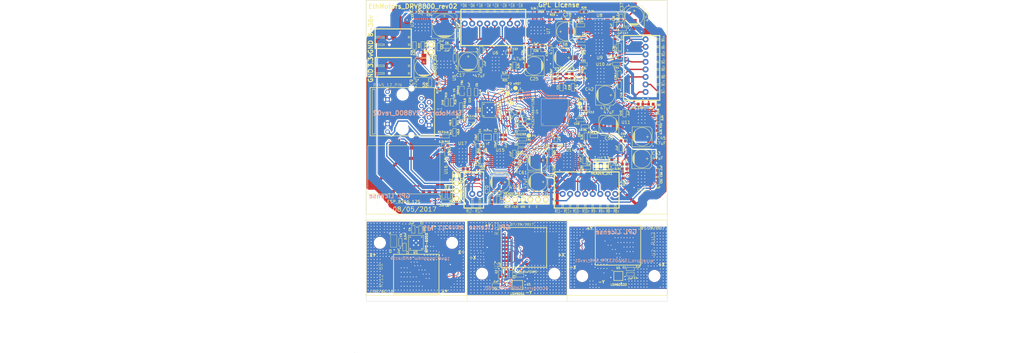
<source format=kicad_pcb>
(kicad_pcb (version 4) (host pcbnew 4.0.6-e0-6349~53~ubuntu16.04.1)
  (layers (0 F.Cu signal) (31 B.Cu signal) (34 B.Paste user) (35 F.Paste user) (36 B.SilkS user) (37 F.SilkS user) (38 B.Mask user) (39 F.Mask user) (44 Edge.Cuts user))
  (net 0 "")
  (net 1 AVDD)
  (net 2 ECRSDV)
  (net 3 EMDC)
  (net 4 EMDIO)
  (net 5 EREFCLK)
  (net 6 ERXD0)
  (net 7 ERXD1)
  (net 8 ERXERR)
  (net 9 ETXD0)
  (net 10 ETXD1)
  (net 11 ETXEN)
  (net 12 GND)
  (net 13 GreenLED)
  (net 14 M0+)
  (net 15 M0-)
  (net 16 M1+)
  (net 17 M1-)
  (net 18 M10+)
  (net 19 M10-)
  (net 20 M11+)
  (net 21 M11-)
  (net 22 M2+)
  (net 23 M2-)
  (net 24 M3+)
  (net 25 M3-)
  (net 26 M4+)
  (net 27 M4-)
  (net 28 M5+)
  (net 29 M5-)
  (net 30 M6+)
  (net 31 M6-)
  (net 32 M7+)
  (net 33 M7-)
  (net 34 M8+)
  (net 35 M8-)
  (net 36 M9+)
  (net 37 M9-)
  (net 38 PGEC1_RB1)
  (net 39 PGED1_RB0)
  (net 40 RB2)
  (net 41 RC13)
  (net 42 RC14)
  (net 43 RD0)
  (net 44 RD10)
  (net 45 RD11)
  (net 46 RD2)
  (net 47 RD3)
  (net 48 RD4)
  (net 49 RD5)
  (net 50 RD6)
  (net 51 RD7)
  (net 52 RD8)
  (net 53 RD9)
  (net 54 RF1)
  (net 55 RF3)
  (net 56 RF4)
  (net 57 RF5)
  (net 58 RG6)
  (net 59 RG7)
  (net 60 RG8)
  (net 61 RG9)
  (net 62 RXN)
  (net 63 RXP)
  (net 64 TXN)
  (net 65 TXP)
  (net 66 VDD)
  (net 67 VMotor)
  (net 68 YellowLED)
  (net 69 nRST)
  (net 70 ~MCLR~)
  (net 71 "Net-(C1-Pad1)")
  (net 72 "Net-(C3-Pad1)")
  (net 73 "Net-(C4-Pad2)")
  (net 74 "Net-(C6-Pad2)")
  (net 75 "Net-(C6-Pad1)")
  (net 76 "Net-(C10-Pad1)")
  (net 77 "Net-(C14-Pad1)")
  (net 78 "Net-(C19-Pad1)")
  (net 79 "Net-(C20-Pad1)")
  (net 80 "Net-(C22-Pad2)")
  (net 81 "Net-(C22-Pad1)")
  (net 82 "Net-(C23-Pad2)")
  (net 83 "Net-(C26-Pad2)")
  (net 84 "Net-(C26-Pad1)")
  (net 85 "Net-(C27-Pad2)")
  (net 86 "Net-(C29-Pad2)")
  (net 87 "Net-(C29-Pad1)")
  (net 88 "Net-(C30-Pad2)")
  (net 89 "Net-(C33-Pad2)")
  (net 90 "Net-(C35-Pad2)")
  (net 91 "Net-(C35-Pad1)")
  (net 92 "Net-(C36-Pad2)")
  (net 93 "Net-(C36-Pad1)")
  (net 94 "Net-(C39-Pad2)")
  (net 95 "Net-(C39-Pad1)")
  (net 96 "Net-(C40-Pad2)")
  (net 97 "Net-(C41-Pad2)")
  (net 98 "Net-(C43-Pad2)")
  (net 99 "Net-(C43-Pad1)")
  (net 100 "Net-(C44-Pad2)")
  (net 101 "Net-(C46-Pad2)")
  (net 102 "Net-(C51-Pad2)")
  (net 103 "Net-(C51-Pad1)")
  (net 104 "Net-(C52-Pad2)")
  (net 105 "Net-(C52-Pad1)")
  (net 106 "Net-(C54-Pad2)")
  (net 107 "Net-(C54-Pad1)")
  (net 108 "Net-(C56-Pad2)")
  (net 109 "Net-(C58-Pad2)")
  (net 110 "Net-(C58-Pad1)")
  (net 111 "Net-(C59-Pad2)")
  (net 112 "Net-(C60-Pad2)")
  (net 113 "Net-(C62-Pad2)")
  (net 114 "Net-(R1-Pad1)")
  (net 115 "Net-(R2-Pad1)")
  (net 116 "Net-(R3-Pad1)")
  (net 117 "Net-(R4-Pad1)")
  (net 118 "Net-(R6-Pad1)")
  (net 119 "Net-(R7-Pad1)")
  (net 120 "Net-(R8-Pad1)")
  (net 121 "Net-(R13-Pad2)")
  (net 122 "Net-(R15-Pad2)")
  (net 123 "Net-(R17-Pad2)")
  (net 124 "Net-(R18-Pad2)")
  (net 125 "Net-(R19-Pad2)")
  (net 126 "Net-(R20-Pad2)")
  (net 127 "Net-(R21-Pad2)")
  (net 128 "Net-(R22-Pad2)")
  (net 129 "Net-(R23-Pad2)")
  (net 130 "Net-(R24-Pad2)")
  (net 131 "Net-(R25-Pad2)")
  (net 132 "Net-(R26-Pad2)")
  (net 133 "Net-(R27-Pad2)")
  (net 134 "Net-(R28-Pad2)")
  (net 135 "Net-(R29-Pad2)")
  (net 136 "Net-(R30-Pad2)")
  (net 137 "Net-(R31-Pad2)")
  (net 138 "Net-(R32-Pad2)")
  (net 139 "Net-(R33-Pad2)")
  (net 140 "Net-(R34-Pad2)")
  (net 141 "Net-(R35-Pad2)")
  (net 142 "Net-(R36-Pad2)")
  (net 143 "Net-(R37-Pad2)")
  (net 144 "Net-(R38-Pad2)")
  (net 145 "Net-(R39-Pad2)")
  (net 146 "Net-(R40-Pad2)")
  (net 147 "Net-(C68-Pad1)")
  (net 148 U5RX)
  (net 149 U5TX)
  (net 150 "Net-(C69-Pad2)")
  (net 151 "Net-(C69-Pad1)")
  (net 152 "Net-(C71-Pad2)")
  (net 153 M12+)
  (net 154 M12-)
  (net 155 "Net-(R42-Pad2)")
  (net 156 "Net-(R43-Pad2)")
  (net 157 RB4)
  (net 158 RB5)
  (net 159 "Net-(J1-Pad6)")
  (net 160 "Net-(U1-Pad7)")
  (net 161 "Net-(U3-Pad15)")
  (net 162 "Net-(U3-Pad16)")
  (net 163 "Net-(U4-Pad13)")
  (net 164 "Net-(U4-Pad36)")
  (net 165 "Net-(U4-Pad37)")
  (net 166 "Net-(U4-Pad34)")
  (net 167 "Net-(U4-Pad28)")
  (net 168 "Net-(U4-Pad27)")
  (net 169 "Net-(U4-Pad22)")
  (net 170 "Net-(U4-Pad24)")
  (net 171 "Net-(U4-Pad23)")
  (net 172 "Net-(U4-Pad18)")
  (net 173 "Net-(U4-Pad17)")
  (net 174 "Net-(U5-Pad15)")
  (net 175 "Net-(U5-Pad16)")
  (net 176 "Net-(U6-Pad15)")
  (net 177 "Net-(U6-Pad16)")
  (net 178 "Net-(U7-Pad15)")
  (net 179 "Net-(U7-Pad16)")
  (net 180 "Net-(U8-Pad15)")
  (net 181 "Net-(U8-Pad16)")
  (net 182 "Net-(U9-Pad15)")
  (net 183 "Net-(U9-Pad16)")
  (net 184 "Net-(U10-Pad15)")
  (net 185 "Net-(U10-Pad16)")
  (net 186 "Net-(U11-Pad15)")
  (net 187 "Net-(U11-Pad16)")
  (net 188 "Net-(U12-Pad15)")
  (net 189 "Net-(U12-Pad16)")
  (net 190 "Net-(U13-Pad15)")
  (net 191 "Net-(U13-Pad16)")
  (net 192 "Net-(U14-Pad15)")
  (net 193 "Net-(U14-Pad16)")
  (net 194 "Net-(U15-Pad15)")
  (net 195 "Net-(U15-Pad16)")
  (net 196 "Net-(U16-Pad14)")
  (net 197 "Net-(U16-Pad13)")
  (net 198 "Net-(U16-Pad12)")
  (net 199 "Net-(U16-Pad9)")
  (net 200 "Net-(U16-Pad10)")
  (net 201 "Net-(U16-Pad11)")
  (net 202 "Net-(U16-Pad19)")
  (net 203 "Net-(U16-Pad20)")
  (net 204 "Net-(U16-Pad16)")
  (net 205 "Net-(U16-Pad17)")
  (net 206 "Net-(U16-Pad18)")
  (net 207 "Net-(U16-Pad5)")
  (net 208 "Net-(U16-Pad6)")
  (net 209 "Net-(U16-Pad7)")
  (net 210 "Net-(U16-Pad4)")
  (net 211 "Net-(U16-Pad2)")
  (net 212 "Net-(U17-Pad15)")
  (net 213 "Net-(U17-Pad16)")
  (net 214 SCL)
  (net 215 SDA)
  (net 216 Vdd)
  (net 217 "Net-(C2-Pad1)")
  (net 218 "Net-(C4-Pad1)")
  (net 219 INT)
  (net 220 "Net-(U1-Pad2)")
  (net 221 "Net-(U1-Pad3)")
  (net 222 "Net-(U1-Pad4)")
  (net 223 "Net-(U1-Pad5)")
  (net 224 "Net-(U1-Pad6)")
  (net 225 "Net-(U1-Pad14)")
  (net 226 "Net-(U1-Pad15)")
  (net 227 "Net-(U1-Pad16)")
  (net 228 "Net-(U1-Pad17)")
  (net 229 "Net-(U1-Pad19)")
  (net 230 "Net-(U1-Pad21)")
  (net 231 "Net-(U1-Pad22)")
  (net 232 "Net-(U2-Pad5)")
  (net 233 INT2)
  (net 234 INT1)
  (net 235 "Net-(C5-Pad1)")
  (net 236 "Net-(U1-Pad13)")
  (net 237 "Net-(U1-Pad10)")
  (net 238 "Net-(U1-Pad9)")
  (module ted_connectors:TED_TERMINAL_SPRING_2.54MM_8PIN_1989803 (layer F.Cu) (at 127.475 62.025 180)
    (fp_text reference J7 hide)
    (fp_text value TERMINAL_8X1 hide)
    (pad 4 thru_hole circle (at -1.25 1.3 180) (size 2 2) (drill 1) (layers *.Cu *.Mask) (net 22 M2+))
    (pad 3 thru_hole circle (at -3.75 1.3 180) (size 2 2) (drill 1) (layers *.Cu *.Mask) (net 23 M2-))
    (pad 7 thru_hole circle (at 6.25 1.3 180) (size 2 2) (drill 1) (layers *.Cu *.Mask) (net 15 M0-))
    (pad 8 thru_hole circle (at 8.75 1.3 180) (size 2 2) (drill 1) (layers *.Cu *.Mask) (net 14 M0+))
    (pad 6 thru_hole circle (at 3.75 1.3 180) (size 2 2) (drill 1) (layers *.Cu *.Mask) (net 16 M1+))
    (pad 5 thru_hole circle (at 1.25 1.3 180) (size 2 2) (drill 1) (layers *.Cu *.Mask) (net 17 M1-))
    (pad 1 thru_hole circle (at -8.75 1.3 180) (size 2 2) (drill 1) (layers *.Cu *.Mask) (net 25 M3-))
    (pad 2 thru_hole circle (at -6.25 1.3 180) (size 2 2) (drill 1) (layers *.Cu *.Mask) (net 24 M3+))
  )
  (module ted_capacitors:TED_SM0603_C (layer F.Cu) (at 132.3 98.5 270)
    (fp_text reference C1 (at -2.3 -0.15 270) (layer F.SilkS) (effects (font (size 0.6 0.6))))
    (fp_text value .1uF (at 2.575 -0.025 270) (layer F.SilkS) (effects (font (size 0.6 0.6))))
    (pad 2 smd rect (at 0.75184 0 270) (size 0.89916 1.00076) (layers F.Cu F.Paste F.Mask) (net 12 GND) (clearance 0.1))
    (pad 1 smd rect (at -0.75184 0 270) (size 0.9 1) (layers F.Cu F.Paste F.Mask) (net 71 "Net-(C1-Pad1)") (clearance 0.1))
  )
  (module ted_capacitors:TED_SM0603_C (layer F.Cu) (at 130.8 98.45 270)
    (fp_text reference C2 (at 2.05 0.8 270) (layer F.SilkS) (effects (font (size 0.6 0.6))))
    (fp_text value 1uF (at -2.5 0.1 270) (layer F.SilkS) (effects (font (size 0.6 0.6))))
    (pad 2 smd rect (at 0.75184 0 270) (size 0.89916 1.00076) (layers F.Cu F.Paste F.Mask) (net 12 GND) (clearance 0.1))
    (pad 1 smd rect (at -0.75184 0 270) (size 0.9 1) (layers F.Cu F.Paste F.Mask) (net 71 "Net-(C1-Pad1)") (clearance 0.1))
  )
  (module ted_capacitors:TED_SM0603_C (layer F.Cu) (at 129 98.45 270)
    (fp_text reference C3 (at -2.25 0 270) (layer F.SilkS) (effects (font (size 0.6 0.6))))
    (fp_text value 10pF (at 2.425 0.1 270) (layer F.SilkS) (effects (font (size 0.6 0.6))))
    (pad 2 smd rect (at 0.75184 0 270) (size 0.89916 1.00076) (layers F.Cu F.Paste F.Mask) (net 12 GND) (clearance 0.1))
    (pad 1 smd rect (at -0.75184 0 270) (size 0.9 1) (layers F.Cu F.Paste F.Mask) (net 72 "Net-(C3-Pad1)") (clearance 0.1))
  )
  (module ted_capacitors:TED_SM0603_C (layer F.Cu) (at 123.75 98.45 270)
    (fp_text reference C4 (at -2.175 -0.05 270) (layer F.SilkS) (effects (font (size 0.6 0.6))))
    (fp_text value 10pF (at 0 1.3 270) (layer F.SilkS) (effects (font (size 0.6 0.6))))
    (pad 2 smd rect (at 0.75184 0 270) (size 0.89916 1.00076) (layers F.Cu F.Paste F.Mask) (net 73 "Net-(C4-Pad2)") (clearance 0.1))
    (pad 1 smd rect (at -0.75184 0 270) (size 0.9 1) (layers F.Cu F.Paste F.Mask) (net 12 GND) (clearance 0.1))
  )
  (module ted_capacitors:TED_SM0603_C (layer F.Cu) (at 122.5 83.5 90)
    (fp_text reference C5 (at 2.4 0.25 90) (layer F.SilkS) (effects (font (size 0.6 0.6))))
    (fp_text value .1uF (at 0 1.3 90) (layer F.SilkS) (effects (font (size 0.6 0.6))))
    (pad 2 smd rect (at 0.75184 0 90) (size 0.89916 1.00076) (layers F.Cu F.Paste F.Mask) (net 12 GND) (clearance 0.1))
    (pad 1 smd rect (at -0.75184 0 90) (size 0.9 1) (layers F.Cu F.Paste F.Mask) (net 1 AVDD) (clearance 0.1))
  )
  (module ted_capacitors:TED_SM0603_C (layer F.Cu) (at 112.85 68.35)
    (fp_text reference C6 (at 0 -1.2) (layer F.SilkS) (effects (font (size 0.6 0.6))))
    (fp_text value .1uF (at 0 1.3) (layer F.SilkS) (effects (font (size 0.6 0.6))))
    (pad 2 smd rect (at 0.75184 0) (size 0.89916 1.00076) (layers F.Cu F.Paste F.Mask) (net 74 "Net-(C6-Pad2)") (clearance 0.1))
    (pad 1 smd rect (at -0.75184 0) (size 0.9 1) (layers F.Cu F.Paste F.Mask) (net 75 "Net-(C6-Pad1)") (clearance 0.1))
  )
  (module ted_capacitors:TED_SM0603_C (layer F.Cu) (at 129.89 119.35 270)
    (fp_text reference C7 (at -0.5 -1.21 270) (layer F.SilkS) (effects (font (size 0.6 0.6))))
    (fp_text value .1uF (at -1.95 -0.21 360) (layer F.SilkS) (effects (font (size 0.6 0.6))))
    (pad 2 smd rect (at 0.75184 0 270) (size 0.89916 1.00076) (layers F.Cu F.Paste F.Mask) (net 12 GND) (clearance 0.1))
    (pad 1 smd rect (at -0.75184 0 270) (size 0.9 1) (layers F.Cu F.Paste F.Mask) (net 70 ~MCLR~) (clearance 0.1))
  )
  (module ted_capacitors:TED_SM0603_C (layer F.Cu) (at 149 98.75 270)
    (fp_text reference C8 (at 0 -1.2 270) (layer F.SilkS) (effects (font (size 0.6 0.6))))
    (fp_text value .1uF (at -0.875 1.25 270) (layer F.SilkS) (effects (font (size 0.6 0.6))))
    (pad 2 smd rect (at 0.75184 0 270) (size 0.89916 1.00076) (layers F.Cu F.Paste F.Mask) (net 12 GND) (clearance 0.1))
    (pad 1 smd rect (at -0.75184 0 270) (size 0.9 1) (layers F.Cu F.Paste F.Mask) (net 66 VDD) (clearance 0.1))
  )
  (module ted_capacitors:TED_SM0603_C (layer F.Cu) (at 157.12 92.71 180)
    (fp_text reference C10 (at 1.164 -1.27 180) (layer F.SilkS) (effects (font (size 0.6 0.6))))
    (fp_text value .1uF (at 0 1.3 180) (layer F.SilkS) (effects (font (size 0.6 0.6))))
    (pad 2 smd rect (at 0.75184 0 180) (size 0.89916 1.00076) (layers F.Cu F.Paste F.Mask) (net 12 GND) (clearance 0.1))
    (pad 1 smd rect (at -0.75184 0 180) (size 0.9 1) (layers F.Cu F.Paste F.Mask) (net 76 "Net-(C10-Pad1)") (clearance 0.1))
  )
  (module ted_capacitors:TED_SM0603_C (layer F.Cu) (at 137.2 90.6 180)
    (fp_text reference C11 (at 0.4 2.2 180) (layer F.SilkS) (effects (font (size 0.6 0.6))))
    (fp_text value .1uF (at 0 1.3 180) (layer F.SilkS) (effects (font (size 0.6 0.6))))
    (pad 2 smd rect (at 0.75184 0 180) (size 0.89916 1.00076) (layers F.Cu F.Paste F.Mask) (net 12 GND) (clearance 0.1))
    (pad 1 smd rect (at -0.75184 0 180) (size 0.9 1) (layers F.Cu F.Paste F.Mask) (net 66 VDD) (clearance 0.1))
  )
  (module ted_capacitors:TED_SM0603_C (layer F.Cu) (at 159 88.9)
    (fp_text reference C12 (at 1.875 1.25) (layer F.SilkS) (effects (font (size 0.6 0.6))))
    (fp_text value .1uF (at 0 1.3) (layer F.SilkS) (effects (font (size 0.6 0.6))))
    (pad 2 smd rect (at 0.75184 0) (size 0.89916 1.00076) (layers F.Cu F.Paste F.Mask) (net 12 GND) (clearance 0.1))
    (pad 1 smd rect (at -0.75184 0) (size 0.9 1) (layers F.Cu F.Paste F.Mask) (net 66 VDD) (clearance 0.1))
  )
  (module ted_capacitors:TED_c_elec_8x10 (layer F.Cu) (at 112 61.5 90)
    (fp_text reference C13 (at -2.95 4.775 90) (layer F.SilkS) (effects (font (size 0.6 0.6))))
    (fp_text value 47uF (at -0.125 4.775 90) (layer F.SilkS) (effects (font (size 0.6 0.6))))
    (pad 1 smd rect (at 3.2512 0 90) (size 3.50012 2.4003) (layers F.Cu F.Paste F.Mask) (net 67 VMotor))
    (pad 2 smd rect (at -3.2512 0 90) (size 3.50012 2.4003) (layers F.Cu F.Paste F.Mask) (net 12 GND))
  )
  (module ted_capacitors:TED_SM0805_C (layer F.Cu) (at 137.3 84.3 90)
    (fp_text reference C14 (at 0 -1.5 90) (layer F.SilkS) (effects (font (size 0.6 0.6))))
    (fp_text value "10uF (low ESR 1ohm)" hide)
    (pad 1 smd rect (at -0.9525 0 90) (size 0.889 1.397) (layers F.Cu F.Paste F.Mask) (net 77 "Net-(C14-Pad1)"))
    (pad 2 smd rect (at 0.9525 0 90) (size 0.889 1.397) (layers F.Cu F.Paste F.Mask) (net 12 GND))
  )
  (module ted_capacitors:TED_SM0603_C (layer F.Cu) (at 120.2 83.5 90)
    (fp_text reference C15 (at -2.625 0.225 90) (layer F.SilkS) (effects (font (size 0.6 0.6))))
    (fp_text value 1uF (at 2.5 -0.05 90) (layer F.SilkS) (effects (font (size 0.6 0.6))))
    (pad 2 smd rect (at 0.75184 0 90) (size 0.89916 1.00076) (layers F.Cu F.Paste F.Mask) (net 12 GND) (clearance 0.1))
    (pad 1 smd rect (at -0.75184 0 90) (size 0.9 1) (layers F.Cu F.Paste F.Mask) (net 1 AVDD) (clearance 0.1))
  )
  (module ted_capacitors:TED_SM0603_C (layer F.Cu) (at 133.8 90.9)
    (fp_text reference C16 (at 0 -1.2) (layer F.SilkS) (effects (font (size 0.6 0.6))))
    (fp_text value .1uF (at 0 1.3) (layer F.SilkS) (effects (font (size 0.6 0.6))))
    (pad 2 smd rect (at 0.75184 0) (size 0.89916 1.00076) (layers F.Cu F.Paste F.Mask) (net 12 GND) (clearance 0.1))
    (pad 1 smd rect (at -0.75184 0) (size 0.9 1) (layers F.Cu F.Paste F.Mask) (net 66 VDD) (clearance 0.1))
  )
  (module ted_capacitors:TED_SM0603_C (layer F.Cu) (at 154.7 81.9 90)
    (fp_text reference C18 (at 0 -1.2 90) (layer F.SilkS) (effects (font (size 0.6 0.6))))
    (fp_text value .1uF (at 0 1.3 90) (layer F.SilkS) (effects (font (size 0.6 0.6))))
    (pad 2 smd rect (at 0.75184 0 90) (size 0.89916 1.00076) (layers F.Cu F.Paste F.Mask) (net 12 GND) (clearance 0.1))
    (pad 1 smd rect (at -0.75184 0 90) (size 0.9 1) (layers F.Cu F.Paste F.Mask) (net 66 VDD) (clearance 0.1))
  )
  (module ted_capacitors:TED_SM0603_C (layer F.Cu) (at 148.7 78.3 90)
    (fp_text reference C19 (at 0 -1.2 90) (layer F.SilkS) (effects (font (size 0.6 0.6))))
    (fp_text value 9pF (at 1.875 -1.25 90) (layer F.SilkS) (effects (font (size 0.6 0.6))))
    (pad 2 smd rect (at 0.75184 0 90) (size 0.89916 1.00076) (layers F.Cu F.Paste F.Mask) (net 12 GND) (clearance 0.1))
    (pad 1 smd rect (at -0.75184 0 90) (size 0.9 1) (layers F.Cu F.Paste F.Mask) (net 78 "Net-(C19-Pad1)") (clearance 0.1))
  )
  (module ted_capacitors:TED_SM0603_C (layer F.Cu) (at 154.4 78.2 270)
    (fp_text reference C20 (at 0.95 -1.125 270) (layer F.SilkS) (effects (font (size 0.6 0.6))))
    (fp_text value 9pF (at -2.45 -0.45 270) (layer F.SilkS) (effects (font (size 0.6 0.6))))
    (pad 2 smd rect (at 0.75184 0 270) (size 0.89916 1.00076) (layers F.Cu F.Paste F.Mask) (net 12 GND) (clearance 0.1))
    (pad 1 smd rect (at -0.75184 0 270) (size 0.9 1) (layers F.Cu F.Paste F.Mask) (net 79 "Net-(C20-Pad1)") (clearance 0.1))
  )
  (module ted_capacitors:TED_SM0603_C (layer F.Cu) (at 150.9 81.8 90)
    (fp_text reference C21 (at 0 -1.2 90) (layer F.SilkS) (effects (font (size 0.6 0.6))))
    (fp_text value .1uF (at 0 1.3 90) (layer F.SilkS) (effects (font (size 0.6 0.6))))
    (pad 2 smd rect (at 0.75184 0 90) (size 0.89916 1.00076) (layers F.Cu F.Paste F.Mask) (net 12 GND) (clearance 0.1))
    (pad 1 smd rect (at -0.75184 0 90) (size 0.9 1) (layers F.Cu F.Paste F.Mask) (net 66 VDD) (clearance 0.1))
  )
  (module ted_capacitors:TED_SM0603_C (layer F.Cu) (at 124.1 73.975 90)
    (fp_text reference C22 (at -2.4 0 90) (layer F.SilkS) (effects (font (size 0.6 0.6))))
    (fp_text value .1uF (at 0 1.3 90) (layer F.SilkS) (effects (font (size 0.6 0.6))))
    (pad 2 smd rect (at 0.75184 0 90) (size 0.89916 1.00076) (layers F.Cu F.Paste F.Mask) (net 80 "Net-(C22-Pad2)") (clearance 0.1))
    (pad 1 smd rect (at -0.75184 0 90) (size 0.9 1) (layers F.Cu F.Paste F.Mask) (net 81 "Net-(C22-Pad1)") (clearance 0.1))
  )
  (module ted_capacitors:TED_SM0603_C (layer F.Cu) (at 110.1 68.475 270)
    (fp_text reference C23 (at -0.05 -1.05 270) (layer F.SilkS) (effects (font (size 0.6 0.6))))
    (fp_text value .1uF (at -1.975 -0.9 360) (layer F.SilkS) (effects (font (size 0.6 0.6))))
    (pad 2 smd rect (at 0.75184 0 270) (size 0.89916 1.00076) (layers F.Cu F.Paste F.Mask) (net 82 "Net-(C23-Pad2)") (clearance 0.1))
    (pad 1 smd rect (at -0.75184 0 270) (size 0.9 1) (layers F.Cu F.Paste F.Mask) (net 67 VMotor) (clearance 0.1))
  )
  (module ted_capacitors:TED_SM0603_C (layer F.Cu) (at 107.125 56.075 90)
    (fp_text reference C24 (at -1.825 -0.15 180) (layer F.SilkS) (effects (font (size 0.6 0.6))))
    (fp_text value .1uF (at -0.525 1.7 180) (layer F.SilkS) (effects (font (size 0.6 0.6))))
    (pad 2 smd rect (at 0.75184 0 90) (size 0.89916 1.00076) (layers F.Cu F.Paste F.Mask) (net 12 GND) (clearance 0.1))
    (pad 1 smd rect (at -0.75184 0 90) (size 0.9 1) (layers F.Cu F.Paste F.Mask) (net 67 VMotor) (clearance 0.1))
  )
  (module ted_capacitors:TED_SM0603_C (layer F.Cu) (at 142.375 68.625 180)
    (fp_text reference C26 (at 0 -1.2 180) (layer F.SilkS) (effects (font (size 0.6 0.6))))
    (fp_text value .1uF (at 0 1.3 180) (layer F.SilkS) (effects (font (size 0.6 0.6))))
    (pad 2 smd rect (at 0.75184 0 180) (size 0.89916 1.00076) (layers F.Cu F.Paste F.Mask) (net 83 "Net-(C26-Pad2)") (clearance 0.1))
    (pad 1 smd rect (at -0.75184 0 180) (size 0.9 1) (layers F.Cu F.Paste F.Mask) (net 84 "Net-(C26-Pad1)") (clearance 0.1))
  )
  (module ted_capacitors:TED_SM0603_C (layer F.Cu) (at 124.225 69.625 270)
    (fp_text reference C27 (at 0 -1.2 270) (layer F.SilkS) (effects (font (size 0.6 0.6))))
    (fp_text value .1uF (at 0 1.3 270) (layer F.SilkS) (effects (font (size 0.6 0.6))))
    (pad 2 smd rect (at 0.75184 0 270) (size 0.89916 1.00076) (layers F.Cu F.Paste F.Mask) (net 85 "Net-(C27-Pad2)") (clearance 0.1))
    (pad 1 smd rect (at -0.75184 0 270) (size 0.9 1) (layers F.Cu F.Paste F.Mask) (net 67 VMotor) (clearance 0.1))
  )
  (module ted_capacitors:TED_SM0603_C (layer F.Cu) (at 105.575 56.075 270)
    (fp_text reference C29 (at 0.6 2 270) (layer F.SilkS) (effects (font (size 0.6 0.6))))
    (fp_text value .1uF (at 0.95 1.2 270) (layer F.SilkS) (effects (font (size 0.6 0.6))))
    (pad 2 smd rect (at 0.75184 0 270) (size 0.89916 1.00076) (layers F.Cu F.Paste F.Mask) (net 86 "Net-(C29-Pad2)") (clearance 0.1))
    (pad 1 smd rect (at -0.75184 0 270) (size 0.9 1) (layers F.Cu F.Paste F.Mask) (net 87 "Net-(C29-Pad1)") (clearance 0.1))
  )
  (module ted_capacitors:TED_SM0603_C (layer F.Cu) (at 144.575 68.8 90)
    (fp_text reference C30 (at -1.95 1.45 90) (layer F.SilkS) (effects (font (size 0.6 0.6))))
    (fp_text value .1uF (at 0.725 1.25 90) (layer F.SilkS) (effects (font (size 0.6 0.6))))
    (pad 2 smd rect (at 0.75184 0 90) (size 0.89916 1.00076) (layers F.Cu F.Paste F.Mask) (net 88 "Net-(C30-Pad2)") (clearance 0.1))
    (pad 1 smd rect (at -0.75184 0 90) (size 0.9 1) (layers F.Cu F.Paste F.Mask) (net 67 VMotor) (clearance 0.1))
  )
  (module ted_capacitors:TED_SM0603_C (layer F.Cu) (at 115.45 72.075 270)
    (fp_text reference C31 (at -2.3 0 270) (layer F.SilkS) (effects (font (size 0.6 0.6))))
    (fp_text value .1uF (at 3.175 -0.45 270) (layer F.SilkS) (effects (font (size 0.6 0.6))))
    (pad 2 smd rect (at 0.75184 0 270) (size 0.89916 1.00076) (layers F.Cu F.Paste F.Mask) (net 12 GND) (clearance 0.1))
    (pad 1 smd rect (at -0.75184 0 270) (size 0.9 1) (layers F.Cu F.Paste F.Mask) (net 67 VMotor) (clearance 0.1))
  )
  (module ted_capacitors:TED_SM0603_C (layer F.Cu) (at 133.575 70.4 180)
    (fp_text reference C32 (at -1.95 1.2 180) (layer F.SilkS) (effects (font (size 0.6 0.6))))
    (fp_text value .1uF (at 0 1.3 180) (layer F.SilkS) (effects (font (size 0.6 0.6))))
    (pad 2 smd rect (at 0.75184 0 180) (size 0.89916 1.00076) (layers F.Cu F.Paste F.Mask) (net 12 GND) (clearance 0.1))
    (pad 1 smd rect (at -0.75184 0 180) (size 0.9 1) (layers F.Cu F.Paste F.Mask) (net 67 VMotor) (clearance 0.1))
  )
  (module ted_capacitors:TED_SM0603_C (layer F.Cu) (at 102 56 270)
    (fp_text reference C33 (at 2.45 0.6 270) (layer F.SilkS) (effects (font (size 0.6 0.6))))
    (fp_text value .1uF (at 0.95 1.35 270) (layer F.SilkS) (effects (font (size 0.6 0.6))))
    (pad 2 smd rect (at 0.75184 0 270) (size 0.89916 1.00076) (layers F.Cu F.Paste F.Mask) (net 89 "Net-(C33-Pad2)") (clearance 0.1))
    (pad 1 smd rect (at -0.75184 0 270) (size 0.9 1) (layers F.Cu F.Paste F.Mask) (net 67 VMotor) (clearance 0.1))
  )
  (module ted_capacitors:TED_SM0603_C (layer F.Cu) (at 140.15 69.875 270)
    (fp_text reference C34 (at 0.5 2.25 270) (layer F.SilkS) (effects (font (size 0.6 0.6))))
    (fp_text value .1uF (at -0.025 1.35 270) (layer F.SilkS) (effects (font (size 0.6 0.6))))
    (pad 2 smd rect (at 0.75184 0 270) (size 0.89916 1.00076) (layers F.Cu F.Paste F.Mask) (net 12 GND) (clearance 0.1))
    (pad 1 smd rect (at -0.75184 0 270) (size 0.9 1) (layers F.Cu F.Paste F.Mask) (net 67 VMotor) (clearance 0.1))
  )
  (module ted_capacitors:TED_SM0603_C (layer F.Cu) (at 168.65 61.55 270)
    (fp_text reference C35 (at -2.525 0.45 270) (layer F.SilkS) (effects (font (size 0.6 0.6))))
    (fp_text value .1uF (at 0 1.3 270) (layer F.SilkS) (effects (font (size 0.6 0.6))))
    (pad 2 smd rect (at 0.75184 0 270) (size 0.89916 1.00076) (layers F.Cu F.Paste F.Mask) (net 90 "Net-(C35-Pad2)") (clearance 0.1))
    (pad 1 smd rect (at -0.75184 0 270) (size 0.9 1) (layers F.Cu F.Paste F.Mask) (net 91 "Net-(C35-Pad1)") (clearance 0.1))
  )
  (module ted_capacitors:TED_SM0603_C (layer F.Cu) (at 170.25 68.5 270)
    (fp_text reference C36 (at 0.475 2.05 270) (layer F.SilkS) (effects (font (size 0.6 0.6))))
    (fp_text value .1uF (at 0.625 1.275 270) (layer F.SilkS) (effects (font (size 0.6 0.6))))
    (pad 2 smd rect (at 0.75184 0 270) (size 0.89916 1.00076) (layers F.Cu F.Paste F.Mask) (net 92 "Net-(C36-Pad2)") (clearance 0.1))
    (pad 1 smd rect (at -0.75184 0 270) (size 0.9 1) (layers F.Cu F.Paste F.Mask) (net 93 "Net-(C36-Pad1)") (clearance 0.1))
  )
  (module ted_capacitors:TED_SM0603_C (layer F.Cu) (at 170.1 77.725 270)
    (fp_text reference C39 (at 0.875 1.25 270) (layer F.SilkS) (effects (font (size 0.6 0.6))))
    (fp_text value .1uF (at -0.9 1.275 270) (layer F.SilkS) (effects (font (size 0.6 0.6))))
    (pad 2 smd rect (at 0.75184 0 270) (size 0.89916 1.00076) (layers F.Cu F.Paste F.Mask) (net 94 "Net-(C39-Pad2)") (clearance 0.1))
    (pad 1 smd rect (at -0.75184 0 270) (size 0.9 1) (layers F.Cu F.Paste F.Mask) (net 95 "Net-(C39-Pad1)") (clearance 0.1))
  )
  (module ted_capacitors:TED_SM0603_C (layer F.Cu) (at 170.65 58.875 90)
    (fp_text reference C40 (at -0.675 -1.05 90) (layer F.SilkS) (effects (font (size 0.6 0.6))))
    (fp_text value .1uF (at 1.35 -1.1 90) (layer F.SilkS) (effects (font (size 0.6 0.6))))
    (pad 2 smd rect (at 0.75184 0 90) (size 0.89916 1.00076) (layers F.Cu F.Paste F.Mask) (net 96 "Net-(C40-Pad2)") (clearance 0.1))
    (pad 1 smd rect (at -0.75184 0 90) (size 0.9 1) (layers F.Cu F.Paste F.Mask) (net 67 VMotor) (clearance 0.1))
  )
  (module ted_capacitors:TED_SM0603_C (layer F.Cu) (at 168.625 66.6 270)
    (fp_text reference C41 (at -1.15 -2.25 270) (layer F.SilkS) (effects (font (size 0.6 0.6))))
    (fp_text value .1uF (at -1.875 -0.65 360) (layer F.SilkS) (effects (font (size 0.6 0.6))))
    (pad 2 smd rect (at 0.75184 0 270) (size 0.89916 1.00076) (layers F.Cu F.Paste F.Mask) (net 97 "Net-(C41-Pad2)") (clearance 0.1))
    (pad 1 smd rect (at -0.75184 0 270) (size 0.9 1) (layers F.Cu F.Paste F.Mask) (net 67 VMotor) (clearance 0.1))
  )
  (module ted_capacitors:TED_SM0603_C (layer F.Cu) (at 171.8 90.475 90)
    (fp_text reference C43 (at 0 -1.2 90) (layer F.SilkS) (effects (font (size 0.6 0.6))))
    (fp_text value .1uF (at 0 1.3 90) (layer F.SilkS) (effects (font (size 0.6 0.6))))
    (pad 2 smd rect (at 0.75184 0 90) (size 0.89916 1.00076) (layers F.Cu F.Paste F.Mask) (net 98 "Net-(C43-Pad2)") (clearance 0.1))
    (pad 1 smd rect (at -0.75184 0 90) (size 0.9 1) (layers F.Cu F.Paste F.Mask) (net 99 "Net-(C43-Pad1)") (clearance 0.1))
  )
  (module ted_capacitors:TED_SM0603_C (layer F.Cu) (at 169.1 74.2 180)
    (fp_text reference C44 (at 0 -1.2 180) (layer F.SilkS) (effects (font (size 0.6 0.6))))
    (fp_text value .1uF (at 2.5 -0.075 180) (layer F.SilkS) (effects (font (size 0.6 0.6))))
    (pad 2 smd rect (at 0.75184 0 180) (size 0.89916 1.00076) (layers F.Cu F.Paste F.Mask) (net 100 "Net-(C44-Pad2)") (clearance 0.1))
    (pad 1 smd rect (at -0.75184 0 180) (size 0.9 1) (layers F.Cu F.Paste F.Mask) (net 67 VMotor) (clearance 0.1))
  )
  (module ted_capacitors:TED_SM0603_C (layer F.Cu) (at 177.13 87.48 180)
    (fp_text reference C46 (at 0 -1.2 180) (layer F.SilkS) (effects (font (size 0.6 0.6))))
    (fp_text value .1uF (at 2.33 -1.02 180) (layer F.SilkS) (effects (font (size 0.6 0.6))))
    (pad 2 smd rect (at 0.75184 0 180) (size 0.89916 1.00076) (layers F.Cu F.Paste F.Mask) (net 101 "Net-(C46-Pad2)") (clearance 0.1))
    (pad 1 smd rect (at -0.75184 0 180) (size 0.9 1) (layers F.Cu F.Paste F.Mask) (net 67 VMotor) (clearance 0.1))
  )
  (module ted_capacitors:TED_SM0603_C (layer F.Cu) (at 171.15 62.575)
    (fp_text reference C47 (at 1 1.35) (layer F.SilkS) (effects (font (size 0.6 0.6))))
    (fp_text value .1uF (at -0.975 1.275) (layer F.SilkS) (effects (font (size 0.6 0.6))))
    (pad 2 smd rect (at 0.75184 0) (size 0.89916 1.00076) (layers F.Cu F.Paste F.Mask) (net 12 GND) (clearance 0.1))
    (pad 1 smd rect (at -0.75184 0) (size 0.9 1) (layers F.Cu F.Paste F.Mask) (net 67 VMotor) (clearance 0.1))
  )
  (module ted_capacitors:TED_SM0603_C (layer F.Cu) (at 170.25 71.35 90)
    (fp_text reference C48 (at -0.575 -2.775 90) (layer F.SilkS) (effects (font (size 0.6 0.6))))
    (fp_text value .1uF (at -0.45 -1.625 180) (layer F.SilkS) (effects (font (size 0.6 0.6))))
    (pad 2 smd rect (at 0.75184 0 90) (size 0.89916 1.00076) (layers F.Cu F.Paste F.Mask) (net 12 GND) (clearance 0.1))
    (pad 1 smd rect (at -0.75184 0 90) (size 0.9 1) (layers F.Cu F.Paste F.Mask) (net 67 VMotor) (clearance 0.1))
  )
  (module ted_capacitors:TED_SM0603_C (layer F.Cu) (at 170.15 81.175 270)
    (fp_text reference C49 (at 3.275 -0.625 450) (layer F.SilkS) (effects (font (size 0.6 0.6))))
    (fp_text value .1uF (at -0.15 1.125 270) (layer F.SilkS) (effects (font (size 0.6 0.6))))
    (pad 2 smd rect (at 0.75184 0 270) (size 0.89916 1.00076) (layers F.Cu F.Paste F.Mask) (net 12 GND) (clearance 0.1))
    (pad 1 smd rect (at -0.75184 0 270) (size 0.9 1) (layers F.Cu F.Paste F.Mask) (net 67 VMotor) (clearance 0.1))
  )
  (module ted_capacitors:TED_SM0603_C (layer F.Cu) (at 180.56 87.5)
    (fp_text reference C50 (at 2.39 0.275) (layer F.SilkS) (effects (font (size 0.6 0.6))))
    (fp_text value .1uF (at 0 1.3) (layer F.SilkS) (effects (font (size 0.6 0.6))))
    (pad 2 smd rect (at 0.75184 0) (size 0.89916 1.00076) (layers F.Cu F.Paste F.Mask) (net 12 GND) (clearance 0.1))
    (pad 1 smd rect (at -0.75184 0) (size 0.9 1) (layers F.Cu F.Paste F.Mask) (net 67 VMotor) (clearance 0.1))
  )
  (module ted_capacitors:TED_SM0603_C (layer F.Cu) (at 182.83 113.03 270)
    (fp_text reference C51 (at 0 -1.2 270) (layer F.SilkS) (effects (font (size 0.6 0.6))))
    (fp_text value .1uF (at 2.095 -0.02 360) (layer F.SilkS) (effects (font (size 0.6 0.6))))
    (pad 2 smd rect (at 0.75184 0 270) (size 0.89916 1.00076) (layers F.Cu F.Paste F.Mask) (net 102 "Net-(C51-Pad2)") (clearance 0.1))
    (pad 1 smd rect (at -0.75184 0 270) (size 0.9 1) (layers F.Cu F.Paste F.Mask) (net 103 "Net-(C51-Pad1)") (clearance 0.1))
  )
  (module ted_capacitors:TED_SM0603_C (layer F.Cu) (at 170.55 102.05 270)
    (fp_text reference C52 (at 0 -1.2 270) (layer F.SilkS) (effects (font (size 0.6 0.6))))
    (fp_text value .1uF (at 0 1.3 270) (layer F.SilkS) (effects (font (size 0.6 0.6))))
    (pad 2 smd rect (at 0.75184 0 270) (size 0.89916 1.00076) (layers F.Cu F.Paste F.Mask) (net 104 "Net-(C52-Pad2)") (clearance 0.1))
    (pad 1 smd rect (at -0.75184 0 270) (size 0.9 1) (layers F.Cu F.Paste F.Mask) (net 105 "Net-(C52-Pad1)") (clearance 0.1))
  )
  (module ted_capacitors:TED_SM0603_C (layer F.Cu) (at 158.5 106 270)
    (fp_text reference C54 (at 0 -1.2 270) (layer F.SilkS) (effects (font (size 0.6 0.6))))
    (fp_text value .1uF (at 0 1.3 270) (layer F.SilkS) (effects (font (size 0.6 0.6))))
    (pad 2 smd rect (at 0.75184 0 270) (size 0.89916 1.00076) (layers F.Cu F.Paste F.Mask) (net 106 "Net-(C54-Pad2)") (clearance 0.1))
    (pad 1 smd rect (at -0.75184 0 270) (size 0.9 1) (layers F.Cu F.Paste F.Mask) (net 107 "Net-(C54-Pad1)") (clearance 0.1))
  )
  (module ted_capacitors:TED_SM0603_C (layer F.Cu) (at 182.79 110.23 270)
    (fp_text reference C56 (at 0.595 -1.235 270) (layer F.SilkS) (effects (font (size 0.6 0.6))))
    (fp_text value .1uF (at -1.58 -1.21 270) (layer F.SilkS) (effects (font (size 0.6 0.6))))
    (pad 2 smd rect (at 0.75184 0 270) (size 0.89916 1.00076) (layers F.Cu F.Paste F.Mask) (net 108 "Net-(C56-Pad2)") (clearance 0.1))
    (pad 1 smd rect (at -0.75184 0 270) (size 0.9 1) (layers F.Cu F.Paste F.Mask) (net 67 VMotor) (clearance 0.1))
  )
  (module ted_capacitors:TED_SM0603_C (layer F.Cu) (at 135.9 106.9 270)
    (fp_text reference C58 (at 0 -1.2 270) (layer F.SilkS) (effects (font (size 0.6 0.6))))
    (fp_text value .1uF (at 2.625 0 270) (layer F.SilkS) (effects (font (size 0.6 0.6))))
    (pad 2 smd rect (at 0.75184 0 270) (size 0.89916 1.00076) (layers F.Cu F.Paste F.Mask) (net 109 "Net-(C58-Pad2)") (clearance 0.1))
    (pad 1 smd rect (at -0.75184 0 270) (size 0.9 1) (layers F.Cu F.Paste F.Mask) (net 110 "Net-(C58-Pad1)") (clearance 0.1))
  )
  (module ted_capacitors:TED_SM0603_C (layer F.Cu) (at 171.39 99.67 180)
    (fp_text reference C59 (at -0.035 2.295 180) (layer F.SilkS) (effects (font (size 0.6 0.6))))
    (fp_text value .1uF (at 0.965 1.195 180) (layer F.SilkS) (effects (font (size 0.6 0.6))))
    (pad 2 smd rect (at 0.75184 0 180) (size 0.89916 1.00076) (layers F.Cu F.Paste F.Mask) (net 111 "Net-(C59-Pad2)") (clearance 0.1))
    (pad 1 smd rect (at -0.75184 0 180) (size 0.9 1) (layers F.Cu F.Paste F.Mask) (net 67 VMotor) (clearance 0.1))
  )
  (module ted_capacitors:TED_SM0603_C (layer F.Cu) (at 157.54 103.05 270)
    (fp_text reference C60 (at 0 -1.2 270) (layer F.SilkS) (effects (font (size 0.6 0.6))))
    (fp_text value .1uF (at -1.9 -0.635 360) (layer F.SilkS) (effects (font (size 0.6 0.6))))
    (pad 2 smd rect (at 0.75184 0 270) (size 0.89916 1.00076) (layers F.Cu F.Paste F.Mask) (net 112 "Net-(C60-Pad2)") (clearance 0.1))
    (pad 1 smd rect (at -0.75184 0 270) (size 0.9 1) (layers F.Cu F.Paste F.Mask) (net 67 VMotor) (clearance 0.1))
  )
  (module ted_capacitors:TED_SM0603_C (layer F.Cu) (at 135.2 104.025 270)
    (fp_text reference C62 (at 0 -1.2 270) (layer F.SilkS) (effects (font (size 0.6 0.6))))
    (fp_text value .1uF (at 0 1.3 270) (layer F.SilkS) (effects (font (size 0.6 0.6))))
    (pad 2 smd rect (at 0.75184 0 270) (size 0.89916 1.00076) (layers F.Cu F.Paste F.Mask) (net 113 "Net-(C62-Pad2)") (clearance 0.1))
    (pad 1 smd rect (at -0.75184 0 270) (size 0.9 1) (layers F.Cu F.Paste F.Mask) (net 67 VMotor) (clearance 0.1))
  )
  (module ted_capacitors:TED_SM0603_C (layer F.Cu) (at 171.82 107.42 180)
    (fp_text reference C63 (at 2.395 -0.33 180) (layer F.SilkS) (effects (font (size 0.6 0.6))))
    (fp_text value .1uF (at 0 1.3 180) (layer F.SilkS) (effects (font (size 0.6 0.6))))
    (pad 2 smd rect (at 0.75184 0 180) (size 0.89916 1.00076) (layers F.Cu F.Paste F.Mask) (net 12 GND) (clearance 0.1))
    (pad 1 smd rect (at -0.75184 0 180) (size 0.9 1) (layers F.Cu F.Paste F.Mask) (net 67 VMotor) (clearance 0.1))
  )
  (module ted_capacitors:TED_SM0603_C (layer F.Cu) (at 167.58 106.52 270)
    (fp_text reference C64 (at 0 -1.2 270) (layer F.SilkS) (effects (font (size 0.6 0.6))))
    (fp_text value .1uF (at -0.87 1.13 270) (layer F.SilkS) (effects (font (size 0.6 0.6))))
    (pad 2 smd rect (at 0.75184 0 270) (size 0.89916 1.00076) (layers F.Cu F.Paste F.Mask) (net 12 GND) (clearance 0.1))
    (pad 1 smd rect (at -0.75184 0 270) (size 0.9 1) (layers F.Cu F.Paste F.Mask) (net 67 VMotor) (clearance 0.1))
  )
  (module ted_capacitors:TED_SM0603_C (layer F.Cu) (at 159.3 108.59)
    (fp_text reference C65 (at -1.8 0.06 90) (layer F.SilkS) (effects (font (size 0.6 0.6))))
    (fp_text value .1uF (at 0.65 -1.14) (layer F.SilkS) (effects (font (size 0.6 0.6))))
    (pad 2 smd rect (at 0.75184 0) (size 0.89916 1.00076) (layers F.Cu F.Paste F.Mask) (net 12 GND) (clearance 0.1))
    (pad 1 smd rect (at -0.75184 0) (size 0.9 1) (layers F.Cu F.Paste F.Mask) (net 67 VMotor) (clearance 0.1))
  )
  (module ted_capacitors:TED_SM0603_C (layer F.Cu) (at 147.36 109.24 270)
    (fp_text reference C66 (at -0.59 -1.165 270) (layer F.SilkS) (effects (font (size 0.6 0.6))))
    (fp_text value .1uF (at 1.885 0.01 360) (layer F.SilkS) (effects (font (size 0.6 0.6))))
    (pad 2 smd rect (at 0.75184 0 270) (size 0.89916 1.00076) (layers F.Cu F.Paste F.Mask) (net 12 GND) (clearance 0.1))
    (pad 1 smd rect (at -0.75184 0 270) (size 0.9 1) (layers F.Cu F.Paste F.Mask) (net 67 VMotor) (clearance 0.1))
  )
  (module ted_capacitors:TED_SM0805_C (layer F.Cu) (at 117.8 83.1 270)
    (fp_text reference FB1 (at -2.85 -0.025 270) (layer F.SilkS) (effects (font (size 0.6 0.6))))
    (fp_text value 500mA (at -0.25 1.3 270) (layer F.SilkS) (effects (font (size 0.6 0.6))))
    (pad 1 smd rect (at -0.9525 0 270) (size 0.889 1.397) (layers F.Cu F.Paste F.Mask) (net 66 VDD))
    (pad 2 smd rect (at 0.9525 0 270) (size 0.889 1.397) (layers F.Cu F.Paste F.Mask) (net 1 AVDD))
  )
  (module ted_holes:TED_Hole_3mm (layer F.Cu) (at 91 121)
    (fp_text reference H1 hide)
    (fp_text value HOLE hide)
    (pad "" np_thru_hole circle (at 0 0) (size 3 3) (drill 3) (layers *.Cu *.Mask F.SilkS))
  )
  (module ted_holes:TED_Hole_3mm (layer F.Cu) (at 91 59)
    (fp_text reference H2 hide)
    (fp_text value HOLE hide)
    (pad "" np_thru_hole circle (at 0 0) (size 3 3) (drill 3) (layers *.Cu *.Mask F.SilkS))
  )
  (module ted_holes:TED_Hole_3mm (layer F.Cu) (at 181 121)
    (fp_text reference H3 hide)
    (fp_text value HOLE hide)
    (pad "" np_thru_hole circle (at 0 0) (size 3 3) (drill 3) (layers *.Cu *.Mask F.SilkS))
  )
  (module ted_holes:TED_Hole_3mm (layer F.Cu) (at 182 59)
    (fp_text reference H4 hide)
    (fp_text value HOLE hide)
    (pad "" np_thru_hole circle (at 0 0) (size 3 3) (drill 3) (layers *.Cu *.Mask F.SilkS))
  )
  (module ted_connectors:TED_HEADER_6x1 (layer F.Cu) (at 139.3 119.2)
    (fp_text reference J1 (at 6.575 -1.925) (layer F.SilkS) (effects (font (size 0.762 0.762) (thickness 0.1905))))
    (fp_text value HEADER_6X1 (at -4.15 -1.925) (layer F.SilkS) (effects (font (size 0.762 0.762) (thickness 0.1905))))
    (pad 5 thru_hole circle (at 3.78968 0) (size 1.8 1.8) (drill 1) (layers *.Cu *.Mask F.SilkS) (net 38 PGEC1_RB1))
    (pad 6 thru_hole circle (at 6.32968 0) (size 1.8 1.8) (drill 1) (layers *.Cu *.Mask F.SilkS) (net 159 "Net-(J1-Pad6)"))
    (pad 1 thru_hole circle (at -6.35 0) (size 1.8 1.8) (drill 1) (layers *.Cu *.Mask F.SilkS) (net 70 ~MCLR~))
    (pad 2 thru_hole circle (at -3.81 0) (size 1.8 1.8) (drill 1) (layers *.Cu *.Mask F.SilkS) (net 66 VDD))
    (pad 4 thru_hole circle (at 1.25984 0) (size 1.8 1.8) (drill 1) (layers *.Cu *.Mask F.SilkS) (net 39 PGED1_RB0))
    (pad 3 thru_hole circle (at -1.28016 0) (size 1.8 1.8) (drill 1) (layers *.Cu *.Mask F.SilkS) (net 12 GND))
  )
  (module ted_connectors:TED_TERMINAL_SPRING_2.54MM_8PIN_1989803 (layer F.Cu) (at 177.5 74.7 90)
    (fp_text reference J4 hide)
    (fp_text value TERMINAL_8X1 hide)
    (pad 4 thru_hole circle (at -1.25 1.3 90) (size 2 2) (drill 1) (layers *.Cu *.Mask) (net 30 M6+))
    (pad 3 thru_hole circle (at -3.75 1.3 90) (size 2 2) (drill 1) (layers *.Cu *.Mask) (net 31 M6-))
    (pad 7 thru_hole circle (at 6.25 1.3 90) (size 2 2) (drill 1) (layers *.Cu *.Mask) (net 27 M4-))
    (pad 8 thru_hole circle (at 8.75 1.3 90) (size 2 2) (drill 1) (layers *.Cu *.Mask) (net 26 M4+))
    (pad 6 thru_hole circle (at 3.75 1.3 90) (size 2 2) (drill 1) (layers *.Cu *.Mask) (net 28 M5+))
    (pad 5 thru_hole circle (at 1.25 1.3 90) (size 2 2) (drill 1) (layers *.Cu *.Mask) (net 29 M5-))
    (pad 1 thru_hole circle (at -8.75 1.3 90) (size 2 2) (drill 1) (layers *.Cu *.Mask) (net 33 M7-))
    (pad 2 thru_hole circle (at -6.25 1.3 90) (size 2 2) (drill 1) (layers *.Cu *.Mask) (net 32 M7+))
  )
  (module ted_connectors:TED_TERMINAL_SPRING_2.54MM_8PIN_1989803 (layer F.Cu) (at 160 116)
    (fp_text reference J5 hide)
    (fp_text value TERMINAL_8X1 hide)
    (pad 4 thru_hole circle (at -1.25 1.3) (size 2 2) (drill 1) (layers *.Cu *.Mask) (net 18 M10+))
    (pad 3 thru_hole circle (at -3.75 1.3) (size 2 2) (drill 1) (layers *.Cu *.Mask) (net 19 M10-))
    (pad 7 thru_hole circle (at 6.25 1.3) (size 2 2) (drill 1) (layers *.Cu *.Mask) (net 35 M8-))
    (pad 8 thru_hole circle (at 8.75 1.3) (size 2 2) (drill 1) (layers *.Cu *.Mask) (net 34 M8+))
    (pad 6 thru_hole circle (at 3.75 1.3) (size 2 2) (drill 1) (layers *.Cu *.Mask) (net 36 M9+))
    (pad 5 thru_hole circle (at 1.25 1.3) (size 2 2) (drill 1) (layers *.Cu *.Mask) (net 37 M9-))
    (pad 1 thru_hole circle (at -8.75 1.3) (size 2 2) (drill 1) (layers *.Cu *.Mask) (net 21 M11-))
    (pad 2 thru_hole circle (at -6.25 1.3) (size 2 2) (drill 1) (layers *.Cu *.Mask) (net 20 M11+))
  )
  (module ted_resistors:TED_SM0603_R (layer F.Cu) (at 138 99.15)
    (fp_text reference R1 (at 2.2 0.2) (layer F.SilkS) (effects (font (size 0.6 0.6))))
    (fp_text value 33 (at -2.05 -0.35) (layer F.SilkS) (effects (font (size 0.6 0.6))))
    (pad 2 smd rect (at 0.75184 0) (size 0.89916 1.00076) (layers F.Cu F.Paste F.Mask) (net 11 ETXEN) (clearance 0.1))
    (pad 1 smd rect (at -0.75184 0) (size 0.89916 1.00076) (layers F.Cu F.Paste F.Mask) (net 114 "Net-(R1-Pad1)") (clearance 0.1))
  )
  (module ted_resistors:TED_SM0603_R (layer F.Cu) (at 137.75 101)
    (fp_text reference R2 (at 2.25 -0.125) (layer F.SilkS) (effects (font (size 0.6 0.6))))
    (fp_text value 33 (at -2.025 -0.1) (layer F.SilkS) (effects (font (size 0.6 0.6))))
    (pad 2 smd rect (at 0.75184 0) (size 0.89916 1.00076) (layers F.Cu F.Paste F.Mask) (net 9 ETXD0) (clearance 0.1))
    (pad 1 smd rect (at -0.75184 0) (size 0.89916 1.00076) (layers F.Cu F.Paste F.Mask) (net 115 "Net-(R2-Pad1)") (clearance 0.1))
  )
  (module ted_resistors:TED_SM0603_R (layer F.Cu) (at 137.7 102.6)
    (fp_text reference R3 (at 2.15 -0.525) (layer F.SilkS) (effects (font (size 0.6 0.6))))
    (fp_text value 33 (at -0.275 1.225) (layer F.SilkS) (effects (font (size 0.6 0.6))))
    (pad 2 smd rect (at 0.75184 0) (size 0.89916 1.00076) (layers F.Cu F.Paste F.Mask) (net 10 ETXD1) (clearance 0.1))
    (pad 1 smd rect (at -0.75184 0) (size 0.89916 1.00076) (layers F.Cu F.Paste F.Mask) (net 116 "Net-(R3-Pad1)") (clearance 0.1))
  )
  (module ted_resistors:TED_SM0603_R (layer F.Cu) (at 121.025 92.9 180)
    (fp_text reference R4 (at -0.725 -1.325 180) (layer F.SilkS) (effects (font (size 0.6 0.6))))
    (fp_text value "12.1k 1%" (at -0.85 1.425 180) (layer F.SilkS) (effects (font (size 0.6 0.6))))
    (pad 2 smd rect (at 0.75184 0 180) (size 0.89916 1.00076) (layers F.Cu F.Paste F.Mask) (net 12 GND) (clearance 0.1))
    (pad 1 smd rect (at -0.75184 0 180) (size 0.89916 1.00076) (layers F.Cu F.Paste F.Mask) (net 117 "Net-(R4-Pad1)") (clearance 0.1))
  )
  (module ted_resistors:TED_SM0603_R (layer F.Cu) (at 158.65 94.91 180)
    (fp_text reference R5 (at 0 -1.2 180) (layer F.SilkS) (effects (font (size 0.6 0.6))))
    (fp_text value 10 (at 1.4 -1.14 180) (layer F.SilkS) (effects (font (size 0.6 0.6))))
    (pad 2 smd rect (at 0.75184 0 180) (size 0.89916 1.00076) (layers F.Cu F.Paste F.Mask) (net 76 "Net-(C10-Pad1)") (clearance 0.1))
    (pad 1 smd rect (at -0.75184 0 180) (size 0.89916 1.00076) (layers F.Cu F.Paste F.Mask) (net 66 VDD) (clearance 0.1))
  )
  (module ted_resistors:TED_SM0603_R (layer F.Cu) (at 137.9 92.4)
    (fp_text reference R6 (at 2.15 0.05) (layer F.SilkS) (effects (font (size 0.6 0.6))))
    (fp_text value 33 (at -1.975 0.775) (layer F.SilkS) (effects (font (size 0.6 0.6))))
    (pad 2 smd rect (at 0.75184 0) (size 0.89916 1.00076) (layers F.Cu F.Paste F.Mask) (net 7 ERXD1) (clearance 0.1))
    (pad 1 smd rect (at -0.75184 0) (size 0.89916 1.00076) (layers F.Cu F.Paste F.Mask) (net 118 "Net-(R6-Pad1)") (clearance 0.1))
  )
  (module ted_resistors:TED_SM0603_R (layer F.Cu) (at 138 94)
    (fp_text reference R7 (at 2.025 0.15) (layer F.SilkS) (effects (font (size 0.6 0.6))))
    (fp_text value 33 (at -2.075 0.25) (layer F.SilkS) (effects (font (size 0.6 0.6))))
    (pad 2 smd rect (at 0.75184 0) (size 0.89916 1.00076) (layers F.Cu F.Paste F.Mask) (net 6 ERXD0) (clearance 0.1))
    (pad 1 smd rect (at -0.75184 0) (size 0.89916 1.00076) (layers F.Cu F.Paste F.Mask) (net 119 "Net-(R7-Pad1)") (clearance 0.1))
  )
  (module ted_resistors:TED_SM0603_R (layer F.Cu) (at 137.9 95.8)
    (fp_text reference R8 (at 2.025 0.1) (layer F.SilkS) (effects (font (size 0.6 0.6))))
    (fp_text value 33 (at -2.1 0.75) (layer F.SilkS) (effects (font (size 0.6 0.6))))
    (pad 2 smd rect (at 0.75184 0) (size 0.89916 1.00076) (layers F.Cu F.Paste F.Mask) (net 2 ECRSDV) (clearance 0.1))
    (pad 1 smd rect (at -0.75184 0) (size 0.89916 1.00076) (layers F.Cu F.Paste F.Mask) (net 120 "Net-(R8-Pad1)") (clearance 0.1))
  )
  (module ted_resistors:TED_SM0603_R (layer F.Cu) (at 117.56 88.28 270)
    (fp_text reference R9 (at 0 -1.2 270) (layer F.SilkS) (effects (font (size 0.6 0.6))))
    (fp_text value 49.9 (at -1.73 -1.24 270) (layer F.SilkS) (effects (font (size 0.6 0.6))))
    (pad 2 smd rect (at 0.75184 0 270) (size 0.89916 1.00076) (layers F.Cu F.Paste F.Mask) (net 65 TXP) (clearance 0.1))
    (pad 1 smd rect (at -0.75184 0 270) (size 0.89916 1.00076) (layers F.Cu F.Paste F.Mask) (net 1 AVDD) (clearance 0.1))
  )
  (module ted_resistors:TED_SM0603_R (layer F.Cu) (at 117.58 91.34 90)
    (fp_text reference R10 (at 0 -1.2 90) (layer F.SilkS) (effects (font (size 0.6 0.6))))
    (fp_text value 49.9 (at -1.01 1.12 90) (layer F.SilkS) (effects (font (size 0.6 0.6))))
    (pad 2 smd rect (at 0.75184 0 90) (size 0.89916 1.00076) (layers F.Cu F.Paste F.Mask) (net 64 TXN) (clearance 0.1))
    (pad 1 smd rect (at -0.75184 0 90) (size 0.89916 1.00076) (layers F.Cu F.Paste F.Mask) (net 1 AVDD) (clearance 0.1))
  )
  (module ted_resistors:TED_SM0603_R (layer F.Cu) (at 115.28 93.57 270)
    (fp_text reference R11 (at 0 -1.2 270) (layer F.SilkS) (effects (font (size 0.6 0.6))))
    (fp_text value 49.9 (at 0.1 1.3 270) (layer F.SilkS) (effects (font (size 0.6 0.6))))
    (pad 2 smd rect (at 0.75184 0 270) (size 0.89916 1.00076) (layers F.Cu F.Paste F.Mask) (net 63 RXP) (clearance 0.1))
    (pad 1 smd rect (at -0.75184 0 270) (size 0.89916 1.00076) (layers F.Cu F.Paste F.Mask) (net 1 AVDD) (clearance 0.1))
  )
  (module ted_resistors:TED_SM0603_R (layer F.Cu) (at 115.33 96.82 90)
    (fp_text reference R12 (at 0 -1.2 90) (layer F.SilkS) (effects (font (size 0.6 0.6))))
    (fp_text value 49.9 (at 0.1 1.3 90) (layer F.SilkS) (effects (font (size 0.6 0.6))))
    (pad 2 smd rect (at 0.75184 0 90) (size 0.89916 1.00076) (layers F.Cu F.Paste F.Mask) (net 62 RXN) (clearance 0.1))
    (pad 1 smd rect (at -0.75184 0 90) (size 0.89916 1.00076) (layers F.Cu F.Paste F.Mask) (net 1 AVDD) (clearance 0.1))
  )
  (module ted_resistors:TED_SM0603_R (layer F.Cu) (at 112.35 98.15)
    (fp_text reference R13 (at -1.65 -1.4) (layer F.SilkS) (effects (font (size 0.6 0.6))))
    (fp_text value 249 (at 0.175 -1.275) (layer F.SilkS) (effects (font (size 0.6 0.6))))
    (pad 2 smd rect (at 0.75184 0) (size 0.89916 1.00076) (layers F.Cu F.Paste F.Mask) (net 121 "Net-(R13-Pad2)") (clearance 0.1))
    (pad 1 smd rect (at -0.75184 0) (size 0.89916 1.00076) (layers F.Cu F.Paste F.Mask) (net 68 YellowLED) (clearance 0.1))
  )
  (module ted_resistors:TED_SM0603_R (layer F.Cu) (at 127.64 119.28 90)
    (fp_text reference R14 (at 0 -1.2 90) (layer F.SilkS) (effects (font (size 0.6 0.6))))
    (fp_text value 4.7k (at 1.93 -0.04 180) (layer F.SilkS) (effects (font (size 0.6 0.6))))
    (pad 2 smd rect (at 0.75184 0 90) (size 0.89916 1.00076) (layers F.Cu F.Paste F.Mask) (net 70 ~MCLR~) (clearance 0.1))
    (pad 1 smd rect (at -0.75184 0 90) (size 0.89916 1.00076) (layers F.Cu F.Paste F.Mask) (net 66 VDD) (clearance 0.1))
  )
  (module ted_resistors:TED_SM0603_R (layer F.Cu) (at 112.7 86.875 270)
    (fp_text reference R15 (at -2.45 0.15 270) (layer F.SilkS) (effects (font (size 0.6 0.6))))
    (fp_text value 249 (at 0.1 1.25 270) (layer F.SilkS) (effects (font (size 0.6 0.6))))
    (pad 2 smd rect (at 0.75184 0 270) (size 0.89916 1.00076) (layers F.Cu F.Paste F.Mask) (net 122 "Net-(R15-Pad2)") (clearance 0.1))
    (pad 1 smd rect (at -0.75184 0 270) (size 0.89916 1.00076) (layers F.Cu F.Paste F.Mask) (net 13 GreenLED) (clearance 0.1))
  )
  (module ted_resistors:TED_SM0603_R (layer F.Cu) (at 114.55 86.925 90)
    (fp_text reference R16 (at 0.175 1.075 90) (layer F.SilkS) (effects (font (size 0.6 0.6))))
    (fp_text value "10k 1%" (at 2.975 0.675 270) (layer F.SilkS) (effects (font (size 0.6 0.6))))
    (pad 2 smd rect (at 0.75184 0 90) (size 0.89916 1.00076) (layers F.Cu F.Paste F.Mask) (net 12 GND) (clearance 0.1))
    (pad 1 smd rect (at -0.75184 0 90) (size 0.89916 1.00076) (layers F.Cu F.Paste F.Mask) (net 122 "Net-(R15-Pad2)") (clearance 0.1))
  )
  (module ted_resistors:TED_SM0603_R (layer F.Cu) (at 109.5 80 270)
    (fp_text reference R17 (at 3.1 -0.2 270) (layer F.SilkS) (effects (font (size 0.6 0.6))))
    (fp_text value 3.3k (at 2.45 -1.15 270) (layer F.SilkS) (effects (font (size 0.6 0.6))))
    (pad 2 smd rect (at 0.75184 0 270) (size 0.89916 1.00076) (layers F.Cu F.Paste F.Mask) (net 123 "Net-(R17-Pad2)") (clearance 0.1))
    (pad 1 smd rect (at -0.75184 0 270) (size 0.89916 1.00076) (layers F.Cu F.Paste F.Mask) (net 66 VDD) (clearance 0.1))
  )
  (module ted_resistors:TED_SM0603_R (layer F.Cu) (at 135.225 74.85 90)
    (fp_text reference R18 (at 0 -1.2 90) (layer F.SilkS) (effects (font (size 0.6 0.6))))
    (fp_text value 3.3k (at 0.1 1.3 90) (layer F.SilkS) (effects (font (size 0.6 0.6))))
    (pad 2 smd rect (at 0.75184 0 90) (size 0.89916 1.00076) (layers F.Cu F.Paste F.Mask) (net 124 "Net-(R18-Pad2)") (clearance 0.1))
    (pad 1 smd rect (at -0.75184 0 90) (size 0.89916 1.00076) (layers F.Cu F.Paste F.Mask) (net 66 VDD) (clearance 0.1))
  )
  (module ted_resistors:TED_SM0603_R (layer F.Cu) (at 144.175 55.625 180)
    (fp_text reference R19 (at 0 -1.2 180) (layer F.SilkS) (effects (font (size 0.6 0.6))))
    (fp_text value 3.3k (at 2.575 -0.05 180) (layer F.SilkS) (effects (font (size 0.6 0.6))))
    (pad 2 smd rect (at 0.75184 0 180) (size 0.89916 1.00076) (layers F.Cu F.Paste F.Mask) (net 125 "Net-(R19-Pad2)") (clearance 0.1))
    (pad 1 smd rect (at -0.75184 0 180) (size 0.89916 1.00076) (layers F.Cu F.Paste F.Mask) (net 66 VDD) (clearance 0.1))
  )
  (module ted_resistors:TED_SM0603_R (layer F.Cu) (at 107.25 80.325 90)
    (fp_text reference R20 (at -0.9 -1.125 90) (layer F.SilkS) (effects (font (size 0.6 0.6))))
    (fp_text value 3.3k (at -0.725 -2.1 90) (layer F.SilkS) (effects (font (size 0.6 0.6))))
    (pad 2 smd rect (at 0.75184 0 90) (size 0.89916 1.00076) (layers F.Cu F.Paste F.Mask) (net 126 "Net-(R20-Pad2)") (clearance 0.1))
    (pad 1 smd rect (at -0.75184 0 90) (size 0.89916 1.00076) (layers F.Cu F.Paste F.Mask) (net 66 VDD) (clearance 0.1))
  )
  (module ted_resistors:TED_SM0603_R (layer F.Cu) (at 132.125 78.375 180)
    (fp_text reference R21 (at 0 -1.2 180) (layer F.SilkS) (effects (font (size 0.6 0.6))))
    (fp_text value 3.3k (at 0.1 1.3 180) (layer F.SilkS) (effects (font (size 0.6 0.6))))
    (pad 2 smd rect (at 0.75184 0 180) (size 0.89916 1.00076) (layers F.Cu F.Paste F.Mask) (net 127 "Net-(R21-Pad2)") (clearance 0.1))
    (pad 1 smd rect (at -0.75184 0 180) (size 0.89916 1.00076) (layers F.Cu F.Paste F.Mask) (net 66 VDD) (clearance 0.1))
  )
  (module ted_resistors:TED_SM0603_R (layer F.Cu) (at 104.825 68 90)
    (fp_text reference R22 (at 0 -1.2 90) (layer F.SilkS) (effects (font (size 0.6 0.6))))
    (fp_text value 3.3k (at 0.375 1.075 90) (layer F.SilkS) (effects (font (size 0.6 0.6))))
    (pad 2 smd rect (at 0.75184 0 90) (size 0.89916 1.00076) (layers F.Cu F.Paste F.Mask) (net 128 "Net-(R22-Pad2)") (clearance 0.1))
    (pad 1 smd rect (at -0.75184 0 90) (size 0.89916 1.00076) (layers F.Cu F.Paste F.Mask) (net 66 VDD) (clearance 0.1))
  )
  (module ted_resistors:TED_SM0603_R (layer F.Cu) (at 148.825 56.55 180)
    (fp_text reference R23 (at 0.975 -1.275 180) (layer F.SilkS) (effects (font (size 0.6 0.6))))
    (fp_text value 3.3k (at -2.6 -0.05 180) (layer F.SilkS) (effects (font (size 0.6 0.6))))
    (pad 2 smd rect (at 0.75184 0 180) (size 0.89916 1.00076) (layers F.Cu F.Paste F.Mask) (net 129 "Net-(R23-Pad2)") (clearance 0.1))
    (pad 1 smd rect (at -0.75184 0 180) (size 0.89916 1.00076) (layers F.Cu F.Paste F.Mask) (net 66 VDD) (clearance 0.1))
  )
  (module ted_resistors:TED_SM0603_R (layer F.Cu) (at 157.275 61.275)
    (fp_text reference R24 (at 0 -1.2) (layer F.SilkS) (effects (font (size 0.6 0.6))))
    (fp_text value 3.3k (at -0.075 -2.375) (layer F.SilkS) (effects (font (size 0.6 0.6))))
    (pad 2 smd rect (at 0.75184 0) (size 0.89916 1.00076) (layers F.Cu F.Paste F.Mask) (net 130 "Net-(R24-Pad2)") (clearance 0.1))
    (pad 1 smd rect (at -0.75184 0) (size 0.89916 1.00076) (layers F.Cu F.Paste F.Mask) (net 66 VDD) (clearance 0.1))
  )
  (module ted_resistors:TED_SM0603_R (layer F.Cu) (at 157.5 68.45)
    (fp_text reference R25 (at 0.525 2.175) (layer F.SilkS) (effects (font (size 0.6 0.6))))
    (fp_text value 3.3k (at 0.625 1.25) (layer F.SilkS) (effects (font (size 0.6 0.6))))
    (pad 2 smd rect (at 0.75184 0) (size 0.89916 1.00076) (layers F.Cu F.Paste F.Mask) (net 131 "Net-(R25-Pad2)") (clearance 0.1))
    (pad 1 smd rect (at -0.75184 0) (size 0.89916 1.00076) (layers F.Cu F.Paste F.Mask) (net 66 VDD) (clearance 0.1))
  )
  (module ted_resistors:TED_SM0603_R (layer F.Cu) (at 102.075 68.025 90)
    (fp_text reference R26 (at -2.375 -0.95 90) (layer F.SilkS) (effects (font (size 0.6 0.6))))
    (fp_text value 3.3k (at -2.375 -0.075 90) (layer F.SilkS) (effects (font (size 0.6 0.6))))
    (pad 2 smd rect (at 0.75184 0 90) (size 0.89916 1.00076) (layers F.Cu F.Paste F.Mask) (net 132 "Net-(R26-Pad2)") (clearance 0.1))
    (pad 1 smd rect (at -0.75184 0 90) (size 0.89916 1.00076) (layers F.Cu F.Paste F.Mask) (net 66 VDD) (clearance 0.1))
  )
  (module ted_resistors:TED_SM0603_R (layer F.Cu) (at 157.5 77.675)
    (fp_text reference R27 (at 0 -1.2) (layer F.SilkS) (effects (font (size 0.6 0.6))))
    (fp_text value 3.3k (at 1.025 1.3) (layer F.SilkS) (effects (font (size 0.6 0.6))))
    (pad 2 smd rect (at 0.75184 0) (size 0.89916 1.00076) (layers F.Cu F.Paste F.Mask) (net 133 "Net-(R27-Pad2)") (clearance 0.1))
    (pad 1 smd rect (at -0.75184 0) (size 0.89916 1.00076) (layers F.Cu F.Paste F.Mask) (net 66 VDD) (clearance 0.1))
  )
  (module ted_resistors:TED_SM0603_R (layer F.Cu) (at 183.025 92.125 90)
    (fp_text reference R28 (at 2.275 -0.05 90) (layer F.SilkS) (effects (font (size 0.6 0.6))))
    (fp_text value 3.3k (at 0.1 1.3 90) (layer F.SilkS) (effects (font (size 0.6 0.6))))
    (pad 2 smd rect (at 0.75184 0 90) (size 0.89916 1.00076) (layers F.Cu F.Paste F.Mask) (net 134 "Net-(R28-Pad2)") (clearance 0.1))
    (pad 1 smd rect (at -0.75184 0 90) (size 0.89916 1.00076) (layers F.Cu F.Paste F.Mask) (net 66 VDD) (clearance 0.1))
  )
  (module ted_resistors:TED_SM0603_R (layer F.Cu) (at 158.325 56.675)
    (fp_text reference R29 (at 0 -1.2) (layer F.SilkS) (effects (font (size 0.6 0.6))))
    (fp_text value 3.3k (at 2.475 -0.025) (layer F.SilkS) (effects (font (size 0.6 0.6))))
    (pad 2 smd rect (at 0.75184 0) (size 0.89916 1.00076) (layers F.Cu F.Paste F.Mask) (net 135 "Net-(R29-Pad2)") (clearance 0.1))
    (pad 1 smd rect (at -0.75184 0) (size 0.89916 1.00076) (layers F.Cu F.Paste F.Mask) (net 66 VDD) (clearance 0.1))
  )
  (module ted_resistors:TED_SM0603_R (layer F.Cu) (at 157.425 66.3 180)
    (fp_text reference R30 (at -1.15 1.625 180) (layer F.SilkS) (effects (font (size 0.6 0.6))))
    (fp_text value 3.3k (at 0.675 1.25 180) (layer F.SilkS) (effects (font (size 0.6 0.6))))
    (pad 2 smd rect (at 0.75184 0 180) (size 0.89916 1.00076) (layers F.Cu F.Paste F.Mask) (net 136 "Net-(R30-Pad2)") (clearance 0.1))
    (pad 1 smd rect (at -0.75184 0 180) (size 0.89916 1.00076) (layers F.Cu F.Paste F.Mask) (net 66 VDD) (clearance 0.1))
  )
  (module ted_resistors:TED_SM0603_R (layer F.Cu) (at 158.125 74.275)
    (fp_text reference R31 (at 0 -1.2) (layer F.SilkS) (effects (font (size 0.6 0.6))))
    (fp_text value 3.3k (at 0.1 1.3) (layer F.SilkS) (effects (font (size 0.6 0.6))))
    (pad 2 smd rect (at 0.75184 0) (size 0.89916 1.00076) (layers F.Cu F.Paste F.Mask) (net 137 "Net-(R31-Pad2)") (clearance 0.1))
    (pad 1 smd rect (at -0.75184 0) (size 0.89916 1.00076) (layers F.Cu F.Paste F.Mask) (net 66 VDD) (clearance 0.1))
  )
  (module ted_resistors:TED_SM0603_R (layer F.Cu) (at 182.725 95.5 270)
    (fp_text reference R32 (at -0.95 -1.2 270) (layer F.SilkS) (effects (font (size 0.6 0.6))))
    (fp_text value 3.3k (at 1.2 -1.175 270) (layer F.SilkS) (effects (font (size 0.6 0.6))))
    (pad 2 smd rect (at 0.75184 0 270) (size 0.89916 1.00076) (layers F.Cu F.Paste F.Mask) (net 138 "Net-(R32-Pad2)") (clearance 0.1))
    (pad 1 smd rect (at -0.75184 0 270) (size 0.89916 1.00076) (layers F.Cu F.Paste F.Mask) (net 66 VDD) (clearance 0.1))
  )
  (module ted_resistors:TED_SM0603_R (layer F.Cu) (at 171.26 111.35 270)
    (fp_text reference R33 (at 2.45 -0.515 270) (layer F.SilkS) (effects (font (size 0.6 0.6))))
    (fp_text value 3.3k (at 2.425 0.56 270) (layer F.SilkS) (effects (font (size 0.6 0.6))))
    (pad 2 smd rect (at 0.75184 0 270) (size 0.89916 1.00076) (layers F.Cu F.Paste F.Mask) (net 139 "Net-(R33-Pad2)") (clearance 0.1))
    (pad 1 smd rect (at -0.75184 0 270) (size 0.89916 1.00076) (layers F.Cu F.Paste F.Mask) (net 66 VDD) (clearance 0.1))
  )
  (module ted_resistors:TED_SM0603_R (layer F.Cu) (at 158.94 98.28 270)
    (fp_text reference R34 (at -0.755 2.14 270) (layer F.SilkS) (effects (font (size 0.6 0.6))))
    (fp_text value 3.3k (at 0.1 1.3 270) (layer F.SilkS) (effects (font (size 0.6 0.6))))
    (pad 2 smd rect (at 0.75184 0 270) (size 0.89916 1.00076) (layers F.Cu F.Paste F.Mask) (net 140 "Net-(R34-Pad2)") (clearance 0.1))
    (pad 1 smd rect (at -0.75184 0 270) (size 0.89916 1.00076) (layers F.Cu F.Paste F.Mask) (net 66 VDD) (clearance 0.1))
  )
  (module ted_resistors:TED_SM0603_R (layer F.Cu) (at 147.28 103.66 270)
    (fp_text reference R35 (at 0 -1.2 270) (layer F.SilkS) (effects (font (size 0.6 0.6))))
    (fp_text value 3.3k (at -1.385 1.705 360) (layer F.SilkS) (effects (font (size 0.6 0.6))))
    (pad 2 smd rect (at 0.75184 0 270) (size 0.89916 1.00076) (layers F.Cu F.Paste F.Mask) (net 141 "Net-(R35-Pad2)") (clearance 0.1))
    (pad 1 smd rect (at -0.75184 0 270) (size 0.89916 1.00076) (layers F.Cu F.Paste F.Mask) (net 66 VDD) (clearance 0.1))
  )
  (module ted_resistors:TED_SM0603_R (layer F.Cu) (at 124.5 106 270)
    (fp_text reference R36 (at 2.5 -0.625 270) (layer F.SilkS) (effects (font (size 0.6 0.6))))
    (fp_text value 3.3k (at 2.55 0.275 270) (layer F.SilkS) (effects (font (size 0.6 0.6))))
    (pad 2 smd rect (at 0.75184 0 270) (size 0.89916 1.00076) (layers F.Cu F.Paste F.Mask) (net 142 "Net-(R36-Pad2)") (clearance 0.1))
    (pad 1 smd rect (at -0.75184 0 270) (size 0.89916 1.00076) (layers F.Cu F.Paste F.Mask) (net 66 VDD) (clearance 0.1))
  )
  (module ted_resistors:TED_SM0603_R (layer F.Cu) (at 171.83 108.98)
    (fp_text reference R37 (at -4.28 0.27) (layer F.SilkS) (effects (font (size 0.6 0.6))))
    (fp_text value 3.3k (at -2.33 -0.03) (layer F.SilkS) (effects (font (size 0.6 0.6))))
    (pad 2 smd rect (at 0.75184 0) (size 0.89916 1.00076) (layers F.Cu F.Paste F.Mask) (net 143 "Net-(R37-Pad2)") (clearance 0.1))
    (pad 1 smd rect (at -0.75184 0) (size 0.89916 1.00076) (layers F.Cu F.Paste F.Mask) (net 66 VDD) (clearance 0.1))
  )
  (module ted_resistors:TED_SM0603_R (layer F.Cu) (at 161.65 98.1)
    (fp_text reference R38 (at -1.15 -1.2) (layer F.SilkS) (effects (font (size 0.6 0.6))))
    (fp_text value 3.3k (at 0.725 -1.1) (layer F.SilkS) (effects (font (size 0.6 0.6))))
    (pad 2 smd rect (at 0.75184 0) (size 0.89916 1.00076) (layers F.Cu F.Paste F.Mask) (net 144 "Net-(R38-Pad2)") (clearance 0.1))
    (pad 1 smd rect (at -0.75184 0) (size 0.89916 1.00076) (layers F.Cu F.Paste F.Mask) (net 66 VDD) (clearance 0.1))
  )
  (module ted_resistors:TED_SM0603_R (layer F.Cu) (at 148.09 101.33)
    (fp_text reference R39 (at 2.46 -0.03) (layer F.SilkS) (effects (font (size 0.6 0.6))))
    (fp_text value 3.3k (at -2.415 -0.055) (layer F.SilkS) (effects (font (size 0.6 0.6))))
    (pad 2 smd rect (at 0.75184 0) (size 0.89916 1.00076) (layers F.Cu F.Paste F.Mask) (net 145 "Net-(R39-Pad2)") (clearance 0.1))
    (pad 1 smd rect (at -0.75184 0) (size 0.89916 1.00076) (layers F.Cu F.Paste F.Mask) (net 66 VDD) (clearance 0.1))
  )
  (module ted_resistors:TED_SM0603_R (layer F.Cu) (at 124.5 103 90)
    (fp_text reference R40 (at 0 -1.2 90) (layer F.SilkS) (effects (font (size 0.6 0.6))))
    (fp_text value 3.3k (at 0.1 1.3 90) (layer F.SilkS) (effects (font (size 0.6 0.6))))
    (pad 2 smd rect (at 0.75184 0 90) (size 0.89916 1.00076) (layers F.Cu F.Paste F.Mask) (net 146 "Net-(R40-Pad2)") (clearance 0.1))
    (pad 1 smd rect (at -0.75184 0 90) (size 0.89916 1.00076) (layers F.Cu F.Paste F.Mask) (net 66 VDD) (clearance 0.1))
  )
  (module ted_ICs:TED_QFN24+1 (layer F.Cu) (at 127.01 89.43 90)
    (fp_text reference U2 (at 0.1 -3.425 90) (layer F.SilkS) (effects (font (size 0.8 0.8) (thickness 0.2))))
    (fp_text value LAN8720A (at 0.175 3.475 90) (layer F.SilkS) (effects (font (size 0.8 0.8) (thickness 0.2))))
    (pad 25 smd rect (at 0 0) (size 2.49936 2.49936) (layers F.Cu F.Paste F.Mask) (net 12 GND))
    (pad 1 smd oval (at -1.99898 -1.24968 90) (size 0.8001 0.24892) (layers F.Cu F.Paste F.Mask) (net 1 AVDD))
    (pad 2 smd oval (at -1.99898 -0.7493 90) (size 0.8001 0.24892) (layers F.Cu F.Paste F.Mask) (net 122 "Net-(R15-Pad2)"))
    (pad 3 smd oval (at -1.99898 -0.24892 90) (size 0.8001 0.24892) (layers F.Cu F.Paste F.Mask) (net 121 "Net-(R13-Pad2)"))
    (pad 4 smd oval (at -1.99898 0.24892 90) (size 0.8001 0.24892) (layers F.Cu F.Paste F.Mask) (net 73 "Net-(C4-Pad2)"))
    (pad 5 smd oval (at -1.99898 0.7493 90) (size 0.8001 0.24892) (layers F.Cu F.Paste F.Mask) (net 72 "Net-(C3-Pad1)"))
    (pad 6 smd oval (at -1.99898 1.24968 90) (size 0.8001 0.24892) (layers F.Cu F.Paste F.Mask) (net 71 "Net-(C1-Pad1)"))
    (pad 7 smd oval (at -1.24968 1.99898 180) (size 0.8001 0.24892) (layers F.Cu F.Paste F.Mask) (net 118 "Net-(R6-Pad1)"))
    (pad 8 smd oval (at -0.7493 1.99898 180) (size 0.8001 0.24892) (layers F.Cu F.Paste F.Mask) (net 119 "Net-(R7-Pad1)"))
    (pad 9 smd oval (at -0.24892 1.99898 180) (size 0.8001 0.24892) (layers F.Cu F.Paste F.Mask) (net 66 VDD))
    (pad 10 smd oval (at 0.24892 1.99898 180) (size 0.8001 0.24892) (layers F.Cu F.Paste F.Mask) (net 8 ERXERR))
    (pad 11 smd oval (at 0.7493 1.99898 180) (size 0.8001 0.24892) (layers F.Cu F.Paste F.Mask) (net 120 "Net-(R8-Pad1)"))
    (pad 12 smd oval (at 1.24968 1.99898 180) (size 0.8001 0.24892) (layers F.Cu F.Paste F.Mask) (net 4 EMDIO))
    (pad 13 smd oval (at 1.99898 1.24968 270) (size 0.8001 0.24892) (layers F.Cu F.Paste F.Mask) (net 3 EMDC))
    (pad 14 smd oval (at 1.99898 0.7493 270) (size 0.8001 0.24892) (layers F.Cu F.Paste F.Mask) (net 5 EREFCLK))
    (pad 15 smd oval (at 1.99898 0.24892 270) (size 0.8001 0.24892) (layers F.Cu F.Paste F.Mask) (net 69 nRST))
    (pad 16 smd oval (at 1.99898 -0.24892 270) (size 0.8001 0.24892) (layers F.Cu F.Paste F.Mask) (net 114 "Net-(R1-Pad1)"))
    (pad 17 smd oval (at 1.99898 -0.7493 270) (size 0.8001 0.24892) (layers F.Cu F.Paste F.Mask) (net 115 "Net-(R2-Pad1)"))
    (pad 18 smd oval (at 1.99898 -1.24968 270) (size 0.8001 0.24892) (layers F.Cu F.Paste F.Mask) (net 116 "Net-(R3-Pad1)"))
    (pad 19 smd oval (at 1.24968 -1.99898) (size 0.8001 0.24892) (layers F.Cu F.Paste F.Mask) (net 1 AVDD))
    (pad 20 smd oval (at 0.7493 -1.99898) (size 0.8001 0.24892) (layers F.Cu F.Paste F.Mask) (net 64 TXN))
    (pad 21 smd oval (at 0.24892 -1.99898) (size 0.8001 0.24892) (layers F.Cu F.Paste F.Mask) (net 65 TXP))
    (pad 22 smd oval (at -0.24892 -1.99898) (size 0.8001 0.24892) (layers F.Cu F.Paste F.Mask) (net 62 RXN))
    (pad 23 smd oval (at -0.7493 -1.99898) (size 0.8001 0.24892) (layers F.Cu F.Paste F.Mask) (net 63 RXP))
    (pad 24 smd oval (at -1.24968 -1.99898) (size 0.8001 0.24892) (layers F.Cu F.Paste F.Mask) (net 117 "Net-(R4-Pad1)"))
    (pad 25 thru_hole circle (at 0 0) (size 0.6 0.6) (drill 0.5) (layers *.Cu) (net 12 GND))
    (pad 25 thru_hole circle (at 0.762 -0.762) (size 0.6 0.6) (drill 0.5) (layers *.Cu) (net 12 GND))
    (pad 25 thru_hole circle (at -0.762 -0.762) (size 0.6 0.6) (drill 0.5) (layers *.Cu) (net 12 GND))
    (pad 25 thru_hole circle (at 0.762 0.762) (size 0.6 0.6) (drill 0.5) (layers *.Cu) (net 12 GND))
    (pad 25 thru_hole circle (at -0.762 0.762) (size 0.6 0.6) (drill 0.5) (layers *.Cu) (net 12 GND))
    (pad 25 smd rect (at 0 0) (size 2.49936 2.49936) (layers B.Cu B.Paste B.Mask) (net 12 GND))
  )
  (module ted_ICs:TED_QFN64+1 (layer F.Cu) (at 148.66 90.19 90)
    (fp_text reference U4 (at 0.2 -5.95 90) (layer F.SilkS) (effects (font (size 0.762 0.762) (thickness 0.127))))
    (fp_text value PIC32MX664F128H (at 0.015 -7.26 90) (layer F.SilkS) (effects (font (size 0.762 0.762) (thickness 0.127))))
    (pad 15 smd rect (at -4.45 3.25 180) (size 0.25 0.85) (layers F.Cu F.Paste F.Mask) (net 38 PGEC1_RB1))
    (pad 16 smd rect (at -4.45 3.75 180) (size 0.25 0.85) (layers F.Cu F.Paste F.Mask) (net 39 PGED1_RB0))
    (pad 9 smd rect (at -4.45 0.25 180) (size 0.25 0.85) (layers F.Cu F.Paste F.Mask) (net 12 GND))
    (pad 10 smd rect (at -4.45 0.75 180) (size 0.25 0.85) (layers F.Cu F.Paste F.Mask) (net 66 VDD))
    (pad 12 smd rect (at -4.45 1.75 180) (size 0.25 0.85) (layers F.Cu F.Paste F.Mask) (net 157 RB4))
    (pad 11 smd rect (at -4.45 1.25 180) (size 0.25 0.85) (layers F.Cu F.Paste F.Mask) (net 158 RB5))
    (pad 14 smd rect (at -4.45 2.75 180) (size 0.25 0.85) (layers F.Cu F.Paste F.Mask) (net 40 RB2))
    (pad 13 smd rect (at -4.45 2.25 180) (size 0.25 0.85) (layers F.Cu F.Paste F.Mask) (net 163 "Net-(U4-Pad13)"))
    (pad 5 smd rect (at -4.45 -1.75 180) (size 0.25 0.85) (layers F.Cu F.Paste F.Mask) (net 59 RG7))
    (pad 6 smd rect (at -4.45 -1.25 180) (size 0.25 0.85) (layers F.Cu F.Paste F.Mask) (net 60 RG8))
    (pad 8 smd rect (at -4.45 -0.25 180) (size 0.25 0.85) (layers F.Cu F.Paste F.Mask) (net 61 RG9))
    (pad 7 smd rect (at -4.45 -0.75 180) (size 0.25 0.85) (layers F.Cu F.Paste F.Mask) (net 70 ~MCLR~))
    (pad 3 smd rect (at -4.45 -2.75 180) (size 0.25 0.85) (layers F.Cu F.Paste F.Mask) (net 10 ETXD1))
    (pad 4 smd rect (at -4.45 -2.25 180) (size 0.25 0.85) (layers F.Cu F.Paste F.Mask) (net 58 RG6))
    (pad 2 smd rect (at -4.45 -3.25 180) (size 0.25 0.85) (layers F.Cu F.Paste F.Mask) (net 9 ETXD0))
    (pad 1 smd rect (at -4.45 -3.75 180) (size 0.25 0.85) (layers F.Cu F.Paste F.Mask) (net 11 ETXEN))
    (pad 64 smd rect (at -3.75 -4.45 270) (size 0.25 0.85) (layers F.Cu F.Paste F.Mask) (net 8 ERXERR))
    (pad 63 smd rect (at -3.25 -4.45 270) (size 0.25 0.85) (layers F.Cu F.Paste F.Mask) (net 5 EREFCLK))
    (pad 61 smd rect (at -2.25 -4.45 270) (size 0.25 0.85) (layers F.Cu F.Paste F.Mask) (net 6 ERXD0))
    (pad 62 smd rect (at -2.75 -4.45 270) (size 0.25 0.85) (layers F.Cu F.Paste F.Mask) (net 2 ECRSDV))
    (pad 58 smd rect (at -0.75 -4.45 270) (size 0.25 0.85) (layers F.Cu F.Paste F.Mask) (net 69 nRST))
    (pad 57 smd rect (at -0.25 -4.45 270) (size 0.25 0.85) (layers F.Cu F.Paste F.Mask) (net 66 VDD))
    (pad 59 smd rect (at -1.25 -4.45 270) (size 0.25 0.85) (layers F.Cu F.Paste F.Mask) (net 54 RF1))
    (pad 60 smd rect (at -1.75 -4.45 270) (size 0.25 0.85) (layers F.Cu F.Paste F.Mask) (net 7 ERXD1))
    (pad 52 smd rect (at 2.25 -4.45 270) (size 0.25 0.85) (layers F.Cu F.Paste F.Mask) (net 48 RD4))
    (pad 51 smd rect (at 2.75 -4.45 270) (size 0.25 0.85) (layers F.Cu F.Paste F.Mask) (net 47 RD3))
    (pad 54 smd rect (at 1.25 -4.45 270) (size 0.25 0.85) (layers F.Cu F.Paste F.Mask) (net 50 RD6))
    (pad 53 smd rect (at 1.75 -4.45 270) (size 0.25 0.85) (layers F.Cu F.Paste F.Mask) (net 49 RD5))
    (pad 55 smd rect (at 0.75 -4.45 270) (size 0.25 0.85) (layers F.Cu F.Paste F.Mask) (net 51 RD7))
    (pad 56 smd rect (at 0.25 -4.45 270) (size 0.25 0.85) (layers F.Cu F.Paste F.Mask) (net 77 "Net-(C14-Pad1)"))
    (pad 49 smd rect (at 3.75 -4.45 270) (size 0.25 0.85) (layers F.Cu F.Paste F.Mask) (net 4 EMDIO))
    (pad 50 smd rect (at 3.25 -4.45 270) (size 0.25 0.85) (layers F.Cu F.Paste F.Mask) (net 46 RD2))
    (pad 48 smd rect (at 4.45 -3.75 180) (size 0.25 0.85) (layers F.Cu F.Paste F.Mask) (net 42 RC14))
    (pad 47 smd rect (at 4.45 -3.25 180) (size 0.25 0.85) (layers F.Cu F.Paste F.Mask) (net 41 RC13))
    (pad 45 smd rect (at 4.45 -2.25 180) (size 0.25 0.85) (layers F.Cu F.Paste F.Mask) (net 45 RD11))
    (pad 46 smd rect (at 4.45 -2.75 180) (size 0.25 0.85) (layers F.Cu F.Paste F.Mask) (net 43 RD0))
    (pad 42 smd rect (at 4.45 -0.75 180) (size 0.25 0.85) (layers F.Cu F.Paste F.Mask) (net 52 RD8))
    (pad 41 smd rect (at 4.45 -0.25 180) (size 0.25 0.85) (layers F.Cu F.Paste F.Mask) (net 12 GND))
    (pad 43 smd rect (at 4.45 -1.25 180) (size 0.25 0.85) (layers F.Cu F.Paste F.Mask) (net 53 RD9))
    (pad 44 smd rect (at 4.45 -1.75 180) (size 0.25 0.85) (layers F.Cu F.Paste F.Mask) (net 44 RD10))
    (pad 36 smd rect (at 4.45 2.25 180) (size 0.25 0.85) (layers F.Cu F.Paste F.Mask) (net 164 "Net-(U4-Pad36)"))
    (pad 35 smd rect (at 4.45 2.75 180) (size 0.25 0.85) (layers F.Cu F.Paste F.Mask) (net 66 VDD))
    (pad 38 smd rect (at 4.45 1.25 180) (size 0.25 0.85) (layers F.Cu F.Paste F.Mask) (net 66 VDD))
    (pad 37 smd rect (at 4.45 1.75 180) (size 0.25 0.85) (layers F.Cu F.Paste F.Mask) (net 165 "Net-(U4-Pad37)"))
    (pad 39 smd rect (at 4.45 0.75 180) (size 0.25 0.85) (layers F.Cu F.Paste F.Mask) (net 79 "Net-(C20-Pad1)"))
    (pad 40 smd rect (at 4.45 0.25 180) (size 0.25 0.85) (layers F.Cu F.Paste F.Mask) (net 78 "Net-(C19-Pad1)"))
    (pad 33 smd rect (at 4.45 3.75 180) (size 0.25 0.85) (layers F.Cu F.Paste F.Mask) (net 55 RF3))
    (pad 34 smd rect (at 4.45 3.25 180) (size 0.25 0.85) (layers F.Cu F.Paste F.Mask) (net 166 "Net-(U4-Pad34)"))
    (pad 31 smd rect (at 3.25 4.45 270) (size 0.25 0.85) (layers F.Cu F.Paste F.Mask) (net 56 RF4))
    (pad 32 smd rect (at 3.75 4.45 270) (size 0.25 0.85) (layers F.Cu F.Paste F.Mask) (net 57 RF5))
    (pad 25 smd rect (at 0.25 4.45 270) (size 0.25 0.85) (layers F.Cu F.Paste F.Mask) (net 12 GND))
    (pad 26 smd rect (at 0.75 4.45 270) (size 0.25 0.85) (layers F.Cu F.Paste F.Mask) (net 66 VDD))
    (pad 28 smd rect (at 1.75 4.45 270) (size 0.25 0.85) (layers F.Cu F.Paste F.Mask) (net 167 "Net-(U4-Pad28)"))
    (pad 27 smd rect (at 1.27 4.45 270) (size 0.25 0.85) (layers F.Cu F.Paste F.Mask) (net 168 "Net-(U4-Pad27)"))
    (pad 30 smd rect (at 2.75 4.45 270) (size 0.25 0.85) (layers F.Cu F.Paste F.Mask) (net 3 EMDC))
    (pad 29 smd rect (at 2.25 4.45 270) (size 0.25 0.85) (layers F.Cu F.Paste F.Mask) (net 149 U5TX))
    (pad 21 smd rect (at -1.75 4.45 270) (size 0.25 0.85) (layers F.Cu F.Paste F.Mask) (net 148 U5RX))
    (pad 22 smd rect (at -1.25 4.45 270) (size 0.25 0.85) (layers F.Cu F.Paste F.Mask) (net 169 "Net-(U4-Pad22)"))
    (pad 24 smd rect (at -0.25 4.45 270) (size 0.25 0.85) (layers F.Cu F.Paste F.Mask) (net 170 "Net-(U4-Pad24)"))
    (pad 23 smd rect (at -0.75 4.45 270) (size 0.25 0.85) (layers F.Cu F.Paste F.Mask) (net 171 "Net-(U4-Pad23)"))
    (pad 19 smd rect (at -2.75 4.45 270) (size 0.25 0.85) (layers F.Cu F.Paste F.Mask) (net 76 "Net-(C10-Pad1)"))
    (pad 20 smd rect (at -2.25 4.45 270) (size 0.25 0.85) (layers F.Cu F.Paste F.Mask) (net 12 GND))
    (pad 18 smd rect (at -3.25 4.45 270) (size 0.25 0.85) (layers F.Cu F.Paste F.Mask) (net 172 "Net-(U4-Pad18)"))
    (pad 17 smd rect (at -3.75 4.45 270) (size 0.25 0.85) (layers F.Cu F.Paste F.Mask) (net 173 "Net-(U4-Pad17)"))
    (pad 65 smd rect (at 0 0 270) (size 7.15 7.15) (layers F.Cu F.Paste F.Mask) (net 12 GND))
  )
  (module ted_crystals:TED_crystal_FA-20H (layer F.Cu) (at 126.3 98.45 180)
    (fp_text reference X1 (at 0 -2.2 180) (layer F.SilkS) (effects (font (size 0.6 0.6) (thickness 0.1))))
    (fp_text value 25Mhz (at 0 2.2 180) (layer F.SilkS) (effects (font (size 0.6 0.6) (thickness 0.1))))
    (pad 1 smd rect (at -0.85 0.7 180) (size 1.2 1.1) (layers F.Cu F.Paste F.Mask) (net 72 "Net-(C3-Pad1)"))
    (pad 2 smd rect (at 0.85 0.7 180) (size 1.2 1.1) (layers F.Cu F.Paste F.Mask) (net 12 GND))
    (pad 4 smd rect (at -0.85 -0.7 180) (size 1.2 1.1) (layers F.Cu F.Paste F.Mask) (net 12 GND))
    (pad 3 smd rect (at 0.85 -0.7 180) (size 1.2 1.1) (layers F.Cu F.Paste F.Mask) (net 73 "Net-(C4-Pad2)"))
  )
  (module ted_crystals:crystal_TSX3225 (layer F.Cu) (at 151.5 78.2)
    (fp_text reference X2 (at -2.175 -2.25) (layer F.SilkS) (effects (font (size 0.8 0.8))))
    (fp_text value 24MHz (at 0.75 -2.3) (layer F.SilkS) (effects (font (size 0.8 0.8))))
    (pad 1 smd rect (at -1 0.75) (size 1 0.8) (layers F.Cu F.Paste F.Mask) (net 78 "Net-(C19-Pad1)"))
    (pad 2 smd rect (at 1 0.75) (size 1 0.8) (layers F.Cu F.Paste F.Mask) (net 12 GND))
    (pad 4 smd rect (at -1 -0.75) (size 1 0.8) (layers F.Cu F.Paste F.Mask) (net 12 GND))
    (pad 3 smd rect (at 1 -0.75) (size 1 0.8) (layers F.Cu F.Paste F.Mask) (net 79 "Net-(C20-Pad1)"))
  )
  (module ted_connectors:TED_RJ45_12pin (layer F.Cu) (at 98 90 270)
    (fp_text reference U1 (at -0.1524 -12.36472 270) (layer F.SilkS) (effects (font (thickness 0.09906))))
    (fp_text value RJ45_12_PIN (at -8.85 4.875 360) (layer F.SilkS) (effects (font (thickness 0.09906))))
    (pad 9 thru_hole circle (at -6.625 4.9 270) (size 1.5 1.5) (drill 0.89) (layers *.Cu *.Mask) (net 13 GreenLED) (clearance 0.2))
    (pad 10 thru_hole circle (at -4.085 4.9 270) (size 1.5 1.5) (drill 0.89) (layers *.Cu *.Mask) (net 12 GND) (clearance 0.2))
    (pad 11 thru_hole circle (at 4.085 4.9 270) (size 1.5 1.5) (drill 0.89) (layers *.Cu *.Mask) (net 12 GND) (clearance 0.2))
    (pad 12 thru_hole circle (at 6.625 4.9 270) (size 1.5 1.5) (drill 0.89) (layers *.Cu *.Mask) (net 68 YellowLED) (clearance 0.2))
    (pad 1 thru_hole circle (at -4.44 -6.35 270) (size 1.5 1.5) (drill 0.89) (layers *.Cu *.Mask) (net 65 TXP) (clearance 0.2))
    (pad 5 thru_hole circle (at 0.63 -6.35 270) (size 1.5 1.5) (drill 0.89) (layers *.Cu *.Mask) (net 1 AVDD) (clearance 0.2))
    (pad 3 thru_hole circle (at -1.9 -6.35 270) (size 1.5 1.5) (drill 0.89) (layers *.Cu *.Mask) (net 63 RXP) (clearance 0.2))
    (pad 7 thru_hole circle (at 3.17 -6.35 270) (size 1.5 1.5) (drill 0.89) (layers *.Cu *.Mask) (net 160 "Net-(U1-Pad7)") (clearance 0.2))
    (pad 2 thru_hole circle (at -3.18 -8.89 270) (size 1.5 1.5) (drill 0.89) (layers *.Cu *.Mask) (net 64 TXN) (clearance 0.2))
    (pad 6 thru_hole circle (at 1.9 -8.89 270) (size 1.5 1.5) (drill 0.89) (layers *.Cu *.Mask) (net 62 RXN) (clearance 0.2))
    (pad 4 thru_hole circle (at -0.64 -8.89 270) (size 1.5 1.5) (drill 0.89) (layers *.Cu *.Mask) (net 1 AVDD) (clearance 0.2))
    (pad "" np_thru_hole circle (at 5.715 -0.13208 270) (size 3.25 3.25) (drill 3.25) (layers *.Mask B.Cu F.SilkS) (clearance 0.3))
    (pad "" np_thru_hole circle (at -5.715 -0.13208 270) (size 3.25 3.25) (drill 3.25) (layers *.Mask B.Cu F.SilkS) (clearance 0.3))
    (pad "" np_thru_hole circle (at -7.745 -3.05 270) (size 1.3 1.3) (drill 1.3) (layers *.Mask B.Cu F.SilkS) (clearance 0.3))
    (pad "" np_thru_hole circle (at 7.745 -3.05 270) (size 1.3 1.3) (drill 1.3) (layers *.Mask B.Cu F.SilkS) (clearance 0.3))
    (pad 8 thru_hole circle (at 4.44 -8.89 270) (size 1.5 1.5) (drill 0.89) (layers *.Cu *.Mask) (net 12 GND) (clearance 0.2))
  )
  (module ted_ICs:ESP_8266_12S (layer F.Cu) (at 98.5 109.3 90)
    (fp_text reference U16 (at 0 14 90) (layer F.SilkS))
    (fp_text value ESP_8266_12S (at -10.6 0 180) (layer F.SilkS))
    (pad 14 smd rect (at 5 12 90) (size 1.1 2.6) (layers F.Cu F.Paste F.Mask) (net 196 "Net-(U16-Pad14)"))
    (pad 13 smd rect (at 3 12 90) (size 1.1 2.6) (layers F.Cu F.Paste F.Mask) (net 197 "Net-(U16-Pad13)"))
    (pad 12 smd rect (at 1 12 90) (size 1.1 2.6) (layers F.Cu F.Paste F.Mask) (net 198 "Net-(U16-Pad12)"))
    (pad 9 smd rect (at -5 12 90) (size 1.1 2.6) (layers F.Cu F.Paste F.Mask) (net 199 "Net-(U16-Pad9)"))
    (pad 10 smd rect (at -3 12 90) (size 1.1 2.6) (layers F.Cu F.Paste F.Mask) (net 200 "Net-(U16-Pad10)"))
    (pad 11 smd rect (at -1 12 90) (size 1.1 2.6) (layers F.Cu F.Paste F.Mask) (net 201 "Net-(U16-Pad11)"))
    (pad 22 smd rect (at 8 -3.5 90) (size 2.6 1.1) (layers F.Cu F.Paste F.Mask) (net 148 U5RX))
    (pad 21 smd rect (at 8 -1.5 90) (size 2.6 1.1) (layers F.Cu F.Paste F.Mask) (net 149 U5TX))
    (pad 19 smd rect (at 8 2.5 90) (size 2.6 1.1) (layers F.Cu F.Paste F.Mask) (net 202 "Net-(U16-Pad19)"))
    (pad 20 smd rect (at 8 0.5 90) (size 2.6 1.1) (layers F.Cu F.Paste F.Mask) (net 203 "Net-(U16-Pad20)"))
    (pad 16 smd rect (at 8 8.5 90) (size 2.6 1.1) (layers F.Cu F.Paste F.Mask) (net 204 "Net-(U16-Pad16)"))
    (pad 15 smd rect (at 8 10.5 90) (size 2.6 1.1) (layers F.Cu F.Paste F.Mask) (net 12 GND))
    (pad 17 smd rect (at 8 6.5 90) (size 2.6 1.1) (layers F.Cu F.Paste F.Mask) (net 205 "Net-(U16-Pad17)"))
    (pad 18 smd rect (at 8 4.5 90) (size 2.6 1.1) (layers F.Cu F.Paste F.Mask) (net 206 "Net-(U16-Pad18)"))
    (pad 5 smd rect (at -8 4.5 90) (size 2.6 1.1) (layers F.Cu F.Paste F.Mask) (net 207 "Net-(U16-Pad5)"))
    (pad 6 smd rect (at -8 6.5 90) (size 2.6 1.1) (layers F.Cu F.Paste F.Mask) (net 208 "Net-(U16-Pad6)"))
    (pad 8 smd rect (at -8 10.5 90) (size 2.6 1.1) (layers F.Cu F.Paste F.Mask) (net 66 VDD))
    (pad 7 smd rect (at -8 8.5 90) (size 2.6 1.1) (layers F.Cu F.Paste F.Mask) (net 209 "Net-(U16-Pad7)"))
    (pad 3 smd rect (at -8 0.5 90) (size 2.6 1.1) (layers F.Cu F.Paste F.Mask) (net 66 VDD))
    (pad 4 smd rect (at -8 2.5 90) (size 2.6 1.1) (layers F.Cu F.Paste F.Mask) (net 210 "Net-(U16-Pad4)"))
    (pad 2 smd rect (at -8 -1.5 90) (size 2.6 1.1) (layers F.Cu F.Paste F.Mask) (net 211 "Net-(U16-Pad2)"))
    (pad 1 smd rect (at -8 -3.5 90) (size 2.6 1.1) (layers F.Cu F.Paste F.Mask) (net 147 "Net-(C68-Pad1)"))
  )
  (module ted_capacitors:TED_SM0603_C (layer F.Cu) (at 112.4 119.8 180)
    (fp_text reference C67 (at -0.775 -1.4 180) (layer F.SilkS) (effects (font (size 0.6 0.6))))
    (fp_text value .1uF (at 1.2 -1.325 180) (layer F.SilkS) (effects (font (size 0.6 0.6))))
    (pad 2 smd rect (at 0.75184 0 180) (size 0.89916 1.00076) (layers F.Cu F.Paste F.Mask) (net 12 GND) (clearance 0.1))
    (pad 1 smd rect (at -0.75184 0 180) (size 0.9 1) (layers F.Cu F.Paste F.Mask) (net 66 VDD) (clearance 0.1))
  )
  (module ted_capacitors:TED_SM0603_C (layer F.Cu) (at 111.775 117.525 270)
    (fp_text reference C68 (at -2.525 -0.7 270) (layer F.SilkS) (effects (font (size 0.6 0.6))))
    (fp_text value .1uF (at 0.825 1.25 270) (layer F.SilkS) (effects (font (size 0.6 0.6))))
    (pad 2 smd rect (at 0.75184 0 270) (size 0.89916 1.00076) (layers F.Cu F.Paste F.Mask) (net 12 GND) (clearance 0.1))
    (pad 1 smd rect (at -0.75184 0 270) (size 0.9 1) (layers F.Cu F.Paste F.Mask) (net 147 "Net-(C68-Pad1)") (clearance 0.1))
  )
  (module ted_resistors:TED_SM0603_R (layer F.Cu) (at 113.5 117.5 90)
    (fp_text reference R41 (at 2.625 0.1 90) (layer F.SilkS) (effects (font (size 0.6 0.6))))
    (fp_text value 10k (at -2.375 0.725 90) (layer F.SilkS) (effects (font (size 0.6 0.6))))
    (pad 2 smd rect (at 0.75184 0 90) (size 0.89916 1.00076) (layers F.Cu F.Paste F.Mask) (net 147 "Net-(C68-Pad1)") (clearance 0.1))
    (pad 1 smd rect (at -0.75184 0 90) (size 0.89916 1.00076) (layers F.Cu F.Paste F.Mask) (net 66 VDD) (clearance 0.1))
  )
  (module ted_connectors:TED_HEADER_4x1 (layer F.Cu) (at 116 115 90)
    (fp_text reference J2 (at 2.125 -1.95 90) (layer F.SilkS) (effects (font (size 0.762 0.762) (thickness 0.1905))))
    (fp_text value HEADER_4X1 (at -0.3 1.825 90) (layer F.SilkS) (effects (font (size 0.762 0.762) (thickness 0.1905))))
    (pad 1 thru_hole circle (at -3.85 0 90) (size 1.8 1.8) (drill 1) (layers *.Cu *.Mask F.SilkS) (net 66 VDD))
    (pad 2 thru_hole circle (at -1.31 0 90) (size 1.8 1.8) (drill 1) (layers *.Cu *.Mask F.SilkS) (net 148 U5RX))
    (pad 4 thru_hole circle (at 3.75984 0 90) (size 1.8 1.8) (drill 1) (layers *.Cu *.Mask F.SilkS) (net 12 GND))
    (pad 3 thru_hole circle (at 1.21984 0 90) (size 1.8 1.8) (drill 1) (layers *.Cu *.Mask F.SilkS) (net 149 U5TX))
  )
  (module ted_capacitors:TED_SM0603_C (layer F.Cu) (at 123.05 104.725 270)
    (fp_text reference C69 (at 2.45 0.575 270) (layer F.SilkS) (effects (font (size 0.6 0.6))))
    (fp_text value .1uF (at 2.65 -0.325 270) (layer F.SilkS) (effects (font (size 0.6 0.6))))
    (pad 2 smd rect (at 0.75184 0 270) (size 0.89916 1.00076) (layers F.Cu F.Paste F.Mask) (net 150 "Net-(C69-Pad2)") (clearance 0.1))
    (pad 1 smd rect (at -0.75184 0 270) (size 0.9 1) (layers F.Cu F.Paste F.Mask) (net 151 "Net-(C69-Pad1)") (clearance 0.1))
  )
  (module ted_capacitors:TED_SM0603_C (layer F.Cu) (at 123.05 101.875 270)
    (fp_text reference C71 (at -0.775 -1.525 360) (layer F.SilkS) (effects (font (size 0.6 0.6))))
    (fp_text value .1uF (at -1.375 1.15 270) (layer F.SilkS) (effects (font (size 0.6 0.6))))
    (pad 2 smd rect (at 0.75184 0 270) (size 0.89916 1.00076) (layers F.Cu F.Paste F.Mask) (net 152 "Net-(C71-Pad2)") (clearance 0.1))
    (pad 1 smd rect (at -0.75184 0 270) (size 0.9 1) (layers F.Cu F.Paste F.Mask) (net 67 VMotor) (clearance 0.1))
  )
  (module ted_capacitors:TED_SM0603_C (layer F.Cu) (at 119 109 180)
    (fp_text reference C72 (at 0 -1.2 180) (layer F.SilkS) (effects (font (size 0.6 0.6))))
    (fp_text value .1uF (at 2.525 -0.175 180) (layer F.SilkS) (effects (font (size 0.6 0.6))))
    (pad 2 smd rect (at 0.75184 0 180) (size 0.89916 1.00076) (layers F.Cu F.Paste F.Mask) (net 12 GND) (clearance 0.1))
    (pad 1 smd rect (at -0.75184 0 180) (size 0.9 1) (layers F.Cu F.Paste F.Mask) (net 67 VMotor) (clearance 0.1))
  )
  (module ted_resistors:TED_SM0603_R (layer F.Cu) (at 112.675 103.5 270)
    (fp_text reference R42 (at -0.9 -1.1 270) (layer F.SilkS) (effects (font (size 0.6 0.6))))
    (fp_text value 3.3k (at 2.45 0.325 270) (layer F.SilkS) (effects (font (size 0.6 0.6))))
    (pad 2 smd rect (at 0.75184 0 270) (size 0.89916 1.00076) (layers F.Cu F.Paste F.Mask) (net 155 "Net-(R42-Pad2)") (clearance 0.1))
    (pad 1 smd rect (at -0.75184 0 270) (size 0.89916 1.00076) (layers F.Cu F.Paste F.Mask) (net 66 VDD) (clearance 0.1))
  )
  (module ted_resistors:TED_SM0603_R (layer F.Cu) (at 112.325 101.175)
    (fp_text reference R43 (at 0.625 -1.225) (layer F.SilkS) (effects (font (size 0.6 0.6))))
    (fp_text value 3.3k (at -1.3 -1.2) (layer F.SilkS) (effects (font (size 0.6 0.6))))
    (pad 2 smd rect (at 0.75184 0) (size 0.89916 1.00076) (layers F.Cu F.Paste F.Mask) (net 156 "Net-(R43-Pad2)") (clearance 0.1))
    (pad 1 smd rect (at -0.75184 0) (size 0.89916 1.00076) (layers F.Cu F.Paste F.Mask) (net 66 VDD) (clearance 0.1))
  )
  (module ted_capacitors:c_elec_6.3x7.7 (layer F.Cu) (at 105.175 75.3 90)
    (fp_text reference C9 (at -4.925 -4.125 90) (layer F.SilkS))
    (fp_text value 47uF (at -5.125 -2.75 90) (layer F.SilkS))
    (pad 1 smd rect (at 2.75082 0 90) (size 3.59918 1.6002) (layers F.Cu F.Paste F.Mask) (net 66 VDD))
    (pad 2 smd rect (at -2.75082 0 90) (size 3.59918 1.6002) (layers F.Cu F.Paste F.Mask) (net 12 GND))
  )
  (module ted_capacitors:c_elec_6.3x7.7 (layer F.Cu) (at 130.3 113.4)
    (fp_text reference C70 (at -4.2 2.5 90) (layer F.SilkS))
    (fp_text value 47uF (at 5.075 1.75) (layer F.SilkS))
    (pad 1 smd rect (at 2.75082 0) (size 3.59918 1.6002) (layers F.Cu F.Paste F.Mask) (net 67 VMotor))
    (pad 2 smd rect (at -2.75082 0) (size 3.59918 1.6002) (layers F.Cu F.Paste F.Mask) (net 12 GND))
  )
  (module ted_capacitors:c_elec_6.3x7.7 (layer F.Cu) (at 119.9 73.425 90)
    (fp_text reference C17 (at -4.425 -2.575 180) (layer F.SilkS))
    (fp_text value 47uF (at -4.65 3.85 180) (layer F.SilkS))
    (pad 1 smd rect (at 2.75082 0 90) (size 3.59918 1.6002) (layers F.Cu F.Paste F.Mask) (net 67 VMotor))
    (pad 2 smd rect (at -2.75082 0 90) (size 3.59918 1.6002) (layers F.Cu F.Paste F.Mask) (net 12 GND))
  )
  (module ted_capacitors:c_elec_6.3x7.7 (layer F.Cu) (at 141.8 74.775 180)
    (fp_text reference C25 (at 0 -4.318 180) (layer F.SilkS))
    (fp_text value 47uF (at 5.225 2.325 180) (layer F.SilkS))
    (pad 1 smd rect (at 2.75082 0 180) (size 3.59918 1.6002) (layers F.Cu F.Paste F.Mask) (net 67 VMotor))
    (pad 2 smd rect (at -2.75082 0 180) (size 3.59918 1.6002) (layers F.Cu F.Paste F.Mask) (net 12 GND))
  )
  (module ted_capacitors:c_elec_6.3x7.7 (layer F.Cu) (at 152.35 63.4 180)
    (fp_text reference C28 (at -0.4 5.625 360) (layer F.SilkS))
    (fp_text value 47uF (at 0 4.318 180) (layer F.SilkS))
    (pad 1 smd rect (at 2.75082 0 180) (size 3.59918 1.6002) (layers F.Cu F.Paste F.Mask) (net 67 VMotor))
    (pad 2 smd rect (at -2.75082 0 180) (size 3.59918 1.6002) (layers F.Cu F.Paste F.Mask) (net 12 GND))
  )
  (module ted_capacitors:c_elec_6.3x7.7 (layer F.Cu) (at 175.05 58.275 90)
    (fp_text reference C37 (at 3.075 -4.15 90) (layer F.SilkS))
    (fp_text value 47uF (at 0 4.318 90) (layer F.SilkS))
    (pad 1 smd rect (at 2.75082 0 90) (size 3.59918 1.6002) (layers F.Cu F.Paste F.Mask) (net 67 VMotor))
    (pad 2 smd rect (at -2.75082 0 90) (size 3.59918 1.6002) (layers F.Cu F.Paste F.Mask) (net 12 GND))
  )
  (module ted_capacitors:c_elec_6.3x7.7 (layer F.Cu) (at 151.475 72.05)
    (fp_text reference C38 (at 0 -4.318) (layer F.SilkS))
    (fp_text value 47uF (at -4.075 -2.775 90) (layer F.SilkS))
    (pad 1 smd rect (at 2.75082 0) (size 3.59918 1.6002) (layers F.Cu F.Paste F.Mask) (net 67 VMotor))
    (pad 2 smd rect (at -2.75082 0) (size 3.59918 1.6002) (layers F.Cu F.Paste F.Mask) (net 12 GND))
  )
  (module ted_capacitors:c_elec_6.3x7.7 (layer F.Cu) (at 165.5 84.5)
    (fp_text reference C42 (at -5.35 -1.975) (layer F.SilkS))
    (fp_text value 47uF (at 0 4.318) (layer F.SilkS))
    (pad 1 smd rect (at 2.75082 0) (size 3.59918 1.6002) (layers F.Cu F.Paste F.Mask) (net 67 VMotor))
    (pad 2 smd rect (at -2.75082 0) (size 3.59918 1.6002) (layers F.Cu F.Paste F.Mask) (net 12 GND))
  )
  (module ted_capacitors:c_elec_6.3x7.7 (layer F.Cu) (at 177.65 98.325)
    (fp_text reference C45 (at 6.4 0.4) (layer F.SilkS))
    (fp_text value 47uF (at 6.05 2.125) (layer F.SilkS))
    (pad 1 smd rect (at 2.75082 0) (size 3.59918 1.6002) (layers F.Cu F.Paste F.Mask) (net 67 VMotor))
    (pad 2 smd rect (at -2.75082 0) (size 3.59918 1.6002) (layers F.Cu F.Paste F.Mask) (net 12 GND))
  )
  (module ted_capacitors:c_elec_6.3x7.7 (layer F.Cu) (at 177.53 105.59)
    (fp_text reference C53 (at 4.845 -1.765) (layer F.SilkS))
    (fp_text value 47uF (at 5.345 -0.19) (layer F.SilkS))
    (pad 1 smd rect (at 2.75082 0) (size 3.59918 1.6002) (layers F.Cu F.Paste F.Mask) (net 67 VMotor))
    (pad 2 smd rect (at -2.75082 0) (size 3.59918 1.6002) (layers F.Cu F.Paste F.Mask) (net 12 GND))
  )
  (module ted_capacitors:c_elec_6.3x7.7 (layer F.Cu) (at 166.61 94.49 180)
    (fp_text reference C55 (at 0 -4.318 180) (layer F.SilkS))
    (fp_text value 47uF (at 0 4.318 180) (layer F.SilkS))
    (pad 1 smd rect (at 2.75082 0 180) (size 3.59918 1.6002) (layers F.Cu F.Paste F.Mask) (net 67 VMotor))
    (pad 2 smd rect (at -2.75082 0 180) (size 3.59918 1.6002) (layers F.Cu F.Paste F.Mask) (net 12 GND))
  )
  (module ted_capacitors:c_elec_6.3x7.7 (layer F.Cu) (at 142.91 106.14)
    (fp_text reference C57 (at 0 -4.318) (layer F.SilkS))
    (fp_text value 47uF (at -4.035 -0.79 90) (layer F.SilkS))
    (pad 1 smd rect (at 2.75082 0) (size 3.59918 1.6002) (layers F.Cu F.Paste F.Mask) (net 67 VMotor))
    (pad 2 smd rect (at -2.75082 0) (size 3.59918 1.6002) (layers F.Cu F.Paste F.Mask) (net 12 GND))
  )
  (module ted_capacitors:c_elec_6.3x7.7 (layer F.Cu) (at 143.03 113.31)
    (fp_text reference C61 (at -5.005 -3.085) (layer F.SilkS))
    (fp_text value 47uF (at -4.155 0.44 90) (layer F.SilkS))
    (pad 1 smd rect (at 2.75082 0) (size 3.59918 1.6002) (layers F.Cu F.Paste F.Mask) (net 67 VMotor))
    (pad 2 smd rect (at -2.75082 0) (size 3.59918 1.6002) (layers F.Cu F.Paste F.Mask) (net 12 GND))
  )
  (module ted_connectors:TED_HEADER_2x1 (layer F.Cu) (at 107.575 68.975 270)
    (fp_text reference J8 (at 1.175 1.925 270) (layer F.SilkS) (effects (font (size 0.762 0.762) (thickness 0.1905))))
    (fp_text value HEADER_2X1 (at 5.625 -1.375 270) (layer F.SilkS) (effects (font (size 0.762 0.762) (thickness 0.1905))))
    (pad 2 thru_hole circle (at 1.25984 0 270) (size 1.8 1.8) (drill 1) (layers *.Cu *.Mask F.SilkS) (net 51 RD7))
    (pad 1 thru_hole circle (at -1.28016 0 270) (size 1.8 1.8) (drill 1) (layers *.Cu *.Mask F.SilkS) (net 54 RF1))
  )
  (module ted_connectors:TED_TERMINAL_SPRING_2.54MM_2PIN_1989748 (layer F.Cu) (at 95 76 270)
    (fp_text reference J3 hide)
    (fp_text value "Logic DC_2.1MM" hide)
    (pad 2 thru_hole circle (at 1.25 1.3 270) (size 2 2) (drill 1) (layers *.Cu *.Mask) (net 12 GND))
    (pad 1 thru_hole circle (at -1.25 1.3 270) (size 2 2) (drill 1) (layers *.Cu *.Mask) (net 66 VDD))
  )
  (module ted_connectors:TED_TERMINAL_SPRING_2.54MM_2PIN_1989748 (layer F.Cu) (at 95 66.5 270)
    (fp_text reference J10 hide)
    (fp_text value "Logic DC_2.1MM" hide)
    (pad 2 thru_hole circle (at 1.25 1.3 270) (size 2 2) (drill 1) (layers *.Cu *.Mask) (net 12 GND))
    (pad 1 thru_hole circle (at -1.25 1.3 270) (size 2 2) (drill 1) (layers *.Cu *.Mask) (net 67 VMotor))
  )
  (module ted_connectors:TED_TERMINAL_SPRING_2.54MM_2PIN_1989748 (layer F.Cu) (at 122.5 116)
    (fp_text reference J6 hide)
    (fp_text value Terminal_2x1 hide)
    (pad 2 thru_hole circle (at 1.25 1.3) (size 2 2) (drill 1) (layers *.Cu *.Mask) (net 153 M12+))
    (pad 1 thru_hole circle (at -1.25 1.3) (size 2 2) (drill 1) (layers *.Cu *.Mask) (net 154 M12-))
  )
  (module ted_test_pads:TED_TEST_PAD (layer F.Cu) (at 134.366 87.122)
    (fp_text reference P1 (at -1.524 -0.254) (layer F.SilkS) (effects (font (size 0.7 0.7))))
    (fp_text value EMDIO (at -1.524 -1.27) (layer F.SilkS) (effects (font (size 0.7 0.7))))
    (pad 1 smd circle (at 0 0) (size 1.5 1.5) (layers F.Cu F.SilkS F.Mask) (net 4 EMDIO))
  )
  (module ted_test_pads:TED_TEST_PAD (layer F.Cu) (at 135.6 82.15)
    (fp_text reference P2 (at -1.9 -1.45) (layer F.SilkS) (effects (font (size 0.7 0.7))))
    (fp_text value nRST (at 0.5 -1.45) (layer F.SilkS) (effects (font (size 0.7 0.7))))
    (pad 1 smd circle (at 0 0) (size 1.5 1.5) (layers F.Cu F.SilkS F.Mask) (net 69 nRST))
  )
  (module ted_test_pads:TED_TEST_PAD (layer F.Cu) (at 132.95 84)
    (fp_text reference P3 (at -2.35 -0.15) (layer F.SilkS) (effects (font (size 0.7 0.7))))
    (fp_text value EREFCLK (at -0.5 -1.3) (layer F.SilkS) (effects (font (size 0.7 0.7))))
    (pad 1 smd circle (at 0 0) (size 1.5 1.5) (layers F.Cu F.SilkS F.Mask) (net 5 EREFCLK))
  )
  (module ted_test_pads:TED_TEST_PAD (layer F.Cu) (at 140.025 97.925)
    (fp_text reference P4 (at 1.707 0.119) (layer F.SilkS) (effects (font (size 0.7 0.7))))
    (fp_text value ERXERR (at -2.865 -0.389) (layer F.SilkS) (effects (font (size 0.7 0.7))))
    (pad 1 smd circle (at 0 0) (size 1.5 1.5) (layers F.Cu F.SilkS F.Mask) (net 8 ERXERR))
  )
  (module ted_test_pads:TED_TEST_PAD (layer F.Cu) (at 156.95 87.325)
    (fp_text reference P5 (at -0.1 1.5) (layer F.SilkS) (effects (font (size 0.7 0.7))))
    (fp_text value EMDC (at 0.784 -1.473) (layer F.SilkS) (effects (font (size 0.7 0.7))))
    (pad 1 smd circle (at 0 0) (size 1.5 1.5) (layers F.Cu F.SilkS F.Mask) (net 3 EMDC))
  )
  (module ted_connectors:TED_HEADER_2x1 (layer F.Cu) (at 163.95 108.1)
    (fp_text reference J9 (at -1.95 -2.1) (layer F.SilkS) (effects (font (size 0.762 0.762) (thickness 0.1905))))
    (fp_text value HEADER_2X1 (at 0.3 2.4) (layer F.SilkS) (effects (font (size 0.762 0.762) (thickness 0.1905))))
    (pad 2 thru_hole circle (at 1.25984 0) (size 1.8 1.8) (drill 1) (layers *.Cu *.Mask F.SilkS) (net 12 GND))
    (pad 1 thru_hole circle (at -1.28016 0) (size 1.8 1.8) (drill 1) (layers *.Cu *.Mask F.SilkS) (net 12 GND))
  )
  (module ted_connectors:VIA-0.6mm (layer F.Cu) (at 101.75 138.35 180)
    (fp_text reference REF** hide)
    (fp_text value VIA-0.6mm hide)
    (pad 1 thru_hole circle (at 0 0 180) (size 0.6 0.6) (drill 0.3) (layers *.Cu) (net 12 GND))
  )
  (module ted_connectors:VIA-0.6mm (layer F.Cu) (at 99.75 138.35 180)
    (fp_text reference REF** hide)
    (fp_text value VIA-0.6mm hide)
    (pad 1 thru_hole circle (at 0 0 180) (size 0.6 0.6) (drill 0.3) (layers *.Cu) (net 12 GND))
  )
  (module ted_connectors:VIA-0.6mm (layer F.Cu) (at 100.75 138.35 180)
    (fp_text reference REF** hide)
    (fp_text value VIA-0.6mm hide)
    (pad 1 thru_hole circle (at 0 0 180) (size 0.6 0.6) (drill 0.3) (layers *.Cu) (net 12 GND))
  )
  (module ted_connectors:VIA-0.6mm (layer F.Cu) (at 101.95 139.95 180)
    (fp_text reference REF** hide)
    (fp_text value VIA-0.6mm hide)
    (pad 1 thru_hole circle (at 0 0 180) (size 0.6 0.6) (drill 0.3) (layers *.Cu) (net 12 GND))
  )
  (module ted_connectors:VIA-0.6mm (layer F.Cu) (at 100.95 139.95 180)
    (fp_text reference REF** hide)
    (fp_text value VIA-0.6mm hide)
    (pad 1 thru_hole circle (at 0 0 180) (size 0.6 0.6) (drill 0.3) (layers *.Cu) (net 12 GND))
  )
  (module ted_connectors:VIA-0.6mm (layer F.Cu) (at 102.95 139.95 180)
    (fp_text reference REF** hide)
    (fp_text value VIA-0.6mm hide)
    (pad 1 thru_hole circle (at 0 0 180) (size 0.6 0.6) (drill 0.3) (layers *.Cu) (net 12 GND))
  )
  (module ted_connectors:VIA-0.6mm (layer F.Cu) (at 104.15 141.15 180)
    (fp_text reference REF** hide)
    (fp_text value VIA-0.6mm hide)
    (pad 1 thru_hole circle (at 0 0 180) (size 0.6 0.6) (drill 0.3) (layers *.Cu) (net 12 GND))
  )
  (module ted_connectors:VIA-0.6mm (layer F.Cu) (at 102.15 141.15 180)
    (fp_text reference REF** hide)
    (fp_text value VIA-0.6mm hide)
    (pad 1 thru_hole circle (at 0 0 180) (size 0.6 0.6) (drill 0.3) (layers *.Cu) (net 12 GND))
  )
  (module ted_connectors:VIA-0.6mm (layer F.Cu) (at 103.15 141.15 180)
    (fp_text reference REF** hide)
    (fp_text value VIA-0.6mm hide)
    (pad 1 thru_hole circle (at 0 0 180) (size 0.6 0.6) (drill 0.3) (layers *.Cu) (net 12 GND))
  )
  (module ted_connectors:VIA-0.6mm (layer F.Cu) (at 104.55 142.55 180)
    (fp_text reference REF** hide)
    (fp_text value VIA-0.6mm hide)
    (pad 1 thru_hole circle (at 0 0 180) (size 0.6 0.6) (drill 0.3) (layers *.Cu) (net 12 GND))
  )
  (module ted_connectors:VIA-0.6mm (layer F.Cu) (at 103.55 142.55 180)
    (fp_text reference REF** hide)
    (fp_text value VIA-0.6mm hide)
    (pad 1 thru_hole circle (at 0 0 180) (size 0.6 0.6) (drill 0.3) (layers *.Cu) (net 12 GND))
  )
  (module ted_connectors:VIA-0.6mm (layer F.Cu) (at 105.55 142.55 180)
    (fp_text reference REF** hide)
    (fp_text value VIA-0.6mm hide)
    (pad 1 thru_hole circle (at 0 0 180) (size 0.6 0.6) (drill 0.3) (layers *.Cu) (net 12 GND))
  )
  (module ted_connectors:VIA-0.6mm (layer F.Cu) (at 105.95 145.35 180)
    (fp_text reference REF** hide)
    (fp_text value VIA-0.6mm hide)
    (pad 1 thru_hole circle (at 0 0 180) (size 0.6 0.6) (drill 0.3) (layers *.Cu) (net 12 GND))
  )
  (module ted_connectors:VIA-0.6mm (layer F.Cu) (at 106.95 145.35 180)
    (fp_text reference REF** hide)
    (fp_text value VIA-0.6mm hide)
    (pad 1 thru_hole circle (at 0 0 180) (size 0.6 0.6) (drill 0.3) (layers *.Cu) (net 12 GND))
  )
  (module ted_connectors:VIA-0.6mm (layer F.Cu) (at 106.95 143.95 180)
    (fp_text reference REF** hide)
    (fp_text value VIA-0.6mm hide)
    (pad 1 thru_hole circle (at 0 0 180) (size 0.6 0.6) (drill 0.3) (layers *.Cu) (net 12 GND))
  )
  (module ted_connectors:VIA-0.6mm (layer F.Cu) (at 104.95 143.95 180)
    (fp_text reference REF** hide)
    (fp_text value VIA-0.6mm hide)
    (pad 1 thru_hole circle (at 0 0 180) (size 0.6 0.6) (drill 0.3) (layers *.Cu) (net 12 GND))
  )
  (module ted_connectors:VIA-0.6mm (layer F.Cu) (at 105.95 143.95 180)
    (fp_text reference REF** hide)
    (fp_text value VIA-0.6mm hide)
    (pad 1 thru_hole circle (at 0 0 180) (size 0.6 0.6) (drill 0.3) (layers *.Cu) (net 12 GND))
  )
  (module ted_connectors:VIA-0.6mm (layer F.Cu) (at 93.65 138.05 180)
    (fp_text reference REF** hide)
    (fp_text value VIA-0.6mm hide)
    (pad 1 thru_hole circle (at 0 0 180) (size 0.6 0.6) (drill 0.3) (layers *.Cu) (net 12 GND))
  )
  (module ted_connectors:VIA-0.6mm (layer F.Cu) (at 94.65 138.05 180)
    (fp_text reference REF** hide)
    (fp_text value VIA-0.6mm hide)
    (pad 1 thru_hole circle (at 0 0 180) (size 0.6 0.6) (drill 0.3) (layers *.Cu) (net 12 GND))
  )
  (module ted_connectors:VIA-0.6mm (layer F.Cu) (at 92.65 138.05 180)
    (fp_text reference REF** hide)
    (fp_text value VIA-0.6mm hide)
    (pad 1 thru_hole circle (at 0 0 180) (size 0.6 0.6) (drill 0.3) (layers *.Cu) (net 12 GND))
  )
  (module ted_connectors:VIA-0.6mm (layer F.Cu) (at 91.65 138.05 180)
    (fp_text reference REF** hide)
    (fp_text value VIA-0.6mm hide)
    (pad 1 thru_hole circle (at 0 0 180) (size 0.6 0.6) (drill 0.3) (layers *.Cu) (net 12 GND))
  )
  (module ted_connectors:VIA-0.6mm (layer F.Cu) (at 92.65 137.05 180)
    (fp_text reference REF** hide)
    (fp_text value VIA-0.6mm hide)
    (pad 1 thru_hole circle (at 0 0 180) (size 0.6 0.6) (drill 0.3) (layers *.Cu) (net 12 GND))
  )
  (module ted_connectors:VIA-0.6mm (layer F.Cu) (at 91.65 137.05 180)
    (fp_text reference REF** hide)
    (fp_text value VIA-0.6mm hide)
    (pad 1 thru_hole circle (at 0 0 180) (size 0.6 0.6) (drill 0.3) (layers *.Cu) (net 12 GND))
  )
  (module ted_connectors:VIA-0.6mm (layer F.Cu) (at 92.65 136.05 180)
    (fp_text reference REF** hide)
    (fp_text value VIA-0.6mm hide)
    (pad 1 thru_hole circle (at 0 0 180) (size 0.6 0.6) (drill 0.3) (layers *.Cu) (net 12 GND))
  )
  (module ted_connectors:VIA-0.6mm (layer F.Cu) (at 91.65 136.05 180)
    (fp_text reference REF** hide)
    (fp_text value VIA-0.6mm hide)
    (pad 1 thru_hole circle (at 0 0 180) (size 0.6 0.6) (drill 0.3) (layers *.Cu) (net 12 GND))
  )
  (module ted_connectors:VIA-0.6mm (layer F.Cu) (at 106.25 133.15 180)
    (fp_text reference REF** hide)
    (fp_text value VIA-0.6mm hide)
    (pad 1 thru_hole circle (at 0 0 180) (size 0.6 0.6) (drill 0.3) (layers *.Cu) (net 12 GND))
  )
  (module ted_connectors:VIA-0.6mm (layer F.Cu) (at 107.35 134.75 180)
    (fp_text reference REF** hide)
    (fp_text value VIA-0.6mm hide)
    (pad 1 thru_hole circle (at 0 0 180) (size 0.6 0.6) (drill 0.3) (layers *.Cu) (net 12 GND))
  )
  (module ted_connectors:VIA-0.6mm (layer F.Cu) (at 105.35 136.25 180)
    (fp_text reference REF** hide)
    (fp_text value VIA-0.6mm hide)
    (pad 1 thru_hole circle (at 0 0 180) (size 0.6 0.6) (drill 0.3) (layers *.Cu) (net 12 GND))
  )
  (module ted_connectors:VIA-0.6mm (layer F.Cu) (at 106.35 136.25 180)
    (fp_text reference REF** hide)
    (fp_text value VIA-0.6mm hide)
    (pad 1 thru_hole circle (at 0 0 180) (size 0.6 0.6) (drill 0.3) (layers *.Cu) (net 12 GND))
  )
  (module ted_connectors:VIA-0.6mm (layer F.Cu) (at 107.35 136.25 180)
    (fp_text reference REF** hide)
    (fp_text value VIA-0.6mm hide)
    (pad 1 thru_hole circle (at 0 0 180) (size 0.6 0.6) (drill 0.3) (layers *.Cu) (net 12 GND))
  )
  (module ted_connectors:VIA-0.6mm (layer F.Cu) (at 108.35 136.25 180)
    (fp_text reference REF** hide)
    (fp_text value VIA-0.6mm hide)
    (pad 1 thru_hole circle (at 0 0 180) (size 0.6 0.6) (drill 0.3) (layers *.Cu) (net 12 GND))
  )
  (module ted_connectors:VIA-0.6mm (layer F.Cu) (at 109.35 136.25 180)
    (fp_text reference REF** hide)
    (fp_text value VIA-0.6mm hide)
    (pad 1 thru_hole circle (at 0 0 180) (size 0.6 0.6) (drill 0.3) (layers *.Cu) (net 12 GND))
  )
  (module ted_connectors:VIA-0.6mm (layer F.Cu) (at 110.25 136.65 180)
    (fp_text reference REF** hide)
    (fp_text value VIA-0.6mm hide)
    (pad 1 thru_hole circle (at 0 0 180) (size 0.6 0.6) (drill 0.3) (layers *.Cu) (net 12 GND))
  )
  (module ted_connectors:VIA-0.6mm (layer F.Cu) (at 108.35 134.75 180)
    (fp_text reference REF** hide)
    (fp_text value VIA-0.6mm hide)
    (pad 1 thru_hole circle (at 0 0 180) (size 0.6 0.6) (drill 0.3) (layers *.Cu) (net 12 GND))
  )
  (module ted_connectors:VIA-0.6mm (layer F.Cu) (at 111.35 137.65 180)
    (fp_text reference REF** hide)
    (fp_text value VIA-0.6mm hide)
    (pad 1 thru_hole circle (at 0 0 180) (size 0.6 0.6) (drill 0.3) (layers *.Cu) (net 12 GND))
  )
  (module ted_connectors:VIA-0.6mm (layer F.Cu) (at 110.35 137.65 180)
    (fp_text reference REF** hide)
    (fp_text value VIA-0.6mm hide)
    (pad 1 thru_hole circle (at 0 0 180) (size 0.6 0.6) (drill 0.3) (layers *.Cu) (net 12 GND))
  )
  (module ted_connectors:VIA-0.6mm (layer F.Cu) (at 109.35 137.65 180)
    (fp_text reference REF** hide)
    (fp_text value VIA-0.6mm hide)
    (pad 1 thru_hole circle (at 0 0 180) (size 0.6 0.6) (drill 0.3) (layers *.Cu) (net 12 GND))
  )
  (module ted_connectors:VIA-0.6mm (layer F.Cu) (at 108.35 137.65 180)
    (fp_text reference REF** hide)
    (fp_text value VIA-0.6mm hide)
    (pad 1 thru_hole circle (at 0 0 180) (size 0.6 0.6) (drill 0.3) (layers *.Cu) (net 12 GND))
  )
  (module ted_connectors:VIA-0.6mm (layer F.Cu) (at 107.35 137.65 180)
    (fp_text reference REF** hide)
    (fp_text value VIA-0.6mm hide)
    (pad 1 thru_hole circle (at 0 0 180) (size 0.6 0.6) (drill 0.3) (layers *.Cu) (net 12 GND))
  )
  (module ted_connectors:VIA-0.6mm (layer F.Cu) (at 106.35 137.65 180)
    (fp_text reference REF** hide)
    (fp_text value VIA-0.6mm hide)
    (pad 1 thru_hole circle (at 0 0 180) (size 0.6 0.6) (drill 0.3) (layers *.Cu) (net 12 GND))
  )
  (module ted_connectors:VIA-0.6mm (layer F.Cu) (at 105.35 137.65 180)
    (fp_text reference REF** hide)
    (fp_text value VIA-0.6mm hide)
    (pad 1 thru_hole circle (at 0 0 180) (size 0.6 0.6) (drill 0.3) (layers *.Cu) (net 12 GND))
  )
  (module ted_connectors:VIA-0.6mm (layer F.Cu) (at 106.35 139.05 180)
    (fp_text reference REF** hide)
    (fp_text value VIA-0.6mm hide)
    (pad 1 thru_hole circle (at 0 0 180) (size 0.6 0.6) (drill 0.3) (layers *.Cu) (net 12 GND))
  )
  (module ted_connectors:VIA-0.6mm (layer F.Cu) (at 107.35 139.05 180)
    (fp_text reference REF** hide)
    (fp_text value VIA-0.6mm hide)
    (pad 1 thru_hole circle (at 0 0 180) (size 0.6 0.6) (drill 0.3) (layers *.Cu) (net 12 GND))
  )
  (module ted_connectors:VIA-0.6mm (layer F.Cu) (at 108.35 139.05 180)
    (fp_text reference REF** hide)
    (fp_text value VIA-0.6mm hide)
    (pad 1 thru_hole circle (at 0 0 180) (size 0.6 0.6) (drill 0.3) (layers *.Cu) (net 12 GND))
  )
  (module ted_connectors:VIA-0.6mm (layer F.Cu) (at 109.35 139.05 180)
    (fp_text reference REF** hide)
    (fp_text value VIA-0.6mm hide)
    (pad 1 thru_hole circle (at 0 0 180) (size 0.6 0.6) (drill 0.3) (layers *.Cu) (net 12 GND))
  )
  (module ted_connectors:VIA-0.6mm (layer F.Cu) (at 110.35 139.05 180)
    (fp_text reference REF** hide)
    (fp_text value VIA-0.6mm hide)
    (pad 1 thru_hole circle (at 0 0 180) (size 0.6 0.6) (drill 0.3) (layers *.Cu) (net 12 GND))
  )
  (module ted_connectors:VIA-0.6mm (layer F.Cu) (at 111.35 139.05 180)
    (fp_text reference REF** hide)
    (fp_text value VIA-0.6mm hide)
    (pad 1 thru_hole circle (at 0 0 180) (size 0.6 0.6) (drill 0.3) (layers *.Cu) (net 12 GND))
  )
  (module ted_connectors:VIA-0.6mm (layer F.Cu) (at 112.35 139.05 180)
    (fp_text reference REF** hide)
    (fp_text value VIA-0.6mm hide)
    (pad 1 thru_hole circle (at 0 0 180) (size 0.6 0.6) (drill 0.3) (layers *.Cu) (net 12 GND))
  )
  (module ted_connectors:VIA-0.6mm (layer F.Cu) (at 92.05 127.05 180)
    (fp_text reference REF** hide)
    (fp_text value VIA-0.6mm hide)
    (pad 1 thru_hole circle (at 0 0 180) (size 0.6 0.6) (drill 0.3) (layers *.Cu) (net 12 GND))
  )
  (module ted_connectors:VIA-0.6mm (layer F.Cu) (at 93.05 127.05 180)
    (fp_text reference REF** hide)
    (fp_text value VIA-0.6mm hide)
    (pad 1 thru_hole circle (at 0 0 180) (size 0.6 0.6) (drill 0.3) (layers *.Cu) (net 12 GND))
  )
  (module ted_connectors:VIA-0.6mm (layer F.Cu) (at 94.05 127.05 180)
    (fp_text reference REF** hide)
    (fp_text value VIA-0.6mm hide)
    (pad 1 thru_hole circle (at 0 0 180) (size 0.6 0.6) (drill 0.3) (layers *.Cu) (net 12 GND))
  )
  (module ted_connectors:VIA-0.6mm (layer F.Cu) (at 95.05 127.05 180)
    (fp_text reference REF** hide)
    (fp_text value VIA-0.6mm hide)
    (pad 1 thru_hole circle (at 0 0 180) (size 0.6 0.6) (drill 0.3) (layers *.Cu) (net 12 GND))
  )
  (module ted_connectors:VIA-0.6mm (layer F.Cu) (at 96.05 127.05 180)
    (fp_text reference REF** hide)
    (fp_text value VIA-0.6mm hide)
    (pad 1 thru_hole circle (at 0 0 180) (size 0.6 0.6) (drill 0.3) (layers *.Cu) (net 12 GND))
  )
  (module ted_connectors:VIA-0.6mm (layer F.Cu) (at 97.05 127.05 180)
    (fp_text reference REF** hide)
    (fp_text value VIA-0.6mm hide)
    (pad 1 thru_hole circle (at 0 0 180) (size 0.6 0.6) (drill 0.3) (layers *.Cu) (net 12 GND))
  )
  (module ted_connectors:VIA-0.6mm (layer F.Cu) (at 92.05 128.05 180)
    (fp_text reference REF** hide)
    (fp_text value VIA-0.6mm hide)
    (pad 1 thru_hole circle (at 0 0 180) (size 0.6 0.6) (drill 0.3) (layers *.Cu) (net 12 GND))
  )
  (module ted_connectors:VIA-0.6mm (layer F.Cu) (at 93.05 128.05 180)
    (fp_text reference REF** hide)
    (fp_text value VIA-0.6mm hide)
    (pad 1 thru_hole circle (at 0 0 180) (size 0.6 0.6) (drill 0.3) (layers *.Cu) (net 12 GND))
  )
  (module ted_connectors:VIA-0.6mm (layer F.Cu) (at 94.05 128.05 180)
    (fp_text reference REF** hide)
    (fp_text value VIA-0.6mm hide)
    (pad 1 thru_hole circle (at 0 0 180) (size 0.6 0.6) (drill 0.3) (layers *.Cu) (net 12 GND))
  )
  (module ted_connectors:VIA-0.6mm (layer F.Cu) (at 95.05 128.05 180)
    (fp_text reference REF** hide)
    (fp_text value VIA-0.6mm hide)
    (pad 1 thru_hole circle (at 0 0 180) (size 0.6 0.6) (drill 0.3) (layers *.Cu) (net 12 GND))
  )
  (module ted_connectors:VIA-0.6mm (layer F.Cu) (at 96.05 128.05 180)
    (fp_text reference REF** hide)
    (fp_text value VIA-0.6mm hide)
    (pad 1 thru_hole circle (at 0 0 180) (size 0.6 0.6) (drill 0.3) (layers *.Cu) (net 12 GND))
  )
  (module ted_connectors:VIA-0.6mm (layer F.Cu) (at 97.05 128.05 180)
    (fp_text reference REF** hide)
    (fp_text value VIA-0.6mm hide)
    (pad 1 thru_hole circle (at 0 0 180) (size 0.6 0.6) (drill 0.3) (layers *.Cu) (net 12 GND))
  )
  (module ted_connectors:VIA-0.6mm (layer F.Cu) (at 92.05 129.05 180)
    (fp_text reference REF** hide)
    (fp_text value VIA-0.6mm hide)
    (pad 1 thru_hole circle (at 0 0 180) (size 0.6 0.6) (drill 0.3) (layers *.Cu) (net 12 GND))
  )
  (module ted_connectors:VIA-0.6mm (layer F.Cu) (at 93.05 129.05 180)
    (fp_text reference REF** hide)
    (fp_text value VIA-0.6mm hide)
    (pad 1 thru_hole circle (at 0 0 180) (size 0.6 0.6) (drill 0.3) (layers *.Cu) (net 12 GND))
  )
  (module ted_connectors:VIA-0.6mm (layer F.Cu) (at 94.05 129.05 180)
    (fp_text reference REF** hide)
    (fp_text value VIA-0.6mm hide)
    (pad 1 thru_hole circle (at 0 0 180) (size 0.6 0.6) (drill 0.3) (layers *.Cu) (net 12 GND))
  )
  (module ted_connectors:VIA-0.6mm (layer F.Cu) (at 95.05 129.05 180)
    (fp_text reference REF** hide)
    (fp_text value VIA-0.6mm hide)
    (pad 1 thru_hole circle (at 0 0 180) (size 0.6 0.6) (drill 0.3) (layers *.Cu) (net 12 GND))
  )
  (module ted_connectors:VIA-0.6mm (layer F.Cu) (at 96.05 129.05 180)
    (fp_text reference REF** hide)
    (fp_text value VIA-0.6mm hide)
    (pad 1 thru_hole circle (at 0 0 180) (size 0.6 0.6) (drill 0.3) (layers *.Cu) (net 12 GND))
  )
  (module ted_connectors:VIA-0.6mm (layer F.Cu) (at 97.05 129.05 180)
    (fp_text reference REF** hide)
    (fp_text value VIA-0.6mm hide)
    (pad 1 thru_hole circle (at 0 0 180) (size 0.6 0.6) (drill 0.3) (layers *.Cu) (net 12 GND))
  )
  (module ted_connectors:VIA-0.6mm (layer F.Cu) (at 92.05 130.05 180)
    (fp_text reference REF** hide)
    (fp_text value VIA-0.6mm hide)
    (pad 1 thru_hole circle (at 0 0 180) (size 0.6 0.6) (drill 0.3) (layers *.Cu) (net 12 GND))
  )
  (module ted_connectors:VIA-0.6mm (layer F.Cu) (at 93.05 130.05 180)
    (fp_text reference REF** hide)
    (fp_text value VIA-0.6mm hide)
    (pad 1 thru_hole circle (at 0 0 180) (size 0.6 0.6) (drill 0.3) (layers *.Cu) (net 12 GND))
  )
  (module ted_connectors:VIA-0.6mm (layer F.Cu) (at 94.05 130.05 180)
    (fp_text reference REF** hide)
    (fp_text value VIA-0.6mm hide)
    (pad 1 thru_hole circle (at 0 0 180) (size 0.6 0.6) (drill 0.3) (layers *.Cu) (net 12 GND))
  )
  (module ted_connectors:VIA-0.6mm (layer F.Cu) (at 95.05 130.05 180)
    (fp_text reference REF** hide)
    (fp_text value VIA-0.6mm hide)
    (pad 1 thru_hole circle (at 0 0 180) (size 0.6 0.6) (drill 0.3) (layers *.Cu) (net 12 GND))
  )
  (module ted_connectors:VIA-0.6mm (layer F.Cu) (at 96.05 130.05 180)
    (fp_text reference REF** hide)
    (fp_text value VIA-0.6mm hide)
    (pad 1 thru_hole circle (at 0 0 180) (size 0.6 0.6) (drill 0.3) (layers *.Cu) (net 12 GND))
  )
  (module ted_connectors:VIA-0.6mm (layer F.Cu) (at 97.05 130.05 180)
    (fp_text reference REF** hide)
    (fp_text value VIA-0.6mm hide)
    (pad 1 thru_hole circle (at 0 0 180) (size 0.6 0.6) (drill 0.3) (layers *.Cu) (net 12 GND))
  )
  (module ted_connectors:VIA-0.6mm (layer F.Cu) (at 86.65 127.05 180)
    (fp_text reference REF** hide)
    (fp_text value VIA-0.6mm hide)
    (pad 1 thru_hole circle (at 0 0 180) (size 0.6 0.6) (drill 0.3) (layers *.Cu) (net 12 GND))
  )
  (module ted_connectors:VIA-0.6mm (layer F.Cu) (at 87.65 127.05 180)
    (fp_text reference REF** hide)
    (fp_text value VIA-0.6mm hide)
    (pad 1 thru_hole circle (at 0 0 180) (size 0.6 0.6) (drill 0.3) (layers *.Cu) (net 12 GND))
  )
  (module ted_connectors:VIA-0.6mm (layer F.Cu) (at 88.65 127.05 180)
    (fp_text reference REF** hide)
    (fp_text value VIA-0.6mm hide)
    (pad 1 thru_hole circle (at 0 0 180) (size 0.6 0.6) (drill 0.3) (layers *.Cu) (net 12 GND))
  )
  (module ted_connectors:VIA-0.6mm (layer F.Cu) (at 89.65 127.05 180)
    (fp_text reference REF** hide)
    (fp_text value VIA-0.6mm hide)
    (pad 1 thru_hole circle (at 0 0 180) (size 0.6 0.6) (drill 0.3) (layers *.Cu) (net 12 GND))
  )
  (module ted_connectors:VIA-0.6mm (layer F.Cu) (at 90.65 127.05 180)
    (fp_text reference REF** hide)
    (fp_text value VIA-0.6mm hide)
    (pad 1 thru_hole circle (at 0 0 180) (size 0.6 0.6) (drill 0.3) (layers *.Cu) (net 12 GND))
  )
  (module ted_connectors:VIA-0.6mm (layer F.Cu) (at 86.65 128.05 180)
    (fp_text reference REF** hide)
    (fp_text value VIA-0.6mm hide)
    (pad 1 thru_hole circle (at 0 0 180) (size 0.6 0.6) (drill 0.3) (layers *.Cu) (net 12 GND))
  )
  (module ted_connectors:VIA-0.6mm (layer F.Cu) (at 87.65 128.05 180)
    (fp_text reference REF** hide)
    (fp_text value VIA-0.6mm hide)
    (pad 1 thru_hole circle (at 0 0 180) (size 0.6 0.6) (drill 0.3) (layers *.Cu) (net 12 GND))
  )
  (module ted_connectors:VIA-0.6mm (layer F.Cu) (at 88.65 128.05 180)
    (fp_text reference REF** hide)
    (fp_text value VIA-0.6mm hide)
    (pad 1 thru_hole circle (at 0 0 180) (size 0.6 0.6) (drill 0.3) (layers *.Cu) (net 12 GND))
  )
  (module ted_connectors:VIA-0.6mm (layer F.Cu) (at 89.65 128.05 180)
    (fp_text reference REF** hide)
    (fp_text value VIA-0.6mm hide)
    (pad 1 thru_hole circle (at 0 0 180) (size 0.6 0.6) (drill 0.3) (layers *.Cu) (net 12 GND))
  )
  (module ted_connectors:VIA-0.6mm (layer F.Cu) (at 90.65 128.05 180)
    (fp_text reference REF** hide)
    (fp_text value VIA-0.6mm hide)
    (pad 1 thru_hole circle (at 0 0 180) (size 0.6 0.6) (drill 0.3) (layers *.Cu) (net 12 GND))
  )
  (module ted_connectors:VIA-0.6mm (layer F.Cu) (at 86.65 129.05 180)
    (fp_text reference REF** hide)
    (fp_text value VIA-0.6mm hide)
    (pad 1 thru_hole circle (at 0 0 180) (size 0.6 0.6) (drill 0.3) (layers *.Cu) (net 12 GND))
  )
  (module ted_connectors:VIA-0.6mm (layer F.Cu) (at 87.65 129.05 180)
    (fp_text reference REF** hide)
    (fp_text value VIA-0.6mm hide)
    (pad 1 thru_hole circle (at 0 0 180) (size 0.6 0.6) (drill 0.3) (layers *.Cu) (net 12 GND))
  )
  (module ted_connectors:VIA-0.6mm (layer F.Cu) (at 88.65 129.05 180)
    (fp_text reference REF** hide)
    (fp_text value VIA-0.6mm hide)
    (pad 1 thru_hole circle (at 0 0 180) (size 0.6 0.6) (drill 0.3) (layers *.Cu) (net 12 GND))
  )
  (module ted_connectors:VIA-0.6mm (layer F.Cu) (at 89.65 129.05 180)
    (fp_text reference REF** hide)
    (fp_text value VIA-0.6mm hide)
    (pad 1 thru_hole circle (at 0 0 180) (size 0.6 0.6) (drill 0.3) (layers *.Cu) (net 12 GND))
  )
  (module ted_connectors:VIA-0.6mm (layer F.Cu) (at 90.65 129.05 180)
    (fp_text reference REF** hide)
    (fp_text value VIA-0.6mm hide)
    (pad 1 thru_hole circle (at 0 0 180) (size 0.6 0.6) (drill 0.3) (layers *.Cu) (net 12 GND))
  )
  (module ted_connectors:VIA-0.6mm (layer F.Cu) (at 86.65 130.05 180)
    (fp_text reference REF** hide)
    (fp_text value VIA-0.6mm hide)
    (pad 1 thru_hole circle (at 0 0 180) (size 0.6 0.6) (drill 0.3) (layers *.Cu) (net 12 GND))
  )
  (module ted_connectors:VIA-0.6mm (layer F.Cu) (at 87.65 130.05 180)
    (fp_text reference REF** hide)
    (fp_text value VIA-0.6mm hide)
    (pad 1 thru_hole circle (at 0 0 180) (size 0.6 0.6) (drill 0.3) (layers *.Cu) (net 12 GND))
  )
  (module ted_connectors:VIA-0.6mm (layer F.Cu) (at 88.65 130.05 180)
    (fp_text reference REF** hide)
    (fp_text value VIA-0.6mm hide)
    (pad 1 thru_hole circle (at 0 0 180) (size 0.6 0.6) (drill 0.3) (layers *.Cu) (net 12 GND))
  )
  (module ted_connectors:VIA-0.6mm (layer F.Cu) (at 89.65 130.05 180)
    (fp_text reference REF** hide)
    (fp_text value VIA-0.6mm hide)
    (pad 1 thru_hole circle (at 0 0 180) (size 0.6 0.6) (drill 0.3) (layers *.Cu) (net 12 GND))
  )
  (module ted_connectors:VIA-0.6mm (layer F.Cu) (at 90.65 130.05 180)
    (fp_text reference REF** hide)
    (fp_text value VIA-0.6mm hide)
    (pad 1 thru_hole circle (at 0 0 180) (size 0.6 0.6) (drill 0.3) (layers *.Cu) (net 12 GND))
  )
  (module ted_connectors:VIA-0.6mm (layer F.Cu) (at 86.65 131.05 180)
    (fp_text reference REF** hide)
    (fp_text value VIA-0.6mm hide)
    (pad 1 thru_hole circle (at 0 0 180) (size 0.6 0.6) (drill 0.3) (layers *.Cu) (net 12 GND))
  )
  (module ted_connectors:VIA-0.6mm (layer F.Cu) (at 87.65 131.05 180)
    (fp_text reference REF** hide)
    (fp_text value VIA-0.6mm hide)
    (pad 1 thru_hole circle (at 0 0 180) (size 0.6 0.6) (drill 0.3) (layers *.Cu) (net 12 GND))
  )
  (module ted_connectors:VIA-0.6mm (layer F.Cu) (at 88.65 131.05 180)
    (fp_text reference REF** hide)
    (fp_text value VIA-0.6mm hide)
    (pad 1 thru_hole circle (at 0 0 180) (size 0.6 0.6) (drill 0.3) (layers *.Cu) (net 12 GND))
  )
  (module ted_connectors:VIA-0.6mm (layer F.Cu) (at 89.65 131.05 180)
    (fp_text reference REF** hide)
    (fp_text value VIA-0.6mm hide)
    (pad 1 thru_hole circle (at 0 0 180) (size 0.6 0.6) (drill 0.3) (layers *.Cu) (net 12 GND))
  )
  (module ted_connectors:VIA-0.6mm (layer F.Cu) (at 90.65 131.05 180)
    (fp_text reference REF** hide)
    (fp_text value VIA-0.6mm hide)
    (pad 1 thru_hole circle (at 0 0 180) (size 0.6 0.6) (drill 0.3) (layers *.Cu) (net 12 GND))
  )
  (module ted_connectors:VIA-0.6mm (layer F.Cu) (at 86.65 132.05 180)
    (fp_text reference REF** hide)
    (fp_text value VIA-0.6mm hide)
    (pad 1 thru_hole circle (at 0 0 180) (size 0.6 0.6) (drill 0.3) (layers *.Cu) (net 12 GND))
  )
  (module ted_connectors:VIA-0.6mm (layer F.Cu) (at 87.65 132.05 180)
    (fp_text reference REF** hide)
    (fp_text value VIA-0.6mm hide)
    (pad 1 thru_hole circle (at 0 0 180) (size 0.6 0.6) (drill 0.3) (layers *.Cu) (net 12 GND))
  )
  (module ted_connectors:VIA-0.6mm (layer F.Cu) (at 88.65 132.05 180)
    (fp_text reference REF** hide)
    (fp_text value VIA-0.6mm hide)
    (pad 1 thru_hole circle (at 0 0 180) (size 0.6 0.6) (drill 0.3) (layers *.Cu) (net 12 GND))
  )
  (module ted_connectors:VIA-0.6mm (layer F.Cu) (at 98.25 130.35 180)
    (fp_text reference REF** hide)
    (fp_text value VIA-0.6mm hide)
    (pad 1 thru_hole circle (at 0 0 180) (size 0.6 0.6) (drill 0.3) (layers *.Cu) (net 12 GND))
  )
  (module ted_connectors:VIA-0.6mm (layer F.Cu) (at 86.65 133.05 180)
    (fp_text reference REF** hide)
    (fp_text value VIA-0.6mm hide)
    (pad 1 thru_hole circle (at 0 0 180) (size 0.6 0.6) (drill 0.3) (layers *.Cu) (net 12 GND))
  )
  (module ted_connectors:VIA-0.6mm (layer F.Cu) (at 87.65 133.05 180)
    (fp_text reference REF** hide)
    (fp_text value VIA-0.6mm hide)
    (pad 1 thru_hole circle (at 0 0 180) (size 0.6 0.6) (drill 0.3) (layers *.Cu) (net 12 GND))
  )
  (module ted_connectors:VIA-0.6mm (layer F.Cu) (at 99.15 127.25 180)
    (fp_text reference REF** hide)
    (fp_text value VIA-0.6mm hide)
    (pad 1 thru_hole circle (at 0 0 180) (size 0.6 0.6) (drill 0.3) (layers *.Cu) (net 12 GND))
  )
  (module ted_connectors:VIA-0.6mm (layer F.Cu) (at 86.65 134.05 180)
    (fp_text reference REF** hide)
    (fp_text value VIA-0.6mm hide)
    (pad 1 thru_hole circle (at 0 0 180) (size 0.6 0.6) (drill 0.3) (layers *.Cu) (net 12 GND))
  )
  (module ted_connectors:VIA-0.6mm (layer F.Cu) (at 87.65 134.05 180)
    (fp_text reference REF** hide)
    (fp_text value VIA-0.6mm hide)
    (pad 1 thru_hole circle (at 0 0 180) (size 0.6 0.6) (drill 0.3) (layers *.Cu) (net 12 GND))
  )
  (module ted_connectors:VIA-0.6mm (layer F.Cu) (at 98.15 127.25 180)
    (fp_text reference REF** hide)
    (fp_text value VIA-0.6mm hide)
    (pad 1 thru_hole circle (at 0 0 180) (size 0.6 0.6) (drill 0.3) (layers *.Cu) (net 12 GND))
  )
  (module ted_connectors:VIA-0.6mm (layer F.Cu) (at 86.65 135.05 180)
    (fp_text reference REF** hide)
    (fp_text value VIA-0.6mm hide)
    (pad 1 thru_hole circle (at 0 0 180) (size 0.6 0.6) (drill 0.3) (layers *.Cu) (net 12 GND))
  )
  (module ted_connectors:VIA-0.6mm (layer F.Cu) (at 87.65 135.05 180)
    (fp_text reference REF** hide)
    (fp_text value VIA-0.6mm hide)
    (pad 1 thru_hole circle (at 0 0 180) (size 0.6 0.6) (drill 0.3) (layers *.Cu) (net 12 GND))
  )
  (module ted_connectors:VIA-0.6mm (layer F.Cu) (at 88.65 135.05 180)
    (fp_text reference REF** hide)
    (fp_text value VIA-0.6mm hide)
    (pad 1 thru_hole circle (at 0 0 180) (size 0.6 0.6) (drill 0.3) (layers *.Cu) (net 12 GND))
  )
  (module ted_connectors:VIA-0.6mm (layer F.Cu) (at 86.65 136.05 180)
    (fp_text reference REF** hide)
    (fp_text value VIA-0.6mm hide)
    (pad 1 thru_hole circle (at 0 0 180) (size 0.6 0.6) (drill 0.3) (layers *.Cu) (net 12 GND))
  )
  (module ted_connectors:VIA-0.6mm (layer F.Cu) (at 87.65 136.05 180)
    (fp_text reference REF** hide)
    (fp_text value VIA-0.6mm hide)
    (pad 1 thru_hole circle (at 0 0 180) (size 0.6 0.6) (drill 0.3) (layers *.Cu) (net 12 GND))
  )
  (module ted_connectors:VIA-0.6mm (layer F.Cu) (at 88.65 136.05 180)
    (fp_text reference REF** hide)
    (fp_text value VIA-0.6mm hide)
    (pad 1 thru_hole circle (at 0 0 180) (size 0.6 0.6) (drill 0.3) (layers *.Cu) (net 12 GND))
  )
  (module ted_connectors:VIA-0.6mm (layer F.Cu) (at 89.65 136.05 180)
    (fp_text reference REF** hide)
    (fp_text value VIA-0.6mm hide)
    (pad 1 thru_hole circle (at 0 0 180) (size 0.6 0.6) (drill 0.3) (layers *.Cu) (net 12 GND))
  )
  (module ted_connectors:VIA-0.6mm (layer F.Cu) (at 90.65 136.05 180)
    (fp_text reference REF** hide)
    (fp_text value VIA-0.6mm hide)
    (pad 1 thru_hole circle (at 0 0 180) (size 0.6 0.6) (drill 0.3) (layers *.Cu) (net 12 GND))
  )
  (module ted_connectors:VIA-0.6mm (layer F.Cu) (at 86.65 137.05 180)
    (fp_text reference REF** hide)
    (fp_text value VIA-0.6mm hide)
    (pad 1 thru_hole circle (at 0 0 180) (size 0.6 0.6) (drill 0.3) (layers *.Cu) (net 12 GND))
  )
  (module ted_connectors:VIA-0.6mm (layer F.Cu) (at 87.65 137.05 180)
    (fp_text reference REF** hide)
    (fp_text value VIA-0.6mm hide)
    (pad 1 thru_hole circle (at 0 0 180) (size 0.6 0.6) (drill 0.3) (layers *.Cu) (net 12 GND))
  )
  (module ted_connectors:VIA-0.6mm (layer F.Cu) (at 88.65 137.05 180)
    (fp_text reference REF** hide)
    (fp_text value VIA-0.6mm hide)
    (pad 1 thru_hole circle (at 0 0 180) (size 0.6 0.6) (drill 0.3) (layers *.Cu) (net 12 GND))
  )
  (module ted_connectors:VIA-0.6mm (layer F.Cu) (at 89.65 137.05 180)
    (fp_text reference REF** hide)
    (fp_text value VIA-0.6mm hide)
    (pad 1 thru_hole circle (at 0 0 180) (size 0.6 0.6) (drill 0.3) (layers *.Cu) (net 12 GND))
  )
  (module ted_connectors:VIA-0.6mm (layer F.Cu) (at 90.65 137.05 180)
    (fp_text reference REF** hide)
    (fp_text value VIA-0.6mm hide)
    (pad 1 thru_hole circle (at 0 0 180) (size 0.6 0.6) (drill 0.3) (layers *.Cu) (net 12 GND))
  )
  (module ted_connectors:VIA-0.6mm (layer F.Cu) (at 86.65 138.05 180)
    (fp_text reference REF** hide)
    (fp_text value VIA-0.6mm hide)
    (pad 1 thru_hole circle (at 0 0 180) (size 0.6 0.6) (drill 0.3) (layers *.Cu) (net 12 GND))
  )
  (module ted_connectors:VIA-0.6mm (layer F.Cu) (at 87.65 138.05 180)
    (fp_text reference REF** hide)
    (fp_text value VIA-0.6mm hide)
    (pad 1 thru_hole circle (at 0 0 180) (size 0.6 0.6) (drill 0.3) (layers *.Cu) (net 12 GND))
  )
  (module ted_connectors:VIA-0.6mm (layer F.Cu) (at 88.65 138.05 180)
    (fp_text reference REF** hide)
    (fp_text value VIA-0.6mm hide)
    (pad 1 thru_hole circle (at 0 0 180) (size 0.6 0.6) (drill 0.3) (layers *.Cu) (net 12 GND))
  )
  (module ted_connectors:VIA-0.6mm (layer F.Cu) (at 89.65 138.05 180)
    (fp_text reference REF** hide)
    (fp_text value VIA-0.6mm hide)
    (pad 1 thru_hole circle (at 0 0 180) (size 0.6 0.6) (drill 0.3) (layers *.Cu) (net 12 GND))
  )
  (module ted_connectors:VIA-0.6mm (layer F.Cu) (at 90.65 138.05 180)
    (fp_text reference REF** hide)
    (fp_text value VIA-0.6mm hide)
    (pad 1 thru_hole circle (at 0 0 180) (size 0.6 0.6) (drill 0.3) (layers *.Cu) (net 12 GND))
  )
  (module ted_connectors:VIA-0.6mm (layer F.Cu) (at 86.65 139.05 180)
    (fp_text reference REF** hide)
    (fp_text value VIA-0.6mm hide)
    (pad 1 thru_hole circle (at 0 0 180) (size 0.6 0.6) (drill 0.3) (layers *.Cu) (net 12 GND))
  )
  (module ted_connectors:VIA-0.6mm (layer F.Cu) (at 87.65 139.05 180)
    (fp_text reference REF** hide)
    (fp_text value VIA-0.6mm hide)
    (pad 1 thru_hole circle (at 0 0 180) (size 0.6 0.6) (drill 0.3) (layers *.Cu) (net 12 GND))
  )
  (module ted_connectors:VIA-0.6mm (layer F.Cu) (at 88.65 139.05 180)
    (fp_text reference REF** hide)
    (fp_text value VIA-0.6mm hide)
    (pad 1 thru_hole circle (at 0 0 180) (size 0.6 0.6) (drill 0.3) (layers *.Cu) (net 12 GND))
  )
  (module ted_connectors:VIA-0.6mm (layer F.Cu) (at 89.65 139.05 180)
    (fp_text reference REF** hide)
    (fp_text value VIA-0.6mm hide)
    (pad 1 thru_hole circle (at 0 0 180) (size 0.6 0.6) (drill 0.3) (layers *.Cu) (net 12 GND))
  )
  (module ted_connectors:VIA-0.6mm (layer F.Cu) (at 90.65 139.05 180)
    (fp_text reference REF** hide)
    (fp_text value VIA-0.6mm hide)
    (pad 1 thru_hole circle (at 0 0 180) (size 0.6 0.6) (drill 0.3) (layers *.Cu) (net 12 GND))
  )
  (module ted_connectors:VIA-0.6mm (layer F.Cu) (at 86.65 140.05 180)
    (fp_text reference REF** hide)
    (fp_text value VIA-0.6mm hide)
    (pad 1 thru_hole circle (at 0 0 180) (size 0.6 0.6) (drill 0.3) (layers *.Cu) (net 12 GND))
  )
  (module ted_connectors:VIA-0.6mm (layer F.Cu) (at 87.65 140.05 180)
    (fp_text reference REF** hide)
    (fp_text value VIA-0.6mm hide)
    (pad 1 thru_hole circle (at 0 0 180) (size 0.6 0.6) (drill 0.3) (layers *.Cu) (net 12 GND))
  )
  (module ted_connectors:VIA-0.6mm (layer F.Cu) (at 88.65 140.05 180)
    (fp_text reference REF** hide)
    (fp_text value VIA-0.6mm hide)
    (pad 1 thru_hole circle (at 0 0 180) (size 0.6 0.6) (drill 0.3) (layers *.Cu) (net 12 GND))
  )
  (module ted_connectors:VIA-0.6mm (layer F.Cu) (at 89.65 140.05 180)
    (fp_text reference REF** hide)
    (fp_text value VIA-0.6mm hide)
    (pad 1 thru_hole circle (at 0 0 180) (size 0.6 0.6) (drill 0.3) (layers *.Cu) (net 12 GND))
  )
  (module ted_connectors:VIA-0.6mm (layer F.Cu) (at 90.65 140.05 180)
    (fp_text reference REF** hide)
    (fp_text value VIA-0.6mm hide)
    (pad 1 thru_hole circle (at 0 0 180) (size 0.6 0.6) (drill 0.3) (layers *.Cu) (net 12 GND))
  )
  (module ted_connectors:VIA-0.6mm (layer F.Cu) (at 86.65 141.05 180)
    (fp_text reference REF** hide)
    (fp_text value VIA-0.6mm hide)
    (pad 1 thru_hole circle (at 0 0 180) (size 0.6 0.6) (drill 0.3) (layers *.Cu) (net 12 GND))
  )
  (module ted_connectors:VIA-0.6mm (layer F.Cu) (at 87.65 141.05 180)
    (fp_text reference REF** hide)
    (fp_text value VIA-0.6mm hide)
    (pad 1 thru_hole circle (at 0 0 180) (size 0.6 0.6) (drill 0.3) (layers *.Cu) (net 12 GND))
  )
  (module ted_connectors:VIA-0.6mm (layer F.Cu) (at 88.65 141.05 180)
    (fp_text reference REF** hide)
    (fp_text value VIA-0.6mm hide)
    (pad 1 thru_hole circle (at 0 0 180) (size 0.6 0.6) (drill 0.3) (layers *.Cu) (net 12 GND))
  )
  (module ted_connectors:VIA-0.6mm (layer F.Cu) (at 89.65 141.05 180)
    (fp_text reference REF** hide)
    (fp_text value VIA-0.6mm hide)
    (pad 1 thru_hole circle (at 0 0 180) (size 0.6 0.6) (drill 0.3) (layers *.Cu) (net 12 GND))
  )
  (module ted_connectors:VIA-0.6mm (layer F.Cu) (at 90.65 141.05 180)
    (fp_text reference REF** hide)
    (fp_text value VIA-0.6mm hide)
    (pad 1 thru_hole circle (at 0 0 180) (size 0.6 0.6) (drill 0.3) (layers *.Cu) (net 12 GND))
  )
  (module ted_connectors:VIA-0.6mm (layer F.Cu) (at 86.65 142.05 180)
    (fp_text reference REF** hide)
    (fp_text value VIA-0.6mm hide)
    (pad 1 thru_hole circle (at 0 0 180) (size 0.6 0.6) (drill 0.3) (layers *.Cu) (net 12 GND))
  )
  (module ted_connectors:VIA-0.6mm (layer F.Cu) (at 87.65 142.05 180)
    (fp_text reference REF** hide)
    (fp_text value VIA-0.6mm hide)
    (pad 1 thru_hole circle (at 0 0 180) (size 0.6 0.6) (drill 0.3) (layers *.Cu) (net 12 GND))
  )
  (module ted_connectors:VIA-0.6mm (layer F.Cu) (at 88.65 142.05 180)
    (fp_text reference REF** hide)
    (fp_text value VIA-0.6mm hide)
    (pad 1 thru_hole circle (at 0 0 180) (size 0.6 0.6) (drill 0.3) (layers *.Cu) (net 12 GND))
  )
  (module ted_connectors:VIA-0.6mm (layer F.Cu) (at 89.65 142.05 180)
    (fp_text reference REF** hide)
    (fp_text value VIA-0.6mm hide)
    (pad 1 thru_hole circle (at 0 0 180) (size 0.6 0.6) (drill 0.3) (layers *.Cu) (net 12 GND))
  )
  (module ted_connectors:VIA-0.6mm (layer F.Cu) (at 90.65 142.05 180)
    (fp_text reference REF** hide)
    (fp_text value VIA-0.6mm hide)
    (pad 1 thru_hole circle (at 0 0 180) (size 0.6 0.6) (drill 0.3) (layers *.Cu) (net 12 GND))
  )
  (module ted_connectors:VIA-0.6mm (layer F.Cu) (at 86.65 143.05 180)
    (fp_text reference REF** hide)
    (fp_text value VIA-0.6mm hide)
    (pad 1 thru_hole circle (at 0 0 180) (size 0.6 0.6) (drill 0.3) (layers *.Cu) (net 12 GND))
  )
  (module ted_connectors:VIA-0.6mm (layer F.Cu) (at 87.65 143.05 180)
    (fp_text reference REF** hide)
    (fp_text value VIA-0.6mm hide)
    (pad 1 thru_hole circle (at 0 0 180) (size 0.6 0.6) (drill 0.3) (layers *.Cu) (net 12 GND))
  )
  (module ted_connectors:VIA-0.6mm (layer F.Cu) (at 88.65 143.05 180)
    (fp_text reference REF** hide)
    (fp_text value VIA-0.6mm hide)
    (pad 1 thru_hole circle (at 0 0 180) (size 0.6 0.6) (drill 0.3) (layers *.Cu) (net 12 GND))
  )
  (module ted_connectors:VIA-0.6mm (layer F.Cu) (at 89.65 143.05 180)
    (fp_text reference REF** hide)
    (fp_text value VIA-0.6mm hide)
    (pad 1 thru_hole circle (at 0 0 180) (size 0.6 0.6) (drill 0.3) (layers *.Cu) (net 12 GND))
  )
  (module ted_connectors:VIA-0.6mm (layer F.Cu) (at 90.65 143.05 180)
    (fp_text reference REF** hide)
    (fp_text value VIA-0.6mm hide)
    (pad 1 thru_hole circle (at 0 0 180) (size 0.6 0.6) (drill 0.3) (layers *.Cu) (net 12 GND))
  )
  (module ted_connectors:VIA-0.6mm (layer F.Cu) (at 86.65 144.05 180)
    (fp_text reference REF** hide)
    (fp_text value VIA-0.6mm hide)
    (pad 1 thru_hole circle (at 0 0 180) (size 0.6 0.6) (drill 0.3) (layers *.Cu) (net 12 GND))
  )
  (module ted_connectors:VIA-0.6mm (layer F.Cu) (at 87.65 144.05 180)
    (fp_text reference REF** hide)
    (fp_text value VIA-0.6mm hide)
    (pad 1 thru_hole circle (at 0 0 180) (size 0.6 0.6) (drill 0.3) (layers *.Cu) (net 12 GND))
  )
  (module ted_connectors:VIA-0.6mm (layer F.Cu) (at 88.65 144.05 180)
    (fp_text reference REF** hide)
    (fp_text value VIA-0.6mm hide)
    (pad 1 thru_hole circle (at 0 0 180) (size 0.6 0.6) (drill 0.3) (layers *.Cu) (net 12 GND))
  )
  (module ted_connectors:VIA-0.6mm (layer F.Cu) (at 89.65 144.05 180)
    (fp_text reference REF** hide)
    (fp_text value VIA-0.6mm hide)
    (pad 1 thru_hole circle (at 0 0 180) (size 0.6 0.6) (drill 0.3) (layers *.Cu) (net 12 GND))
  )
  (module ted_connectors:VIA-0.6mm (layer F.Cu) (at 90.65 144.05 180)
    (fp_text reference REF** hide)
    (fp_text value VIA-0.6mm hide)
    (pad 1 thru_hole circle (at 0 0 180) (size 0.6 0.6) (drill 0.3) (layers *.Cu) (net 12 GND))
  )
  (module ted_connectors:VIA-0.6mm (layer F.Cu) (at 86.65 145.05 180)
    (fp_text reference REF** hide)
    (fp_text value VIA-0.6mm hide)
    (pad 1 thru_hole circle (at 0 0 180) (size 0.6 0.6) (drill 0.3) (layers *.Cu) (net 12 GND))
  )
  (module ted_connectors:VIA-0.6mm (layer F.Cu) (at 87.65 145.05 180)
    (fp_text reference REF** hide)
    (fp_text value VIA-0.6mm hide)
    (pad 1 thru_hole circle (at 0 0 180) (size 0.6 0.6) (drill 0.3) (layers *.Cu) (net 12 GND))
  )
  (module ted_connectors:VIA-0.6mm (layer F.Cu) (at 88.65 145.05 180)
    (fp_text reference REF** hide)
    (fp_text value VIA-0.6mm hide)
    (pad 1 thru_hole circle (at 0 0 180) (size 0.6 0.6) (drill 0.3) (layers *.Cu) (net 12 GND))
  )
  (module ted_connectors:VIA-0.6mm (layer F.Cu) (at 89.65 145.05 180)
    (fp_text reference REF** hide)
    (fp_text value VIA-0.6mm hide)
    (pad 1 thru_hole circle (at 0 0 180) (size 0.6 0.6) (drill 0.3) (layers *.Cu) (net 12 GND))
  )
  (module ted_connectors:VIA-0.6mm (layer F.Cu) (at 90.65 145.05 180)
    (fp_text reference REF** hide)
    (fp_text value VIA-0.6mm hide)
    (pad 1 thru_hole circle (at 0 0 180) (size 0.6 0.6) (drill 0.3) (layers *.Cu) (net 12 GND))
  )
  (module ted_connectors:VIA-0.6mm (layer F.Cu) (at 86.65 146.05 180)
    (fp_text reference REF** hide)
    (fp_text value VIA-0.6mm hide)
    (pad 1 thru_hole circle (at 0 0 180) (size 0.6 0.6) (drill 0.3) (layers *.Cu) (net 12 GND))
  )
  (module ted_connectors:VIA-0.6mm (layer F.Cu) (at 87.65 146.05 180)
    (fp_text reference REF** hide)
    (fp_text value VIA-0.6mm hide)
    (pad 1 thru_hole circle (at 0 0 180) (size 0.6 0.6) (drill 0.3) (layers *.Cu) (net 12 GND))
  )
  (module ted_connectors:VIA-0.6mm (layer F.Cu) (at 88.65 146.05 180)
    (fp_text reference REF** hide)
    (fp_text value VIA-0.6mm hide)
    (pad 1 thru_hole circle (at 0 0 180) (size 0.6 0.6) (drill 0.3) (layers *.Cu) (net 12 GND))
  )
  (module ted_connectors:VIA-0.6mm (layer F.Cu) (at 89.65 146.05 180)
    (fp_text reference REF** hide)
    (fp_text value VIA-0.6mm hide)
    (pad 1 thru_hole circle (at 0 0 180) (size 0.6 0.6) (drill 0.3) (layers *.Cu) (net 12 GND))
  )
  (module ted_connectors:VIA-0.6mm (layer F.Cu) (at 90.65 146.05 180)
    (fp_text reference REF** hide)
    (fp_text value VIA-0.6mm hide)
    (pad 1 thru_hole circle (at 0 0 180) (size 0.6 0.6) (drill 0.3) (layers *.Cu) (net 12 GND))
  )
  (module ted_connectors:VIA-0.6mm (layer F.Cu) (at 86.65 147.05 180)
    (fp_text reference REF** hide)
    (fp_text value VIA-0.6mm hide)
    (pad 1 thru_hole circle (at 0 0 180) (size 0.6 0.6) (drill 0.3) (layers *.Cu) (net 12 GND))
  )
  (module ted_connectors:VIA-0.6mm (layer F.Cu) (at 87.65 147.05 180)
    (fp_text reference REF** hide)
    (fp_text value VIA-0.6mm hide)
    (pad 1 thru_hole circle (at 0 0 180) (size 0.6 0.6) (drill 0.3) (layers *.Cu) (net 12 GND))
  )
  (module ted_connectors:VIA-0.6mm (layer F.Cu) (at 88.65 147.05 180)
    (fp_text reference REF** hide)
    (fp_text value VIA-0.6mm hide)
    (pad 1 thru_hole circle (at 0 0 180) (size 0.6 0.6) (drill 0.3) (layers *.Cu) (net 12 GND))
  )
  (module ted_connectors:VIA-0.6mm (layer F.Cu) (at 89.65 147.05 180)
    (fp_text reference REF** hide)
    (fp_text value VIA-0.6mm hide)
    (pad 1 thru_hole circle (at 0 0 180) (size 0.6 0.6) (drill 0.3) (layers *.Cu) (net 12 GND))
  )
  (module ted_connectors:VIA-0.6mm (layer F.Cu) (at 90.65 147.05 180)
    (fp_text reference REF** hide)
    (fp_text value VIA-0.6mm hide)
    (pad 1 thru_hole circle (at 0 0 180) (size 0.6 0.6) (drill 0.3) (layers *.Cu) (net 12 GND))
  )
  (module ted_connectors:VIA-0.6mm (layer F.Cu) (at 86.65 148.05 180)
    (fp_text reference REF** hide)
    (fp_text value VIA-0.6mm hide)
    (pad 1 thru_hole circle (at 0 0 180) (size 0.6 0.6) (drill 0.3) (layers *.Cu) (net 12 GND))
  )
  (module ted_connectors:VIA-0.6mm (layer F.Cu) (at 87.65 148.05 180)
    (fp_text reference REF** hide)
    (fp_text value VIA-0.6mm hide)
    (pad 1 thru_hole circle (at 0 0 180) (size 0.6 0.6) (drill 0.3) (layers *.Cu) (net 12 GND))
  )
  (module ted_connectors:VIA-0.6mm (layer F.Cu) (at 88.65 148.05 180)
    (fp_text reference REF** hide)
    (fp_text value VIA-0.6mm hide)
    (pad 1 thru_hole circle (at 0 0 180) (size 0.6 0.6) (drill 0.3) (layers *.Cu) (net 12 GND))
  )
  (module ted_connectors:VIA-0.6mm (layer F.Cu) (at 89.65 148.05 180)
    (fp_text reference REF** hide)
    (fp_text value VIA-0.6mm hide)
    (pad 1 thru_hole circle (at 0 0 180) (size 0.6 0.6) (drill 0.3) (layers *.Cu) (net 12 GND))
  )
  (module ted_connectors:VIA-0.6mm (layer F.Cu) (at 90.65 148.05 180)
    (fp_text reference REF** hide)
    (fp_text value VIA-0.6mm hide)
    (pad 1 thru_hole circle (at 0 0 180) (size 0.6 0.6) (drill 0.3) (layers *.Cu) (net 12 GND))
  )
  (module ted_connectors:VIA-0.6mm (layer F.Cu) (at 99.65 141.85 180)
    (fp_text reference REF** hide)
    (fp_text value VIA-0.6mm hide)
    (pad 1 thru_hole circle (at 0 0 180) (size 0.6 0.6) (drill 0.3) (layers *.Cu) (net 12 GND))
  )
  (module ted_connectors:VIA-0.6mm (layer F.Cu) (at 98.65 141.85 180)
    (fp_text reference REF** hide)
    (fp_text value VIA-0.6mm hide)
    (pad 1 thru_hole circle (at 0 0 180) (size 0.6 0.6) (drill 0.3) (layers *.Cu) (net 12 GND))
  )
  (module ted_connectors:VIA-0.6mm (layer F.Cu) (at 97.65 141.85 180)
    (fp_text reference REF** hide)
    (fp_text value VIA-0.6mm hide)
    (pad 1 thru_hole circle (at 0 0 180) (size 0.6 0.6) (drill 0.3) (layers *.Cu) (net 12 GND))
  )
  (module ted_connectors:VIA-0.6mm (layer F.Cu) (at 97.65 143.35 180)
    (fp_text reference REF** hide)
    (fp_text value VIA-0.6mm hide)
    (pad 1 thru_hole circle (at 0 0 180) (size 0.6 0.6) (drill 0.3) (layers *.Cu) (net 12 GND))
  )
  (module ted_connectors:VIA-0.6mm (layer F.Cu) (at 98.65 143.35 180)
    (fp_text reference REF** hide)
    (fp_text value VIA-0.6mm hide)
    (pad 1 thru_hole circle (at 0 0 180) (size 0.6 0.6) (drill 0.3) (layers *.Cu) (net 12 GND))
  )
  (module ted_connectors:VIA-0.6mm (layer F.Cu) (at 99.65 143.35 180)
    (fp_text reference REF** hide)
    (fp_text value VIA-0.6mm hide)
    (pad 1 thru_hole circle (at 0 0 180) (size 0.6 0.6) (drill 0.3) (layers *.Cu) (net 12 GND))
  )
  (module ted_connectors:VIA-0.6mm (layer F.Cu) (at 100.65 143.35 180)
    (fp_text reference REF** hide)
    (fp_text value VIA-0.6mm hide)
    (pad 1 thru_hole circle (at 0 0 180) (size 0.6 0.6) (drill 0.3) (layers *.Cu) (net 12 GND))
  )
  (module ted_connectors:VIA-0.6mm (layer F.Cu) (at 102.65 144.85 180)
    (fp_text reference REF** hide)
    (fp_text value VIA-0.6mm hide)
    (pad 1 thru_hole circle (at 0 0 180) (size 0.6 0.6) (drill 0.3) (layers *.Cu) (net 12 GND))
  )
  (module ted_connectors:VIA-0.6mm (layer F.Cu) (at 101.65 144.85 180)
    (fp_text reference REF** hide)
    (fp_text value VIA-0.6mm hide)
    (pad 1 thru_hole circle (at 0 0 180) (size 0.6 0.6) (drill 0.3) (layers *.Cu) (net 12 GND))
  )
  (module ted_connectors:VIA-0.6mm (layer F.Cu) (at 100.65 144.85 180)
    (fp_text reference REF** hide)
    (fp_text value VIA-0.6mm hide)
    (pad 1 thru_hole circle (at 0 0 180) (size 0.6 0.6) (drill 0.3) (layers *.Cu) (net 12 GND))
  )
  (module ted_connectors:VIA-0.6mm (layer F.Cu) (at 99.65 144.85 180)
    (fp_text reference REF** hide)
    (fp_text value VIA-0.6mm hide)
    (pad 1 thru_hole circle (at 0 0 180) (size 0.6 0.6) (drill 0.3) (layers *.Cu) (net 12 GND))
  )
  (module ted_connectors:VIA-0.6mm (layer F.Cu) (at 98.65 144.85 180)
    (fp_text reference REF** hide)
    (fp_text value VIA-0.6mm hide)
    (pad 1 thru_hole circle (at 0 0 180) (size 0.6 0.6) (drill 0.3) (layers *.Cu) (net 12 GND))
  )
  (module ted_connectors:VIA-0.6mm (layer F.Cu) (at 97.65 144.85 180)
    (fp_text reference REF** hide)
    (fp_text value VIA-0.6mm hide)
    (pad 1 thru_hole circle (at 0 0 180) (size 0.6 0.6) (drill 0.3) (layers *.Cu) (net 12 GND))
  )
  (module ted_connectors:VIA-0.6mm (layer F.Cu) (at 97.65 146.45 180)
    (fp_text reference REF** hide)
    (fp_text value VIA-0.6mm hide)
    (pad 1 thru_hole circle (at 0 0 180) (size 0.6 0.6) (drill 0.3) (layers *.Cu) (net 12 GND))
  )
  (module ted_connectors:VIA-0.6mm (layer F.Cu) (at 98.65 146.45 180)
    (fp_text reference REF** hide)
    (fp_text value VIA-0.6mm hide)
    (pad 1 thru_hole circle (at 0 0 180) (size 0.6 0.6) (drill 0.3) (layers *.Cu) (net 12 GND))
  )
  (module ted_connectors:VIA-0.6mm (layer F.Cu) (at 99.65 146.45 180)
    (fp_text reference REF** hide)
    (fp_text value VIA-0.6mm hide)
    (pad 1 thru_hole circle (at 0 0 180) (size 0.6 0.6) (drill 0.3) (layers *.Cu) (net 12 GND))
  )
  (module ted_connectors:VIA-0.6mm (layer F.Cu) (at 100.65 146.45 180)
    (fp_text reference REF** hide)
    (fp_text value VIA-0.6mm hide)
    (pad 1 thru_hole circle (at 0 0 180) (size 0.6 0.6) (drill 0.3) (layers *.Cu) (net 12 GND))
  )
  (module ted_connectors:VIA-0.6mm (layer F.Cu) (at 101.65 146.45 180)
    (fp_text reference REF** hide)
    (fp_text value VIA-0.6mm hide)
    (pad 1 thru_hole circle (at 0 0 180) (size 0.6 0.6) (drill 0.3) (layers *.Cu) (net 12 GND))
  )
  (module ted_connectors:VIA-0.6mm (layer F.Cu) (at 102.65 146.45 180)
    (fp_text reference REF** hide)
    (fp_text value VIA-0.6mm hide)
    (pad 1 thru_hole circle (at 0 0 180) (size 0.6 0.6) (drill 0.3) (layers *.Cu) (net 12 GND))
  )
  (module ted_connectors:VIA-0.6mm (layer F.Cu) (at 103.65 146.45 180)
    (fp_text reference REF** hide)
    (fp_text value VIA-0.6mm hide)
    (pad 1 thru_hole circle (at 0 0 180) (size 0.6 0.6) (drill 0.3) (layers *.Cu) (net 12 GND))
  )
  (module ted_connectors:VIA-0.6mm (layer F.Cu) (at 103.65 147.95 180)
    (fp_text reference REF** hide)
    (fp_text value VIA-0.6mm hide)
    (pad 1 thru_hole circle (at 0 0 180) (size 0.6 0.6) (drill 0.3) (layers *.Cu) (net 12 GND))
  )
  (module ted_connectors:VIA-0.6mm (layer F.Cu) (at 102.65 147.95 180)
    (fp_text reference REF** hide)
    (fp_text value VIA-0.6mm hide)
    (pad 1 thru_hole circle (at 0 0 180) (size 0.6 0.6) (drill 0.3) (layers *.Cu) (net 12 GND))
  )
  (module ted_connectors:VIA-0.6mm (layer F.Cu) (at 101.65 147.95 180)
    (fp_text reference REF** hide)
    (fp_text value VIA-0.6mm hide)
    (pad 1 thru_hole circle (at 0 0 180) (size 0.6 0.6) (drill 0.3) (layers *.Cu) (net 12 GND))
  )
  (module ted_connectors:VIA-0.6mm (layer F.Cu) (at 100.65 147.95 180)
    (fp_text reference REF** hide)
    (fp_text value VIA-0.6mm hide)
    (pad 1 thru_hole circle (at 0 0 180) (size 0.6 0.6) (drill 0.3) (layers *.Cu) (net 12 GND))
  )
  (module ted_connectors:VIA-0.6mm (layer F.Cu) (at 99.65 147.95 180)
    (fp_text reference REF** hide)
    (fp_text value VIA-0.6mm hide)
    (pad 1 thru_hole circle (at 0 0 180) (size 0.6 0.6) (drill 0.3) (layers *.Cu) (net 12 GND))
  )
  (module ted_connectors:VIA-0.6mm (layer F.Cu) (at 98.65 147.95 180)
    (fp_text reference REF** hide)
    (fp_text value VIA-0.6mm hide)
    (pad 1 thru_hole circle (at 0 0 180) (size 0.6 0.6) (drill 0.3) (layers *.Cu) (net 12 GND))
  )
  (module ted_connectors:VIA-0.6mm (layer F.Cu) (at 97.65 147.95 180)
    (fp_text reference REF** hide)
    (fp_text value VIA-0.6mm hide)
    (pad 1 thru_hole circle (at 0 0 180) (size 0.6 0.6) (drill 0.3) (layers *.Cu) (net 12 GND))
  )
  (module ted_connectors:VIA-0.6mm (layer F.Cu) (at 104.65 147.95 180)
    (fp_text reference REF** hide)
    (fp_text value VIA-0.6mm hide)
    (pad 1 thru_hole circle (at 0 0 180) (size 0.6 0.6) (drill 0.3) (layers *.Cu) (net 12 GND))
  )
  (module ted_connectors:VIA-0.6mm (layer F.Cu) (at 86.65 149.25 180)
    (fp_text reference REF** hide)
    (fp_text value VIA-0.6mm hide)
    (pad 1 thru_hole circle (at 0 0 180) (size 0.6 0.6) (drill 0.3) (layers *.Cu) (net 12 GND))
  )
  (module ted_connectors:VIA-0.6mm (layer F.Cu) (at 87.65 149.25 180)
    (fp_text reference REF** hide)
    (fp_text value VIA-0.6mm hide)
    (pad 1 thru_hole circle (at 0 0 180) (size 0.6 0.6) (drill 0.3) (layers *.Cu) (net 12 GND))
  )
  (module ted_connectors:VIA-0.6mm (layer F.Cu) (at 88.65 149.25 180)
    (fp_text reference REF** hide)
    (fp_text value VIA-0.6mm hide)
    (pad 1 thru_hole circle (at 0 0 180) (size 0.6 0.6) (drill 0.3) (layers *.Cu) (net 12 GND))
  )
  (module ted_connectors:VIA-0.6mm (layer F.Cu) (at 89.65 149.25 180)
    (fp_text reference REF** hide)
    (fp_text value VIA-0.6mm hide)
    (pad 1 thru_hole circle (at 0 0 180) (size 0.6 0.6) (drill 0.3) (layers *.Cu) (net 12 GND))
  )
  (module ted_connectors:VIA-0.6mm (layer F.Cu) (at 90.65 149.25 180)
    (fp_text reference REF** hide)
    (fp_text value VIA-0.6mm hide)
    (pad 1 thru_hole circle (at 0 0 180) (size 0.6 0.6) (drill 0.3) (layers *.Cu) (net 12 GND))
  )
  (module ted_connectors:VIA-0.6mm (layer F.Cu) (at 91.65 149.25 180)
    (fp_text reference REF** hide)
    (fp_text value VIA-0.6mm hide)
    (pad 1 thru_hole circle (at 0 0 180) (size 0.6 0.6) (drill 0.3) (layers *.Cu) (net 12 GND))
  )
  (module ted_connectors:VIA-0.6mm (layer F.Cu) (at 92.65 149.25 180)
    (fp_text reference REF** hide)
    (fp_text value VIA-0.6mm hide)
    (pad 1 thru_hole circle (at 0 0 180) (size 0.6 0.6) (drill 0.3) (layers *.Cu) (net 12 GND))
  )
  (module ted_connectors:VIA-0.6mm (layer F.Cu) (at 93.65 149.25 180)
    (fp_text reference REF** hide)
    (fp_text value VIA-0.6mm hide)
    (pad 1 thru_hole circle (at 0 0 180) (size 0.6 0.6) (drill 0.3) (layers *.Cu) (net 12 GND))
  )
  (module ted_connectors:VIA-0.6mm (layer F.Cu) (at 94.65 149.25 180)
    (fp_text reference REF** hide)
    (fp_text value VIA-0.6mm hide)
    (pad 1 thru_hole circle (at 0 0 180) (size 0.6 0.6) (drill 0.3) (layers *.Cu) (net 12 GND))
  )
  (module ted_connectors:VIA-0.6mm (layer F.Cu) (at 95.65 149.25 180)
    (fp_text reference REF** hide)
    (fp_text value VIA-0.6mm hide)
    (pad 1 thru_hole circle (at 0 0 180) (size 0.6 0.6) (drill 0.3) (layers *.Cu) (net 12 GND))
  )
  (module ted_connectors:VIA-0.6mm (layer F.Cu) (at 96.65 149.25 180)
    (fp_text reference REF** hide)
    (fp_text value VIA-0.6mm hide)
    (pad 1 thru_hole circle (at 0 0 180) (size 0.6 0.6) (drill 0.3) (layers *.Cu) (net 12 GND))
  )
  (module ted_connectors:VIA-0.6mm (layer F.Cu) (at 97.65 149.25 180)
    (fp_text reference REF** hide)
    (fp_text value VIA-0.6mm hide)
    (pad 1 thru_hole circle (at 0 0 180) (size 0.6 0.6) (drill 0.3) (layers *.Cu) (net 12 GND))
  )
  (module ted_connectors:VIA-0.6mm (layer F.Cu) (at 98.65 149.25 180)
    (fp_text reference REF** hide)
    (fp_text value VIA-0.6mm hide)
    (pad 1 thru_hole circle (at 0 0 180) (size 0.6 0.6) (drill 0.3) (layers *.Cu) (net 12 GND))
  )
  (module ted_connectors:VIA-0.6mm (layer F.Cu) (at 99.65 149.25 180)
    (fp_text reference REF** hide)
    (fp_text value VIA-0.6mm hide)
    (pad 1 thru_hole circle (at 0 0 180) (size 0.6 0.6) (drill 0.3) (layers *.Cu) (net 12 GND))
  )
  (module ted_connectors:VIA-0.6mm (layer F.Cu) (at 100.65 149.25 180)
    (fp_text reference REF** hide)
    (fp_text value VIA-0.6mm hide)
    (pad 1 thru_hole circle (at 0 0 180) (size 0.6 0.6) (drill 0.3) (layers *.Cu) (net 12 GND))
  )
  (module ted_connectors:VIA-0.6mm (layer F.Cu) (at 101.65 149.25 180)
    (fp_text reference REF** hide)
    (fp_text value VIA-0.6mm hide)
    (pad 1 thru_hole circle (at 0 0 180) (size 0.6 0.6) (drill 0.3) (layers *.Cu) (net 12 GND))
  )
  (module ted_connectors:VIA-0.6mm (layer F.Cu) (at 102.65 149.25 180)
    (fp_text reference REF** hide)
    (fp_text value VIA-0.6mm hide)
    (pad 1 thru_hole circle (at 0 0 180) (size 0.6 0.6) (drill 0.3) (layers *.Cu) (net 12 GND))
  )
  (module ted_connectors:VIA-0.6mm (layer F.Cu) (at 103.65 149.25 180)
    (fp_text reference REF** hide)
    (fp_text value VIA-0.6mm hide)
    (pad 1 thru_hole circle (at 0 0 180) (size 0.6 0.6) (drill 0.3) (layers *.Cu) (net 12 GND))
  )
  (module ted_connectors:VIA-0.6mm (layer F.Cu) (at 104.65 149.25 180)
    (fp_text reference REF** hide)
    (fp_text value VIA-0.6mm hide)
    (pad 1 thru_hole circle (at 0 0 180) (size 0.6 0.6) (drill 0.3) (layers *.Cu) (net 12 GND))
  )
  (module ted_connectors:VIA-0.6mm (layer F.Cu) (at 105.65 149.25 180)
    (fp_text reference REF** hide)
    (fp_text value VIA-0.6mm hide)
    (pad 1 thru_hole circle (at 0 0 180) (size 0.6 0.6) (drill 0.3) (layers *.Cu) (net 12 GND))
  )
  (module ted_connectors:VIA-0.6mm (layer F.Cu) (at 106.65 149.25 180)
    (fp_text reference REF** hide)
    (fp_text value VIA-0.6mm hide)
    (pad 1 thru_hole circle (at 0 0 180) (size 0.6 0.6) (drill 0.3) (layers *.Cu) (net 12 GND))
  )
  (module ted_connectors:VIA-0.6mm (layer F.Cu) (at 107.65 149.25 180)
    (fp_text reference REF** hide)
    (fp_text value VIA-0.6mm hide)
    (pad 1 thru_hole circle (at 0 0 180) (size 0.6 0.6) (drill 0.3) (layers *.Cu) (net 12 GND))
  )
  (module ted_connectors:VIA-0.6mm (layer F.Cu) (at 108.65 149.25 180)
    (fp_text reference REF** hide)
    (fp_text value VIA-0.6mm hide)
    (pad 1 thru_hole circle (at 0 0 180) (size 0.6 0.6) (drill 0.3) (layers *.Cu) (net 12 GND))
  )
  (module ted_connectors:VIA-0.6mm (layer F.Cu) (at 108.95 129.95 180)
    (fp_text reference REF** hide)
    (fp_text value VIA-0.6mm hide)
    (pad 1 thru_hole circle (at 0 0 180) (size 0.6 0.6) (drill 0.3) (layers *.Cu) (net 12 GND))
  )
  (module ted_connectors:VIA-0.6mm (layer F.Cu) (at 108.95 128.95 180)
    (fp_text reference REF** hide)
    (fp_text value VIA-0.6mm hide)
    (pad 1 thru_hole circle (at 0 0 180) (size 0.6 0.6) (drill 0.3) (layers *.Cu) (net 12 GND))
  )
  (module ted_connectors:VIA-0.6mm (layer F.Cu) (at 107.95 128.95 180)
    (fp_text reference REF** hide)
    (fp_text value VIA-0.6mm hide)
    (pad 1 thru_hole circle (at 0 0 180) (size 0.6 0.6) (drill 0.3) (layers *.Cu) (net 12 GND))
  )
  (module ted_connectors:VIA-0.6mm (layer F.Cu) (at 105.95 126.95 180)
    (fp_text reference REF** hide)
    (fp_text value VIA-0.6mm hide)
    (pad 1 thru_hole circle (at 0 0 180) (size 0.6 0.6) (drill 0.3) (layers *.Cu) (net 12 GND))
  )
  (module ted_connectors:VIA-0.6mm (layer F.Cu) (at 108.95 127.95 180)
    (fp_text reference REF** hide)
    (fp_text value VIA-0.6mm hide)
    (pad 1 thru_hole circle (at 0 0 180) (size 0.6 0.6) (drill 0.3) (layers *.Cu) (net 12 GND))
  )
  (module ted_connectors:VIA-0.6mm (layer F.Cu) (at 107.95 127.95 180)
    (fp_text reference REF** hide)
    (fp_text value VIA-0.6mm hide)
    (pad 1 thru_hole circle (at 0 0 180) (size 0.6 0.6) (drill 0.3) (layers *.Cu) (net 12 GND))
  )
  (module ted_connectors:VIA-0.6mm (layer F.Cu) (at 106.95 127.95 180)
    (fp_text reference REF** hide)
    (fp_text value VIA-0.6mm hide)
    (pad 1 thru_hole circle (at 0 0 180) (size 0.6 0.6) (drill 0.3) (layers *.Cu) (net 12 GND))
  )
  (module ted_connectors:VIA-0.6mm (layer F.Cu) (at 108.95 126.95 180)
    (fp_text reference REF** hide)
    (fp_text value VIA-0.6mm hide)
    (pad 1 thru_hole circle (at 0 0 180) (size 0.6 0.6) (drill 0.3) (layers *.Cu) (net 12 GND))
  )
  (module ted_connectors:VIA-0.6mm (layer F.Cu) (at 107.95 126.95 180)
    (fp_text reference REF** hide)
    (fp_text value VIA-0.6mm hide)
    (pad 1 thru_hole circle (at 0 0 180) (size 0.6 0.6) (drill 0.3) (layers *.Cu) (net 12 GND))
  )
  (module ted_connectors:VIA-0.6mm (layer F.Cu) (at 106.95 126.95 180)
    (fp_text reference REF** hide)
    (fp_text value VIA-0.6mm hide)
    (pad 1 thru_hole circle (at 0 0 180) (size 0.6 0.6) (drill 0.3) (layers *.Cu) (net 12 GND))
  )
  (module ted_connectors:VIA-0.6mm (layer F.Cu) (at 112.95 132.05 180)
    (fp_text reference REF** hide)
    (fp_text value VIA-0.6mm hide)
    (pad 1 thru_hole circle (at 0 0 180) (size 0.6 0.6) (drill 0.3) (layers *.Cu) (net 12 GND))
  )
  (module ted_connectors:VIA-0.6mm (layer F.Cu) (at 111.95 132.05 180)
    (fp_text reference REF** hide)
    (fp_text value VIA-0.6mm hide)
    (pad 1 thru_hole circle (at 0 0 180) (size 0.6 0.6) (drill 0.3) (layers *.Cu) (net 12 GND))
  )
  (module ted_connectors:VIA-0.6mm (layer F.Cu) (at 110.95 132.05 180)
    (fp_text reference REF** hide)
    (fp_text value VIA-0.6mm hide)
    (pad 1 thru_hole circle (at 0 0 180) (size 0.6 0.6) (drill 0.3) (layers *.Cu) (net 12 GND))
  )
  (module ted_connectors:VIA-0.6mm (layer F.Cu) (at 109.95 126.95 180)
    (fp_text reference REF** hide)
    (fp_text value VIA-0.6mm hide)
    (pad 1 thru_hole circle (at 0 0 180) (size 0.6 0.6) (drill 0.3) (layers *.Cu) (net 12 GND))
  )
  (module ted_connectors:VIA-0.6mm (layer F.Cu) (at 110.95 126.95 180)
    (fp_text reference REF** hide)
    (fp_text value VIA-0.6mm hide)
    (pad 1 thru_hole circle (at 0 0 180) (size 0.6 0.6) (drill 0.3) (layers *.Cu) (net 12 GND))
  )
  (module ted_connectors:VIA-0.6mm (layer F.Cu) (at 111.95 126.95 180)
    (fp_text reference REF** hide)
    (fp_text value VIA-0.6mm hide)
    (pad 1 thru_hole circle (at 0 0 180) (size 0.6 0.6) (drill 0.3) (layers *.Cu) (net 12 GND))
  )
  (module ted_connectors:VIA-0.6mm (layer F.Cu) (at 112.95 126.95 180)
    (fp_text reference REF** hide)
    (fp_text value VIA-0.6mm hide)
    (pad 1 thru_hole circle (at 0 0 180) (size 0.6 0.6) (drill 0.3) (layers *.Cu) (net 12 GND))
  )
  (module ted_connectors:VIA-0.6mm (layer F.Cu) (at 113.95 126.95 180)
    (fp_text reference REF** hide)
    (fp_text value VIA-0.6mm hide)
    (pad 1 thru_hole circle (at 0 0 180) (size 0.6 0.6) (drill 0.3) (layers *.Cu) (net 12 GND))
  )
  (module ted_connectors:VIA-0.6mm (layer F.Cu) (at 114.95 126.95 180)
    (fp_text reference REF** hide)
    (fp_text value VIA-0.6mm hide)
    (pad 1 thru_hole circle (at 0 0 180) (size 0.6 0.6) (drill 0.3) (layers *.Cu) (net 12 GND))
  )
  (module ted_connectors:VIA-0.6mm (layer F.Cu) (at 109.95 127.95 180)
    (fp_text reference REF** hide)
    (fp_text value VIA-0.6mm hide)
    (pad 1 thru_hole circle (at 0 0 180) (size 0.6 0.6) (drill 0.3) (layers *.Cu) (net 12 GND))
  )
  (module ted_connectors:VIA-0.6mm (layer F.Cu) (at 110.95 127.95 180)
    (fp_text reference REF** hide)
    (fp_text value VIA-0.6mm hide)
    (pad 1 thru_hole circle (at 0 0 180) (size 0.6 0.6) (drill 0.3) (layers *.Cu) (net 12 GND))
  )
  (module ted_connectors:VIA-0.6mm (layer F.Cu) (at 111.95 127.95 180)
    (fp_text reference REF** hide)
    (fp_text value VIA-0.6mm hide)
    (pad 1 thru_hole circle (at 0 0 180) (size 0.6 0.6) (drill 0.3) (layers *.Cu) (net 12 GND))
  )
  (module ted_connectors:VIA-0.6mm (layer F.Cu) (at 112.95 127.95 180)
    (fp_text reference REF** hide)
    (fp_text value VIA-0.6mm hide)
    (pad 1 thru_hole circle (at 0 0 180) (size 0.6 0.6) (drill 0.3) (layers *.Cu) (net 12 GND))
  )
  (module ted_connectors:VIA-0.6mm (layer F.Cu) (at 113.95 127.95 180)
    (fp_text reference REF** hide)
    (fp_text value VIA-0.6mm hide)
    (pad 1 thru_hole circle (at 0 0 180) (size 0.6 0.6) (drill 0.3) (layers *.Cu) (net 12 GND))
  )
  (module ted_connectors:VIA-0.6mm (layer F.Cu) (at 114.95 127.95 180)
    (fp_text reference REF** hide)
    (fp_text value VIA-0.6mm hide)
    (pad 1 thru_hole circle (at 0 0 180) (size 0.6 0.6) (drill 0.3) (layers *.Cu) (net 12 GND))
  )
  (module ted_connectors:VIA-0.6mm (layer F.Cu) (at 109.95 128.95 180)
    (fp_text reference REF** hide)
    (fp_text value VIA-0.6mm hide)
    (pad 1 thru_hole circle (at 0 0 180) (size 0.6 0.6) (drill 0.3) (layers *.Cu) (net 12 GND))
  )
  (module ted_connectors:VIA-0.6mm (layer F.Cu) (at 110.95 128.95 180)
    (fp_text reference REF** hide)
    (fp_text value VIA-0.6mm hide)
    (pad 1 thru_hole circle (at 0 0 180) (size 0.6 0.6) (drill 0.3) (layers *.Cu) (net 12 GND))
  )
  (module ted_connectors:VIA-0.6mm (layer F.Cu) (at 111.95 128.95 180)
    (fp_text reference REF** hide)
    (fp_text value VIA-0.6mm hide)
    (pad 1 thru_hole circle (at 0 0 180) (size 0.6 0.6) (drill 0.3) (layers *.Cu) (net 12 GND))
  )
  (module ted_connectors:VIA-0.6mm (layer F.Cu) (at 112.95 128.95 180)
    (fp_text reference REF** hide)
    (fp_text value VIA-0.6mm hide)
    (pad 1 thru_hole circle (at 0 0 180) (size 0.6 0.6) (drill 0.3) (layers *.Cu) (net 12 GND))
  )
  (module ted_connectors:VIA-0.6mm (layer F.Cu) (at 113.95 128.95 180)
    (fp_text reference REF** hide)
    (fp_text value VIA-0.6mm hide)
    (pad 1 thru_hole circle (at 0 0 180) (size 0.6 0.6) (drill 0.3) (layers *.Cu) (net 12 GND))
  )
  (module ted_connectors:VIA-0.6mm (layer F.Cu) (at 114.95 128.95 180)
    (fp_text reference REF** hide)
    (fp_text value VIA-0.6mm hide)
    (pad 1 thru_hole circle (at 0 0 180) (size 0.6 0.6) (drill 0.3) (layers *.Cu) (net 12 GND))
  )
  (module ted_connectors:VIA-0.6mm (layer F.Cu) (at 109.95 129.95 180)
    (fp_text reference REF** hide)
    (fp_text value VIA-0.6mm hide)
    (pad 1 thru_hole circle (at 0 0 180) (size 0.6 0.6) (drill 0.3) (layers *.Cu) (net 12 GND))
  )
  (module ted_connectors:VIA-0.6mm (layer F.Cu) (at 110.95 129.95 180)
    (fp_text reference REF** hide)
    (fp_text value VIA-0.6mm hide)
    (pad 1 thru_hole circle (at 0 0 180) (size 0.6 0.6) (drill 0.3) (layers *.Cu) (net 12 GND))
  )
  (module ted_connectors:VIA-0.6mm (layer F.Cu) (at 111.95 129.95 180)
    (fp_text reference REF** hide)
    (fp_text value VIA-0.6mm hide)
    (pad 1 thru_hole circle (at 0 0 180) (size 0.6 0.6) (drill 0.3) (layers *.Cu) (net 12 GND))
  )
  (module ted_connectors:VIA-0.6mm (layer F.Cu) (at 112.95 129.95 180)
    (fp_text reference REF** hide)
    (fp_text value VIA-0.6mm hide)
    (pad 1 thru_hole circle (at 0 0 180) (size 0.6 0.6) (drill 0.3) (layers *.Cu) (net 12 GND))
  )
  (module ted_connectors:VIA-0.6mm (layer F.Cu) (at 113.95 129.95 180)
    (fp_text reference REF** hide)
    (fp_text value VIA-0.6mm hide)
    (pad 1 thru_hole circle (at 0 0 180) (size 0.6 0.6) (drill 0.3) (layers *.Cu) (net 12 GND))
  )
  (module ted_connectors:VIA-0.6mm (layer F.Cu) (at 114.95 129.95 180)
    (fp_text reference REF** hide)
    (fp_text value VIA-0.6mm hide)
    (pad 1 thru_hole circle (at 0 0 180) (size 0.6 0.6) (drill 0.3) (layers *.Cu) (net 12 GND))
  )
  (module ted_connectors:VIA-0.6mm (layer F.Cu) (at 109.95 130.95 180)
    (fp_text reference REF** hide)
    (fp_text value VIA-0.6mm hide)
    (pad 1 thru_hole circle (at 0 0 180) (size 0.6 0.6) (drill 0.3) (layers *.Cu) (net 12 GND))
  )
  (module ted_connectors:VIA-0.6mm (layer F.Cu) (at 110.95 130.95 180)
    (fp_text reference REF** hide)
    (fp_text value VIA-0.6mm hide)
    (pad 1 thru_hole circle (at 0 0 180) (size 0.6 0.6) (drill 0.3) (layers *.Cu) (net 12 GND))
  )
  (module ted_connectors:VIA-0.6mm (layer F.Cu) (at 111.95 130.95 180)
    (fp_text reference REF** hide)
    (fp_text value VIA-0.6mm hide)
    (pad 1 thru_hole circle (at 0 0 180) (size 0.6 0.6) (drill 0.3) (layers *.Cu) (net 12 GND))
  )
  (module ted_connectors:VIA-0.6mm (layer F.Cu) (at 112.95 130.95 180)
    (fp_text reference REF** hide)
    (fp_text value VIA-0.6mm hide)
    (pad 1 thru_hole circle (at 0 0 180) (size 0.6 0.6) (drill 0.3) (layers *.Cu) (net 12 GND))
  )
  (module ted_connectors:VIA-0.6mm (layer F.Cu) (at 113.95 130.95 180)
    (fp_text reference REF** hide)
    (fp_text value VIA-0.6mm hide)
    (pad 1 thru_hole circle (at 0 0 180) (size 0.6 0.6) (drill 0.3) (layers *.Cu) (net 12 GND))
  )
  (module ted_connectors:VIA-0.6mm (layer F.Cu) (at 114.95 130.95 180)
    (fp_text reference REF** hide)
    (fp_text value VIA-0.6mm hide)
    (pad 1 thru_hole circle (at 0 0 180) (size 0.6 0.6) (drill 0.3) (layers *.Cu) (net 12 GND))
  )
  (module ted_connectors:VIA-0.6mm (layer F.Cu) (at 116.05 127.05 180)
    (fp_text reference REF** hide)
    (fp_text value VIA-0.6mm hide)
    (pad 1 thru_hole circle (at 0 0 180) (size 0.6 0.6) (drill 0.3) (layers *.Cu) (net 12 GND))
  )
  (module ted_connectors:VIA-0.6mm (layer F.Cu) (at 116.05 128.95 180)
    (fp_text reference REF** hide)
    (fp_text value VIA-0.6mm hide)
    (pad 1 thru_hole circle (at 0 0 180) (size 0.6 0.6) (drill 0.3) (layers *.Cu) (net 12 GND))
  )
  (module ted_connectors:VIA-0.6mm (layer F.Cu) (at 116.05 129.95 180)
    (fp_text reference REF** hide)
    (fp_text value VIA-0.6mm hide)
    (pad 1 thru_hole circle (at 0 0 180) (size 0.6 0.6) (drill 0.3) (layers *.Cu) (net 12 GND))
  )
  (module ted_connectors:VIA-0.6mm (layer F.Cu) (at 116.05 130.95 180)
    (fp_text reference REF** hide)
    (fp_text value VIA-0.6mm hide)
    (pad 1 thru_hole circle (at 0 0 180) (size 0.6 0.6) (drill 0.3) (layers *.Cu) (net 12 GND))
  )
  (module ted_connectors:VIA-0.6mm (layer F.Cu) (at 116.05 127.95 180)
    (fp_text reference REF** hide)
    (fp_text value VIA-0.6mm hide)
    (pad 1 thru_hole circle (at 0 0 180) (size 0.6 0.6) (drill 0.3) (layers *.Cu) (net 12 GND))
  )
  (module ted_connectors:VIA-0.6mm (layer F.Cu) (at 117.15 127.05 180)
    (fp_text reference REF** hide)
    (fp_text value VIA-0.6mm hide)
    (pad 1 thru_hole circle (at 0 0 180) (size 0.6 0.6) (drill 0.3) (layers *.Cu) (net 12 GND))
  )
  (module ted_connectors:VIA-0.6mm (layer F.Cu) (at 117.15 128.05 180)
    (fp_text reference REF** hide)
    (fp_text value VIA-0.6mm hide)
    (pad 1 thru_hole circle (at 0 0 180) (size 0.6 0.6) (drill 0.3) (layers *.Cu) (net 12 GND))
  )
  (module ted_connectors:VIA-0.6mm (layer F.Cu) (at 117.15 129.05 180)
    (fp_text reference REF** hide)
    (fp_text value VIA-0.6mm hide)
    (pad 1 thru_hole circle (at 0 0 180) (size 0.6 0.6) (drill 0.3) (layers *.Cu) (net 12 GND))
  )
  (module ted_connectors:VIA-0.6mm (layer F.Cu) (at 117.15 130.05 180)
    (fp_text reference REF** hide)
    (fp_text value VIA-0.6mm hide)
    (pad 1 thru_hole circle (at 0 0 180) (size 0.6 0.6) (drill 0.3) (layers *.Cu) (net 12 GND))
  )
  (module ted_connectors:VIA-0.6mm (layer F.Cu) (at 117.15 131.05 180)
    (fp_text reference REF** hide)
    (fp_text value VIA-0.6mm hide)
    (pad 1 thru_hole circle (at 0 0 180) (size 0.6 0.6) (drill 0.3) (layers *.Cu) (net 12 GND))
  )
  (module ted_connectors:VIA-0.6mm (layer F.Cu) (at 117.15 132.05 180)
    (fp_text reference REF** hide)
    (fp_text value VIA-0.6mm hide)
    (pad 1 thru_hole circle (at 0 0 180) (size 0.6 0.6) (drill 0.3) (layers *.Cu) (net 12 GND))
  )
  (module ted_connectors:VIA-0.6mm (layer F.Cu) (at 117.15 133.05 180)
    (fp_text reference REF** hide)
    (fp_text value VIA-0.6mm hide)
    (pad 1 thru_hole circle (at 0 0 180) (size 0.6 0.6) (drill 0.3) (layers *.Cu) (net 12 GND))
  )
  (module ted_connectors:VIA-0.6mm (layer F.Cu) (at 117.15 134.05 180)
    (fp_text reference REF** hide)
    (fp_text value VIA-0.6mm hide)
    (pad 1 thru_hole circle (at 0 0 180) (size 0.6 0.6) (drill 0.3) (layers *.Cu) (net 12 GND))
  )
  (module ted_connectors:VIA-0.6mm (layer F.Cu) (at 117.15 135.05 180)
    (fp_text reference REF** hide)
    (fp_text value VIA-0.6mm hide)
    (pad 1 thru_hole circle (at 0 0 180) (size 0.6 0.6) (drill 0.3) (layers *.Cu) (net 12 GND))
  )
  (module ted_connectors:VIA-0.6mm (layer F.Cu) (at 117.15 136.05 180)
    (fp_text reference REF** hide)
    (fp_text value VIA-0.6mm hide)
    (pad 1 thru_hole circle (at 0 0 180) (size 0.6 0.6) (drill 0.3) (layers *.Cu) (net 12 GND))
  )
  (module ted_connectors:VIA-0.6mm (layer F.Cu) (at 117.15 137.05 180)
    (fp_text reference REF** hide)
    (fp_text value VIA-0.6mm hide)
    (pad 1 thru_hole circle (at 0 0 180) (size 0.6 0.6) (drill 0.3) (layers *.Cu) (net 12 GND))
  )
  (module ted_connectors:VIA-0.6mm (layer F.Cu) (at 118.25 127.05 180)
    (fp_text reference REF** hide)
    (fp_text value VIA-0.6mm hide)
    (pad 1 thru_hole circle (at 0 0 180) (size 0.6 0.6) (drill 0.3) (layers *.Cu) (net 12 GND))
  )
  (module ted_connectors:VIA-0.6mm (layer F.Cu) (at 118.25 128.05 180)
    (fp_text reference REF** hide)
    (fp_text value VIA-0.6mm hide)
    (pad 1 thru_hole circle (at 0 0 180) (size 0.6 0.6) (drill 0.3) (layers *.Cu) (net 12 GND))
  )
  (module ted_connectors:VIA-0.6mm (layer F.Cu) (at 118.25 129.05 180)
    (fp_text reference REF** hide)
    (fp_text value VIA-0.6mm hide)
    (pad 1 thru_hole circle (at 0 0 180) (size 0.6 0.6) (drill 0.3) (layers *.Cu) (net 12 GND))
  )
  (module ted_connectors:VIA-0.6mm (layer F.Cu) (at 118.25 130.05 180)
    (fp_text reference REF** hide)
    (fp_text value VIA-0.6mm hide)
    (pad 1 thru_hole circle (at 0 0 180) (size 0.6 0.6) (drill 0.3) (layers *.Cu) (net 12 GND))
  )
  (module ted_connectors:VIA-0.6mm (layer F.Cu) (at 118.25 131.05 180)
    (fp_text reference REF** hide)
    (fp_text value VIA-0.6mm hide)
    (pad 1 thru_hole circle (at 0 0 180) (size 0.6 0.6) (drill 0.3) (layers *.Cu) (net 12 GND))
  )
  (module ted_connectors:VIA-0.6mm (layer F.Cu) (at 118.25 132.05 180)
    (fp_text reference REF** hide)
    (fp_text value VIA-0.6mm hide)
    (pad 1 thru_hole circle (at 0 0 180) (size 0.6 0.6) (drill 0.3) (layers *.Cu) (net 12 GND))
  )
  (module ted_connectors:VIA-0.6mm (layer F.Cu) (at 118.25 133.05 180)
    (fp_text reference REF** hide)
    (fp_text value VIA-0.6mm hide)
    (pad 1 thru_hole circle (at 0 0 180) (size 0.6 0.6) (drill 0.3) (layers *.Cu) (net 12 GND))
  )
  (module ted_connectors:VIA-0.6mm (layer F.Cu) (at 118.25 134.05 180)
    (fp_text reference REF** hide)
    (fp_text value VIA-0.6mm hide)
    (pad 1 thru_hole circle (at 0 0 180) (size 0.6 0.6) (drill 0.3) (layers *.Cu) (net 12 GND))
  )
  (module ted_connectors:VIA-0.6mm (layer F.Cu) (at 118.25 135.05 180)
    (fp_text reference REF** hide)
    (fp_text value VIA-0.6mm hide)
    (pad 1 thru_hole circle (at 0 0 180) (size 0.6 0.6) (drill 0.3) (layers *.Cu) (net 12 GND))
  )
  (module ted_connectors:VIA-0.6mm (layer F.Cu) (at 118.25 136.05 180)
    (fp_text reference REF** hide)
    (fp_text value VIA-0.6mm hide)
    (pad 1 thru_hole circle (at 0 0 180) (size 0.6 0.6) (drill 0.3) (layers *.Cu) (net 12 GND))
  )
  (module ted_connectors:VIA-0.6mm (layer F.Cu) (at 118.25 137.05 180)
    (fp_text reference REF** hide)
    (fp_text value VIA-0.6mm hide)
    (pad 1 thru_hole circle (at 0 0 180) (size 0.6 0.6) (drill 0.3) (layers *.Cu) (net 12 GND))
  )
  (module ted_connectors:VIA-0.6mm (layer F.Cu) (at 118.25 138.05 180)
    (fp_text reference REF** hide)
    (fp_text value VIA-0.6mm hide)
    (pad 1 thru_hole circle (at 0 0 180) (size 0.6 0.6) (drill 0.3) (layers *.Cu) (net 12 GND))
  )
  (module ted_connectors:VIA-0.6mm (layer F.Cu) (at 118.25 139.05 180)
    (fp_text reference REF** hide)
    (fp_text value VIA-0.6mm hide)
    (pad 1 thru_hole circle (at 0 0 180) (size 0.6 0.6) (drill 0.3) (layers *.Cu) (net 12 GND))
  )
  (module ted_connectors:VIA-0.6mm (layer F.Cu) (at 118.25 144.05 180)
    (fp_text reference REF** hide)
    (fp_text value VIA-0.6mm hide)
    (pad 1 thru_hole circle (at 0 0 180) (size 0.6 0.6) (drill 0.3) (layers *.Cu) (net 12 GND))
  )
  (module ted_connectors:VIA-0.6mm (layer F.Cu) (at 118.25 143.05 180)
    (fp_text reference REF** hide)
    (fp_text value VIA-0.6mm hide)
    (pad 1 thru_hole circle (at 0 0 180) (size 0.6 0.6) (drill 0.3) (layers *.Cu) (net 12 GND))
  )
  (module ted_connectors:VIA-0.6mm (layer F.Cu) (at 118.25 142.05 180)
    (fp_text reference REF** hide)
    (fp_text value VIA-0.6mm hide)
    (pad 1 thru_hole circle (at 0 0 180) (size 0.6 0.6) (drill 0.3) (layers *.Cu) (net 12 GND))
  )
  (module ted_connectors:VIA-0.6mm (layer F.Cu) (at 118.25 141.05 180)
    (fp_text reference REF** hide)
    (fp_text value VIA-0.6mm hide)
    (pad 1 thru_hole circle (at 0 0 180) (size 0.6 0.6) (drill 0.3) (layers *.Cu) (net 12 GND))
  )
  (module ted_connectors:VIA-0.6mm (layer F.Cu) (at 118.25 140.05 180)
    (fp_text reference REF** hide)
    (fp_text value VIA-0.6mm hide)
    (pad 1 thru_hole circle (at 0 0 180) (size 0.6 0.6) (drill 0.3) (layers *.Cu) (net 12 GND))
  )
  (module ted_connectors:VIA-0.6mm (layer F.Cu) (at 110.95 149.25 180)
    (fp_text reference REF** hide)
    (fp_text value VIA-0.6mm hide)
    (pad 1 thru_hole circle (at 0 0 180) (size 0.6 0.6) (drill 0.3) (layers *.Cu) (net 12 GND))
  )
  (module ted_connectors:VIA-0.6mm (layer F.Cu) (at 116.25 145.25 180)
    (fp_text reference REF** hide)
    (fp_text value VIA-0.6mm hide)
    (pad 1 thru_hole circle (at 0 0 180) (size 0.6 0.6) (drill 0.3) (layers *.Cu) (net 12 GND))
  )
  (module ted_connectors:VIA-0.6mm (layer F.Cu) (at 117.25 145.25 180)
    (fp_text reference REF** hide)
    (fp_text value VIA-0.6mm hide)
    (pad 1 thru_hole circle (at 0 0 180) (size 0.6 0.6) (drill 0.3) (layers *.Cu) (net 12 GND))
  )
  (module ted_connectors:VIA-0.6mm (layer F.Cu) (at 118.25 145.25 180)
    (fp_text reference REF** hide)
    (fp_text value VIA-0.6mm hide)
    (pad 1 thru_hole circle (at 0 0 180) (size 0.6 0.6) (drill 0.3) (layers *.Cu) (net 12 GND))
  )
  (module ted_connectors:VIA-0.6mm (layer F.Cu) (at 113.25 149.25 180)
    (fp_text reference REF** hide)
    (fp_text value VIA-0.6mm hide)
    (pad 1 thru_hole circle (at 0 0 180) (size 0.6 0.6) (drill 0.3) (layers *.Cu) (net 12 GND))
  )
  (module ted_connectors:VIA-0.6mm (layer F.Cu) (at 109.65 149.25 180)
    (fp_text reference REF** hide)
    (fp_text value VIA-0.6mm hide)
    (pad 1 thru_hole circle (at 0 0 180) (size 0.6 0.6) (drill 0.3) (layers *.Cu) (net 12 GND))
  )
  (module ted_connectors:VIA-0.6mm (layer F.Cu) (at 116.25 146.25 180)
    (fp_text reference REF** hide)
    (fp_text value VIA-0.6mm hide)
    (pad 1 thru_hole circle (at 0 0 180) (size 0.6 0.6) (drill 0.3) (layers *.Cu) (net 12 GND))
  )
  (module ted_connectors:VIA-0.6mm (layer F.Cu) (at 117.25 146.25 180)
    (fp_text reference REF** hide)
    (fp_text value VIA-0.6mm hide)
    (pad 1 thru_hole circle (at 0 0 180) (size 0.6 0.6) (drill 0.3) (layers *.Cu) (net 12 GND))
  )
  (module ted_connectors:VIA-0.6mm (layer F.Cu) (at 118.25 146.25 180)
    (fp_text reference REF** hide)
    (fp_text value VIA-0.6mm hide)
    (pad 1 thru_hole circle (at 0 0 180) (size 0.6 0.6) (drill 0.3) (layers *.Cu) (net 12 GND))
  )
  (module ted_connectors:VIA-0.6mm (layer F.Cu) (at 112.15 149.25 180)
    (fp_text reference REF** hide)
    (fp_text value VIA-0.6mm hide)
    (pad 1 thru_hole circle (at 0 0 180) (size 0.6 0.6) (drill 0.3) (layers *.Cu) (net 12 GND))
  )
  (module ted_connectors:VIA-0.6mm (layer F.Cu) (at 115.25 147.25 180)
    (fp_text reference REF** hide)
    (fp_text value VIA-0.6mm hide)
    (pad 1 thru_hole circle (at 0 0 180) (size 0.6 0.6) (drill 0.3) (layers *.Cu) (net 12 GND))
  )
  (module ted_connectors:VIA-0.6mm (layer F.Cu) (at 116.25 147.25 180)
    (fp_text reference REF** hide)
    (fp_text value VIA-0.6mm hide)
    (pad 1 thru_hole circle (at 0 0 180) (size 0.6 0.6) (drill 0.3) (layers *.Cu) (net 12 GND))
  )
  (module ted_connectors:VIA-0.6mm (layer F.Cu) (at 117.25 147.25 180)
    (fp_text reference REF** hide)
    (fp_text value VIA-0.6mm hide)
    (pad 1 thru_hole circle (at 0 0 180) (size 0.6 0.6) (drill 0.3) (layers *.Cu) (net 12 GND))
  )
  (module ted_connectors:VIA-0.6mm (layer F.Cu) (at 118.25 147.25 180)
    (fp_text reference REF** hide)
    (fp_text value VIA-0.6mm hide)
    (pad 1 thru_hole circle (at 0 0 180) (size 0.6 0.6) (drill 0.3) (layers *.Cu) (net 12 GND))
  )
  (module ted_connectors:VIA-0.6mm (layer F.Cu) (at 114.25 148.25 180)
    (fp_text reference REF** hide)
    (fp_text value VIA-0.6mm hide)
    (pad 1 thru_hole circle (at 0 0 180) (size 0.6 0.6) (drill 0.3) (layers *.Cu) (net 12 GND))
  )
  (module ted_connectors:VIA-0.6mm (layer F.Cu) (at 115.25 148.25 180)
    (fp_text reference REF** hide)
    (fp_text value VIA-0.6mm hide)
    (pad 1 thru_hole circle (at 0 0 180) (size 0.6 0.6) (drill 0.3) (layers *.Cu) (net 12 GND))
  )
  (module ted_connectors:VIA-0.6mm (layer F.Cu) (at 116.25 148.25 180)
    (fp_text reference REF** hide)
    (fp_text value VIA-0.6mm hide)
    (pad 1 thru_hole circle (at 0 0 180) (size 0.6 0.6) (drill 0.3) (layers *.Cu) (net 12 GND))
  )
  (module ted_connectors:VIA-0.6mm (layer F.Cu) (at 117.25 148.25 180)
    (fp_text reference REF** hide)
    (fp_text value VIA-0.6mm hide)
    (pad 1 thru_hole circle (at 0 0 180) (size 0.6 0.6) (drill 0.3) (layers *.Cu) (net 12 GND))
  )
  (module ted_connectors:VIA-0.6mm (layer F.Cu) (at 118.25 148.25 180)
    (fp_text reference REF** hide)
    (fp_text value VIA-0.6mm hide)
    (pad 1 thru_hole circle (at 0 0 180) (size 0.6 0.6) (drill 0.3) (layers *.Cu) (net 12 GND))
  )
  (module ted_connectors:VIA-0.6mm (layer F.Cu) (at 114.25 149.25 180)
    (fp_text reference REF** hide)
    (fp_text value VIA-0.6mm hide)
    (pad 1 thru_hole circle (at 0 0 180) (size 0.6 0.6) (drill 0.3) (layers *.Cu) (net 12 GND))
  )
  (module ted_connectors:VIA-0.6mm (layer F.Cu) (at 115.25 149.25 180)
    (fp_text reference REF** hide)
    (fp_text value VIA-0.6mm hide)
    (pad 1 thru_hole circle (at 0 0 180) (size 0.6 0.6) (drill 0.3) (layers *.Cu) (net 12 GND))
  )
  (module ted_connectors:VIA-0.6mm (layer F.Cu) (at 116.25 149.25 180)
    (fp_text reference REF** hide)
    (fp_text value VIA-0.6mm hide)
    (pad 1 thru_hole circle (at 0 0 180) (size 0.6 0.6) (drill 0.3) (layers *.Cu) (net 12 GND))
  )
  (module ted_connectors:VIA-0.6mm (layer F.Cu) (at 117.25 149.25 180)
    (fp_text reference REF** hide)
    (fp_text value VIA-0.6mm hide)
    (pad 1 thru_hole circle (at 0 0 180) (size 0.6 0.6) (drill 0.3) (layers *.Cu) (net 12 GND))
  )
  (module ted_connectors:TED_RJ12_855135002 (layer F.Cu) (at 102.65 143.95 90)
    (fp_text reference U2 (at 2.5 -11.8 90) (layer F.SilkS) (effects (font (size 1.2 1.2) (thickness 0.09906))))
    (fp_text value RJ12 (at -2.2 -11.7 90) (layer F.SilkS) (effects (font (size 1.2 1.2) (thickness 0.09906))))
    (pad 6 smd rect (at -3.175 7.9 90) (size 0.76 5) (layers F.Cu F.Paste F.Mask) (net 216 Vdd) (clearance 0.2))
    (pad 4 smd rect (at -0.635 7.9 90) (size 0.76 5) (layers F.Cu F.Paste F.Mask) (net 219 INT) (clearance 0.2))
    (pad 2 smd rect (at 1.905 7.9 90) (size 0.76 5) (layers F.Cu F.Paste F.Mask) (net 215 SDA) (clearance 0.2))
    (pad 3 smd rect (at 0.635 7.9 90) (size 0.76 5) (layers F.Cu F.Paste F.Mask) (net 214 SCL) (clearance 0.2))
    (pad 1 smd rect (at 3.175 7.9 90) (size 0.76 5) (layers F.Cu F.Paste F.Mask) (net 12 GND) (clearance 0.2))
    (pad 5 smd rect (at -1.905 7.9 90) (size 0.76 5) (layers F.Cu F.Paste F.Mask) (net 232 "Net-(U2-Pad5)") (clearance 0.2))
    (pad PAD smd rect (at 0 -8.15 90) (size 8.8 4.5) (layers F.Cu F.Paste F.Mask))
  )
  (module ted_ICs:TED_QFN24+1_NO_PASTE (layer F.Cu) (at 102.55 133.55 180)
    (fp_text reference U1 (at 0.1 -3.1 180) (layer F.SilkS) (effects (font (size 0.8 0.8) (thickness 0.2))))
    (fp_text value MPU-6050 (at -3.5 0 270) (layer F.SilkS) (effects (font (size 0.8 0.8) (thickness 0.2))))
    (pad 25 smd rect (at 0 0 90) (size 2.49936 2.49936) (layers F.Cu F.Mask) (net 12 GND))
    (pad 1 smd oval (at -1.99898 -1.24968 180) (size 0.8001 0.24892) (layers F.Cu F.Paste F.Mask) (net 12 GND))
    (pad 2 smd oval (at -1.99898 -0.7493 180) (size 0.8001 0.24892) (layers F.Cu F.Paste F.Mask) (net 220 "Net-(U1-Pad2)"))
    (pad 3 smd oval (at -1.99898 -0.24892 180) (size 0.8001 0.24892) (layers F.Cu F.Paste F.Mask) (net 221 "Net-(U1-Pad3)"))
    (pad 4 smd oval (at -1.99898 0.24892 180) (size 0.8001 0.24892) (layers F.Cu F.Paste F.Mask) (net 222 "Net-(U1-Pad4)"))
    (pad 5 smd oval (at -1.99898 0.7493 180) (size 0.8001 0.24892) (layers F.Cu F.Paste F.Mask) (net 223 "Net-(U1-Pad5)"))
    (pad 6 smd oval (at -1.99898 1.24968 180) (size 0.8001 0.24892) (layers F.Cu F.Paste F.Mask) (net 224 "Net-(U1-Pad6)"))
    (pad 7 smd oval (at -1.24968 1.99898 270) (size 0.8001 0.24892) (layers F.Cu F.Paste F.Mask) (net 160 "Net-(U1-Pad7)"))
    (pad 8 smd oval (at -0.7493 1.99898 270) (size 0.8001 0.24892) (layers F.Cu F.Paste F.Mask) (net 216 Vdd))
    (pad 9 smd oval (at -0.24892 1.99898 270) (size 0.8001 0.24892) (layers F.Cu F.Paste F.Mask) (net 12 GND))
    (pad 10 smd oval (at 0.24892 1.99898 270) (size 0.8001 0.24892) (layers F.Cu F.Paste F.Mask) (net 218 "Net-(C4-Pad1)"))
    (pad 11 smd oval (at 0.7493 1.99898 270) (size 0.8001 0.24892) (layers F.Cu F.Paste F.Mask) (net 12 GND))
    (pad 12 smd oval (at 1.24968 1.99898 270) (size 0.8001 0.24892) (layers F.Cu F.Paste F.Mask) (net 219 INT))
    (pad 13 smd oval (at 1.99898 1.24968) (size 0.8001 0.24892) (layers F.Cu F.Paste F.Mask) (net 216 Vdd))
    (pad 14 smd oval (at 1.99898 0.7493) (size 0.8001 0.24892) (layers F.Cu F.Paste F.Mask) (net 225 "Net-(U1-Pad14)"))
    (pad 15 smd oval (at 1.99898 0.24892) (size 0.8001 0.24892) (layers F.Cu F.Paste F.Mask) (net 226 "Net-(U1-Pad15)"))
    (pad 16 smd oval (at 1.99898 -0.24892) (size 0.8001 0.24892) (layers F.Cu F.Paste F.Mask) (net 227 "Net-(U1-Pad16)"))
    (pad 17 smd oval (at 1.99898 -0.7493) (size 0.8001 0.24892) (layers F.Cu F.Paste F.Mask) (net 228 "Net-(U1-Pad17)"))
    (pad 18 smd oval (at 1.99898 -1.24968) (size 0.8001 0.24892) (layers F.Cu F.Paste F.Mask) (net 12 GND))
    (pad 19 smd oval (at 1.24968 -1.99898 90) (size 0.8001 0.24892) (layers F.Cu F.Paste F.Mask) (net 229 "Net-(U1-Pad19)"))
    (pad 20 smd oval (at 0.7493 -1.99898 90) (size 0.8001 0.24892) (layers F.Cu F.Paste F.Mask) (net 217 "Net-(C2-Pad1)"))
    (pad 21 smd oval (at 0.24892 -1.99898 90) (size 0.8001 0.24892) (layers F.Cu F.Paste F.Mask) (net 230 "Net-(U1-Pad21)"))
    (pad 22 smd oval (at -0.24892 -1.99898 90) (size 0.8001 0.24892) (layers F.Cu F.Paste F.Mask) (net 231 "Net-(U1-Pad22)"))
    (pad 23 smd oval (at -0.7493 -1.99898 90) (size 0.8001 0.24892) (layers F.Cu F.Paste F.Mask) (net 214 SCL))
    (pad 24 smd oval (at -1.24968 -1.99898 90) (size 0.8001 0.24892) (layers F.Cu F.Paste F.Mask) (net 215 SDA))
    (pad 25 thru_hole circle (at 0 0 90) (size 0.6 0.6) (drill 0.5) (layers *.Cu) (net 12 GND))
    (pad 25 thru_hole circle (at 0.762 -0.762 90) (size 0.6 0.6) (drill 0.5) (layers *.Cu) (net 12 GND))
    (pad 25 thru_hole circle (at -0.762 -0.762 90) (size 0.6 0.6) (drill 0.5) (layers *.Cu) (net 12 GND))
    (pad 25 thru_hole circle (at 0.762 0.762 90) (size 0.6 0.6) (drill 0.5) (layers *.Cu) (net 12 GND))
    (pad 25 thru_hole circle (at -0.762 0.762 90) (size 0.6 0.6) (drill 0.5) (layers *.Cu) (net 12 GND))
    (pad 25 smd rect (at 0 0 90) (size 2.49936 2.49936) (layers B.Cu B.Mask) (net 12 GND))
  )
  (module ted_connectors:VIA-0.6mm (layer F.Cu) (at 118.25 149.25 180)
    (fp_text reference REF** hide)
    (fp_text value VIA-0.6mm hide)
    (pad 1 thru_hole circle (at 0 0 180) (size 0.6 0.6) (drill 0.3) (layers *.Cu) (net 12 GND))
  )
  (module ted_holes:TED_Hole_3mm (layer F.Cu) (at 114.55 133.55 180)
    (fp_text reference H1 hide)
    (fp_text value HOLE hide)
    (pad "" np_thru_hole circle (at 0 0 180) (size 3 3) (drill 3) (layers *.Cu *.Mask F.SilkS))
  )
  (module ted_holes:TED_Hole_3mm (layer F.Cu) (at 90.55 133.55 180)
    (fp_text reference H2 hide)
    (fp_text value HOLE hide)
    (pad "" np_thru_hole circle (at 0 0 180) (size 3 3) (drill 3) (layers *.Cu *.Mask F.SilkS))
  )
  (module ted_capacitors:TED_SM0603_C (layer F.Cu) (at 104.05 129.15 90)
    (fp_text reference C1 (at 2.1 0.5 180) (layer F.SilkS) (effects (font (size 0.6 0.6))))
    (fp_text value 10nF (at 0 1.3 90) (layer F.SilkS) (effects (font (size 0.6 0.6))))
    (pad 2 smd rect (at 0.75184 0 90) (size 0.89916 1.00076) (layers F.Cu F.Paste F.Mask) (net 12 GND) (clearance 0.1))
    (pad 1 smd rect (at -0.75184 0 90) (size 0.9 1) (layers F.Cu F.Paste F.Mask) (net 216 Vdd) (clearance 0.1))
  )
  (module ted_capacitors:TED_SM0603_C (layer F.Cu) (at 98.75 134.95 90)
    (fp_text reference C2 (at -1.85 1.05 90) (layer F.SilkS) (effects (font (size 0.6 0.6))))
    (fp_text value 2.2nF (at 3.65 0.3 90) (layer F.SilkS) (effects (font (size 0.6 0.6))))
    (pad 2 smd rect (at 0.75184 0 90) (size 0.89916 1.00076) (layers F.Cu F.Paste F.Mask) (net 12 GND) (clearance 0.1))
    (pad 1 smd rect (at -0.75184 0 90) (size 0.9 1) (layers F.Cu F.Paste F.Mask) (net 217 "Net-(C2-Pad1)") (clearance 0.1))
  )
  (module ted_capacitors:TED_SM0603_C (layer F.Cu) (at 101.65 129.05 90)
    (fp_text reference C4 (at 0 -1.2 90) (layer F.SilkS) (effects (font (size 0.6 0.6))))
    (fp_text value .1uF (at 2 -0.6 180) (layer F.SilkS) (effects (font (size 0.6 0.6))))
    (pad 2 smd rect (at 0.75184 0 90) (size 0.89916 1.00076) (layers F.Cu F.Paste F.Mask) (net 12 GND) (clearance 0.1))
    (pad 1 smd rect (at -0.75184 0 90) (size 0.9 1) (layers F.Cu F.Paste F.Mask) (net 218 "Net-(C4-Pad1)") (clearance 0.1))
  )
  (module ted_capacitors:TED_SM0603_C (layer F.Cu) (at 97.35 133.35 270)
    (fp_text reference C5 (at -2.3 -0.2 270) (layer F.SilkS) (effects (font (size 0.6 0.6))))
    (fp_text value .1uF (at 2.95 0.55 270) (layer F.SilkS) (effects (font (size 0.6 0.6))))
    (pad 2 smd rect (at 0.75184 0 270) (size 0.89916 1.00076) (layers F.Cu F.Paste F.Mask) (net 12 GND) (clearance 0.1))
    (pad 1 smd rect (at -0.75184 0 270) (size 0.9 1) (layers F.Cu F.Paste F.Mask) (net 216 Vdd) (clearance 0.1))
  )
  (module ted_capacitors:TED_SM3216_1206_ELEC_C (layer F.Cu) (at 95.15 132.95 270)
    (fp_text reference C3 (at 3.35 1.1 270) (layer F.SilkS) (effects (font (size 0.6 0.6))))
    (fp_text value 4.7uF hide)
    (fp_text user + (at -2.5 1.35 270) (layer F.SilkS))
    (pad 1 smd rect (at -1.375 0 270) (size 1.25 2) (layers F.Cu F.Paste F.Mask) (net 216 Vdd))
    (pad 2 smd rect (at 1.375 0 270) (size 1.25 2) (layers F.Cu F.Paste F.Mask) (net 12 GND))
  )
  (module ted_connectors:TED_RJ12_855135002 (layer F.Cu) (at 138.4 135.05 270)
    (fp_text reference U2 (at 6.06 9.17 270) (layer F.SilkS) (effects (font (size 1.2 1.2) (thickness 0.09906))))
    (fp_text value RJ12 (at -6.21 8.99 270) (layer F.SilkS) (effects (font (size 1.2 1.2) (thickness 0.09906))))
    (pad 6 smd rect (at -3.175 7.9 270) (size 0.76 5) (layers F.Cu F.Paste F.Mask) (net 216 Vdd) (clearance 0.2))
    (pad 4 smd rect (at -0.635 7.9 270) (size 0.76 5) (layers F.Cu F.Paste F.Mask) (net 234 INT1) (clearance 0.2))
    (pad 2 smd rect (at 1.905 7.9 270) (size 0.76 5) (layers F.Cu F.Paste F.Mask) (net 215 SDA) (clearance 0.2))
    (pad 3 smd rect (at 0.635 7.9 270) (size 0.76 5) (layers F.Cu F.Paste F.Mask) (net 214 SCL) (clearance 0.2))
    (pad 1 smd rect (at 3.175 7.9 270) (size 0.76 5) (layers F.Cu F.Paste F.Mask) (net 12 GND) (clearance 0.2))
    (pad 5 smd rect (at -1.905 7.9 270) (size 0.76 5) (layers F.Cu F.Paste F.Mask) (net 233 INT2) (clearance 0.2))
    (pad PAD smd rect (at 0 -8.15 270) (size 8.8 4.5) (layers F.Cu F.Paste F.Mask))
  )
  (module ted_connectors:VIA-0.6mm (layer F.Cu) (at 150.1 140.05)
    (fp_text reference REF** hide)
    (fp_text value VIA-0.6mm hide)
    (pad 1 thru_hole circle (at 0 0) (size 0.6 0.6) (drill 0.3) (layers *.Cu) (net 12 GND))
  )
  (module ted_connectors:VIA-0.6mm (layer F.Cu) (at 150.1 139.05)
    (fp_text reference REF** hide)
    (fp_text value VIA-0.6mm hide)
    (pad 1 thru_hole circle (at 0 0) (size 0.6 0.6) (drill 0.3) (layers *.Cu) (net 12 GND))
  )
  (module ted_connectors:VIA-0.6mm (layer F.Cu) (at 150.1 138.05)
    (fp_text reference REF** hide)
    (fp_text value VIA-0.6mm hide)
    (pad 1 thru_hole circle (at 0 0) (size 0.6 0.6) (drill 0.3) (layers *.Cu) (net 12 GND))
  )
  (module ted_connectors:VIA-0.6mm (layer F.Cu) (at 150.1 137.05)
    (fp_text reference REF** hide)
    (fp_text value VIA-0.6mm hide)
    (pad 1 thru_hole circle (at 0 0) (size 0.6 0.6) (drill 0.3) (layers *.Cu) (net 12 GND))
  )
  (module ted_connectors:VIA-0.6mm (layer F.Cu) (at 140 141.05)
    (fp_text reference REF** hide)
    (fp_text value VIA-0.6mm hide)
    (pad 1 thru_hole circle (at 0 0) (size 0.6 0.6) (drill 0.3) (layers *.Cu) (net 12 GND))
  )
  (module ted_connectors:VIA-0.6mm (layer F.Cu) (at 141 141.05)
    (fp_text reference REF** hide)
    (fp_text value VIA-0.6mm hide)
    (pad 1 thru_hole circle (at 0 0) (size 0.6 0.6) (drill 0.3) (layers *.Cu) (net 12 GND))
  )
  (module ted_connectors:VIA-0.6mm (layer F.Cu) (at 140 142.05)
    (fp_text reference REF** hide)
    (fp_text value VIA-0.6mm hide)
    (pad 1 thru_hole circle (at 0 0) (size 0.6 0.6) (drill 0.3) (layers *.Cu) (net 12 GND))
  )
  (module ted_connectors:VIA-0.6mm (layer F.Cu) (at 141 142.05)
    (fp_text reference REF** hide)
    (fp_text value VIA-0.6mm hide)
    (pad 1 thru_hole circle (at 0 0) (size 0.6 0.6) (drill 0.3) (layers *.Cu) (net 12 GND))
  )
  (module ted_connectors:VIA-0.6mm (layer F.Cu) (at 127.1 147.05)
    (fp_text reference REF** hide)
    (fp_text value VIA-0.6mm hide)
    (pad 1 thru_hole circle (at 0 0) (size 0.6 0.6) (drill 0.3) (layers *.Cu) (net 12 GND))
  )
  (module ted_connectors:VIA-0.6mm (layer F.Cu) (at 127.1 148.05)
    (fp_text reference REF** hide)
    (fp_text value VIA-0.6mm hide)
    (pad 1 thru_hole circle (at 0 0) (size 0.6 0.6) (drill 0.3) (layers *.Cu) (net 12 GND))
  )
  (module ted_connectors:VIA-0.6mm (layer F.Cu) (at 127.1 145.95)
    (fp_text reference REF** hide)
    (fp_text value VIA-0.6mm hide)
    (pad 1 thru_hole circle (at 0 0) (size 0.6 0.6) (drill 0.3) (layers *.Cu) (net 12 GND))
  )
  (module ted_sensors:LGA-24 (layer F.Cu) (at 136.2 147.55)
    (fp_text reference U1 (at 3.8 -0.25) (layer F.SilkS) (effects (font (size 0.7 0.7) (thickness 0.175))))
    (fp_text value LSM9DS1 (at 0.1 2.9) (layer F.SilkS) (effects (font (size 0.7 0.7) (thickness 0.17))))
    (pad 18 smd rect (at 1.505 -1.225) (size 0.25 0.35) (layers F.Cu F.Paste F.Mask) (net 12 GND))
    (pad 1 smd rect (at -1.505 -1.25) (size 0.25 0.35) (layers F.Cu F.Paste F.Mask) (net 216 Vdd))
    (pad 13 smd rect (at 1.505 1.225 270) (size 0.35 0.25) (layers F.Cu F.Paste F.Mask) (net 236 "Net-(U1-Pad13)"))
    (pad 6 smd rect (at -1.505 1.225 270) (size 0.35 0.25) (layers F.Cu F.Paste F.Mask) (net 12 GND))
    (pad 10 smd rect (at 0.215 1.225 270) (size 0.35 0.25) (layers F.Cu F.Paste F.Mask) (net 237 "Net-(U1-Pad10)"))
    (pad 12 smd rect (at 1.075 1.225 270) (size 0.35 0.25) (layers F.Cu F.Paste F.Mask) (net 233 INT2))
    (pad 11 smd rect (at 0.645 1.225 270) (size 0.35 0.25) (layers F.Cu F.Paste F.Mask) (net 234 INT1))
    (pad 19 smd rect (at 1.075 -1.225) (size 0.25 0.35) (layers F.Cu F.Paste F.Mask) (net 12 GND))
    (pad 14 smd rect (at 1.475 0.645 270) (size 0.25 0.35) (layers F.Cu F.Paste F.Mask) (net 12 GND))
    (pad 15 smd rect (at 1.475 0.215 270) (size 0.25 0.35) (layers F.Cu F.Paste F.Mask) (net 12 GND))
    (pad 21 smd rect (at 0.215 -1.225 270) (size 0.35 0.25) (layers F.Cu F.Paste F.Mask) (net 235 "Net-(C5-Pad1)"))
    (pad 20 smd rect (at 0.645 -1.225) (size 0.25 0.35) (layers F.Cu F.Paste F.Mask) (net 12 GND))
    (pad 24 smd rect (at -1.075 -1.25) (size 0.25 0.35) (layers F.Cu F.Paste F.Mask) (net 217 "Net-(C2-Pad1)"))
    (pad 5 smd rect (at -1.475 0.645 270) (size 0.25 0.35) (layers F.Cu F.Paste F.Mask) (net 12 GND))
    (pad 2 smd rect (at -1.475 -0.645 270) (size 0.25 0.35) (layers F.Cu F.Paste F.Mask) (net 214 SCL))
    (pad 23 smd rect (at -0.645 -1.225 270) (size 0.35 0.25) (layers F.Cu F.Paste F.Mask) (net 216 Vdd))
    (pad 3 smd rect (at -1.475 -0.215 270) (size 0.25 0.35) (layers F.Cu F.Paste F.Mask) (net 216 Vdd))
    (pad 4 smd rect (at -1.475 0.215 270) (size 0.25 0.35) (layers F.Cu F.Paste F.Mask) (net 215 SDA))
    (pad 17 smd rect (at 1.475 -0.645 270) (size 0.25 0.35) (layers F.Cu F.Paste F.Mask) (net 12 GND))
    (pad 16 smd rect (at 1.475 -0.215 270) (size 0.25 0.35) (layers F.Cu F.Paste F.Mask) (net 12 GND))
    (pad 22 smd rect (at -0.215 -1.225 270) (size 0.35 0.25) (layers F.Cu F.Paste F.Mask) (net 216 Vdd))
    (pad 8 smd rect (at -0.645 1.225 270) (size 0.35 0.25) (layers F.Cu F.Paste F.Mask) (net 216 Vdd))
    (pad 9 smd rect (at -0.215 1.225 270) (size 0.35 0.25) (layers F.Cu F.Paste F.Mask) (net 238 "Net-(U1-Pad9)"))
    (pad 7 smd rect (at -1.075 1.225 270) (size 0.35 0.25) (layers F.Cu F.Paste F.Mask) (net 216 Vdd))
  )
  (module ted_capacitors:TED_SM0603_C (layer F.Cu) (at 137.1 144.35)
    (fp_text reference C5 (at 0 -1.2) (layer F.SilkS) (effects (font (size 0.6 0.6))))
    (fp_text value ".01uF(16V)" (at 3.1 -1.2) (layer F.SilkS) (effects (font (size 0.6 0.6))))
    (pad 2 smd rect (at 0.75184 0) (size 0.89916 1.00076) (layers F.Cu F.Paste F.Mask) (net 12 GND) (clearance 0.1))
    (pad 1 smd rect (at -0.75184 0) (size 0.9 1) (layers F.Cu F.Paste F.Mask) (net 235 "Net-(C5-Pad1)") (clearance 0.1))
  )
  (module ted_capacitors:TED_SM0603_C (layer F.Cu) (at 134.1 143.95 270)
    (fp_text reference C3 (at 0.9 -1.1 270) (layer F.SilkS) (effects (font (size 0.6 0.6))))
    (fp_text value .1uF (at -1.1 -1.1 270) (layer F.SilkS) (effects (font (size 0.6 0.6))))
    (pad 2 smd rect (at 0.75184 0 270) (size 0.89916 1.00076) (layers F.Cu F.Paste F.Mask) (net 12 GND) (clearance 0.1))
    (pad 1 smd rect (at -0.75184 0 270) (size 0.9 1) (layers F.Cu F.Paste F.Mask) (net 216 Vdd) (clearance 0.1))
  )
  (module ted_capacitors:TED_SM0603_C (layer F.Cu) (at 130.5 144.05 90)
    (fp_text reference C2 (at 0.9 -1.3 90) (layer F.SilkS) (effects (font (size 0.6 0.6))))
    (fp_text value .1uF (at 3.2 -0.2 90) (layer F.SilkS) (effects (font (size 0.6 0.6))))
    (pad 2 smd rect (at 0.75184 0 90) (size 0.89916 1.00076) (layers F.Cu F.Paste F.Mask) (net 12 GND) (clearance 0.1))
    (pad 1 smd rect (at -0.75184 0 90) (size 0.9 1) (layers F.Cu F.Paste F.Mask) (net 217 "Net-(C2-Pad1)") (clearance 0.1))
  )
  (module ted_capacitors:TED_SM0603_C (layer F.Cu) (at 129.1 147.65 180)
    (fp_text reference C4 (at 0 -1.2 180) (layer F.SilkS) (effects (font (size 0.6 0.6))))
    (fp_text value .1uF (at 0 1.3 180) (layer F.SilkS) (effects (font (size 0.6 0.6))))
    (pad 2 smd rect (at 0.75184 0 180) (size 0.89916 1.00076) (layers F.Cu F.Paste F.Mask) (net 12 GND) (clearance 0.1))
    (pad 1 smd rect (at -0.75184 0 180) (size 0.9 1) (layers F.Cu F.Paste F.Mask) (net 216 Vdd) (clearance 0.1))
  )
  (module ted_capacitors:TED_SM0603_C (layer F.Cu) (at 132.4 143.95 270)
    (fp_text reference C1 (at 2.5 -0.3 270) (layer F.SilkS) (effects (font (size 0.6 0.6))))
    (fp_text value 10uF (at -1.9 0.4 360) (layer F.SilkS) (effects (font (size 0.6 0.6))))
    (pad 2 smd rect (at 0.75184 0 270) (size 0.89916 1.00076) (layers F.Cu F.Paste F.Mask) (net 12 GND) (clearance 0.1))
    (pad 1 smd rect (at -0.75184 0 270) (size 0.9 1) (layers F.Cu F.Paste F.Mask) (net 216 Vdd) (clearance 0.1))
  )
  (module ted_connectors:VIA-0.6mm (layer F.Cu) (at 120.8 126.85)
    (fp_text reference REF** hide)
    (fp_text value VIA-0.6mm hide)
    (pad 1 thru_hole circle (at 0 0) (size 0.6 0.6) (drill 0.3) (layers *.Cu) (net 12 GND))
  )
  (module ted_connectors:VIA-0.6mm (layer F.Cu) (at 121.8 126.85)
    (fp_text reference REF** hide)
    (fp_text value VIA-0.6mm hide)
    (pad 1 thru_hole circle (at 0 0) (size 0.6 0.6) (drill 0.3) (layers *.Cu) (net 12 GND))
  )
  (module ted_connectors:VIA-0.6mm (layer F.Cu) (at 122.8 126.85)
    (fp_text reference REF** hide)
    (fp_text value VIA-0.6mm hide)
    (pad 1 thru_hole circle (at 0 0) (size 0.6 0.6) (drill 0.3) (layers *.Cu) (net 12 GND))
  )
  (module ted_connectors:VIA-0.6mm (layer F.Cu) (at 123.8 126.85)
    (fp_text reference REF** hide)
    (fp_text value VIA-0.6mm hide)
    (pad 1 thru_hole circle (at 0 0) (size 0.6 0.6) (drill 0.3) (layers *.Cu) (net 12 GND))
  )
  (module ted_connectors:VIA-0.6mm (layer F.Cu) (at 124.8 126.85)
    (fp_text reference REF** hide)
    (fp_text value VIA-0.6mm hide)
    (pad 1 thru_hole circle (at 0 0) (size 0.6 0.6) (drill 0.3) (layers *.Cu) (net 12 GND))
  )
  (module ted_connectors:VIA-0.6mm (layer F.Cu) (at 120.8 127.85)
    (fp_text reference REF** hide)
    (fp_text value VIA-0.6mm hide)
    (pad 1 thru_hole circle (at 0 0) (size 0.6 0.6) (drill 0.3) (layers *.Cu) (net 12 GND))
  )
  (module ted_connectors:VIA-0.6mm (layer F.Cu) (at 121.8 127.85)
    (fp_text reference REF** hide)
    (fp_text value VIA-0.6mm hide)
    (pad 1 thru_hole circle (at 0 0) (size 0.6 0.6) (drill 0.3) (layers *.Cu) (net 12 GND))
  )
  (module ted_connectors:VIA-0.6mm (layer F.Cu) (at 122.8 127.85)
    (fp_text reference REF** hide)
    (fp_text value VIA-0.6mm hide)
    (pad 1 thru_hole circle (at 0 0) (size 0.6 0.6) (drill 0.3) (layers *.Cu) (net 12 GND))
  )
  (module ted_connectors:VIA-0.6mm (layer F.Cu) (at 123.8 127.85)
    (fp_text reference REF** hide)
    (fp_text value VIA-0.6mm hide)
    (pad 1 thru_hole circle (at 0 0) (size 0.6 0.6) (drill 0.3) (layers *.Cu) (net 12 GND))
  )
  (module ted_connectors:VIA-0.6mm (layer F.Cu) (at 120.8 128.85)
    (fp_text reference REF** hide)
    (fp_text value VIA-0.6mm hide)
    (pad 1 thru_hole circle (at 0 0) (size 0.6 0.6) (drill 0.3) (layers *.Cu) (net 12 GND))
  )
  (module ted_connectors:VIA-0.6mm (layer F.Cu) (at 121.8 128.85)
    (fp_text reference REF** hide)
    (fp_text value VIA-0.6mm hide)
    (pad 1 thru_hole circle (at 0 0) (size 0.6 0.6) (drill 0.3) (layers *.Cu) (net 12 GND))
  )
  (module ted_connectors:VIA-0.6mm (layer F.Cu) (at 122.8 128.85)
    (fp_text reference REF** hide)
    (fp_text value VIA-0.6mm hide)
    (pad 1 thru_hole circle (at 0 0) (size 0.6 0.6) (drill 0.3) (layers *.Cu) (net 12 GND))
  )
  (module ted_connectors:VIA-0.6mm (layer F.Cu) (at 120.8 129.85)
    (fp_text reference REF** hide)
    (fp_text value VIA-0.6mm hide)
    (pad 1 thru_hole circle (at 0 0) (size 0.6 0.6) (drill 0.3) (layers *.Cu) (net 12 GND))
  )
  (module ted_connectors:VIA-0.6mm (layer F.Cu) (at 121.8 129.85)
    (fp_text reference REF** hide)
    (fp_text value VIA-0.6mm hide)
    (pad 1 thru_hole circle (at 0 0) (size 0.6 0.6) (drill 0.3) (layers *.Cu) (net 12 GND))
  )
  (module ted_connectors:VIA-0.6mm (layer F.Cu) (at 122.8 129.85)
    (fp_text reference REF** hide)
    (fp_text value VIA-0.6mm hide)
    (pad 1 thru_hole circle (at 0 0) (size 0.6 0.6) (drill 0.3) (layers *.Cu) (net 12 GND))
  )
  (module ted_connectors:VIA-0.6mm (layer F.Cu) (at 120.8 135.05)
    (fp_text reference REF** hide)
    (fp_text value VIA-0.6mm hide)
    (pad 1 thru_hole circle (at 0 0) (size 0.6 0.6) (drill 0.3) (layers *.Cu) (net 12 GND))
  )
  (module ted_connectors:VIA-0.6mm (layer F.Cu) (at 120.8 134.05)
    (fp_text reference REF** hide)
    (fp_text value VIA-0.6mm hide)
    (pad 1 thru_hole circle (at 0 0) (size 0.6 0.6) (drill 0.3) (layers *.Cu) (net 12 GND))
  )
  (module ted_connectors:VIA-0.6mm (layer F.Cu) (at 120.8 133.05)
    (fp_text reference REF** hide)
    (fp_text value VIA-0.6mm hide)
    (pad 1 thru_hole circle (at 0 0) (size 0.6 0.6) (drill 0.3) (layers *.Cu) (net 12 GND))
  )
  (module ted_connectors:VIA-0.6mm (layer F.Cu) (at 120.8 132.05)
    (fp_text reference REF** hide)
    (fp_text value VIA-0.6mm hide)
    (pad 1 thru_hole circle (at 0 0) (size 0.6 0.6) (drill 0.3) (layers *.Cu) (net 12 GND))
  )
  (module ted_connectors:VIA-0.6mm (layer F.Cu) (at 120.8 131.05)
    (fp_text reference REF** hide)
    (fp_text value VIA-0.6mm hide)
    (pad 1 thru_hole circle (at 0 0) (size 0.6 0.6) (drill 0.3) (layers *.Cu) (net 12 GND))
  )
  (module ted_connectors:VIA-0.6mm (layer F.Cu) (at 120.8 136.05)
    (fp_text reference REF** hide)
    (fp_text value VIA-0.6mm hide)
    (pad 1 thru_hole circle (at 0 0) (size 0.6 0.6) (drill 0.3) (layers *.Cu) (net 12 GND))
  )
  (module ted_connectors:VIA-0.6mm (layer F.Cu) (at 120.8 137.05)
    (fp_text reference REF** hide)
    (fp_text value VIA-0.6mm hide)
    (pad 1 thru_hole circle (at 0 0) (size 0.6 0.6) (drill 0.3) (layers *.Cu) (net 12 GND))
  )
  (module ted_connectors:VIA-0.6mm (layer F.Cu) (at 120.8 138.05)
    (fp_text reference REF** hide)
    (fp_text value VIA-0.6mm hide)
    (pad 1 thru_hole circle (at 0 0) (size 0.6 0.6) (drill 0.3) (layers *.Cu) (net 12 GND))
  )
  (module ted_connectors:VIA-0.6mm (layer F.Cu) (at 120.8 139.05)
    (fp_text reference REF** hide)
    (fp_text value VIA-0.6mm hide)
    (pad 1 thru_hole circle (at 0 0) (size 0.6 0.6) (drill 0.3) (layers *.Cu) (net 12 GND))
  )
  (module ted_connectors:VIA-0.6mm (layer F.Cu) (at 120.8 140.05)
    (fp_text reference REF** hide)
    (fp_text value VIA-0.6mm hide)
    (pad 1 thru_hole circle (at 0 0) (size 0.6 0.6) (drill 0.3) (layers *.Cu) (net 12 GND))
  )
  (module ted_connectors:VIA-0.6mm (layer F.Cu) (at 120.8 141.05)
    (fp_text reference REF** hide)
    (fp_text value VIA-0.6mm hide)
    (pad 1 thru_hole circle (at 0 0) (size 0.6 0.6) (drill 0.3) (layers *.Cu) (net 12 GND))
  )
  (module ted_connectors:VIA-0.6mm (layer F.Cu) (at 120.8 142.05)
    (fp_text reference REF** hide)
    (fp_text value VIA-0.6mm hide)
    (pad 1 thru_hole circle (at 0 0) (size 0.6 0.6) (drill 0.3) (layers *.Cu) (net 12 GND))
  )
  (module ted_connectors:VIA-0.6mm (layer F.Cu) (at 120.8 143.05)
    (fp_text reference REF** hide)
    (fp_text value VIA-0.6mm hide)
    (pad 1 thru_hole circle (at 0 0) (size 0.6 0.6) (drill 0.3) (layers *.Cu) (net 12 GND))
  )
  (module ted_connectors:VIA-0.6mm (layer F.Cu) (at 120.8 144.05)
    (fp_text reference REF** hide)
    (fp_text value VIA-0.6mm hide)
    (pad 1 thru_hole circle (at 0 0) (size 0.6 0.6) (drill 0.3) (layers *.Cu) (net 12 GND))
  )
  (module ted_connectors:VIA-0.6mm (layer F.Cu) (at 120.8 145.05)
    (fp_text reference REF** hide)
    (fp_text value VIA-0.6mm hide)
    (pad 1 thru_hole circle (at 0 0) (size 0.6 0.6) (drill 0.3) (layers *.Cu) (net 12 GND))
  )
  (module ted_connectors:VIA-0.6mm (layer F.Cu) (at 120.8 146.05)
    (fp_text reference REF** hide)
    (fp_text value VIA-0.6mm hide)
    (pad 1 thru_hole circle (at 0 0) (size 0.6 0.6) (drill 0.3) (layers *.Cu) (net 12 GND))
  )
  (module ted_connectors:VIA-0.6mm (layer F.Cu) (at 120.8 147.05)
    (fp_text reference REF** hide)
    (fp_text value VIA-0.6mm hide)
    (pad 1 thru_hole circle (at 0 0) (size 0.6 0.6) (drill 0.3) (layers *.Cu) (net 12 GND))
  )
  (module ted_connectors:VIA-0.6mm (layer F.Cu) (at 120.8 148.05)
    (fp_text reference REF** hide)
    (fp_text value VIA-0.6mm hide)
    (pad 1 thru_hole circle (at 0 0) (size 0.6 0.6) (drill 0.3) (layers *.Cu) (net 12 GND))
  )
  (module ted_connectors:VIA-0.6mm (layer F.Cu) (at 121.9 138.05)
    (fp_text reference REF** hide)
    (fp_text value VIA-0.6mm hide)
    (pad 1 thru_hole circle (at 0 0) (size 0.6 0.6) (drill 0.3) (layers *.Cu) (net 12 GND))
  )
  (module ted_connectors:VIA-0.6mm (layer F.Cu) (at 121.9 139.05)
    (fp_text reference REF** hide)
    (fp_text value VIA-0.6mm hide)
    (pad 1 thru_hole circle (at 0 0) (size 0.6 0.6) (drill 0.3) (layers *.Cu) (net 12 GND))
  )
  (module ted_connectors:VIA-0.6mm (layer F.Cu) (at 121.9 140.05)
    (fp_text reference REF** hide)
    (fp_text value VIA-0.6mm hide)
    (pad 1 thru_hole circle (at 0 0) (size 0.6 0.6) (drill 0.3) (layers *.Cu) (net 12 GND))
  )
  (module ted_connectors:VIA-0.6mm (layer F.Cu) (at 121.9 141.05)
    (fp_text reference REF** hide)
    (fp_text value VIA-0.6mm hide)
    (pad 1 thru_hole circle (at 0 0) (size 0.6 0.6) (drill 0.3) (layers *.Cu) (net 12 GND))
  )
  (module ted_connectors:VIA-0.6mm (layer F.Cu) (at 121.9 142.05)
    (fp_text reference REF** hide)
    (fp_text value VIA-0.6mm hide)
    (pad 1 thru_hole circle (at 0 0) (size 0.6 0.6) (drill 0.3) (layers *.Cu) (net 12 GND))
  )
  (module ted_connectors:VIA-0.6mm (layer F.Cu) (at 121.9 143.05)
    (fp_text reference REF** hide)
    (fp_text value VIA-0.6mm hide)
    (pad 1 thru_hole circle (at 0 0) (size 0.6 0.6) (drill 0.3) (layers *.Cu) (net 12 GND))
  )
  (module ted_connectors:VIA-0.6mm (layer F.Cu) (at 121.9 144.05)
    (fp_text reference REF** hide)
    (fp_text value VIA-0.6mm hide)
    (pad 1 thru_hole circle (at 0 0) (size 0.6 0.6) (drill 0.3) (layers *.Cu) (net 12 GND))
  )
  (module ted_connectors:VIA-0.6mm (layer F.Cu) (at 121.9 145.05)
    (fp_text reference REF** hide)
    (fp_text value VIA-0.6mm hide)
    (pad 1 thru_hole circle (at 0 0) (size 0.6 0.6) (drill 0.3) (layers *.Cu) (net 12 GND))
  )
  (module ted_connectors:VIA-0.6mm (layer F.Cu) (at 121.9 146.05)
    (fp_text reference REF** hide)
    (fp_text value VIA-0.6mm hide)
    (pad 1 thru_hole circle (at 0 0) (size 0.6 0.6) (drill 0.3) (layers *.Cu) (net 12 GND))
  )
  (module ted_connectors:VIA-0.6mm (layer F.Cu) (at 121.9 147.05)
    (fp_text reference REF** hide)
    (fp_text value VIA-0.6mm hide)
    (pad 1 thru_hole circle (at 0 0) (size 0.6 0.6) (drill 0.3) (layers *.Cu) (net 12 GND))
  )
  (module ted_connectors:VIA-0.6mm (layer F.Cu) (at 121.9 148.05)
    (fp_text reference REF** hide)
    (fp_text value VIA-0.6mm hide)
    (pad 1 thru_hole circle (at 0 0) (size 0.6 0.6) (drill 0.3) (layers *.Cu) (net 12 GND))
  )
  (module ted_connectors:VIA-0.6mm (layer F.Cu) (at 125.1 139.05)
    (fp_text reference REF** hide)
    (fp_text value VIA-0.6mm hide)
    (pad 1 thru_hole circle (at 0 0) (size 0.6 0.6) (drill 0.3) (layers *.Cu) (net 12 GND))
  )
  (module ted_connectors:VIA-0.6mm (layer F.Cu) (at 124.1 138.05)
    (fp_text reference REF** hide)
    (fp_text value VIA-0.6mm hide)
    (pad 1 thru_hole circle (at 0 0) (size 0.6 0.6) (drill 0.3) (layers *.Cu) (net 12 GND))
  )
  (module ted_connectors:VIA-0.6mm (layer F.Cu) (at 123 146.05)
    (fp_text reference REF** hide)
    (fp_text value VIA-0.6mm hide)
    (pad 1 thru_hole circle (at 0 0) (size 0.6 0.6) (drill 0.3) (layers *.Cu) (net 12 GND))
  )
  (module ted_connectors:VIA-0.6mm (layer F.Cu) (at 123 140.05)
    (fp_text reference REF** hide)
    (fp_text value VIA-0.6mm hide)
    (pad 1 thru_hole circle (at 0 0) (size 0.6 0.6) (drill 0.3) (layers *.Cu) (net 12 GND))
  )
  (module ted_connectors:VIA-0.6mm (layer F.Cu) (at 123.1 138.05)
    (fp_text reference REF** hide)
    (fp_text value VIA-0.6mm hide)
    (pad 1 thru_hole circle (at 0 0) (size 0.6 0.6) (drill 0.3) (layers *.Cu) (net 12 GND))
  )
  (module ted_connectors:VIA-0.6mm (layer F.Cu) (at 125 136.95)
    (fp_text reference REF** hide)
    (fp_text value VIA-0.6mm hide)
    (pad 1 thru_hole circle (at 0 0) (size 0.6 0.6) (drill 0.3) (layers *.Cu) (net 12 GND))
  )
  (module ted_connectors:VIA-0.6mm (layer F.Cu) (at 124 140.05)
    (fp_text reference REF** hide)
    (fp_text value VIA-0.6mm hide)
    (pad 1 thru_hole circle (at 0 0) (size 0.6 0.6) (drill 0.3) (layers *.Cu) (net 12 GND))
  )
  (module ted_connectors:VIA-0.6mm (layer F.Cu) (at 125.1 140.05)
    (fp_text reference REF** hide)
    (fp_text value VIA-0.6mm hide)
    (pad 1 thru_hole circle (at 0 0) (size 0.6 0.6) (drill 0.3) (layers *.Cu) (net 12 GND))
  )
  (module ted_connectors:VIA-0.6mm (layer F.Cu) (at 125 138.15)
    (fp_text reference REF** hide)
    (fp_text value VIA-0.6mm hide)
    (pad 1 thru_hole circle (at 0 0) (size 0.6 0.6) (drill 0.3) (layers *.Cu) (net 12 GND))
  )
  (module ted_connectors:VIA-0.6mm (layer F.Cu) (at 124.1 136.95)
    (fp_text reference REF** hide)
    (fp_text value VIA-0.6mm hide)
    (pad 1 thru_hole circle (at 0 0) (size 0.6 0.6) (drill 0.3) (layers *.Cu) (net 12 GND))
  )
  (module ted_connectors:VIA-0.6mm (layer F.Cu) (at 142 145.05)
    (fp_text reference REF** hide)
    (fp_text value VIA-0.6mm hide)
    (pad 1 thru_hole circle (at 0 0) (size 0.6 0.6) (drill 0.3) (layers *.Cu) (net 12 GND))
  )
  (module ted_connectors:VIA-0.6mm (layer F.Cu) (at 143 145.05)
    (fp_text reference REF** hide)
    (fp_text value VIA-0.6mm hide)
    (pad 1 thru_hole circle (at 0 0) (size 0.6 0.6) (drill 0.3) (layers *.Cu) (net 12 GND))
  )
  (module ted_connectors:VIA-0.6mm (layer F.Cu) (at 144 145.05)
    (fp_text reference REF** hide)
    (fp_text value VIA-0.6mm hide)
    (pad 1 thru_hole circle (at 0 0) (size 0.6 0.6) (drill 0.3) (layers *.Cu) (net 12 GND))
  )
  (module ted_connectors:VIA-0.6mm (layer F.Cu) (at 145 145.05)
    (fp_text reference REF** hide)
    (fp_text value VIA-0.6mm hide)
    (pad 1 thru_hole circle (at 0 0) (size 0.6 0.6) (drill 0.3) (layers *.Cu) (net 12 GND))
  )
  (module ted_connectors:VIA-0.6mm (layer F.Cu) (at 146 145.05)
    (fp_text reference REF** hide)
    (fp_text value VIA-0.6mm hide)
    (pad 1 thru_hole circle (at 0 0) (size 0.6 0.6) (drill 0.3) (layers *.Cu) (net 12 GND))
  )
  (module ted_connectors:VIA-0.6mm (layer F.Cu) (at 142 146.05)
    (fp_text reference REF** hide)
    (fp_text value VIA-0.6mm hide)
    (pad 1 thru_hole circle (at 0 0) (size 0.6 0.6) (drill 0.3) (layers *.Cu) (net 12 GND))
  )
  (module ted_connectors:VIA-0.6mm (layer F.Cu) (at 143 146.05)
    (fp_text reference REF** hide)
    (fp_text value VIA-0.6mm hide)
    (pad 1 thru_hole circle (at 0 0) (size 0.6 0.6) (drill 0.3) (layers *.Cu) (net 12 GND))
  )
  (module ted_connectors:VIA-0.6mm (layer F.Cu) (at 144 146.05)
    (fp_text reference REF** hide)
    (fp_text value VIA-0.6mm hide)
    (pad 1 thru_hole circle (at 0 0) (size 0.6 0.6) (drill 0.3) (layers *.Cu) (net 12 GND))
  )
  (module ted_connectors:VIA-0.6mm (layer F.Cu) (at 145 146.05)
    (fp_text reference REF** hide)
    (fp_text value VIA-0.6mm hide)
    (pad 1 thru_hole circle (at 0 0) (size 0.6 0.6) (drill 0.3) (layers *.Cu) (net 12 GND))
  )
  (module ted_connectors:VIA-0.6mm (layer F.Cu) (at 146 146.05)
    (fp_text reference REF** hide)
    (fp_text value VIA-0.6mm hide)
    (pad 1 thru_hole circle (at 0 0) (size 0.6 0.6) (drill 0.3) (layers *.Cu) (net 12 GND))
  )
  (module ted_connectors:VIA-0.6mm (layer F.Cu) (at 142 147.15)
    (fp_text reference REF** hide)
    (fp_text value VIA-0.6mm hide)
    (pad 1 thru_hole circle (at 0 0) (size 0.6 0.6) (drill 0.3) (layers *.Cu) (net 12 GND))
  )
  (module ted_connectors:VIA-0.6mm (layer F.Cu) (at 143 147.15)
    (fp_text reference REF** hide)
    (fp_text value VIA-0.6mm hide)
    (pad 1 thru_hole circle (at 0 0) (size 0.6 0.6) (drill 0.3) (layers *.Cu) (net 12 GND))
  )
  (module ted_connectors:VIA-0.6mm (layer F.Cu) (at 144 147.15)
    (fp_text reference REF** hide)
    (fp_text value VIA-0.6mm hide)
    (pad 1 thru_hole circle (at 0 0) (size 0.6 0.6) (drill 0.3) (layers *.Cu) (net 12 GND))
  )
  (module ted_connectors:VIA-0.6mm (layer F.Cu) (at 145 147.05)
    (fp_text reference REF** hide)
    (fp_text value VIA-0.6mm hide)
    (pad 1 thru_hole circle (at 0 0) (size 0.6 0.6) (drill 0.3) (layers *.Cu) (net 12 GND))
  )
  (module ted_connectors:VIA-0.6mm (layer F.Cu) (at 146 147.05)
    (fp_text reference REF** hide)
    (fp_text value VIA-0.6mm hide)
    (pad 1 thru_hole circle (at 0 0) (size 0.6 0.6) (drill 0.3) (layers *.Cu) (net 12 GND))
  )
  (module ted_connectors:VIA-0.6mm (layer F.Cu) (at 142 148.15)
    (fp_text reference REF** hide)
    (fp_text value VIA-0.6mm hide)
    (pad 1 thru_hole circle (at 0 0) (size 0.6 0.6) (drill 0.3) (layers *.Cu) (net 12 GND))
  )
  (module ted_connectors:VIA-0.6mm (layer F.Cu) (at 143 148.15)
    (fp_text reference REF** hide)
    (fp_text value VIA-0.6mm hide)
    (pad 1 thru_hole circle (at 0 0) (size 0.6 0.6) (drill 0.3) (layers *.Cu) (net 12 GND))
  )
  (module ted_connectors:VIA-0.6mm (layer F.Cu) (at 144 148.15)
    (fp_text reference REF** hide)
    (fp_text value VIA-0.6mm hide)
    (pad 1 thru_hole circle (at 0 0) (size 0.6 0.6) (drill 0.3) (layers *.Cu) (net 12 GND))
  )
  (module ted_connectors:VIA-0.6mm (layer F.Cu) (at 145 148.05)
    (fp_text reference REF** hide)
    (fp_text value VIA-0.6mm hide)
    (pad 1 thru_hole circle (at 0 0) (size 0.6 0.6) (drill 0.3) (layers *.Cu) (net 12 GND))
  )
  (module ted_connectors:VIA-0.6mm (layer F.Cu) (at 146 148.05)
    (fp_text reference REF** hide)
    (fp_text value VIA-0.6mm hide)
    (pad 1 thru_hole circle (at 0 0) (size 0.6 0.6) (drill 0.3) (layers *.Cu) (net 12 GND))
  )
  (module ted_connectors:VIA-0.6mm (layer F.Cu) (at 123.8 135.05)
    (fp_text reference REF** hide)
    (fp_text value VIA-0.6mm hide)
    (pad 1 thru_hole circle (at 0 0) (size 0.6 0.6) (drill 0.3) (layers *.Cu) (net 12 GND))
  )
  (module ted_connectors:VIA-0.6mm (layer F.Cu) (at 122.8 135.05)
    (fp_text reference REF** hide)
    (fp_text value VIA-0.6mm hide)
    (pad 1 thru_hole circle (at 0 0) (size 0.6 0.6) (drill 0.3) (layers *.Cu) (net 12 GND))
  )
  (module ted_connectors:VIA-0.6mm (layer F.Cu) (at 121.8 135.05)
    (fp_text reference REF** hide)
    (fp_text value VIA-0.6mm hide)
    (pad 1 thru_hole circle (at 0 0) (size 0.6 0.6) (drill 0.3) (layers *.Cu) (net 12 GND))
  )
  (module ted_connectors:VIA-0.6mm (layer F.Cu) (at 123.8 134.05)
    (fp_text reference REF** hide)
    (fp_text value VIA-0.6mm hide)
    (pad 1 thru_hole circle (at 0 0) (size 0.6 0.6) (drill 0.3) (layers *.Cu) (net 12 GND))
  )
  (module ted_connectors:VIA-0.6mm (layer F.Cu) (at 122.8 134.05)
    (fp_text reference REF** hide)
    (fp_text value VIA-0.6mm hide)
    (pad 1 thru_hole circle (at 0 0) (size 0.6 0.6) (drill 0.3) (layers *.Cu) (net 12 GND))
  )
  (module ted_connectors:VIA-0.6mm (layer F.Cu) (at 121.8 134.05)
    (fp_text reference REF** hide)
    (fp_text value VIA-0.6mm hide)
    (pad 1 thru_hole circle (at 0 0) (size 0.6 0.6) (drill 0.3) (layers *.Cu) (net 12 GND))
  )
  (module ted_connectors:VIA-0.6mm (layer F.Cu) (at 123.8 133.05)
    (fp_text reference REF** hide)
    (fp_text value VIA-0.6mm hide)
    (pad 1 thru_hole circle (at 0 0) (size 0.6 0.6) (drill 0.3) (layers *.Cu) (net 12 GND))
  )
  (module ted_connectors:VIA-0.6mm (layer F.Cu) (at 122.8 133.05)
    (fp_text reference REF** hide)
    (fp_text value VIA-0.6mm hide)
    (pad 1 thru_hole circle (at 0 0) (size 0.6 0.6) (drill 0.3) (layers *.Cu) (net 12 GND))
  )
  (module ted_connectors:VIA-0.6mm (layer F.Cu) (at 121.8 133.05)
    (fp_text reference REF** hide)
    (fp_text value VIA-0.6mm hide)
    (pad 1 thru_hole circle (at 0 0) (size 0.6 0.6) (drill 0.3) (layers *.Cu) (net 12 GND))
  )
  (module ted_connectors:VIA-0.6mm (layer F.Cu) (at 123.8 132.05)
    (fp_text reference REF** hide)
    (fp_text value VIA-0.6mm hide)
    (pad 1 thru_hole circle (at 0 0) (size 0.6 0.6) (drill 0.3) (layers *.Cu) (net 12 GND))
  )
  (module ted_connectors:VIA-0.6mm (layer F.Cu) (at 122.8 132.05)
    (fp_text reference REF** hide)
    (fp_text value VIA-0.6mm hide)
    (pad 1 thru_hole circle (at 0 0) (size 0.6 0.6) (drill 0.3) (layers *.Cu) (net 12 GND))
  )
  (module ted_connectors:VIA-0.6mm (layer F.Cu) (at 121.8 132.05)
    (fp_text reference REF** hide)
    (fp_text value VIA-0.6mm hide)
    (pad 1 thru_hole circle (at 0 0) (size 0.6 0.6) (drill 0.3) (layers *.Cu) (net 12 GND))
  )
  (module ted_connectors:VIA-0.6mm (layer F.Cu) (at 123.8 131.05)
    (fp_text reference REF** hide)
    (fp_text value VIA-0.6mm hide)
    (pad 1 thru_hole circle (at 0 0) (size 0.6 0.6) (drill 0.3) (layers *.Cu) (net 12 GND))
  )
  (module ted_connectors:VIA-0.6mm (layer F.Cu) (at 122.8 131.05)
    (fp_text reference REF** hide)
    (fp_text value VIA-0.6mm hide)
    (pad 1 thru_hole circle (at 0 0) (size 0.6 0.6) (drill 0.3) (layers *.Cu) (net 12 GND))
  )
  (module ted_connectors:VIA-0.6mm (layer F.Cu) (at 121.8 131.05)
    (fp_text reference REF** hide)
    (fp_text value VIA-0.6mm hide)
    (pad 1 thru_hole circle (at 0 0) (size 0.6 0.6) (drill 0.3) (layers *.Cu) (net 12 GND))
  )
  (module ted_connectors:VIA-0.6mm (layer F.Cu) (at 123.8 129.85)
    (fp_text reference REF** hide)
    (fp_text value VIA-0.6mm hide)
    (pad 1 thru_hole circle (at 0 0) (size 0.6 0.6) (drill 0.3) (layers *.Cu) (net 12 GND))
  )
  (module ted_connectors:VIA-0.6mm (layer F.Cu) (at 123.8 128.85)
    (fp_text reference REF** hide)
    (fp_text value VIA-0.6mm hide)
    (pad 1 thru_hole circle (at 0 0) (size 0.6 0.6) (drill 0.3) (layers *.Cu) (net 12 GND))
  )
  (module ted_connectors:VIA-0.6mm (layer F.Cu) (at 124.8 128.85)
    (fp_text reference REF** hide)
    (fp_text value VIA-0.6mm hide)
    (pad 1 thru_hole circle (at 0 0) (size 0.6 0.6) (drill 0.3) (layers *.Cu) (net 12 GND))
  )
  (module ted_connectors:VIA-0.6mm (layer F.Cu) (at 124.8 129.85)
    (fp_text reference REF** hide)
    (fp_text value VIA-0.6mm hide)
    (pad 1 thru_hole circle (at 0 0) (size 0.6 0.6) (drill 0.3) (layers *.Cu) (net 12 GND))
  )
  (module ted_connectors:VIA-0.6mm (layer F.Cu) (at 124.8 131.05)
    (fp_text reference REF** hide)
    (fp_text value VIA-0.6mm hide)
    (pad 1 thru_hole circle (at 0 0) (size 0.6 0.6) (drill 0.3) (layers *.Cu) (net 12 GND))
  )
  (module ted_connectors:VIA-0.6mm (layer F.Cu) (at 124.8 132.05)
    (fp_text reference REF** hide)
    (fp_text value VIA-0.6mm hide)
    (pad 1 thru_hole circle (at 0 0) (size 0.6 0.6) (drill 0.3) (layers *.Cu) (net 12 GND))
  )
  (module ted_connectors:VIA-0.6mm (layer F.Cu) (at 124.8 133.05)
    (fp_text reference REF** hide)
    (fp_text value VIA-0.6mm hide)
    (pad 1 thru_hole circle (at 0 0) (size 0.6 0.6) (drill 0.3) (layers *.Cu) (net 12 GND))
  )
  (module ted_connectors:VIA-0.6mm (layer F.Cu) (at 124.8 134.05)
    (fp_text reference REF** hide)
    (fp_text value VIA-0.6mm hide)
    (pad 1 thru_hole circle (at 0 0) (size 0.6 0.6) (drill 0.3) (layers *.Cu) (net 12 GND))
  )
  (module ted_connectors:VIA-0.6mm (layer F.Cu) (at 124.8 135.05)
    (fp_text reference REF** hide)
    (fp_text value VIA-0.6mm hide)
    (pad 1 thru_hole circle (at 0 0) (size 0.6 0.6) (drill 0.3) (layers *.Cu) (net 12 GND))
  )
  (module ted_connectors:VIA-0.6mm (layer F.Cu) (at 124.8 127.85)
    (fp_text reference REF** hide)
    (fp_text value VIA-0.6mm hide)
    (pad 1 thru_hole circle (at 0 0) (size 0.6 0.6) (drill 0.3) (layers *.Cu) (net 12 GND))
  )
  (module ted_connectors:VIA-0.6mm (layer F.Cu) (at 127.8 127.85)
    (fp_text reference REF** hide)
    (fp_text value VIA-0.6mm hide)
    (pad 1 thru_hole circle (at 0 0) (size 0.6 0.6) (drill 0.3) (layers *.Cu) (net 12 GND))
  )
  (module ted_connectors:VIA-0.6mm (layer F.Cu) (at 127.8 129.85)
    (fp_text reference REF** hide)
    (fp_text value VIA-0.6mm hide)
    (pad 1 thru_hole circle (at 0 0) (size 0.6 0.6) (drill 0.3) (layers *.Cu) (net 12 GND))
  )
  (module ted_connectors:VIA-0.6mm (layer F.Cu) (at 127.8 128.85)
    (fp_text reference REF** hide)
    (fp_text value VIA-0.6mm hide)
    (pad 1 thru_hole circle (at 0 0) (size 0.6 0.6) (drill 0.3) (layers *.Cu) (net 12 GND))
  )
  (module ted_connectors:VIA-0.6mm (layer F.Cu) (at 126.8 128.85)
    (fp_text reference REF** hide)
    (fp_text value VIA-0.6mm hide)
    (pad 1 thru_hole circle (at 0 0) (size 0.6 0.6) (drill 0.3) (layers *.Cu) (net 12 GND))
  )
  (module ted_connectors:VIA-0.6mm (layer F.Cu) (at 126.8 129.85)
    (fp_text reference REF** hide)
    (fp_text value VIA-0.6mm hide)
    (pad 1 thru_hole circle (at 0 0) (size 0.6 0.6) (drill 0.3) (layers *.Cu) (net 12 GND))
  )
  (module ted_connectors:VIA-0.6mm (layer F.Cu) (at 125.8 129.85)
    (fp_text reference REF** hide)
    (fp_text value VIA-0.6mm hide)
    (pad 1 thru_hole circle (at 0 0) (size 0.6 0.6) (drill 0.3) (layers *.Cu) (net 12 GND))
  )
  (module ted_connectors:VIA-0.6mm (layer F.Cu) (at 125.8 128.85)
    (fp_text reference REF** hide)
    (fp_text value VIA-0.6mm hide)
    (pad 1 thru_hole circle (at 0 0) (size 0.6 0.6) (drill 0.3) (layers *.Cu) (net 12 GND))
  )
  (module ted_connectors:VIA-0.6mm (layer F.Cu) (at 126.8 127.85)
    (fp_text reference REF** hide)
    (fp_text value VIA-0.6mm hide)
    (pad 1 thru_hole circle (at 0 0) (size 0.6 0.6) (drill 0.3) (layers *.Cu) (net 12 GND))
  )
  (module ted_connectors:VIA-0.6mm (layer F.Cu) (at 125.8 127.85)
    (fp_text reference REF** hide)
    (fp_text value VIA-0.6mm hide)
    (pad 1 thru_hole circle (at 0 0) (size 0.6 0.6) (drill 0.3) (layers *.Cu) (net 12 GND))
  )
  (module ted_connectors:VIA-0.6mm (layer F.Cu) (at 127.8 126.85)
    (fp_text reference REF** hide)
    (fp_text value VIA-0.6mm hide)
    (pad 1 thru_hole circle (at 0 0) (size 0.6 0.6) (drill 0.3) (layers *.Cu) (net 12 GND))
  )
  (module ted_connectors:VIA-0.6mm (layer F.Cu) (at 126.8 126.85)
    (fp_text reference REF** hide)
    (fp_text value VIA-0.6mm hide)
    (pad 1 thru_hole circle (at 0 0) (size 0.6 0.6) (drill 0.3) (layers *.Cu) (net 12 GND))
  )
  (module ted_connectors:VIA-0.6mm (layer F.Cu) (at 125.8 126.85)
    (fp_text reference REF** hide)
    (fp_text value VIA-0.6mm hide)
    (pad 1 thru_hole circle (at 0 0) (size 0.6 0.6) (drill 0.3) (layers *.Cu) (net 12 GND))
  )
  (module ted_connectors:VIA-0.6mm (layer F.Cu) (at 121.9 137.15)
    (fp_text reference REF** hide)
    (fp_text value VIA-0.6mm hide)
    (pad 1 thru_hole circle (at 0 0) (size 0.6 0.6) (drill 0.3) (layers *.Cu) (net 12 GND))
  )
  (module ted_connectors:VIA-0.6mm (layer F.Cu) (at 121.9 136.15)
    (fp_text reference REF** hide)
    (fp_text value VIA-0.6mm hide)
    (pad 1 thru_hole circle (at 0 0) (size 0.6 0.6) (drill 0.3) (layers *.Cu) (net 12 GND))
  )
  (module ted_connectors:VIA-0.6mm (layer F.Cu) (at 123.1 139.05)
    (fp_text reference REF** hide)
    (fp_text value VIA-0.6mm hide)
    (pad 1 thru_hole circle (at 0 0) (size 0.6 0.6) (drill 0.3) (layers *.Cu) (net 12 GND))
  )
  (module ted_connectors:VIA-0.6mm (layer F.Cu) (at 122.9 136.15)
    (fp_text reference REF** hide)
    (fp_text value VIA-0.6mm hide)
    (pad 1 thru_hole circle (at 0 0) (size 0.6 0.6) (drill 0.3) (layers *.Cu) (net 12 GND))
  )
  (module ted_connectors:VIA-0.6mm (layer F.Cu) (at 124.1 141.05)
    (fp_text reference REF** hide)
    (fp_text value VIA-0.6mm hide)
    (pad 1 thru_hole circle (at 0 0) (size 0.6 0.6) (drill 0.3) (layers *.Cu) (net 12 GND))
  )
  (module ted_connectors:VIA-0.6mm (layer F.Cu) (at 124 139.05)
    (fp_text reference REF** hide)
    (fp_text value VIA-0.6mm hide)
    (pad 1 thru_hole circle (at 0 0) (size 0.6 0.6) (drill 0.3) (layers *.Cu) (net 12 GND))
  )
  (module ted_connectors:VIA-0.6mm (layer F.Cu) (at 123 142.05)
    (fp_text reference REF** hide)
    (fp_text value VIA-0.6mm hide)
    (pad 1 thru_hole circle (at 0 0) (size 0.6 0.6) (drill 0.3) (layers *.Cu) (net 12 GND))
  )
  (module ted_connectors:VIA-0.6mm (layer F.Cu) (at 123 141.05)
    (fp_text reference REF** hide)
    (fp_text value VIA-0.6mm hide)
    (pad 1 thru_hole circle (at 0 0) (size 0.6 0.6) (drill 0.3) (layers *.Cu) (net 12 GND))
  )
  (module ted_connectors:VIA-0.6mm (layer F.Cu) (at 125.1 141.05)
    (fp_text reference REF** hide)
    (fp_text value VIA-0.6mm hide)
    (pad 1 thru_hole circle (at 0 0) (size 0.6 0.6) (drill 0.3) (layers *.Cu) (net 12 GND))
  )
  (module ted_connectors:VIA-0.6mm (layer F.Cu) (at 123.2 136.95)
    (fp_text reference REF** hide)
    (fp_text value VIA-0.6mm hide)
    (pad 1 thru_hole circle (at 0 0) (size 0.6 0.6) (drill 0.3) (layers *.Cu) (net 12 GND))
  )
  (module ted_connectors:VIA-0.6mm (layer F.Cu) (at 124.1 136.15)
    (fp_text reference REF** hide)
    (fp_text value VIA-0.6mm hide)
    (pad 1 thru_hole circle (at 0 0) (size 0.6 0.6) (drill 0.3) (layers *.Cu) (net 12 GND))
  )
  (module ted_connectors:VIA-0.6mm (layer F.Cu) (at 125.1 145.95)
    (fp_text reference REF** hide)
    (fp_text value VIA-0.6mm hide)
    (pad 1 thru_hole circle (at 0 0) (size 0.6 0.6) (drill 0.3) (layers *.Cu) (net 12 GND))
  )
  (module ted_connectors:VIA-0.6mm (layer F.Cu) (at 124.1 145.95)
    (fp_text reference REF** hide)
    (fp_text value VIA-0.6mm hide)
    (pad 1 thru_hole circle (at 0 0) (size 0.6 0.6) (drill 0.3) (layers *.Cu) (net 12 GND))
  )
  (module ted_connectors:VIA-0.6mm (layer F.Cu) (at 126.1 145.95)
    (fp_text reference REF** hide)
    (fp_text value VIA-0.6mm hide)
    (pad 1 thru_hole circle (at 0 0) (size 0.6 0.6) (drill 0.3) (layers *.Cu) (net 12 GND))
  )
  (module ted_connectors:VIA-0.6mm (layer F.Cu) (at 126.1 148.05)
    (fp_text reference REF** hide)
    (fp_text value VIA-0.6mm hide)
    (pad 1 thru_hole circle (at 0 0) (size 0.6 0.6) (drill 0.3) (layers *.Cu) (net 12 GND))
  )
  (module ted_connectors:VIA-0.6mm (layer F.Cu) (at 125.1 148.05)
    (fp_text reference REF** hide)
    (fp_text value VIA-0.6mm hide)
    (pad 1 thru_hole circle (at 0 0) (size 0.6 0.6) (drill 0.3) (layers *.Cu) (net 12 GND))
  )
  (module ted_connectors:VIA-0.6mm (layer F.Cu) (at 124.1 148.05)
    (fp_text reference REF** hide)
    (fp_text value VIA-0.6mm hide)
    (pad 1 thru_hole circle (at 0 0) (size 0.6 0.6) (drill 0.3) (layers *.Cu) (net 12 GND))
  )
  (module ted_connectors:VIA-0.6mm (layer F.Cu) (at 126.1 147.05)
    (fp_text reference REF** hide)
    (fp_text value VIA-0.6mm hide)
    (pad 1 thru_hole circle (at 0 0) (size 0.6 0.6) (drill 0.3) (layers *.Cu) (net 12 GND))
  )
  (module ted_connectors:VIA-0.6mm (layer F.Cu) (at 125.1 147.05)
    (fp_text reference REF** hide)
    (fp_text value VIA-0.6mm hide)
    (pad 1 thru_hole circle (at 0 0) (size 0.6 0.6) (drill 0.3) (layers *.Cu) (net 12 GND))
  )
  (module ted_connectors:VIA-0.6mm (layer F.Cu) (at 124.1 147.05)
    (fp_text reference REF** hide)
    (fp_text value VIA-0.6mm hide)
    (pad 1 thru_hole circle (at 0 0) (size 0.6 0.6) (drill 0.3) (layers *.Cu) (net 12 GND))
  )
  (module ted_connectors:VIA-0.6mm (layer F.Cu) (at 123 148.05)
    (fp_text reference REF** hide)
    (fp_text value VIA-0.6mm hide)
    (pad 1 thru_hole circle (at 0 0) (size 0.6 0.6) (drill 0.3) (layers *.Cu) (net 12 GND))
  )
  (module ted_connectors:VIA-0.6mm (layer F.Cu) (at 123 147.05)
    (fp_text reference REF** hide)
    (fp_text value VIA-0.6mm hide)
    (pad 1 thru_hole circle (at 0 0) (size 0.6 0.6) (drill 0.3) (layers *.Cu) (net 12 GND))
  )
  (module ted_connectors:VIA-0.6mm (layer F.Cu) (at 123 149.15)
    (fp_text reference REF** hide)
    (fp_text value VIA-0.6mm hide)
    (pad 1 thru_hole circle (at 0 0) (size 0.6 0.6) (drill 0.3) (layers *.Cu) (net 12 GND))
  )
  (module ted_connectors:VIA-0.6mm (layer F.Cu) (at 123 150.15)
    (fp_text reference REF** hide)
    (fp_text value VIA-0.6mm hide)
    (pad 1 thru_hole circle (at 0 0) (size 0.6 0.6) (drill 0.3) (layers *.Cu) (net 12 GND))
  )
  (module ted_connectors:VIA-0.6mm (layer F.Cu) (at 124.1 149.15)
    (fp_text reference REF** hide)
    (fp_text value VIA-0.6mm hide)
    (pad 1 thru_hole circle (at 0 0) (size 0.6 0.6) (drill 0.3) (layers *.Cu) (net 12 GND))
  )
  (module ted_connectors:VIA-0.6mm (layer F.Cu) (at 125.1 149.15)
    (fp_text reference REF** hide)
    (fp_text value VIA-0.6mm hide)
    (pad 1 thru_hole circle (at 0 0) (size 0.6 0.6) (drill 0.3) (layers *.Cu) (net 12 GND))
  )
  (module ted_connectors:VIA-0.6mm (layer F.Cu) (at 126.1 149.15)
    (fp_text reference REF** hide)
    (fp_text value VIA-0.6mm hide)
    (pad 1 thru_hole circle (at 0 0) (size 0.6 0.6) (drill 0.3) (layers *.Cu) (net 12 GND))
  )
  (module ted_connectors:VIA-0.6mm (layer F.Cu) (at 124.1 150.15)
    (fp_text reference REF** hide)
    (fp_text value VIA-0.6mm hide)
    (pad 1 thru_hole circle (at 0 0) (size 0.6 0.6) (drill 0.3) (layers *.Cu) (net 12 GND))
  )
  (module ted_connectors:VIA-0.6mm (layer F.Cu) (at 125.1 150.15)
    (fp_text reference REF** hide)
    (fp_text value VIA-0.6mm hide)
    (pad 1 thru_hole circle (at 0 0) (size 0.6 0.6) (drill 0.3) (layers *.Cu) (net 12 GND))
  )
  (module ted_connectors:VIA-0.6mm (layer F.Cu) (at 126.1 150.15)
    (fp_text reference REF** hide)
    (fp_text value VIA-0.6mm hide)
    (pad 1 thru_hole circle (at 0 0) (size 0.6 0.6) (drill 0.3) (layers *.Cu) (net 12 GND))
  )
  (module ted_connectors:VIA-0.6mm (layer F.Cu) (at 131.2 150.15)
    (fp_text reference REF** hide)
    (fp_text value VIA-0.6mm hide)
    (pad 1 thru_hole circle (at 0 0) (size 0.6 0.6) (drill 0.3) (layers *.Cu) (net 12 GND))
  )
  (module ted_connectors:VIA-0.6mm (layer F.Cu) (at 121.9 150.15)
    (fp_text reference REF** hide)
    (fp_text value VIA-0.6mm hide)
    (pad 1 thru_hole circle (at 0 0) (size 0.6 0.6) (drill 0.3) (layers *.Cu) (net 12 GND))
  )
  (module ted_connectors:VIA-0.6mm (layer F.Cu) (at 121.9 149.15)
    (fp_text reference REF** hide)
    (fp_text value VIA-0.6mm hide)
    (pad 1 thru_hole circle (at 0 0) (size 0.6 0.6) (drill 0.3) (layers *.Cu) (net 12 GND))
  )
  (module ted_connectors:VIA-0.6mm (layer F.Cu) (at 120.8 150.15)
    (fp_text reference REF** hide)
    (fp_text value VIA-0.6mm hide)
    (pad 1 thru_hole circle (at 0 0) (size 0.6 0.6) (drill 0.3) (layers *.Cu) (net 12 GND))
  )
  (module ted_connectors:VIA-0.6mm (layer F.Cu) (at 120.8 149.15)
    (fp_text reference REF** hide)
    (fp_text value VIA-0.6mm hide)
    (pad 1 thru_hole circle (at 0 0) (size 0.6 0.6) (drill 0.3) (layers *.Cu) (net 12 GND))
  )
  (module ted_connectors:VIA-0.6mm (layer F.Cu) (at 132.2 149.15)
    (fp_text reference REF** hide)
    (fp_text value VIA-0.6mm hide)
    (pad 1 thru_hole circle (at 0 0) (size 0.6 0.6) (drill 0.3) (layers *.Cu) (net 12 GND))
  )
  (module ted_connectors:VIA-0.6mm (layer F.Cu) (at 132.2 150.15)
    (fp_text reference REF** hide)
    (fp_text value VIA-0.6mm hide)
    (pad 1 thru_hole circle (at 0 0) (size 0.6 0.6) (drill 0.3) (layers *.Cu) (net 12 GND))
  )
  (module ted_connectors:VIA-0.6mm (layer F.Cu) (at 133.2 150.15)
    (fp_text reference REF** hide)
    (fp_text value VIA-0.6mm hide)
    (pad 1 thru_hole circle (at 0 0) (size 0.6 0.6) (drill 0.3) (layers *.Cu) (net 12 GND))
  )
  (module ted_connectors:VIA-0.6mm (layer F.Cu) (at 146 150.15)
    (fp_text reference REF** hide)
    (fp_text value VIA-0.6mm hide)
    (pad 1 thru_hole circle (at 0 0) (size 0.6 0.6) (drill 0.3) (layers *.Cu) (net 12 GND))
  )
  (module ted_connectors:VIA-0.6mm (layer F.Cu) (at 145 150.15)
    (fp_text reference REF** hide)
    (fp_text value VIA-0.6mm hide)
    (pad 1 thru_hole circle (at 0 0) (size 0.6 0.6) (drill 0.3) (layers *.Cu) (net 12 GND))
  )
  (module ted_connectors:VIA-0.6mm (layer F.Cu) (at 144 150.25)
    (fp_text reference REF** hide)
    (fp_text value VIA-0.6mm hide)
    (pad 1 thru_hole circle (at 0 0) (size 0.6 0.6) (drill 0.3) (layers *.Cu) (net 12 GND))
  )
  (module ted_connectors:VIA-0.6mm (layer F.Cu) (at 143 150.25)
    (fp_text reference REF** hide)
    (fp_text value VIA-0.6mm hide)
    (pad 1 thru_hole circle (at 0 0) (size 0.6 0.6) (drill 0.3) (layers *.Cu) (net 12 GND))
  )
  (module ted_connectors:VIA-0.6mm (layer F.Cu) (at 142 150.25)
    (fp_text reference REF** hide)
    (fp_text value VIA-0.6mm hide)
    (pad 1 thru_hole circle (at 0 0) (size 0.6 0.6) (drill 0.3) (layers *.Cu) (net 12 GND))
  )
  (module ted_connectors:VIA-0.6mm (layer F.Cu) (at 146 149.15)
    (fp_text reference REF** hide)
    (fp_text value VIA-0.6mm hide)
    (pad 1 thru_hole circle (at 0 0) (size 0.6 0.6) (drill 0.3) (layers *.Cu) (net 12 GND))
  )
  (module ted_connectors:VIA-0.6mm (layer F.Cu) (at 145 149.15)
    (fp_text reference REF** hide)
    (fp_text value VIA-0.6mm hide)
    (pad 1 thru_hole circle (at 0 0) (size 0.6 0.6) (drill 0.3) (layers *.Cu) (net 12 GND))
  )
  (module ted_connectors:VIA-0.6mm (layer F.Cu) (at 144 149.25)
    (fp_text reference REF** hide)
    (fp_text value VIA-0.6mm hide)
    (pad 1 thru_hole circle (at 0 0) (size 0.6 0.6) (drill 0.3) (layers *.Cu) (net 12 GND))
  )
  (module ted_connectors:VIA-0.6mm (layer F.Cu) (at 143 149.25)
    (fp_text reference REF** hide)
    (fp_text value VIA-0.6mm hide)
    (pad 1 thru_hole circle (at 0 0) (size 0.6 0.6) (drill 0.3) (layers *.Cu) (net 12 GND))
  )
  (module ted_connectors:VIA-0.6mm (layer F.Cu) (at 142 149.25)
    (fp_text reference REF** hide)
    (fp_text value VIA-0.6mm hide)
    (pad 1 thru_hole circle (at 0 0) (size 0.6 0.6) (drill 0.3) (layers *.Cu) (net 12 GND))
  )
  (module ted_connectors:VIA-0.6mm (layer F.Cu) (at 147.1 149.15)
    (fp_text reference REF** hide)
    (fp_text value VIA-0.6mm hide)
    (pad 1 thru_hole circle (at 0 0) (size 0.6 0.6) (drill 0.3) (layers *.Cu) (net 12 GND))
  )
  (module ted_connectors:VIA-0.6mm (layer F.Cu) (at 148.1 149.15)
    (fp_text reference REF** hide)
    (fp_text value VIA-0.6mm hide)
    (pad 1 thru_hole circle (at 0 0) (size 0.6 0.6) (drill 0.3) (layers *.Cu) (net 12 GND))
  )
  (module ted_connectors:VIA-0.6mm (layer F.Cu) (at 149.1 149.15)
    (fp_text reference REF** hide)
    (fp_text value VIA-0.6mm hide)
    (pad 1 thru_hole circle (at 0 0) (size 0.6 0.6) (drill 0.3) (layers *.Cu) (net 12 GND))
  )
  (module ted_connectors:VIA-0.6mm (layer F.Cu) (at 147.1 150.15)
    (fp_text reference REF** hide)
    (fp_text value VIA-0.6mm hide)
    (pad 1 thru_hole circle (at 0 0) (size 0.6 0.6) (drill 0.3) (layers *.Cu) (net 12 GND))
  )
  (module ted_connectors:VIA-0.6mm (layer F.Cu) (at 148.1 150.15)
    (fp_text reference REF** hide)
    (fp_text value VIA-0.6mm hide)
    (pad 1 thru_hole circle (at 0 0) (size 0.6 0.6) (drill 0.3) (layers *.Cu) (net 12 GND))
  )
  (module ted_connectors:VIA-0.6mm (layer F.Cu) (at 149.1 150.15)
    (fp_text reference REF** hide)
    (fp_text value VIA-0.6mm hide)
    (pad 1 thru_hole circle (at 0 0) (size 0.6 0.6) (drill 0.3) (layers *.Cu) (net 12 GND))
  )
  (module ted_connectors:VIA-0.6mm (layer F.Cu) (at 149.1 148.05)
    (fp_text reference REF** hide)
    (fp_text value VIA-0.6mm hide)
    (pad 1 thru_hole circle (at 0 0) (size 0.6 0.6) (drill 0.3) (layers *.Cu) (net 12 GND))
  )
  (module ted_connectors:VIA-0.6mm (layer F.Cu) (at 148.1 148.05)
    (fp_text reference REF** hide)
    (fp_text value VIA-0.6mm hide)
    (pad 1 thru_hole circle (at 0 0) (size 0.6 0.6) (drill 0.3) (layers *.Cu) (net 12 GND))
  )
  (module ted_connectors:VIA-0.6mm (layer F.Cu) (at 147.1 148.05)
    (fp_text reference REF** hide)
    (fp_text value VIA-0.6mm hide)
    (pad 1 thru_hole circle (at 0 0) (size 0.6 0.6) (drill 0.3) (layers *.Cu) (net 12 GND))
  )
  (module ted_connectors:VIA-0.6mm (layer F.Cu) (at 149.1 147.05)
    (fp_text reference REF** hide)
    (fp_text value VIA-0.6mm hide)
    (pad 1 thru_hole circle (at 0 0) (size 0.6 0.6) (drill 0.3) (layers *.Cu) (net 12 GND))
  )
  (module ted_connectors:VIA-0.6mm (layer F.Cu) (at 148.1 147.05)
    (fp_text reference REF** hide)
    (fp_text value VIA-0.6mm hide)
    (pad 1 thru_hole circle (at 0 0) (size 0.6 0.6) (drill 0.3) (layers *.Cu) (net 12 GND))
  )
  (module ted_connectors:VIA-0.6mm (layer F.Cu) (at 147.1 147.05)
    (fp_text reference REF** hide)
    (fp_text value VIA-0.6mm hide)
    (pad 1 thru_hole circle (at 0 0) (size 0.6 0.6) (drill 0.3) (layers *.Cu) (net 12 GND))
  )
  (module ted_connectors:VIA-0.6mm (layer F.Cu) (at 149.1 146.05)
    (fp_text reference REF** hide)
    (fp_text value VIA-0.6mm hide)
    (pad 1 thru_hole circle (at 0 0) (size 0.6 0.6) (drill 0.3) (layers *.Cu) (net 12 GND))
  )
  (module ted_connectors:VIA-0.6mm (layer F.Cu) (at 148.1 146.05)
    (fp_text reference REF** hide)
    (fp_text value VIA-0.6mm hide)
    (pad 1 thru_hole circle (at 0 0) (size 0.6 0.6) (drill 0.3) (layers *.Cu) (net 12 GND))
  )
  (module ted_connectors:VIA-0.6mm (layer F.Cu) (at 147.1 146.05)
    (fp_text reference REF** hide)
    (fp_text value VIA-0.6mm hide)
    (pad 1 thru_hole circle (at 0 0) (size 0.6 0.6) (drill 0.3) (layers *.Cu) (net 12 GND))
  )
  (module ted_connectors:VIA-0.6mm (layer F.Cu) (at 148.1 141.05)
    (fp_text reference REF** hide)
    (fp_text value VIA-0.6mm hide)
    (pad 1 thru_hole circle (at 0 0) (size 0.6 0.6) (drill 0.3) (layers *.Cu) (net 12 GND))
  )
  (module ted_connectors:VIA-0.6mm (layer F.Cu) (at 149.1 141.05)
    (fp_text reference REF** hide)
    (fp_text value VIA-0.6mm hide)
    (pad 1 thru_hole circle (at 0 0) (size 0.6 0.6) (drill 0.3) (layers *.Cu) (net 12 GND))
  )
  (module ted_connectors:VIA-0.6mm (layer F.Cu) (at 147.1 142.05)
    (fp_text reference REF** hide)
    (fp_text value VIA-0.6mm hide)
    (pad 1 thru_hole circle (at 0 0) (size 0.6 0.6) (drill 0.3) (layers *.Cu) (net 12 GND))
  )
  (module ted_connectors:VIA-0.6mm (layer F.Cu) (at 146 144.05)
    (fp_text reference REF** hide)
    (fp_text value VIA-0.6mm hide)
    (pad 1 thru_hole circle (at 0 0) (size 0.6 0.6) (drill 0.3) (layers *.Cu) (net 12 GND))
  )
  (module ted_connectors:VIA-0.6mm (layer F.Cu) (at 145 144.05)
    (fp_text reference REF** hide)
    (fp_text value VIA-0.6mm hide)
    (pad 1 thru_hole circle (at 0 0) (size 0.6 0.6) (drill 0.3) (layers *.Cu) (net 12 GND))
  )
  (module ted_connectors:VIA-0.6mm (layer F.Cu) (at 144 144.05)
    (fp_text reference REF** hide)
    (fp_text value VIA-0.6mm hide)
    (pad 1 thru_hole circle (at 0 0) (size 0.6 0.6) (drill 0.3) (layers *.Cu) (net 12 GND))
  )
  (module ted_connectors:VIA-0.6mm (layer F.Cu) (at 143 144.05)
    (fp_text reference REF** hide)
    (fp_text value VIA-0.6mm hide)
    (pad 1 thru_hole circle (at 0 0) (size 0.6 0.6) (drill 0.3) (layers *.Cu) (net 12 GND))
  )
  (module ted_connectors:VIA-0.6mm (layer F.Cu) (at 142 144.05)
    (fp_text reference REF** hide)
    (fp_text value VIA-0.6mm hide)
    (pad 1 thru_hole circle (at 0 0) (size 0.6 0.6) (drill 0.3) (layers *.Cu) (net 12 GND))
  )
  (module ted_connectors:VIA-0.6mm (layer F.Cu) (at 146 143.05)
    (fp_text reference REF** hide)
    (fp_text value VIA-0.6mm hide)
    (pad 1 thru_hole circle (at 0 0) (size 0.6 0.6) (drill 0.3) (layers *.Cu) (net 12 GND))
  )
  (module ted_connectors:VIA-0.6mm (layer F.Cu) (at 145 143.05)
    (fp_text reference REF** hide)
    (fp_text value VIA-0.6mm hide)
    (pad 1 thru_hole circle (at 0 0) (size 0.6 0.6) (drill 0.3) (layers *.Cu) (net 12 GND))
  )
  (module ted_connectors:VIA-0.6mm (layer F.Cu) (at 144 143.05)
    (fp_text reference REF** hide)
    (fp_text value VIA-0.6mm hide)
    (pad 1 thru_hole circle (at 0 0) (size 0.6 0.6) (drill 0.3) (layers *.Cu) (net 12 GND))
  )
  (module ted_connectors:VIA-0.6mm (layer F.Cu) (at 143 143.05)
    (fp_text reference REF** hide)
    (fp_text value VIA-0.6mm hide)
    (pad 1 thru_hole circle (at 0 0) (size 0.6 0.6) (drill 0.3) (layers *.Cu) (net 12 GND))
  )
  (module ted_connectors:VIA-0.6mm (layer F.Cu) (at 142 143.05)
    (fp_text reference REF** hide)
    (fp_text value VIA-0.6mm hide)
    (pad 1 thru_hole circle (at 0 0) (size 0.6 0.6) (drill 0.3) (layers *.Cu) (net 12 GND))
  )
  (module ted_connectors:VIA-0.6mm (layer F.Cu) (at 146 142.05)
    (fp_text reference REF** hide)
    (fp_text value VIA-0.6mm hide)
    (pad 1 thru_hole circle (at 0 0) (size 0.6 0.6) (drill 0.3) (layers *.Cu) (net 12 GND))
  )
  (module ted_connectors:VIA-0.6mm (layer F.Cu) (at 145 142.05)
    (fp_text reference REF** hide)
    (fp_text value VIA-0.6mm hide)
    (pad 1 thru_hole circle (at 0 0) (size 0.6 0.6) (drill 0.3) (layers *.Cu) (net 12 GND))
  )
  (module ted_connectors:VIA-0.6mm (layer F.Cu) (at 144 142.05)
    (fp_text reference REF** hide)
    (fp_text value VIA-0.6mm hide)
    (pad 1 thru_hole circle (at 0 0) (size 0.6 0.6) (drill 0.3) (layers *.Cu) (net 12 GND))
  )
  (module ted_connectors:VIA-0.6mm (layer F.Cu) (at 143 142.05)
    (fp_text reference REF** hide)
    (fp_text value VIA-0.6mm hide)
    (pad 1 thru_hole circle (at 0 0) (size 0.6 0.6) (drill 0.3) (layers *.Cu) (net 12 GND))
  )
  (module ted_connectors:VIA-0.6mm (layer F.Cu) (at 142 142.05)
    (fp_text reference REF** hide)
    (fp_text value VIA-0.6mm hide)
    (pad 1 thru_hole circle (at 0 0) (size 0.6 0.6) (drill 0.3) (layers *.Cu) (net 12 GND))
  )
  (module ted_connectors:VIA-0.6mm (layer F.Cu) (at 147.1 141.15)
    (fp_text reference REF** hide)
    (fp_text value VIA-0.6mm hide)
    (pad 1 thru_hole circle (at 0 0) (size 0.6 0.6) (drill 0.3) (layers *.Cu) (net 12 GND))
  )
  (module ted_connectors:VIA-0.6mm (layer F.Cu) (at 146 141.05)
    (fp_text reference REF** hide)
    (fp_text value VIA-0.6mm hide)
    (pad 1 thru_hole circle (at 0 0) (size 0.6 0.6) (drill 0.3) (layers *.Cu) (net 12 GND))
  )
  (module ted_connectors:VIA-0.6mm (layer F.Cu) (at 145 141.05)
    (fp_text reference REF** hide)
    (fp_text value VIA-0.6mm hide)
    (pad 1 thru_hole circle (at 0 0) (size 0.6 0.6) (drill 0.3) (layers *.Cu) (net 12 GND))
  )
  (module ted_connectors:VIA-0.6mm (layer F.Cu) (at 144 141.05)
    (fp_text reference REF** hide)
    (fp_text value VIA-0.6mm hide)
    (pad 1 thru_hole circle (at 0 0) (size 0.6 0.6) (drill 0.3) (layers *.Cu) (net 12 GND))
  )
  (module ted_connectors:VIA-0.6mm (layer F.Cu) (at 143 141.05)
    (fp_text reference REF** hide)
    (fp_text value VIA-0.6mm hide)
    (pad 1 thru_hole circle (at 0 0) (size 0.6 0.6) (drill 0.3) (layers *.Cu) (net 12 GND))
  )
  (module ted_connectors:VIA-0.6mm (layer F.Cu) (at 142 141.05)
    (fp_text reference REF** hide)
    (fp_text value VIA-0.6mm hide)
    (pad 1 thru_hole circle (at 0 0) (size 0.6 0.6) (drill 0.3) (layers *.Cu) (net 12 GND))
  )
  (module ted_connectors:VIA-0.6mm (layer F.Cu) (at 150.1 141.15)
    (fp_text reference REF** hide)
    (fp_text value VIA-0.6mm hide)
    (pad 1 thru_hole circle (at 0 0) (size 0.6 0.6) (drill 0.3) (layers *.Cu) (net 12 GND))
  )
  (module ted_connectors:VIA-0.6mm (layer F.Cu) (at 152.1 144.05)
    (fp_text reference REF** hide)
    (fp_text value VIA-0.6mm hide)
    (pad 1 thru_hole circle (at 0 0) (size 0.6 0.6) (drill 0.3) (layers *.Cu) (net 12 GND))
  )
  (module ted_connectors:VIA-0.6mm (layer F.Cu) (at 151.1 144.05)
    (fp_text reference REF** hide)
    (fp_text value VIA-0.6mm hide)
    (pad 1 thru_hole circle (at 0 0) (size 0.6 0.6) (drill 0.3) (layers *.Cu) (net 12 GND))
  )
  (module ted_connectors:VIA-0.6mm (layer F.Cu) (at 152.1 143.05)
    (fp_text reference REF** hide)
    (fp_text value VIA-0.6mm hide)
    (pad 1 thru_hole circle (at 0 0) (size 0.6 0.6) (drill 0.3) (layers *.Cu) (net 12 GND))
  )
  (module ted_connectors:VIA-0.6mm (layer F.Cu) (at 151.1 143.05)
    (fp_text reference REF** hide)
    (fp_text value VIA-0.6mm hide)
    (pad 1 thru_hole circle (at 0 0) (size 0.6 0.6) (drill 0.3) (layers *.Cu) (net 12 GND))
  )
  (module ted_connectors:VIA-0.6mm (layer F.Cu) (at 152.1 142.05)
    (fp_text reference REF** hide)
    (fp_text value VIA-0.6mm hide)
    (pad 1 thru_hole circle (at 0 0) (size 0.6 0.6) (drill 0.3) (layers *.Cu) (net 12 GND))
  )
  (module ted_connectors:VIA-0.6mm (layer F.Cu) (at 151.1 142.05)
    (fp_text reference REF** hide)
    (fp_text value VIA-0.6mm hide)
    (pad 1 thru_hole circle (at 0 0) (size 0.6 0.6) (drill 0.3) (layers *.Cu) (net 12 GND))
  )
  (module ted_connectors:VIA-0.6mm (layer F.Cu) (at 150.1 142.05)
    (fp_text reference REF** hide)
    (fp_text value VIA-0.6mm hide)
    (pad 1 thru_hole circle (at 0 0) (size 0.6 0.6) (drill 0.3) (layers *.Cu) (net 12 GND))
  )
  (module ted_connectors:VIA-0.6mm (layer F.Cu) (at 152.1 141.15)
    (fp_text reference REF** hide)
    (fp_text value VIA-0.6mm hide)
    (pad 1 thru_hole circle (at 0 0) (size 0.6 0.6) (drill 0.3) (layers *.Cu) (net 12 GND))
  )
  (module ted_connectors:VIA-0.6mm (layer F.Cu) (at 151.1 141.15)
    (fp_text reference REF** hide)
    (fp_text value VIA-0.6mm hide)
    (pad 1 thru_hole circle (at 0 0) (size 0.6 0.6) (drill 0.3) (layers *.Cu) (net 12 GND))
  )
  (module ted_connectors:VIA-0.6mm (layer F.Cu) (at 151.1 145.05)
    (fp_text reference REF** hide)
    (fp_text value VIA-0.6mm hide)
    (pad 1 thru_hole circle (at 0 0) (size 0.6 0.6) (drill 0.3) (layers *.Cu) (net 12 GND))
  )
  (module ted_connectors:VIA-0.6mm (layer F.Cu) (at 152.1 145.05)
    (fp_text reference REF** hide)
    (fp_text value VIA-0.6mm hide)
    (pad 1 thru_hole circle (at 0 0) (size 0.6 0.6) (drill 0.3) (layers *.Cu) (net 12 GND))
  )
  (module ted_connectors:VIA-0.6mm (layer F.Cu) (at 150.1 146.05)
    (fp_text reference REF** hide)
    (fp_text value VIA-0.6mm hide)
    (pad 1 thru_hole circle (at 0 0) (size 0.6 0.6) (drill 0.3) (layers *.Cu) (net 12 GND))
  )
  (module ted_connectors:VIA-0.6mm (layer F.Cu) (at 151.1 146.05)
    (fp_text reference REF** hide)
    (fp_text value VIA-0.6mm hide)
    (pad 1 thru_hole circle (at 0 0) (size 0.6 0.6) (drill 0.3) (layers *.Cu) (net 12 GND))
  )
  (module ted_connectors:VIA-0.6mm (layer F.Cu) (at 152.1 146.05)
    (fp_text reference REF** hide)
    (fp_text value VIA-0.6mm hide)
    (pad 1 thru_hole circle (at 0 0) (size 0.6 0.6) (drill 0.3) (layers *.Cu) (net 12 GND))
  )
  (module ted_connectors:VIA-0.6mm (layer F.Cu) (at 150.1 147.05)
    (fp_text reference REF** hide)
    (fp_text value VIA-0.6mm hide)
    (pad 1 thru_hole circle (at 0 0) (size 0.6 0.6) (drill 0.3) (layers *.Cu) (net 12 GND))
  )
  (module ted_connectors:VIA-0.6mm (layer F.Cu) (at 151.1 147.05)
    (fp_text reference REF** hide)
    (fp_text value VIA-0.6mm hide)
    (pad 1 thru_hole circle (at 0 0) (size 0.6 0.6) (drill 0.3) (layers *.Cu) (net 12 GND))
  )
  (module ted_connectors:VIA-0.6mm (layer F.Cu) (at 152.1 147.05)
    (fp_text reference REF** hide)
    (fp_text value VIA-0.6mm hide)
    (pad 1 thru_hole circle (at 0 0) (size 0.6 0.6) (drill 0.3) (layers *.Cu) (net 12 GND))
  )
  (module ted_connectors:VIA-0.6mm (layer F.Cu) (at 150.1 148.05)
    (fp_text reference REF** hide)
    (fp_text value VIA-0.6mm hide)
    (pad 1 thru_hole circle (at 0 0) (size 0.6 0.6) (drill 0.3) (layers *.Cu) (net 12 GND))
  )
  (module ted_connectors:VIA-0.6mm (layer F.Cu) (at 151.1 148.05)
    (fp_text reference REF** hide)
    (fp_text value VIA-0.6mm hide)
    (pad 1 thru_hole circle (at 0 0) (size 0.6 0.6) (drill 0.3) (layers *.Cu) (net 12 GND))
  )
  (module ted_connectors:VIA-0.6mm (layer F.Cu) (at 152.1 148.05)
    (fp_text reference REF** hide)
    (fp_text value VIA-0.6mm hide)
    (pad 1 thru_hole circle (at 0 0) (size 0.6 0.6) (drill 0.3) (layers *.Cu) (net 12 GND))
  )
  (module ted_connectors:VIA-0.6mm (layer F.Cu) (at 152.1 150.15)
    (fp_text reference REF** hide)
    (fp_text value VIA-0.6mm hide)
    (pad 1 thru_hole circle (at 0 0) (size 0.6 0.6) (drill 0.3) (layers *.Cu) (net 12 GND))
  )
  (module ted_connectors:VIA-0.6mm (layer F.Cu) (at 151.1 150.15)
    (fp_text reference REF** hide)
    (fp_text value VIA-0.6mm hide)
    (pad 1 thru_hole circle (at 0 0) (size 0.6 0.6) (drill 0.3) (layers *.Cu) (net 12 GND))
  )
  (module ted_connectors:VIA-0.6mm (layer F.Cu) (at 150.1 150.15)
    (fp_text reference REF** hide)
    (fp_text value VIA-0.6mm hide)
    (pad 1 thru_hole circle (at 0 0) (size 0.6 0.6) (drill 0.3) (layers *.Cu) (net 12 GND))
  )
  (module ted_connectors:VIA-0.6mm (layer F.Cu) (at 152.1 149.15)
    (fp_text reference REF** hide)
    (fp_text value VIA-0.6mm hide)
    (pad 1 thru_hole circle (at 0 0) (size 0.6 0.6) (drill 0.3) (layers *.Cu) (net 12 GND))
  )
  (module ted_connectors:VIA-0.6mm (layer F.Cu) (at 151.1 149.15)
    (fp_text reference REF** hide)
    (fp_text value VIA-0.6mm hide)
    (pad 1 thru_hole circle (at 0 0) (size 0.6 0.6) (drill 0.3) (layers *.Cu) (net 12 GND))
  )
  (module ted_connectors:VIA-0.6mm (layer F.Cu) (at 150.1 149.15)
    (fp_text reference REF** hide)
    (fp_text value VIA-0.6mm hide)
    (pad 1 thru_hole circle (at 0 0) (size 0.6 0.6) (drill 0.3) (layers *.Cu) (net 12 GND))
  )
  (module ted_connectors:VIA-0.6mm (layer F.Cu) (at 150.1 130.85)
    (fp_text reference REF** hide)
    (fp_text value VIA-0.6mm hide)
    (pad 1 thru_hole circle (at 0 0) (size 0.6 0.6) (drill 0.3) (layers *.Cu) (net 12 GND))
  )
  (module ted_connectors:VIA-0.6mm (layer F.Cu) (at 150.1 134.95)
    (fp_text reference REF** hide)
    (fp_text value VIA-0.6mm hide)
    (pad 1 thru_hole circle (at 0 0) (size 0.6 0.6) (drill 0.3) (layers *.Cu) (net 12 GND))
  )
  (module ted_connectors:VIA-0.6mm (layer F.Cu) (at 151.1 134.95)
    (fp_text reference REF** hide)
    (fp_text value VIA-0.6mm hide)
    (pad 1 thru_hole circle (at 0 0) (size 0.6 0.6) (drill 0.3) (layers *.Cu) (net 12 GND))
  )
  (module ted_connectors:VIA-0.6mm (layer F.Cu) (at 152.1 134.95)
    (fp_text reference REF** hide)
    (fp_text value VIA-0.6mm hide)
    (pad 1 thru_hole circle (at 0 0) (size 0.6 0.6) (drill 0.3) (layers *.Cu) (net 12 GND))
  )
  (module ted_connectors:VIA-0.6mm (layer F.Cu) (at 150.1 135.95)
    (fp_text reference REF** hide)
    (fp_text value VIA-0.6mm hide)
    (pad 1 thru_hole circle (at 0 0) (size 0.6 0.6) (drill 0.3) (layers *.Cu) (net 12 GND))
  )
  (module ted_connectors:VIA-0.6mm (layer F.Cu) (at 151.1 135.95)
    (fp_text reference REF** hide)
    (fp_text value VIA-0.6mm hide)
    (pad 1 thru_hole circle (at 0 0) (size 0.6 0.6) (drill 0.3) (layers *.Cu) (net 12 GND))
  )
  (module ted_connectors:VIA-0.6mm (layer F.Cu) (at 152.1 135.95)
    (fp_text reference REF** hide)
    (fp_text value VIA-0.6mm hide)
    (pad 1 thru_hole circle (at 0 0) (size 0.6 0.6) (drill 0.3) (layers *.Cu) (net 12 GND))
  )
  (module ted_connectors:VIA-0.6mm (layer F.Cu) (at 152.1 133.85)
    (fp_text reference REF** hide)
    (fp_text value VIA-0.6mm hide)
    (pad 1 thru_hole circle (at 0 0) (size 0.6 0.6) (drill 0.3) (layers *.Cu) (net 12 GND))
  )
  (module ted_connectors:VIA-0.6mm (layer F.Cu) (at 151.1 133.85)
    (fp_text reference REF** hide)
    (fp_text value VIA-0.6mm hide)
    (pad 1 thru_hole circle (at 0 0) (size 0.6 0.6) (drill 0.3) (layers *.Cu) (net 12 GND))
  )
  (module ted_connectors:VIA-0.6mm (layer F.Cu) (at 150.1 133.85)
    (fp_text reference REF** hide)
    (fp_text value VIA-0.6mm hide)
    (pad 1 thru_hole circle (at 0 0) (size 0.6 0.6) (drill 0.3) (layers *.Cu) (net 12 GND))
  )
  (module ted_connectors:VIA-0.6mm (layer F.Cu) (at 152.1 132.85)
    (fp_text reference REF** hide)
    (fp_text value VIA-0.6mm hide)
    (pad 1 thru_hole circle (at 0 0) (size 0.6 0.6) (drill 0.3) (layers *.Cu) (net 12 GND))
  )
  (module ted_connectors:VIA-0.6mm (layer F.Cu) (at 151.1 132.85)
    (fp_text reference REF** hide)
    (fp_text value VIA-0.6mm hide)
    (pad 1 thru_hole circle (at 0 0) (size 0.6 0.6) (drill 0.3) (layers *.Cu) (net 12 GND))
  )
  (module ted_connectors:VIA-0.6mm (layer F.Cu) (at 150.1 132.85)
    (fp_text reference REF** hide)
    (fp_text value VIA-0.6mm hide)
    (pad 1 thru_hole circle (at 0 0) (size 0.6 0.6) (drill 0.3) (layers *.Cu) (net 12 GND))
  )
  (module ted_connectors:VIA-0.6mm (layer F.Cu) (at 152.1 131.85)
    (fp_text reference REF** hide)
    (fp_text value VIA-0.6mm hide)
    (pad 1 thru_hole circle (at 0 0) (size 0.6 0.6) (drill 0.3) (layers *.Cu) (net 12 GND))
  )
  (module ted_connectors:VIA-0.6mm (layer F.Cu) (at 151.1 131.85)
    (fp_text reference REF** hide)
    (fp_text value VIA-0.6mm hide)
    (pad 1 thru_hole circle (at 0 0) (size 0.6 0.6) (drill 0.3) (layers *.Cu) (net 12 GND))
  )
  (module ted_connectors:VIA-0.6mm (layer F.Cu) (at 150.1 131.85)
    (fp_text reference REF** hide)
    (fp_text value VIA-0.6mm hide)
    (pad 1 thru_hole circle (at 0 0) (size 0.6 0.6) (drill 0.3) (layers *.Cu) (net 12 GND))
  )
  (module ted_connectors:VIA-0.6mm (layer F.Cu) (at 152.1 130.85)
    (fp_text reference REF** hide)
    (fp_text value VIA-0.6mm hide)
    (pad 1 thru_hole circle (at 0 0) (size 0.6 0.6) (drill 0.3) (layers *.Cu) (net 12 GND))
  )
  (module ted_connectors:VIA-0.6mm (layer F.Cu) (at 151.1 130.85)
    (fp_text reference REF** hide)
    (fp_text value VIA-0.6mm hide)
    (pad 1 thru_hole circle (at 0 0) (size 0.6 0.6) (drill 0.3) (layers *.Cu) (net 12 GND))
  )
  (module ted_connectors:VIA-0.6mm (layer F.Cu) (at 151.1 126.85)
    (fp_text reference REF** hide)
    (fp_text value VIA-0.6mm hide)
    (pad 1 thru_hole circle (at 0 0) (size 0.6 0.6) (drill 0.3) (layers *.Cu) (net 12 GND))
  )
  (module ted_connectors:VIA-0.6mm (layer F.Cu) (at 152.1 126.85)
    (fp_text reference REF** hide)
    (fp_text value VIA-0.6mm hide)
    (pad 1 thru_hole circle (at 0 0) (size 0.6 0.6) (drill 0.3) (layers *.Cu) (net 12 GND))
  )
  (module ted_connectors:VIA-0.6mm (layer F.Cu) (at 150.1 127.85)
    (fp_text reference REF** hide)
    (fp_text value VIA-0.6mm hide)
    (pad 1 thru_hole circle (at 0 0) (size 0.6 0.6) (drill 0.3) (layers *.Cu) (net 12 GND))
  )
  (module ted_connectors:VIA-0.6mm (layer F.Cu) (at 151.1 127.85)
    (fp_text reference REF** hide)
    (fp_text value VIA-0.6mm hide)
    (pad 1 thru_hole circle (at 0 0) (size 0.6 0.6) (drill 0.3) (layers *.Cu) (net 12 GND))
  )
  (module ted_connectors:VIA-0.6mm (layer F.Cu) (at 152.1 127.85)
    (fp_text reference REF** hide)
    (fp_text value VIA-0.6mm hide)
    (pad 1 thru_hole circle (at 0 0) (size 0.6 0.6) (drill 0.3) (layers *.Cu) (net 12 GND))
  )
  (module ted_connectors:VIA-0.6mm (layer F.Cu) (at 150.1 128.85)
    (fp_text reference REF** hide)
    (fp_text value VIA-0.6mm hide)
    (pad 1 thru_hole circle (at 0 0) (size 0.6 0.6) (drill 0.3) (layers *.Cu) (net 12 GND))
  )
  (module ted_connectors:VIA-0.6mm (layer F.Cu) (at 151.1 128.85)
    (fp_text reference REF** hide)
    (fp_text value VIA-0.6mm hide)
    (pad 1 thru_hole circle (at 0 0) (size 0.6 0.6) (drill 0.3) (layers *.Cu) (net 12 GND))
  )
  (module ted_connectors:VIA-0.6mm (layer F.Cu) (at 152.1 128.85)
    (fp_text reference REF** hide)
    (fp_text value VIA-0.6mm hide)
    (pad 1 thru_hole circle (at 0 0) (size 0.6 0.6) (drill 0.3) (layers *.Cu) (net 12 GND))
  )
  (module ted_connectors:VIA-0.6mm (layer F.Cu) (at 150.1 129.85)
    (fp_text reference REF** hide)
    (fp_text value VIA-0.6mm hide)
    (pad 1 thru_hole circle (at 0 0) (size 0.6 0.6) (drill 0.3) (layers *.Cu) (net 12 GND))
  )
  (module ted_connectors:VIA-0.6mm (layer F.Cu) (at 151.1 129.85)
    (fp_text reference REF** hide)
    (fp_text value VIA-0.6mm hide)
    (pad 1 thru_hole circle (at 0 0) (size 0.6 0.6) (drill 0.3) (layers *.Cu) (net 12 GND))
  )
  (module ted_connectors:VIA-0.6mm (layer F.Cu) (at 152.1 129.85)
    (fp_text reference REF** hide)
    (fp_text value VIA-0.6mm hide)
    (pad 1 thru_hole circle (at 0 0) (size 0.6 0.6) (drill 0.3) (layers *.Cu) (net 12 GND))
  )
  (module ted_connectors:VIA-0.6mm (layer F.Cu) (at 150.1 126.85)
    (fp_text reference REF** hide)
    (fp_text value VIA-0.6mm hide)
    (pad 1 thru_hole circle (at 0 0) (size 0.6 0.6) (drill 0.3) (layers *.Cu) (net 12 GND))
  )
  (module ted_connectors:VIA-0.6mm (layer F.Cu) (at 142 126.85)
    (fp_text reference REF** hide)
    (fp_text value VIA-0.6mm hide)
    (pad 1 thru_hole circle (at 0 0) (size 0.6 0.6) (drill 0.3) (layers *.Cu) (net 12 GND))
  )
  (module ted_connectors:VIA-0.6mm (layer F.Cu) (at 143 126.85)
    (fp_text reference REF** hide)
    (fp_text value VIA-0.6mm hide)
    (pad 1 thru_hole circle (at 0 0) (size 0.6 0.6) (drill 0.3) (layers *.Cu) (net 12 GND))
  )
  (module ted_connectors:VIA-0.6mm (layer F.Cu) (at 144 126.85)
    (fp_text reference REF** hide)
    (fp_text value VIA-0.6mm hide)
    (pad 1 thru_hole circle (at 0 0) (size 0.6 0.6) (drill 0.3) (layers *.Cu) (net 12 GND))
  )
  (module ted_connectors:VIA-0.6mm (layer F.Cu) (at 145 126.85)
    (fp_text reference REF** hide)
    (fp_text value VIA-0.6mm hide)
    (pad 1 thru_hole circle (at 0 0) (size 0.6 0.6) (drill 0.3) (layers *.Cu) (net 12 GND))
  )
  (module ted_connectors:VIA-0.6mm (layer F.Cu) (at 146 126.85)
    (fp_text reference REF** hide)
    (fp_text value VIA-0.6mm hide)
    (pad 1 thru_hole circle (at 0 0) (size 0.6 0.6) (drill 0.3) (layers *.Cu) (net 12 GND))
  )
  (module ted_connectors:VIA-0.6mm (layer F.Cu) (at 147.1 126.85)
    (fp_text reference REF** hide)
    (fp_text value VIA-0.6mm hide)
    (pad 1 thru_hole circle (at 0 0) (size 0.6 0.6) (drill 0.3) (layers *.Cu) (net 12 GND))
  )
  (module ted_connectors:VIA-0.6mm (layer F.Cu) (at 142 127.85)
    (fp_text reference REF** hide)
    (fp_text value VIA-0.6mm hide)
    (pad 1 thru_hole circle (at 0 0) (size 0.6 0.6) (drill 0.3) (layers *.Cu) (net 12 GND))
  )
  (module ted_connectors:VIA-0.6mm (layer F.Cu) (at 143 127.85)
    (fp_text reference REF** hide)
    (fp_text value VIA-0.6mm hide)
    (pad 1 thru_hole circle (at 0 0) (size 0.6 0.6) (drill 0.3) (layers *.Cu) (net 12 GND))
  )
  (module ted_connectors:VIA-0.6mm (layer F.Cu) (at 144 127.85)
    (fp_text reference REF** hide)
    (fp_text value VIA-0.6mm hide)
    (pad 1 thru_hole circle (at 0 0) (size 0.6 0.6) (drill 0.3) (layers *.Cu) (net 12 GND))
  )
  (module ted_connectors:VIA-0.6mm (layer F.Cu) (at 145 127.85)
    (fp_text reference REF** hide)
    (fp_text value VIA-0.6mm hide)
    (pad 1 thru_hole circle (at 0 0) (size 0.6 0.6) (drill 0.3) (layers *.Cu) (net 12 GND))
  )
  (module ted_connectors:VIA-0.6mm (layer F.Cu) (at 146 127.85)
    (fp_text reference REF** hide)
    (fp_text value VIA-0.6mm hide)
    (pad 1 thru_hole circle (at 0 0) (size 0.6 0.6) (drill 0.3) (layers *.Cu) (net 12 GND))
  )
  (module ted_connectors:VIA-0.6mm (layer F.Cu) (at 142 128.85)
    (fp_text reference REF** hide)
    (fp_text value VIA-0.6mm hide)
    (pad 1 thru_hole circle (at 0 0) (size 0.6 0.6) (drill 0.3) (layers *.Cu) (net 12 GND))
  )
  (module ted_connectors:VIA-0.6mm (layer F.Cu) (at 143 128.85)
    (fp_text reference REF** hide)
    (fp_text value VIA-0.6mm hide)
    (pad 1 thru_hole circle (at 0 0) (size 0.6 0.6) (drill 0.3) (layers *.Cu) (net 12 GND))
  )
  (module ted_connectors:VIA-0.6mm (layer F.Cu) (at 144 128.85)
    (fp_text reference REF** hide)
    (fp_text value VIA-0.6mm hide)
    (pad 1 thru_hole circle (at 0 0) (size 0.6 0.6) (drill 0.3) (layers *.Cu) (net 12 GND))
  )
  (module ted_connectors:VIA-0.6mm (layer F.Cu) (at 145 128.85)
    (fp_text reference REF** hide)
    (fp_text value VIA-0.6mm hide)
    (pad 1 thru_hole circle (at 0 0) (size 0.6 0.6) (drill 0.3) (layers *.Cu) (net 12 GND))
  )
  (module ted_connectors:VIA-0.6mm (layer F.Cu) (at 146 128.85)
    (fp_text reference REF** hide)
    (fp_text value VIA-0.6mm hide)
    (pad 1 thru_hole circle (at 0 0) (size 0.6 0.6) (drill 0.3) (layers *.Cu) (net 12 GND))
  )
  (module ted_connectors:VIA-0.6mm (layer F.Cu) (at 142 129.85)
    (fp_text reference REF** hide)
    (fp_text value VIA-0.6mm hide)
    (pad 1 thru_hole circle (at 0 0) (size 0.6 0.6) (drill 0.3) (layers *.Cu) (net 12 GND))
  )
  (module ted_connectors:VIA-0.6mm (layer F.Cu) (at 143 129.85)
    (fp_text reference REF** hide)
    (fp_text value VIA-0.6mm hide)
    (pad 1 thru_hole circle (at 0 0) (size 0.6 0.6) (drill 0.3) (layers *.Cu) (net 12 GND))
  )
  (module ted_connectors:VIA-0.6mm (layer F.Cu) (at 144 129.85)
    (fp_text reference REF** hide)
    (fp_text value VIA-0.6mm hide)
    (pad 1 thru_hole circle (at 0 0) (size 0.6 0.6) (drill 0.3) (layers *.Cu) (net 12 GND))
  )
  (module ted_connectors:VIA-0.6mm (layer F.Cu) (at 145 129.85)
    (fp_text reference REF** hide)
    (fp_text value VIA-0.6mm hide)
    (pad 1 thru_hole circle (at 0 0) (size 0.6 0.6) (drill 0.3) (layers *.Cu) (net 12 GND))
  )
  (module ted_connectors:VIA-0.6mm (layer F.Cu) (at 146 129.85)
    (fp_text reference REF** hide)
    (fp_text value VIA-0.6mm hide)
    (pad 1 thru_hole circle (at 0 0) (size 0.6 0.6) (drill 0.3) (layers *.Cu) (net 12 GND))
  )
  (module ted_connectors:VIA-0.6mm (layer F.Cu) (at 149.1 129.85)
    (fp_text reference REF** hide)
    (fp_text value VIA-0.6mm hide)
    (pad 1 thru_hole circle (at 0 0) (size 0.6 0.6) (drill 0.3) (layers *.Cu) (net 12 GND))
  )
  (module ted_connectors:VIA-0.6mm (layer F.Cu) (at 148.1 129.85)
    (fp_text reference REF** hide)
    (fp_text value VIA-0.6mm hide)
    (pad 1 thru_hole circle (at 0 0) (size 0.6 0.6) (drill 0.3) (layers *.Cu) (net 12 GND))
  )
  (module ted_connectors:VIA-0.6mm (layer F.Cu) (at 147.1 129.85)
    (fp_text reference REF** hide)
    (fp_text value VIA-0.6mm hide)
    (pad 1 thru_hole circle (at 0 0) (size 0.6 0.6) (drill 0.3) (layers *.Cu) (net 12 GND))
  )
  (module ted_connectors:VIA-0.6mm (layer F.Cu) (at 149.1 128.85)
    (fp_text reference REF** hide)
    (fp_text value VIA-0.6mm hide)
    (pad 1 thru_hole circle (at 0 0) (size 0.6 0.6) (drill 0.3) (layers *.Cu) (net 12 GND))
  )
  (module ted_connectors:VIA-0.6mm (layer F.Cu) (at 148.1 128.85)
    (fp_text reference REF** hide)
    (fp_text value VIA-0.6mm hide)
    (pad 1 thru_hole circle (at 0 0) (size 0.6 0.6) (drill 0.3) (layers *.Cu) (net 12 GND))
  )
  (module ted_connectors:VIA-0.6mm (layer F.Cu) (at 147.1 128.85)
    (fp_text reference REF** hide)
    (fp_text value VIA-0.6mm hide)
    (pad 1 thru_hole circle (at 0 0) (size 0.6 0.6) (drill 0.3) (layers *.Cu) (net 12 GND))
  )
  (module ted_connectors:VIA-0.6mm (layer F.Cu) (at 149.1 127.85)
    (fp_text reference REF** hide)
    (fp_text value VIA-0.6mm hide)
    (pad 1 thru_hole circle (at 0 0) (size 0.6 0.6) (drill 0.3) (layers *.Cu) (net 12 GND))
  )
  (module ted_connectors:VIA-0.6mm (layer F.Cu) (at 148.1 127.85)
    (fp_text reference REF** hide)
    (fp_text value VIA-0.6mm hide)
    (pad 1 thru_hole circle (at 0 0) (size 0.6 0.6) (drill 0.3) (layers *.Cu) (net 12 GND))
  )
  (module ted_connectors:VIA-0.6mm (layer F.Cu) (at 147.1 127.85)
    (fp_text reference REF** hide)
    (fp_text value VIA-0.6mm hide)
    (pad 1 thru_hole circle (at 0 0) (size 0.6 0.6) (drill 0.3) (layers *.Cu) (net 12 GND))
  )
  (module ted_connectors:VIA-0.6mm (layer F.Cu) (at 149.1 126.85)
    (fp_text reference REF** hide)
    (fp_text value VIA-0.6mm hide)
    (pad 1 thru_hole circle (at 0 0) (size 0.6 0.6) (drill 0.3) (layers *.Cu) (net 12 GND))
  )
  (module ted_connectors:VIA-0.6mm (layer F.Cu) (at 148.1 126.85)
    (fp_text reference REF** hide)
    (fp_text value VIA-0.6mm hide)
    (pad 1 thru_hole circle (at 0 0) (size 0.6 0.6) (drill 0.3) (layers *.Cu) (net 12 GND))
  )
  (module ted_connectors:VIA-0.6mm (layer F.Cu) (at 131.8 126.85)
    (fp_text reference REF** hide)
    (fp_text value VIA-0.6mm hide)
    (pad 1 thru_hole circle (at 0 0) (size 0.6 0.6) (drill 0.3) (layers *.Cu) (net 12 GND))
  )
  (module ted_connectors:VIA-0.6mm (layer F.Cu) (at 132.8 126.85)
    (fp_text reference REF** hide)
    (fp_text value VIA-0.6mm hide)
    (pad 1 thru_hole circle (at 0 0) (size 0.6 0.6) (drill 0.3) (layers *.Cu) (net 12 GND))
  )
  (module ted_connectors:VIA-0.6mm (layer F.Cu) (at 133.8 126.85)
    (fp_text reference REF** hide)
    (fp_text value VIA-0.6mm hide)
    (pad 1 thru_hole circle (at 0 0) (size 0.6 0.6) (drill 0.3) (layers *.Cu) (net 12 GND))
  )
  (module ted_connectors:VIA-0.6mm (layer F.Cu) (at 131.8 127.85)
    (fp_text reference REF** hide)
    (fp_text value VIA-0.6mm hide)
    (pad 1 thru_hole circle (at 0 0) (size 0.6 0.6) (drill 0.3) (layers *.Cu) (net 12 GND))
  )
  (module ted_connectors:VIA-0.6mm (layer F.Cu) (at 132.8 127.85)
    (fp_text reference REF** hide)
    (fp_text value VIA-0.6mm hide)
    (pad 1 thru_hole circle (at 0 0) (size 0.6 0.6) (drill 0.3) (layers *.Cu) (net 12 GND))
  )
  (module ted_connectors:VIA-0.6mm (layer F.Cu) (at 131.8 128.85)
    (fp_text reference REF** hide)
    (fp_text value VIA-0.6mm hide)
    (pad 1 thru_hole circle (at 0 0) (size 0.6 0.6) (drill 0.3) (layers *.Cu) (net 12 GND))
  )
  (module ted_connectors:VIA-0.6mm (layer F.Cu) (at 132.8 128.85)
    (fp_text reference REF** hide)
    (fp_text value VIA-0.6mm hide)
    (pad 1 thru_hole circle (at 0 0) (size 0.6 0.6) (drill 0.3) (layers *.Cu) (net 12 GND))
  )
  (module ted_connectors:VIA-0.6mm (layer F.Cu) (at 133.8 128.85)
    (fp_text reference REF** hide)
    (fp_text value VIA-0.6mm hide)
    (pad 1 thru_hole circle (at 0 0) (size 0.6 0.6) (drill 0.3) (layers *.Cu) (net 12 GND))
  )
  (module ted_connectors:VIA-0.6mm (layer F.Cu) (at 133.8 127.85)
    (fp_text reference REF** hide)
    (fp_text value VIA-0.6mm hide)
    (pad 1 thru_hole circle (at 0 0) (size 0.6 0.6) (drill 0.3) (layers *.Cu) (net 12 GND))
  )
  (module ted_connectors:VIA-0.6mm (layer F.Cu) (at 130.8 127.85)
    (fp_text reference REF** hide)
    (fp_text value VIA-0.6mm hide)
    (pad 1 thru_hole circle (at 0 0) (size 0.6 0.6) (drill 0.3) (layers *.Cu) (net 12 GND))
  )
  (module ted_connectors:VIA-0.6mm (layer F.Cu) (at 130.8 128.85)
    (fp_text reference REF** hide)
    (fp_text value VIA-0.6mm hide)
    (pad 1 thru_hole circle (at 0 0) (size 0.6 0.6) (drill 0.3) (layers *.Cu) (net 12 GND))
  )
  (module ted_connectors:VIA-0.6mm (layer F.Cu) (at 129.8 128.85)
    (fp_text reference REF** hide)
    (fp_text value VIA-0.6mm hide)
    (pad 1 thru_hole circle (at 0 0) (size 0.6 0.6) (drill 0.3) (layers *.Cu) (net 12 GND))
  )
  (module ted_connectors:VIA-0.6mm (layer F.Cu) (at 128.8 128.85)
    (fp_text reference REF** hide)
    (fp_text value VIA-0.6mm hide)
    (pad 1 thru_hole circle (at 0 0) (size 0.6 0.6) (drill 0.3) (layers *.Cu) (net 12 GND))
  )
  (module ted_connectors:VIA-0.6mm (layer F.Cu) (at 129.8 127.85)
    (fp_text reference REF** hide)
    (fp_text value VIA-0.6mm hide)
    (pad 1 thru_hole circle (at 0 0) (size 0.6 0.6) (drill 0.3) (layers *.Cu) (net 12 GND))
  )
  (module ted_connectors:VIA-0.6mm (layer F.Cu) (at 128.8 127.85)
    (fp_text reference REF** hide)
    (fp_text value VIA-0.6mm hide)
    (pad 1 thru_hole circle (at 0 0) (size 0.6 0.6) (drill 0.3) (layers *.Cu) (net 12 GND))
  )
  (module ted_connectors:VIA-0.6mm (layer F.Cu) (at 130.8 126.85)
    (fp_text reference REF** hide)
    (fp_text value VIA-0.6mm hide)
    (pad 1 thru_hole circle (at 0 0) (size 0.6 0.6) (drill 0.3) (layers *.Cu) (net 12 GND))
  )
  (module ted_connectors:VIA-0.6mm (layer F.Cu) (at 129.8 126.85)
    (fp_text reference REF** hide)
    (fp_text value VIA-0.6mm hide)
    (pad 1 thru_hole circle (at 0 0) (size 0.6 0.6) (drill 0.3) (layers *.Cu) (net 12 GND))
  )
  (module ted_connectors:VIA-0.6mm (layer F.Cu) (at 128.8 126.85)
    (fp_text reference REF** hide)
    (fp_text value VIA-0.6mm hide)
    (pad 1 thru_hole circle (at 0 0) (size 0.6 0.6) (drill 0.3) (layers *.Cu) (net 12 GND))
  )
  (module ted_connectors:VIA-0.6mm (layer F.Cu) (at 151.1 137.05)
    (fp_text reference REF** hide)
    (fp_text value VIA-0.6mm hide)
    (pad 1 thru_hole circle (at 0 0) (size 0.6 0.6) (drill 0.3) (layers *.Cu) (net 12 GND))
  )
  (module ted_connectors:VIA-0.6mm (layer F.Cu) (at 152.1 137.05)
    (fp_text reference REF** hide)
    (fp_text value VIA-0.6mm hide)
    (pad 1 thru_hole circle (at 0 0) (size 0.6 0.6) (drill 0.3) (layers *.Cu) (net 12 GND))
  )
  (module ted_connectors:VIA-0.6mm (layer F.Cu) (at 152.1 139.15)
    (fp_text reference REF** hide)
    (fp_text value VIA-0.6mm hide)
    (pad 1 thru_hole circle (at 0 0) (size 0.6 0.6) (drill 0.3) (layers *.Cu) (net 12 GND))
  )
  (module ted_connectors:VIA-0.6mm (layer F.Cu) (at 151.1 139.15)
    (fp_text reference REF** hide)
    (fp_text value VIA-0.6mm hide)
    (pad 1 thru_hole circle (at 0 0) (size 0.6 0.6) (drill 0.3) (layers *.Cu) (net 12 GND))
  )
  (module ted_connectors:VIA-0.6mm (layer F.Cu) (at 152.1 138.15)
    (fp_text reference REF** hide)
    (fp_text value VIA-0.6mm hide)
    (pad 1 thru_hole circle (at 0 0) (size 0.6 0.6) (drill 0.3) (layers *.Cu) (net 12 GND))
  )
  (module ted_connectors:VIA-0.6mm (layer F.Cu) (at 151.1 138.15)
    (fp_text reference REF** hide)
    (fp_text value VIA-0.6mm hide)
    (pad 1 thru_hole circle (at 0 0) (size 0.6 0.6) (drill 0.3) (layers *.Cu) (net 12 GND))
  )
  (module ted_connectors:VIA-0.6mm (layer F.Cu) (at 151.1 140.15)
    (fp_text reference REF** hide)
    (fp_text value VIA-0.6mm hide)
    (pad 1 thru_hole circle (at 0 0) (size 0.6 0.6) (drill 0.3) (layers *.Cu) (net 12 GND))
  )
  (module ted_connectors:VIA-0.6mm (layer F.Cu) (at 152.1 140.15)
    (fp_text reference REF** hide)
    (fp_text value VIA-0.6mm hide)
    (pad 1 thru_hole circle (at 0 0) (size 0.6 0.6) (drill 0.3) (layers *.Cu) (net 12 GND))
  )
  (module ted_connectors:VIA-0.6mm (layer F.Cu) (at 127.1 149.15)
    (fp_text reference REF** hide)
    (fp_text value VIA-0.6mm hide)
    (pad 1 thru_hole circle (at 0 0) (size 0.6 0.6) (drill 0.3) (layers *.Cu) (net 12 GND))
  )
  (module ted_connectors:VIA-0.6mm (layer F.Cu) (at 128.1 149.15)
    (fp_text reference REF** hide)
    (fp_text value VIA-0.6mm hide)
    (pad 1 thru_hole circle (at 0 0) (size 0.6 0.6) (drill 0.3) (layers *.Cu) (net 12 GND))
  )
  (module ted_connectors:VIA-0.6mm (layer F.Cu) (at 129.1 149.15)
    (fp_text reference REF** hide)
    (fp_text value VIA-0.6mm hide)
    (pad 1 thru_hole circle (at 0 0) (size 0.6 0.6) (drill 0.3) (layers *.Cu) (net 12 GND))
  )
  (module ted_connectors:VIA-0.6mm (layer F.Cu) (at 130.1 149.15)
    (fp_text reference REF** hide)
    (fp_text value VIA-0.6mm hide)
    (pad 1 thru_hole circle (at 0 0) (size 0.6 0.6) (drill 0.3) (layers *.Cu) (net 12 GND))
  )
  (module ted_connectors:VIA-0.6mm (layer F.Cu) (at 127.1 150.15)
    (fp_text reference REF** hide)
    (fp_text value VIA-0.6mm hide)
    (pad 1 thru_hole circle (at 0 0) (size 0.6 0.6) (drill 0.3) (layers *.Cu) (net 12 GND))
  )
  (module ted_connectors:VIA-0.6mm (layer F.Cu) (at 128.1 150.15)
    (fp_text reference REF** hide)
    (fp_text value VIA-0.6mm hide)
    (pad 1 thru_hole circle (at 0 0) (size 0.6 0.6) (drill 0.3) (layers *.Cu) (net 12 GND))
  )
  (module ted_connectors:VIA-0.6mm (layer F.Cu) (at 129.1 150.15)
    (fp_text reference REF** hide)
    (fp_text value VIA-0.6mm hide)
    (pad 1 thru_hole circle (at 0 0) (size 0.6 0.6) (drill 0.3) (layers *.Cu) (net 12 GND))
  )
  (module ted_connectors:VIA-0.6mm (layer F.Cu) (at 130.1 150.15)
    (fp_text reference REF** hide)
    (fp_text value VIA-0.6mm hide)
    (pad 1 thru_hole circle (at 0 0) (size 0.6 0.6) (drill 0.3) (layers *.Cu) (net 12 GND))
  )
  (module ted_holes:TED_Hole_3mm (layer F.Cu) (at 124.5 143.8)
    (fp_text reference H1 hide)
    (fp_text value HOLE hide)
    (pad "" np_thru_hole circle (at 0 0) (size 3 3) (drill 3) (layers *.Cu *.Mask F.SilkS))
  )
  (module ted_holes:TED_Hole_3mm (layer F.Cu) (at 148.5 143.8)
    (fp_text reference H2 hide)
    (fp_text value HOLE hide)
    (pad "" np_thru_hole circle (at 0 0) (size 3 3) (drill 3) (layers *.Cu *.Mask F.SilkS))
  )
  (module ted_connectors:VIA-0.6mm (layer F.Cu) (at 155.05 138.25)
    (fp_text reference REF** hide)
    (fp_text value VIA-0.6mm hide)
    (pad 1 thru_hole circle (at 0 0) (size 0.6 0.6) (drill 0.3) (layers *.Cu) (net 12 GND))
  )
  (module ted_connectors:VIA-0.6mm (layer F.Cu) (at 155.05 137.25)
    (fp_text reference REF** hide)
    (fp_text value VIA-0.6mm hide)
    (pad 1 thru_hole circle (at 0 0) (size 0.6 0.6) (drill 0.3) (layers *.Cu) (net 12 GND))
  )
  (module ted_connectors:VIA-0.6mm (layer F.Cu) (at 155.05 136.25)
    (fp_text reference REF** hide)
    (fp_text value VIA-0.6mm hide)
    (pad 1 thru_hole circle (at 0 0) (size 0.6 0.6) (drill 0.3) (layers *.Cu) (net 12 GND))
  )
  (module ted_connectors:VIA-0.6mm (layer F.Cu) (at 155.05 135.25)
    (fp_text reference REF** hide)
    (fp_text value VIA-0.6mm hide)
    (pad 1 thru_hole circle (at 0 0) (size 0.6 0.6) (drill 0.3) (layers *.Cu) (net 12 GND))
  )
  (module ted_connectors:VIA-0.6mm (layer F.Cu) (at 155.05 134.25)
    (fp_text reference REF** hide)
    (fp_text value VIA-0.6mm hide)
    (pad 1 thru_hole circle (at 0 0) (size 0.6 0.6) (drill 0.3) (layers *.Cu) (net 12 GND))
  )
  (module ted_connectors:VIA-0.6mm (layer F.Cu) (at 155.05 139.25)
    (fp_text reference REF** hide)
    (fp_text value VIA-0.6mm hide)
    (pad 1 thru_hole circle (at 0 0) (size 0.6 0.6) (drill 0.3) (layers *.Cu) (net 12 GND))
  )
  (module ted_connectors:VIA-0.6mm (layer F.Cu) (at 155.05 140.25)
    (fp_text reference REF** hide)
    (fp_text value VIA-0.6mm hide)
    (pad 1 thru_hole circle (at 0 0) (size 0.6 0.6) (drill 0.3) (layers *.Cu) (net 12 GND))
  )
  (module ted_connectors:VIA-0.6mm (layer F.Cu) (at 173.25 148.25)
    (fp_text reference REF** hide)
    (fp_text value VIA-0.6mm hide)
    (pad 1 thru_hole circle (at 0 0) (size 0.6 0.6) (drill 0.3) (layers *.Cu) (net 12 GND))
  )
  (module ted_connectors:VIA-0.6mm (layer F.Cu) (at 174.25 148.25)
    (fp_text reference REF** hide)
    (fp_text value VIA-0.6mm hide)
    (pad 1 thru_hole circle (at 0 0) (size 0.6 0.6) (drill 0.3) (layers *.Cu) (net 12 GND))
  )
  (module ted_connectors:VIA-0.6mm (layer F.Cu) (at 175.25 147.25)
    (fp_text reference REF** hide)
    (fp_text value VIA-0.6mm hide)
    (pad 1 thru_hole circle (at 0 0) (size 0.6 0.6) (drill 0.3) (layers *.Cu) (net 12 GND))
  )
  (module ted_connectors:VIA-0.6mm (layer F.Cu) (at 174.25 147.25)
    (fp_text reference REF** hide)
    (fp_text value VIA-0.6mm hide)
    (pad 1 thru_hole circle (at 0 0) (size 0.6 0.6) (drill 0.3) (layers *.Cu) (net 12 GND))
  )
  (module ted_connectors:VIA-0.6mm (layer F.Cu) (at 173.25 147.25)
    (fp_text reference REF** hide)
    (fp_text value VIA-0.6mm hide)
    (pad 1 thru_hole circle (at 0 0) (size 0.6 0.6) (drill 0.3) (layers *.Cu) (net 12 GND))
  )
  (module ted_connectors:VIA-0.6mm (layer F.Cu) (at 175.25 146.25)
    (fp_text reference REF** hide)
    (fp_text value VIA-0.6mm hide)
    (pad 1 thru_hole circle (at 0 0) (size 0.6 0.6) (drill 0.3) (layers *.Cu) (net 12 GND))
  )
  (module ted_connectors:VIA-0.6mm (layer F.Cu) (at 174.25 146.25)
    (fp_text reference REF** hide)
    (fp_text value VIA-0.6mm hide)
    (pad 1 thru_hole circle (at 0 0) (size 0.6 0.6) (drill 0.3) (layers *.Cu) (net 12 GND))
  )
  (module ted_connectors:VIA-0.6mm (layer F.Cu) (at 173.25 146.25)
    (fp_text reference REF** hide)
    (fp_text value VIA-0.6mm hide)
    (pad 1 thru_hole circle (at 0 0) (size 0.6 0.6) (drill 0.3) (layers *.Cu) (net 12 GND))
  )
  (module ted_connectors:VIA-0.6mm (layer F.Cu) (at 179.25 143.25)
    (fp_text reference REF** hide)
    (fp_text value VIA-0.6mm hide)
    (pad 1 thru_hole circle (at 0 0) (size 0.6 0.6) (drill 0.3) (layers *.Cu) (net 12 GND))
  )
  (module ted_connectors:VIA-0.6mm (layer F.Cu) (at 178.25 143.25)
    (fp_text reference REF** hide)
    (fp_text value VIA-0.6mm hide)
    (pad 1 thru_hole circle (at 0 0) (size 0.6 0.6) (drill 0.3) (layers *.Cu) (net 12 GND))
  )
  (module ted_connectors:VIA-0.6mm (layer F.Cu) (at 177.25 143.25)
    (fp_text reference REF** hide)
    (fp_text value VIA-0.6mm hide)
    (pad 1 thru_hole circle (at 0 0) (size 0.6 0.6) (drill 0.3) (layers *.Cu) (net 12 GND))
  )
  (module ted_connectors:VIA-0.6mm (layer F.Cu) (at 176.25 143.25)
    (fp_text reference REF** hide)
    (fp_text value VIA-0.6mm hide)
    (pad 1 thru_hole circle (at 0 0) (size 0.6 0.6) (drill 0.3) (layers *.Cu) (net 12 GND))
  )
  (module ted_connectors:VIA-0.6mm (layer F.Cu) (at 179.25 142.25)
    (fp_text reference REF** hide)
    (fp_text value VIA-0.6mm hide)
    (pad 1 thru_hole circle (at 0 0) (size 0.6 0.6) (drill 0.3) (layers *.Cu) (net 12 GND))
  )
  (module ted_connectors:VIA-0.6mm (layer F.Cu) (at 178.25 142.25)
    (fp_text reference REF** hide)
    (fp_text value VIA-0.6mm hide)
    (pad 1 thru_hole circle (at 0 0) (size 0.6 0.6) (drill 0.3) (layers *.Cu) (net 12 GND))
  )
  (module ted_connectors:VIA-0.6mm (layer F.Cu) (at 177.25 142.25)
    (fp_text reference REF** hide)
    (fp_text value VIA-0.6mm hide)
    (pad 1 thru_hole circle (at 0 0) (size 0.6 0.6) (drill 0.3) (layers *.Cu) (net 12 GND))
  )
  (module ted_connectors:VIA-0.6mm (layer F.Cu) (at 176.25 142.25)
    (fp_text reference REF** hide)
    (fp_text value VIA-0.6mm hide)
    (pad 1 thru_hole circle (at 0 0) (size 0.6 0.6) (drill 0.3) (layers *.Cu) (net 12 GND))
  )
  (module ted_connectors:VIA-0.6mm (layer F.Cu) (at 176.25 144.25)
    (fp_text reference REF** hide)
    (fp_text value VIA-0.6mm hide)
    (pad 1 thru_hole circle (at 0 0) (size 0.6 0.6) (drill 0.3) (layers *.Cu) (net 12 GND))
  )
  (module ted_connectors:VIA-0.6mm (layer F.Cu) (at 177.25 144.25)
    (fp_text reference REF** hide)
    (fp_text value VIA-0.6mm hide)
    (pad 1 thru_hole circle (at 0 0) (size 0.6 0.6) (drill 0.3) (layers *.Cu) (net 12 GND))
  )
  (module ted_connectors:VIA-0.6mm (layer F.Cu) (at 178.25 144.25)
    (fp_text reference REF** hide)
    (fp_text value VIA-0.6mm hide)
    (pad 1 thru_hole circle (at 0 0) (size 0.6 0.6) (drill 0.3) (layers *.Cu) (net 12 GND))
  )
  (module ted_connectors:VIA-0.6mm (layer F.Cu) (at 179.25 144.25)
    (fp_text reference REF** hide)
    (fp_text value VIA-0.6mm hide)
    (pad 1 thru_hole circle (at 0 0) (size 0.6 0.6) (drill 0.3) (layers *.Cu) (net 12 GND))
  )
  (module ted_connectors:VIA-0.6mm (layer F.Cu) (at 176.25 145.25)
    (fp_text reference REF** hide)
    (fp_text value VIA-0.6mm hide)
    (pad 1 thru_hole circle (at 0 0) (size 0.6 0.6) (drill 0.3) (layers *.Cu) (net 12 GND))
  )
  (module ted_connectors:VIA-0.6mm (layer F.Cu) (at 177.25 145.25)
    (fp_text reference REF** hide)
    (fp_text value VIA-0.6mm hide)
    (pad 1 thru_hole circle (at 0 0) (size 0.6 0.6) (drill 0.3) (layers *.Cu) (net 12 GND))
  )
  (module ted_connectors:VIA-0.6mm (layer F.Cu) (at 178.25 145.25)
    (fp_text reference REF** hide)
    (fp_text value VIA-0.6mm hide)
    (pad 1 thru_hole circle (at 0 0) (size 0.6 0.6) (drill 0.3) (layers *.Cu) (net 12 GND))
  )
  (module ted_connectors:VIA-0.6mm (layer F.Cu) (at 179.25 145.25)
    (fp_text reference REF** hide)
    (fp_text value VIA-0.6mm hide)
    (pad 1 thru_hole circle (at 0 0) (size 0.6 0.6) (drill 0.3) (layers *.Cu) (net 12 GND))
  )
  (module ted_connectors:VIA-0.6mm (layer F.Cu) (at 176.25 146.25)
    (fp_text reference REF** hide)
    (fp_text value VIA-0.6mm hide)
    (pad 1 thru_hole circle (at 0 0) (size 0.6 0.6) (drill 0.3) (layers *.Cu) (net 12 GND))
  )
  (module ted_connectors:VIA-0.6mm (layer F.Cu) (at 177.25 146.25)
    (fp_text reference REF** hide)
    (fp_text value VIA-0.6mm hide)
    (pad 1 thru_hole circle (at 0 0) (size 0.6 0.6) (drill 0.3) (layers *.Cu) (net 12 GND))
  )
  (module ted_connectors:VIA-0.6mm (layer F.Cu) (at 178.25 146.25)
    (fp_text reference REF** hide)
    (fp_text value VIA-0.6mm hide)
    (pad 1 thru_hole circle (at 0 0) (size 0.6 0.6) (drill 0.3) (layers *.Cu) (net 12 GND))
  )
  (module ted_connectors:VIA-0.6mm (layer F.Cu) (at 179.25 146.25)
    (fp_text reference REF** hide)
    (fp_text value VIA-0.6mm hide)
    (pad 1 thru_hole circle (at 0 0) (size 0.6 0.6) (drill 0.3) (layers *.Cu) (net 12 GND))
  )
  (module ted_connectors:VIA-0.6mm (layer F.Cu) (at 176.25 147.25)
    (fp_text reference REF** hide)
    (fp_text value VIA-0.6mm hide)
    (pad 1 thru_hole circle (at 0 0) (size 0.6 0.6) (drill 0.3) (layers *.Cu) (net 12 GND))
  )
  (module ted_connectors:VIA-0.6mm (layer F.Cu) (at 177.25 147.25)
    (fp_text reference REF** hide)
    (fp_text value VIA-0.6mm hide)
    (pad 1 thru_hole circle (at 0 0) (size 0.6 0.6) (drill 0.3) (layers *.Cu) (net 12 GND))
  )
  (module ted_connectors:VIA-0.6mm (layer F.Cu) (at 178.25 147.25)
    (fp_text reference REF** hide)
    (fp_text value VIA-0.6mm hide)
    (pad 1 thru_hole circle (at 0 0) (size 0.6 0.6) (drill 0.3) (layers *.Cu) (net 12 GND))
  )
  (module ted_connectors:VIA-0.6mm (layer F.Cu) (at 179.25 147.25)
    (fp_text reference REF** hide)
    (fp_text value VIA-0.6mm hide)
    (pad 1 thru_hole circle (at 0 0) (size 0.6 0.6) (drill 0.3) (layers *.Cu) (net 12 GND))
  )
  (module ted_connectors:TED_RJ12_855135002 (layer F.Cu) (at 169.65 134.35 270)
    (fp_text reference U2 (at 2.5 -11.8 270) (layer F.SilkS) (effects (font (size 1.2 1.2) (thickness 0.09906))))
    (fp_text value RJ12 (at -2.2 -11.7 270) (layer F.SilkS) (effects (font (size 1.2 1.2) (thickness 0.09906))))
    (pad 6 smd rect (at -3.175 7.9 270) (size 0.76 5) (layers F.Cu F.Paste F.Mask) (net 216 Vdd) (clearance 0.2))
    (pad 4 smd rect (at -0.635 7.9 270) (size 0.76 5) (layers F.Cu F.Paste F.Mask) (net 234 INT1) (clearance 0.2))
    (pad 2 smd rect (at 1.905 7.9 270) (size 0.76 5) (layers F.Cu F.Paste F.Mask) (net 215 SDA) (clearance 0.2))
    (pad 3 smd rect (at 0.635 7.9 270) (size 0.76 5) (layers F.Cu F.Paste F.Mask) (net 214 SCL) (clearance 0.2))
    (pad 1 smd rect (at 3.175 7.9 270) (size 0.76 5) (layers F.Cu F.Paste F.Mask) (net 12 GND) (clearance 0.2))
    (pad 5 smd rect (at -1.905 7.9 270) (size 0.76 5) (layers F.Cu F.Paste F.Mask) (net 233 INT2) (clearance 0.2))
    (pad PAD smd rect (at 0 -8.15 270) (size 8.8 4.5) (layers F.Cu F.Paste F.Mask))
  )
  (module ted_connectors:VIA-0.6mm (layer F.Cu) (at 170.55 139.95)
    (fp_text reference REF** hide)
    (fp_text value VIA-0.6mm hide)
    (pad 1 thru_hole circle (at 0 0) (size 0.6 0.6) (drill 0.3) (layers *.Cu) (net 12 GND))
  )
  (module ted_connectors:VIA-0.6mm (layer F.Cu) (at 171.55 139.95)
    (fp_text reference REF** hide)
    (fp_text value VIA-0.6mm hide)
    (pad 1 thru_hole circle (at 0 0) (size 0.6 0.6) (drill 0.3) (layers *.Cu) (net 12 GND))
  )
  (module ted_connectors:VIA-0.6mm (layer F.Cu) (at 170.35 138.35)
    (fp_text reference REF** hide)
    (fp_text value VIA-0.6mm hide)
    (pad 1 thru_hole circle (at 0 0) (size 0.6 0.6) (drill 0.3) (layers *.Cu) (net 12 GND))
  )
  (module ted_connectors:VIA-0.6mm (layer F.Cu) (at 169.35 138.35)
    (fp_text reference REF** hide)
    (fp_text value VIA-0.6mm hide)
    (pad 1 thru_hole circle (at 0 0) (size 0.6 0.6) (drill 0.3) (layers *.Cu) (net 12 GND))
  )
  (module ted_connectors:VIA-0.6mm (layer F.Cu) (at 170.15 137.15)
    (fp_text reference REF** hide)
    (fp_text value VIA-0.6mm hide)
    (pad 1 thru_hole circle (at 0 0) (size 0.6 0.6) (drill 0.3) (layers *.Cu) (net 12 GND))
  )
  (module ted_connectors:VIA-0.6mm (layer F.Cu) (at 169.15 137.15)
    (fp_text reference REF** hide)
    (fp_text value VIA-0.6mm hide)
    (pad 1 thru_hole circle (at 0 0) (size 0.6 0.6) (drill 0.3) (layers *.Cu) (net 12 GND))
  )
  (module ted_connectors:VIA-0.6mm (layer F.Cu) (at 167.75 135.75)
    (fp_text reference REF** hide)
    (fp_text value VIA-0.6mm hide)
    (pad 1 thru_hole circle (at 0 0) (size 0.6 0.6) (drill 0.3) (layers *.Cu) (net 12 GND))
  )
  (module ted_connectors:VIA-0.6mm (layer F.Cu) (at 168.75 135.75)
    (fp_text reference REF** hide)
    (fp_text value VIA-0.6mm hide)
    (pad 1 thru_hole circle (at 0 0) (size 0.6 0.6) (drill 0.3) (layers *.Cu) (net 12 GND))
  )
  (module ted_connectors:VIA-0.6mm (layer F.Cu) (at 165.35 132.95)
    (fp_text reference REF** hide)
    (fp_text value VIA-0.6mm hide)
    (pad 1 thru_hole circle (at 0 0) (size 0.6 0.6) (drill 0.3) (layers *.Cu) (net 12 GND))
  )
  (module ted_connectors:VIA-0.6mm (layer F.Cu) (at 167.35 134.35)
    (fp_text reference REF** hide)
    (fp_text value VIA-0.6mm hide)
    (pad 1 thru_hole circle (at 0 0) (size 0.6 0.6) (drill 0.3) (layers *.Cu) (net 12 GND))
  )
  (module ted_connectors:VIA-0.6mm (layer F.Cu) (at 166.35 134.35)
    (fp_text reference REF** hide)
    (fp_text value VIA-0.6mm hide)
    (pad 1 thru_hole circle (at 0 0) (size 0.6 0.6) (drill 0.3) (layers *.Cu) (net 12 GND))
  )
  (module ted_connectors:VIA-0.6mm (layer F.Cu) (at 178.65 140.25)
    (fp_text reference REF** hide)
    (fp_text value VIA-0.6mm hide)
    (pad 1 thru_hole circle (at 0 0) (size 0.6 0.6) (drill 0.3) (layers *.Cu) (net 12 GND))
  )
  (module ted_connectors:VIA-0.6mm (layer F.Cu) (at 177.65 140.25)
    (fp_text reference REF** hide)
    (fp_text value VIA-0.6mm hide)
    (pad 1 thru_hole circle (at 0 0) (size 0.6 0.6) (drill 0.3) (layers *.Cu) (net 12 GND))
  )
  (module ted_connectors:VIA-0.6mm (layer F.Cu) (at 179.65 140.25)
    (fp_text reference REF** hide)
    (fp_text value VIA-0.6mm hide)
    (pad 1 thru_hole circle (at 0 0) (size 0.6 0.6) (drill 0.3) (layers *.Cu) (net 12 GND))
  )
  (module ted_connectors:VIA-0.6mm (layer F.Cu) (at 180.65 140.25)
    (fp_text reference REF** hide)
    (fp_text value VIA-0.6mm hide)
    (pad 1 thru_hole circle (at 0 0) (size 0.6 0.6) (drill 0.3) (layers *.Cu) (net 12 GND))
  )
  (module ted_connectors:VIA-0.6mm (layer F.Cu) (at 179.65 141.25)
    (fp_text reference REF** hide)
    (fp_text value VIA-0.6mm hide)
    (pad 1 thru_hole circle (at 0 0) (size 0.6 0.6) (drill 0.3) (layers *.Cu) (net 12 GND))
  )
  (module ted_connectors:VIA-0.6mm (layer F.Cu) (at 180.65 141.25)
    (fp_text reference REF** hide)
    (fp_text value VIA-0.6mm hide)
    (pad 1 thru_hole circle (at 0 0) (size 0.6 0.6) (drill 0.3) (layers *.Cu) (net 12 GND))
  )
  (module ted_connectors:VIA-0.6mm (layer F.Cu) (at 164.95 143.55)
    (fp_text reference REF** hide)
    (fp_text value VIA-0.6mm hide)
    (pad 1 thru_hole circle (at 0 0) (size 0.6 0.6) (drill 0.3) (layers *.Cu) (net 12 GND))
  )
  (module ted_connectors:VIA-0.6mm (layer F.Cu) (at 165.95 142.05)
    (fp_text reference REF** hide)
    (fp_text value VIA-0.6mm hide)
    (pad 1 thru_hole circle (at 0 0) (size 0.6 0.6) (drill 0.3) (layers *.Cu) (net 12 GND))
  )
  (module ted_connectors:VIA-0.6mm (layer F.Cu) (at 164.95 142.05)
    (fp_text reference REF** hide)
    (fp_text value VIA-0.6mm hide)
    (pad 1 thru_hole circle (at 0 0) (size 0.6 0.6) (drill 0.3) (layers *.Cu) (net 12 GND))
  )
  (module ted_connectors:VIA-0.6mm (layer F.Cu) (at 163.95 142.05)
    (fp_text reference REF** hide)
    (fp_text value VIA-0.6mm hide)
    (pad 1 thru_hole circle (at 0 0) (size 0.6 0.6) (drill 0.3) (layers *.Cu) (net 12 GND))
  )
  (module ted_connectors:VIA-0.6mm (layer F.Cu) (at 162.95 142.05)
    (fp_text reference REF** hide)
    (fp_text value VIA-0.6mm hide)
    (pad 1 thru_hole circle (at 0 0) (size 0.6 0.6) (drill 0.3) (layers *.Cu) (net 12 GND))
  )
  (module ted_connectors:VIA-0.6mm (layer F.Cu) (at 162.05 141.65)
    (fp_text reference REF** hide)
    (fp_text value VIA-0.6mm hide)
    (pad 1 thru_hole circle (at 0 0) (size 0.6 0.6) (drill 0.3) (layers *.Cu) (net 12 GND))
  )
  (module ted_connectors:VIA-0.6mm (layer F.Cu) (at 160.95 140.65)
    (fp_text reference REF** hide)
    (fp_text value VIA-0.6mm hide)
    (pad 1 thru_hole circle (at 0 0) (size 0.6 0.6) (drill 0.3) (layers *.Cu) (net 12 GND))
  )
  (module ted_connectors:VIA-0.6mm (layer F.Cu) (at 161.95 140.65)
    (fp_text reference REF** hide)
    (fp_text value VIA-0.6mm hide)
    (pad 1 thru_hole circle (at 0 0) (size 0.6 0.6) (drill 0.3) (layers *.Cu) (net 12 GND))
  )
  (module ted_connectors:VIA-0.6mm (layer F.Cu) (at 162.95 140.65)
    (fp_text reference REF** hide)
    (fp_text value VIA-0.6mm hide)
    (pad 1 thru_hole circle (at 0 0) (size 0.6 0.6) (drill 0.3) (layers *.Cu) (net 12 GND))
  )
  (module ted_connectors:VIA-0.6mm (layer F.Cu) (at 163.95 140.65)
    (fp_text reference REF** hide)
    (fp_text value VIA-0.6mm hide)
    (pad 1 thru_hole circle (at 0 0) (size 0.6 0.6) (drill 0.3) (layers *.Cu) (net 12 GND))
  )
  (module ted_connectors:VIA-0.6mm (layer F.Cu) (at 164.95 140.65)
    (fp_text reference REF** hide)
    (fp_text value VIA-0.6mm hide)
    (pad 1 thru_hole circle (at 0 0) (size 0.6 0.6) (drill 0.3) (layers *.Cu) (net 12 GND))
  )
  (module ted_connectors:VIA-0.6mm (layer F.Cu) (at 165.95 140.65)
    (fp_text reference REF** hide)
    (fp_text value VIA-0.6mm hide)
    (pad 1 thru_hole circle (at 0 0) (size 0.6 0.6) (drill 0.3) (layers *.Cu) (net 12 GND))
  )
  (module ted_connectors:VIA-0.6mm (layer F.Cu) (at 165.95 139.25)
    (fp_text reference REF** hide)
    (fp_text value VIA-0.6mm hide)
    (pad 1 thru_hole circle (at 0 0) (size 0.6 0.6) (drill 0.3) (layers *.Cu) (net 12 GND))
  )
  (module ted_connectors:VIA-0.6mm (layer F.Cu) (at 164.95 139.25)
    (fp_text reference REF** hide)
    (fp_text value VIA-0.6mm hide)
    (pad 1 thru_hole circle (at 0 0) (size 0.6 0.6) (drill 0.3) (layers *.Cu) (net 12 GND))
  )
  (module ted_connectors:VIA-0.6mm (layer F.Cu) (at 163.95 139.25)
    (fp_text reference REF** hide)
    (fp_text value VIA-0.6mm hide)
    (pad 1 thru_hole circle (at 0 0) (size 0.6 0.6) (drill 0.3) (layers *.Cu) (net 12 GND))
  )
  (module ted_connectors:VIA-0.6mm (layer F.Cu) (at 162.95 139.25)
    (fp_text reference REF** hide)
    (fp_text value VIA-0.6mm hide)
    (pad 1 thru_hole circle (at 0 0) (size 0.6 0.6) (drill 0.3) (layers *.Cu) (net 12 GND))
  )
  (module ted_connectors:VIA-0.6mm (layer F.Cu) (at 161.95 139.25)
    (fp_text reference REF** hide)
    (fp_text value VIA-0.6mm hide)
    (pad 1 thru_hole circle (at 0 0) (size 0.6 0.6) (drill 0.3) (layers *.Cu) (net 12 GND))
  )
  (module ted_connectors:VIA-0.6mm (layer F.Cu) (at 160.95 139.25)
    (fp_text reference REF** hide)
    (fp_text value VIA-0.6mm hide)
    (pad 1 thru_hole circle (at 0 0) (size 0.6 0.6) (drill 0.3) (layers *.Cu) (net 12 GND))
  )
  (module ted_connectors:VIA-0.6mm (layer F.Cu) (at 159.95 139.25)
    (fp_text reference REF** hide)
    (fp_text value VIA-0.6mm hide)
    (pad 1 thru_hole circle (at 0 0) (size 0.6 0.6) (drill 0.3) (layers *.Cu) (net 12 GND))
  )
  (module ted_connectors:VIA-0.6mm (layer F.Cu) (at 179.25 148.25)
    (fp_text reference REF** hide)
    (fp_text value VIA-0.6mm hide)
    (pad 1 thru_hole circle (at 0 0) (size 0.6 0.6) (drill 0.3) (layers *.Cu) (net 12 GND))
  )
  (module ted_connectors:VIA-0.6mm (layer F.Cu) (at 178.25 148.25)
    (fp_text reference REF** hide)
    (fp_text value VIA-0.6mm hide)
    (pad 1 thru_hole circle (at 0 0) (size 0.6 0.6) (drill 0.3) (layers *.Cu) (net 12 GND))
  )
  (module ted_connectors:VIA-0.6mm (layer F.Cu) (at 177.25 148.25)
    (fp_text reference REF** hide)
    (fp_text value VIA-0.6mm hide)
    (pad 1 thru_hole circle (at 0 0) (size 0.6 0.6) (drill 0.3) (layers *.Cu) (net 12 GND))
  )
  (module ted_connectors:VIA-0.6mm (layer F.Cu) (at 176.25 148.25)
    (fp_text reference REF** hide)
    (fp_text value VIA-0.6mm hide)
    (pad 1 thru_hole circle (at 0 0) (size 0.6 0.6) (drill 0.3) (layers *.Cu) (net 12 GND))
  )
  (module ted_connectors:VIA-0.6mm (layer F.Cu) (at 175.25 148.25)
    (fp_text reference REF** hide)
    (fp_text value VIA-0.6mm hide)
    (pad 1 thru_hole circle (at 0 0) (size 0.6 0.6) (drill 0.3) (layers *.Cu) (net 12 GND))
  )
  (module ted_connectors:VIA-0.6mm (layer F.Cu) (at 185.65 148.25)
    (fp_text reference REF** hide)
    (fp_text value VIA-0.6mm hide)
    (pad 1 thru_hole circle (at 0 0) (size 0.6 0.6) (drill 0.3) (layers *.Cu) (net 12 GND))
  )
  (module ted_connectors:VIA-0.6mm (layer F.Cu) (at 184.65 148.25)
    (fp_text reference REF** hide)
    (fp_text value VIA-0.6mm hide)
    (pad 1 thru_hole circle (at 0 0) (size 0.6 0.6) (drill 0.3) (layers *.Cu) (net 12 GND))
  )
  (module ted_connectors:VIA-0.6mm (layer F.Cu) (at 183.65 148.25)
    (fp_text reference REF** hide)
    (fp_text value VIA-0.6mm hide)
    (pad 1 thru_hole circle (at 0 0) (size 0.6 0.6) (drill 0.3) (layers *.Cu) (net 12 GND))
  )
  (module ted_connectors:VIA-0.6mm (layer F.Cu) (at 185.65 147.25)
    (fp_text reference REF** hide)
    (fp_text value VIA-0.6mm hide)
    (pad 1 thru_hole circle (at 0 0) (size 0.6 0.6) (drill 0.3) (layers *.Cu) (net 12 GND))
  )
  (module ted_connectors:VIA-0.6mm (layer F.Cu) (at 184.65 147.25)
    (fp_text reference REF** hide)
    (fp_text value VIA-0.6mm hide)
    (pad 1 thru_hole circle (at 0 0) (size 0.6 0.6) (drill 0.3) (layers *.Cu) (net 12 GND))
  )
  (module ted_connectors:VIA-0.6mm (layer F.Cu) (at 185.65 146.25)
    (fp_text reference REF** hide)
    (fp_text value VIA-0.6mm hide)
    (pad 1 thru_hole circle (at 0 0) (size 0.6 0.6) (drill 0.3) (layers *.Cu) (net 12 GND))
  )
  (module ted_connectors:VIA-0.6mm (layer F.Cu) (at 184.65 146.25)
    (fp_text reference REF** hide)
    (fp_text value VIA-0.6mm hide)
    (pad 1 thru_hole circle (at 0 0) (size 0.6 0.6) (drill 0.3) (layers *.Cu) (net 12 GND))
  )
  (module ted_connectors:VIA-0.6mm (layer F.Cu) (at 185.65 145.25)
    (fp_text reference REF** hide)
    (fp_text value VIA-0.6mm hide)
    (pad 1 thru_hole circle (at 0 0) (size 0.6 0.6) (drill 0.3) (layers *.Cu) (net 12 GND))
  )
  (module ted_connectors:VIA-0.6mm (layer F.Cu) (at 184.65 145.25)
    (fp_text reference REF** hide)
    (fp_text value VIA-0.6mm hide)
    (pad 1 thru_hole circle (at 0 0) (size 0.6 0.6) (drill 0.3) (layers *.Cu) (net 12 GND))
  )
  (module ted_connectors:VIA-0.6mm (layer F.Cu) (at 185.65 144.25)
    (fp_text reference REF** hide)
    (fp_text value VIA-0.6mm hide)
    (pad 1 thru_hole circle (at 0 0) (size 0.6 0.6) (drill 0.3) (layers *.Cu) (net 12 GND))
  )
  (module ted_connectors:VIA-0.6mm (layer F.Cu) (at 184.65 144.25)
    (fp_text reference REF** hide)
    (fp_text value VIA-0.6mm hide)
    (pad 1 thru_hole circle (at 0 0) (size 0.6 0.6) (drill 0.3) (layers *.Cu) (net 12 GND))
  )
  (module ted_connectors:VIA-0.6mm (layer F.Cu) (at 185.65 143.25)
    (fp_text reference REF** hide)
    (fp_text value VIA-0.6mm hide)
    (pad 1 thru_hole circle (at 0 0) (size 0.6 0.6) (drill 0.3) (layers *.Cu) (net 12 GND))
  )
  (module ted_connectors:VIA-0.6mm (layer F.Cu) (at 184.65 143.25)
    (fp_text reference REF** hide)
    (fp_text value VIA-0.6mm hide)
    (pad 1 thru_hole circle (at 0 0) (size 0.6 0.6) (drill 0.3) (layers *.Cu) (net 12 GND))
  )
  (module ted_connectors:VIA-0.6mm (layer F.Cu) (at 183.65 143.25)
    (fp_text reference REF** hide)
    (fp_text value VIA-0.6mm hide)
    (pad 1 thru_hole circle (at 0 0) (size 0.6 0.6) (drill 0.3) (layers *.Cu) (net 12 GND))
  )
  (module ted_connectors:VIA-0.6mm (layer F.Cu) (at 185.65 142.25)
    (fp_text reference REF** hide)
    (fp_text value VIA-0.6mm hide)
    (pad 1 thru_hole circle (at 0 0) (size 0.6 0.6) (drill 0.3) (layers *.Cu) (net 12 GND))
  )
  (module ted_connectors:VIA-0.6mm (layer F.Cu) (at 184.65 142.25)
    (fp_text reference REF** hide)
    (fp_text value VIA-0.6mm hide)
    (pad 1 thru_hole circle (at 0 0) (size 0.6 0.6) (drill 0.3) (layers *.Cu) (net 12 GND))
  )
  (module ted_connectors:VIA-0.6mm (layer F.Cu) (at 183.65 142.25)
    (fp_text reference REF** hide)
    (fp_text value VIA-0.6mm hide)
    (pad 1 thru_hole circle (at 0 0) (size 0.6 0.6) (drill 0.3) (layers *.Cu) (net 12 GND))
  )
  (module ted_connectors:VIA-0.6mm (layer F.Cu) (at 185.65 141.25)
    (fp_text reference REF** hide)
    (fp_text value VIA-0.6mm hide)
    (pad 1 thru_hole circle (at 0 0) (size 0.6 0.6) (drill 0.3) (layers *.Cu) (net 12 GND))
  )
  (module ted_connectors:VIA-0.6mm (layer F.Cu) (at 184.65 141.25)
    (fp_text reference REF** hide)
    (fp_text value VIA-0.6mm hide)
    (pad 1 thru_hole circle (at 0 0) (size 0.6 0.6) (drill 0.3) (layers *.Cu) (net 12 GND))
  )
  (module ted_connectors:VIA-0.6mm (layer F.Cu) (at 183.65 141.25)
    (fp_text reference REF** hide)
    (fp_text value VIA-0.6mm hide)
    (pad 1 thru_hole circle (at 0 0) (size 0.6 0.6) (drill 0.3) (layers *.Cu) (net 12 GND))
  )
  (module ted_connectors:VIA-0.6mm (layer F.Cu) (at 182.65 141.25)
    (fp_text reference REF** hide)
    (fp_text value VIA-0.6mm hide)
    (pad 1 thru_hole circle (at 0 0) (size 0.6 0.6) (drill 0.3) (layers *.Cu) (net 12 GND))
  )
  (module ted_connectors:VIA-0.6mm (layer F.Cu) (at 181.65 141.25)
    (fp_text reference REF** hide)
    (fp_text value VIA-0.6mm hide)
    (pad 1 thru_hole circle (at 0 0) (size 0.6 0.6) (drill 0.3) (layers *.Cu) (net 12 GND))
  )
  (module ted_connectors:VIA-0.6mm (layer F.Cu) (at 185.65 140.25)
    (fp_text reference REF** hide)
    (fp_text value VIA-0.6mm hide)
    (pad 1 thru_hole circle (at 0 0) (size 0.6 0.6) (drill 0.3) (layers *.Cu) (net 12 GND))
  )
  (module ted_connectors:VIA-0.6mm (layer F.Cu) (at 184.65 140.25)
    (fp_text reference REF** hide)
    (fp_text value VIA-0.6mm hide)
    (pad 1 thru_hole circle (at 0 0) (size 0.6 0.6) (drill 0.3) (layers *.Cu) (net 12 GND))
  )
  (module ted_connectors:VIA-0.6mm (layer F.Cu) (at 183.65 140.25)
    (fp_text reference REF** hide)
    (fp_text value VIA-0.6mm hide)
    (pad 1 thru_hole circle (at 0 0) (size 0.6 0.6) (drill 0.3) (layers *.Cu) (net 12 GND))
  )
  (module ted_connectors:VIA-0.6mm (layer F.Cu) (at 182.65 140.25)
    (fp_text reference REF** hide)
    (fp_text value VIA-0.6mm hide)
    (pad 1 thru_hole circle (at 0 0) (size 0.6 0.6) (drill 0.3) (layers *.Cu) (net 12 GND))
  )
  (module ted_connectors:VIA-0.6mm (layer F.Cu) (at 181.65 140.25)
    (fp_text reference REF** hide)
    (fp_text value VIA-0.6mm hide)
    (pad 1 thru_hole circle (at 0 0) (size 0.6 0.6) (drill 0.3) (layers *.Cu) (net 12 GND))
  )
  (module ted_connectors:VIA-0.6mm (layer F.Cu) (at 185.65 139.25)
    (fp_text reference REF** hide)
    (fp_text value VIA-0.6mm hide)
    (pad 1 thru_hole circle (at 0 0) (size 0.6 0.6) (drill 0.3) (layers *.Cu) (net 12 GND))
  )
  (module ted_connectors:VIA-0.6mm (layer F.Cu) (at 184.65 139.25)
    (fp_text reference REF** hide)
    (fp_text value VIA-0.6mm hide)
    (pad 1 thru_hole circle (at 0 0) (size 0.6 0.6) (drill 0.3) (layers *.Cu) (net 12 GND))
  )
  (module ted_connectors:VIA-0.6mm (layer F.Cu) (at 183.65 139.25)
    (fp_text reference REF** hide)
    (fp_text value VIA-0.6mm hide)
    (pad 1 thru_hole circle (at 0 0) (size 0.6 0.6) (drill 0.3) (layers *.Cu) (net 12 GND))
  )
  (module ted_connectors:VIA-0.6mm (layer F.Cu) (at 182.65 139.25)
    (fp_text reference REF** hide)
    (fp_text value VIA-0.6mm hide)
    (pad 1 thru_hole circle (at 0 0) (size 0.6 0.6) (drill 0.3) (layers *.Cu) (net 12 GND))
  )
  (module ted_connectors:VIA-0.6mm (layer F.Cu) (at 181.65 139.25)
    (fp_text reference REF** hide)
    (fp_text value VIA-0.6mm hide)
    (pad 1 thru_hole circle (at 0 0) (size 0.6 0.6) (drill 0.3) (layers *.Cu) (net 12 GND))
  )
  (module ted_connectors:VIA-0.6mm (layer F.Cu) (at 185.65 138.25)
    (fp_text reference REF** hide)
    (fp_text value VIA-0.6mm hide)
    (pad 1 thru_hole circle (at 0 0) (size 0.6 0.6) (drill 0.3) (layers *.Cu) (net 12 GND))
  )
  (module ted_connectors:VIA-0.6mm (layer F.Cu) (at 184.65 138.25)
    (fp_text reference REF** hide)
    (fp_text value VIA-0.6mm hide)
    (pad 1 thru_hole circle (at 0 0) (size 0.6 0.6) (drill 0.3) (layers *.Cu) (net 12 GND))
  )
  (module ted_connectors:VIA-0.6mm (layer F.Cu) (at 183.65 138.25)
    (fp_text reference REF** hide)
    (fp_text value VIA-0.6mm hide)
    (pad 1 thru_hole circle (at 0 0) (size 0.6 0.6) (drill 0.3) (layers *.Cu) (net 12 GND))
  )
  (module ted_connectors:VIA-0.6mm (layer F.Cu) (at 182.65 138.25)
    (fp_text reference REF** hide)
    (fp_text value VIA-0.6mm hide)
    (pad 1 thru_hole circle (at 0 0) (size 0.6 0.6) (drill 0.3) (layers *.Cu) (net 12 GND))
  )
  (module ted_connectors:VIA-0.6mm (layer F.Cu) (at 181.65 138.25)
    (fp_text reference REF** hide)
    (fp_text value VIA-0.6mm hide)
    (pad 1 thru_hole circle (at 0 0) (size 0.6 0.6) (drill 0.3) (layers *.Cu) (net 12 GND))
  )
  (module ted_connectors:VIA-0.6mm (layer F.Cu) (at 185.65 137.25)
    (fp_text reference REF** hide)
    (fp_text value VIA-0.6mm hide)
    (pad 1 thru_hole circle (at 0 0) (size 0.6 0.6) (drill 0.3) (layers *.Cu) (net 12 GND))
  )
  (module ted_connectors:VIA-0.6mm (layer F.Cu) (at 184.65 137.25)
    (fp_text reference REF** hide)
    (fp_text value VIA-0.6mm hide)
    (pad 1 thru_hole circle (at 0 0) (size 0.6 0.6) (drill 0.3) (layers *.Cu) (net 12 GND))
  )
  (module ted_connectors:VIA-0.6mm (layer F.Cu) (at 183.65 137.25)
    (fp_text reference REF** hide)
    (fp_text value VIA-0.6mm hide)
    (pad 1 thru_hole circle (at 0 0) (size 0.6 0.6) (drill 0.3) (layers *.Cu) (net 12 GND))
  )
  (module ted_connectors:VIA-0.6mm (layer F.Cu) (at 182.65 137.25)
    (fp_text reference REF** hide)
    (fp_text value VIA-0.6mm hide)
    (pad 1 thru_hole circle (at 0 0) (size 0.6 0.6) (drill 0.3) (layers *.Cu) (net 12 GND))
  )
  (module ted_connectors:VIA-0.6mm (layer F.Cu) (at 181.65 137.25)
    (fp_text reference REF** hide)
    (fp_text value VIA-0.6mm hide)
    (pad 1 thru_hole circle (at 0 0) (size 0.6 0.6) (drill 0.3) (layers *.Cu) (net 12 GND))
  )
  (module ted_connectors:VIA-0.6mm (layer F.Cu) (at 185.65 136.25)
    (fp_text reference REF** hide)
    (fp_text value VIA-0.6mm hide)
    (pad 1 thru_hole circle (at 0 0) (size 0.6 0.6) (drill 0.3) (layers *.Cu) (net 12 GND))
  )
  (module ted_connectors:VIA-0.6mm (layer F.Cu) (at 184.65 136.25)
    (fp_text reference REF** hide)
    (fp_text value VIA-0.6mm hide)
    (pad 1 thru_hole circle (at 0 0) (size 0.6 0.6) (drill 0.3) (layers *.Cu) (net 12 GND))
  )
  (module ted_connectors:VIA-0.6mm (layer F.Cu) (at 183.65 136.25)
    (fp_text reference REF** hide)
    (fp_text value VIA-0.6mm hide)
    (pad 1 thru_hole circle (at 0 0) (size 0.6 0.6) (drill 0.3) (layers *.Cu) (net 12 GND))
  )
  (module ted_connectors:VIA-0.6mm (layer F.Cu) (at 182.65 136.25)
    (fp_text reference REF** hide)
    (fp_text value VIA-0.6mm hide)
    (pad 1 thru_hole circle (at 0 0) (size 0.6 0.6) (drill 0.3) (layers *.Cu) (net 12 GND))
  )
  (module ted_connectors:VIA-0.6mm (layer F.Cu) (at 181.65 136.25)
    (fp_text reference REF** hide)
    (fp_text value VIA-0.6mm hide)
    (pad 1 thru_hole circle (at 0 0) (size 0.6 0.6) (drill 0.3) (layers *.Cu) (net 12 GND))
  )
  (module ted_connectors:VIA-0.6mm (layer F.Cu) (at 185.65 135.25)
    (fp_text reference REF** hide)
    (fp_text value VIA-0.6mm hide)
    (pad 1 thru_hole circle (at 0 0) (size 0.6 0.6) (drill 0.3) (layers *.Cu) (net 12 GND))
  )
  (module ted_connectors:VIA-0.6mm (layer F.Cu) (at 184.65 135.25)
    (fp_text reference REF** hide)
    (fp_text value VIA-0.6mm hide)
    (pad 1 thru_hole circle (at 0 0) (size 0.6 0.6) (drill 0.3) (layers *.Cu) (net 12 GND))
  )
  (module ted_connectors:VIA-0.6mm (layer F.Cu) (at 183.65 135.25)
    (fp_text reference REF** hide)
    (fp_text value VIA-0.6mm hide)
    (pad 1 thru_hole circle (at 0 0) (size 0.6 0.6) (drill 0.3) (layers *.Cu) (net 12 GND))
  )
  (module ted_connectors:VIA-0.6mm (layer F.Cu) (at 182.65 135.25)
    (fp_text reference REF** hide)
    (fp_text value VIA-0.6mm hide)
    (pad 1 thru_hole circle (at 0 0) (size 0.6 0.6) (drill 0.3) (layers *.Cu) (net 12 GND))
  )
  (module ted_connectors:VIA-0.6mm (layer F.Cu) (at 181.65 135.25)
    (fp_text reference REF** hide)
    (fp_text value VIA-0.6mm hide)
    (pad 1 thru_hole circle (at 0 0) (size 0.6 0.6) (drill 0.3) (layers *.Cu) (net 12 GND))
  )
  (module ted_connectors:VIA-0.6mm (layer F.Cu) (at 185.65 134.25)
    (fp_text reference REF** hide)
    (fp_text value VIA-0.6mm hide)
    (pad 1 thru_hole circle (at 0 0) (size 0.6 0.6) (drill 0.3) (layers *.Cu) (net 12 GND))
  )
  (module ted_connectors:VIA-0.6mm (layer F.Cu) (at 184.65 134.25)
    (fp_text reference REF** hide)
    (fp_text value VIA-0.6mm hide)
    (pad 1 thru_hole circle (at 0 0) (size 0.6 0.6) (drill 0.3) (layers *.Cu) (net 12 GND))
  )
  (module ted_connectors:VIA-0.6mm (layer F.Cu) (at 183.65 134.25)
    (fp_text reference REF** hide)
    (fp_text value VIA-0.6mm hide)
    (pad 1 thru_hole circle (at 0 0) (size 0.6 0.6) (drill 0.3) (layers *.Cu) (net 12 GND))
  )
  (module ted_connectors:VIA-0.6mm (layer F.Cu) (at 182.65 134.25)
    (fp_text reference REF** hide)
    (fp_text value VIA-0.6mm hide)
    (pad 1 thru_hole circle (at 0 0) (size 0.6 0.6) (drill 0.3) (layers *.Cu) (net 12 GND))
  )
  (module ted_connectors:VIA-0.6mm (layer F.Cu) (at 181.65 134.25)
    (fp_text reference REF** hide)
    (fp_text value VIA-0.6mm hide)
    (pad 1 thru_hole circle (at 0 0) (size 0.6 0.6) (drill 0.3) (layers *.Cu) (net 12 GND))
  )
  (module ted_connectors:VIA-0.6mm (layer F.Cu) (at 185.65 133.25)
    (fp_text reference REF** hide)
    (fp_text value VIA-0.6mm hide)
    (pad 1 thru_hole circle (at 0 0) (size 0.6 0.6) (drill 0.3) (layers *.Cu) (net 12 GND))
  )
  (module ted_connectors:VIA-0.6mm (layer F.Cu) (at 184.65 133.25)
    (fp_text reference REF** hide)
    (fp_text value VIA-0.6mm hide)
    (pad 1 thru_hole circle (at 0 0) (size 0.6 0.6) (drill 0.3) (layers *.Cu) (net 12 GND))
  )
  (module ted_connectors:VIA-0.6mm (layer F.Cu) (at 183.65 133.25)
    (fp_text reference REF** hide)
    (fp_text value VIA-0.6mm hide)
    (pad 1 thru_hole circle (at 0 0) (size 0.6 0.6) (drill 0.3) (layers *.Cu) (net 12 GND))
  )
  (module ted_connectors:VIA-0.6mm (layer F.Cu) (at 182.65 133.25)
    (fp_text reference REF** hide)
    (fp_text value VIA-0.6mm hide)
    (pad 1 thru_hole circle (at 0 0) (size 0.6 0.6) (drill 0.3) (layers *.Cu) (net 12 GND))
  )
  (module ted_connectors:VIA-0.6mm (layer F.Cu) (at 181.65 133.25)
    (fp_text reference REF** hide)
    (fp_text value VIA-0.6mm hide)
    (pad 1 thru_hole circle (at 0 0) (size 0.6 0.6) (drill 0.3) (layers *.Cu) (net 12 GND))
  )
  (module ted_connectors:VIA-0.6mm (layer F.Cu) (at 185.65 132.25)
    (fp_text reference REF** hide)
    (fp_text value VIA-0.6mm hide)
    (pad 1 thru_hole circle (at 0 0) (size 0.6 0.6) (drill 0.3) (layers *.Cu) (net 12 GND))
  )
  (module ted_connectors:VIA-0.6mm (layer F.Cu) (at 184.65 132.25)
    (fp_text reference REF** hide)
    (fp_text value VIA-0.6mm hide)
    (pad 1 thru_hole circle (at 0 0) (size 0.6 0.6) (drill 0.3) (layers *.Cu) (net 12 GND))
  )
  (module ted_connectors:VIA-0.6mm (layer F.Cu) (at 183.65 132.25)
    (fp_text reference REF** hide)
    (fp_text value VIA-0.6mm hide)
    (pad 1 thru_hole circle (at 0 0) (size 0.6 0.6) (drill 0.3) (layers *.Cu) (net 12 GND))
  )
  (module ted_connectors:VIA-0.6mm (layer F.Cu) (at 182.65 132.25)
    (fp_text reference REF** hide)
    (fp_text value VIA-0.6mm hide)
    (pad 1 thru_hole circle (at 0 0) (size 0.6 0.6) (drill 0.3) (layers *.Cu) (net 12 GND))
  )
  (module ted_connectors:VIA-0.6mm (layer F.Cu) (at 181.65 132.25)
    (fp_text reference REF** hide)
    (fp_text value VIA-0.6mm hide)
    (pad 1 thru_hole circle (at 0 0) (size 0.6 0.6) (drill 0.3) (layers *.Cu) (net 12 GND))
  )
  (module ted_connectors:VIA-0.6mm (layer F.Cu) (at 185.65 131.25)
    (fp_text reference REF** hide)
    (fp_text value VIA-0.6mm hide)
    (pad 1 thru_hole circle (at 0 0) (size 0.6 0.6) (drill 0.3) (layers *.Cu) (net 12 GND))
  )
  (module ted_connectors:VIA-0.6mm (layer F.Cu) (at 184.65 131.25)
    (fp_text reference REF** hide)
    (fp_text value VIA-0.6mm hide)
    (pad 1 thru_hole circle (at 0 0) (size 0.6 0.6) (drill 0.3) (layers *.Cu) (net 12 GND))
  )
  (module ted_connectors:VIA-0.6mm (layer F.Cu) (at 183.65 131.25)
    (fp_text reference REF** hide)
    (fp_text value VIA-0.6mm hide)
    (pad 1 thru_hole circle (at 0 0) (size 0.6 0.6) (drill 0.3) (layers *.Cu) (net 12 GND))
  )
  (module ted_connectors:VIA-0.6mm (layer F.Cu) (at 182.65 131.25)
    (fp_text reference REF** hide)
    (fp_text value VIA-0.6mm hide)
    (pad 1 thru_hole circle (at 0 0) (size 0.6 0.6) (drill 0.3) (layers *.Cu) (net 12 GND))
  )
  (module ted_connectors:VIA-0.6mm (layer F.Cu) (at 181.65 131.25)
    (fp_text reference REF** hide)
    (fp_text value VIA-0.6mm hide)
    (pad 1 thru_hole circle (at 0 0) (size 0.6 0.6) (drill 0.3) (layers *.Cu) (net 12 GND))
  )
  (module ted_connectors:VIA-0.6mm (layer F.Cu) (at 185.65 130.25)
    (fp_text reference REF** hide)
    (fp_text value VIA-0.6mm hide)
    (pad 1 thru_hole circle (at 0 0) (size 0.6 0.6) (drill 0.3) (layers *.Cu) (net 12 GND))
  )
  (module ted_connectors:VIA-0.6mm (layer F.Cu) (at 184.65 130.25)
    (fp_text reference REF** hide)
    (fp_text value VIA-0.6mm hide)
    (pad 1 thru_hole circle (at 0 0) (size 0.6 0.6) (drill 0.3) (layers *.Cu) (net 12 GND))
  )
  (module ted_connectors:VIA-0.6mm (layer F.Cu) (at 183.65 130.25)
    (fp_text reference REF** hide)
    (fp_text value VIA-0.6mm hide)
    (pad 1 thru_hole circle (at 0 0) (size 0.6 0.6) (drill 0.3) (layers *.Cu) (net 12 GND))
  )
  (module ted_connectors:VIA-0.6mm (layer F.Cu) (at 182.65 130.25)
    (fp_text reference REF** hide)
    (fp_text value VIA-0.6mm hide)
    (pad 1 thru_hole circle (at 0 0) (size 0.6 0.6) (drill 0.3) (layers *.Cu) (net 12 GND))
  )
  (module ted_connectors:VIA-0.6mm (layer F.Cu) (at 181.65 130.25)
    (fp_text reference REF** hide)
    (fp_text value VIA-0.6mm hide)
    (pad 1 thru_hole circle (at 0 0) (size 0.6 0.6) (drill 0.3) (layers *.Cu) (net 12 GND))
  )
  (module ted_connectors:VIA-0.6mm (layer F.Cu) (at 172.65 136.45)
    (fp_text reference REF** hide)
    (fp_text value VIA-0.6mm hide)
    (pad 1 thru_hole circle (at 0 0) (size 0.6 0.6) (drill 0.3) (layers *.Cu) (net 12 GND))
  )
  (module ted_connectors:VIA-0.6mm (layer F.Cu) (at 173.65 136.45)
    (fp_text reference REF** hide)
    (fp_text value VIA-0.6mm hide)
    (pad 1 thru_hole circle (at 0 0) (size 0.6 0.6) (drill 0.3) (layers *.Cu) (net 12 GND))
  )
  (module ted_connectors:VIA-0.6mm (layer F.Cu) (at 174.65 136.45)
    (fp_text reference REF** hide)
    (fp_text value VIA-0.6mm hide)
    (pad 1 thru_hole circle (at 0 0) (size 0.6 0.6) (drill 0.3) (layers *.Cu) (net 12 GND))
  )
  (module ted_connectors:VIA-0.6mm (layer F.Cu) (at 174.65 134.95)
    (fp_text reference REF** hide)
    (fp_text value VIA-0.6mm hide)
    (pad 1 thru_hole circle (at 0 0) (size 0.6 0.6) (drill 0.3) (layers *.Cu) (net 12 GND))
  )
  (module ted_connectors:VIA-0.6mm (layer F.Cu) (at 173.65 134.95)
    (fp_text reference REF** hide)
    (fp_text value VIA-0.6mm hide)
    (pad 1 thru_hole circle (at 0 0) (size 0.6 0.6) (drill 0.3) (layers *.Cu) (net 12 GND))
  )
  (module ted_connectors:VIA-0.6mm (layer F.Cu) (at 172.65 134.95)
    (fp_text reference REF** hide)
    (fp_text value VIA-0.6mm hide)
    (pad 1 thru_hole circle (at 0 0) (size 0.6 0.6) (drill 0.3) (layers *.Cu) (net 12 GND))
  )
  (module ted_connectors:VIA-0.6mm (layer F.Cu) (at 171.65 134.95)
    (fp_text reference REF** hide)
    (fp_text value VIA-0.6mm hide)
    (pad 1 thru_hole circle (at 0 0) (size 0.6 0.6) (drill 0.3) (layers *.Cu) (net 12 GND))
  )
  (module ted_connectors:VIA-0.6mm (layer F.Cu) (at 169.65 133.45)
    (fp_text reference REF** hide)
    (fp_text value VIA-0.6mm hide)
    (pad 1 thru_hole circle (at 0 0) (size 0.6 0.6) (drill 0.3) (layers *.Cu) (net 12 GND))
  )
  (module ted_connectors:VIA-0.6mm (layer F.Cu) (at 170.65 133.45)
    (fp_text reference REF** hide)
    (fp_text value VIA-0.6mm hide)
    (pad 1 thru_hole circle (at 0 0) (size 0.6 0.6) (drill 0.3) (layers *.Cu) (net 12 GND))
  )
  (module ted_connectors:VIA-0.6mm (layer F.Cu) (at 171.65 133.45)
    (fp_text reference REF** hide)
    (fp_text value VIA-0.6mm hide)
    (pad 1 thru_hole circle (at 0 0) (size 0.6 0.6) (drill 0.3) (layers *.Cu) (net 12 GND))
  )
  (module ted_connectors:VIA-0.6mm (layer F.Cu) (at 172.65 133.45)
    (fp_text reference REF** hide)
    (fp_text value VIA-0.6mm hide)
    (pad 1 thru_hole circle (at 0 0) (size 0.6 0.6) (drill 0.3) (layers *.Cu) (net 12 GND))
  )
  (module ted_connectors:VIA-0.6mm (layer F.Cu) (at 173.65 133.45)
    (fp_text reference REF** hide)
    (fp_text value VIA-0.6mm hide)
    (pad 1 thru_hole circle (at 0 0) (size 0.6 0.6) (drill 0.3) (layers *.Cu) (net 12 GND))
  )
  (module ted_connectors:VIA-0.6mm (layer F.Cu) (at 174.65 133.45)
    (fp_text reference REF** hide)
    (fp_text value VIA-0.6mm hide)
    (pad 1 thru_hole circle (at 0 0) (size 0.6 0.6) (drill 0.3) (layers *.Cu) (net 12 GND))
  )
  (module ted_connectors:VIA-0.6mm (layer F.Cu) (at 174.65 131.85)
    (fp_text reference REF** hide)
    (fp_text value VIA-0.6mm hide)
    (pad 1 thru_hole circle (at 0 0) (size 0.6 0.6) (drill 0.3) (layers *.Cu) (net 12 GND))
  )
  (module ted_connectors:VIA-0.6mm (layer F.Cu) (at 173.65 131.85)
    (fp_text reference REF** hide)
    (fp_text value VIA-0.6mm hide)
    (pad 1 thru_hole circle (at 0 0) (size 0.6 0.6) (drill 0.3) (layers *.Cu) (net 12 GND))
  )
  (module ted_connectors:VIA-0.6mm (layer F.Cu) (at 172.65 131.85)
    (fp_text reference REF** hide)
    (fp_text value VIA-0.6mm hide)
    (pad 1 thru_hole circle (at 0 0) (size 0.6 0.6) (drill 0.3) (layers *.Cu) (net 12 GND))
  )
  (module ted_connectors:VIA-0.6mm (layer F.Cu) (at 171.65 131.85)
    (fp_text reference REF** hide)
    (fp_text value VIA-0.6mm hide)
    (pad 1 thru_hole circle (at 0 0) (size 0.6 0.6) (drill 0.3) (layers *.Cu) (net 12 GND))
  )
  (module ted_connectors:VIA-0.6mm (layer F.Cu) (at 170.65 131.85)
    (fp_text reference REF** hide)
    (fp_text value VIA-0.6mm hide)
    (pad 1 thru_hole circle (at 0 0) (size 0.6 0.6) (drill 0.3) (layers *.Cu) (net 12 GND))
  )
  (module ted_connectors:VIA-0.6mm (layer F.Cu) (at 169.65 131.85)
    (fp_text reference REF** hide)
    (fp_text value VIA-0.6mm hide)
    (pad 1 thru_hole circle (at 0 0) (size 0.6 0.6) (drill 0.3) (layers *.Cu) (net 12 GND))
  )
  (module ted_connectors:VIA-0.6mm (layer F.Cu) (at 168.65 131.85)
    (fp_text reference REF** hide)
    (fp_text value VIA-0.6mm hide)
    (pad 1 thru_hole circle (at 0 0) (size 0.6 0.6) (drill 0.3) (layers *.Cu) (net 12 GND))
  )
  (module ted_connectors:VIA-0.6mm (layer F.Cu) (at 168.65 130.35)
    (fp_text reference REF** hide)
    (fp_text value VIA-0.6mm hide)
    (pad 1 thru_hole circle (at 0 0) (size 0.6 0.6) (drill 0.3) (layers *.Cu) (net 12 GND))
  )
  (module ted_connectors:VIA-0.6mm (layer F.Cu) (at 169.65 130.35)
    (fp_text reference REF** hide)
    (fp_text value VIA-0.6mm hide)
    (pad 1 thru_hole circle (at 0 0) (size 0.6 0.6) (drill 0.3) (layers *.Cu) (net 12 GND))
  )
  (module ted_connectors:VIA-0.6mm (layer F.Cu) (at 170.65 130.35)
    (fp_text reference REF** hide)
    (fp_text value VIA-0.6mm hide)
    (pad 1 thru_hole circle (at 0 0) (size 0.6 0.6) (drill 0.3) (layers *.Cu) (net 12 GND))
  )
  (module ted_connectors:VIA-0.6mm (layer F.Cu) (at 171.65 130.35)
    (fp_text reference REF** hide)
    (fp_text value VIA-0.6mm hide)
    (pad 1 thru_hole circle (at 0 0) (size 0.6 0.6) (drill 0.3) (layers *.Cu) (net 12 GND))
  )
  (module ted_connectors:VIA-0.6mm (layer F.Cu) (at 172.65 130.35)
    (fp_text reference REF** hide)
    (fp_text value VIA-0.6mm hide)
    (pad 1 thru_hole circle (at 0 0) (size 0.6 0.6) (drill 0.3) (layers *.Cu) (net 12 GND))
  )
  (module ted_connectors:VIA-0.6mm (layer F.Cu) (at 173.65 130.35)
    (fp_text reference REF** hide)
    (fp_text value VIA-0.6mm hide)
    (pad 1 thru_hole circle (at 0 0) (size 0.6 0.6) (drill 0.3) (layers *.Cu) (net 12 GND))
  )
  (module ted_connectors:VIA-0.6mm (layer F.Cu) (at 174.65 130.35)
    (fp_text reference REF** hide)
    (fp_text value VIA-0.6mm hide)
    (pad 1 thru_hole circle (at 0 0) (size 0.6 0.6) (drill 0.3) (layers *.Cu) (net 12 GND))
  )
  (module ted_connectors:VIA-0.6mm (layer F.Cu) (at 167.65 130.35)
    (fp_text reference REF** hide)
    (fp_text value VIA-0.6mm hide)
    (pad 1 thru_hole circle (at 0 0) (size 0.6 0.6) (drill 0.3) (layers *.Cu) (net 12 GND))
  )
  (module ted_connectors:VIA-0.6mm (layer F.Cu) (at 185.65 129.05)
    (fp_text reference REF** hide)
    (fp_text value VIA-0.6mm hide)
    (pad 1 thru_hole circle (at 0 0) (size 0.6 0.6) (drill 0.3) (layers *.Cu) (net 12 GND))
  )
  (module ted_connectors:VIA-0.6mm (layer F.Cu) (at 184.65 129.05)
    (fp_text reference REF** hide)
    (fp_text value VIA-0.6mm hide)
    (pad 1 thru_hole circle (at 0 0) (size 0.6 0.6) (drill 0.3) (layers *.Cu) (net 12 GND))
  )
  (module ted_connectors:VIA-0.6mm (layer F.Cu) (at 183.65 129.05)
    (fp_text reference REF** hide)
    (fp_text value VIA-0.6mm hide)
    (pad 1 thru_hole circle (at 0 0) (size 0.6 0.6) (drill 0.3) (layers *.Cu) (net 12 GND))
  )
  (module ted_connectors:VIA-0.6mm (layer F.Cu) (at 182.65 129.05)
    (fp_text reference REF** hide)
    (fp_text value VIA-0.6mm hide)
    (pad 1 thru_hole circle (at 0 0) (size 0.6 0.6) (drill 0.3) (layers *.Cu) (net 12 GND))
  )
  (module ted_connectors:VIA-0.6mm (layer F.Cu) (at 181.65 129.05)
    (fp_text reference REF** hide)
    (fp_text value VIA-0.6mm hide)
    (pad 1 thru_hole circle (at 0 0) (size 0.6 0.6) (drill 0.3) (layers *.Cu) (net 12 GND))
  )
  (module ted_connectors:VIA-0.6mm (layer F.Cu) (at 180.65 129.05)
    (fp_text reference REF** hide)
    (fp_text value VIA-0.6mm hide)
    (pad 1 thru_hole circle (at 0 0) (size 0.6 0.6) (drill 0.3) (layers *.Cu) (net 12 GND))
  )
  (module ted_connectors:VIA-0.6mm (layer F.Cu) (at 179.65 129.05)
    (fp_text reference REF** hide)
    (fp_text value VIA-0.6mm hide)
    (pad 1 thru_hole circle (at 0 0) (size 0.6 0.6) (drill 0.3) (layers *.Cu) (net 12 GND))
  )
  (module ted_connectors:VIA-0.6mm (layer F.Cu) (at 178.65 129.05)
    (fp_text reference REF** hide)
    (fp_text value VIA-0.6mm hide)
    (pad 1 thru_hole circle (at 0 0) (size 0.6 0.6) (drill 0.3) (layers *.Cu) (net 12 GND))
  )
  (module ted_connectors:VIA-0.6mm (layer F.Cu) (at 177.65 129.05)
    (fp_text reference REF** hide)
    (fp_text value VIA-0.6mm hide)
    (pad 1 thru_hole circle (at 0 0) (size 0.6 0.6) (drill 0.3) (layers *.Cu) (net 12 GND))
  )
  (module ted_connectors:VIA-0.6mm (layer F.Cu) (at 176.65 129.05)
    (fp_text reference REF** hide)
    (fp_text value VIA-0.6mm hide)
    (pad 1 thru_hole circle (at 0 0) (size 0.6 0.6) (drill 0.3) (layers *.Cu) (net 12 GND))
  )
  (module ted_connectors:VIA-0.6mm (layer F.Cu) (at 175.65 129.05)
    (fp_text reference REF** hide)
    (fp_text value VIA-0.6mm hide)
    (pad 1 thru_hole circle (at 0 0) (size 0.6 0.6) (drill 0.3) (layers *.Cu) (net 12 GND))
  )
  (module ted_connectors:VIA-0.6mm (layer F.Cu) (at 174.65 129.05)
    (fp_text reference REF** hide)
    (fp_text value VIA-0.6mm hide)
    (pad 1 thru_hole circle (at 0 0) (size 0.6 0.6) (drill 0.3) (layers *.Cu) (net 12 GND))
  )
  (module ted_connectors:VIA-0.6mm (layer F.Cu) (at 173.65 129.05)
    (fp_text reference REF** hide)
    (fp_text value VIA-0.6mm hide)
    (pad 1 thru_hole circle (at 0 0) (size 0.6 0.6) (drill 0.3) (layers *.Cu) (net 12 GND))
  )
  (module ted_connectors:VIA-0.6mm (layer F.Cu) (at 172.65 129.05)
    (fp_text reference REF** hide)
    (fp_text value VIA-0.6mm hide)
    (pad 1 thru_hole circle (at 0 0) (size 0.6 0.6) (drill 0.3) (layers *.Cu) (net 12 GND))
  )
  (module ted_connectors:VIA-0.6mm (layer F.Cu) (at 171.65 129.05)
    (fp_text reference REF** hide)
    (fp_text value VIA-0.6mm hide)
    (pad 1 thru_hole circle (at 0 0) (size 0.6 0.6) (drill 0.3) (layers *.Cu) (net 12 GND))
  )
  (module ted_connectors:VIA-0.6mm (layer F.Cu) (at 170.65 129.05)
    (fp_text reference REF** hide)
    (fp_text value VIA-0.6mm hide)
    (pad 1 thru_hole circle (at 0 0) (size 0.6 0.6) (drill 0.3) (layers *.Cu) (net 12 GND))
  )
  (module ted_connectors:VIA-0.6mm (layer F.Cu) (at 169.65 129.05)
    (fp_text reference REF** hide)
    (fp_text value VIA-0.6mm hide)
    (pad 1 thru_hole circle (at 0 0) (size 0.6 0.6) (drill 0.3) (layers *.Cu) (net 12 GND))
  )
  (module ted_connectors:VIA-0.6mm (layer F.Cu) (at 168.65 129.05)
    (fp_text reference REF** hide)
    (fp_text value VIA-0.6mm hide)
    (pad 1 thru_hole circle (at 0 0) (size 0.6 0.6) (drill 0.3) (layers *.Cu) (net 12 GND))
  )
  (module ted_connectors:VIA-0.6mm (layer F.Cu) (at 167.65 129.05)
    (fp_text reference REF** hide)
    (fp_text value VIA-0.6mm hide)
    (pad 1 thru_hole circle (at 0 0) (size 0.6 0.6) (drill 0.3) (layers *.Cu) (net 12 GND))
  )
  (module ted_connectors:VIA-0.6mm (layer F.Cu) (at 166.65 129.05)
    (fp_text reference REF** hide)
    (fp_text value VIA-0.6mm hide)
    (pad 1 thru_hole circle (at 0 0) (size 0.6 0.6) (drill 0.3) (layers *.Cu) (net 12 GND))
  )
  (module ted_connectors:VIA-0.6mm (layer F.Cu) (at 165.65 129.05)
    (fp_text reference REF** hide)
    (fp_text value VIA-0.6mm hide)
    (pad 1 thru_hole circle (at 0 0) (size 0.6 0.6) (drill 0.3) (layers *.Cu) (net 12 GND))
  )
  (module ted_connectors:VIA-0.6mm (layer F.Cu) (at 164.65 129.05)
    (fp_text reference REF** hide)
    (fp_text value VIA-0.6mm hide)
    (pad 1 thru_hole circle (at 0 0) (size 0.6 0.6) (drill 0.3) (layers *.Cu) (net 12 GND))
  )
  (module ted_connectors:VIA-0.6mm (layer F.Cu) (at 163.65 129.05)
    (fp_text reference REF** hide)
    (fp_text value VIA-0.6mm hide)
    (pad 1 thru_hole circle (at 0 0) (size 0.6 0.6) (drill 0.3) (layers *.Cu) (net 12 GND))
  )
  (module ted_connectors:VIA-0.6mm (layer F.Cu) (at 163.35 148.35)
    (fp_text reference REF** hide)
    (fp_text value VIA-0.6mm hide)
    (pad 1 thru_hole circle (at 0 0) (size 0.6 0.6) (drill 0.3) (layers *.Cu) (net 12 GND))
  )
  (module ted_connectors:VIA-0.6mm (layer F.Cu) (at 160.35 146.25)
    (fp_text reference REF** hide)
    (fp_text value VIA-0.6mm hide)
    (pad 1 thru_hole circle (at 0 0) (size 0.6 0.6) (drill 0.3) (layers *.Cu) (net 12 GND))
  )
  (module ted_connectors:VIA-0.6mm (layer F.Cu) (at 161.35 146.25)
    (fp_text reference REF** hide)
    (fp_text value VIA-0.6mm hide)
    (pad 1 thru_hole circle (at 0 0) (size 0.6 0.6) (drill 0.3) (layers *.Cu) (net 12 GND))
  )
  (module ted_connectors:VIA-0.6mm (layer F.Cu) (at 162.35 148.35)
    (fp_text reference REF** hide)
    (fp_text value VIA-0.6mm hide)
    (pad 1 thru_hole circle (at 0 0) (size 0.6 0.6) (drill 0.3) (layers *.Cu) (net 12 GND))
  )
  (module ted_connectors:VIA-0.6mm (layer F.Cu) (at 161.35 148.35)
    (fp_text reference REF** hide)
    (fp_text value VIA-0.6mm hide)
    (pad 1 thru_hole circle (at 0 0) (size 0.6 0.6) (drill 0.3) (layers *.Cu) (net 12 GND))
  )
  (module ted_connectors:VIA-0.6mm (layer F.Cu) (at 160.35 148.35)
    (fp_text reference REF** hide)
    (fp_text value VIA-0.6mm hide)
    (pad 1 thru_hole circle (at 0 0) (size 0.6 0.6) (drill 0.3) (layers *.Cu) (net 12 GND))
  )
  (module ted_connectors:VIA-0.6mm (layer F.Cu) (at 162.35 147.35)
    (fp_text reference REF** hide)
    (fp_text value VIA-0.6mm hide)
    (pad 1 thru_hole circle (at 0 0) (size 0.6 0.6) (drill 0.3) (layers *.Cu) (net 12 GND))
  )
  (module ted_connectors:VIA-0.6mm (layer F.Cu) (at 161.35 147.35)
    (fp_text reference REF** hide)
    (fp_text value VIA-0.6mm hide)
    (pad 1 thru_hole circle (at 0 0) (size 0.6 0.6) (drill 0.3) (layers *.Cu) (net 12 GND))
  )
  (module ted_connectors:VIA-0.6mm (layer F.Cu) (at 160.35 147.35)
    (fp_text reference REF** hide)
    (fp_text value VIA-0.6mm hide)
    (pad 1 thru_hole circle (at 0 0) (size 0.6 0.6) (drill 0.3) (layers *.Cu) (net 12 GND))
  )
  (module ted_connectors:VIA-0.6mm (layer F.Cu) (at 155.15 148.25)
    (fp_text reference REF** hide)
    (fp_text value VIA-0.6mm hide)
    (pad 1 thru_hole circle (at 0 0) (size 0.6 0.6) (drill 0.3) (layers *.Cu) (net 12 GND))
  )
  (module ted_connectors:VIA-0.6mm (layer F.Cu) (at 155.15 147.25)
    (fp_text reference REF** hide)
    (fp_text value VIA-0.6mm hide)
    (pad 1 thru_hole circle (at 0 0) (size 0.6 0.6) (drill 0.3) (layers *.Cu) (net 12 GND))
  )
  (module ted_connectors:VIA-0.6mm (layer F.Cu) (at 155.15 146.25)
    (fp_text reference REF** hide)
    (fp_text value VIA-0.6mm hide)
    (pad 1 thru_hole circle (at 0 0) (size 0.6 0.6) (drill 0.3) (layers *.Cu) (net 12 GND))
  )
  (module ted_connectors:VIA-0.6mm (layer F.Cu) (at 155.15 145.25)
    (fp_text reference REF** hide)
    (fp_text value VIA-0.6mm hide)
    (pad 1 thru_hole circle (at 0 0) (size 0.6 0.6) (drill 0.3) (layers *.Cu) (net 12 GND))
  )
  (module ted_connectors:VIA-0.6mm (layer F.Cu) (at 155.15 144.25)
    (fp_text reference REF** hide)
    (fp_text value VIA-0.6mm hide)
    (pad 1 thru_hole circle (at 0 0) (size 0.6 0.6) (drill 0.3) (layers *.Cu) (net 12 GND))
  )
  (module ted_connectors:VIA-0.6mm (layer F.Cu) (at 155.15 143.25)
    (fp_text reference REF** hide)
    (fp_text value VIA-0.6mm hide)
    (pad 1 thru_hole circle (at 0 0) (size 0.6 0.6) (drill 0.3) (layers *.Cu) (net 12 GND))
  )
  (module ted_connectors:VIA-0.6mm (layer F.Cu) (at 155.15 142.25)
    (fp_text reference REF** hide)
    (fp_text value VIA-0.6mm hide)
    (pad 1 thru_hole circle (at 0 0) (size 0.6 0.6) (drill 0.3) (layers *.Cu) (net 12 GND))
  )
  (module ted_connectors:VIA-0.6mm (layer F.Cu) (at 155.15 141.25)
    (fp_text reference REF** hide)
    (fp_text value VIA-0.6mm hide)
    (pad 1 thru_hole circle (at 0 0) (size 0.6 0.6) (drill 0.3) (layers *.Cu) (net 12 GND))
  )
  (module ted_connectors:VIA-0.6mm (layer F.Cu) (at 154.05 148.25)
    (fp_text reference REF** hide)
    (fp_text value VIA-0.6mm hide)
    (pad 1 thru_hole circle (at 0 0) (size 0.6 0.6) (drill 0.3) (layers *.Cu) (net 12 GND))
  )
  (module ted_connectors:VIA-0.6mm (layer F.Cu) (at 154.05 147.25)
    (fp_text reference REF** hide)
    (fp_text value VIA-0.6mm hide)
    (pad 1 thru_hole circle (at 0 0) (size 0.6 0.6) (drill 0.3) (layers *.Cu) (net 12 GND))
  )
  (module ted_connectors:VIA-0.6mm (layer F.Cu) (at 154.05 146.25)
    (fp_text reference REF** hide)
    (fp_text value VIA-0.6mm hide)
    (pad 1 thru_hole circle (at 0 0) (size 0.6 0.6) (drill 0.3) (layers *.Cu) (net 12 GND))
  )
  (module ted_connectors:VIA-0.6mm (layer F.Cu) (at 154.05 145.25)
    (fp_text reference REF** hide)
    (fp_text value VIA-0.6mm hide)
    (pad 1 thru_hole circle (at 0 0) (size 0.6 0.6) (drill 0.3) (layers *.Cu) (net 12 GND))
  )
  (module ted_connectors:VIA-0.6mm (layer F.Cu) (at 154.05 144.25)
    (fp_text reference REF** hide)
    (fp_text value VIA-0.6mm hide)
    (pad 1 thru_hole circle (at 0 0) (size 0.6 0.6) (drill 0.3) (layers *.Cu) (net 12 GND))
  )
  (module ted_connectors:VIA-0.6mm (layer F.Cu) (at 154.05 143.25)
    (fp_text reference REF** hide)
    (fp_text value VIA-0.6mm hide)
    (pad 1 thru_hole circle (at 0 0) (size 0.6 0.6) (drill 0.3) (layers *.Cu) (net 12 GND))
  )
  (module ted_connectors:VIA-0.6mm (layer F.Cu) (at 154.05 142.25)
    (fp_text reference REF** hide)
    (fp_text value VIA-0.6mm hide)
    (pad 1 thru_hole circle (at 0 0) (size 0.6 0.6) (drill 0.3) (layers *.Cu) (net 12 GND))
  )
  (module ted_connectors:VIA-0.6mm (layer F.Cu) (at 154.05 141.25)
    (fp_text reference REF** hide)
    (fp_text value VIA-0.6mm hide)
    (pad 1 thru_hole circle (at 0 0) (size 0.6 0.6) (drill 0.3) (layers *.Cu) (net 12 GND))
  )
  (module ted_connectors:VIA-0.6mm (layer F.Cu) (at 154.05 140.25)
    (fp_text reference REF** hide)
    (fp_text value VIA-0.6mm hide)
    (pad 1 thru_hole circle (at 0 0) (size 0.6 0.6) (drill 0.3) (layers *.Cu) (net 12 GND))
  )
  (module ted_connectors:VIA-0.6mm (layer F.Cu) (at 154.05 139.25)
    (fp_text reference REF** hide)
    (fp_text value VIA-0.6mm hide)
    (pad 1 thru_hole circle (at 0 0) (size 0.6 0.6) (drill 0.3) (layers *.Cu) (net 12 GND))
  )
  (module ted_connectors:VIA-0.6mm (layer F.Cu) (at 154.05 134.25)
    (fp_text reference REF** hide)
    (fp_text value VIA-0.6mm hide)
    (pad 1 thru_hole circle (at 0 0) (size 0.6 0.6) (drill 0.3) (layers *.Cu) (net 12 GND))
  )
  (module ted_connectors:VIA-0.6mm (layer F.Cu) (at 154.05 135.25)
    (fp_text reference REF** hide)
    (fp_text value VIA-0.6mm hide)
    (pad 1 thru_hole circle (at 0 0) (size 0.6 0.6) (drill 0.3) (layers *.Cu) (net 12 GND))
  )
  (module ted_connectors:VIA-0.6mm (layer F.Cu) (at 154.05 136.25)
    (fp_text reference REF** hide)
    (fp_text value VIA-0.6mm hide)
    (pad 1 thru_hole circle (at 0 0) (size 0.6 0.6) (drill 0.3) (layers *.Cu) (net 12 GND))
  )
  (module ted_connectors:VIA-0.6mm (layer F.Cu) (at 154.05 137.25)
    (fp_text reference REF** hide)
    (fp_text value VIA-0.6mm hide)
    (pad 1 thru_hole circle (at 0 0) (size 0.6 0.6) (drill 0.3) (layers *.Cu) (net 12 GND))
  )
  (module ted_connectors:VIA-0.6mm (layer F.Cu) (at 154.05 138.25)
    (fp_text reference REF** hide)
    (fp_text value VIA-0.6mm hide)
    (pad 1 thru_hole circle (at 0 0) (size 0.6 0.6) (drill 0.3) (layers *.Cu) (net 12 GND))
  )
  (module ted_connectors:VIA-0.6mm (layer F.Cu) (at 161.35 129.05)
    (fp_text reference REF** hide)
    (fp_text value VIA-0.6mm hide)
    (pad 1 thru_hole circle (at 0 0) (size 0.6 0.6) (drill 0.3) (layers *.Cu) (net 12 GND))
  )
  (module ted_connectors:VIA-0.6mm (layer F.Cu) (at 156.05 133.05)
    (fp_text reference REF** hide)
    (fp_text value VIA-0.6mm hide)
    (pad 1 thru_hole circle (at 0 0) (size 0.6 0.6) (drill 0.3) (layers *.Cu) (net 12 GND))
  )
  (module ted_connectors:VIA-0.6mm (layer F.Cu) (at 155.05 133.05)
    (fp_text reference REF** hide)
    (fp_text value VIA-0.6mm hide)
    (pad 1 thru_hole circle (at 0 0) (size 0.6 0.6) (drill 0.3) (layers *.Cu) (net 12 GND))
  )
  (module ted_connectors:VIA-0.6mm (layer F.Cu) (at 154.05 133.05)
    (fp_text reference REF** hide)
    (fp_text value VIA-0.6mm hide)
    (pad 1 thru_hole circle (at 0 0) (size 0.6 0.6) (drill 0.3) (layers *.Cu) (net 12 GND))
  )
  (module ted_connectors:VIA-0.6mm (layer F.Cu) (at 159.05 129.05)
    (fp_text reference REF** hide)
    (fp_text value VIA-0.6mm hide)
    (pad 1 thru_hole circle (at 0 0) (size 0.6 0.6) (drill 0.3) (layers *.Cu) (net 12 GND))
  )
  (module ted_connectors:VIA-0.6mm (layer F.Cu) (at 162.65 129.05)
    (fp_text reference REF** hide)
    (fp_text value VIA-0.6mm hide)
    (pad 1 thru_hole circle (at 0 0) (size 0.6 0.6) (drill 0.3) (layers *.Cu) (net 12 GND))
  )
  (module ted_connectors:VIA-0.6mm (layer F.Cu) (at 156.05 132.05)
    (fp_text reference REF** hide)
    (fp_text value VIA-0.6mm hide)
    (pad 1 thru_hole circle (at 0 0) (size 0.6 0.6) (drill 0.3) (layers *.Cu) (net 12 GND))
  )
  (module ted_connectors:VIA-0.6mm (layer F.Cu) (at 155.05 132.05)
    (fp_text reference REF** hide)
    (fp_text value VIA-0.6mm hide)
    (pad 1 thru_hole circle (at 0 0) (size 0.6 0.6) (drill 0.3) (layers *.Cu) (net 12 GND))
  )
  (module ted_connectors:VIA-0.6mm (layer F.Cu) (at 154.05 132.05)
    (fp_text reference REF** hide)
    (fp_text value VIA-0.6mm hide)
    (pad 1 thru_hole circle (at 0 0) (size 0.6 0.6) (drill 0.3) (layers *.Cu) (net 12 GND))
  )
  (module ted_connectors:VIA-0.6mm (layer F.Cu) (at 160.15 129.05)
    (fp_text reference REF** hide)
    (fp_text value VIA-0.6mm hide)
    (pad 1 thru_hole circle (at 0 0) (size 0.6 0.6) (drill 0.3) (layers *.Cu) (net 12 GND))
  )
  (module ted_connectors:VIA-0.6mm (layer F.Cu) (at 157.05 131.05)
    (fp_text reference REF** hide)
    (fp_text value VIA-0.6mm hide)
    (pad 1 thru_hole circle (at 0 0) (size 0.6 0.6) (drill 0.3) (layers *.Cu) (net 12 GND))
  )
  (module ted_connectors:VIA-0.6mm (layer F.Cu) (at 156.05 131.05)
    (fp_text reference REF** hide)
    (fp_text value VIA-0.6mm hide)
    (pad 1 thru_hole circle (at 0 0) (size 0.6 0.6) (drill 0.3) (layers *.Cu) (net 12 GND))
  )
  (module ted_connectors:VIA-0.6mm (layer F.Cu) (at 155.05 131.05)
    (fp_text reference REF** hide)
    (fp_text value VIA-0.6mm hide)
    (pad 1 thru_hole circle (at 0 0) (size 0.6 0.6) (drill 0.3) (layers *.Cu) (net 12 GND))
  )
  (module ted_connectors:VIA-0.6mm (layer F.Cu) (at 154.05 131.05)
    (fp_text reference REF** hide)
    (fp_text value VIA-0.6mm hide)
    (pad 1 thru_hole circle (at 0 0) (size 0.6 0.6) (drill 0.3) (layers *.Cu) (net 12 GND))
  )
  (module ted_connectors:VIA-0.6mm (layer F.Cu) (at 158.05 130.05)
    (fp_text reference REF** hide)
    (fp_text value VIA-0.6mm hide)
    (pad 1 thru_hole circle (at 0 0) (size 0.6 0.6) (drill 0.3) (layers *.Cu) (net 12 GND))
  )
  (module ted_connectors:VIA-0.6mm (layer F.Cu) (at 157.05 130.05)
    (fp_text reference REF** hide)
    (fp_text value VIA-0.6mm hide)
    (pad 1 thru_hole circle (at 0 0) (size 0.6 0.6) (drill 0.3) (layers *.Cu) (net 12 GND))
  )
  (module ted_connectors:VIA-0.6mm (layer F.Cu) (at 156.05 130.05)
    (fp_text reference REF** hide)
    (fp_text value VIA-0.6mm hide)
    (pad 1 thru_hole circle (at 0 0) (size 0.6 0.6) (drill 0.3) (layers *.Cu) (net 12 GND))
  )
  (module ted_connectors:VIA-0.6mm (layer F.Cu) (at 155.05 130.05)
    (fp_text reference REF** hide)
    (fp_text value VIA-0.6mm hide)
    (pad 1 thru_hole circle (at 0 0) (size 0.6 0.6) (drill 0.3) (layers *.Cu) (net 12 GND))
  )
  (module ted_connectors:VIA-0.6mm (layer F.Cu) (at 154.05 130.05)
    (fp_text reference REF** hide)
    (fp_text value VIA-0.6mm hide)
    (pad 1 thru_hole circle (at 0 0) (size 0.6 0.6) (drill 0.3) (layers *.Cu) (net 12 GND))
  )
  (module ted_connectors:VIA-0.6mm (layer F.Cu) (at 158.05 129.05)
    (fp_text reference REF** hide)
    (fp_text value VIA-0.6mm hide)
    (pad 1 thru_hole circle (at 0 0) (size 0.6 0.6) (drill 0.3) (layers *.Cu) (net 12 GND))
  )
  (module ted_connectors:VIA-0.6mm (layer F.Cu) (at 157.05 129.05)
    (fp_text reference REF** hide)
    (fp_text value VIA-0.6mm hide)
    (pad 1 thru_hole circle (at 0 0) (size 0.6 0.6) (drill 0.3) (layers *.Cu) (net 12 GND))
  )
  (module ted_connectors:VIA-0.6mm (layer F.Cu) (at 156.05 129.05)
    (fp_text reference REF** hide)
    (fp_text value VIA-0.6mm hide)
    (pad 1 thru_hole circle (at 0 0) (size 0.6 0.6) (drill 0.3) (layers *.Cu) (net 12 GND))
  )
  (module ted_connectors:VIA-0.6mm (layer F.Cu) (at 155.05 129.05)
    (fp_text reference REF** hide)
    (fp_text value VIA-0.6mm hide)
    (pad 1 thru_hole circle (at 0 0) (size 0.6 0.6) (drill 0.3) (layers *.Cu) (net 12 GND))
  )
  (module ted_connectors:VIA-0.6mm (layer F.Cu) (at 154.05 129.05)
    (fp_text reference REF** hide)
    (fp_text value VIA-0.6mm hide)
    (pad 1 thru_hole circle (at 0 0) (size 0.6 0.6) (drill 0.3) (layers *.Cu) (net 12 GND))
  )
  (module ted_ICs:LGA-16 (layer F.Cu) (at 169.75 144.55)
    (fp_text reference U1 (at 0 -2.7) (layer F.SilkS) (effects (font (size 0.7 0.7) (thickness 0.175))))
    (fp_text value LSM6DS33 (at 0.1 2.9) (layer F.SilkS) (effects (font (size 0.7 0.7) (thickness 0.17))))
    (pad 9 smd rect (at 1.225 1 270) (size 0.25 0.35) (layers F.Cu F.Paste F.Mask) (net 12 GND))
    (pad 10 smd rect (at 1.225 0.5 270) (size 0.25 0.35) (layers F.Cu F.Paste F.Mask) (net 12 GND))
    (pad 14 smd rect (at 0.5 -1.225 270) (size 0.35 0.25) (layers F.Cu F.Paste F.Mask) (net 225 "Net-(U1-Pad14)"))
    (pad 13 smd rect (at 1.225 -1 270) (size 0.25 0.35) (layers F.Cu F.Paste F.Mask) (net 12 GND))
    (pad 1 smd rect (at -1.225 -1 270) (size 0.25 0.35) (layers F.Cu F.Paste F.Mask) (net 216 Vdd))
    (pad 5 smd rect (at -1.225 1 270) (size 0.25 0.35) (layers F.Cu F.Paste F.Mask) (net 216 Vdd))
    (pad 2 smd rect (at -1.225 -0.5 270) (size 0.25 0.35) (layers F.Cu F.Paste F.Mask) (net 214 SCL))
    (pad 16 smd rect (at -0.5 -1.225 270) (size 0.35 0.25) (layers F.Cu F.Paste F.Mask) (net 216 Vdd))
    (pad 3 smd rect (at -1.225 0 270) (size 0.25 0.35) (layers F.Cu F.Paste F.Mask) (net 215 SDA))
    (pad 4 smd rect (at -1.225 0.5 270) (size 0.25 0.35) (layers F.Cu F.Paste F.Mask) (net 12 GND))
    (pad 12 smd rect (at 1.225 -0.5 270) (size 0.25 0.35) (layers F.Cu F.Paste F.Mask) (net 12 GND))
    (pad 11 smd rect (at 1.225 0 270) (size 0.25 0.35) (layers F.Cu F.Paste F.Mask) (net 12 GND))
    (pad 15 smd rect (at 0 -1.225 270) (size 0.35 0.25) (layers F.Cu F.Paste F.Mask) (net 12 GND))
    (pad 7 smd rect (at 0 1.225 270) (size 0.35 0.25) (layers F.Cu F.Paste F.Mask) (net 234 INT1))
    (pad 8 smd rect (at 0.5 1.225 270) (size 0.35 0.25) (layers F.Cu F.Paste F.Mask) (net 12 GND))
    (pad 6 smd rect (at -0.5 1.225 270) (size 0.35 0.25) (layers F.Cu F.Paste F.Mask) (net 233 INT2))
  )
  (module ted_holes:TED_Hole_3mm (layer F.Cu) (at 157.75 144.55)
    (fp_text reference H1 hide)
    (fp_text value HOLE hide)
    (pad "" np_thru_hole circle (at 0 0) (size 3 3) (drill 3) (layers *.Cu *.Mask F.SilkS))
  )
  (module ted_holes:TED_Hole_3mm (layer F.Cu) (at 181.75 144.55)
    (fp_text reference H2 hide)
    (fp_text value HOLE hide)
    (pad "" np_thru_hole circle (at 0 0) (size 3 3) (drill 3) (layers *.Cu *.Mask F.SilkS))
  )
  (module ted_capacitors:TED_SM0603_C (layer F.Cu) (at 173.75 144)
    (fp_text reference C4 (at 1.75 1.25) (layer F.SilkS) (effects (font (size 0.6 0.6))))
    (fp_text value .1uF (at 0 1.3) (layer F.SilkS) (effects (font (size 0.6 0.6))))
    (pad 2 smd rect (at 0.75184 0) (size 0.89916 1.00076) (layers F.Cu F.Paste F.Mask) (net 12 GND) (clearance 0.1))
    (pad 1 smd rect (at -0.75184 0) (size 0.9 1) (layers F.Cu F.Paste F.Mask) (net 216 Vdd) (clearance 0.1))
  )
  (module ted_capacitors:TED_SM0603_C (layer F.Cu) (at 173.75 142.25)
    (fp_text reference C1 (at -2 -0.5) (layer F.SilkS) (effects (font (size 0.6 0.6))))
    (fp_text value .1uF (at 2.5 -0.75) (layer F.SilkS) (effects (font (size 0.6 0.6))))
    (pad 2 smd rect (at 0.75184 0) (size 0.89916 1.00076) (layers F.Cu F.Paste F.Mask) (net 12 GND) (clearance 0.1))
    (pad 1 smd rect (at -0.75184 0) (size 0.9 1) (layers F.Cu F.Paste F.Mask) (net 216 Vdd) (clearance 0.1))
  )
  (module ted_ICs:TSSOP_16+1H (layer F.Cu) (at 118 104.5)
    (fp_text reference U17 (at 0 -4) (layer F.SilkS))
    (fp_text value DRV8800_PWP hide)
    (pad 17 smd rect (at 0 0) (size 3 3) (layers B.Cu B.Paste B.Mask) (net 12 GND))
    (pad 17 smd rect (at 0 0) (size 3 3) (layers F.Cu F.Paste F.Mask) (net 12 GND))
    (pad 17 thru_hole circle (at 0 -2.2) (size 0.3 0.3) (drill 0.3) (layers *.Cu *.Mask) (net 12 GND))
    (pad 17 thru_hole circle (at 1.1 -2.2) (size 0.3 0.3) (drill 0.3) (layers *.Cu *.Mask) (net 12 GND))
    (pad 17 thru_hole circle (at -1.1 -2.2) (size 0.3 0.3) (drill 0.3) (layers *.Cu *.Mask) (net 12 GND))
    (pad 17 thru_hole circle (at -1.1 2.2) (size 0.3 0.3) (drill 0.3) (layers *.Cu *.Mask) (net 12 GND))
    (pad 17 thru_hole circle (at 1.1 2.2) (size 0.3 0.3) (drill 0.3) (layers *.Cu *.Mask) (net 12 GND))
    (pad 17 thru_hole circle (at 0 2.2) (size 0.3 0.3) (drill 0.3) (layers *.Cu *.Mask) (net 12 GND))
    (pad 17 thru_hole circle (at 0 1.1) (size 0.3 0.3) (drill 0.3) (layers *.Cu *.Mask) (net 12 GND))
    (pad 17 thru_hole circle (at 1.1 1.1) (size 0.3 0.3) (drill 0.3) (layers *.Cu *.Mask) (net 12 GND))
    (pad 17 thru_hole circle (at -1.1 1.1) (size 0.3 0.3) (drill 0.3) (layers *.Cu *.Mask) (net 12 GND))
    (pad 17 thru_hole circle (at -1.1 -1.1) (size 0.3 0.3) (drill 0.3) (layers *.Cu *.Mask) (net 12 GND))
    (pad 17 thru_hole circle (at 1.1 -1.1) (size 0.3 0.3) (drill 0.3) (layers *.Cu *.Mask) (net 12 GND))
    (pad 17 thru_hole circle (at 0 -1.1) (size 0.3 0.3) (drill 0.3) (layers *.Cu *.Mask) (net 12 GND))
    (pad 17 smd rect (at 0 0) (size 3.4 5) (layers F.Cu) (net 12 GND))
    (pad 15 smd rect (at 2.9 -1.625) (size 1.5 0.45) (layers F.Cu F.Paste F.Mask) (net 212 "Net-(U17-Pad15)"))
    (pad 16 smd rect (at 2.9 -2.275) (size 1.5 0.45) (layers F.Cu F.Paste F.Mask) (net 213 "Net-(U17-Pad16)"))
    (pad 14 smd rect (at 2.9 -0.975) (size 1.5 0.45) (layers F.Cu F.Paste F.Mask) (net 152 "Net-(C71-Pad2)"))
    (pad 13 smd rect (at 2.9 -0.325) (size 1.5 0.45) (layers F.Cu F.Paste F.Mask) (net 12 GND))
    (pad 9 smd rect (at 2.9 2.275) (size 1.5 0.45) (layers F.Cu F.Paste F.Mask) (net 67 VMotor))
    (pad 10 smd rect (at 2.9 1.625) (size 1.5 0.45) (layers F.Cu F.Paste F.Mask) (net 154 M12-))
    (pad 12 smd rect (at 2.9 0.325) (size 1.5 0.45) (layers F.Cu F.Paste F.Mask) (net 151 "Net-(C69-Pad1)"))
    (pad 11 smd rect (at 2.9 0.975) (size 1.5 0.45) (layers F.Cu F.Paste F.Mask) (net 150 "Net-(C69-Pad2)"))
    (pad 6 smd rect (at -2.9 0.975) (size 1.5 0.45) (layers F.Cu F.Paste F.Mask) (net 58 RG6))
    (pad 5 smd rect (at -2.9 0.325) (size 1.5 0.45) (layers F.Cu F.Paste F.Mask) (net 155 "Net-(R42-Pad2)"))
    (pad 7 smd rect (at -2.9 1.625) (size 1.5 0.45) (layers F.Cu F.Paste F.Mask) (net 153 M12+))
    (pad 8 smd rect (at -2.9 2.275) (size 1.5 0.45) (layers F.Cu F.Paste F.Mask) (net 12 GND))
    (pad 4 smd rect (at -2.9 -0.325) (size 1.5 0.45) (layers F.Cu F.Paste F.Mask) (net 12 GND))
    (pad 3 smd rect (at -2.9 -0.975) (size 1.5 0.45) (layers F.Cu F.Paste F.Mask) (net 59 RG7))
    (pad 17 smd rect (at 0 0) (size 3.4 5) (layers B.Cu B.Paste B.Mask) (net 12 GND))
    (pad 1 smd rect (at -2.9 -2.275) (size 1.5 0.45) (layers F.Cu F.Paste F.Mask) (net 156 "Net-(R43-Pad2)"))
    (pad 2 smd rect (at -2.9 -1.625) (size 1.5 0.45) (layers F.Cu F.Paste F.Mask) (net 66 VDD))
    (pad 17 thru_hole circle (at 0 0) (size 0.3 0.3) (drill 0.3) (layers *.Cu *.Mask) (net 12 GND))
    (pad 17 thru_hole circle (at 1.1 0) (size 0.3 0.3) (drill 0.3) (layers *.Cu *.Mask) (net 12 GND))
    (pad 17 thru_hole circle (at -1.1 0) (size 0.3 0.3) (drill 0.3) (layers *.Cu *.Mask) (net 12 GND))
  )
  (module ted_ICs:TSSOP_16+1H (layer F.Cu) (at 130.525 106.175)
    (fp_text reference U15 (at -0.025 -3.425) (layer F.SilkS))
    (fp_text value DRV8800_PWP hide)
    (pad 17 smd rect (at 0 0) (size 3 3) (layers B.Cu B.Paste B.Mask) (net 12 GND))
    (pad 17 smd rect (at 0 0) (size 3 3) (layers F.Cu F.Paste F.Mask) (net 12 GND))
    (pad 17 thru_hole circle (at 0 -2.2) (size 0.3 0.3) (drill 0.3) (layers *.Cu *.Mask) (net 12 GND))
    (pad 17 thru_hole circle (at 1.1 -2.2) (size 0.3 0.3) (drill 0.3) (layers *.Cu *.Mask) (net 12 GND))
    (pad 17 thru_hole circle (at -1.1 -2.2) (size 0.3 0.3) (drill 0.3) (layers *.Cu *.Mask) (net 12 GND))
    (pad 17 thru_hole circle (at -1.1 2.2) (size 0.3 0.3) (drill 0.3) (layers *.Cu *.Mask) (net 12 GND))
    (pad 17 thru_hole circle (at 1.1 2.2) (size 0.3 0.3) (drill 0.3) (layers *.Cu *.Mask) (net 12 GND))
    (pad 17 thru_hole circle (at 0 2.2) (size 0.3 0.3) (drill 0.3) (layers *.Cu *.Mask) (net 12 GND))
    (pad 17 thru_hole circle (at 0 1.1) (size 0.3 0.3) (drill 0.3) (layers *.Cu *.Mask) (net 12 GND))
    (pad 17 thru_hole circle (at 1.1 1.1) (size 0.3 0.3) (drill 0.3) (layers *.Cu *.Mask) (net 12 GND))
    (pad 17 thru_hole circle (at -1.1 1.1) (size 0.3 0.3) (drill 0.3) (layers *.Cu *.Mask) (net 12 GND))
    (pad 17 thru_hole circle (at -1.1 -1.1) (size 0.3 0.3) (drill 0.3) (layers *.Cu *.Mask) (net 12 GND))
    (pad 17 thru_hole circle (at 1.1 -1.1) (size 0.3 0.3) (drill 0.3) (layers *.Cu *.Mask) (net 12 GND))
    (pad 17 thru_hole circle (at 0 -1.1) (size 0.3 0.3) (drill 0.3) (layers *.Cu *.Mask) (net 12 GND))
    (pad 17 smd rect (at 0 0) (size 3.4 5) (layers F.Cu) (net 12 GND))
    (pad 15 smd rect (at 2.9 -1.625) (size 1.5 0.45) (layers F.Cu F.Paste F.Mask) (net 194 "Net-(U15-Pad15)"))
    (pad 16 smd rect (at 2.9 -2.275) (size 1.5 0.45) (layers F.Cu F.Paste F.Mask) (net 195 "Net-(U15-Pad16)"))
    (pad 14 smd rect (at 2.9 -0.975) (size 1.5 0.45) (layers F.Cu F.Paste F.Mask) (net 113 "Net-(C62-Pad2)"))
    (pad 13 smd rect (at 2.9 -0.325) (size 1.5 0.45) (layers F.Cu F.Paste F.Mask) (net 12 GND))
    (pad 9 smd rect (at 2.9 2.275) (size 1.5 0.45) (layers F.Cu F.Paste F.Mask) (net 67 VMotor))
    (pad 10 smd rect (at 2.9 1.625) (size 1.5 0.45) (layers F.Cu F.Paste F.Mask) (net 21 M11-))
    (pad 12 smd rect (at 2.9 0.325) (size 1.5 0.45) (layers F.Cu F.Paste F.Mask) (net 110 "Net-(C58-Pad1)"))
    (pad 11 smd rect (at 2.9 0.975) (size 1.5 0.45) (layers F.Cu F.Paste F.Mask) (net 109 "Net-(C58-Pad2)"))
    (pad 6 smd rect (at -2.9 0.975) (size 1.5 0.45) (layers F.Cu F.Paste F.Mask) (net 60 RG8))
    (pad 5 smd rect (at -2.9 0.325) (size 1.5 0.45) (layers F.Cu F.Paste F.Mask) (net 142 "Net-(R36-Pad2)"))
    (pad 7 smd rect (at -2.9 1.625) (size 1.5 0.45) (layers F.Cu F.Paste F.Mask) (net 20 M11+))
    (pad 8 smd rect (at -2.9 2.275) (size 1.5 0.45) (layers F.Cu F.Paste F.Mask) (net 12 GND))
    (pad 4 smd rect (at -2.9 -0.325) (size 1.5 0.45) (layers F.Cu F.Paste F.Mask) (net 12 GND))
    (pad 3 smd rect (at -2.9 -0.975) (size 1.5 0.45) (layers F.Cu F.Paste F.Mask) (net 61 RG9))
    (pad 17 smd rect (at 0 0) (size 3.4 5) (layers B.Cu B.Paste B.Mask) (net 12 GND))
    (pad 1 smd rect (at -2.9 -2.275) (size 1.5 0.45) (layers F.Cu F.Paste F.Mask) (net 146 "Net-(R40-Pad2)"))
    (pad 2 smd rect (at -2.9 -1.625) (size 1.5 0.45) (layers F.Cu F.Paste F.Mask) (net 66 VDD))
    (pad 17 thru_hole circle (at 0 0) (size 0.3 0.3) (drill 0.3) (layers *.Cu *.Mask) (net 12 GND))
    (pad 17 thru_hole circle (at 1.1 0) (size 0.3 0.3) (drill 0.3) (layers *.Cu *.Mask) (net 12 GND))
    (pad 17 thru_hole circle (at -1.1 0) (size 0.3 0.3) (drill 0.3) (layers *.Cu *.Mask) (net 12 GND))
  )
  (module ted_ICs:TSSOP_16+1H (layer F.Cu) (at 152.75 106.27)
    (fp_text reference U14 (at 1 -3.52) (layer F.SilkS))
    (fp_text value DRV8800_PWP hide)
    (pad 17 smd rect (at 0 0) (size 3 3) (layers B.Cu B.Paste B.Mask) (net 12 GND))
    (pad 17 smd rect (at 0 0) (size 3 3) (layers F.Cu F.Paste F.Mask) (net 12 GND))
    (pad 17 thru_hole circle (at 0 -2.2) (size 0.3 0.3) (drill 0.3) (layers *.Cu *.Mask) (net 12 GND))
    (pad 17 thru_hole circle (at 1.1 -2.2) (size 0.3 0.3) (drill 0.3) (layers *.Cu *.Mask) (net 12 GND))
    (pad 17 thru_hole circle (at -1.1 -2.2) (size 0.3 0.3) (drill 0.3) (layers *.Cu *.Mask) (net 12 GND))
    (pad 17 thru_hole circle (at -1.1 2.2) (size 0.3 0.3) (drill 0.3) (layers *.Cu *.Mask) (net 12 GND))
    (pad 17 thru_hole circle (at 1.1 2.2) (size 0.3 0.3) (drill 0.3) (layers *.Cu *.Mask) (net 12 GND))
    (pad 17 thru_hole circle (at 0 2.2) (size 0.3 0.3) (drill 0.3) (layers *.Cu *.Mask) (net 12 GND))
    (pad 17 thru_hole circle (at 0 1.1) (size 0.3 0.3) (drill 0.3) (layers *.Cu *.Mask) (net 12 GND))
    (pad 17 thru_hole circle (at 1.1 1.1) (size 0.3 0.3) (drill 0.3) (layers *.Cu *.Mask) (net 12 GND))
    (pad 17 thru_hole circle (at -1.1 1.1) (size 0.3 0.3) (drill 0.3) (layers *.Cu *.Mask) (net 12 GND))
    (pad 17 thru_hole circle (at -1.1 -1.1) (size 0.3 0.3) (drill 0.3) (layers *.Cu *.Mask) (net 12 GND))
    (pad 17 thru_hole circle (at 1.1 -1.1) (size 0.3 0.3) (drill 0.3) (layers *.Cu *.Mask) (net 12 GND))
    (pad 17 thru_hole circle (at 0 -1.1) (size 0.3 0.3) (drill 0.3) (layers *.Cu *.Mask) (net 12 GND))
    (pad 17 smd rect (at 0 0) (size 3.4 5) (layers F.Cu) (net 12 GND))
    (pad 15 smd rect (at 2.9 -1.625) (size 1.5 0.45) (layers F.Cu F.Paste F.Mask) (net 192 "Net-(U14-Pad15)"))
    (pad 16 smd rect (at 2.9 -2.275) (size 1.5 0.45) (layers F.Cu F.Paste F.Mask) (net 193 "Net-(U14-Pad16)"))
    (pad 14 smd rect (at 2.9 -0.975) (size 1.5 0.45) (layers F.Cu F.Paste F.Mask) (net 112 "Net-(C60-Pad2)"))
    (pad 13 smd rect (at 2.9 -0.325) (size 1.5 0.45) (layers F.Cu F.Paste F.Mask) (net 12 GND))
    (pad 9 smd rect (at 2.9 2.275) (size 1.5 0.45) (layers F.Cu F.Paste F.Mask) (net 67 VMotor))
    (pad 10 smd rect (at 2.9 1.625) (size 1.5 0.45) (layers F.Cu F.Paste F.Mask) (net 19 M10-))
    (pad 12 smd rect (at 2.9 0.325) (size 1.5 0.45) (layers F.Cu F.Paste F.Mask) (net 107 "Net-(C54-Pad1)"))
    (pad 11 smd rect (at 2.9 0.975) (size 1.5 0.45) (layers F.Cu F.Paste F.Mask) (net 106 "Net-(C54-Pad2)"))
    (pad 6 smd rect (at -2.9 0.975) (size 1.5 0.45) (layers F.Cu F.Paste F.Mask) (net 158 RB5))
    (pad 5 smd rect (at -2.9 0.325) (size 1.5 0.45) (layers F.Cu F.Paste F.Mask) (net 141 "Net-(R35-Pad2)"))
    (pad 7 smd rect (at -2.9 1.625) (size 1.5 0.45) (layers F.Cu F.Paste F.Mask) (net 18 M10+))
    (pad 8 smd rect (at -2.9 2.275) (size 1.5 0.45) (layers F.Cu F.Paste F.Mask) (net 12 GND))
    (pad 4 smd rect (at -2.9 -0.325) (size 1.5 0.45) (layers F.Cu F.Paste F.Mask) (net 12 GND))
    (pad 3 smd rect (at -2.9 -0.975) (size 1.5 0.45) (layers F.Cu F.Paste F.Mask) (net 157 RB4))
    (pad 17 smd rect (at 0 0) (size 3.4 5) (layers B.Cu B.Paste B.Mask) (net 12 GND))
    (pad 1 smd rect (at -2.9 -2.275) (size 1.5 0.45) (layers F.Cu F.Paste F.Mask) (net 145 "Net-(R39-Pad2)"))
    (pad 2 smd rect (at -2.9 -1.625) (size 1.5 0.45) (layers F.Cu F.Paste F.Mask) (net 66 VDD))
    (pad 17 thru_hole circle (at 0 0) (size 0.3 0.3) (drill 0.3) (layers *.Cu *.Mask) (net 12 GND))
    (pad 17 thru_hole circle (at 1.1 0) (size 0.3 0.3) (drill 0.3) (layers *.Cu *.Mask) (net 12 GND))
    (pad 17 thru_hole circle (at -1.1 0) (size 0.3 0.3) (drill 0.3) (layers *.Cu *.Mask) (net 12 GND))
  )
  (module ted_ICs:TSSOP_16+1H (layer F.Cu) (at 164.9 101.88)
    (fp_text reference U13 (at -0.65 3.62) (layer F.SilkS))
    (fp_text value DRV8800_PWP hide)
    (pad 17 smd rect (at 0 0) (size 3 3) (layers B.Cu B.Paste B.Mask) (net 12 GND))
    (pad 17 smd rect (at 0 0) (size 3 3) (layers F.Cu F.Paste F.Mask) (net 12 GND))
    (pad 17 thru_hole circle (at 0 -2.2) (size 0.3 0.3) (drill 0.3) (layers *.Cu *.Mask) (net 12 GND))
    (pad 17 thru_hole circle (at 1.1 -2.2) (size 0.3 0.3) (drill 0.3) (layers *.Cu *.Mask) (net 12 GND))
    (pad 17 thru_hole circle (at -1.1 -2.2) (size 0.3 0.3) (drill 0.3) (layers *.Cu *.Mask) (net 12 GND))
    (pad 17 thru_hole circle (at -1.1 2.2) (size 0.3 0.3) (drill 0.3) (layers *.Cu *.Mask) (net 12 GND))
    (pad 17 thru_hole circle (at 1.1 2.2) (size 0.3 0.3) (drill 0.3) (layers *.Cu *.Mask) (net 12 GND))
    (pad 17 thru_hole circle (at 0 2.2) (size 0.3 0.3) (drill 0.3) (layers *.Cu *.Mask) (net 12 GND))
    (pad 17 thru_hole circle (at 0 1.1) (size 0.3 0.3) (drill 0.3) (layers *.Cu *.Mask) (net 12 GND))
    (pad 17 thru_hole circle (at 1.1 1.1) (size 0.3 0.3) (drill 0.3) (layers *.Cu *.Mask) (net 12 GND))
    (pad 17 thru_hole circle (at -1.1 1.1) (size 0.3 0.3) (drill 0.3) (layers *.Cu *.Mask) (net 12 GND))
    (pad 17 thru_hole circle (at -1.1 -1.1) (size 0.3 0.3) (drill 0.3) (layers *.Cu *.Mask) (net 12 GND))
    (pad 17 thru_hole circle (at 1.1 -1.1) (size 0.3 0.3) (drill 0.3) (layers *.Cu *.Mask) (net 12 GND))
    (pad 17 thru_hole circle (at 0 -1.1) (size 0.3 0.3) (drill 0.3) (layers *.Cu *.Mask) (net 12 GND))
    (pad 17 smd rect (at 0 0) (size 3.4 5) (layers F.Cu) (net 12 GND))
    (pad 15 smd rect (at 2.9 -1.625) (size 1.5 0.45) (layers F.Cu F.Paste F.Mask) (net 190 "Net-(U13-Pad15)"))
    (pad 16 smd rect (at 2.9 -2.275) (size 1.5 0.45) (layers F.Cu F.Paste F.Mask) (net 191 "Net-(U13-Pad16)"))
    (pad 14 smd rect (at 2.9 -0.975) (size 1.5 0.45) (layers F.Cu F.Paste F.Mask) (net 111 "Net-(C59-Pad2)"))
    (pad 13 smd rect (at 2.9 -0.325) (size 1.5 0.45) (layers F.Cu F.Paste F.Mask) (net 12 GND))
    (pad 9 smd rect (at 2.9 2.275) (size 1.5 0.45) (layers F.Cu F.Paste F.Mask) (net 67 VMotor))
    (pad 10 smd rect (at 2.9 1.625) (size 1.5 0.45) (layers F.Cu F.Paste F.Mask) (net 37 M9-))
    (pad 12 smd rect (at 2.9 0.325) (size 1.5 0.45) (layers F.Cu F.Paste F.Mask) (net 105 "Net-(C52-Pad1)"))
    (pad 11 smd rect (at 2.9 0.975) (size 1.5 0.45) (layers F.Cu F.Paste F.Mask) (net 104 "Net-(C52-Pad2)"))
    (pad 6 smd rect (at -2.9 0.975) (size 1.5 0.45) (layers F.Cu F.Paste F.Mask) (net 40 RB2))
    (pad 5 smd rect (at -2.9 0.325) (size 1.5 0.45) (layers F.Cu F.Paste F.Mask) (net 140 "Net-(R34-Pad2)"))
    (pad 7 smd rect (at -2.9 1.625) (size 1.5 0.45) (layers F.Cu F.Paste F.Mask) (net 36 M9+))
    (pad 8 smd rect (at -2.9 2.275) (size 1.5 0.45) (layers F.Cu F.Paste F.Mask) (net 12 GND))
    (pad 4 smd rect (at -2.9 -0.325) (size 1.5 0.45) (layers F.Cu F.Paste F.Mask) (net 12 GND))
    (pad 3 smd rect (at -2.9 -0.975) (size 1.5 0.45) (layers F.Cu F.Paste F.Mask) (net 38 PGEC1_RB1))
    (pad 17 smd rect (at 0 0) (size 3.4 5) (layers B.Cu B.Paste B.Mask) (net 12 GND))
    (pad 1 smd rect (at -2.9 -2.275) (size 1.5 0.45) (layers F.Cu F.Paste F.Mask) (net 144 "Net-(R38-Pad2)"))
    (pad 2 smd rect (at -2.9 -1.625) (size 1.5 0.45) (layers F.Cu F.Paste F.Mask) (net 66 VDD))
    (pad 17 thru_hole circle (at 0 0) (size 0.3 0.3) (drill 0.3) (layers *.Cu *.Mask) (net 12 GND))
    (pad 17 thru_hole circle (at 1.1 0) (size 0.3 0.3) (drill 0.3) (layers *.Cu *.Mask) (net 12 GND))
    (pad 17 thru_hole circle (at -1.1 0) (size 0.3 0.3) (drill 0.3) (layers *.Cu *.Mask) (net 12 GND))
  )
  (module ted_ICs:TSSOP_16+1H (layer F.Cu) (at 177.45 112.29)
    (fp_text reference U12 (at 0.1 3.7) (layer F.SilkS))
    (fp_text value DRV8800_PWP hide)
    (pad 17 smd rect (at 0 0) (size 3 3) (layers B.Cu B.Paste B.Mask) (net 12 GND))
    (pad 17 smd rect (at 0 0) (size 3 3) (layers F.Cu F.Paste F.Mask) (net 12 GND))
    (pad 17 thru_hole circle (at 0 -2.2) (size 0.3 0.3) (drill 0.3) (layers *.Cu *.Mask) (net 12 GND))
    (pad 17 thru_hole circle (at 1.1 -2.2) (size 0.3 0.3) (drill 0.3) (layers *.Cu *.Mask) (net 12 GND))
    (pad 17 thru_hole circle (at -1.1 -2.2) (size 0.3 0.3) (drill 0.3) (layers *.Cu *.Mask) (net 12 GND))
    (pad 17 thru_hole circle (at -1.1 2.2) (size 0.3 0.3) (drill 0.3) (layers *.Cu *.Mask) (net 12 GND))
    (pad 17 thru_hole circle (at 1.1 2.2) (size 0.3 0.3) (drill 0.3) (layers *.Cu *.Mask) (net 12 GND))
    (pad 17 thru_hole circle (at 0 2.2) (size 0.3 0.3) (drill 0.3) (layers *.Cu *.Mask) (net 12 GND))
    (pad 17 thru_hole circle (at 0 1.1) (size 0.3 0.3) (drill 0.3) (layers *.Cu *.Mask) (net 12 GND))
    (pad 17 thru_hole circle (at 1.1 1.1) (size 0.3 0.3) (drill 0.3) (layers *.Cu *.Mask) (net 12 GND))
    (pad 17 thru_hole circle (at -1.1 1.1) (size 0.3 0.3) (drill 0.3) (layers *.Cu *.Mask) (net 12 GND))
    (pad 17 thru_hole circle (at -1.1 -1.1) (size 0.3 0.3) (drill 0.3) (layers *.Cu *.Mask) (net 12 GND))
    (pad 17 thru_hole circle (at 1.1 -1.1) (size 0.3 0.3) (drill 0.3) (layers *.Cu *.Mask) (net 12 GND))
    (pad 17 thru_hole circle (at 0 -1.1) (size 0.3 0.3) (drill 0.3) (layers *.Cu *.Mask) (net 12 GND))
    (pad 17 smd rect (at 0 0) (size 3.4 5) (layers F.Cu) (net 12 GND))
    (pad 15 smd rect (at 2.9 -1.625) (size 1.5 0.45) (layers F.Cu F.Paste F.Mask) (net 188 "Net-(U12-Pad15)"))
    (pad 16 smd rect (at 2.9 -2.275) (size 1.5 0.45) (layers F.Cu F.Paste F.Mask) (net 189 "Net-(U12-Pad16)"))
    (pad 14 smd rect (at 2.9 -0.975) (size 1.5 0.45) (layers F.Cu F.Paste F.Mask) (net 108 "Net-(C56-Pad2)"))
    (pad 13 smd rect (at 2.9 -0.325) (size 1.5 0.45) (layers F.Cu F.Paste F.Mask) (net 12 GND))
    (pad 9 smd rect (at 2.9 2.275) (size 1.5 0.45) (layers F.Cu F.Paste F.Mask) (net 67 VMotor))
    (pad 10 smd rect (at 2.9 1.625) (size 1.5 0.45) (layers F.Cu F.Paste F.Mask) (net 35 M8-))
    (pad 12 smd rect (at 2.9 0.325) (size 1.5 0.45) (layers F.Cu F.Paste F.Mask) (net 103 "Net-(C51-Pad1)"))
    (pad 11 smd rect (at 2.9 0.975) (size 1.5 0.45) (layers F.Cu F.Paste F.Mask) (net 102 "Net-(C51-Pad2)"))
    (pad 6 smd rect (at -2.9 0.975) (size 1.5 0.45) (layers F.Cu F.Paste F.Mask) (net 39 PGED1_RB0))
    (pad 5 smd rect (at -2.9 0.325) (size 1.5 0.45) (layers F.Cu F.Paste F.Mask) (net 139 "Net-(R33-Pad2)"))
    (pad 7 smd rect (at -2.9 1.625) (size 1.5 0.45) (layers F.Cu F.Paste F.Mask) (net 34 M8+))
    (pad 8 smd rect (at -2.9 2.275) (size 1.5 0.45) (layers F.Cu F.Paste F.Mask) (net 12 GND))
    (pad 4 smd rect (at -2.9 -0.325) (size 1.5 0.45) (layers F.Cu F.Paste F.Mask) (net 12 GND))
    (pad 3 smd rect (at -2.9 -0.975) (size 1.5 0.45) (layers F.Cu F.Paste F.Mask) (net 56 RF4))
    (pad 17 smd rect (at 0 0) (size 3.4 5) (layers B.Cu B.Paste B.Mask) (net 12 GND))
    (pad 1 smd rect (at -2.9 -2.275) (size 1.5 0.45) (layers F.Cu F.Paste F.Mask) (net 143 "Net-(R37-Pad2)"))
    (pad 2 smd rect (at -2.9 -1.625) (size 1.5 0.45) (layers F.Cu F.Paste F.Mask) (net 66 VDD))
    (pad 17 thru_hole circle (at 0 0) (size 0.3 0.3) (drill 0.3) (layers *.Cu *.Mask) (net 12 GND))
    (pad 17 thru_hole circle (at 1.1 0) (size 0.3 0.3) (drill 0.3) (layers *.Cu *.Mask) (net 12 GND))
    (pad 17 thru_hole circle (at -1.1 0) (size 0.3 0.3) (drill 0.3) (layers *.Cu *.Mask) (net 12 GND))
  )
  (module ted_ICs:TSSOP_16+1H (layer F.Cu) (at 177.5 91.55 180)
    (fp_text reference U11 (at 5.25 -1.95 180) (layer F.SilkS))
    (fp_text value DRV8800_PWP hide)
    (pad 17 smd rect (at 0 0 180) (size 3 3) (layers B.Cu B.Paste B.Mask) (net 12 GND))
    (pad 17 smd rect (at 0 0 180) (size 3 3) (layers F.Cu F.Paste F.Mask) (net 12 GND))
    (pad 17 thru_hole circle (at 0 -2.2 180) (size 0.3 0.3) (drill 0.3) (layers *.Cu *.Mask) (net 12 GND))
    (pad 17 thru_hole circle (at 1.1 -2.2 180) (size 0.3 0.3) (drill 0.3) (layers *.Cu *.Mask) (net 12 GND))
    (pad 17 thru_hole circle (at -1.1 -2.2 180) (size 0.3 0.3) (drill 0.3) (layers *.Cu *.Mask) (net 12 GND))
    (pad 17 thru_hole circle (at -1.1 2.2 180) (size 0.3 0.3) (drill 0.3) (layers *.Cu *.Mask) (net 12 GND))
    (pad 17 thru_hole circle (at 1.1 2.2 180) (size 0.3 0.3) (drill 0.3) (layers *.Cu *.Mask) (net 12 GND))
    (pad 17 thru_hole circle (at 0 2.2 180) (size 0.3 0.3) (drill 0.3) (layers *.Cu *.Mask) (net 12 GND))
    (pad 17 thru_hole circle (at 0 1.1 180) (size 0.3 0.3) (drill 0.3) (layers *.Cu *.Mask) (net 12 GND))
    (pad 17 thru_hole circle (at 1.1 1.1 180) (size 0.3 0.3) (drill 0.3) (layers *.Cu *.Mask) (net 12 GND))
    (pad 17 thru_hole circle (at -1.1 1.1 180) (size 0.3 0.3) (drill 0.3) (layers *.Cu *.Mask) (net 12 GND))
    (pad 17 thru_hole circle (at -1.1 -1.1 180) (size 0.3 0.3) (drill 0.3) (layers *.Cu *.Mask) (net 12 GND))
    (pad 17 thru_hole circle (at 1.1 -1.1 180) (size 0.3 0.3) (drill 0.3) (layers *.Cu *.Mask) (net 12 GND))
    (pad 17 thru_hole circle (at 0 -1.1 180) (size 0.3 0.3) (drill 0.3) (layers *.Cu *.Mask) (net 12 GND))
    (pad 17 smd rect (at 0 0 180) (size 3.4 5) (layers F.Cu) (net 12 GND))
    (pad 15 smd rect (at 2.9 -1.625 180) (size 1.5 0.45) (layers F.Cu F.Paste F.Mask) (net 186 "Net-(U11-Pad15)"))
    (pad 16 smd rect (at 2.9 -2.275 180) (size 1.5 0.45) (layers F.Cu F.Paste F.Mask) (net 187 "Net-(U11-Pad16)"))
    (pad 14 smd rect (at 2.9 -0.975 180) (size 1.5 0.45) (layers F.Cu F.Paste F.Mask) (net 101 "Net-(C46-Pad2)"))
    (pad 13 smd rect (at 2.9 -0.325 180) (size 1.5 0.45) (layers F.Cu F.Paste F.Mask) (net 12 GND))
    (pad 9 smd rect (at 2.9 2.275 180) (size 1.5 0.45) (layers F.Cu F.Paste F.Mask) (net 67 VMotor))
    (pad 10 smd rect (at 2.9 1.625 180) (size 1.5 0.45) (layers F.Cu F.Paste F.Mask) (net 33 M7-))
    (pad 12 smd rect (at 2.9 0.325 180) (size 1.5 0.45) (layers F.Cu F.Paste F.Mask) (net 99 "Net-(C43-Pad1)"))
    (pad 11 smd rect (at 2.9 0.975 180) (size 1.5 0.45) (layers F.Cu F.Paste F.Mask) (net 98 "Net-(C43-Pad2)"))
    (pad 6 smd rect (at -2.9 0.975 180) (size 1.5 0.45) (layers F.Cu F.Paste F.Mask) (net 57 RF5))
    (pad 5 smd rect (at -2.9 0.325 180) (size 1.5 0.45) (layers F.Cu F.Paste F.Mask) (net 134 "Net-(R28-Pad2)"))
    (pad 7 smd rect (at -2.9 1.625 180) (size 1.5 0.45) (layers F.Cu F.Paste F.Mask) (net 32 M7+))
    (pad 8 smd rect (at -2.9 2.275 180) (size 1.5 0.45) (layers F.Cu F.Paste F.Mask) (net 12 GND))
    (pad 4 smd rect (at -2.9 -0.325 180) (size 1.5 0.45) (layers F.Cu F.Paste F.Mask) (net 12 GND))
    (pad 3 smd rect (at -2.9 -0.975 180) (size 1.5 0.45) (layers F.Cu F.Paste F.Mask) (net 55 RF3))
    (pad 17 smd rect (at 0 0 180) (size 3.4 5) (layers B.Cu B.Paste B.Mask) (net 12 GND))
    (pad 1 smd rect (at -2.9 -2.275 180) (size 1.5 0.45) (layers F.Cu F.Paste F.Mask) (net 138 "Net-(R32-Pad2)"))
    (pad 2 smd rect (at -2.9 -1.625 180) (size 1.5 0.45) (layers F.Cu F.Paste F.Mask) (net 66 VDD))
    (pad 17 thru_hole circle (at 0 0 180) (size 0.3 0.3) (drill 0.3) (layers *.Cu *.Mask) (net 12 GND))
    (pad 17 thru_hole circle (at 1.1 0 180) (size 0.3 0.3) (drill 0.3) (layers *.Cu *.Mask) (net 12 GND))
    (pad 17 thru_hole circle (at -1.1 0 180) (size 0.3 0.3) (drill 0.3) (layers *.Cu *.Mask) (net 12 GND))
  )
  (module ted_ICs:TSSOP_16+1H (layer F.Cu) (at 163.9 77.9)
    (fp_text reference U10 (at -0.15 -3.65) (layer F.SilkS))
    (fp_text value DRV8800_PWP hide)
    (pad 17 smd rect (at 0 0) (size 3 3) (layers B.Cu B.Paste B.Mask) (net 12 GND))
    (pad 17 smd rect (at 0 0) (size 3 3) (layers F.Cu F.Paste F.Mask) (net 12 GND))
    (pad 17 thru_hole circle (at 0 -2.2) (size 0.3 0.3) (drill 0.3) (layers *.Cu *.Mask) (net 12 GND))
    (pad 17 thru_hole circle (at 1.1 -2.2) (size 0.3 0.3) (drill 0.3) (layers *.Cu *.Mask) (net 12 GND))
    (pad 17 thru_hole circle (at -1.1 -2.2) (size 0.3 0.3) (drill 0.3) (layers *.Cu *.Mask) (net 12 GND))
    (pad 17 thru_hole circle (at -1.1 2.2) (size 0.3 0.3) (drill 0.3) (layers *.Cu *.Mask) (net 12 GND))
    (pad 17 thru_hole circle (at 1.1 2.2) (size 0.3 0.3) (drill 0.3) (layers *.Cu *.Mask) (net 12 GND))
    (pad 17 thru_hole circle (at 0 2.2) (size 0.3 0.3) (drill 0.3) (layers *.Cu *.Mask) (net 12 GND))
    (pad 17 thru_hole circle (at 0 1.1) (size 0.3 0.3) (drill 0.3) (layers *.Cu *.Mask) (net 12 GND))
    (pad 17 thru_hole circle (at 1.1 1.1) (size 0.3 0.3) (drill 0.3) (layers *.Cu *.Mask) (net 12 GND))
    (pad 17 thru_hole circle (at -1.1 1.1) (size 0.3 0.3) (drill 0.3) (layers *.Cu *.Mask) (net 12 GND))
    (pad 17 thru_hole circle (at -1.1 -1.1) (size 0.3 0.3) (drill 0.3) (layers *.Cu *.Mask) (net 12 GND))
    (pad 17 thru_hole circle (at 1.1 -1.1) (size 0.3 0.3) (drill 0.3) (layers *.Cu *.Mask) (net 12 GND))
    (pad 17 thru_hole circle (at 0 -1.1) (size 0.3 0.3) (drill 0.3) (layers *.Cu *.Mask) (net 12 GND))
    (pad 17 smd rect (at 0 0) (size 3.4 5) (layers F.Cu) (net 12 GND))
    (pad 15 smd rect (at 2.9 -1.625) (size 1.5 0.45) (layers F.Cu F.Paste F.Mask) (net 184 "Net-(U10-Pad15)"))
    (pad 16 smd rect (at 2.9 -2.275) (size 1.5 0.45) (layers F.Cu F.Paste F.Mask) (net 185 "Net-(U10-Pad16)"))
    (pad 14 smd rect (at 2.9 -0.975) (size 1.5 0.45) (layers F.Cu F.Paste F.Mask) (net 100 "Net-(C44-Pad2)"))
    (pad 13 smd rect (at 2.9 -0.325) (size 1.5 0.45) (layers F.Cu F.Paste F.Mask) (net 12 GND))
    (pad 9 smd rect (at 2.9 2.275) (size 1.5 0.45) (layers F.Cu F.Paste F.Mask) (net 67 VMotor))
    (pad 10 smd rect (at 2.9 1.625) (size 1.5 0.45) (layers F.Cu F.Paste F.Mask) (net 31 M6-))
    (pad 12 smd rect (at 2.9 0.325) (size 1.5 0.45) (layers F.Cu F.Paste F.Mask) (net 95 "Net-(C39-Pad1)"))
    (pad 11 smd rect (at 2.9 0.975) (size 1.5 0.45) (layers F.Cu F.Paste F.Mask) (net 94 "Net-(C39-Pad2)"))
    (pad 6 smd rect (at -2.9 0.975) (size 1.5 0.45) (layers F.Cu F.Paste F.Mask) (net 52 RD8))
    (pad 5 smd rect (at -2.9 0.325) (size 1.5 0.45) (layers F.Cu F.Paste F.Mask) (net 133 "Net-(R27-Pad2)"))
    (pad 7 smd rect (at -2.9 1.625) (size 1.5 0.45) (layers F.Cu F.Paste F.Mask) (net 30 M6+))
    (pad 8 smd rect (at -2.9 2.275) (size 1.5 0.45) (layers F.Cu F.Paste F.Mask) (net 12 GND))
    (pad 4 smd rect (at -2.9 -0.325) (size 1.5 0.45) (layers F.Cu F.Paste F.Mask) (net 12 GND))
    (pad 3 smd rect (at -2.9 -0.975) (size 1.5 0.45) (layers F.Cu F.Paste F.Mask) (net 53 RD9))
    (pad 17 smd rect (at 0 0) (size 3.4 5) (layers B.Cu B.Paste B.Mask) (net 12 GND))
    (pad 1 smd rect (at -2.9 -2.275) (size 1.5 0.45) (layers F.Cu F.Paste F.Mask) (net 137 "Net-(R31-Pad2)"))
    (pad 2 smd rect (at -2.9 -1.625) (size 1.5 0.45) (layers F.Cu F.Paste F.Mask) (net 66 VDD))
    (pad 17 thru_hole circle (at 0 0) (size 0.3 0.3) (drill 0.3) (layers *.Cu *.Mask) (net 12 GND))
    (pad 17 thru_hole circle (at 1.1 0) (size 0.3 0.3) (drill 0.3) (layers *.Cu *.Mask) (net 12 GND))
    (pad 17 thru_hole circle (at -1.1 0) (size 0.3 0.3) (drill 0.3) (layers *.Cu *.Mask) (net 12 GND))
  )
  (module ted_ICs:TSSOP_16+1H (layer F.Cu) (at 163.475 68.35)
    (fp_text reference U9 (at 0.1 3.7) (layer F.SilkS))
    (fp_text value DRV8800_PWP hide)
    (pad 17 smd rect (at 0 0) (size 3 3) (layers B.Cu B.Paste B.Mask) (net 12 GND))
    (pad 17 smd rect (at 0 0) (size 3 3) (layers F.Cu F.Paste F.Mask) (net 12 GND))
    (pad 17 thru_hole circle (at 0 -2.2) (size 0.3 0.3) (drill 0.3) (layers *.Cu *.Mask) (net 12 GND))
    (pad 17 thru_hole circle (at 1.1 -2.2) (size 0.3 0.3) (drill 0.3) (layers *.Cu *.Mask) (net 12 GND))
    (pad 17 thru_hole circle (at -1.1 -2.2) (size 0.3 0.3) (drill 0.3) (layers *.Cu *.Mask) (net 12 GND))
    (pad 17 thru_hole circle (at -1.1 2.2) (size 0.3 0.3) (drill 0.3) (layers *.Cu *.Mask) (net 12 GND))
    (pad 17 thru_hole circle (at 1.1 2.2) (size 0.3 0.3) (drill 0.3) (layers *.Cu *.Mask) (net 12 GND))
    (pad 17 thru_hole circle (at 0 2.2) (size 0.3 0.3) (drill 0.3) (layers *.Cu *.Mask) (net 12 GND))
    (pad 17 thru_hole circle (at 0 1.1) (size 0.3 0.3) (drill 0.3) (layers *.Cu *.Mask) (net 12 GND))
    (pad 17 thru_hole circle (at 1.1 1.1) (size 0.3 0.3) (drill 0.3) (layers *.Cu *.Mask) (net 12 GND))
    (pad 17 thru_hole circle (at -1.1 1.1) (size 0.3 0.3) (drill 0.3) (layers *.Cu *.Mask) (net 12 GND))
    (pad 17 thru_hole circle (at -1.1 -1.1) (size 0.3 0.3) (drill 0.3) (layers *.Cu *.Mask) (net 12 GND))
    (pad 17 thru_hole circle (at 1.1 -1.1) (size 0.3 0.3) (drill 0.3) (layers *.Cu *.Mask) (net 12 GND))
    (pad 17 thru_hole circle (at 0 -1.1) (size 0.3 0.3) (drill 0.3) (layers *.Cu *.Mask) (net 12 GND))
    (pad 17 smd rect (at 0 0) (size 3.4 5) (layers F.Cu) (net 12 GND))
    (pad 15 smd rect (at 2.9 -1.625) (size 1.5 0.45) (layers F.Cu F.Paste F.Mask) (net 182 "Net-(U9-Pad15)"))
    (pad 16 smd rect (at 2.9 -2.275) (size 1.5 0.45) (layers F.Cu F.Paste F.Mask) (net 183 "Net-(U9-Pad16)"))
    (pad 14 smd rect (at 2.9 -0.975) (size 1.5 0.45) (layers F.Cu F.Paste F.Mask) (net 97 "Net-(C41-Pad2)"))
    (pad 13 smd rect (at 2.9 -0.325) (size 1.5 0.45) (layers F.Cu F.Paste F.Mask) (net 12 GND))
    (pad 9 smd rect (at 2.9 2.275) (size 1.5 0.45) (layers F.Cu F.Paste F.Mask) (net 67 VMotor))
    (pad 10 smd rect (at 2.9 1.625) (size 1.5 0.45) (layers F.Cu F.Paste F.Mask) (net 29 M5-))
    (pad 12 smd rect (at 2.9 0.325) (size 1.5 0.45) (layers F.Cu F.Paste F.Mask) (net 93 "Net-(C36-Pad1)"))
    (pad 11 smd rect (at 2.9 0.975) (size 1.5 0.45) (layers F.Cu F.Paste F.Mask) (net 92 "Net-(C36-Pad2)"))
    (pad 6 smd rect (at -2.9 0.975) (size 1.5 0.45) (layers F.Cu F.Paste F.Mask) (net 44 RD10))
    (pad 5 smd rect (at -2.9 0.325) (size 1.5 0.45) (layers F.Cu F.Paste F.Mask) (net 131 "Net-(R25-Pad2)"))
    (pad 7 smd rect (at -2.9 1.625) (size 1.5 0.45) (layers F.Cu F.Paste F.Mask) (net 28 M5+))
    (pad 8 smd rect (at -2.9 2.275) (size 1.5 0.45) (layers F.Cu F.Paste F.Mask) (net 12 GND))
    (pad 4 smd rect (at -2.9 -0.325) (size 1.5 0.45) (layers F.Cu F.Paste F.Mask) (net 12 GND))
    (pad 3 smd rect (at -2.9 -0.975) (size 1.5 0.45) (layers F.Cu F.Paste F.Mask) (net 45 RD11))
    (pad 17 smd rect (at 0 0) (size 3.4 5) (layers B.Cu B.Paste B.Mask) (net 12 GND))
    (pad 1 smd rect (at -2.9 -2.275) (size 1.5 0.45) (layers F.Cu F.Paste F.Mask) (net 136 "Net-(R30-Pad2)"))
    (pad 2 smd rect (at -2.9 -1.625) (size 1.5 0.45) (layers F.Cu F.Paste F.Mask) (net 66 VDD))
    (pad 17 thru_hole circle (at 0 0) (size 0.3 0.3) (drill 0.3) (layers *.Cu *.Mask) (net 12 GND))
    (pad 17 thru_hole circle (at 1.1 0) (size 0.3 0.3) (drill 0.3) (layers *.Cu *.Mask) (net 12 GND))
    (pad 17 thru_hole circle (at -1.1 0) (size 0.3 0.3) (drill 0.3) (layers *.Cu *.Mask) (net 12 GND))
  )
  (module ted_ICs:TSSOP_16+1H (layer F.Cu) (at 163.2 61.7)
    (fp_text reference U8 (at 0.3 -3.7) (layer F.SilkS))
    (fp_text value DRV8800_PWP hide)
    (pad 17 smd rect (at 0 0) (size 3 3) (layers B.Cu B.Paste B.Mask) (net 12 GND))
    (pad 17 smd rect (at 0 0) (size 3 3) (layers F.Cu F.Paste F.Mask) (net 12 GND))
    (pad 17 thru_hole circle (at 0 -2.2) (size 0.3 0.3) (drill 0.3) (layers *.Cu *.Mask) (net 12 GND))
    (pad 17 thru_hole circle (at 1.1 -2.2) (size 0.3 0.3) (drill 0.3) (layers *.Cu *.Mask) (net 12 GND))
    (pad 17 thru_hole circle (at -1.1 -2.2) (size 0.3 0.3) (drill 0.3) (layers *.Cu *.Mask) (net 12 GND))
    (pad 17 thru_hole circle (at -1.1 2.2) (size 0.3 0.3) (drill 0.3) (layers *.Cu *.Mask) (net 12 GND))
    (pad 17 thru_hole circle (at 1.1 2.2) (size 0.3 0.3) (drill 0.3) (layers *.Cu *.Mask) (net 12 GND))
    (pad 17 thru_hole circle (at 0 2.2) (size 0.3 0.3) (drill 0.3) (layers *.Cu *.Mask) (net 12 GND))
    (pad 17 thru_hole circle (at 0 1.1) (size 0.3 0.3) (drill 0.3) (layers *.Cu *.Mask) (net 12 GND))
    (pad 17 thru_hole circle (at 1.1 1.1) (size 0.3 0.3) (drill 0.3) (layers *.Cu *.Mask) (net 12 GND))
    (pad 17 thru_hole circle (at -1.1 1.1) (size 0.3 0.3) (drill 0.3) (layers *.Cu *.Mask) (net 12 GND))
    (pad 17 thru_hole circle (at -1.1 -1.1) (size 0.3 0.3) (drill 0.3) (layers *.Cu *.Mask) (net 12 GND))
    (pad 17 thru_hole circle (at 1.1 -1.1) (size 0.3 0.3) (drill 0.3) (layers *.Cu *.Mask) (net 12 GND))
    (pad 17 thru_hole circle (at 0 -1.1) (size 0.3 0.3) (drill 0.3) (layers *.Cu *.Mask) (net 12 GND))
    (pad 17 smd rect (at 0 0) (size 3.4 5) (layers F.Cu) (net 12 GND))
    (pad 15 smd rect (at 2.9 -1.625) (size 1.5 0.45) (layers F.Cu F.Paste F.Mask) (net 180 "Net-(U8-Pad15)"))
    (pad 16 smd rect (at 2.9 -2.275) (size 1.5 0.45) (layers F.Cu F.Paste F.Mask) (net 181 "Net-(U8-Pad16)"))
    (pad 14 smd rect (at 2.9 -0.975) (size 1.5 0.45) (layers F.Cu F.Paste F.Mask) (net 96 "Net-(C40-Pad2)"))
    (pad 13 smd rect (at 2.9 -0.325) (size 1.5 0.45) (layers F.Cu F.Paste F.Mask) (net 12 GND))
    (pad 9 smd rect (at 2.9 2.275) (size 1.5 0.45) (layers F.Cu F.Paste F.Mask) (net 67 VMotor))
    (pad 10 smd rect (at 2.9 1.625) (size 1.5 0.45) (layers F.Cu F.Paste F.Mask) (net 27 M4-))
    (pad 12 smd rect (at 2.9 0.325) (size 1.5 0.45) (layers F.Cu F.Paste F.Mask) (net 91 "Net-(C35-Pad1)"))
    (pad 11 smd rect (at 2.9 0.975) (size 1.5 0.45) (layers F.Cu F.Paste F.Mask) (net 90 "Net-(C35-Pad2)"))
    (pad 6 smd rect (at -2.9 0.975) (size 1.5 0.45) (layers F.Cu F.Paste F.Mask) (net 43 RD0))
    (pad 5 smd rect (at -2.9 0.325) (size 1.5 0.45) (layers F.Cu F.Paste F.Mask) (net 130 "Net-(R24-Pad2)"))
    (pad 7 smd rect (at -2.9 1.625) (size 1.5 0.45) (layers F.Cu F.Paste F.Mask) (net 26 M4+))
    (pad 8 smd rect (at -2.9 2.275) (size 1.5 0.45) (layers F.Cu F.Paste F.Mask) (net 12 GND))
    (pad 4 smd rect (at -2.9 -0.325) (size 1.5 0.45) (layers F.Cu F.Paste F.Mask) (net 12 GND))
    (pad 3 smd rect (at -2.9 -0.975) (size 1.5 0.45) (layers F.Cu F.Paste F.Mask) (net 41 RC13))
    (pad 17 smd rect (at 0 0) (size 3.4 5) (layers B.Cu B.Paste B.Mask) (net 12 GND))
    (pad 1 smd rect (at -2.9 -2.275) (size 1.5 0.45) (layers F.Cu F.Paste F.Mask) (net 135 "Net-(R29-Pad2)"))
    (pad 2 smd rect (at -2.9 -1.625) (size 1.5 0.45) (layers F.Cu F.Paste F.Mask) (net 66 VDD))
    (pad 17 thru_hole circle (at 0 0) (size 0.3 0.3) (drill 0.3) (layers *.Cu *.Mask) (net 12 GND))
    (pad 17 thru_hole circle (at 1.1 0) (size 0.3 0.3) (drill 0.3) (layers *.Cu *.Mask) (net 12 GND))
    (pad 17 thru_hole circle (at -1.1 0) (size 0.3 0.3) (drill 0.3) (layers *.Cu *.Mask) (net 12 GND))
  )
  (module ted_ICs:TSSOP_16+1H (layer F.Cu) (at 143 63 270)
    (fp_text reference U7 (at 0.25 -3.5 270) (layer F.SilkS))
    (fp_text value DRV8800_PWP hide)
    (pad 17 smd rect (at 0 0 270) (size 3 3) (layers B.Cu B.Paste B.Mask) (net 12 GND))
    (pad 17 smd rect (at 0 0 270) (size 3 3) (layers F.Cu F.Paste F.Mask) (net 12 GND))
    (pad 17 thru_hole circle (at 0 -2.2 270) (size 0.3 0.3) (drill 0.3) (layers *.Cu *.Mask) (net 12 GND))
    (pad 17 thru_hole circle (at 1.1 -2.2 270) (size 0.3 0.3) (drill 0.3) (layers *.Cu *.Mask) (net 12 GND))
    (pad 17 thru_hole circle (at -1.1 -2.2 270) (size 0.3 0.3) (drill 0.3) (layers *.Cu *.Mask) (net 12 GND))
    (pad 17 thru_hole circle (at -1.1 2.2 270) (size 0.3 0.3) (drill 0.3) (layers *.Cu *.Mask) (net 12 GND))
    (pad 17 thru_hole circle (at 1.1 2.2 270) (size 0.3 0.3) (drill 0.3) (layers *.Cu *.Mask) (net 12 GND))
    (pad 17 thru_hole circle (at 0 2.2 270) (size 0.3 0.3) (drill 0.3) (layers *.Cu *.Mask) (net 12 GND))
    (pad 17 thru_hole circle (at 0 1.1 270) (size 0.3 0.3) (drill 0.3) (layers *.Cu *.Mask) (net 12 GND))
    (pad 17 thru_hole circle (at 1.1 1.1 270) (size 0.3 0.3) (drill 0.3) (layers *.Cu *.Mask) (net 12 GND))
    (pad 17 thru_hole circle (at -1.1 1.1 270) (size 0.3 0.3) (drill 0.3) (layers *.Cu *.Mask) (net 12 GND))
    (pad 17 thru_hole circle (at -1.1 -1.1 270) (size 0.3 0.3) (drill 0.3) (layers *.Cu *.Mask) (net 12 GND))
    (pad 17 thru_hole circle (at 1.1 -1.1 270) (size 0.3 0.3) (drill 0.3) (layers *.Cu *.Mask) (net 12 GND))
    (pad 17 thru_hole circle (at 0 -1.1 270) (size 0.3 0.3) (drill 0.3) (layers *.Cu *.Mask) (net 12 GND))
    (pad 17 smd rect (at 0 0 270) (size 3.4 5) (layers F.Cu) (net 12 GND))
    (pad 15 smd rect (at 2.9 -1.625 270) (size 1.5 0.45) (layers F.Cu F.Paste F.Mask) (net 178 "Net-(U7-Pad15)"))
    (pad 16 smd rect (at 2.9 -2.275 270) (size 1.5 0.45) (layers F.Cu F.Paste F.Mask) (net 179 "Net-(U7-Pad16)"))
    (pad 14 smd rect (at 2.9 -0.975 270) (size 1.5 0.45) (layers F.Cu F.Paste F.Mask) (net 88 "Net-(C30-Pad2)"))
    (pad 13 smd rect (at 2.9 -0.325 270) (size 1.5 0.45) (layers F.Cu F.Paste F.Mask) (net 12 GND))
    (pad 9 smd rect (at 2.9 2.275 270) (size 1.5 0.45) (layers F.Cu F.Paste F.Mask) (net 67 VMotor))
    (pad 10 smd rect (at 2.9 1.625 270) (size 1.5 0.45) (layers F.Cu F.Paste F.Mask) (net 25 M3-))
    (pad 12 smd rect (at 2.9 0.325 270) (size 1.5 0.45) (layers F.Cu F.Paste F.Mask) (net 84 "Net-(C26-Pad1)"))
    (pad 11 smd rect (at 2.9 0.975 270) (size 1.5 0.45) (layers F.Cu F.Paste F.Mask) (net 83 "Net-(C26-Pad2)"))
    (pad 6 smd rect (at -2.9 0.975 270) (size 1.5 0.45) (layers F.Cu F.Paste F.Mask) (net 42 RC14))
    (pad 5 smd rect (at -2.9 0.325 270) (size 1.5 0.45) (layers F.Cu F.Paste F.Mask) (net 125 "Net-(R19-Pad2)"))
    (pad 7 smd rect (at -2.9 1.625 270) (size 1.5 0.45) (layers F.Cu F.Paste F.Mask) (net 24 M3+))
    (pad 8 smd rect (at -2.9 2.275 270) (size 1.5 0.45) (layers F.Cu F.Paste F.Mask) (net 12 GND))
    (pad 4 smd rect (at -2.9 -0.325 270) (size 1.5 0.45) (layers F.Cu F.Paste F.Mask) (net 12 GND))
    (pad 3 smd rect (at -2.9 -0.975 270) (size 1.5 0.45) (layers F.Cu F.Paste F.Mask) (net 46 RD2))
    (pad 17 smd rect (at 0 0 270) (size 3.4 5) (layers B.Cu B.Paste B.Mask) (net 12 GND))
    (pad 1 smd rect (at -2.9 -2.275 270) (size 1.5 0.45) (layers F.Cu F.Paste F.Mask) (net 129 "Net-(R23-Pad2)"))
    (pad 2 smd rect (at -2.9 -1.625 270) (size 1.5 0.45) (layers F.Cu F.Paste F.Mask) (net 66 VDD))
    (pad 17 thru_hole circle (at 0 0 270) (size 0.3 0.3) (drill 0.3) (layers *.Cu *.Mask) (net 12 GND))
    (pad 17 thru_hole circle (at 1.1 0 270) (size 0.3 0.3) (drill 0.3) (layers *.Cu *.Mask) (net 12 GND))
    (pad 17 thru_hole circle (at -1.1 0 270) (size 0.3 0.3) (drill 0.3) (layers *.Cu *.Mask) (net 12 GND))
  )
  (module ted_ICs:TSSOP_16+1H (layer F.Cu) (at 129.025 74.15 180)
    (fp_text reference U6 (at 0.1 3.7 180) (layer F.SilkS))
    (fp_text value DRV8800_PWP hide)
    (pad 17 smd rect (at 0 0 180) (size 3 3) (layers B.Cu B.Paste B.Mask) (net 12 GND))
    (pad 17 smd rect (at 0 0 180) (size 3 3) (layers F.Cu F.Paste F.Mask) (net 12 GND))
    (pad 17 thru_hole circle (at 0 -2.2 180) (size 0.3 0.3) (drill 0.3) (layers *.Cu *.Mask) (net 12 GND))
    (pad 17 thru_hole circle (at 1.1 -2.2 180) (size 0.3 0.3) (drill 0.3) (layers *.Cu *.Mask) (net 12 GND))
    (pad 17 thru_hole circle (at -1.1 -2.2 180) (size 0.3 0.3) (drill 0.3) (layers *.Cu *.Mask) (net 12 GND))
    (pad 17 thru_hole circle (at -1.1 2.2 180) (size 0.3 0.3) (drill 0.3) (layers *.Cu *.Mask) (net 12 GND))
    (pad 17 thru_hole circle (at 1.1 2.2 180) (size 0.3 0.3) (drill 0.3) (layers *.Cu *.Mask) (net 12 GND))
    (pad 17 thru_hole circle (at 0 2.2 180) (size 0.3 0.3) (drill 0.3) (layers *.Cu *.Mask) (net 12 GND))
    (pad 17 thru_hole circle (at 0 1.1 180) (size 0.3 0.3) (drill 0.3) (layers *.Cu *.Mask) (net 12 GND))
    (pad 17 thru_hole circle (at 1.1 1.1 180) (size 0.3 0.3) (drill 0.3) (layers *.Cu *.Mask) (net 12 GND))
    (pad 17 thru_hole circle (at -1.1 1.1 180) (size 0.3 0.3) (drill 0.3) (layers *.Cu *.Mask) (net 12 GND))
    (pad 17 thru_hole circle (at -1.1 -1.1 180) (size 0.3 0.3) (drill 0.3) (layers *.Cu *.Mask) (net 12 GND))
    (pad 17 thru_hole circle (at 1.1 -1.1 180) (size 0.3 0.3) (drill 0.3) (layers *.Cu *.Mask) (net 12 GND))
    (pad 17 thru_hole circle (at 0 -1.1 180) (size 0.3 0.3) (drill 0.3) (layers *.Cu *.Mask) (net 12 GND))
    (pad 17 smd rect (at 0 0 180) (size 3.4 5) (layers F.Cu) (net 12 GND))
    (pad 15 smd rect (at 2.9 -1.625 180) (size 1.5 0.45) (layers F.Cu F.Paste F.Mask) (net 176 "Net-(U6-Pad15)"))
    (pad 16 smd rect (at 2.9 -2.275 180) (size 1.5 0.45) (layers F.Cu F.Paste F.Mask) (net 177 "Net-(U6-Pad16)"))
    (pad 14 smd rect (at 2.9 -0.975 180) (size 1.5 0.45) (layers F.Cu F.Paste F.Mask) (net 85 "Net-(C27-Pad2)"))
    (pad 13 smd rect (at 2.9 -0.325 180) (size 1.5 0.45) (layers F.Cu F.Paste F.Mask) (net 12 GND))
    (pad 9 smd rect (at 2.9 2.275 180) (size 1.5 0.45) (layers F.Cu F.Paste F.Mask) (net 67 VMotor))
    (pad 10 smd rect (at 2.9 1.625 180) (size 1.5 0.45) (layers F.Cu F.Paste F.Mask) (net 23 M2-))
    (pad 12 smd rect (at 2.9 0.325 180) (size 1.5 0.45) (layers F.Cu F.Paste F.Mask) (net 81 "Net-(C22-Pad1)"))
    (pad 11 smd rect (at 2.9 0.975 180) (size 1.5 0.45) (layers F.Cu F.Paste F.Mask) (net 80 "Net-(C22-Pad2)"))
    (pad 6 smd rect (at -2.9 0.975 180) (size 1.5 0.45) (layers F.Cu F.Paste F.Mask) (net 47 RD3))
    (pad 5 smd rect (at -2.9 0.325 180) (size 1.5 0.45) (layers F.Cu F.Paste F.Mask) (net 124 "Net-(R18-Pad2)"))
    (pad 7 smd rect (at -2.9 1.625 180) (size 1.5 0.45) (layers F.Cu F.Paste F.Mask) (net 22 M2+))
    (pad 8 smd rect (at -2.9 2.275 180) (size 1.5 0.45) (layers F.Cu F.Paste F.Mask) (net 12 GND))
    (pad 4 smd rect (at -2.9 -0.325 180) (size 1.5 0.45) (layers F.Cu F.Paste F.Mask) (net 12 GND))
    (pad 3 smd rect (at -2.9 -0.975 180) (size 1.5 0.45) (layers F.Cu F.Paste F.Mask) (net 48 RD4))
    (pad 17 smd rect (at 0 0 180) (size 3.4 5) (layers B.Cu B.Paste B.Mask) (net 12 GND))
    (pad 1 smd rect (at -2.9 -2.275 180) (size 1.5 0.45) (layers F.Cu F.Paste F.Mask) (net 127 "Net-(R21-Pad2)"))
    (pad 2 smd rect (at -2.9 -1.625 180) (size 1.5 0.45) (layers F.Cu F.Paste F.Mask) (net 66 VDD))
    (pad 17 thru_hole circle (at 0 0 180) (size 0.3 0.3) (drill 0.3) (layers *.Cu *.Mask) (net 12 GND))
    (pad 17 thru_hole circle (at 1.1 0 180) (size 0.3 0.3) (drill 0.3) (layers *.Cu *.Mask) (net 12 GND))
    (pad 17 thru_hole circle (at -1.1 0 180) (size 0.3 0.3) (drill 0.3) (layers *.Cu *.Mask) (net 12 GND))
  )
  (module ted_ICs:TSSOP_16+1H (layer F.Cu) (at 111.9 74.3 90)
    (fp_text reference U5 (at -4.45 3.35 90) (layer F.SilkS))
    (fp_text value DRV8800_PWP hide)
    (pad 17 smd rect (at 0 0 90) (size 3 3) (layers B.Cu B.Paste B.Mask) (net 12 GND))
    (pad 17 smd rect (at 0 0 90) (size 3 3) (layers F.Cu F.Paste F.Mask) (net 12 GND))
    (pad 17 thru_hole circle (at 0 -2.2 90) (size 0.3 0.3) (drill 0.3) (layers *.Cu *.Mask) (net 12 GND))
    (pad 17 thru_hole circle (at 1.1 -2.2 90) (size 0.3 0.3) (drill 0.3) (layers *.Cu *.Mask) (net 12 GND))
    (pad 17 thru_hole circle (at -1.1 -2.2 90) (size 0.3 0.3) (drill 0.3) (layers *.Cu *.Mask) (net 12 GND))
    (pad 17 thru_hole circle (at -1.1 2.2 90) (size 0.3 0.3) (drill 0.3) (layers *.Cu *.Mask) (net 12 GND))
    (pad 17 thru_hole circle (at 1.1 2.2 90) (size 0.3 0.3) (drill 0.3) (layers *.Cu *.Mask) (net 12 GND))
    (pad 17 thru_hole circle (at 0 2.2 90) (size 0.3 0.3) (drill 0.3) (layers *.Cu *.Mask) (net 12 GND))
    (pad 17 thru_hole circle (at 0 1.1 90) (size 0.3 0.3) (drill 0.3) (layers *.Cu *.Mask) (net 12 GND))
    (pad 17 thru_hole circle (at 1.1 1.1 90) (size 0.3 0.3) (drill 0.3) (layers *.Cu *.Mask) (net 12 GND))
    (pad 17 thru_hole circle (at -1.1 1.1 90) (size 0.3 0.3) (drill 0.3) (layers *.Cu *.Mask) (net 12 GND))
    (pad 17 thru_hole circle (at -1.1 -1.1 90) (size 0.3 0.3) (drill 0.3) (layers *.Cu *.Mask) (net 12 GND))
    (pad 17 thru_hole circle (at 1.1 -1.1 90) (size 0.3 0.3) (drill 0.3) (layers *.Cu *.Mask) (net 12 GND))
    (pad 17 thru_hole circle (at 0 -1.1 90) (size 0.3 0.3) (drill 0.3) (layers *.Cu *.Mask) (net 12 GND))
    (pad 17 smd rect (at 0 0 90) (size 3.4 5) (layers F.Cu) (net 12 GND))
    (pad 15 smd rect (at 2.9 -1.625 90) (size 1.5 0.45) (layers F.Cu F.Paste F.Mask) (net 174 "Net-(U5-Pad15)"))
    (pad 16 smd rect (at 2.9 -2.275 90) (size 1.5 0.45) (layers F.Cu F.Paste F.Mask) (net 175 "Net-(U5-Pad16)"))
    (pad 14 smd rect (at 2.9 -0.975 90) (size 1.5 0.45) (layers F.Cu F.Paste F.Mask) (net 82 "Net-(C23-Pad2)"))
    (pad 13 smd rect (at 2.9 -0.325 90) (size 1.5 0.45) (layers F.Cu F.Paste F.Mask) (net 12 GND))
    (pad 9 smd rect (at 2.9 2.275 90) (size 1.5 0.45) (layers F.Cu F.Paste F.Mask) (net 67 VMotor))
    (pad 10 smd rect (at 2.9 1.625 90) (size 1.5 0.45) (layers F.Cu F.Paste F.Mask) (net 17 M1-))
    (pad 12 smd rect (at 2.9 0.325 90) (size 1.5 0.45) (layers F.Cu F.Paste F.Mask) (net 75 "Net-(C6-Pad1)"))
    (pad 11 smd rect (at 2.9 0.975 90) (size 1.5 0.45) (layers F.Cu F.Paste F.Mask) (net 74 "Net-(C6-Pad2)"))
    (pad 6 smd rect (at -2.9 0.975 90) (size 1.5 0.45) (layers F.Cu F.Paste F.Mask) (net 49 RD5))
    (pad 5 smd rect (at -2.9 0.325 90) (size 1.5 0.45) (layers F.Cu F.Paste F.Mask) (net 123 "Net-(R17-Pad2)"))
    (pad 7 smd rect (at -2.9 1.625 90) (size 1.5 0.45) (layers F.Cu F.Paste F.Mask) (net 16 M1+))
    (pad 8 smd rect (at -2.9 2.275 90) (size 1.5 0.45) (layers F.Cu F.Paste F.Mask) (net 12 GND))
    (pad 4 smd rect (at -2.9 -0.325 90) (size 1.5 0.45) (layers F.Cu F.Paste F.Mask) (net 12 GND))
    (pad 3 smd rect (at -2.9 -0.975 90) (size 1.5 0.45) (layers F.Cu F.Paste F.Mask) (net 50 RD6))
    (pad 17 smd rect (at 0 0 90) (size 3.4 5) (layers B.Cu B.Paste B.Mask) (net 12 GND))
    (pad 1 smd rect (at -2.9 -2.275 90) (size 1.5 0.45) (layers F.Cu F.Paste F.Mask) (net 126 "Net-(R20-Pad2)"))
    (pad 2 smd rect (at -2.9 -1.625 90) (size 1.5 0.45) (layers F.Cu F.Paste F.Mask) (net 66 VDD))
    (pad 17 thru_hole circle (at 0 0 90) (size 0.3 0.3) (drill 0.3) (layers *.Cu *.Mask) (net 12 GND))
    (pad 17 thru_hole circle (at 1.1 0 90) (size 0.3 0.3) (drill 0.3) (layers *.Cu *.Mask) (net 12 GND))
    (pad 17 thru_hole circle (at -1.1 0 90) (size 0.3 0.3) (drill 0.3) (layers *.Cu *.Mask) (net 12 GND))
  )
  (module ted_ICs:TSSOP_16+1H (layer F.Cu) (at 104.5 62 90)
    (fp_text reference U3 (at 1 -3.25 90) (layer F.SilkS))
    (fp_text value DRV8800_PWP hide)
    (pad 17 smd rect (at 0 0 90) (size 3 3) (layers B.Cu B.Paste B.Mask) (net 12 GND))
    (pad 17 smd rect (at 0 0 90) (size 3 3) (layers F.Cu F.Paste F.Mask) (net 12 GND))
    (pad 17 thru_hole circle (at 0 -2.2 90) (size 0.3 0.3) (drill 0.3) (layers *.Cu *.Mask) (net 12 GND))
    (pad 17 thru_hole circle (at 1.1 -2.2 90) (size 0.3 0.3) (drill 0.3) (layers *.Cu *.Mask) (net 12 GND))
    (pad 17 thru_hole circle (at -1.1 -2.2 90) (size 0.3 0.3) (drill 0.3) (layers *.Cu *.Mask) (net 12 GND))
    (pad 17 thru_hole circle (at -1.1 2.2 90) (size 0.3 0.3) (drill 0.3) (layers *.Cu *.Mask) (net 12 GND))
    (pad 17 thru_hole circle (at 1.1 2.2 90) (size 0.3 0.3) (drill 0.3) (layers *.Cu *.Mask) (net 12 GND))
    (pad 17 thru_hole circle (at 0 2.2 90) (size 0.3 0.3) (drill 0.3) (layers *.Cu *.Mask) (net 12 GND))
    (pad 17 thru_hole circle (at 0 1.1 90) (size 0.3 0.3) (drill 0.3) (layers *.Cu *.Mask) (net 12 GND))
    (pad 17 thru_hole circle (at 1.1 1.1 90) (size 0.3 0.3) (drill 0.3) (layers *.Cu *.Mask) (net 12 GND))
    (pad 17 thru_hole circle (at -1.1 1.1 90) (size 0.3 0.3) (drill 0.3) (layers *.Cu *.Mask) (net 12 GND))
    (pad 17 thru_hole circle (at -1.1 -1.1 90) (size 0.3 0.3) (drill 0.3) (layers *.Cu *.Mask) (net 12 GND))
    (pad 17 thru_hole circle (at 1.1 -1.1 90) (size 0.3 0.3) (drill 0.3) (layers *.Cu *.Mask) (net 12 GND))
    (pad 17 thru_hole circle (at 0 -1.1 90) (size 0.3 0.3) (drill 0.3) (layers *.Cu *.Mask) (net 12 GND))
    (pad 17 smd rect (at 0 0 90) (size 3.4 5) (layers F.Cu) (net 12 GND))
    (pad 15 smd rect (at 2.9 -1.625 90) (size 1.5 0.45) (layers F.Cu F.Paste F.Mask) (net 161 "Net-(U3-Pad15)"))
    (pad 16 smd rect (at 2.9 -2.275 90) (size 1.5 0.45) (layers F.Cu F.Paste F.Mask) (net 162 "Net-(U3-Pad16)"))
    (pad 14 smd rect (at 2.9 -0.975 90) (size 1.5 0.45) (layers F.Cu F.Paste F.Mask) (net 89 "Net-(C33-Pad2)"))
    (pad 13 smd rect (at 2.9 -0.325 90) (size 1.5 0.45) (layers F.Cu F.Paste F.Mask) (net 12 GND))
    (pad 9 smd rect (at 2.9 2.275 90) (size 1.5 0.45) (layers F.Cu F.Paste F.Mask) (net 67 VMotor))
    (pad 10 smd rect (at 2.9 1.625 90) (size 1.5 0.45) (layers F.Cu F.Paste F.Mask) (net 15 M0-))
    (pad 12 smd rect (at 2.9 0.325 90) (size 1.5 0.45) (layers F.Cu F.Paste F.Mask) (net 87 "Net-(C29-Pad1)"))
    (pad 11 smd rect (at 2.9 0.975 90) (size 1.5 0.45) (layers F.Cu F.Paste F.Mask) (net 86 "Net-(C29-Pad2)"))
    (pad 6 smd rect (at -2.9 0.975 90) (size 1.5 0.45) (layers F.Cu F.Paste F.Mask) (net 51 RD7))
    (pad 5 smd rect (at -2.9 0.325 90) (size 1.5 0.45) (layers F.Cu F.Paste F.Mask) (net 128 "Net-(R22-Pad2)"))
    (pad 7 smd rect (at -2.9 1.625 90) (size 1.5 0.45) (layers F.Cu F.Paste F.Mask) (net 14 M0+))
    (pad 8 smd rect (at -2.9 2.275 90) (size 1.5 0.45) (layers F.Cu F.Paste F.Mask) (net 12 GND))
    (pad 4 smd rect (at -2.9 -0.325 90) (size 1.5 0.45) (layers F.Cu F.Paste F.Mask) (net 12 GND))
    (pad 3 smd rect (at -2.9 -0.975 90) (size 1.5 0.45) (layers F.Cu F.Paste F.Mask) (net 54 RF1))
    (pad 17 smd rect (at 0 0 90) (size 3.4 5) (layers B.Cu B.Paste B.Mask) (net 12 GND))
    (pad 1 smd rect (at -2.9 -2.275 90) (size 1.5 0.45) (layers F.Cu F.Paste F.Mask) (net 132 "Net-(R26-Pad2)"))
    (pad 2 smd rect (at -2.9 -1.625 90) (size 1.5 0.45) (layers F.Cu F.Paste F.Mask) (net 66 VDD))
    (pad 17 thru_hole circle (at 0 0 90) (size 0.3 0.3) (drill 0.3) (layers *.Cu *.Mask) (net 12 GND))
    (pad 17 thru_hole circle (at 1.1 0 90) (size 0.3 0.3) (drill 0.3) (layers *.Cu *.Mask) (net 12 GND))
    (pad 17 thru_hole circle (at -1.1 0 90) (size 0.3 0.3) (drill 0.3) (layers *.Cu *.Mask) (net 12 GND))
  )
  (gr_line (start 152.75 151) (end 152.75 153) (angle 90) (layer F.SilkS) (width 0.2))
  (gr_line (start 152.75 126) (end 152.75 151) (angle 90) (layer F.SilkS) (width 0.2))
  (gr_line (start 119.5 126) (end 119.5 153) (angle 90) (layer F.SilkS) (width 0.2))
  (gr_line (start 186 126) (end 86 126) (angle 90) (layer F.SilkS) (width 0.2))
  (gr_line (start 186 151) (end 186 126) (angle 90) (layer F.SilkS) (width 0.2))
  (gr_line (start 86 151) (end 186 151) (angle 90) (layer F.SilkS) (width 0.2))
  (gr_line (start 86 126) (end 86 151) (angle 90) (layer F.SilkS) (width 0.2))
  (gr_line (start 86 124) (end 86 53) (angle 90) (layer F.SilkS) (width 0.2))
  (gr_line (start 186 124) (end 86 124) (angle 90) (layer F.SilkS) (width 0.2))
  (gr_line (start 186 53) (end 186 124) (angle 90) (layer F.SilkS) (width 0.2))
  (gr_line (start 86 53) (end 186 53) (angle 90) (layer F.SilkS) (width 0.2))
  (gr_text "M12- M12+" (at 122 122.95) (layer F.SilkS) (effects (font (size 1.2 0.6) (thickness 0.1))))
  (gr_text GND (at 87.5 68.5 90) (layer F.SilkS) (effects (font (size 1.5 1.5) (thickness 0.3))))
  (gr_text GND (at 87.5 78 90) (layer F.SilkS) (effects (font (size 1.5 1.5) (thickness 0.3))))
  (gr_text "GPL License" (at 150 54.5) (layer F.SilkS) (effects (font (size 1.5 1.5) (thickness 0.3))))
  (gr_text "GPL License" (at 93.775 117.95) (layer B.SilkS) (effects (font (size 1.5 1.5) (thickness 0.3)) (justify mirror)))
  (gr_text EthMotors_DRV8800_rev02 (at 103 90.45) (layer B.SilkS) (effects (font (size 1.5 1.5) (thickness 0.3)) (justify mirror)))
  (gr_text "M11- M11+ M10- M10+ M9- M9+ M8- M8+" (at 159.4 123) (layer F.SilkS) (effects (font (size 1.2 0.6) (thickness 0.1))))
  (gr_text "M7- M7+ M6- M6+ M5- M5+ M4- M4+" (at 184.7 74.3 90) (layer F.SilkS) (effects (font (size 1.2 0.6) (thickness 0.1))))
  (gr_text 3.3v (at 87.5 73 90) (layer F.SilkS) (effects (font (size 1.5 1.5) (thickness 0.3))))
  (gr_text 8-36v (at 87.5 61.5 90) (layer F.SilkS) (effects (font (size 1.5 1.5) (thickness 0.3))))
  (gr_text "M3- M3+ M2- M2+ M1- M1+ M0- M0+" (at 127.625 54.625 180) (layer F.SilkS) (effects (font (size 1.2 0.65) (thickness 0.1))))
  (gr_line (start 186 53) (end 86 53) (angle 90) (layer Edge.Cuts) (width 0.1))
  (gr_line (start 86 153) (end 186 153) (angle 90) (layer Edge.Cuts) (width 0.1))
  (gr_line (start 86 153) (end 86 53) (angle 90) (layer Edge.Cuts) (width 0.1))
  (gr_line (start 186 53) (end 186 153) (angle 90) (layer Edge.Cuts) (width 0.1))
  (gr_text "EthMotors_DRV8800_rev02\n" (at 101.5 55) (layer F.SilkS) (effects (font (size 1.5 1.5) (thickness 0.3))))
  (gr_text 08/05/2017 (at 102.1 122.4) (layer F.SilkS) (effects (font (size 1.5 1.5) (thickness 0.2))))
  (gr_text "~MCLR~ +3.3V  GND   D     C" (at 137.4 121.6) (layer F.SilkS) (effects (font (size 0.7 0.5) (thickness 0.125))))
  (gr_text "GPL License" (at 111.55 128.55 180) (layer B.SilkS) (effects (font (size 1.5 1.5) (thickness 0.3)) (justify mirror)))
  (gr_line (start 304.45 102.05) (end 304.45 102.15) (angle 90) (layer Edge.Cuts) (width 0.1))
  (gr_text 07/29/2017 (at 91.05 149.65 180) (layer F.SilkS) (effects (font (size 0.7 0.8) (thickness 0.125))))
  (gr_text -X (at 117.65 136.65 180) (layer F.SilkS) (effects (font (size 1 1) (thickness 0.25))))
  (gr_text -Y (at 108.45 128.25 180) (layer F.SilkS) (effects (font (size 1 1) (thickness 0.25))))
  (gr_text +X (at 88.25 137.55 180) (layer F.SilkS) (effects (font (size 1 1) (thickness 0.25))))
  (gr_text +Y (at 112.15 149.55 180) (layer F.SilkS) (effects (font (size 1 1) (thickness 0.25))))
  (gr_text accelgyro_mpu6050_rev01 (at 103.95 138.85 180) (layer B.SilkS) (effects (font (size 1 1)) (justify mirror)))
  (gr_text "GPL License" (at 126.9 128.35) (layer B.SilkS) (effects (font (size 1.5 1.5) (thickness 0.3)) (justify mirror)))
  (gr_text accelgyro_LSM9DS1TR_rev01 (at 135.8 148.55) (layer B.SilkS) (effects (font (size 1 1)) (justify mirror)))
  (gr_line (start 82.25 170) (end 82.25 170.1) (angle 90) (layer Edge.Cuts) (width 0.1))
  (gr_text 07/29/2017 (at 137.8 127.45) (layer F.SilkS) (effects (font (size 0.7 0.8) (thickness 0.125))))
  (gr_text -X (at 121.4 138.45) (layer F.SilkS) (effects (font (size 1 1) (thickness 0.25))))
  (gr_text -Y (at 140 150.05) (layer F.SilkS) (effects (font (size 1 1) (thickness 0.25))))
  (gr_text +X (at 150.8 137.55) (layer F.SilkS) (effects (font (size 1 1) (thickness 0.25))))
  (gr_text +Y (at 126.4 127.75) (layer F.SilkS) (effects (font (size 1 1) (thickness 0.25))))
  (gr_text "GPL License" (at 169.05 129.95) (layer B.SilkS) (effects (font (size 1.5 1.5) (thickness 0.3)) (justify mirror)))
  (gr_line (start -35.55 97) (end -35.55 97.1) (angle 90) (layer Edge.Cuts) (width 0.1))
  (gr_text 07/29/2017 (at 181.25 128.65) (layer F.SilkS) (effects (font (size 0.7 0.8) (thickness 0.125))))
  (gr_text -X (at 154.65 141.65) (layer F.SilkS) (effects (font (size 1 1) (thickness 0.25))))
  (gr_text -Y (at 164.15 146.55) (layer F.SilkS) (effects (font (size 1 1) (thickness 0.25))))
  (gr_text +X (at 184.05 140.75) (layer F.SilkS) (effects (font (size 1 1) (thickness 0.25))))
  (gr_text +Y (at 160.15 128.75) (layer F.SilkS) (effects (font (size 1 1) (thickness 0.25))))
  (gr_text accelgyro_LSM6DS33TR_SMD_rev01 (at 168.35 139.45) (layer B.SilkS) (effects (font (size 1 1)) (justify mirror)))
  (via (at 136.3 142.55) (size 0.7) (drill 0.4) (layers F.Cu B.Cu) (net 0))
  (via (at 139.4 139.35) (size 0.7) (drill 0.4) (layers F.Cu B.Cu) (net 0))
  (segment (start 139.4 139.35) (end 139.4 139.45) (width 1) (layer B.Cu) (net 0))
  (segment (start 139.4 139.45) (end 136.3 142.55) (width 1) (layer B.Cu) (net 0))
  (segment (start 117.58 92.09184) (end 117.58 93.22) (width 0.25) (layer F.Cu) (net 1))
  (segment (start 118 94.925) (end 119.1 96.025) (width 0.25) (layer B.Cu) (net 1))
  (segment (start 118 93.8) (end 118 94.925) (width 0.25) (layer B.Cu) (net 1))
  (segment (start 117.5 93.3) (end 118 93.8) (width 0.25) (layer B.Cu) (net 1))
  (via (at 117.5 93.3) (size 0.7) (drill 0.4) (layers F.Cu B.Cu) (net 1))
  (segment (start 117.58 93.22) (end 117.5 93.3) (width 0.25) (layer F.Cu) (net 1))
  (segment (start 122.9 93.15) (end 122.9 93.225) (width 0.25) (layer B.Cu) (net 1))
  (segment (start 122.9 93.225) (end 120.65 95.475) (width 0.25) (layer B.Cu) (net 1))
  (segment (start 120.65 95.475) (end 119.65 95.475) (width 0.25) (layer B.Cu) (net 1))
  (segment (start 119.65 95.475) (end 119.1 96.025) (width 0.25) (layer B.Cu) (net 1))
  (segment (start 119.104344 96.026964) (end 119.104344 96.026965) (width 0.25) (layer F.Cu) (net 1))
  (via (at 119.1 96.025) (size 0.7) (drill 0.4) (layers F.Cu B.Cu) (net 1))
  (segment (start 119.1 96.025) (end 119.101964 96.026964) (width 0.25) (layer F.Cu) (net 1))
  (segment (start 119.101964 96.026964) (end 119.104344 96.026964) (width 0.25) (layer F.Cu) (net 1))
  (segment (start 106.89 89.36) (end 106.24 89.36) (width 0.5) (layer B.Cu) (net 1))
  (segment (start 106.24 89.36) (end 104.97 90.63) (width 0.5) (layer B.Cu) (net 1))
  (segment (start 104.97 90.63) (end 104.35 90.63) (width 0.5) (layer B.Cu) (net 1))
  (segment (start 107.13 89.6) (end 107.788887 89.685569) (width 0.5) (layer F.Cu) (net 1))
  (segment (start 114.13816 92.83816) (end 113.98 92.68) (width 0.5) (layer F.Cu) (net 1))
  (segment (start 113.98 92.68) (end 110.1 91.9) (width 0.5) (layer F.Cu) (net 1))
  (segment (start 114.13816 92.83816) (end 115.28 92.81816) (width 0.5) (layer F.Cu) (net 1))
  (segment (start 107.788887 89.685569) (end 110.1 91.9) (width 0.5) (layer F.Cu) (net 1))
  (segment (start 107.13 89.6) (end 106.89 89.36) (width 0.5) (layer F.Cu) (net 1))
  (segment (start 117.8 84.0525) (end 117.8 84.4) (width 0.8) (layer F.Cu) (net 1))
  (segment (start 117.8 84.4) (end 118.35184 84.25184) (width 0.8) (layer F.Cu) (net 1))
  (segment (start 118.35184 84.25184) (end 120.2 84.25184) (width 0.8) (layer F.Cu) (net 1))
  (segment (start 122.77 86.17) (end 122.77 84.42184) (width 0.5) (layer F.Cu) (net 1))
  (segment (start 122.77 84.42184) (end 122.5 84.25184) (width 0.5) (layer F.Cu) (net 1))
  (segment (start 117.49 97.58) (end 118.8 96.7) (width 0.3) (layer F.Cu) (net 1))
  (segment (start 115.33 97.57184) (end 117.49 97.58) (width 0.3) (layer F.Cu) (net 1))
  (segment (start 118.8 96.7) (end 119.104344 96.026965) (width 0.3) (layer F.Cu) (net 1))
  (segment (start 120.55 84.30184) (end 119.6 84.85) (width 0.3) (layer F.Cu) (net 1))
  (segment (start 117.56 86.89) (end 117.56 87.52816) (width 0.3) (layer F.Cu) (net 1))
  (segment (start 119.6 84.85) (end 117.56 86.89) (width 0.3) (layer F.Cu) (net 1))
  (segment (start 115.28 92.81816) (end 116.83368 92.83816) (width 0.3) (layer F.Cu) (net 1))
  (segment (start 116.83368 92.83816) (end 117.58 92.09184) (width 0.3) (layer F.Cu) (net 1))
  (segment (start 120.23 84.28) (end 120.55 84.30184) (width 0.7) (layer F.Cu) (net 1))
  (segment (start 120.55 84.30184) (end 120.62 84.23184) (width 0.5) (layer F.Cu) (net 1))
  (segment (start 120.62 84.23184) (end 122.5 84.25184) (width 0.5) (layer F.Cu) (net 1))
  (segment (start 125.01102 88.18032) (end 124.678 87.935909) (width 0.25) (layer F.Cu) (net 1))
  (segment (start 124.678 87.935909) (end 124.424 87.749493) (width 0.25) (layer F.Cu) (net 1))
  (segment (start 122.838465 93.112625) (end 122.838465 93.104166) (width 0.4) (layer F.Cu) (net 1))
  (segment (start 125.22 91.748333) (end 122.838465 93.104166) (width 0.3) (layer F.Cu) (net 1))
  (segment (start 125.76032 91.42898) (end 125.22 91.748333) (width 0.25) (layer F.Cu) (net 1))
  (via (at 122.77 86.17) (size 0.7) (layers F.Cu B.Cu) (net 1))
  (segment (start 122.77 86.17) (end 122.9 93.15) (width 0.4) (layer B.Cu) (net 1))
  (via (at 122.9 93.15) (size 0.7) (layers F.Cu B.Cu) (net 1))
  (segment (start 122.9 93.15) (end 122.838465 93.112625) (width 0.4) (layer F.Cu) (net 1))
  (segment (start 124.424 87.749493) (end 122.77 86.17) (width 0.25) (layer F.Cu) (net 1))
  (segment (start 144.21 92.94) (end 143.65 92.95) (width 0.2) (layer F.Cu) (net 2))
  (segment (start 141.7 93.4) (end 138.65184 95.8) (width 0.25) (layer F.Cu) (net 2))
  (segment (start 143.65 92.95) (end 141.7 93.4) (width 0.2) (layer F.Cu) (net 2))
  (segment (start 155.2 87.25) (end 155.225 87.25) (width 0.3) (layer F.Cu) (net 3))
  (segment (start 155.225 87.25) (end 156.95 86.875) (width 0.3) (layer F.Cu) (net 3))
  (segment (start 156.95 86.875) (end 156.95 87.325) (width 0.3) (layer F.Cu) (net 3))
  (segment (start 155.2 87.35) (end 155.2 87.25) (width 0.25) (layer F.Cu) (net 3))
  (segment (start 155.2 87.25) (end 155.2 87.35) (width 0.25) (layer F.Cu) (net 3))
  (segment (start 134.740344 84.201533) (end 134.740344 84.201534) (width 0.3) (layer F.Cu) (net 3))
  (segment (start 134.8 84.4) (end 134.740344 84.201533) (width 0.3) (layer F.Cu) (net 3))
  (via (at 134.8 84.4) (size 0.7) (layers F.Cu B.Cu) (net 3))
  (segment (start 155.95 85.95) (end 152.79 85.06) (width 0.4) (layer B.Cu) (net 3))
  (segment (start 152.79 85.06) (end 145.99 85.11) (width 0.4) (layer B.Cu) (net 3))
  (segment (start 145.99 85.11) (end 143.9 83.3) (width 0.4) (layer B.Cu) (net 3))
  (segment (start 143.9 83.3) (end 134.8 84.4) (width 0.4) (layer B.Cu) (net 3))
  (via (at 155.95 85.95) (size 0.7) (layers F.Cu B.Cu) (net 3))
  (segment (start 128.25968 87.43102) (end 128.79 87.020996) (width 0.3) (layer F.Cu) (net 3))
  (segment (start 128.79 87.020996) (end 132.55 85.3) (width 0.3) (layer F.Cu) (net 3))
  (segment (start 132.55 85.3) (end 134.86 84.41) (width 0.3) (layer F.Cu) (net 3))
  (segment (start 155.2 87.35) (end 153.11 87.44) (width 0.25) (layer F.Cu) (net 3))
  (segment (start 155.2 87.35) (end 155.95 85.95) (width 0.25) (layer F.Cu) (net 3))
  (segment (start 134.366 87.122) (end 134.366 86.134) (width 0.3) (layer F.Cu) (net 4))
  (segment (start 134.366 86.134) (end 135 85.5) (width 0.3) (layer F.Cu) (net 4))
  (segment (start 144.21 86.44) (end 144.21 85.95) (width 0.25) (layer F.Cu) (net 4))
  (segment (start 135 85.5) (end 136.7 85.3) (width 0.4) (layer B.Cu) (net 4))
  (segment (start 136.7 85.3) (end 143.325 84.65) (width 0.4) (layer B.Cu) (net 4))
  (via (at 143.325 84.65) (size 0.7) (layers F.Cu B.Cu) (net 4))
  (segment (start 129.82 87.782604) (end 130.38823 87.176464) (width 0.25) (layer F.Cu) (net 4))
  (segment (start 130.38823 87.176464) (end 133.075 86.375) (width 0.25) (layer F.Cu) (net 4))
  (segment (start 133.075 86.375) (end 135 85.5) (width 0.25) (layer F.Cu) (net 4))
  (segment (start 129.82 87.782604) (end 129.00898 88.18032) (width 0.25) (layer F.Cu) (net 4))
  (via (at 135 85.5) (size 0.7) (layers F.Cu B.Cu) (net 4))
  (segment (start 144.21 85.95) (end 143.325 84.65) (width 0.25) (layer F.Cu) (net 4))
  (segment (start 132.95 84) (end 131.9 84) (width 0.3) (layer F.Cu) (net 5))
  (segment (start 131.9 84) (end 131.6 84.3) (width 0.3) (layer F.Cu) (net 5))
  (segment (start 144.21 93.44) (end 143.7 93.45) (width 0.2) (layer F.Cu) (net 5))
  (segment (start 143.7 93.45) (end 141.2 94.7) (width 0.2) (layer F.Cu) (net 5))
  (segment (start 141.2 94.7) (end 139.2 97.1) (width 0.25) (layer F.Cu) (net 5))
  (segment (start 139.2 97.1) (end 138.3 97.6) (width 0.25) (layer F.Cu) (net 5))
  (segment (start 138.3 97.6) (end 137.2 97.6) (width 0.25) (layer F.Cu) (net 5))
  (segment (start 137.2 97.6) (end 136.1 97.8) (width 0.25) (layer F.Cu) (net 5))
  (segment (start 136.1 97.8) (end 134.8 98.1) (width 0.25) (layer F.Cu) (net 5))
  (via (at 134.8 98.1) (size 0.7) (layers F.Cu B.Cu) (net 5))
  (segment (start 134.8 98.1) (end 133.3 97.6) (width 0.25) (layer B.Cu) (net 5))
  (segment (start 133.3 97.6) (end 132.1 88.9) (width 0.25) (layer B.Cu) (net 5))
  (segment (start 132.1 88.9) (end 131.6 84.3) (width 0.25) (layer B.Cu) (net 5))
  (via (at 131.6 84.3) (size 0.7) (layers F.Cu B.Cu) (net 5))
  (segment (start 131.6 84.3) (end 129.65 85.3) (width 0.25) (layer F.Cu) (net 5))
  (segment (start 127.75 87.05) (end 127.7593 87.43102) (width 0.25) (layer F.Cu) (net 5))
  (segment (start 127.75 87.05) (end 129.65 85.3) (width 0.25) (layer F.Cu) (net 5))
  (segment (start 143.65 92.45) (end 144.21 92.44) (width 0.2) (layer F.Cu) (net 6))
  (segment (start 143.65 92.45) (end 141.5 92.6) (width 0.2) (layer F.Cu) (net 6))
  (segment (start 141.5 92.6) (end 139.1 94.16) (width 0.2) (layer F.Cu) (net 6))
  (segment (start 138.75184 94) (end 139.1 94.16) (width 0.25) (layer F.Cu) (net 6))
  (segment (start 144.21 91.94) (end 140.5 91.95) (width 0.25) (layer F.Cu) (net 7))
  (segment (start 140.48 91.97) (end 140 92.1) (width 0.25) (layer F.Cu) (net 7))
  (segment (start 138.96 92.28) (end 138.65184 92.4) (width 0.25) (layer F.Cu) (net 7))
  (segment (start 140 92.1) (end 138.96 92.28) (width 0.25) (layer F.Cu) (net 7))
  (segment (start 140.5 91.95) (end 140.48 91.97) (width 0.25) (layer F.Cu) (net 7))
  (segment (start 140.9 96.5) (end 140.9 97.05) (width 0.3) (layer F.Cu) (net 8))
  (segment (start 140.9 97.05) (end 140.025 97.925) (width 0.3) (layer F.Cu) (net 8))
  (segment (start 132.8 88.95) (end 133.825 88.65) (width 0.25) (layer F.Cu) (net 8))
  (segment (start 129.6 89.2) (end 132.8 88.95) (width 0.25) (layer F.Cu) (net 8))
  (segment (start 129.00898 89.18108) (end 129.6 89.2) (width 0.25) (layer F.Cu) (net 8))
  (segment (start 133.825 88.65) (end 133.975 88.5) (width 0.25) (layer F.Cu) (net 8))
  (via (at 133.975 88.5) (size 0.7) (layers F.Cu B.Cu) (net 8))
  (segment (start 144.21 93.94) (end 142.93 94.5) (width 0.2) (layer F.Cu) (net 8))
  (segment (start 142.93 94.5) (end 142.3 95.5) (width 0.25) (layer F.Cu) (net 8))
  (segment (start 140.9 96.5) (end 137.8 93.5) (width 0.25) (layer B.Cu) (net 8))
  (segment (start 137.8 93.5) (end 136.85 89.6) (width 0.25) (layer B.Cu) (net 8))
  (segment (start 136.85 89.6) (end 133.975 88.5) (width 0.25) (layer B.Cu) (net 8))
  (via (at 140.9 96.5) (size 0.7) (layers F.Cu B.Cu) (net 8))
  (segment (start 140.9 96.5) (end 142.317385 95.5137) (width 0.25) (layer F.Cu) (net 8))
  (segment (start 142.3 95.5) (end 142.317385 95.5137) (width 0.25) (layer F.Cu) (net 8))
  (segment (start 133.975 88.5) (end 133.994515 88.484353) (width 0.25) (layer F.Cu) (net 8))
  (segment (start 145.41 94.64) (end 145.41 95.465) (width 0.25) (layer F.Cu) (net 9))
  (segment (start 144.879667 95.783198) (end 144.869196 95.796328) (width 0.25) (layer F.Cu) (net 9))
  (segment (start 145.242502 95.443504) (end 145.226129 95.447241) (width 0.25) (layer F.Cu) (net 9))
  (segment (start 145.41 95.465) (end 145.396869 95.475471) (width 0.25) (layer F.Cu) (net 9))
  (segment (start 141.543411 99.142692) (end 141.527542 99.137191) (width 0.25) (layer F.Cu) (net 9))
  (segment (start 141.086978 99.508841) (end 141.092571 99.524677) (width 0.25) (layer F.Cu) (net 9))
  (segment (start 144.41077 96.292032) (end 144.393975 96.292032) (width 0.25) (layer F.Cu) (net 9))
  (segment (start 141.660805 99.183976) (end 141.644969 99.189568) (width 0.25) (layer F.Cu) (net 9))
  (segment (start 145.396869 95.475471) (end 145.381737 95.482758) (width 0.25) (layer F.Cu) (net 9))
  (segment (start 145.317064 95.475471) (end 145.290802 95.454528) (width 0.25) (layer F.Cu) (net 9))
  (segment (start 144.985736 96.101398) (end 144.667539 96.419596) (width 0.25) (layer F.Cu) (net 9))
  (segment (start 144.013382 96.659987) (end 144.009645 96.67636) (width 0.25) (layer F.Cu) (net 9))
  (segment (start 144.574604 96.430067) (end 144.561473 96.419596) (width 0.25) (layer F.Cu) (net 9))
  (segment (start 145.381737 95.482758) (end 145.365364 95.486495) (width 0.25) (layer F.Cu) (net 9))
  (segment (start 141.464134 99.151856) (end 141.113119 99.433438) (width 0.25) (layer F.Cu) (net 9))
  (segment (start 145.365364 95.486495) (end 145.348569 95.486495) (width 0.25) (layer F.Cu) (net 9))
  (segment (start 140.753547 100.052056) (end 140.739302 100.043162) (width 0.25) (layer F.Cu) (net 9))
  (segment (start 144.03114 96.631725) (end 144.020669 96.644855) (width 0.25) (layer F.Cu) (net 9))
  (segment (start 144.996207 96.088267) (end 144.985736 96.101398) (width 0.25) (layer F.Cu) (net 9))
  (segment (start 145.348569 95.486495) (end 145.332196 95.482758) (width 0.25) (layer F.Cu) (net 9))
  (segment (start 145.332196 95.482758) (end 145.317064 95.475471) (width 0.25) (layer F.Cu) (net 9))
  (segment (start 145.290802 95.454528) (end 145.27567 95.447241) (width 0.25) (layer F.Cu) (net 9))
  (segment (start 145.27567 95.447241) (end 145.259297 95.443504) (width 0.25) (layer F.Cu) (net 9))
  (segment (start 145.259297 95.443504) (end 145.242502 95.443504) (width 0.25) (layer F.Cu) (net 9))
  (segment (start 140.786111 100.05939) (end 140.769417 100.057558) (width 0.25) (layer F.Cu) (net 9))
  (segment (start 144.14768 96.936794) (end 144.137209 96.949925) (width 0.25) (layer F.Cu) (net 9))
  (segment (start 144.442275 96.303056) (end 144.427143 96.295769) (width 0.25) (layer F.Cu) (net 9))
  (segment (start 143.699815 97.257653) (end 143.684684 97.250365) (width 0.25) (layer F.Cu) (net 9))
  (segment (start 143.684684 97.250365) (end 143.668311 97.246628) (width 0.25) (layer F.Cu) (net 9))
  (segment (start 145.210997 95.454528) (end 145.197866 95.465) (width 0.25) (layer F.Cu) (net 9))
  (segment (start 145.226129 95.447241) (end 145.210997 95.454528) (width 0.25) (layer F.Cu) (net 9))
  (segment (start 144.869196 95.796328) (end 144.861909 95.81146) (width 0.25) (layer F.Cu) (net 9))
  (segment (start 144.861909 95.81146) (end 144.858172 95.827833) (width 0.25) (layer F.Cu) (net 9))
  (segment (start 145.197866 95.465) (end 144.879667 95.783198) (width 0.25) (layer F.Cu) (net 9))
  (segment (start 141.494164 99.137287) (end 141.478328 99.142879) (width 0.25) (layer F.Cu) (net 9))
  (segment (start 144.996208 96.008461) (end 145.003494 96.023594) (width 0.25) (layer F.Cu) (net 9))
  (segment (start 141.101547 99.538871) (end 141.19541 99.655877) (width 0.25) (layer F.Cu) (net 9))
  (segment (start 140.636155 100.010773) (end 140.62196 100.01975) (width 0.25) (layer F.Cu) (net 9))
  (segment (start 144.561473 96.419596) (end 144.455405 96.313527) (width 0.25) (layer F.Cu) (net 9))
  (segment (start 144.858172 95.827833) (end 144.858172 95.844628) (width 0.25) (layer F.Cu) (net 9))
  (segment (start 145.003494 96.023594) (end 145.007231 96.039967) (width 0.25) (layer F.Cu) (net 9))
  (segment (start 144.858172 95.844628) (end 144.861909 95.861001) (width 0.25) (layer F.Cu) (net 9))
  (segment (start 140.818631 100.051869) (end 140.802795 100.057461) (width 0.25) (layer F.Cu) (net 9))
  (segment (start 144.861909 95.861001) (end 144.869196 95.876133) (width 0.25) (layer F.Cu) (net 9))
  (segment (start 144.869196 95.876133) (end 144.879667 95.889264) (width 0.25) (layer F.Cu) (net 9))
  (segment (start 144.879667 95.889264) (end 144.985736 95.995332) (width 0.25) (layer F.Cu) (net 9))
  (segment (start 144.589735 96.437355) (end 144.574604 96.430067) (width 0.25) (layer F.Cu) (net 9))
  (segment (start 141.092571 99.524677) (end 141.101547 99.538871) (width 0.25) (layer F.Cu) (net 9))
  (segment (start 140.668674 100.003252) (end 140.651991 100.005182) (width 0.25) (layer F.Cu) (net 9))
  (segment (start 144.455405 96.313527) (end 144.442275 96.303056) (width 0.25) (layer F.Cu) (net 9))
  (segment (start 144.985736 95.995332) (end 144.996208 96.008461) (width 0.25) (layer F.Cu) (net 9))
  (segment (start 144.020669 96.72466) (end 144.03114 96.737791) (width 0.25) (layer F.Cu) (net 9))
  (segment (start 145.007231 96.039967) (end 145.007232 96.056761) (width 0.25) (layer F.Cu) (net 9))
  (segment (start 145.007232 96.056761) (end 145.003495 96.073134) (width 0.25) (layer F.Cu) (net 9))
  (segment (start 141.478328 99.142879) (end 141.464134 99.151856) (width 0.25) (layer F.Cu) (net 9))
  (segment (start 145.003495 96.073134) (end 144.996207 96.088267) (width 0.25) (layer F.Cu) (net 9))
  (segment (start 141.644969 99.189568) (end 141.628285 99.191497) (width 0.25) (layer F.Cu) (net 9))
  (segment (start 144.377602 96.295769) (end 144.36247 96.303056) (width 0.25) (layer F.Cu) (net 9))
  (segment (start 144.667539 96.419596) (end 144.654408 96.430068) (width 0.25) (layer F.Cu) (net 9))
  (segment (start 141.595723 99.184163) (end 141.581476 99.175269) (width 0.25) (layer F.Cu) (net 9))
  (segment (start 144.654408 96.430068) (end 144.639277 96.437354) (width 0.25) (layer F.Cu) (net 9))
  (segment (start 144.639277 96.437354) (end 144.622904 96.441091) (width 0.25) (layer F.Cu) (net 9))
  (segment (start 144.622904 96.441091) (end 144.606108 96.441092) (width 0.25) (layer F.Cu) (net 9))
  (segment (start 144.606108 96.441092) (end 144.589735 96.437355) (width 0.25) (layer F.Cu) (net 9))
  (segment (start 144.349339 96.313527) (end 144.03114 96.631725) (width 0.25) (layer F.Cu) (net 9))
  (segment (start 143.757581 97.289619) (end 143.741208 97.285882) (width 0.25) (layer F.Cu) (net 9))
  (segment (start 140.802795 100.057461) (end 140.786111 100.05939) (width 0.25) (layer F.Cu) (net 9))
  (segment (start 144.427143 96.295769) (end 144.41077 96.292032) (width 0.25) (layer F.Cu) (net 9))
  (segment (start 144.393975 96.292032) (end 144.377602 96.295769) (width 0.25) (layer F.Cu) (net 9))
  (segment (start 140.701238 100.010586) (end 140.685369 100.005084) (width 0.25) (layer F.Cu) (net 9))
  (segment (start 144.009645 96.67636) (end 144.009645 96.693155) (width 0.25) (layer F.Cu) (net 9))
  (segment (start 144.36247 96.303056) (end 144.349339 96.313527) (width 0.25) (layer F.Cu) (net 9))
  (segment (start 144.020669 96.644855) (end 144.013382 96.659987) (width 0.25) (layer F.Cu) (net 9))
  (segment (start 144.009645 96.693155) (end 144.013382 96.709528) (width 0.25) (layer F.Cu) (net 9))
  (segment (start 144.03114 96.737791) (end 144.137209 96.843859) (width 0.25) (layer F.Cu) (net 9))
  (segment (start 144.013382 96.709528) (end 144.020669 96.72466) (width 0.25) (layer F.Cu) (net 9))
  (segment (start 144.137209 96.843859) (end 144.147681 96.856988) (width 0.25) (layer F.Cu) (net 9))
  (segment (start 144.147681 96.856988) (end 144.154967 96.872121) (width 0.25) (layer F.Cu) (net 9))
  (segment (start 141.08505 99.492157) (end 141.086978 99.508841) (width 0.25) (layer F.Cu) (net 9))
  (segment (start 144.154967 96.872121) (end 144.158704 96.888494) (width 0.25) (layer F.Cu) (net 9))
  (segment (start 144.158704 96.888494) (end 144.158705 96.905288) (width 0.25) (layer F.Cu) (net 9))
  (segment (start 141.611591 99.189664) (end 141.595723 99.184163) (width 0.25) (layer F.Cu) (net 9))
  (segment (start 144.158705 96.905288) (end 144.154968 96.921661) (width 0.25) (layer F.Cu) (net 9))
  (segment (start 140.739302 100.043162) (end 140.727392 100.031322) (width 0.25) (layer F.Cu) (net 9))
  (segment (start 144.154968 96.921661) (end 144.14768 96.936794) (width 0.25) (layer F.Cu) (net 9))
  (segment (start 142.85 98.025) (end 142.599869 98.269811) (width 0.25) (layer F.Cu) (net 9))
  (segment (start 144.137209 96.949925) (end 143.819012 97.268123) (width 0.25) (layer F.Cu) (net 9))
  (segment (start 143.819012 97.268123) (end 143.805881 97.278595) (width 0.25) (layer F.Cu) (net 9))
  (segment (start 143.805881 97.278595) (end 143.79075 97.285881) (width 0.25) (layer F.Cu) (net 9))
  (segment (start 143.79075 97.285881) (end 143.774377 97.289618) (width 0.25) (layer F.Cu) (net 9))
  (segment (start 143.774377 97.289618) (end 143.757581 97.289619) (width 0.25) (layer F.Cu) (net 9))
  (segment (start 141.675 99.175) (end 141.660805 99.183976) (width 0.25) (layer F.Cu) (net 9))
  (segment (start 143.741208 97.285882) (end 143.726077 97.278594) (width 0.25) (layer F.Cu) (net 9))
  (segment (start 141.20998 99.685907) (end 141.211908 99.70259) (width 0.25) (layer F.Cu) (net 9))
  (segment (start 141.211908 99.70259) (end 141.210076 99.719284) (width 0.25) (layer F.Cu) (net 9))
  (segment (start 143.726077 97.278594) (end 143.699815 97.257653) (width 0.25) (layer F.Cu) (net 9))
  (segment (start 143.668311 97.246628) (end 143.651515 97.246629) (width 0.25) (layer F.Cu) (net 9))
  (segment (start 143.60688 97.268123) (end 142.85 98.025) (width 0.25) (layer F.Cu) (net 9))
  (segment (start 141.527542 99.137191) (end 141.510848 99.135358) (width 0.25) (layer F.Cu) (net 9))
  (segment (start 143.651515 97.246629) (end 143.635142 97.250366) (width 0.25) (layer F.Cu) (net 9))
  (segment (start 141.557657 99.151586) (end 141.543411 99.142692) (width 0.25) (layer F.Cu) (net 9))
  (segment (start 143.635142 97.250366) (end 143.620011 97.257652) (width 0.25) (layer F.Cu) (net 9))
  (segment (start 141.204576 99.735152) (end 141.19568 99.749399) (width 0.25) (layer F.Cu) (net 9))
  (segment (start 143.620011 97.257652) (end 143.60688 97.268123) (width 0.25) (layer F.Cu) (net 9))
  (segment (start 141.092384 99.459594) (end 141.086882 99.475463) (width 0.25) (layer F.Cu) (net 9))
  (segment (start 142.599869 98.269811) (end 141.675 99.175) (width 0.25) (layer F.Cu) (net 9))
  (segment (start 141.628285 99.191497) (end 141.611591 99.189664) (width 0.25) (layer F.Cu) (net 9))
  (segment (start 141.581476 99.175269) (end 141.557657 99.151586) (width 0.25) (layer F.Cu) (net 9))
  (segment (start 141.510848 99.135358) (end 141.494164 99.137287) (width 0.25) (layer F.Cu) (net 9))
  (segment (start 141.113119 99.433438) (end 141.101278 99.445348) (width 0.25) (layer F.Cu) (net 9))
  (segment (start 141.086882 99.475463) (end 141.08505 99.492157) (width 0.25) (layer F.Cu) (net 9))
  (segment (start 141.101278 99.445348) (end 141.092384 99.459594) (width 0.25) (layer F.Cu) (net 9))
  (segment (start 141.19541 99.655877) (end 141.204386 99.67007) (width 0.25) (layer F.Cu) (net 9))
  (segment (start 141.204386 99.67007) (end 141.20998 99.685907) (width 0.25) (layer F.Cu) (net 9))
  (segment (start 141.210076 99.719284) (end 141.204576 99.735152) (width 0.25) (layer F.Cu) (net 9))
  (segment (start 141.19568 99.749399) (end 141.183839 99.761309) (width 0.25) (layer F.Cu) (net 9))
  (segment (start 140.62196 100.01975) (end 139.994027 100.523473) (width 0.25) (layer F.Cu) (net 9))
  (segment (start 141.183839 99.761309) (end 140.832826 100.042893) (width 0.25) (layer F.Cu) (net 9))
  (segment (start 140.832826 100.042893) (end 140.818631 100.051869) (width 0.25) (layer F.Cu) (net 9))
  (segment (start 140.769417 100.057558) (end 140.753547 100.052056) (width 0.25) (layer F.Cu) (net 9))
  (segment (start 140.727392 100.031322) (end 140.715484 100.01948) (width 0.25) (layer F.Cu) (net 9))
  (segment (start 140.715484 100.01948) (end 140.701238 100.010586) (width 0.25) (layer F.Cu) (net 9))
  (segment (start 140.685369 100.005084) (end 140.668674 100.003252) (width 0.25) (layer F.Cu) (net 9))
  (segment (start 140.651991 100.005182) (end 140.636155 100.010773) (width 0.25) (layer F.Cu) (net 9))
  (segment (start 139.994027 100.523473) (end 139.4 101) (width 0.25) (layer F.Cu) (net 9))
  (segment (start 139.4 101) (end 138.50184 101) (width 0.25) (layer F.Cu) (net 9))
  (segment (start 145.42 94.62) (end 145.41134 94.62866) (width 0.25) (layer F.Cu) (net 9))
  (segment (start 145.9 95.4) (end 145.91 94.65) (width 0.25) (layer F.Cu) (net 10))
  (segment (start 145.900035 95.359505) (end 145.9 95.4) (width 0.25) (layer F.Cu) (net 10))
  (segment (start 145.9 95.4) (end 145.825 95.8) (width 0.25) (layer F.Cu) (net 10))
  (segment (start 145.825 95.8) (end 142.275 99.45) (width 0.25) (layer F.Cu) (net 10))
  (segment (start 142.275 99.45) (end 139.7 102.05) (width 0.25) (layer F.Cu) (net 10))
  (segment (start 139.7 102.05) (end 138.45184 102.6) (width 0.3) (layer F.Cu) (net 10))
  (segment (start 144.91 94.64) (end 144.91 94.915) (width 0.25) (layer F.Cu) (net 11))
  (segment (start 144.682492 95.138961) (end 144.662317 95.148677) (width 0.25) (layer F.Cu) (net 11))
  (segment (start 144.91 94.915) (end 144.7 95.125) (width 0.25) (layer F.Cu) (net 11))
  (segment (start 144.120351 95.531756) (end 144.134313 95.549264) (width 0.25) (layer F.Cu) (net 11))
  (segment (start 141.57477 98.077337) (end 141.588732 98.094845) (width 0.25) (layer F.Cu) (net 11))
  (segment (start 144.7 95.125) (end 144.682492 95.138961) (width 0.25) (layer F.Cu) (net 11))
  (segment (start 144.520895 95.101322) (end 144.499063 95.096339) (width 0.25) (layer F.Cu) (net 11))
  (segment (start 144.299415 95.728368) (end 144.304398 95.750199) (width 0.25) (layer F.Cu) (net 11))
  (segment (start 144.105652 95.489749) (end 144.110635 95.511581) (width 0.25) (layer F.Cu) (net 11))
  (segment (start 143.285786 96.256369) (end 143.271824 96.273877) (width 0.25) (layer F.Cu) (net 11))
  (segment (start 144.662317 95.148677) (end 144.640485 95.15366) (width 0.25) (layer F.Cu) (net 11))
  (segment (start 144.499063 95.096339) (end 144.47667 95.096339) (width 0.25) (layer F.Cu) (net 11))
  (segment (start 144.640485 95.15366) (end 144.618092 95.15366) (width 0.25) (layer F.Cu) (net 11))
  (segment (start 142.192101 97.835683) (end 142.171927 97.825966) (width 0.25) (layer F.Cu) (net 11))
  (segment (start 144.289698 95.708194) (end 144.299415 95.728368) (width 0.25) (layer F.Cu) (net 11))
  (segment (start 144.54107 95.111038) (end 144.520895 95.101322) (width 0.25) (layer F.Cu) (net 11))
  (segment (start 142.823841 96.798376) (end 142.80201 96.793393) (width 0.25) (layer F.Cu) (net 11))
  (segment (start 144.618092 95.15366) (end 144.596261 95.148677) (width 0.25) (layer F.Cu) (net 11))
  (segment (start 144.134313 95.549264) (end 144.275736 95.690686) (width 0.25) (layer F.Cu) (net 11))
  (segment (start 141.889083 97.656619) (end 141.871575 97.670581) (width 0.25) (layer F.Cu) (net 11))
  (segment (start 144.596261 95.148677) (end 144.576086 95.138961) (width 0.25) (layer F.Cu) (net 11))
  (segment (start 143.271824 96.380283) (end 143.285786 96.397791) (width 0.25) (layer F.Cu) (net 11))
  (segment (start 143.851473 96.11495) (end 143.710051 95.973527) (width 0.25) (layer F.Cu) (net 11))
  (segment (start 142.408598 97.16441) (end 142.408598 97.186803) (width 0.25) (layer F.Cu) (net 11))
  (segment (start 144.576086 95.138961) (end 144.54107 95.111038) (width 0.25) (layer F.Cu) (net 11))
  (segment (start 143.955211 96.138629) (end 143.93338 96.143612) (width 0.25) (layer F.Cu) (net 11))
  (segment (start 141.744117 98.253775) (end 141.753834 98.273949) (width 0.25) (layer F.Cu) (net 11))
  (segment (start 142.012997 97.670581) (end 141.995489 97.656619) (width 0.25) (layer F.Cu) (net 11))
  (segment (start 143.910988 96.143611) (end 143.889155 96.138629) (width 0.25) (layer F.Cu) (net 11))
  (segment (start 141.753834 98.340005) (end 141.744117 98.360181) (width 0.25) (layer F.Cu) (net 11))
  (segment (start 144.110635 95.511581) (end 144.120351 95.531756) (width 0.25) (layer F.Cu) (net 11))
  (segment (start 144.47667 95.096339) (end 144.454839 95.101322) (width 0.25) (layer F.Cu) (net 11))
  (segment (start 143.455871 96.598726) (end 143.45587 96.62112) (width 0.25) (layer F.Cu) (net 11))
  (segment (start 142.844016 96.808092) (end 142.823841 96.798376) (width 0.25) (layer F.Cu) (net 11))
  (segment (start 144.454839 95.101322) (end 144.434664 95.111038) (width 0.25) (layer F.Cu) (net 11))
  (segment (start 143.441171 96.556721) (end 143.450888 96.576895) (width 0.25) (layer F.Cu) (net 11))
  (segment (start 144.275736 95.690686) (end 144.289698 95.708194) (width 0.25) (layer F.Cu) (net 11))
  (segment (start 144.434664 95.111038) (end 144.417156 95.125) (width 0.25) (layer F.Cu) (net 11))
  (segment (start 143.271824 96.273877) (end 143.262108 96.294052) (width 0.25) (layer F.Cu) (net 11))
  (segment (start 144.304397 95.772593) (end 144.299415 95.794424) (width 0.25) (layer F.Cu) (net 11))
  (segment (start 144.417156 95.125) (end 144.134313 95.407842) (width 0.25) (layer F.Cu) (net 11))
  (segment (start 144.289698 95.8146) (end 144.275736 95.832108) (width 0.25) (layer F.Cu) (net 11))
  (segment (start 142.578682 97.529162) (end 142.295841 97.812004) (width 0.25) (layer F.Cu) (net 11))
  (segment (start 144.134313 95.407842) (end 144.120351 95.42535) (width 0.25) (layer F.Cu) (net 11))
  (segment (start 142.154419 97.812004) (end 142.012997 97.670581) (width 0.25) (layer F.Cu) (net 11))
  (segment (start 144.120351 95.42535) (end 144.110635 95.445525) (width 0.25) (layer F.Cu) (net 11))
  (segment (start 144.110635 95.445525) (end 144.105652 95.467356) (width 0.25) (layer F.Cu) (net 11))
  (segment (start 144.275736 95.832108) (end 143.992895 96.11495) (width 0.25) (layer F.Cu) (net 11))
  (segment (start 141.871575 97.670581) (end 141.588732 97.953423) (width 0.25) (layer F.Cu) (net 11))
  (segment (start 144.105652 95.467356) (end 144.105652 95.489749) (width 0.25) (layer F.Cu) (net 11))
  (segment (start 144.304398 95.750199) (end 144.304397 95.772593) (width 0.25) (layer F.Cu) (net 11))
  (segment (start 141.758816 98.318174) (end 141.753834 98.340005) (width 0.25) (layer F.Cu) (net 11))
  (segment (start 143.257125 96.338276) (end 143.262108 96.360108) (width 0.25) (layer F.Cu) (net 11))
  (segment (start 144.299415 95.794424) (end 144.289698 95.8146) (width 0.25) (layer F.Cu) (net 11))
  (segment (start 143.868981 96.128912) (end 143.851473 96.11495) (width 0.25) (layer F.Cu) (net 11))
  (segment (start 142.607343 97.469647) (end 142.602361 97.491478) (width 0.25) (layer F.Cu) (net 11))
  (segment (start 143.992895 96.11495) (end 143.975387 96.128912) (width 0.25) (layer F.Cu) (net 11))
  (segment (start 143.975387 96.128912) (end 143.955211 96.138629) (width 0.25) (layer F.Cu) (net 11))
  (segment (start 143.93338 96.143612) (end 143.910988 96.143611) (width 0.25) (layer F.Cu) (net 11))
  (segment (start 143.889155 96.138629) (end 143.868981 96.128912) (width 0.25) (layer F.Cu) (net 11))
  (segment (start 143.710051 95.973527) (end 143.692543 95.959565) (width 0.25) (layer F.Cu) (net 11))
  (segment (start 142.408598 97.186803) (end 142.413581 97.208635) (width 0.25) (layer F.Cu) (net 11))
  (segment (start 143.692543 95.959565) (end 143.672368 95.949849) (width 0.25) (layer F.Cu) (net 11))
  (segment (start 143.672368 95.949849) (end 143.650537 95.944866) (width 0.25) (layer F.Cu) (net 11))
  (segment (start 141.288385 98.64657) (end 141.268209 98.636855) (width 0.25) (layer F.Cu) (net 11))
  (segment (start 143.650537 95.944866) (end 143.628144 95.944866) (width 0.25) (layer F.Cu) (net 11))
  (segment (start 143.257125 96.315883) (end 143.257125 96.338276) (width 0.25) (layer F.Cu) (net 11))
  (segment (start 143.628144 95.944866) (end 143.606312 95.949849) (width 0.25) (layer F.Cu) (net 11))
  (segment (start 143.606312 95.949849) (end 143.586137 95.959565) (width 0.25) (layer F.Cu) (net 11))
  (segment (start 143.586137 95.959565) (end 143.568629 95.973527) (width 0.25) (layer F.Cu) (net 11))
  (segment (start 143.568629 95.973527) (end 143.285786 96.256369) (width 0.25) (layer F.Cu) (net 11))
  (segment (start 141.560071 98.03533) (end 141.565054 98.057162) (width 0.25) (layer F.Cu) (net 11))
  (segment (start 143.262108 96.294052) (end 143.257125 96.315883) (width 0.25) (layer F.Cu) (net 11))
  (segment (start 143.262108 96.360108) (end 143.271824 96.380283) (width 0.25) (layer F.Cu) (net 11))
  (segment (start 141.953483 97.64192) (end 141.93109 97.64192) (width 0.25) (layer F.Cu) (net 11))
  (segment (start 143.285786 96.397791) (end 143.427209 96.539213) (width 0.25) (layer F.Cu) (net 11))
  (segment (start 143.427209 96.539213) (end 143.441171 96.556721) (width 0.25) (layer F.Cu) (net 11))
  (segment (start 143.450888 96.576895) (end 143.455871 96.598726) (width 0.25) (layer F.Cu) (net 11))
  (segment (start 143.040628 96.987156) (end 143.020454 96.977439) (width 0.25) (layer F.Cu) (net 11))
  (segment (start 143.062461 96.992138) (end 143.040628 96.987156) (width 0.25) (layer F.Cu) (net 11))
  (segment (start 141.565054 98.057162) (end 141.57477 98.077337) (width 0.25) (layer F.Cu) (net 11))
  (segment (start 143.45587 96.62112) (end 143.450888 96.642951) (width 0.25) (layer F.Cu) (net 11))
  (segment (start 143.450888 96.642951) (end 143.441171 96.663127) (width 0.25) (layer F.Cu) (net 11))
  (segment (start 142.779617 96.793393) (end 142.757785 96.798376) (width 0.25) (layer F.Cu) (net 11))
  (segment (start 142.236326 97.840666) (end 142.213934 97.840665) (width 0.25) (layer F.Cu) (net 11))
  (segment (start 143.441171 96.663127) (end 143.427209 96.680635) (width 0.25) (layer F.Cu) (net 11))
  (segment (start 142.73761 96.808092) (end 142.720102 96.822054) (width 0.25) (layer F.Cu) (net 11))
  (segment (start 143.427209 96.680635) (end 143.144368 96.963477) (width 0.25) (layer F.Cu) (net 11))
  (segment (start 143.144368 96.963477) (end 143.12686 96.977439) (width 0.25) (layer F.Cu) (net 11))
  (segment (start 143.12686 96.977439) (end 143.106684 96.987156) (width 0.25) (layer F.Cu) (net 11))
  (segment (start 143.106684 96.987156) (end 143.084853 96.992139) (width 0.25) (layer F.Cu) (net 11))
  (segment (start 141.57477 97.970931) (end 141.565054 97.991106) (width 0.25) (layer F.Cu) (net 11))
  (segment (start 143.084853 96.992139) (end 143.062461 96.992138) (width 0.25) (layer F.Cu) (net 11))
  (segment (start 143.020454 96.977439) (end 143.002946 96.963477) (width 0.25) (layer F.Cu) (net 11))
  (segment (start 141.730155 98.377689) (end 141.447314 98.660531) (width 0.25) (layer F.Cu) (net 11))
  (segment (start 142.80201 96.793393) (end 142.779617 96.793393) (width 0.25) (layer F.Cu) (net 11))
  (segment (start 143.002946 96.963477) (end 142.861524 96.822054) (width 0.25) (layer F.Cu) (net 11))
  (segment (start 142.861524 96.822054) (end 142.844016 96.808092) (width 0.25) (layer F.Cu) (net 11))
  (segment (start 142.757785 96.798376) (end 142.73761 96.808092) (width 0.25) (layer F.Cu) (net 11))
  (segment (start 142.720102 96.822054) (end 142.437259 97.104896) (width 0.25) (layer F.Cu) (net 11))
  (segment (start 141.975314 97.646903) (end 141.953483 97.64192) (width 0.25) (layer F.Cu) (net 11))
  (segment (start 142.278333 97.825966) (end 142.258157 97.835683) (width 0.25) (layer F.Cu) (net 11))
  (segment (start 142.437259 97.104896) (end 142.423297 97.122404) (width 0.25) (layer F.Cu) (net 11))
  (segment (start 142.592644 97.405248) (end 142.602361 97.425422) (width 0.25) (layer F.Cu) (net 11))
  (segment (start 142.578682 97.38774) (end 142.592644 97.405248) (width 0.25) (layer F.Cu) (net 11))
  (segment (start 142.423297 97.122404) (end 142.413581 97.142579) (width 0.25) (layer F.Cu) (net 11))
  (segment (start 142.413581 97.142579) (end 142.408598 97.16441) (width 0.25) (layer F.Cu) (net 11))
  (segment (start 141.758817 98.29578) (end 141.758816 98.318174) (width 0.25) (layer F.Cu) (net 11))
  (segment (start 142.413581 97.208635) (end 142.423297 97.22881) (width 0.25) (layer F.Cu) (net 11))
  (segment (start 142.171927 97.825966) (end 142.154419 97.812004) (width 0.25) (layer F.Cu) (net 11))
  (segment (start 142.423297 97.22881) (end 142.437259 97.246318) (width 0.25) (layer F.Cu) (net 11))
  (segment (start 142.437259 97.246318) (end 142.578682 97.38774) (width 0.25) (layer F.Cu) (net 11))
  (segment (start 142.602361 97.425422) (end 142.607344 97.447253) (width 0.25) (layer F.Cu) (net 11))
  (segment (start 141.343574 98.68421) (end 141.3234 98.674493) (width 0.25) (layer F.Cu) (net 11))
  (segment (start 142.607344 97.447253) (end 142.607343 97.469647) (width 0.25) (layer F.Cu) (net 11))
  (segment (start 141.93109 97.64192) (end 141.909258 97.646903) (width 0.25) (layer F.Cu) (net 11))
  (segment (start 142.602361 97.491478) (end 142.592644 97.511654) (width 0.25) (layer F.Cu) (net 11))
  (segment (start 142.592644 97.511654) (end 142.578682 97.529162) (width 0.25) (layer F.Cu) (net 11))
  (segment (start 142.295841 97.812004) (end 142.278333 97.825966) (width 0.25) (layer F.Cu) (net 11))
  (segment (start 142.258157 97.835683) (end 142.236326 97.840666) (width 0.25) (layer F.Cu) (net 11))
  (segment (start 141.40963 98.68421) (end 141.387799 98.689193) (width 0.25) (layer F.Cu) (net 11))
  (segment (start 142.213934 97.840665) (end 142.192101 97.835683) (width 0.25) (layer F.Cu) (net 11))
  (segment (start 141.995489 97.656619) (end 141.975314 97.646903) (width 0.25) (layer F.Cu) (net 11))
  (segment (start 141.909258 97.646903) (end 141.889083 97.656619) (width 0.25) (layer F.Cu) (net 11))
  (segment (start 141.588732 97.953423) (end 141.57477 97.970931) (width 0.25) (layer F.Cu) (net 11))
  (segment (start 141.565054 97.991106) (end 141.560071 98.012937) (width 0.25) (layer F.Cu) (net 11))
  (segment (start 141.560071 98.012937) (end 141.560071 98.03533) (width 0.25) (layer F.Cu) (net 11))
  (segment (start 141.588732 98.094845) (end 141.730155 98.236267) (width 0.25) (layer F.Cu) (net 11))
  (segment (start 141.730155 98.236267) (end 141.744117 98.253775) (width 0.25) (layer F.Cu) (net 11))
  (segment (start 141.753834 98.273949) (end 141.758817 98.29578) (width 0.25) (layer F.Cu) (net 11))
  (segment (start 141.744117 98.360181) (end 141.730155 98.377689) (width 0.25) (layer F.Cu) (net 11))
  (segment (start 141.447314 98.660531) (end 141.429806 98.674493) (width 0.25) (layer F.Cu) (net 11))
  (segment (start 141.429806 98.674493) (end 141.40963 98.68421) (width 0.25) (layer F.Cu) (net 11))
  (segment (start 141.387799 98.689193) (end 141.365407 98.689192) (width 0.25) (layer F.Cu) (net 11))
  (segment (start 141.365407 98.689192) (end 141.343574 98.68421) (width 0.25) (layer F.Cu) (net 11))
  (segment (start 141.3234 98.674493) (end 141.288385 98.64657) (width 0.25) (layer F.Cu) (net 11))
  (segment (start 141.268209 98.636855) (end 141.246378 98.631871) (width 0.25) (layer F.Cu) (net 11))
  (segment (start 141.246378 98.631871) (end 141.223984 98.631872) (width 0.25) (layer F.Cu) (net 11))
  (segment (start 141.223984 98.631872) (end 141.202153 98.636855) (width 0.25) (layer F.Cu) (net 11))
  (segment (start 141.202153 98.636855) (end 141.181979 98.64657) (width 0.25) (layer F.Cu) (net 11))
  (segment (start 141.181979 98.64657) (end 141.16447 98.660532) (width 0.25) (layer F.Cu) (net 11))
  (segment (start 141.16447 98.660532) (end 140.15 99.575) (width 0.25) (layer F.Cu) (net 11))
  (segment (start 140.15 99.575) (end 139.785642 99.15) (width 0.25) (layer F.Cu) (net 11))
  (segment (start 139.785642 99.15) (end 138.75184 99.15) (width 0.25) (layer F.Cu) (net 11))
  (segment (start 144.91 94.64) (end 144.9 94.95) (width 0.25) (layer F.Cu) (net 11))
  (segment (start 114.55 86.17316) (end 114.55 84.8) (width 0.5) (layer F.Cu) (net 12))
  (via (at 114.425 84.675) (size 0.7) (drill 0.4) (layers F.Cu B.Cu) (net 12))
  (segment (start 114.55 84.8) (end 114.425 84.675) (width 0.5) (layer F.Cu) (net 12))
  (segment (start 160.3 63.975) (end 162.025 63.975) (width 0.45) (layer F.Cu) (net 12))
  (segment (start 162.025 63.975) (end 162.1 63.9) (width 0.45) (layer F.Cu) (net 12))
  (segment (start 134.55184 90.9) (end 135.425 90.9) (width 0.45) (layer F.Cu) (net 12))
  (via (at 135.45 90.925) (size 0.7) (drill 0.4) (layers F.Cu B.Cu) (net 12))
  (segment (start 135.425 90.9) (end 135.45 90.925) (width 0.45) (layer F.Cu) (net 12))
  (segment (start 120.27316 92.9) (end 120.27316 94.14816) (width 0.45) (layer F.Cu) (net 12))
  (via (at 120.325 94.2) (size 0.7) (drill 0.4) (layers F.Cu B.Cu) (net 12))
  (segment (start 120.27316 94.14816) (end 120.325 94.2) (width 0.45) (layer F.Cu) (net 12))
  (segment (start 118.24816 109) (end 118.24816 108.49816) (width 0.45) (layer F.Cu) (net 12))
  (via (at 117.525 107.775) (size 0.7) (drill 0.4) (layers F.Cu B.Cu) (net 12))
  (segment (start 118.24816 108.49816) (end 117.525 107.775) (width 0.45) (layer F.Cu) (net 12))
  (segment (start 115.1 104.175) (end 117.675 104.175) (width 0.45) (layer F.Cu) (net 12))
  (segment (start 117.675 104.175) (end 118 104.5) (width 0.45) (layer F.Cu) (net 12))
  (segment (start 133.425 105.85) (end 130.85 105.85) (width 0.45) (layer F.Cu) (net 12))
  (segment (start 130.85 105.85) (end 130.525 106.175) (width 0.45) (layer F.Cu) (net 12))
  (segment (start 127.625 108.45) (end 129.35 108.45) (width 0.45) (layer F.Cu) (net 12))
  (segment (start 129.35 108.45) (end 129.425 108.375) (width 0.45) (layer F.Cu) (net 12))
  (segment (start 115.1 106.775) (end 116.825 106.775) (width 0.45) (layer F.Cu) (net 12))
  (segment (start 116.825 106.775) (end 116.9 106.7) (width 0.45) (layer F.Cu) (net 12))
  (segment (start 127.54918 113.4) (end 127.275 113.4) (width 0.45) (layer F.Cu) (net 12))
  (segment (start 127.275 113.4) (end 125.825 111.95) (width 1) (layer F.Cu) (net 12))
  (via (at 125.825 111.95) (size 0.7) (drill 0.4) (layers F.Cu B.Cu) (net 12))
  (segment (start 120.9 104.175) (end 118.325 104.175) (width 0.45) (layer F.Cu) (net 12))
  (segment (start 118.325 104.175) (end 118 104.5) (width 0.45) (layer F.Cu) (net 12))
  (segment (start 111.64816 119.8) (end 110.875 119.85) (width 0.45) (layer F.Cu) (net 12))
  (via (at 110.75 119.975) (size 0.7) (drill 0.4) (layers F.Cu B.Cu) (net 12))
  (segment (start 110.875 119.85) (end 110.75 119.975) (width 0.45) (layer F.Cu) (net 12))
  (segment (start 111.775 118.27684) (end 111.775 119.67316) (width 0.45) (layer F.Cu) (net 12))
  (segment (start 111.775 119.67316) (end 111.64816 119.8) (width 0.45) (layer F.Cu) (net 12))
  (segment (start 140.15918 106.14) (end 140.15918 106.46582) (width 1) (layer F.Cu) (net 12))
  (segment (start 140.15918 106.46582) (end 139 107.625) (width 1) (layer F.Cu) (net 12))
  (via (at 139 107.625) (size 0.7) (drill 0.4) (layers F.Cu B.Cu) (net 12))
  (segment (start 140.27918 113.31) (end 140.27918 113.10418) (width 1) (layer F.Cu) (net 12))
  (segment (start 140.27918 113.10418) (end 138.725 111.55) (width 1) (layer F.Cu) (net 12))
  (via (at 138.725 111.55) (size 0.7) (drill 0.4) (layers F.Cu B.Cu) (net 12))
  (segment (start 127.15 99.15) (end 127.15 99.85) (width 0.45) (layer F.Cu) (net 12))
  (via (at 126.75 100.25) (size 0.7) (drill 0.4) (layers F.Cu B.Cu) (net 12))
  (segment (start 127.15 99.85) (end 126.75 100.25) (width 0.45) (layer F.Cu) (net 12))
  (segment (start 127.625 105.85) (end 130.2 105.85) (width 0.25) (layer F.Cu) (net 12))
  (segment (start 130.2 105.85) (end 130.525 106.175) (width 0.25) (layer F.Cu) (net 12))
  (segment (start 109 101.3) (end 109 99.32) (width 1) (layer F.Cu) (net 12))
  (segment (start 109 99.32) (end 108.93 99.25) (width 1) (layer F.Cu) (net 12))
  (via (at 108.93 99.25) (size 0.7) (drill 0.4) (layers F.Cu B.Cu) (net 12))
  (segment (start 149 99.50184) (end 150.24184 99.50184) (width 0.45) (layer F.Cu) (net 12))
  (via (at 150.4 99.66) (size 0.7) (drill 0.4) (layers F.Cu B.Cu) (net 12))
  (segment (start 150.24184 99.50184) (end 150.4 99.66) (width 0.45) (layer F.Cu) (net 12))
  (segment (start 149.85 105.945) (end 152.425 105.945) (width 0.45) (layer F.Cu) (net 12))
  (segment (start 152.425 105.945) (end 152.75 106.27) (width 0.45) (layer F.Cu) (net 12))
  (segment (start 147.36 109.99184) (end 146.87184 109.99184) (width 0.45) (layer F.Cu) (net 12))
  (segment (start 146.87184 109.99184) (end 146.2 109.32) (width 0.45) (layer F.Cu) (net 12))
  (via (at 146.2 109.32) (size 0.7) (drill 0.4) (layers F.Cu B.Cu) (net 12))
  (segment (start 149.85 108.545) (end 149.85 109.02) (width 0.45) (layer F.Cu) (net 12))
  (via (at 150.27 109.44) (size 0.7) (drill 0.4) (layers F.Cu B.Cu) (net 12))
  (segment (start 149.85 109.02) (end 150.27 109.44) (width 0.45) (layer F.Cu) (net 12))
  (segment (start 155.65 105.945) (end 153.075 105.945) (width 0.45) (layer F.Cu) (net 12))
  (segment (start 153.075 105.945) (end 152.75 106.27) (width 0.45) (layer F.Cu) (net 12))
  (segment (start 160.05184 108.59) (end 160.05184 109.67184) (width 0.45) (layer F.Cu) (net 12))
  (via (at 160.21 109.83) (size 0.7) (drill 0.4) (layers F.Cu B.Cu) (net 12))
  (segment (start 160.05184 109.67184) (end 160.21 109.83) (width 0.45) (layer F.Cu) (net 12))
  (segment (start 167.58 107.27184) (end 167.58 108.12) (width 0.45) (layer F.Cu) (net 12))
  (segment (start 167.34 108.36) (end 167.34 108.37) (width 0.45) (layer B.Cu) (net 12))
  (via (at 167.34 108.36) (size 0.7) (drill 0.4) (layers F.Cu B.Cu) (net 12))
  (segment (start 167.58 108.12) (end 167.34 108.36) (width 0.45) (layer F.Cu) (net 12))
  (segment (start 169.36082 94.49) (end 171.22 94.49) (width 2) (layer F.Cu) (net 12))
  (via (at 171.79 95.06) (size 0.7) (drill 0.4) (layers F.Cu B.Cu) (net 12))
  (segment (start 171.22 94.49) (end 171.79 95.06) (width 2) (layer F.Cu) (net 12))
  (segment (start 167.8 101.555) (end 165.225 101.555) (width 0.45) (layer F.Cu) (net 12))
  (segment (start 165.225 101.555) (end 164.9 101.88) (width 0.45) (layer F.Cu) (net 12))
  (segment (start 162 101.555) (end 164.575 101.555) (width 0.45) (layer F.Cu) (net 12))
  (segment (start 164.575 101.555) (end 164.9 101.88) (width 0.45) (layer F.Cu) (net 12))
  (segment (start 162 104.155) (end 162 104.91) (width 0.45) (layer F.Cu) (net 12))
  (via (at 162.04 104.95) (size 0.7) (drill 0.4) (layers F.Cu B.Cu) (net 12))
  (segment (start 162 104.91) (end 162.04 104.95) (width 0.45) (layer F.Cu) (net 12))
  (segment (start 153.11 92.44) (end 154.39 92.44) (width 0.25) (layer F.Cu) (net 12))
  (via (at 154.73 92.1) (size 0.7) (drill 0.4) (layers F.Cu B.Cu) (net 12))
  (segment (start 154.39 92.44) (end 154.73 92.1) (width 0.25) (layer F.Cu) (net 12))
  (segment (start 156.36816 92.71) (end 155.85 92.71) (width 0.25) (layer F.Cu) (net 12))
  (via (at 155.53 92.39) (size 0.7) (drill 0.4) (layers F.Cu B.Cu) (net 12))
  (segment (start 155.85 92.71) (end 155.53 92.39) (width 0.25) (layer F.Cu) (net 12))
  (segment (start 129.89 120.10184) (end 130.89816 120.10184) (width 0.5) (layer F.Cu) (net 12))
  (via (at 131.07 119.93) (size 0.7) (drill 0.4) (layers F.Cu B.Cu) (net 12))
  (segment (start 130.89816 120.10184) (end 131.07 119.93) (width 0.5) (layer F.Cu) (net 12))
  (segment (start 171.06816 107.42) (end 171.06816 106.42184) (width 0.45) (layer F.Cu) (net 12))
  (segment (start 172.13 105.36) (end 174.168778 105.36) (width 0.45) (layer F.Cu) (net 12))
  (segment (start 171.06816 106.42184) (end 172.13 105.36) (width 0.45) (layer F.Cu) (net 12))
  (segment (start 174.168778 105.36) (end 174.77918 105.59) (width 0.45) (layer F.Cu) (net 12))
  (segment (start 174.55 111.965) (end 177.125 111.965) (width 0.45) (layer F.Cu) (net 12))
  (segment (start 177.125 111.965) (end 177.45 112.29) (width 0.45) (layer F.Cu) (net 12))
  (segment (start 174.55 114.565) (end 174.55 114.76) (width 0.45) (layer F.Cu) (net 12))
  (segment (start 174.55 114.76) (end 174.99 115.2) (width 0.45) (layer F.Cu) (net 12))
  (via (at 174.99 115.2) (size 0.7) (drill 0.4) (layers F.Cu B.Cu) (net 12))
  (segment (start 180.35 111.965) (end 177.775 111.965) (width 0.45) (layer F.Cu) (net 12))
  (segment (start 177.775 111.965) (end 177.45 112.29) (width 0.45) (layer F.Cu) (net 12))
  (segment (start 174.89918 98.325) (end 174.89918 98.14918) (width 2) (layer F.Cu) (net 12))
  (segment (start 174.89918 98.14918) (end 173.65 96.9) (width 2) (layer F.Cu) (net 12))
  (via (at 173.65 96.9) (size 0.7) (drill 0.4) (layers F.Cu B.Cu) (net 12))
  (segment (start 174.77918 105.59) (end 174.57 105.59) (width 2) (layer F.Cu) (net 12))
  (segment (start 174.57 105.59) (end 173 104.69) (width 2) (layer F.Cu) (net 12))
  (via (at 173 104.69) (size 0.7) (drill 0.4) (layers F.Cu B.Cu) (net 12))
  (segment (start 181.31184 87.5) (end 181.31184 87.52184) (width 0.45) (layer F.Cu) (net 12))
  (segment (start 181.31184 87.52184) (end 181.79 88) (width 0.45) (layer F.Cu) (net 12))
  (segment (start 181.79 88) (end 181.79 88.5) (width 0.45) (layer F.Cu) (net 12))
  (segment (start 181.79 88.5) (end 181.015 89.275) (width 0.45) (layer F.Cu) (net 12))
  (segment (start 181.015 89.275) (end 180.4 89.275) (width 0.45) (layer F.Cu) (net 12))
  (segment (start 174.6 91.875) (end 177.175 91.875) (width 0.45) (layer F.Cu) (net 12))
  (segment (start 177.175 91.875) (end 177.5 91.55) (width 0.45) (layer F.Cu) (net 12))
  (segment (start 180.4 89.275) (end 179.4 89.275) (width 0.45) (layer F.Cu) (net 12))
  (segment (start 179.4 89.275) (end 177.5 91.175) (width 0.45) (layer F.Cu) (net 12))
  (segment (start 177.5 91.175) (end 177.5 91.55) (width 0.45) (layer F.Cu) (net 12))
  (segment (start 180.4 91.875) (end 177.825 91.875) (width 0.45) (layer F.Cu) (net 12))
  (segment (start 177.825 91.875) (end 177.5 91.55) (width 0.45) (layer F.Cu) (net 12))
  (segment (start 176.425 91.225) (end 176.75 91.55) (width 0.45) (layer F.Cu) (net 12))
  (segment (start 160.575 70.625) (end 160.55 71.35) (width 0.45) (layer F.Cu) (net 12))
  (via (at 160.575 71.375) (size 0.7) (drill 0.4) (layers F.Cu B.Cu) (net 12))
  (segment (start 160.55 71.35) (end 160.575 71.375) (width 0.45) (layer F.Cu) (net 12))
  (segment (start 170.25 70.59816) (end 171.72684 70.59816) (width 0.45) (layer F.Cu) (net 12))
  (via (at 172.85 69.475) (size 0.7) (drill 0.4) (layers F.Cu B.Cu) (net 12))
  (segment (start 171.72684 70.59816) (end 172.85 69.475) (width 0.45) (layer F.Cu) (net 12))
  (segment (start 162.74918 84.5) (end 160.65 84.5) (width 1) (layer F.Cu) (net 12))
  (segment (start 160.65 84.5) (end 160.05 83.9) (width 1) (layer F.Cu) (net 12))
  (via (at 160.05 83.9) (size 0.7) (drill 0.4) (layers F.Cu B.Cu) (net 12))
  (segment (start 170.15 81.92684) (end 170.15 82.5) (width 0.45) (layer F.Cu) (net 12))
  (via (at 170.55 82.9) (size 0.7) (drill 0.4) (layers F.Cu B.Cu) (net 12))
  (segment (start 170.15 82.5) (end 170.55 82.9) (width 0.45) (layer F.Cu) (net 12))
  (segment (start 161 77.575) (end 163.575 77.575) (width 0.45) (layer F.Cu) (net 12))
  (segment (start 163.575 77.575) (end 163.9 77.9) (width 0.45) (layer F.Cu) (net 12))
  (segment (start 161 80.175) (end 160.375 80.175) (width 0.45) (layer F.Cu) (net 12))
  (segment (start 160.375 80.175) (end 159.85 80.7) (width 0.45) (layer F.Cu) (net 12))
  (via (at 159.85 80.7) (size 0.7) (drill 0.4) (layers F.Cu B.Cu) (net 12))
  (segment (start 166.8 77.575) (end 164.225 77.575) (width 0.45) (layer F.Cu) (net 12))
  (segment (start 164.225 77.575) (end 163.9 77.9) (width 0.45) (layer F.Cu) (net 12))
  (segment (start 112 64.7512) (end 111.2488 64.7512) (width 1) (layer F.Cu) (net 12))
  (segment (start 111.2488 64.7512) (end 109.8 66.2) (width 1) (layer F.Cu) (net 12))
  (via (at 109.8 66.2) (size 0.7) (drill 0.4) (layers F.Cu B.Cu) (net 12))
  (segment (start 148.72418 72.05) (end 146.775 72.05) (width 1) (layer F.Cu) (net 12))
  (via (at 146.05 72.775) (size 0.7) (drill 0.4) (layers F.Cu B.Cu) (net 12))
  (segment (start 146.775 72.05) (end 146.05 72.775) (width 1) (layer F.Cu) (net 12))
  (segment (start 144.55082 74.775) (end 146.55 74.775) (width 1) (layer F.Cu) (net 12))
  (via (at 147.25 74.075) (size 0.7) (drill 0.4) (layers F.Cu B.Cu) (net 12))
  (segment (start 146.55 74.775) (end 147.25 74.075) (width 1) (layer F.Cu) (net 12))
  (segment (start 166.375 68.025) (end 163.8 68.025) (width 0.45) (layer F.Cu) (net 12))
  (segment (start 163.8 68.025) (end 163.475 68.35) (width 0.45) (layer F.Cu) (net 12))
  (segment (start 160.575 68.025) (end 163.15 68.025) (width 0.45) (layer F.Cu) (net 12))
  (segment (start 163.15 68.025) (end 163.475 68.35) (width 0.45) (layer F.Cu) (net 12))
  (segment (start 171.90184 62.575) (end 172.625 62.575) (width 0.45) (layer F.Cu) (net 12))
  (via (at 173 62.2) (size 0.7) (drill 0.4) (layers F.Cu B.Cu) (net 12))
  (segment (start 172.625 62.575) (end 173 62.2) (width 0.45) (layer F.Cu) (net 12))
  (segment (start 175.05 61.02582) (end 175.05 61.375) (width 0.45) (layer F.Cu) (net 12))
  (segment (start 175.05 61.375) (end 173.55 62.875) (width 0.45) (layer F.Cu) (net 12))
  (via (at 173.55 62.875) (size 0.7) (drill 0.4) (layers F.Cu B.Cu) (net 12))
  (segment (start 166.1 61.375) (end 163.525 61.375) (width 0.45) (layer F.Cu) (net 12))
  (segment (start 163.525 61.375) (end 163.2 61.7) (width 0.45) (layer F.Cu) (net 12))
  (segment (start 160.3 61.375) (end 162.875 61.375) (width 0.45) (layer F.Cu) (net 12))
  (segment (start 162.875 61.375) (end 163.2 61.7) (width 0.45) (layer F.Cu) (net 12))
  (segment (start 155.10082 63.4) (end 157.6 63.4) (width 0.45) (layer F.Cu) (net 12))
  (via (at 157.925 63.725) (size 0.7) (drill 0.4) (layers F.Cu B.Cu) (net 12))
  (segment (start 157.6 63.4) (end 157.925 63.725) (width 0.45) (layer F.Cu) (net 12))
  (segment (start 143.325 65.9) (end 143.325 63.325) (width 0.45) (layer F.Cu) (net 12))
  (segment (start 143.325 63.325) (end 143 63) (width 0.45) (layer F.Cu) (net 12))
  (segment (start 140.15 70.62684) (end 141.22684 70.62684) (width 0.45) (layer F.Cu) (net 12))
  (via (at 141.375 70.775) (size 0.7) (drill 0.4) (layers F.Cu B.Cu) (net 12))
  (segment (start 141.22684 70.62684) (end 141.375 70.775) (width 0.45) (layer F.Cu) (net 12))
  (segment (start 140.725 60.1) (end 140.425 60.1) (width 0.45) (layer F.Cu) (net 12))
  (via (at 140.05 60.475) (size 0.7) (drill 0.4) (layers F.Cu B.Cu) (net 12))
  (segment (start 140.425 60.1) (end 140.05 60.475) (width 0.45) (layer F.Cu) (net 12))
  (segment (start 143.325 60.1) (end 143.325 62.675) (width 0.45) (layer F.Cu) (net 12))
  (segment (start 143.325 62.675) (end 143 63) (width 0.45) (layer F.Cu) (net 12))
  (segment (start 132.82316 70.4) (end 132.225 70.4) (width 0.45) (layer F.Cu) (net 12))
  (via (at 131.675 69.85) (size 0.7) (drill 0.4) (layers F.Cu B.Cu) (net 12))
  (segment (start 132.225 70.4) (end 131.675 69.85) (width 0.45) (layer F.Cu) (net 12))
  (segment (start 131.4 71.125) (end 131.25 70.975) (width 0.45) (layer F.Cu) (net 12))
  (via (at 131.25 70.975) (size 0.7) (drill 0.4) (layers F.Cu B.Cu) (net 12))
  (segment (start 131.4 71.125) (end 131.925 71.875) (width 0.45) (layer F.Cu) (net 12))
  (segment (start 119.9 76.17582) (end 119.97582 76.17582) (width 0.45) (layer F.Cu) (net 12))
  (segment (start 119.97582 76.17582) (end 121.625 77.825) (width 0.45) (layer F.Cu) (net 12))
  (via (at 121.625 77.825) (size 0.7) (drill 0.4) (layers F.Cu B.Cu) (net 12))
  (segment (start 126.125 74.475) (end 128.7 74.475) (width 0.45) (layer F.Cu) (net 12))
  (segment (start 128.7 74.475) (end 129.025 74.15) (width 0.45) (layer F.Cu) (net 12))
  (segment (start 131.925 74.475) (end 129.35 74.475) (width 0.45) (layer F.Cu) (net 12))
  (segment (start 129.35 74.475) (end 129.025 74.15) (width 0.45) (layer F.Cu) (net 12))
  (segment (start 111.575 71.4) (end 111.575 73.975) (width 0.45) (layer F.Cu) (net 12))
  (segment (start 111.575 73.975) (end 111.9 74.3) (width 0.45) (layer F.Cu) (net 12))
  (segment (start 115.45 72.82684) (end 115.45 73.675) (width 0.45) (layer F.Cu) (net 12))
  (via (at 115.275 73.85) (size 0.7) (drill 0.4) (layers F.Cu B.Cu) (net 12))
  (segment (start 115.45 73.675) (end 115.275 73.85) (width 0.45) (layer F.Cu) (net 12))
  (segment (start 114.175 77.2) (end 114.675 77.2) (width 0.45) (layer F.Cu) (net 12))
  (via (at 114.85 77.025) (size 0.7) (drill 0.4) (layers F.Cu B.Cu) (net 12))
  (segment (start 114.675 77.2) (end 114.85 77.025) (width 0.45) (layer F.Cu) (net 12))
  (segment (start 111.575 77.2) (end 111.575 74.625) (width 0.45) (layer F.Cu) (net 12))
  (segment (start 111.575 74.625) (end 111.9 74.3) (width 0.45) (layer F.Cu) (net 12))
  (segment (start 107.125 55.32316) (end 107.125 55.2) (width 0.45) (layer F.Cu) (net 12))
  (segment (start 107.125 55.2) (end 106.475 54.275) (width 0.45) (layer F.Cu) (net 12))
  (segment (start 106.475 54.275) (end 104.25 54.225) (width 0.45) (layer F.Cu) (net 12))
  (segment (start 104.25 54.225) (end 103.175 55.3) (width 0.45) (layer F.Cu) (net 12))
  (segment (start 103.175 55.3) (end 103.175 56.875) (width 0.45) (layer F.Cu) (net 12))
  (segment (start 103.175 56.875) (end 104.175 57.875) (width 0.45) (layer F.Cu) (net 12))
  (segment (start 104.175 57.875) (end 104.175 59.1) (width 0.45) (layer F.Cu) (net 12))
  (segment (start 104.175 59.1) (end 104.175 61.675) (width 0.45) (layer F.Cu) (net 12))
  (segment (start 104.175 61.675) (end 104.5 62) (width 0.45) (layer F.Cu) (net 12))
  (segment (start 106.775 64.9) (end 107.375 64.9) (width 0.45) (layer F.Cu) (net 12))
  (via (at 107.5 65.025) (size 0.7) (drill 0.4) (layers F.Cu B.Cu) (net 12))
  (segment (start 107.375 64.9) (end 107.5 65.025) (width 0.45) (layer F.Cu) (net 12))
  (segment (start 104.175 64.9) (end 104.175 62.325) (width 0.45) (layer F.Cu) (net 12))
  (segment (start 104.175 62.325) (end 104.5 62) (width 0.45) (layer F.Cu) (net 12))
  (segment (start 105.175 78.05082) (end 104.24918 77.65082) (width 1) (layer F.Cu) (net 12))
  (via (at 103.3 79.375) (size 0.7) (drill 0.4) (layers F.Cu B.Cu) (net 12))
  (segment (start 104.24918 77.65082) (end 103.3 79.375) (width 1) (layer F.Cu) (net 12))
  (segment (start 117.55 102.7) (end 116.45 103.05) (width 0.25) (layer B.Cu) (net 12))
  (segment (start 129 99.20184) (end 127.20184 99.20184) (width 0.35) (layer F.Cu) (net 12))
  (segment (start 127.20184 99.20184) (end 127.15 99.15) (width 0.35) (layer F.Cu) (net 12))
  (segment (start 125.45 97.75) (end 125.55 96.6) (width 0.35) (layer F.Cu) (net 12))
  (segment (start 125.55 96.6) (end 126.25 95.85) (width 0.35) (layer F.Cu) (net 12))
  (via (at 126.3 95.8) (size 0.7) (layers F.Cu B.Cu) (net 12))
  (segment (start 126.25 95.85) (end 126.3 95.8) (width 0.25) (layer F.Cu) (net 12))
  (segment (start 125.45 97.75) (end 123.80184 97.75) (width 0.35) (layer F.Cu) (net 12))
  (segment (start 123.80184 97.75) (end 123.75 97.69816) (width 0.25) (layer F.Cu) (net 12))
  (segment (start 136.44816 90.6) (end 134.85184 90.6) (width 0.25) (layer F.Cu) (net 12))
  (segment (start 134.85184 90.6) (end 134.55184 90.9) (width 0.25) (layer F.Cu) (net 12))
  (segment (start 130.8 99.20184) (end 129.1 99.30184) (width 0.6) (layer F.Cu) (net 12))
  (segment (start 129.1 99.30184) (end 129 99.20184) (width 0.6) (layer F.Cu) (net 12))
  (segment (start 137.3 83.3475) (end 137.3 83.2) (width 0.25) (layer F.Cu) (net 12))
  (segment (start 137.2 82.2) (end 137.2 82.25) (width 0.25) (layer B.Cu) (net 12))
  (via (at 137.2 82.2) (size 0.7) (layers F.Cu B.Cu) (net 12))
  (segment (start 137.3 83.2) (end 137.2 82.2) (width 0.25) (layer F.Cu) (net 12))
  (segment (start 150.5 77.45) (end 148.79816 77.45) (width 0.35) (layer F.Cu) (net 12))
  (segment (start 148.79816 77.45) (end 148.7 77.54816) (width 0.35) (layer F.Cu) (net 12))
  (segment (start 154.7 81.14816) (end 150.9 81.04816) (width 0.25) (layer F.Cu) (net 12))
  (segment (start 154.7 81.14816) (end 156.175 81.25) (width 0.25) (layer F.Cu) (net 12))
  (via (at 156.225 81.15) (size 0.7) (layers F.Cu B.Cu) (net 12))
  (segment (start 156.175 81.25) (end 156.225 81.15) (width 0.25) (layer F.Cu) (net 12))
  (segment (start 159.75184 88.9) (end 159.790451 88.101957) (width 0.25) (layer F.Cu) (net 12))
  (segment (start 159.790451 88.101957) (end 159.75 87.35) (width 0.25) (layer F.Cu) (net 12))
  (via (at 159.85 87.45) (size 0.7) (layers F.Cu B.Cu) (net 12))
  (segment (start 159.75 87.35) (end 159.85 87.45) (width 0.25) (layer F.Cu) (net 12))
  (segment (start 159.800005 89.900677) (end 159.800005 88.948165) (width 0.25) (layer F.Cu) (net 12))
  (segment (start 153.99 89.94) (end 159.800005 89.900677) (width 0.25) (layer F.Cu) (net 12))
  (segment (start 153.11 89.94) (end 153.99 89.94) (width 0.25) (layer F.Cu) (net 12))
  (segment (start 159.800005 88.948165) (end 159.75184 88.9) (width 0.25) (layer F.Cu) (net 12))
  (segment (start 150.5 77.45) (end 150.65 77.45) (width 0.3) (layer F.Cu) (net 12))
  (segment (start 152.15 78.95) (end 152.5 78.95) (width 0.3) (layer F.Cu) (net 12))
  (segment (start 150.65 77.45) (end 152.15 78.95) (width 0.3) (layer F.Cu) (net 12))
  (segment (start 152.225 78.775) (end 152.275 78.775) (width 0.25) (layer F.Cu) (net 12))
  (segment (start 152.45184 78.95184) (end 154.4 78.95184) (width 0.3) (layer F.Cu) (net 12))
  (segment (start 152.275 78.775) (end 152.45184 78.95184) (width 0.25) (layer F.Cu) (net 12))
  (segment (start 148.41 85.74) (end 148.4 84) (width 0.25) (layer F.Cu) (net 12))
  (segment (start 148.4 84) (end 147.7 81.65) (width 0.25) (layer F.Cu) (net 12))
  (segment (start 147.7 81.65) (end 147.7 79.25) (width 0.25) (layer F.Cu) (net 12))
  (segment (start 147.7 79.25) (end 147.8 77.6) (width 0.25) (layer F.Cu) (net 12))
  (segment (start 147.8 77.6) (end 148.7 77.54816) (width 0.3) (layer F.Cu) (net 12))
  (segment (start 153.11 92.44) (end 153.4 92.45) (width 0.25) (layer F.Cu) (net 12))
  (segment (start 156.37 93.01) (end 156.36816 92.71) (width 0.25) (layer F.Cu) (net 12))
  (segment (start 156.37 93.09) (end 156.37 93.01) (width 0.25) (layer F.Cu) (net 12))
  (segment (start 156.108832 92.905702) (end 156.37 93.09) (width 0.25) (layer F.Cu) (net 12))
  (segment (start 156.08 92.95) (end 156.108832 92.905702) (width 0.25) (layer F.Cu) (net 12))
  (segment (start 156.07 92.96) (end 156.08 92.95) (width 0.25) (layer F.Cu) (net 12))
  (segment (start 148.9 95) (end 148.901029 94.648971) (width 0.25) (layer F.Cu) (net 12))
  (segment (start 148.901029 94.648971) (end 148.91 94.64) (width 0.25) (layer F.Cu) (net 12))
  (segment (start 153.11 89.94) (end 148.91 89.94) (width 0.25) (layer F.Cu) (net 12))
  (segment (start 148.91 89.94) (end 148.66 90.19) (width 0.25) (layer F.Cu) (net 12))
  (segment (start 148.91 94.64) (end 148.91 90.44) (width 0.25) (layer F.Cu) (net 12))
  (segment (start 148.91 90.44) (end 148.66 90.19) (width 0.25) (layer F.Cu) (net 12))
  (segment (start 148.41 85.74) (end 148.41 89.94) (width 0.25) (layer F.Cu) (net 12))
  (segment (start 148.41 89.94) (end 148.66 90.19) (width 0.25) (layer F.Cu) (net 12))
  (segment (start 120.55 82.79816) (end 120.22 82.76816) (width 0.5) (layer F.Cu) (net 12))
  (segment (start 120.22 82.76816) (end 120.2 82.74816) (width 0.5) (layer F.Cu) (net 12))
  (segment (start 122.5 82.74816) (end 123.2 82.55) (width 0.5) (layer F.Cu) (net 12))
  (segment (start 123.2 82.55) (end 124 82.8) (width 0.5) (layer F.Cu) (net 12))
  (via (at 124 82.8) (size 0.7) (layers F.Cu B.Cu) (net 12))
  (segment (start 124 82.8) (end 124 82.7) (width 0.5) (layer B.Cu) (net 12))
  (segment (start 148.900431 94.969534) (end 148.9 95) (width 0.25) (layer F.Cu) (net 12))
  (segment (start 122.5 82.74816) (end 121.474513 82.741393) (width 0.7) (layer F.Cu) (net 12))
  (segment (start 121.474513 82.741393) (end 120.55 82.79816) (width 0.7) (layer F.Cu) (net 12))
  (segment (start 132.3 99.25184) (end 130.8 99.4025) (width 0.7) (layer F.Cu) (net 12))
  (segment (start 114.535 86.12316) (end 114.57 86.15816) (width 0.5) (layer F.Cu) (net 12))
  (segment (start 98.65 128.75) (end 100.45 128.75) (width 0.25) (layer B.Cu) (net 12))
  (segment (start 100.90184 128.29816) (end 100.45 128.75) (width 0.25) (layer F.Cu) (net 12))
  (via (at 100.45 128.75) (size 0.7) (drill 0.4) (layers F.Cu B.Cu) (net 12))
  (segment (start 100.90184 128.29816) (end 101.65 128.29816) (width 0.25) (layer F.Cu) (net 12))
  (via (at 98.65 128.75) (size 0.7) (drill 0.4) (layers F.Cu B.Cu) (net 12))
  (segment (start 97.35 134.10184) (end 97.35 135.25) (width 0.25) (layer F.Cu) (net 12))
  (via (at 97.35 135.25) (size 0.7) (drill 0.4) (layers F.Cu B.Cu) (net 12))
  (segment (start 95.15 134.325) (end 95.15 135.65) (width 0.25) (layer F.Cu) (net 12))
  (via (at 95.35 135.85) (size 0.7) (drill 0.4) (layers F.Cu B.Cu) (net 12))
  (segment (start 95.15 135.65) (end 95.35 135.85) (width 0.25) (layer F.Cu) (net 12))
  (segment (start 104.05 128.39816) (end 103.00184 128.39816) (width 0.25) (layer F.Cu) (net 12))
  (segment (start 103.00184 128.39816) (end 102.90184 128.29816) (width 0.25) (layer F.Cu) (net 12))
  (via (at 102.90184 128.29816) (size 0.7) (drill 0.4) (layers F.Cu B.Cu) (net 12))
  (segment (start 102.95 128.25) (end 103.05 128.25) (width 0.25) (layer B.Cu) (net 12))
  (segment (start 102.90184 128.29816) (end 102.95 128.25) (width 0.25) (layer B.Cu) (net 12))
  (segment (start 104.54898 134.79968) (end 105.69968 134.79968) (width 0.25) (layer F.Cu) (net 12))
  (via (at 105.69968 134.79968) (size 0.7) (drill 0.4) (layers F.Cu B.Cu) (net 12))
  (segment (start 105.69968 134.79968) (end 105.65 134.75) (width 0.25) (layer B.Cu) (net 12))
  (segment (start 110.55 140.775) (end 113.925 140.775) (width 0.5) (layer F.Cu) (net 12))
  (via (at 113.95 140.75) (size 0.7) (drill 0.4) (layers F.Cu B.Cu) (net 12))
  (segment (start 113.925 140.775) (end 113.95 140.75) (width 0.5) (layer F.Cu) (net 12))
  (segment (start 110.55 139.65) (end 110.55 140.775) (width 0.25) (layer F.Cu) (net 12))
  (segment (start 105.69968 134.79968) (end 110.55 139.65) (width 0.25) (layer F.Cu) (net 12))
  (segment (start 101.65 128.29816) (end 102.90184 128.29816) (width 0.25) (layer F.Cu) (net 12))
  (segment (start 101.65 128.29816) (end 101.20184 128.29816) (width 0.25) (layer F.Cu) (net 12))
  (segment (start 101.20184 128.29816) (end 100.75 128.75) (width 0.25) (layer F.Cu) (net 12))
  (segment (start 101.8007 131.0007) (end 101.8007 131.55102) (width 0.25) (layer F.Cu) (net 12))
  (segment (start 101.55 130.75) (end 101.8007 131.0007) (width 0.25) (layer F.Cu) (net 12))
  (segment (start 101.15 130.75) (end 101.55 130.75) (width 0.25) (layer F.Cu) (net 12))
  (segment (start 100.75 130.35) (end 101.15 130.75) (width 0.25) (layer F.Cu) (net 12))
  (segment (start 100.75 128.75) (end 100.75 130.35) (width 0.25) (layer F.Cu) (net 12))
  (segment (start 101.8007 131.55102) (end 101.8007 132.8007) (width 0.25) (layer F.Cu) (net 12))
  (segment (start 101.8007 132.8007) (end 102.55 133.55) (width 0.25) (layer F.Cu) (net 12))
  (segment (start 102.79892 131.55102) (end 102.79892 133.30108) (width 0.25) (layer F.Cu) (net 12))
  (segment (start 102.79892 133.30108) (end 102.55 133.55) (width 0.25) (layer F.Cu) (net 12))
  (segment (start 97.35 134.10184) (end 95.37316 134.10184) (width 0.25) (layer F.Cu) (net 12))
  (segment (start 95.37316 134.10184) (end 95.15 134.325) (width 0.25) (layer F.Cu) (net 12))
  (segment (start 98.75 134.19816) (end 97.44632 134.19816) (width 0.25) (layer F.Cu) (net 12))
  (segment (start 97.44632 134.19816) (end 97.35 134.10184) (width 0.25) (layer F.Cu) (net 12))
  (segment (start 100.55102 134.79968) (end 100.09968 134.79968) (width 0.25) (layer F.Cu) (net 12))
  (segment (start 99.49816 134.19816) (end 98.75 134.19816) (width 0.25) (layer F.Cu) (net 12))
  (segment (start 100.09968 134.79968) (end 99.49816 134.19816) (width 0.25) (layer F.Cu) (net 12))
  (segment (start 100.55102 134.79968) (end 101.30032 134.79968) (width 0.25) (layer F.Cu) (net 12))
  (segment (start 101.30032 134.79968) (end 102.55 133.55) (width 0.25) (layer F.Cu) (net 12))
  (segment (start 104.54898 134.79968) (end 103.79968 134.79968) (width 0.25) (layer F.Cu) (net 12))
  (segment (start 103.79968 134.79968) (end 102.55 133.55) (width 0.25) (layer F.Cu) (net 12))
  (segment (start 110.55 140.775) (end 112.525 140.775) (width 0.25) (layer F.Cu) (net 12))
  (segment (start 112.525 140.775) (end 112.65 140.65) (width 0.25) (layer F.Cu) (net 12))
  (segment (start 130.5 138.225) (end 130.5 138.85) (width 0.7) (layer F.Cu) (net 12))
  (segment (start 130.5 138.85) (end 130.1 139.25) (width 0.7) (layer F.Cu) (net 12))
  (segment (start 130.5 138.225) (end 130.425 138.225) (width 0.5) (layer F.Cu) (net 12))
  (segment (start 130.425 138.225) (end 128.8 139.85) (width 0.7) (layer F.Cu) (net 12))
  (segment (start 128.7 139.85) (end 128.7 139.75) (width 0.7) (layer B.Cu) (net 12))
  (segment (start 128.8 139.85) (end 128.7 139.85) (width 0.7) (layer B.Cu) (net 12))
  (via (at 128.8 139.85) (size 0.7) (drill 0.4) (layers F.Cu B.Cu) (net 12))
  (segment (start 130.5 143.29816) (end 130.5 142.55) (width 0.5) (layer F.Cu) (net 12))
  (segment (start 128.7 140.75) (end 128.7 139.75) (width 0.5) (layer B.Cu) (net 12))
  (segment (start 130.1 142.15) (end 128.7 140.75) (width 0.5) (layer B.Cu) (net 12))
  (via (at 130.1 142.15) (size 0.7) (drill 0.4) (layers F.Cu B.Cu) (net 12))
  (segment (start 130.5 142.55) (end 130.1 142.15) (width 0.5) (layer F.Cu) (net 12))
  (segment (start 130.5 143.29816) (end 130.64816 143.29816) (width 0.5) (layer F.Cu) (net 12))
  (segment (start 130.64816 143.29816) (end 131.7 144.35) (width 0.5) (layer F.Cu) (net 12))
  (segment (start 131.7 144.35) (end 132.04816 144.35) (width 0.5) (layer F.Cu) (net 12))
  (segment (start 132.04816 144.35) (end 132.4 144.70184) (width 0.5) (layer F.Cu) (net 12))
  (segment (start 128.7 139.75) (end 126.2 137.25) (width 1) (layer B.Cu) (net 12))
  (via (at 126.2 135.05) (size 0.7) (drill 0.4) (layers F.Cu B.Cu) (net 12))
  (segment (start 126.2 137.25) (end 126.2 135.05) (width 1) (layer B.Cu) (net 12))
  (segment (start 132.320765 138.462621) (end 131.997064 138.447728) (width 0.25) (layer F.Cu) (net 12))
  (segment (start 132.347185 138.471865) (end 132.320765 138.462621) (width 0.25) (layer F.Cu) (net 12))
  (segment (start 131.997064 138.447728) (end 131.977272 138.427936) (width 0.25) (layer F.Cu) (net 12))
  (segment (start 130.5 143.29816) (end 130.5 142.95) (width 1) (layer F.Cu) (net 12))
  (segment (start 134.725 148.195) (end 134.155 148.195) (width 0.25) (layer F.Cu) (net 12))
  (segment (start 134.155 148.195) (end 133.5 148.85) (width 0.25) (layer F.Cu) (net 12))
  (segment (start 134.695 148.775) (end 134.695 149.845) (width 0.25) (layer F.Cu) (net 12))
  (segment (start 134.695 149.845) (end 134.7 149.85) (width 0.25) (layer F.Cu) (net 12))
  (segment (start 137.675 148.195) (end 138.645 148.195) (width 0.25) (layer F.Cu) (net 12))
  (via (at 138.9 148.45) (size 0.7) (drill 0.4) (layers F.Cu B.Cu) (net 12))
  (segment (start 138.645 148.195) (end 138.9 148.45) (width 0.25) (layer F.Cu) (net 12))
  (via (at 138.8 147.45) (size 0.7) (drill 0.4) (layers F.Cu B.Cu) (net 12))
  (segment (start 138.8 147.45) (end 138.685 147.335) (width 0.25) (layer F.Cu) (net 12))
  (segment (start 138.685 147.335) (end 137.675 147.335) (width 0.25) (layer F.Cu) (net 12))
  (segment (start 137.675 147.765) (end 138.785 147.765) (width 0.25) (layer F.Cu) (net 12))
  (segment (start 138.785 147.765) (end 138.8 147.75) (width 0.25) (layer F.Cu) (net 12))
  (segment (start 137.675 146.905) (end 138.655 146.905) (width 0.25) (layer F.Cu) (net 12))
  (segment (start 138.655 146.905) (end 138.8 147.05) (width 0.25) (layer F.Cu) (net 12))
  (segment (start 137.85184 144.35) (end 138.9 144.25) (width 0.25) (layer F.Cu) (net 12))
  (via (at 139 144.35) (size 0.7) (drill 0.4) (layers F.Cu B.Cu) (net 12))
  (segment (start 138.9 144.25) (end 139 144.35) (width 0.25) (layer F.Cu) (net 12))
  (segment (start 137.705 146.325) (end 138.675 146.325) (width 0.25) (layer F.Cu) (net 12))
  (via (at 138.7 146.35) (size 0.7) (drill 0.4) (layers F.Cu B.Cu) (net 12))
  (segment (start 138.675 146.325) (end 138.7 146.35) (width 0.25) (layer F.Cu) (net 12))
  (segment (start 137.275 146.325) (end 137.275 145.775) (width 0.25) (layer F.Cu) (net 12))
  (segment (start 137.275 145.775) (end 137.6 145.45) (width 0.25) (layer F.Cu) (net 12))
  (segment (start 136.845 146.325) (end 136.845 145.705) (width 0.25) (layer F.Cu) (net 12))
  (via (at 139.5 145.45) (size 0.7) (drill 0.4) (layers F.Cu B.Cu) (net 12))
  (segment (start 137.1 145.45) (end 137.6 145.45) (width 0.25) (layer F.Cu) (net 12))
  (segment (start 137.6 145.45) (end 139.5 145.45) (width 0.25) (layer F.Cu) (net 12))
  (segment (start 136.845 145.705) (end 137.1 145.45) (width 0.25) (layer F.Cu) (net 12))
  (segment (start 168.525 145.05) (end 167.25 145.05) (width 0.25) (layer F.Cu) (net 12))
  (via (at 167.25 145.05) (size 0.7) (drill 0.4) (layers F.Cu B.Cu) (net 12))
  (segment (start 169.75 143.325) (end 169.75 143.65) (width 0.25) (layer F.Cu) (net 12))
  (segment (start 170.15 144.05) (end 170.975 144.05) (width 0.25) (layer F.Cu) (net 12))
  (segment (start 169.75 143.65) (end 170.15 144.05) (width 0.25) (layer F.Cu) (net 12))
  (segment (start 170.975 143.55) (end 171.75 143.55) (width 0.25) (layer F.Cu) (net 12))
  (via (at 171.95 144.75) (size 0.7) (drill 0.4) (layers F.Cu B.Cu) (net 12))
  (segment (start 171.95 143.75) (end 171.95 144.75) (width 0.25) (layer F.Cu) (net 12))
  (segment (start 171.75 143.55) (end 171.95 143.75) (width 0.25) (layer F.Cu) (net 12))
  (segment (start 170.975 144.05) (end 171.65 144.05) (width 0.25) (layer F.Cu) (net 12))
  (segment (start 171.95 144.35) (end 171.95 144.75) (width 0.25) (layer F.Cu) (net 12))
  (segment (start 171.65 144.05) (end 171.95 144.35) (width 0.25) (layer F.Cu) (net 12))
  (segment (start 170.975 144.55) (end 171.75 144.55) (width 0.25) (layer F.Cu) (net 12))
  (segment (start 171.65 145.05) (end 171.95 144.75) (width 0.25) (layer F.Cu) (net 12))
  (segment (start 171.65 145.05) (end 170.975 145.05) (width 0.25) (layer F.Cu) (net 12))
  (segment (start 171.75 144.55) (end 171.95 144.75) (width 0.25) (layer F.Cu) (net 12))
  (segment (start 170.975 145.55) (end 171.85 145.55) (width 0.25) (layer F.Cu) (net 12))
  (via (at 172.05 145.75) (size 0.7) (drill 0.4) (layers F.Cu B.Cu) (net 12))
  (segment (start 171.85 145.55) (end 172.05 145.75) (width 0.25) (layer F.Cu) (net 12))
  (segment (start 170.25 145.775) (end 170.25 146.35) (width 0.25) (layer F.Cu) (net 12))
  (via (at 170.75 146.85) (size 0.7) (drill 0.4) (layers F.Cu B.Cu) (net 12))
  (segment (start 170.25 146.35) (end 170.75 146.85) (width 0.25) (layer F.Cu) (net 12))
  (segment (start 161.75 137.525) (end 159.775 137.525) (width 0.25) (layer F.Cu) (net 12))
  (segment (start 159.775 137.525) (end 159.65 137.65) (width 0.25) (layer F.Cu) (net 12))
  (segment (start 93.1 83.3) (end 95 80.9) (width 0.5) (layer F.Cu) (net 13))
  (segment (start 95 80.9) (end 102.1 80.9) (width 0.5) (layer F.Cu) (net 13))
  (segment (start 102.1 80.9) (end 108.3 84.6) (width 0.5) (layer F.Cu) (net 13))
  (segment (start 108.3 84.6) (end 112.725 86.125) (width 0.5) (layer F.Cu) (net 13))
  (segment (start 93.1 83.375) (end 93.1 83.3) (width 0.5) (layer F.Cu) (net 13))
  (segment (start 106.125 64.9) (end 106.125 65.9) (width 0.45) (layer F.Cu) (net 14))
  (segment (start 117.35 62.1) (end 118.725 60.725) (width 0.45) (layer F.Cu) (net 14))
  (segment (start 110.025 62.1) (end 117.35 62.1) (width 0.45) (layer F.Cu) (net 14))
  (segment (start 109.3 62.825) (end 110.025 62.1) (width 0.45) (layer F.Cu) (net 14))
  (segment (start 109.3 64.775) (end 109.3 62.825) (width 0.45) (layer F.Cu) (net 14))
  (segment (start 107.375 66.15) (end 109.3 64.775) (width 0.45) (layer F.Cu) (net 14))
  (segment (start 106.375 66.15) (end 107.375 66.15) (width 0.45) (layer F.Cu) (net 14))
  (segment (start 106.125 65.9) (end 106.375 66.15) (width 0.45) (layer F.Cu) (net 14))
  (segment (start 106.125 59.1) (end 106.125 58.125) (width 0.45) (layer F.Cu) (net 15))
  (segment (start 120.025 58.625) (end 121.225 59.825) (width 0.45) (layer F.Cu) (net 15))
  (segment (start 117.15 58.625) (end 120.025 58.625) (width 0.45) (layer F.Cu) (net 15))
  (segment (start 114.85 60.925) (end 117.15 58.625) (width 0.45) (layer F.Cu) (net 15))
  (segment (start 110.325 60.925) (end 114.85 60.925) (width 0.45) (layer F.Cu) (net 15))
  (segment (start 109.275 59.875) (end 110.325 60.925) (width 0.45) (layer F.Cu) (net 15))
  (segment (start 109.275 59.05) (end 109.275 59.875) (width 0.45) (layer F.Cu) (net 15))
  (segment (start 108.05 57.825) (end 109.275 59.05) (width 0.45) (layer F.Cu) (net 15))
  (segment (start 106.425 57.825) (end 108.05 57.825) (width 0.45) (layer F.Cu) (net 15))
  (segment (start 106.125 58.125) (end 106.425 57.825) (width 0.45) (layer F.Cu) (net 15))
  (segment (start 121.225 59.825) (end 121.225 60.725) (width 0.45) (layer F.Cu) (net 15))
  (segment (start 113.525 77.2) (end 113.525 78.15) (width 0.45) (layer F.Cu) (net 16))
  (segment (start 123.725 65.8) (end 123.725 60.725) (width 0.45) (layer B.Cu) (net 16))
  (segment (start 122.2 67.325) (end 123.725 65.8) (width 0.45) (layer B.Cu) (net 16))
  (via (at 122.2 67.325) (size 0.7) (drill 0.4) (layers F.Cu B.Cu) (net 16))
  (segment (start 118.975 67.325) (end 122.2 67.325) (width 0.45) (layer F.Cu) (net 16))
  (segment (start 117.925 68.375) (end 118.975 67.325) (width 0.45) (layer F.Cu) (net 16))
  (segment (start 117.925 76.4) (end 117.925 68.375) (width 0.45) (layer F.Cu) (net 16))
  (segment (start 115.725 78.6) (end 117.925 76.4) (width 0.45) (layer F.Cu) (net 16))
  (segment (start 113.975 78.6) (end 115.725 78.6) (width 0.45) (layer F.Cu) (net 16))
  (segment (start 113.525 78.15) (end 113.975 78.6) (width 0.45) (layer F.Cu) (net 16))
  (segment (start 113.525 71.4) (end 113.525 70.3) (width 0.45) (layer F.Cu) (net 17))
  (segment (start 126.225 63.7) (end 126.225 60.725) (width 0.45) (layer F.Cu) (net 17))
  (segment (start 123.975 65.95) (end 126.225 63.7) (width 0.45) (layer F.Cu) (net 17))
  (segment (start 117.875 65.95) (end 123.975 65.95) (width 0.45) (layer F.Cu) (net 17))
  (segment (start 113.525 70.3) (end 117.875 65.95) (width 0.45) (layer F.Cu) (net 17))
  (segment (start 149.85 107.895) (end 148.935 107.895) (width 0.45) (layer F.Cu) (net 18))
  (segment (start 158.75 115.2) (end 158.75 117.3) (width 0.45) (layer F.Cu) (net 18))
  (segment (start 156.67 113.12) (end 158.75 115.2) (width 0.45) (layer F.Cu) (net 18))
  (segment (start 152.19 113.12) (end 156.67 113.12) (width 0.45) (layer F.Cu) (net 18))
  (segment (start 148.56 109.49) (end 152.19 113.12) (width 0.45) (layer F.Cu) (net 18))
  (segment (start 148.56 108.27) (end 148.56 109.49) (width 0.45) (layer F.Cu) (net 18))
  (segment (start 148.935 107.895) (end 148.56 108.27) (width 0.45) (layer F.Cu) (net 18))
  (segment (start 155.65 107.895) (end 157.155 107.895) (width 0.45) (layer F.Cu) (net 19))
  (segment (start 156.25 112.44) (end 156.25 117.3) (width 0.45) (layer B.Cu) (net 19))
  (segment (start 156.67 112.02) (end 156.25 112.44) (width 0.45) (layer B.Cu) (net 19))
  (via (at 156.67 112.02) (size 0.7) (drill 0.4) (layers F.Cu B.Cu) (net 19))
  (segment (start 157.36 111.33) (end 156.67 112.02) (width 0.45) (layer F.Cu) (net 19))
  (segment (start 157.36 108.1) (end 157.36 111.33) (width 0.45) (layer F.Cu) (net 19))
  (segment (start 157.155 107.895) (end 157.36 108.1) (width 0.45) (layer F.Cu) (net 19))
  (segment (start 127.625 107.8) (end 126.1525 107.7975) (width 0.45) (layer F.Cu) (net 20))
  (segment (start 153.75 118.325) (end 153.75 117.3) (width 0.45) (layer B.Cu) (net 20))
  (segment (start 152.525 119.55) (end 153.75 118.325) (width 0.45) (layer B.Cu) (net 20))
  (segment (start 148.775 119.55) (end 152.525 119.55) (width 0.45) (layer B.Cu) (net 20))
  (segment (start 148.4 119.175) (end 148.775 119.55) (width 0.45) (layer B.Cu) (net 20))
  (via (at 148.4 119.175) (size 0.7) (drill 0.4) (layers F.Cu B.Cu) (net 20))
  (segment (start 148.125 119.175) (end 148.4 119.175) (width 0.45) (layer F.Cu) (net 20))
  (segment (start 146.830002 117.805002) (end 148.125 119.175) (width 0.45) (layer F.Cu) (net 20))
  (segment (start 144.280002 117.805002) (end 146.830002 117.805002) (width 0.45) (layer F.Cu) (net 20))
  (segment (start 144.225 117.75) (end 144.280002 117.805002) (width 0.45) (layer F.Cu) (net 20))
  (via (at 144.225 117.75) (size 0.7) (drill 0.4) (layers F.Cu B.Cu) (net 20))
  (segment (start 139.725 117.875) (end 144.225 117.75) (width 0.45) (layer B.Cu) (net 20))
  (segment (start 139.25 117.4) (end 139.725 117.875) (width 0.45) (layer B.Cu) (net 20))
  (via (at 139.25 117.4) (size 0.7) (drill 0.4) (layers F.Cu B.Cu) (net 20))
  (segment (start 136.95 117.4) (end 139.25 117.4) (width 0.45) (layer F.Cu) (net 20))
  (segment (start 136.2 116.65) (end 136.95 117.4) (width 0.45) (layer F.Cu) (net 20))
  (via (at 136.2 116.65) (size 0.7) (drill 0.4) (layers F.Cu B.Cu) (net 20))
  (segment (start 135.8 116.25) (end 136.2 116.65) (width 0.45) (layer B.Cu) (net 20))
  (segment (start 135.8 114.075) (end 135.8 116.25) (width 0.45) (layer B.Cu) (net 20))
  (segment (start 133.225 111.75) (end 135.8 114.075) (width 0.45) (layer B.Cu) (net 20))
  (via (at 133.225 111.75) (size 0.7) (drill 0.4) (layers F.Cu B.Cu) (net 20))
  (segment (start 127.225 111.85) (end 133.225 111.75) (width 0.45) (layer F.Cu) (net 20))
  (segment (start 125.75 110.375) (end 127.225 111.85) (width 0.45) (layer F.Cu) (net 20))
  (segment (start 125.6875 108.2625) (end 125.75 110.375) (width 0.45) (layer F.Cu) (net 20))
  (segment (start 126.1525 107.7975) (end 125.6875 108.2625) (width 0.45) (layer F.Cu) (net 20))
  (via (at 140.125 116.35) (size 0.7) (drill 0.4) (layers F.Cu B.Cu) (net 21))
  (segment (start 134.085 107.735) (end 134.85 108.25) (width 0.45) (layer F.Cu) (net 21))
  (segment (start 134.85 108.25) (end 134.85 111.05) (width 0.45) (layer F.Cu) (net 21))
  (segment (start 134.85 111.05) (end 135.675 112.125) (width 0.45) (layer F.Cu) (net 21))
  (via (at 135.675 112.125) (size 0.7) (drill 0.4) (layers F.Cu B.Cu) (net 21))
  (segment (start 135.675 112.125) (end 137.125 113.575) (width 0.45) (layer B.Cu) (net 21))
  (segment (start 137.125 113.575) (end 137.125 115.475) (width 0.45) (layer B.Cu) (net 21))
  (via (at 137.125 115.475) (size 0.7) (drill 0.4) (layers F.Cu B.Cu) (net 21))
  (segment (start 137.125 115.475) (end 138 116.35) (width 0.45) (layer F.Cu) (net 21))
  (segment (start 138 116.35) (end 140.125 116.35) (width 0.45) (layer F.Cu) (net 21))
  (segment (start 133.425 107.8) (end 134.085 107.735) (width 0.45) (layer F.Cu) (net 21))
  (segment (start 148.575 116.725) (end 151.25 117.3) (width 0.45) (layer B.Cu) (net 21))
  (segment (start 148.475 116.825) (end 148.575 116.725) (width 0.45) (layer B.Cu) (net 21))
  (via (at 148.475 116.825) (size 0.7) (drill 0.4) (layers F.Cu B.Cu) (net 21))
  (segment (start 144.975 116.825) (end 148.475 116.825) (width 0.45) (layer F.Cu) (net 21))
  (segment (start 144.4 116.85) (end 144.975 116.825) (width 0.45) (layer F.Cu) (net 21))
  (via (at 144.4 116.85) (size 0.7) (drill 0.4) (layers F.Cu B.Cu) (net 21))
  (segment (start 140.625 116.85) (end 144.4 116.85) (width 0.45) (layer B.Cu) (net 21))
  (segment (start 140.125 116.35) (end 140.625 116.85) (width 0.45) (layer B.Cu) (net 21))
  (segment (start 131.925 72.525) (end 133.175 72.525) (width 0.45) (layer F.Cu) (net 22))
  (segment (start 128.725 63.225) (end 128.725 60.725) (width 0.45) (layer F.Cu) (net 22))
  (segment (start 132.35 66.85) (end 128.725 63.225) (width 0.45) (layer F.Cu) (net 22))
  (via (at 132.35 66.85) (size 0.7) (drill 0.4) (layers F.Cu B.Cu) (net 22))
  (segment (start 133.675 68.175) (end 132.35 66.85) (width 0.45) (layer B.Cu) (net 22))
  (segment (start 133.675 72.025) (end 133.675 68.175) (width 0.45) (layer B.Cu) (net 22))
  (segment (start 133.5 72.2) (end 133.675 72.025) (width 0.45) (layer B.Cu) (net 22))
  (via (at 133.5 72.2) (size 0.7) (drill 0.4) (layers F.Cu B.Cu) (net 22))
  (segment (start 133.175 72.525) (end 133.5 72.2) (width 0.45) (layer F.Cu) (net 22))
  (segment (start 126.125 72.525) (end 125.25 72.55) (width 0.45) (layer F.Cu) (net 23))
  (segment (start 131.225 65.15) (end 131.225 60.725) (width 0.45) (layer B.Cu) (net 23))
  (segment (start 124.225 71.725) (end 131.225 65.15) (width 0.45) (layer B.Cu) (net 23))
  (via (at 124.225 71.725) (size 0.7) (drill 0.4) (layers F.Cu B.Cu) (net 23))
  (segment (start 125.25 72.55) (end 124.225 71.725) (width 0.45) (layer F.Cu) (net 23))
  (segment (start 141.375 60.1) (end 141.375 58.95) (width 0.45) (layer F.Cu) (net 24))
  (segment (start 133.725 59.425) (end 133.725 60.725) (width 0.45) (layer F.Cu) (net 24))
  (segment (start 135.1 58.05) (end 133.725 59.425) (width 0.45) (layer F.Cu) (net 24))
  (segment (start 140.475 58.05) (end 135.1 58.05) (width 0.45) (layer F.Cu) (net 24))
  (segment (start 141.375 58.95) (end 140.475 58.05) (width 0.45) (layer F.Cu) (net 24))
  (segment (start 141.375 65.9) (end 141.375 66.95) (width 0.45) (layer F.Cu) (net 25))
  (segment (start 138.025 67.325) (end 137.8 67.1) (width 0.45) (layer F.Cu) (net 25))
  (segment (start 141 67.325) (end 138.025 67.325) (width 0.45) (layer F.Cu) (net 25))
  (segment (start 141.375 66.95) (end 141 67.325) (width 0.45) (layer F.Cu) (net 25))
  (segment (start 136.225 65.525) (end 136.225 60.725) (width 0.45) (layer F.Cu) (net 25))
  (segment (start 137.8 67.1) (end 136.225 65.525) (width 0.45) (layer F.Cu) (net 25))
  (via (at 160.65 64.825) (size 0.7) (drill 0.4) (layers F.Cu B.Cu) (net 26))
  (segment (start 160.65 64.825) (end 169.625 64.775) (width 0.45) (layer F.Cu) (net 26))
  (segment (start 169.625 64.775) (end 171.925 67.05) (width 0.45) (layer F.Cu) (net 26))
  (segment (start 171.925 67.05) (end 172.925 67.05) (width 0.45) (layer F.Cu) (net 26))
  (via (at 172.925 67.05) (size 0.7) (drill 0.4) (layers F.Cu B.Cu) (net 26))
  (segment (start 172.925 67.05) (end 174.025 65.95) (width 0.45) (layer B.Cu) (net 26))
  (segment (start 178.8 65.95) (end 174.025 65.95) (width 0.45) (layer B.Cu) (net 26))
  (segment (start 158.95 63.325) (end 160.3 63.325) (width 0.45) (layer F.Cu) (net 26))
  (segment (start 158.825 63.45) (end 158.95 63.325) (width 0.45) (layer F.Cu) (net 26))
  (segment (start 158.825 63.775) (end 158.825 63.45) (width 0.45) (layer F.Cu) (net 26))
  (segment (start 159 63.95) (end 158.825 63.775) (width 0.45) (layer F.Cu) (net 26))
  (via (at 159 63.95) (size 0.7) (drill 0.4) (layers F.Cu B.Cu) (net 26))
  (segment (start 159.775 63.95) (end 159 63.95) (width 0.45) (layer B.Cu) (net 26))
  (segment (start 160.65 64.825) (end 159.775 63.95) (width 0.45) (layer B.Cu) (net 26))
  (segment (start 166.1 63.325) (end 169.425 63.325) (width 0.45) (layer F.Cu) (net 27))
  (segment (start 169.7 63.6) (end 170.85 64.675) (width 0.45) (layer F.Cu) (net 27))
  (segment (start 170.85 64.675) (end 173 65.3) (width 0.45) (layer F.Cu) (net 27))
  (segment (start 173 65.3) (end 176.15 68.45) (width 0.45) (layer F.Cu) (net 27))
  (segment (start 176.15 68.45) (end 178.8 68.45) (width 0.45) (layer F.Cu) (net 27))
  (segment (start 169.425 63.325) (end 169.7 63.6) (width 0.45) (layer F.Cu) (net 27))
  (segment (start 160.575 69.975) (end 159.1 69.975) (width 0.45) (layer F.Cu) (net 28))
  (segment (start 172.275 70.925) (end 178.8 70.95) (width 0.45) (layer B.Cu) (net 28))
  (segment (start 166.7 72.55) (end 172.275 70.925) (width 0.45) (layer B.Cu) (net 28))
  (via (at 166.7 72.55) (size 0.7) (drill 0.4) (layers F.Cu B.Cu) (net 28))
  (segment (start 159.6 72.55) (end 166.7 72.55) (width 0.45) (layer F.Cu) (net 28))
  (segment (start 158.45 71.4) (end 159.6 72.55) (width 0.45) (layer F.Cu) (net 28))
  (segment (start 158.45 70.625) (end 158.45 71.4) (width 0.45) (layer F.Cu) (net 28))
  (segment (start 159.1 69.975) (end 158.45 70.625) (width 0.45) (layer F.Cu) (net 28))
  (segment (start 166.375 69.975) (end 167.875 69.975) (width 0.45) (layer F.Cu) (net 29))
  (segment (start 174.1 73.45) (end 178.8 73.45) (width 0.45) (layer F.Cu) (net 29))
  (segment (start 172.875 73) (end 174.1 73.45) (width 0.45) (layer F.Cu) (net 29))
  (segment (start 168.6 73) (end 172.875 73) (width 0.45) (layer F.Cu) (net 29))
  (segment (start 167.95 71.4) (end 168.6 73) (width 0.45) (layer F.Cu) (net 29))
  (segment (start 167.95 70.175) (end 167.95 71.4) (width 0.45) (layer F.Cu) (net 29))
  (segment (start 167.875 69.975) (end 167.95 70.175) (width 0.45) (layer F.Cu) (net 29))
  (segment (start 161 79.525) (end 159.525 79.525) (width 0.45) (layer F.Cu) (net 30))
  (segment (start 173.425 75.95) (end 178.8 75.95) (width 0.45) (layer F.Cu) (net 30))
  (segment (start 172.15 77.225) (end 173.425 75.95) (width 0.45) (layer F.Cu) (net 30))
  (via (at 172.15 77.225) (size 0.7) (drill 0.4) (layers F.Cu B.Cu) (net 30))
  (segment (start 172.125 77.225) (end 172.15 77.225) (width 0.45) (layer B.Cu) (net 30))
  (segment (start 167.95 81.675) (end 172.125 77.225) (width 0.45) (layer B.Cu) (net 30))
  (via (at 167.95 81.675) (size 0.7) (drill 0.4) (layers F.Cu B.Cu) (net 30))
  (segment (start 167.65 81.7) (end 167.95 81.675) (width 0.45) (layer F.Cu) (net 30))
  (segment (start 159.7 81.7) (end 167.65 81.7) (width 0.45) (layer F.Cu) (net 30))
  (segment (start 158.95 80.95) (end 159.7 81.7) (width 0.45) (layer F.Cu) (net 30))
  (segment (start 158.95 80.1) (end 158.95 80.95) (width 0.45) (layer F.Cu) (net 30))
  (segment (start 159.525 79.525) (end 158.95 80.1) (width 0.45) (layer F.Cu) (net 30))
  (segment (start 166.8 79.525) (end 169.125 79.525) (width 0.45) (layer F.Cu) (net 31))
  (segment (start 173.575 78.45) (end 178.8 78.45) (width 0.45) (layer F.Cu) (net 31))
  (segment (start 172.6 79.425) (end 173.575 78.45) (width 0.45) (layer F.Cu) (net 31))
  (segment (start 169.225 79.425) (end 172.6 79.425) (width 0.45) (layer F.Cu) (net 31))
  (segment (start 169.125 79.525) (end 169.225 79.425) (width 0.45) (layer F.Cu) (net 31))
  (segment (start 180.4 89.925) (end 182.325 89.85) (width 0.45) (layer F.Cu) (net 32))
  (segment (start 180.475 80.95) (end 178.8 80.95) (width 0.45) (layer F.Cu) (net 32))
  (segment (start 182.825 83.3) (end 180.475 80.95) (width 0.45) (layer F.Cu) (net 32))
  (segment (start 182.825 89.35) (end 182.825 83.3) (width 0.45) (layer F.Cu) (net 32))
  (segment (start 182.325 89.85) (end 182.825 89.35) (width 0.45) (layer F.Cu) (net 32))
  (segment (start 176.7 83.45) (end 178.8 83.45) (width 0.45) (layer F.Cu) (net 33))
  (segment (start 174.6 89.925) (end 173.475 89.925) (width 0.45) (layer F.Cu) (net 33))
  (segment (start 173.160096 89.610096) (end 173.160096 88.614904) (width 0.45) (layer F.Cu) (net 33))
  (segment (start 174.8 85.35) (end 176.7 83.45) (width 0.45) (layer F.Cu) (net 33))
  (segment (start 173.160096 89.610096) (end 173.160096 89.610099) (width 0.45) (layer F.Cu) (net 33))
  (segment (start 173.475 89.925) (end 173.160096 89.610096) (width 0.45) (layer F.Cu) (net 33))
  (segment (start 173.225 88.55) (end 175.09 86.49) (width 0.45) (layer F.Cu) (net 33))
  (segment (start 175.09 86.49) (end 174.8 85.35) (width 0.45) (layer F.Cu) (net 33))
  (segment (start 173.160096 88.614904) (end 173.225 88.55) (width 0.45) (layer F.Cu) (net 33))
  (segment (start 174.55 113.915) (end 173.495 113.915) (width 0.45) (layer F.Cu) (net 34))
  (segment (start 170.11 117.3) (end 168.75 117.3) (width 0.45) (layer F.Cu) (net 34))
  (segment (start 173.495 113.915) (end 170.11 117.3) (width 0.45) (layer F.Cu) (net 34))
  (segment (start 180.35 113.915) (end 181.2 113.915) (width 0.45) (layer F.Cu) (net 35))
  (segment (start 181.2 113.915) (end 181.675 114.145) (width 0.45) (layer F.Cu) (net 35))
  (segment (start 166.25 118.84) (end 166.25 117.3) (width 0.45) (layer B.Cu) (net 35))
  (segment (start 167.42 120.01) (end 166.25 118.84) (width 0.45) (layer B.Cu) (net 35))
  (segment (start 173.65 120.01) (end 167.42 120.01) (width 0.45) (layer B.Cu) (net 35))
  (segment (start 178.26 115.4) (end 173.65 120.01) (width 0.45) (layer B.Cu) (net 35))
  (segment (start 181.24 115.4) (end 178.26 115.4) (width 0.45) (layer B.Cu) (net 35))
  (segment (start 181.75 114.89) (end 181.24 115.4) (width 0.45) (layer B.Cu) (net 35))
  (segment (start 181.8 114.27) (end 181.75 114.89) (width 0.45) (layer B.Cu) (net 35))
  (segment (start 181.74 114.21) (end 181.8 114.27) (width 0.45) (layer B.Cu) (net 35))
  (via (at 181.74 114.21) (size 0.7) (drill 0.4) (layers F.Cu B.Cu) (net 35))
  (segment (start 181.675 114.145) (end 181.74 114.21) (width 0.45) (layer F.Cu) (net 35))
  (segment (start 162 103.505) (end 160.435 103.505) (width 0.45) (layer F.Cu) (net 36))
  (segment (start 163.25 114.18) (end 163.25 116.8) (width 0.45) (layer B.Cu) (net 36))
  (segment (start 161.3 112.23) (end 163.25 114.18) (width 0.45) (layer B.Cu) (net 36))
  (via (at 161.3 112.23) (size 0.7) (drill 0.4) (layers F.Cu B.Cu) (net 36))
  (segment (start 161.3 106.95) (end 161.3 112.23) (width 0.45) (layer F.Cu) (net 36))
  (segment (start 160.14 105.79) (end 161.3 106.95) (width 0.45) (layer F.Cu) (net 36))
  (segment (start 160.14 103.8) (end 160.14 105.79) (width 0.45) (layer F.Cu) (net 36))
  (segment (start 160.435 103.505) (end 160.14 103.8) (width 0.45) (layer F.Cu) (net 36))
  (segment (start 163.25 116.8) (end 163.75 117.3) (width 0.45) (layer B.Cu) (net 36))
  (segment (start 167.8 103.505) (end 168.995 103.505) (width 0.45) (layer F.Cu) (net 37))
  (segment (start 161.25 114.29) (end 161.25 117.3) (width 0.45) (layer F.Cu) (net 37))
  (segment (start 163.53 112.01) (end 161.25 114.29) (width 0.45) (layer F.Cu) (net 37))
  (segment (start 166 112.01) (end 163.53 112.01) (width 0.45) (layer F.Cu) (net 37))
  (segment (start 169.61 108.4) (end 166 112.01) (width 0.45) (layer F.Cu) (net 37))
  (segment (start 169.61 104.12) (end 169.61 108.4) (width 0.45) (layer F.Cu) (net 37))
  (segment (start 168.995 103.505) (end 169.61 104.12) (width 0.45) (layer F.Cu) (net 37))
  (segment (start 153.62 97.32) (end 153.21 97.73) (width 0.25) (layer F.Cu) (net 38))
  (segment (start 158.54 100.9) (end 162 100.905) (width 0.25) (layer F.Cu) (net 38))
  (segment (start 156.465 98.825) (end 158.54 100.9) (width 0.25) (layer F.Cu) (net 38))
  (segment (start 155.54 97.44) (end 156.465 98.825) (width 0.25) (layer F.Cu) (net 38))
  (segment (start 154.63 96.53) (end 155.54 97.44) (width 0.25) (layer F.Cu) (net 38))
  (via (at 154.63 96.53) (size 0.7) (drill 0.4) (layers F.Cu B.Cu) (net 38))
  (segment (start 153.39 96.53) (end 154.63 96.53) (width 0.25) (layer B.Cu) (net 38))
  (segment (start 152.98 96.94) (end 153.39 96.53) (width 0.25) (layer B.Cu) (net 38))
  (segment (start 152.98 97.5) (end 152.98 96.94) (width 0.25) (layer B.Cu) (net 38))
  (segment (start 153.21 97.73) (end 152.98 97.5) (width 0.25) (layer B.Cu) (net 38))
  (via (at 153.21 97.73) (size 0.7) (drill 0.4) (layers F.Cu B.Cu) (net 38))
  (segment (start 151.91 94.64) (end 151.91 95.61) (width 0.25) (layer F.Cu) (net 38))
  (segment (start 143.39 104.72) (end 143.39 118.89968) (width 0.25) (layer F.Cu) (net 38))
  (segment (start 144.5 104) (end 143.39 104.72) (width 0.25) (layer F.Cu) (net 38))
  (via (at 144.5 104) (size 0.7) (drill 0.4) (layers F.Cu B.Cu) (net 38))
  (segment (start 146.18 101.61) (end 144.5 104) (width 0.25) (layer B.Cu) (net 38))
  (segment (start 152.59 101.61) (end 146.18 101.61) (width 0.25) (layer B.Cu) (net 38))
  (segment (start 153.6 101.35) (end 152.59 101.61) (width 0.25) (layer B.Cu) (net 38))
  (via (at 153.6 101.35) (size 0.7) (drill 0.4) (layers F.Cu B.Cu) (net 38))
  (segment (start 153.62 97.32) (end 153.6 101.35) (width 0.25) (layer F.Cu) (net 38))
  (segment (start 151.91 95.61) (end 153.62 97.32) (width 0.25) (layer F.Cu) (net 38))
  (segment (start 143.39 118.89968) (end 143.08968 119.2) (width 0.25) (layer F.Cu) (net 38))
  (segment (start 174.55 113.265) (end 172.775 113.265) (width 0.25) (layer F.Cu) (net 39))
  (segment (start 171.226642 112.046642) (end 171.226642 111.52989) (width 0.25) (layer B.Cu) (net 39))
  (segment (start 172.61 113.43) (end 171.226642 112.046642) (width 0.25) (layer B.Cu) (net 39))
  (via (at 172.61 113.43) (size 0.7) (drill 0.4) (layers F.Cu B.Cu) (net 39))
  (segment (start 172.775 113.265) (end 172.61 113.43) (width 0.25) (layer F.Cu) (net 39))
  (segment (start 154.43 100.26) (end 154.32 100.26) (width 0.25) (layer F.Cu) (net 39))
  (segment (start 156.73 101) (end 154.43 100.26) (width 0.25) (layer F.Cu) (net 39))
  (via (at 156.73 101) (size 0.7) (drill 0.4) (layers F.Cu B.Cu) (net 39))
  (segment (start 156.69 101.21) (end 156.73 101) (width 0.25) (layer B.Cu) (net 39))
  (segment (start 160.29 106.34) (end 156.69 101.21) (width 0.25) (layer B.Cu) (net 39))
  (segment (start 169.65 106.34) (end 160.29 106.34) (width 0.25) (layer B.Cu) (net 39))
  (segment (start 171.22 107.91) (end 169.65 106.34) (width 0.25) (layer B.Cu) (net 39))
  (segment (start 171.226642 111.52989) (end 171.22 107.91) (width 0.25) (layer B.Cu) (net 39))
  (segment (start 152.41 94.64) (end 152.41 95.33) (width 0.25) (layer F.Cu) (net 39))
  (segment (start 154.31 97.23) (end 154.32 100.26) (width 0.25) (layer F.Cu) (net 39))
  (segment (start 152.41 95.33) (end 154.31 97.23) (width 0.25) (layer F.Cu) (net 39))
  (segment (start 152.2 101.02) (end 146.04 101.02) (width 0.25) (layer B.Cu) (net 39))
  (via (at 154.32 100.26) (size 0.7) (drill 0.4) (layers F.Cu B.Cu) (net 39))
  (segment (start 154.32 100.26) (end 152.2 101.02) (width 0.25) (layer B.Cu) (net 39))
  (segment (start 140.55984 117.80016) (end 140.55984 119.2) (width 0.25) (layer F.Cu) (net 39))
  (segment (start 142.7 115.39) (end 140.55984 117.80016) (width 0.25) (layer F.Cu) (net 39))
  (segment (start 142.7 104.96) (end 142.7 115.39) (width 0.25) (layer F.Cu) (net 39))
  (segment (start 143.5 103.5) (end 142.7 104.96) (width 0.25) (layer F.Cu) (net 39))
  (via (at 143.5 103.5) (size 0.7) (drill 0.4) (layers F.Cu B.Cu) (net 39))
  (segment (start 143.5 103.39) (end 143.5 103.5) (width 0.25) (layer B.Cu) (net 39))
  (segment (start 146.04 101.02) (end 143.5 103.39) (width 0.25) (layer B.Cu) (net 39))
  (segment (start 162 102.855) (end 159.605 102.855) (width 0.25) (layer F.Cu) (net 40))
  (segment (start 151.41 96.2) (end 151.41 94.64) (width 0.25) (layer F.Cu) (net 40))
  (segment (start 152.18 96.97) (end 151.41 96.2) (width 0.25) (layer F.Cu) (net 40))
  (via (at 152.18 96.97) (size 0.7) (drill 0.4) (layers F.Cu B.Cu) (net 40))
  (segment (start 152.18 96.84) (end 152.18 96.97) (width 0.25) (layer B.Cu) (net 40))
  (segment (start 153.46 95.56) (end 152.18 96.84) (width 0.25) (layer B.Cu) (net 40))
  (segment (start 155.18 95.56) (end 153.46 95.56) (width 0.25) (layer B.Cu) (net 40))
  (segment (start 155.59 95.97) (end 155.18 95.56) (width 0.25) (layer B.Cu) (net 40))
  (segment (start 155.59 97.33) (end 155.59 95.97) (width 0.25) (layer B.Cu) (net 40))
  (segment (start 155.02 97.9) (end 155.59 97.33) (width 0.25) (layer B.Cu) (net 40))
  (via (at 155.02 97.9) (size 0.7) (drill 0.4) (layers F.Cu B.Cu) (net 40))
  (segment (start 155.02 98.27) (end 155.02 97.9) (width 0.25) (layer F.Cu) (net 40))
  (segment (start 159.605 102.855) (end 155.02 98.27) (width 0.25) (layer F.Cu) (net 40))
  (segment (start 160.3 60.725) (end 159.375 60.725) (width 0.25) (layer F.Cu) (net 41))
  (segment (start 145.41 84.785) (end 145.41 85.74) (width 0.25) (layer F.Cu) (net 41))
  (segment (start 153.875 59.075) (end 155.575 59.075) (width 0.25) (layer F.Cu) (net 41))
  (segment (start 152.325 60.825) (end 153.875 59.075) (width 0.25) (layer F.Cu) (net 41))
  (segment (start 152.325 67.525) (end 152.325 60.825) (width 0.25) (layer F.Cu) (net 41))
  (segment (start 151.3 68.55) (end 152.325 67.525) (width 0.25) (layer F.Cu) (net 41))
  (segment (start 151.3 73) (end 151.3 68.55) (width 0.25) (layer F.Cu) (net 41))
  (segment (start 150.35 73.95) (end 151.3 73) (width 0.25) (layer F.Cu) (net 41))
  (segment (start 149.05 73.95) (end 150.35 73.95) (width 0.25) (layer F.Cu) (net 41))
  (segment (start 146.65 76.35) (end 149.05 73.95) (width 0.25) (layer F.Cu) (net 41))
  (segment (start 145.125 76.35) (end 146.65 76.35) (width 0.25) (layer F.Cu) (net 41))
  (segment (start 143.5 77.975) (end 145.125 76.35) (width 0.25) (layer F.Cu) (net 41))
  (segment (start 143.5 82.425) (end 143.5 77.975) (width 0.25) (layer F.Cu) (net 41))
  (segment (start 143.5 82.7) (end 143.5 82.425) (width 0.25) (layer F.Cu) (net 41))
  (segment (start 144.175 83.55) (end 143.5 82.7) (width 0.25) (layer F.Cu) (net 41))
  (segment (start 145.41 84.785) (end 144.175 83.55) (width 0.25) (layer F.Cu) (net 41))
  (segment (start 157.975 59.075) (end 155.575 59.075) (width 0.25) (layer F.Cu) (net 41))
  (segment (start 158.402228 59.552723) (end 157.975 59.075) (width 0.25) (layer F.Cu) (net 41))
  (segment (start 158.75 60.425) (end 158.402228 59.552723) (width 0.25) (layer F.Cu) (net 41))
  (segment (start 159.375 60.725) (end 158.75 60.425) (width 0.25) (layer F.Cu) (net 41))
  (segment (start 145.41 85.74) (end 145.41 85.36) (width 0.25) (layer F.Cu) (net 41))
  (segment (start 144.91 85.74) (end 144.91 85.11) (width 0.25) (layer F.Cu) (net 42))
  (segment (start 142.025 58.425) (end 142.025 60.1) (width 0.25) (layer F.Cu) (net 42))
  (segment (start 141.225 57.625) (end 142.025 58.425) (width 0.25) (layer F.Cu) (net 42))
  (segment (start 141.225 54.85) (end 141.225 57.625) (width 0.25) (layer F.Cu) (net 42))
  (segment (start 142.125 53.95) (end 141.225 54.85) (width 0.25) (layer F.Cu) (net 42))
  (segment (start 145.775 53.95) (end 142.125 53.95) (width 0.25) (layer F.Cu) (net 42))
  (segment (start 147.1 55.275) (end 145.775 53.95) (width 0.25) (layer F.Cu) (net 42))
  (segment (start 147.1 66.325) (end 147.1 55.275) (width 0.25) (layer F.Cu) (net 42))
  (segment (start 147.075 67.625) (end 147.1 66.325) (width 0.25) (layer F.Cu) (net 42))
  (segment (start 147.075 70.075) (end 147.075 67.625) (width 0.25) (layer F.Cu) (net 42))
  (segment (start 145.05 72.125) (end 147.075 70.075) (width 0.25) (layer F.Cu) (net 42))
  (segment (start 144.25 72.125) (end 145.05 72.125) (width 0.25) (layer F.Cu) (net 42))
  (segment (start 142.05 73.6) (end 144.25 72.125) (width 0.25) (layer F.Cu) (net 42))
  (segment (start 142.05 75.975) (end 142.05 73.6) (width 0.25) (layer F.Cu) (net 42))
  (segment (start 142.675 76.875) (end 142.05 75.975) (width 0.25) (layer F.Cu) (net 42))
  (segment (start 142.675 82.575) (end 142.675 76.875) (width 0.25) (layer F.Cu) (net 42))
  (segment (start 144.91 85.11) (end 142.675 82.575) (width 0.25) (layer F.Cu) (net 42))
  (segment (start 160.3 62.675) (end 158.85 62.675) (width 0.25) (layer F.Cu) (net 43))
  (segment (start 145.91 84.535) (end 144.6 83.225) (width 0.25) (layer F.Cu) (net 43))
  (segment (start 144.6 83.225) (end 144.175 82.65) (width 0.25) (layer F.Cu) (net 43))
  (segment (start 144.175 82.65) (end 144.175 82.275) (width 0.25) (layer F.Cu) (net 43))
  (segment (start 144.175 82.275) (end 144.175 78.125) (width 0.25) (layer F.Cu) (net 43))
  (segment (start 144.175 78.125) (end 145.3 77) (width 0.25) (layer F.Cu) (net 43))
  (segment (start 145.3 77) (end 147 77) (width 0.25) (layer F.Cu) (net 43))
  (segment (start 147 77) (end 149.475 74.525) (width 0.25) (layer F.Cu) (net 43))
  (segment (start 149.475 74.525) (end 150.65 74.525) (width 0.25) (layer F.Cu) (net 43))
  (segment (start 150.65 74.525) (end 151.95 73.225) (width 0.25) (layer F.Cu) (net 43))
  (segment (start 151.95 73.225) (end 151.95 68.875) (width 0.25) (layer F.Cu) (net 43))
  (segment (start 151.95 68.875) (end 152.9 67.925) (width 0.25) (layer F.Cu) (net 43))
  (segment (start 152.9 67.925) (end 152.925 62.5) (width 0.25) (layer F.Cu) (net 43))
  (segment (start 152.925 62.5) (end 153.175 62.275) (width 0.25) (layer F.Cu) (net 43))
  (segment (start 153.175 62.275) (end 158.45 62.275) (width 0.25) (layer F.Cu) (net 43))
  (segment (start 145.91 84.535) (end 145.91 85.74) (width 0.25) (layer F.Cu) (net 43))
  (segment (start 158.85 62.675) (end 158.45 62.275) (width 0.25) (layer F.Cu) (net 43))
  (segment (start 146.91 85.74) (end 146.91 84.06) (width 0.25) (layer F.Cu) (net 44))
  (segment (start 157.55 69.375) (end 160.5 69.4) (width 0.25) (layer F.Cu) (net 44))
  (segment (start 156.425 69.825) (end 157.55 69.375) (width 0.25) (layer F.Cu) (net 44))
  (via (at 156.425 69.825) (size 0.7) (drill 0.4) (layers F.Cu B.Cu) (net 44))
  (segment (start 155.3 70.225) (end 156.425 69.825) (width 0.25) (layer B.Cu) (net 44))
  (segment (start 155.3 73.225) (end 155.3 70.225) (width 0.25) (layer B.Cu) (net 44))
  (segment (start 149.075 78.825) (end 155.3 73.225) (width 0.25) (layer B.Cu) (net 44))
  (segment (start 145.675 78.825) (end 149.075 78.825) (width 0.25) (layer B.Cu) (net 44))
  (segment (start 145.65 78.8) (end 145.675 78.825) (width 0.25) (layer B.Cu) (net 44))
  (via (at 145.65 78.8) (size 0.7) (drill 0.4) (layers F.Cu B.Cu) (net 44))
  (segment (start 145.4 79.05) (end 145.65 78.8) (width 0.25) (layer F.Cu) (net 44))
  (segment (start 145.4 82.55) (end 145.4 79.05) (width 0.25) (layer F.Cu) (net 44))
  (segment (start 146.91 84.06) (end 145.4 82.55) (width 0.25) (layer F.Cu) (net 44))
  (segment (start 160.5 69.4) (end 160.575 69.325) (width 0.25) (layer F.Cu) (net 44))
  (segment (start 156.375 67.45) (end 160.5 67.45) (width 0.25) (layer F.Cu) (net 45))
  (segment (start 160.5 67.45) (end 160.575 67.375) (width 0.25) (layer F.Cu) (net 45))
  (segment (start 146.41 85.74) (end 146.41 84.435) (width 0.25) (layer F.Cu) (net 45))
  (segment (start 156.025 67.45) (end 156.375 67.45) (width 0.25) (layer F.Cu) (net 45))
  (segment (start 156.375 67.45) (end 156.4 67.45) (width 0.25) (layer F.Cu) (net 45))
  (segment (start 154.6 68.325) (end 156.025 67.45) (width 0.25) (layer F.Cu) (net 45))
  (via (at 154.6 68.325) (size 0.7) (drill 0.4) (layers F.Cu B.Cu) (net 45))
  (segment (start 154.575 72.775) (end 154.6 68.325) (width 0.25) (layer B.Cu) (net 45))
  (segment (start 148.75 77.875) (end 154.575 72.775) (width 0.25) (layer B.Cu) (net 45))
  (segment (start 146.65 77.875) (end 148.75 77.875) (width 0.25) (layer B.Cu) (net 45))
  (segment (start 146.525 78) (end 146.65 77.875) (width 0.25) (layer B.Cu) (net 45))
  (via (at 146.525 78) (size 0.7) (drill 0.4) (layers F.Cu B.Cu) (net 45))
  (segment (start 145.275 78) (end 146.525 78) (width 0.25) (layer F.Cu) (net 45))
  (segment (start 144.75 78.525) (end 145.275 78) (width 0.25) (layer F.Cu) (net 45))
  (segment (start 144.75 82.225) (end 144.75 78.525) (width 0.25) (layer F.Cu) (net 45))
  (segment (start 144.75 82.6) (end 144.75 82.225) (width 0.25) (layer F.Cu) (net 45))
  (segment (start 145 83.025) (end 144.75 82.6) (width 0.25) (layer F.Cu) (net 45))
  (segment (start 146.41 84.435) (end 145 83.025) (width 0.25) (layer F.Cu) (net 45))
  (segment (start 142.125 84.45) (end 142.125 77.2) (width 0.25) (layer F.Cu) (net 46))
  (segment (start 142.275 85) (end 142.125 84.45) (width 0.25) (layer F.Cu) (net 46))
  (segment (start 142.6 85.525) (end 142.275 85) (width 0.25) (layer F.Cu) (net 46))
  (segment (start 143.275 86.4) (end 142.6 85.525) (width 0.25) (layer F.Cu) (net 46))
  (segment (start 143.815 86.94) (end 143.275 86.4) (width 0.25) (layer F.Cu) (net 46))
  (segment (start 143.975 58.55) (end 143.975 60.1) (width 0.25) (layer F.Cu) (net 46))
  (segment (start 144.625 57.9) (end 143.975 58.55) (width 0.25) (layer F.Cu) (net 46))
  (segment (start 145.4 57.9) (end 144.625 57.9) (width 0.25) (layer F.Cu) (net 46))
  (segment (start 146.625 58.675) (end 145.4 57.9) (width 0.25) (layer F.Cu) (net 46))
  (segment (start 146.625 69.525) (end 146.625 58.675) (width 0.25) (layer F.Cu) (net 46))
  (segment (start 144.475 71.525) (end 146.625 69.525) (width 0.25) (layer F.Cu) (net 46))
  (segment (start 143.2 71.525) (end 144.475 71.525) (width 0.25) (layer F.Cu) (net 46))
  (segment (start 141.4 73.325) (end 143.2 71.525) (width 0.25) (layer F.Cu) (net 46))
  (segment (start 141.4 76.475) (end 141.4 73.325) (width 0.25) (layer F.Cu) (net 46))
  (segment (start 142.125 77.2) (end 141.4 76.475) (width 0.25) (layer F.Cu) (net 46))
  (segment (start 144.21 86.94) (end 143.815 86.94) (width 0.25) (layer F.Cu) (net 46))
  (segment (start 140.55 81.675) (end 140.275 81.125) (width 0.25) (layer F.Cu) (net 47))
  (segment (start 143.54 87.44) (end 140.525 84.425) (width 0.25) (layer F.Cu) (net 47))
  (segment (start 140.525 84.425) (end 140.55 81.675) (width 0.25) (layer F.Cu) (net 47))
  (segment (start 144.21 87.44) (end 143.54 87.44) (width 0.25) (layer F.Cu) (net 47))
  (segment (start 132.925 73.15) (end 131.925 73.175) (width 0.25) (layer F.Cu) (net 47))
  (segment (start 134.926677 72.977137) (end 132.925 73.15) (width 0.25) (layer F.Cu) (net 47))
  (segment (start 136.190709 73.200936) (end 134.926677 72.977137) (width 0.25) (layer F.Cu) (net 47))
  (segment (start 136.344851 77.17326) (end 136.190709 73.200936) (width 0.25) (layer F.Cu) (net 47))
  (segment (start 137.85 78.375) (end 137.225 78.375) (width 0.25) (layer F.Cu) (net 47))
  (segment (start 137.225 78.375) (end 136.344851 77.17326) (width 0.25) (layer F.Cu) (net 47))
  (segment (start 140.275 81.125) (end 137.85 78.375) (width 0.25) (layer F.Cu) (net 47))
  (segment (start 137.9 79.225) (end 135.371509 79.221509) (width 0.25) (layer F.Cu) (net 48))
  (segment (start 132.7 75.075) (end 131.925 75.125) (width 0.25) (layer F.Cu) (net 48))
  (segment (start 134.1 75.275) (end 132.7 75.075) (width 0.25) (layer F.Cu) (net 48))
  (segment (start 134.1 77.125) (end 134.1 75.275) (width 0.25) (layer F.Cu) (net 48))
  (segment (start 135.371509 79.221509) (end 134.1 77.125) (width 0.25) (layer F.Cu) (net 48))
  (segment (start 140.025 81.725) (end 137.9 79.225) (width 0.25) (layer F.Cu) (net 48))
  (segment (start 137.9 79.225) (end 137.884768 79.203491) (width 0.25) (layer F.Cu) (net 48))
  (segment (start 143.44 87.94) (end 140.025 84.65) (width 0.25) (layer F.Cu) (net 48))
  (segment (start 140.025 84.65) (end 140.025 81.725) (width 0.25) (layer F.Cu) (net 48))
  (segment (start 144.21 87.94) (end 143.44 87.94) (width 0.25) (layer F.Cu) (net 48))
  (segment (start 130.65 79.925) (end 126.85 79.925) (width 0.25) (layer F.Cu) (net 49))
  (segment (start 112.875 78.575) (end 112.875 77.2) (width 0.25) (layer F.Cu) (net 49))
  (segment (start 113.5 79.2) (end 112.875 78.575) (width 0.25) (layer F.Cu) (net 49))
  (segment (start 125.175 79.2) (end 113.5 79.2) (width 0.25) (layer F.Cu) (net 49))
  (segment (start 126.85 79.925) (end 125.175 79.2) (width 0.25) (layer F.Cu) (net 49))
  (segment (start 144.21 88.44) (end 143.14 88.44) (width 0.25) (layer F.Cu) (net 49))
  (segment (start 137.775 79.925) (end 130.65 79.925) (width 0.25) (layer F.Cu) (net 49))
  (segment (start 130.65 79.925) (end 130.625 79.925) (width 0.25) (layer F.Cu) (net 49))
  (segment (start 139.5 81.85) (end 137.775 79.925) (width 0.25) (layer F.Cu) (net 49))
  (segment (start 139.45 84.8) (end 139.5 81.85) (width 0.25) (layer F.Cu) (net 49))
  (segment (start 143.14 88.44) (end 139.45 84.8) (width 0.25) (layer F.Cu) (net 49))
  (segment (start 130.3 80.5) (end 126.8 80.5) (width 0.25) (layer F.Cu) (net 50))
  (segment (start 110.925 78.75) (end 110.925 77.2) (width 0.25) (layer F.Cu) (net 50))
  (segment (start 111.55 79.375) (end 110.925 78.75) (width 0.25) (layer F.Cu) (net 50))
  (segment (start 111.55 79.375) (end 111.55 79.375) (width 0.25) (layer F.Cu) (net 50))
  (segment (start 113.4 79.775) (end 111.55 79.375) (width 0.25) (layer F.Cu) (net 50))
  (segment (start 125.1 79.775) (end 113.4 79.775) (width 0.25) (layer F.Cu) (net 50))
  (segment (start 126.8 80.5) (end 125.1 79.775) (width 0.25) (layer F.Cu) (net 50))
  (segment (start 142.84 88.94) (end 144.21 88.94) (width 0.25) (layer F.Cu) (net 50))
  (segment (start 142.84 88.94) (end 138.95 84.975) (width 0.25) (layer F.Cu) (net 50))
  (segment (start 137.55 80.5) (end 130.3 80.5) (width 0.25) (layer F.Cu) (net 50))
  (segment (start 130.3 80.5) (end 130.25 80.5) (width 0.25) (layer F.Cu) (net 50))
  (segment (start 138.95 82.025) (end 137.55 80.5) (width 0.25) (layer F.Cu) (net 50))
  (segment (start 138.95 84.975) (end 138.95 82.025) (width 0.25) (layer F.Cu) (net 50))
  (segment (start 107.5 72.05) (end 107.5 70.30984) (width 0.25) (layer B.Cu) (net 51))
  (segment (start 107.5 70.30984) (end 107.575 70.23484) (width 0.25) (layer B.Cu) (net 51))
  (segment (start 113.35 80.35) (end 110.75 79.775) (width 0.25) (layer F.Cu) (net 51))
  (segment (start 105.475 66.2) (end 105.475 64.9) (width 0.25) (layer F.Cu) (net 51))
  (segment (start 105.9 66.625) (end 105.475 66.2) (width 0.25) (layer F.Cu) (net 51))
  (segment (start 105.9 69.45) (end 105.9 66.625) (width 0.25) (layer F.Cu) (net 51))
  (segment (start 107.5 72.05) (end 105.9 69.45) (width 0.25) (layer F.Cu) (net 51))
  (via (at 107.5 72.05) (size 0.7) (drill 0.4) (layers F.Cu B.Cu) (net 51))
  (segment (start 107.525 73.97582) (end 107.5 72.05) (width 0.25) (layer B.Cu) (net 51))
  (segment (start 107.525 75.82582) (end 107.525 73.97582) (width 0.25) (layer B.Cu) (net 51))
  (segment (start 110.75 79.775) (end 107.525 75.82582) (width 0.25) (layer B.Cu) (net 51))
  (via (at 110.75 79.775) (size 0.7) (drill 0.4) (layers F.Cu B.Cu) (net 51))
  (segment (start 144.21 89.44) (end 142.54 89.44) (width 0.25) (layer F.Cu) (net 51))
  (segment (start 124.85 80.35) (end 113.35 80.35) (width 0.25) (layer F.Cu) (net 51))
  (segment (start 113.35 80.35) (end 113.3 80.35) (width 0.25) (layer F.Cu) (net 51))
  (segment (start 126.5 81.1) (end 124.85 80.35) (width 0.25) (layer F.Cu) (net 51))
  (segment (start 137.25 81.1) (end 126.5 81.1) (width 0.25) (layer F.Cu) (net 51))
  (segment (start 138.45 82.3) (end 137.25 81.1) (width 0.25) (layer F.Cu) (net 51))
  (segment (start 138.45 85.35) (end 138.45 82.3) (width 0.25) (layer F.Cu) (net 51))
  (segment (start 142.54 89.44) (end 138.45 85.35) (width 0.25) (layer F.Cu) (net 51))
  (segment (start 147.91 85.74) (end 147.91 83.535) (width 0.25) (layer F.Cu) (net 52))
  (segment (start 157.35 78.875) (end 161 78.875) (width 0.25) (layer F.Cu) (net 52))
  (segment (start 157.075 79.15) (end 157.35 78.875) (width 0.25) (layer F.Cu) (net 52))
  (via (at 157.075 79.15) (size 0.7) (drill 0.4) (layers F.Cu B.Cu) (net 52))
  (segment (start 152.275 79.15) (end 157.075 79.15) (width 0.25) (layer B.Cu) (net 52))
  (segment (start 151.15 80.275) (end 152.275 79.15) (width 0.25) (layer B.Cu) (net 52))
  (segment (start 147.525 80.275) (end 151.15 80.275) (width 0.25) (layer B.Cu) (net 52))
  (segment (start 146.825 80.975) (end 147.525 80.275) (width 0.25) (layer B.Cu) (net 52))
  (via (at 146.825 80.975) (size 0.7) (drill 0.4) (layers F.Cu B.Cu) (net 52))
  (segment (start 146.825 82.45) (end 146.825 80.975) (width 0.25) (layer F.Cu) (net 52))
  (segment (start 147.91 83.535) (end 146.825 82.45) (width 0.25) (layer F.Cu) (net 52))
  (segment (start 147.41 85.74) (end 147.41 83.835) (width 0.25) (layer F.Cu) (net 53))
  (segment (start 159.375 76.925) (end 161 76.925) (width 0.25) (layer F.Cu) (net 53))
  (segment (start 158.85 76.4) (end 159.375 76.925) (width 0.25) (layer F.Cu) (net 53))
  (segment (start 156.1 76.4) (end 158.85 76.4) (width 0.25) (layer F.Cu) (net 53))
  (segment (start 156 76.5) (end 156.1 76.4) (width 0.25) (layer F.Cu) (net 53))
  (via (at 156 76.5) (size 0.7) (drill 0.4) (layers F.Cu B.Cu) (net 53))
  (segment (start 155.8 76.7) (end 156 76.5) (width 0.25) (layer B.Cu) (net 53))
  (segment (start 152.85 76.7) (end 155.8 76.7) (width 0.25) (layer B.Cu) (net 53))
  (segment (start 150.025 79.525) (end 152.85 76.7) (width 0.25) (layer B.Cu) (net 53))
  (segment (start 146.475 79.525) (end 150.025 79.525) (width 0.25) (layer B.Cu) (net 53))
  (segment (start 146.15 79.85) (end 146.475 79.525) (width 0.25) (layer B.Cu) (net 53))
  (via (at 146.15 79.85) (size 0.7) (drill 0.4) (layers F.Cu B.Cu) (net 53))
  (segment (start 146.15 82.575) (end 146.15 79.85) (width 0.25) (layer F.Cu) (net 53))
  (segment (start 147.41 83.835) (end 146.15 82.575) (width 0.25) (layer F.Cu) (net 53))
  (segment (start 103.275 70.5) (end 104.825 70.5) (width 0.25) (layer B.Cu) (net 54))
  (segment (start 106.55 68.56984) (end 107.575 67.69484) (width 0.25) (layer B.Cu) (net 54))
  (segment (start 106.55 68.775) (end 106.55 68.56984) (width 0.25) (layer B.Cu) (net 54))
  (segment (start 104.825 70.5) (end 106.55 68.775) (width 0.25) (layer B.Cu) (net 54))
  (segment (start 124.65 80.95) (end 110.8 80.9) (width 0.25) (layer F.Cu) (net 54))
  (segment (start 139.9 91.3) (end 140 91.1) (width 0.25) (layer F.Cu) (net 54))
  (via (at 140 91.1) (size 0.7) (layers F.Cu B.Cu) (net 54))
  (segment (start 140 91.1) (end 139.9 90) (width 0.25) (layer B.Cu) (net 54))
  (segment (start 139.9 90) (end 139.8 89.4) (width 0.25) (layer B.Cu) (net 54))
  (segment (start 139.8 89.4) (end 139.7 88.8) (width 0.25) (layer B.Cu) (net 54))
  (segment (start 139.7 88.8) (end 139.7 88.4) (width 0.25) (layer B.Cu) (net 54))
  (segment (start 139.7 88.4) (end 137.7 86.4) (width 0.25) (layer B.Cu) (net 54))
  (segment (start 137.7 86.4) (end 134.75 86.4) (width 0.25) (layer B.Cu) (net 54))
  (segment (start 134.75 86.4) (end 134.3 86) (width 0.25) (layer B.Cu) (net 54))
  (segment (start 134.3 86) (end 133.9 85.3) (width 0.25) (layer B.Cu) (net 54))
  (segment (start 133.9 85.3) (end 133.8 84.6) (width 0.25) (layer B.Cu) (net 54))
  (segment (start 133.8 84.6) (end 132.65 82.55) (width 0.25) (layer B.Cu) (net 54))
  (segment (start 132.65 82.55) (end 132.8 81.9) (width 0.25) (layer B.Cu) (net 54))
  (via (at 132.8 81.9) (size 0.7) (layers F.Cu B.Cu) (net 54))
  (segment (start 132.8 81.9) (end 132.65 81.75) (width 0.25) (layer F.Cu) (net 54))
  (segment (start 132.65 81.75) (end 126.6 81.7) (width 0.25) (layer F.Cu) (net 54))
  (segment (start 126.6 81.7) (end 124.65 80.95) (width 0.25) (layer F.Cu) (net 54))
  (segment (start 144.21 91.44) (end 140.69 91.44) (width 0.25) (layer F.Cu) (net 54))
  (segment (start 140.6 91.3) (end 140 91.2) (width 0.25) (layer F.Cu) (net 54))
  (segment (start 140.69 91.44) (end 140.6 91.3) (width 0.25) (layer F.Cu) (net 54))
  (segment (start 140 91.2) (end 139.9 91.3) (width 0.25) (layer F.Cu) (net 54))
  (segment (start 103.525 65.925) (end 103.525 64.9) (width 0.25) (layer F.Cu) (net 54))
  (segment (start 103.875 66.275) (end 103.525 65.925) (width 0.25) (layer F.Cu) (net 54))
  (segment (start 103.875 69.9) (end 103.875 66.275) (width 0.25) (layer F.Cu) (net 54))
  (segment (start 103.275 70.5) (end 103.875 69.9) (width 0.25) (layer F.Cu) (net 54))
  (via (at 103.275 70.5) (size 0.7) (drill 0.4) (layers F.Cu B.Cu) (net 54))
  (segment (start 103.275 72.675) (end 103.275 70.5) (width 0.25) (layer B.Cu) (net 54))
  (segment (start 110.775 80.875) (end 103.275 72.675) (width 0.25) (layer B.Cu) (net 54))
  (via (at 110.775 80.875) (size 0.7) (drill 0.4) (layers F.Cu B.Cu) (net 54))
  (segment (start 110.8 80.9) (end 110.775 80.875) (width 0.25) (layer F.Cu) (net 54))
  (segment (start 161.7 86.625) (end 169.44 86.56) (width 0.25) (layer F.Cu) (net 55))
  (segment (start 152.41 84.99) (end 152.725 84.675) (width 0.25) (layer F.Cu) (net 55))
  (segment (start 152.725 84.675) (end 156.325 84.675) (width 0.25) (layer F.Cu) (net 55))
  (segment (start 156.325 84.675) (end 157.275 85.625) (width 0.25) (layer F.Cu) (net 55))
  (segment (start 157.275 85.625) (end 159.5 85.625) (width 0.25) (layer F.Cu) (net 55))
  (segment (start 159.5 85.625) (end 160.5 86.625) (width 0.25) (layer F.Cu) (net 55))
  (segment (start 160.5 86.625) (end 161.7 86.625) (width 0.25) (layer F.Cu) (net 55))
  (segment (start 152.41 85.74) (end 152.41 84.99) (width 0.25) (layer F.Cu) (net 55))
  (segment (start 181.55 92.375) (end 180.55 92.375) (width 0.25) (layer F.Cu) (net 55))
  (segment (start 181.875 92.05) (end 181.55 92.375) (width 0.25) (layer F.Cu) (net 55))
  (via (at 181.875 92.05) (size 0.7) (drill 0.4) (layers F.Cu B.Cu) (net 55))
  (segment (start 180.4 90.575) (end 181.875 92.05) (width 0.25) (layer B.Cu) (net 55))
  (segment (start 180.4 89.4) (end 180.4 90.575) (width 0.25) (layer B.Cu) (net 55))
  (segment (start 179.75 88.75) (end 180.4 89.4) (width 0.25) (layer B.Cu) (net 55))
  (segment (start 172.925 88.75) (end 179.75 88.75) (width 0.25) (layer B.Cu) (net 55))
  (segment (start 169.79 86.5) (end 172.925 88.75) (width 0.25) (layer B.Cu) (net 55))
  (via (at 169.79 86.5) (size 0.7) (drill 0.4) (layers F.Cu B.Cu) (net 55))
  (segment (start 169.44 86.56) (end 169.79 86.5) (width 0.25) (layer F.Cu) (net 55))
  (segment (start 180.55 92.375) (end 180.4 92.525) (width 0.25) (layer F.Cu) (net 55))
  (segment (start 174.55 111.315) (end 172.865 111.295) (width 0.25) (layer F.Cu) (net 56))
  (segment (start 154.32 86.94) (end 153.11 86.94) (width 0.25) (layer F.Cu) (net 56))
  (segment (start 154.51 86.75) (end 154.32 86.94) (width 0.25) (layer F.Cu) (net 56))
  (via (at 154.51 86.75) (size 0.7) (drill 0.4) (layers F.Cu B.Cu) (net 56))
  (segment (start 154.76 86.5) (end 154.51 86.75) (width 0.25) (layer B.Cu) (net 56))
  (segment (start 155.54 86.5) (end 154.76 86.5) (width 0.25) (layer B.Cu) (net 56))
  (segment (start 157.24 88.2) (end 155.54 86.5) (width 0.25) (layer B.Cu) (net 56))
  (segment (start 157.24 90.57) (end 157.24 88.2) (width 0.25) (layer B.Cu) (net 56))
  (segment (start 157.58 90.91) (end 157.24 90.57) (width 0.25) (layer B.Cu) (net 56))
  (via (at 157.58 90.91) (size 0.7) (drill 0.4) (layers F.Cu B.Cu) (net 56))
  (segment (start 158 91.33) (end 157.58 90.91) (width 0.25) (layer F.Cu) (net 56))
  (segment (start 165.4 91.33) (end 158 91.33) (width 0.25) (layer F.Cu) (net 56))
  (segment (start 166.63 92.56) (end 165.4 91.33) (width 0.25) (layer F.Cu) (net 56))
  (segment (start 166.63 97.08) (end 166.63 92.56) (width 0.25) (layer F.Cu) (net 56))
  (segment (start 167.42 97.87) (end 166.63 97.08) (width 0.25) (layer F.Cu) (net 56))
  (via (at 167.42 97.87) (size 0.7) (drill 0.4) (layers F.Cu B.Cu) (net 56))
  (segment (start 168.12 97.87) (end 167.42 97.87) (width 0.25) (layer B.Cu) (net 56))
  (segment (start 171.879291 101.150812) (end 168.12 97.87) (width 0.25) (layer B.Cu) (net 56))
  (segment (start 171.91 105.49) (end 171.879291 101.150812) (width 0.25) (layer B.Cu) (net 56))
  (segment (start 172.73 107.63) (end 171.91 105.49) (width 0.25) (layer B.Cu) (net 56))
  (segment (start 172.7 111.13) (end 172.73 107.63) (width 0.25) (layer B.Cu) (net 56))
  (segment (start 172.75 111.18) (end 172.7 111.13) (width 0.25) (layer B.Cu) (net 56))
  (via (at 172.75 111.18) (size 0.7) (drill 0.4) (layers F.Cu B.Cu) (net 56))
  (segment (start 172.865 111.295) (end 172.75 111.18) (width 0.25) (layer F.Cu) (net 56))
  (segment (start 161.375 87.125) (end 171.89 87.06) (width 0.25) (layer F.Cu) (net 57))
  (segment (start 153.685 86.44) (end 154.95 85.175) (width 0.25) (layer F.Cu) (net 57))
  (segment (start 154.95 85.175) (end 156.175 85.175) (width 0.25) (layer F.Cu) (net 57))
  (segment (start 156.175 85.175) (end 157.15 86.15) (width 0.25) (layer F.Cu) (net 57))
  (segment (start 157.15 86.15) (end 159.425 86.15) (width 0.25) (layer F.Cu) (net 57))
  (segment (start 159.425 86.15) (end 160.4 87.125) (width 0.25) (layer F.Cu) (net 57))
  (segment (start 160.4 87.125) (end 161.375 87.125) (width 0.25) (layer F.Cu) (net 57))
  (segment (start 153.11 86.44) (end 153.685 86.44) (width 0.25) (layer F.Cu) (net 57))
  (segment (start 181.85 90.575) (end 180.4 90.575) (width 0.25) (layer F.Cu) (net 57))
  (segment (start 181.875 90.6) (end 181.85 90.575) (width 0.25) (layer F.Cu) (net 57))
  (via (at 181.875 90.6) (size 0.7) (drill 0.4) (layers F.Cu B.Cu) (net 57))
  (segment (start 182.2 89.6) (end 181.875 90.6) (width 0.25) (layer B.Cu) (net 57))
  (segment (start 180.825 88.325) (end 182.2 89.6) (width 0.25) (layer B.Cu) (net 57))
  (segment (start 173.55 88.325) (end 180.825 88.325) (width 0.25) (layer B.Cu) (net 57))
  (segment (start 172.09 87.26) (end 173.55 88.325) (width 0.25) (layer B.Cu) (net 57))
  (via (at 172.09 87.26) (size 0.7) (drill 0.4) (layers F.Cu B.Cu) (net 57))
  (segment (start 171.89 87.06) (end 172.09 87.26) (width 0.25) (layer F.Cu) (net 57))
  (segment (start 153.11 86.44) (end 153.16 86.44) (width 0.25) (layer F.Cu) (net 57))
  (segment (start 146.41 94.64) (end 146.41 95.815) (width 0.25) (layer F.Cu) (net 58))
  (segment (start 114.275 105.475) (end 115.1 105.475) (width 0.25) (layer F.Cu) (net 58))
  (segment (start 113.025 105.8) (end 114.275 105.475) (width 0.25) (layer F.Cu) (net 58))
  (via (at 113.025 105.8) (size 0.7) (drill 0.4) (layers F.Cu B.Cu) (net 58))
  (segment (start 113.65 107.475) (end 113.025 105.8) (width 0.25) (layer B.Cu) (net 58))
  (segment (start 115.95 109.775) (end 113.65 107.475) (width 0.25) (layer B.Cu) (net 58))
  (segment (start 120.175 109.775) (end 115.95 109.775) (width 0.25) (layer B.Cu) (net 58))
  (segment (start 121.575 108.375) (end 120.175 109.775) (width 0.25) (layer B.Cu) (net 58))
  (segment (start 121.575 107.225) (end 121.575 108.375) (width 0.25) (layer B.Cu) (net 58))
  (segment (start 124.475 104.325) (end 121.575 107.225) (width 0.25) (layer B.Cu) (net 58))
  (segment (start 125.8 104.325) (end 124.475 104.325) (width 0.25) (layer B.Cu) (net 58))
  (segment (start 127.169998 105.394998) (end 125.8 104.325) (width 0.25) (layer B.Cu) (net 58))
  (segment (start 127.169998 108.292046) (end 127.169998 105.394998) (width 0.25) (layer B.Cu) (net 58))
  (segment (start 128.527952 109.95) (end 127.169998 108.292046) (width 0.25) (layer B.Cu) (net 58))
  (segment (start 133.2 109.95) (end 128.527952 109.95) (width 0.25) (layer B.Cu) (net 58))
  (segment (start 134.875 108.275) (end 133.2 109.95) (width 0.25) (layer B.Cu) (net 58))
  (segment (start 136.5 106.25) (end 134.875 108.275) (width 0.25) (layer B.Cu) (net 58))
  (segment (start 137.65 104.825) (end 136.5 106.25) (width 0.25) (layer B.Cu) (net 58))
  (segment (start 138.525 103.725) (end 137.65 104.825) (width 0.25) (layer B.Cu) (net 58))
  (segment (start 140.625 101.4) (end 138.525 103.725) (width 0.25) (layer B.Cu) (net 58))
  (segment (start 141.5 101.4) (end 140.625 101.4) (width 0.25) (layer B.Cu) (net 58))
  (segment (start 143.5 99.4) (end 141.5 101.4) (width 0.25) (layer B.Cu) (net 58))
  (via (at 143.5 99.4) (size 0.7) (drill 0.4) (layers F.Cu B.Cu) (net 58))
  (segment (start 143.5 99.325) (end 143.5 99.4) (width 0.25) (layer F.Cu) (net 58))
  (segment (start 145.4 97.425) (end 143.5 99.325) (width 0.25) (layer F.Cu) (net 58))
  (segment (start 145.4 96.825) (end 145.4 97.425) (width 0.25) (layer F.Cu) (net 58))
  (segment (start 146.41 95.815) (end 145.4 96.825) (width 0.25) (layer F.Cu) (net 58))
  (segment (start 146.91 94.64) (end 146.91 96.015) (width 0.25) (layer F.Cu) (net 59))
  (segment (start 113.775 103.825) (end 114.275 103.575) (width 0.25) (layer F.Cu) (net 59))
  (segment (start 114.275 103.575) (end 115.1 103.525) (width 0.25) (layer F.Cu) (net 59))
  (segment (start 113.75 103.8) (end 113.775 103.825) (width 0.25) (layer F.Cu) (net 59))
  (via (at 113.75 103.8) (size 0.7) (drill 0.4) (layers F.Cu B.Cu) (net 59))
  (segment (start 114.95 104.55) (end 113.75 103.8) (width 0.25) (layer B.Cu) (net 59))
  (segment (start 114.95 107.725) (end 114.95 104.55) (width 0.25) (layer B.Cu) (net 59))
  (segment (start 116.3 109.075) (end 114.95 107.725) (width 0.25) (layer B.Cu) (net 59))
  (segment (start 119.925 109.075) (end 116.3 109.075) (width 0.25) (layer B.Cu) (net 59))
  (segment (start 120.975 108.025) (end 119.925 109.075) (width 0.25) (layer B.Cu) (net 59))
  (segment (start 120.975 106.975) (end 120.975 108.025) (width 0.25) (layer B.Cu) (net 59))
  (segment (start 124.075 103.875) (end 120.975 106.975) (width 0.25) (layer B.Cu) (net 59))
  (segment (start 126.1 103.875) (end 124.075 103.875) (width 0.25) (layer B.Cu) (net 59))
  (segment (start 127.625 105.025) (end 126.1 103.875) (width 0.25) (layer B.Cu) (net 59))
  (segment (start 127.625 108.1) (end 127.625 105.025) (width 0.25) (layer B.Cu) (net 59))
  (segment (start 128.6 109.45) (end 127.625 108.1) (width 0.25) (layer B.Cu) (net 59))
  (segment (start 132.825 109.45) (end 128.6 109.45) (width 0.25) (layer B.Cu) (net 59))
  (segment (start 139.820166 101.259929) (end 132.825 109.45) (width 0.25) (layer B.Cu) (net 59))
  (segment (start 142.225 99.175) (end 139.820166 101.259929) (width 0.25) (layer B.Cu) (net 59))
  (segment (start 143.45 98.425) (end 142.225 99.175) (width 0.25) (layer B.Cu) (net 59))
  (segment (start 144.15 99.075) (end 143.45 98.425) (width 0.25) (layer B.Cu) (net 59))
  (segment (start 144.5 100.075) (end 144.15 99.075) (width 0.25) (layer B.Cu) (net 59))
  (via (at 144.5 100.075) (size 0.7) (drill 0.4) (layers F.Cu B.Cu) (net 59))
  (segment (start 145.125 100.275) (end 144.5 100.075) (width 0.25) (layer F.Cu) (net 59))
  (segment (start 145.315637 99.798369) (end 145.125 100.275) (width 0.25) (layer F.Cu) (net 59))
  (segment (start 145.585054 98.922338) (end 145.315637 99.798369) (width 0.25) (layer F.Cu) (net 59))
  (segment (start 145.75 98.5) (end 145.585054 98.922338) (width 0.25) (layer F.Cu) (net 59))
  (segment (start 146.022948 96.971287) (end 145.75 98.5) (width 0.25) (layer F.Cu) (net 59))
  (segment (start 146.91 96.015) (end 146.022948 96.971287) (width 0.25) (layer F.Cu) (net 59))
  (segment (start 147.41 94.64) (end 147.41 97.09) (width 0.25) (layer F.Cu) (net 60))
  (segment (start 125.835 107.335) (end 126.05 107.05) (width 0.25) (layer F.Cu) (net 60))
  (segment (start 126.05 107.05) (end 127.625 107.15) (width 0.25) (layer F.Cu) (net 60))
  (segment (start 125.75 107.25) (end 125.835 107.335) (width 0.25) (layer F.Cu) (net 60))
  (via (at 125.75 107.25) (size 0.7) (drill 0.4) (layers F.Cu B.Cu) (net 60))
  (segment (start 125.5 107.5) (end 125.75 107.25) (width 0.25) (layer B.Cu) (net 60))
  (segment (start 127.35 111) (end 126.25 109.25) (width 0.25) (layer B.Cu) (net 60))
  (segment (start 126.25 109.25) (end 125.5 107.5) (width 0.25) (layer B.Cu) (net 60))
  (segment (start 134.1 111) (end 127.35 111) (width 0.25) (layer B.Cu) (net 60))
  (segment (start 140.5 103.25) (end 134.1 111) (width 0.25) (layer B.Cu) (net 60))
  (via (at 140.5 103.25) (size 0.7) (drill 0.4) (layers F.Cu B.Cu) (net 60))
  (segment (start 142.25 102.25) (end 140.5 103.25) (width 0.25) (layer F.Cu) (net 60))
  (segment (start 145.25 102.25) (end 142.25 102.25) (width 0.25) (layer F.Cu) (net 60))
  (segment (start 146 101.5) (end 145.25 102.25) (width 0.25) (layer F.Cu) (net 60))
  (segment (start 146.25 99.75) (end 146 101.5) (width 0.25) (layer F.Cu) (net 60))
  (segment (start 147.41 97.09) (end 146.25 99.75) (width 0.25) (layer F.Cu) (net 60))
  (segment (start 127.625 105.2) (end 125.865 105.135) (width 0.25) (layer F.Cu) (net 61))
  (segment (start 148.41 96.16) (end 148.5 96.25) (width 0.25) (layer F.Cu) (net 61))
  (via (at 148.5 96.25) (size 0.7) (drill 0.4) (layers F.Cu B.Cu) (net 61))
  (segment (start 148.5 96.25) (end 146.672747 97.374463) (width 0.25) (layer B.Cu) (net 61))
  (segment (start 148.41 96.16) (end 148.41 94.64) (width 0.25) (layer F.Cu) (net 61))
  (segment (start 145.825 99.45) (end 146.672747 97.374463) (width 0.25) (layer F.Cu) (net 61))
  (segment (start 145.825 99.45) (end 145.5 101.25) (width 0.25) (layer F.Cu) (net 61))
  (segment (start 145.5 101.25) (end 145.25 101.5) (width 0.25) (layer F.Cu) (net 61))
  (segment (start 145.25 101.5) (end 143.25 101.5) (width 0.25) (layer F.Cu) (net 61))
  (segment (start 143.25 101.5) (end 143 101.25) (width 0.25) (layer F.Cu) (net 61))
  (via (at 143 101.25) (size 0.7) (drill 0.4) (layers F.Cu B.Cu) (net 61))
  (segment (start 143 101.25) (end 142 102.25) (width 0.25) (layer B.Cu) (net 61))
  (segment (start 142 102.25) (end 140.5 102.25) (width 0.25) (layer B.Cu) (net 61))
  (segment (start 140.5 102.25) (end 133.65 110.5) (width 0.25) (layer B.Cu) (net 61))
  (segment (start 133.65 110.5) (end 127.65 110.5) (width 0.25) (layer B.Cu) (net 61))
  (segment (start 127.65 110.5) (end 126.575 108.25) (width 0.25) (layer B.Cu) (net 61))
  (segment (start 126.575 108.25) (end 126.575 106.5) (width 0.25) (layer B.Cu) (net 61))
  (segment (start 125.75 105.25) (end 126.575 106.5) (width 0.25) (layer B.Cu) (net 61))
  (via (at 146.672747 97.374463) (size 0.7) (drill 0.4) (layers F.Cu B.Cu) (net 61))
  (via (at 125.75 105.25) (size 0.7) (drill 0.4) (layers F.Cu B.Cu) (net 61))
  (segment (start 125.865 105.135) (end 125.75 105.25) (width 0.25) (layer F.Cu) (net 61))
  (segment (start 112.25 96.115076) (end 113.191498 96.115076) (width 0.25) (layer F.Cu) (net 62))
  (segment (start 113.191498 96.115076) (end 113.219706 96.086868) (width 0.25) (layer F.Cu) (net 62))
  (segment (start 111.134924 95.465076) (end 112.25 96.115076) (width 0.25) (layer F.Cu) (net 62))
  (segment (start 106.89 91.9) (end 107.569848 91.9) (width 0.25) (layer F.Cu) (net 62))
  (segment (start 107.569848 91.9) (end 111.134924 95.465076) (width 0.25) (layer F.Cu) (net 62))
  (segment (start 115.33 96.06816) (end 117.00684 96.06816) (width 0.25) (layer F.Cu) (net 62))
  (segment (start 120.37108 89.67892) (end 125.01102 89.67892) (width 0.25) (layer F.Cu) (net 62))
  (segment (start 119.125 90.925) (end 120.37108 89.67892) (width 0.25) (layer F.Cu) (net 62))
  (via (at 119.125 90.925) (size 0.7) (drill 0.4) (layers F.Cu B.Cu) (net 62))
  (segment (start 119.125 93.85) (end 119.125 90.925) (width 0.25) (layer B.Cu) (net 62))
  (segment (start 119.025 93.95) (end 119.125 93.85) (width 0.25) (layer B.Cu) (net 62))
  (via (at 119.025 93.95) (size 0.7) (drill 0.4) (layers F.Cu B.Cu) (net 62))
  (segment (start 119.025 94.05) (end 119.025 93.95) (width 0.25) (layer F.Cu) (net 62))
  (segment (start 117.00684 96.06816) (end 119.025 94.05) (width 0.25) (layer F.Cu) (net 62))
  (segment (start 114.438284 95.976386) (end 114.49796 96.007237) (width 0.25) (layer F.Cu) (net 62))
  (segment (start 113.99982 95.244988) (end 114.06697 95.246892) (width 0.25) (layer F.Cu) (net 62))
  (segment (start 115.1 96.1) (end 114.563003 96.024034) (width 0.25) (layer F.Cu) (net 62))
  (segment (start 114.132015 95.263689) (end 114.191691 95.294541) (width 0.25) (layer F.Cu) (net 62))
  (segment (start 114.30608 95.752121) (end 114.319166 95.818013) (width 0.25) (layer F.Cu) (net 62))
  (segment (start 113.933928 95.258075) (end 113.99982 95.244988) (width 0.25) (layer F.Cu) (net 62))
  (segment (start 114.319166 95.818013) (end 114.346589 95.879342) (width 0.25) (layer F.Cu) (net 62))
  (segment (start 114.06697 95.246892) (end 114.132015 95.263689) (width 0.25) (layer F.Cu) (net 62))
  (segment (start 113.219706 96.086868) (end 113.250555 96.027193) (width 0.25) (layer F.Cu) (net 62))
  (segment (start 113.250555 96.027193) (end 113.818912 95.325877) (width 0.25) (layer F.Cu) (net 62))
  (segment (start 114.323893 95.518803) (end 114.321991 95.585956) (width 0.25) (layer F.Cu) (net 62))
  (segment (start 113.818912 95.325877) (end 113.872601 95.285497) (width 0.25) (layer F.Cu) (net 62))
  (segment (start 113.872601 95.285497) (end 113.933928 95.258075) (width 0.25) (layer F.Cu) (net 62))
  (segment (start 114.191691 95.294541) (end 114.243004 95.337898) (width 0.25) (layer F.Cu) (net 62))
  (segment (start 114.243004 95.337898) (end 114.283386 95.391584) (width 0.25) (layer F.Cu) (net 62))
  (segment (start 114.283386 95.391584) (end 114.310806 95.452913) (width 0.25) (layer F.Cu) (net 62))
  (segment (start 114.310806 95.452913) (end 114.323893 95.518803) (width 0.25) (layer F.Cu) (net 62))
  (segment (start 114.321991 95.585956) (end 114.307984 95.684971) (width 0.25) (layer F.Cu) (net 62))
  (segment (start 114.307984 95.684971) (end 114.30608 95.752121) (width 0.25) (layer F.Cu) (net 62))
  (segment (start 114.346589 95.879342) (end 114.386969 95.933028) (width 0.25) (layer F.Cu) (net 62))
  (segment (start 114.386969 95.933028) (end 114.438284 95.976386) (width 0.25) (layer F.Cu) (net 62))
  (segment (start 114.49796 96.007237) (end 114.563003 96.024034) (width 0.25) (layer F.Cu) (net 62))
  (segment (start 106.89 91.9) (end 107.4 91.9) (width 0.25) (layer F.Cu) (net 62))
  (segment (start 106.89 91.9) (end 107.3 91.9) (width 0.25) (layer F.Cu) (net 62))
  (segment (start 115.33 96.06816) (end 115.06816 96.06816) (width 0.25) (layer F.Cu) (net 62))
  (segment (start 115.28 94.32184) (end 117.70316 94.32184) (width 0.25) (layer F.Cu) (net 63))
  (segment (start 121.0957 90.1793) (end 125.01102 90.1793) (width 0.25) (layer F.Cu) (net 63))
  (segment (start 119.2 92.075) (end 121.0957 90.1793) (width 0.25) (layer F.Cu) (net 63))
  (segment (start 119.2 92.825) (end 119.2 92.075) (width 0.25) (layer F.Cu) (net 63))
  (segment (start 117.70316 94.32184) (end 119.2 92.825) (width 0.25) (layer F.Cu) (net 63))
  (segment (start 115.28 94.32184) (end 111.32184 94.32184) (width 0.25) (layer F.Cu) (net 63))
  (segment (start 105.1 88.85) (end 104.35 88.1) (width 0.25) (layer F.Cu) (net 63))
  (segment (start 105.1 89.2) (end 105.1 88.85) (width 0.25) (layer F.Cu) (net 63))
  (segment (start 106.5 90.6) (end 105.1 89.2) (width 0.25) (layer F.Cu) (net 63))
  (segment (start 107.6 90.6) (end 106.5 90.6) (width 0.25) (layer F.Cu) (net 63))
  (segment (start 111.32184 94.32184) (end 107.6 90.6) (width 0.25) (layer F.Cu) (net 63))
  (segment (start 115.28 94.32184) (end 114.84 94.33) (width 0.25) (layer F.Cu) (net 63))
  (segment (start 113.39959 90.384932) (end 114.325 90.675) (width 0.25) (layer F.Cu) (net 64))
  (segment (start 114.325 90.675) (end 114.375068 90.725068) (width 0.25) (layer F.Cu) (net 64))
  (segment (start 113.324932 90.384932) (end 113.39959 90.384932) (width 0.25) (layer F.Cu) (net 64))
  (segment (start 112.125 90.384932) (end 113.324932 90.384932) (width 0.25) (layer F.Cu) (net 64))
  (segment (start 106.89 86.82) (end 106.89 86.94) (width 0.25) (layer F.Cu) (net 64))
  (segment (start 106.89 86.94) (end 110.334932 90.384932) (width 0.25) (layer F.Cu) (net 64))
  (segment (start 110.334932 90.384932) (end 112.125 90.384932) (width 0.25) (layer F.Cu) (net 64))
  (segment (start 117.58 90.58816) (end 118.26184 90.58816) (width 0.25) (layer F.Cu) (net 64))
  (segment (start 120.4557 88.6807) (end 125.01102 88.6807) (width 0.25) (layer F.Cu) (net 64))
  (segment (start 120.275 88.5) (end 120.4557 88.6807) (width 0.25) (layer F.Cu) (net 64))
  (via (at 120.275 88.5) (size 0.7) (drill 0.4) (layers F.Cu B.Cu) (net 64))
  (segment (start 120.275 88.575) (end 120.275 88.5) (width 0.25) (layer B.Cu) (net 64))
  (segment (start 119.125 89.725) (end 120.275 88.575) (width 0.25) (layer B.Cu) (net 64))
  (via (at 119.125 89.725) (size 0.7) (drill 0.4) (layers F.Cu B.Cu) (net 64))
  (segment (start 118.26184 90.58816) (end 119.125 89.725) (width 0.25) (layer F.Cu) (net 64))
  (segment (start 117.58 90.58816) (end 117.50816 90.66) (width 0.25) (layer F.Cu) (net 64))
  (segment (start 117.50816 90.66) (end 116.6 90.66) (width 0.25) (layer F.Cu) (net 64))
  (segment (start 114.624087 90.294714) (end 114.39735 90.627444) (width 0.25) (layer F.Cu) (net 64))
  (segment (start 114.659714 90.259087) (end 114.624087 90.294714) (width 0.25) (layer F.Cu) (net 64))
  (segment (start 115.047623 90.232282) (end 115.000067 90.215641) (width 0.25) (layer F.Cu) (net 64))
  (segment (start 115.125912 90.294714) (end 115.090285 90.259087) (width 0.25) (layer F.Cu) (net 64))
  (segment (start 114.749932 90.215641) (end 114.702376 90.232282) (width 0.25) (layer F.Cu) (net 64))
  (segment (start 115.090285 90.259087) (end 115.047623 90.232282) (width 0.25) (layer F.Cu) (net 64))
  (segment (start 115.152717 90.337376) (end 115.125912 90.294714) (width 0.25) (layer F.Cu) (net 64))
  (segment (start 115.169358 90.384932) (end 115.152717 90.337376) (width 0.25) (layer F.Cu) (net 64))
  (segment (start 115.175 90.435) (end 115.169358 90.384932) (width 0.25) (layer F.Cu) (net 64))
  (segment (start 115.175 90.885) (end 115.175 90.435) (width 0.25) (layer F.Cu) (net 64))
  (segment (start 115.000067 90.215641) (end 114.95 90.21) (width 0.25) (layer F.Cu) (net 64))
  (segment (start 115.180641 90.935068) (end 115.175 90.885) (width 0.25) (layer F.Cu) (net 64))
  (segment (start 115.197282 90.982624) (end 115.180641 90.935068) (width 0.25) (layer F.Cu) (net 64))
  (segment (start 115.224087 91.025286) (end 115.197282 90.982624) (width 0.25) (layer F.Cu) (net 64))
  (segment (start 115.259714 91.060913) (end 115.224087 91.025286) (width 0.25) (layer F.Cu) (net 64))
  (segment (start 115.349932 91.104359) (end 115.302376 91.087718) (width 0.25) (layer F.Cu) (net 64))
  (segment (start 115.302376 91.087718) (end 115.259714 91.060913) (width 0.25) (layer F.Cu) (net 64))
  (segment (start 115.4 91.11) (end 115.349932 91.104359) (width 0.25) (layer F.Cu) (net 64))
  (segment (start 115.600067 91.104359) (end 115.55 91.11) (width 0.25) (layer F.Cu) (net 64))
  (segment (start 115.647623 91.087718) (end 115.600067 91.104359) (width 0.25) (layer F.Cu) (net 64))
  (segment (start 115.55 91.11) (end 115.4 91.11) (width 0.25) (layer F.Cu) (net 64))
  (segment (start 115.690285 91.060913) (end 115.647623 91.087718) (width 0.25) (layer F.Cu) (net 64))
  (segment (start 115.752717 90.982624) (end 115.725912 91.025286) (width 0.25) (layer F.Cu) (net 64))
  (segment (start 115.775 90.885) (end 115.769358 90.935068) (width 0.25) (layer F.Cu) (net 64))
  (segment (start 114.380709 90.675) (end 114.375068 90.725068) (width 0.25) (layer F.Cu) (net 64))
  (segment (start 114.39735 90.627444) (end 114.380709 90.675) (width 0.25) (layer F.Cu) (net 64))
  (segment (start 115.780641 90.384932) (end 115.775 90.435) (width 0.25) (layer F.Cu) (net 64))
  (segment (start 114.702376 90.232282) (end 114.659714 90.259087) (width 0.25) (layer F.Cu) (net 64))
  (segment (start 115.797282 90.337376) (end 115.780641 90.384932) (width 0.25) (layer F.Cu) (net 64))
  (segment (start 115.859714 90.259087) (end 115.824087 90.294714) (width 0.25) (layer F.Cu) (net 64))
  (segment (start 116.15 90.21) (end 116 90.21) (width 0.25) (layer F.Cu) (net 64))
  (segment (start 116.247623 90.232282) (end 116.200067 90.215641) (width 0.25) (layer F.Cu) (net 64))
  (segment (start 116 90.21) (end 115.949932 90.215641) (width 0.25) (layer F.Cu) (net 64))
  (segment (start 115.949932 90.215641) (end 115.902376 90.232282) (width 0.25) (layer F.Cu) (net 64))
  (segment (start 115.769358 90.935068) (end 115.752717 90.982624) (width 0.25) (layer F.Cu) (net 64))
  (segment (start 116.352717 90.337376) (end 116.325912 90.294714) (width 0.25) (layer F.Cu) (net 64))
  (segment (start 116.290285 90.259087) (end 116.247623 90.232282) (width 0.25) (layer F.Cu) (net 64))
  (segment (start 116.200067 90.215641) (end 116.15 90.21) (width 0.25) (layer F.Cu) (net 64))
  (segment (start 116.380641 90.485067) (end 116.369358 90.384932) (width 0.25) (layer F.Cu) (net 64))
  (segment (start 116.397282 90.532623) (end 116.380641 90.485067) (width 0.25) (layer F.Cu) (net 64))
  (segment (start 115.775 90.435) (end 115.775 90.885) (width 0.25) (layer F.Cu) (net 64))
  (segment (start 116.424087 90.575285) (end 116.397282 90.532623) (width 0.25) (layer F.Cu) (net 64))
  (segment (start 114.95 90.21) (end 114.8 90.21) (width 0.25) (layer F.Cu) (net 64))
  (segment (start 116.369358 90.384932) (end 116.352717 90.337376) (width 0.25) (layer F.Cu) (net 64))
  (segment (start 116.459714 90.610912) (end 116.424087 90.575285) (width 0.25) (layer F.Cu) (net 64))
  (segment (start 115.902376 90.232282) (end 115.859714 90.259087) (width 0.25) (layer F.Cu) (net 64))
  (segment (start 116.325912 90.294714) (end 116.290285 90.259087) (width 0.25) (layer F.Cu) (net 64))
  (segment (start 116.502376 90.637717) (end 116.459714 90.610912) (width 0.25) (layer F.Cu) (net 64))
  (segment (start 115.725912 91.025286) (end 115.690285 91.060913) (width 0.25) (layer F.Cu) (net 64))
  (segment (start 116.549932 90.654358) (end 116.502376 90.637717) (width 0.25) (layer F.Cu) (net 64))
  (segment (start 116.6 90.66) (end 116.549932 90.654358) (width 0.25) (layer F.Cu) (net 64))
  (segment (start 115.824087 90.294714) (end 115.797282 90.337376) (width 0.25) (layer F.Cu) (net 64))
  (segment (start 114.8 90.21) (end 114.749932 90.215641) (width 0.25) (layer F.Cu) (net 64))
  (segment (start 106.89 86.89) (end 106.89 86.82) (width 0.25) (layer F.Cu) (net 64))
  (segment (start 117.56 89.03184) (end 119.44316 89.03184) (width 0.25) (layer F.Cu) (net 65))
  (segment (start 119.5924 89.18108) (end 125.01102 89.18108) (width 0.25) (layer F.Cu) (net 65))
  (segment (start 119.44316 89.03184) (end 119.5924 89.18108) (width 0.25) (layer F.Cu) (net 65))
  (segment (start 111.8 89.6) (end 110.55 89.05) (width 0.25) (layer F.Cu) (net 65))
  (segment (start 111.8 89.6) (end 114.2 89.62) (width 0.25) (layer F.Cu) (net 65))
  (segment (start 117.67 89.27184) (end 114.2 89.62) (width 0.25) (layer F.Cu) (net 65))
  (segment (start 108.7 86.2) (end 105.71 85.2) (width 0.25) (layer F.Cu) (net 65))
  (segment (start 110.55 89.05) (end 108.7 86.2) (width 0.25) (layer F.Cu) (net 65))
  (segment (start 105.71 85.2) (end 104.35 85.56) (width 0.25) (layer F.Cu) (net 65))
  (segment (start 117.67 89.27184) (end 117.67 89.27184) (width 0.25) (layer F.Cu) (net 65))
  (segment (start 117.99 89.32) (end 117.85816 89.33) (width 0.25) (layer F.Cu) (net 65))
  (segment (start 160.3 60.075) (end 159.4 60.075) (width 0.45) (layer F.Cu) (net 66))
  (via (at 158.55 58.375) (size 0.7) (drill 0.4) (layers F.Cu B.Cu) (net 66))
  (segment (start 159.1 58.925) (end 158.55 58.375) (width 0.45) (layer F.Cu) (net 66))
  (segment (start 159.1 59.775) (end 159.1 58.925) (width 0.45) (layer F.Cu) (net 66))
  (segment (start 159.4 60.075) (end 159.1 59.775) (width 0.45) (layer F.Cu) (net 66))
  (segment (start 158.55 58.375) (end 158.925 58) (width 0.25) (layer B.Cu) (net 66))
  (segment (start 158.925 58) (end 158.55 58.375) (width 0.25) (layer B.Cu) (net 66))
  (segment (start 158.55 58.375) (end 158.55 58) (width 0.25) (layer B.Cu) (net 66))
  (segment (start 184.725 64.975) (end 184.725 91.825) (width 2) (layer F.Cu) (net 66))
  (segment (start 159 58) (end 158.55 58) (width 2) (layer B.Cu) (net 66))
  (segment (start 158.55 58) (end 172.2 58) (width 2) (layer B.Cu) (net 66))
  (segment (start 172.2 58) (end 177.5 63.3) (width 2) (layer B.Cu) (net 66))
  (via (at 177.5 63.3) (size 0.7) (drill 0.4) (layers F.Cu B.Cu) (net 66))
  (segment (start 177.5 63.3) (end 183 63.3) (width 2) (layer F.Cu) (net 66))
  (segment (start 183 63.3) (end 184.725 64.975) (width 2) (layer F.Cu) (net 66))
  (segment (start 115.1 102.875) (end 113.8 102.875) (width 0.45) (layer F.Cu) (net 66))
  (segment (start 113.67316 102.74816) (end 112.675 102.74816) (width 0.45) (layer F.Cu) (net 66))
  (segment (start 113.8 102.875) (end 113.67316 102.74816) (width 0.45) (layer F.Cu) (net 66))
  (segment (start 111.3 102.675) (end 111.475 102.675) (width 0.45) (layer B.Cu) (net 66))
  (segment (start 125.5375 103.2125) (end 125.5375 103.7875) (width 0.45) (layer F.Cu) (net 66))
  (segment (start 125.45 103.125) (end 125.5375 103.2125) (width 0.45) (layer F.Cu) (net 66))
  (via (at 125.45 103.125) (size 0.7) (drill 0.4) (layers F.Cu B.Cu) (net 66))
  (segment (start 124.6 102.275) (end 125.45 103.125) (width 0.45) (layer B.Cu) (net 66))
  (segment (start 124.6 100.8) (end 124.6 102.275) (width 0.45) (layer B.Cu) (net 66))
  (segment (start 124.2 100.4) (end 124.6 100.8) (width 0.45) (layer B.Cu) (net 66))
  (via (at 124.2 100.4) (size 0.7) (drill 0.4) (layers F.Cu B.Cu) (net 66))
  (segment (start 123.925 100.125) (end 124.2 100.4) (width 0.45) (layer F.Cu) (net 66))
  (segment (start 119.575 100.125) (end 123.925 100.125) (width 0.45) (layer F.Cu) (net 66))
  (segment (start 118.725 100.975) (end 119.575 100.125) (width 0.45) (layer F.Cu) (net 66))
  (segment (start 114.975 100.975) (end 118.725 100.975) (width 0.45) (layer F.Cu) (net 66))
  (segment (start 114.925 101.025) (end 114.975 100.975) (width 0.45) (layer F.Cu) (net 66))
  (via (at 114.925 101.025) (size 0.7) (drill 0.4) (layers F.Cu B.Cu) (net 66))
  (segment (start 113.125 101.025) (end 114.925 101.025) (width 0.45) (layer B.Cu) (net 66))
  (segment (start 111.475 102.675) (end 113.125 101.025) (width 0.45) (layer B.Cu) (net 66))
  (segment (start 111.57316 101.175) (end 111.57316 102.40184) (width 1) (layer F.Cu) (net 66))
  (segment (start 111.57316 102.40184) (end 111.3 102.675) (width 1) (layer F.Cu) (net 66))
  (segment (start 87 113.35) (end 89.8 113.35) (width 1) (layer F.Cu) (net 66))
  (segment (start 111.30184 102.67316) (end 112.675 102.74816) (width 1) (layer F.Cu) (net 66))
  (segment (start 111.3 102.675) (end 111.30184 102.67316) (width 1) (layer F.Cu) (net 66))
  (via (at 111.3 102.675) (size 0.7) (drill 0.4) (layers F.Cu B.Cu) (net 66))
  (segment (start 110.3 102.675) (end 111.3 102.675) (width 1) (layer B.Cu) (net 66))
  (segment (start 108.125 104.85) (end 110.3 102.675) (width 1) (layer B.Cu) (net 66))
  (via (at 108.125 104.85) (size 0.7) (drill 0.4) (layers F.Cu B.Cu) (net 66))
  (segment (start 107.475 105.5) (end 108.125 104.85) (width 1) (layer F.Cu) (net 66))
  (segment (start 97.65 105.5) (end 107.475 105.5) (width 1) (layer F.Cu) (net 66))
  (segment (start 89.8 113.35) (end 97.65 105.5) (width 1) (layer F.Cu) (net 66))
  (segment (start 124.5 105.24816) (end 124.5 103.75184) (width 0.45) (layer F.Cu) (net 66))
  (segment (start 109 117.3) (end 109 115.825) (width 0.45) (layer F.Cu) (net 66))
  (segment (start 99 115.975) (end 99 117.3) (width 0.45) (layer F.Cu) (net 66))
  (segment (start 100.325 114.65) (end 99 115.975) (width 0.45) (layer F.Cu) (net 66))
  (segment (start 107.825 114.65) (end 100.325 114.65) (width 0.45) (layer F.Cu) (net 66))
  (segment (start 109 115.825) (end 107.825 114.65) (width 0.45) (layer F.Cu) (net 66))
  (segment (start 109 117.3) (end 109 121.775) (width 0.45) (layer F.Cu) (net 66))
  (segment (start 109 121.775) (end 107.895833 122.879167) (width 0.45) (layer F.Cu) (net 66))
  (segment (start 113.15184 119.8) (end 113.15184 118.6) (width 0.45) (layer F.Cu) (net 66))
  (segment (start 113.15184 118.6) (end 113.5 118.25184) (width 0.45) (layer F.Cu) (net 66))
  (segment (start 113.5 118.25184) (end 115.40184 118.25184) (width 0.45) (layer F.Cu) (net 66))
  (segment (start 115.40184 118.25184) (end 116 118.85) (width 0.45) (layer F.Cu) (net 66))
  (segment (start 127.625 104.55) (end 126.235 104.485) (width 0.45) (layer F.Cu) (net 66))
  (segment (start 126.235 104.485) (end 125.5375 103.7875) (width 0.45) (layer F.Cu) (net 66))
  (segment (start 125.5375 103.7875) (end 125.50184 103.75184) (width 0.45) (layer F.Cu) (net 66))
  (segment (start 125.50184 103.75184) (end 124.5 103.75184) (width 0.45) (layer F.Cu) (net 66))
  (segment (start 125.50184 103.75184) (end 124.5 103.75184) (width 0.25) (layer F.Cu) (net 66))
  (segment (start 149 97.99816) (end 148.62184 97.99816) (width 0.45) (layer F.Cu) (net 66))
  (segment (start 148.62184 97.99816) (end 148 98.62) (width 0.45) (layer F.Cu) (net 66))
  (segment (start 148 98.62) (end 148 100.14) (width 0.45) (layer F.Cu) (net 66))
  (segment (start 148 100.14) (end 147.33816 100.80184) (width 0.45) (layer F.Cu) (net 66))
  (segment (start 147.33816 100.80184) (end 147.33816 101.33) (width 0.45) (layer F.Cu) (net 66))
  (segment (start 149.85 104.645) (end 148.695 104.645) (width 0.45) (layer F.Cu) (net 66))
  (segment (start 147.92816 102.90816) (end 147.28 102.90816) (width 0.45) (layer F.Cu) (net 66))
  (segment (start 148.25 103.23) (end 147.92816 102.90816) (width 0.45) (layer F.Cu) (net 66))
  (segment (start 148.25 104.2) (end 148.25 103.23) (width 0.45) (layer F.Cu) (net 66))
  (segment (start 148.695 104.645) (end 148.25 104.2) (width 0.45) (layer F.Cu) (net 66))
  (segment (start 147.33816 101.33) (end 147.33816 102.85) (width 0.45) (layer F.Cu) (net 66))
  (segment (start 147.33816 102.85) (end 147.28 102.90816) (width 0.45) (layer F.Cu) (net 66))
  (segment (start 147.28 102.90816) (end 146.30184 102.90816) (width 0.45) (layer F.Cu) (net 66))
  (segment (start 145.67 103.54) (end 145.67 104.32) (width 0.45) (layer F.Cu) (net 66))
  (segment (start 146.30184 102.90816) (end 145.67 103.54) (width 0.45) (layer F.Cu) (net 66))
  (segment (start 149.45 122.761464) (end 149.45 116.37493) (width 1) (layer F.Cu) (net 66))
  (segment (start 145.67 104.32) (end 145.67 104) (width 1) (layer F.Cu) (net 66))
  (segment (start 145.55 104.44) (end 145.67 104.32) (width 1) (layer F.Cu) (net 66))
  (via (at 145.55 104.44) (size 0.7) (drill 0.4) (layers F.Cu B.Cu) (net 66))
  (segment (start 144.9 105.09) (end 145.55 104.44) (width 1) (layer B.Cu) (net 66))
  (segment (start 144.9 109.75) (end 144.9 105.09) (width 1) (layer B.Cu) (net 66))
  (segment (start 146.35 111.2) (end 144.9 109.75) (width 1) (layer B.Cu) (net 66))
  (segment (start 148.14 111.2) (end 146.35 111.2) (width 1) (layer B.Cu) (net 66))
  (segment (start 148.53 111.59) (end 148.14 111.2) (width 1) (layer B.Cu) (net 66))
  (via (at 148.53 111.59) (size 0.7) (drill 0.4) (layers F.Cu B.Cu) (net 66))
  (segment (start 149.48 112.54) (end 148.53 111.59) (width 1) (layer F.Cu) (net 66))
  (segment (start 149.48 115.39) (end 149.48 112.54) (width 1) (layer F.Cu) (net 66))
  (segment (start 149.45 116.37493) (end 149.48 115.39) (width 1) (layer F.Cu) (net 66))
  (segment (start 159.40184 94.91) (end 159.40184 97.06632) (width 0.45) (layer F.Cu) (net 66))
  (segment (start 159.40184 97.06632) (end 158.94 97.52816) (width 0.45) (layer F.Cu) (net 66))
  (segment (start 160.89816 98.1) (end 160.56 98.1) (width 0.45) (layer F.Cu) (net 66))
  (segment (start 160.56 98.1) (end 159.98816 97.52816) (width 0.45) (layer F.Cu) (net 66))
  (segment (start 159.98816 97.52816) (end 158.94 97.52816) (width 0.45) (layer F.Cu) (net 66))
  (segment (start 160.85816 98.14) (end 160.43 98.14) (width 0.45) (layer F.Cu) (net 66))
  (segment (start 161.205 100.255) (end 160.43 99.98816) (width 0.45) (layer F.Cu) (net 66))
  (segment (start 160.43 99.98816) (end 160.43 98.14) (width 0.45) (layer F.Cu) (net 66))
  (segment (start 161.205 100.255) (end 162 100.255) (width 0.45) (layer F.Cu) (net 66))
  (segment (start 160.85816 98.14) (end 160.89816 98.1) (width 0.45) (layer F.Cu) (net 66))
  (segment (start 116 118.85) (end 116 121.7) (width 1) (layer F.Cu) (net 66))
  (segment (start 116 121.7) (end 117.169395 122.869395) (width 1) (layer F.Cu) (net 66))
  (segment (start 127.64 120.03184) (end 127.64 121.76) (width 1) (layer F.Cu) (net 66))
  (segment (start 127.64 121.76) (end 126.54048 122.85952) (width 1) (layer F.Cu) (net 66))
  (segment (start 176.6 120.82) (end 175.76 120.82) (width 1) (layer F.Cu) (net 66))
  (segment (start 171.061014 109.75) (end 171.061014 109.749993) (width 1) (layer F.Cu) (net 66))
  (segment (start 170.29 109.75) (end 171.061014 109.75) (width 1) (layer F.Cu) (net 66))
  (segment (start 168.95 111.09) (end 170.29 109.75) (width 1) (layer F.Cu) (net 66))
  (segment (start 168.95 113.92) (end 168.95 111.09) (width 1) (layer F.Cu) (net 66))
  (segment (start 170.24 115.21) (end 168.95 113.92) (width 1) (layer F.Cu) (net 66))
  (via (at 170.24 115.21) (size 0.7) (drill 0.4) (layers F.Cu B.Cu) (net 66))
  (segment (start 170.24 115.3) (end 170.24 115.21) (width 1) (layer B.Cu) (net 66))
  (segment (start 172.11 117.17) (end 170.24 115.3) (width 1) (layer B.Cu) (net 66))
  (via (at 172.11 117.17) (size 0.7) (drill 0.4) (layers F.Cu B.Cu) (net 66))
  (segment (start 175.76 120.82) (end 172.11 117.17) (width 1) (layer F.Cu) (net 66))
  (segment (start 171.26 110.59816) (end 171.26 110.08) (width 0.45) (layer F.Cu) (net 66))
  (segment (start 171.26 110.08) (end 171.05816 109.87816) (width 0.45) (layer F.Cu) (net 66))
  (segment (start 171.05816 109.87816) (end 171.061014 109.749993) (width 0.45) (layer F.Cu) (net 66))
  (segment (start 171.061014 109.749993) (end 171.07816 108.98) (width 0.45) (layer F.Cu) (net 66))
  (segment (start 174.55 110.665) (end 173.545 110.665) (width 0.45) (layer F.Cu) (net 66))
  (segment (start 171.87184 110.59816) (end 171.26 110.59816) (width 0.45) (layer F.Cu) (net 66))
  (segment (start 172.22 110.25) (end 171.87184 110.59816) (width 0.45) (layer F.Cu) (net 66))
  (segment (start 173.13 110.25) (end 172.22 110.25) (width 0.45) (layer F.Cu) (net 66))
  (segment (start 173.545 110.665) (end 173.13 110.25) (width 0.45) (layer F.Cu) (net 66))
  (segment (start 135.49 119.2) (end 135.49 122.85009) (width 1) (layer F.Cu) (net 66))
  (segment (start 135.45 123.02) (end 135.45 122.850132) (width 1) (layer F.Cu) (net 66))
  (segment (start 135.45 122.89009) (end 135.45 123.02) (width 1) (layer F.Cu) (net 66))
  (segment (start 135.49 122.85009) (end 135.45 122.89009) (width 1) (layer F.Cu) (net 66))
  (segment (start 183.025 92.87684) (end 183.67316 92.87684) (width 0.45) (layer F.Cu) (net 66))
  (segment (start 183.67316 92.87684) (end 184.725 91.825) (width 0.45) (layer F.Cu) (net 66))
  (segment (start 183.025 92.87684) (end 183.025 93.4) (width 0.45) (layer F.Cu) (net 66))
  (segment (start 182.725 93.7) (end 182.725 94.74816) (width 0.45) (layer F.Cu) (net 66))
  (segment (start 183.025 93.4) (end 182.725 93.7) (width 0.45) (layer F.Cu) (net 66))
  (segment (start 180.4 93.175) (end 182.075 93.175) (width 0.45) (layer F.Cu) (net 66))
  (segment (start 182.37316 92.87684) (end 183.025 92.87684) (width 0.45) (layer F.Cu) (net 66))
  (segment (start 182.075 93.175) (end 182.37316 92.87684) (width 0.45) (layer F.Cu) (net 66))
  (segment (start 154.7 82.65184) (end 155.87316 82.65184) (width 0.45) (layer F.Cu) (net 66))
  (segment (start 158.325 78.375) (end 157.1125 77.1625) (width 0.45) (layer B.Cu) (net 66))
  (segment (start 158.325 80.8) (end 158.325 78.375) (width 0.45) (layer B.Cu) (net 66))
  (segment (start 156.525 82.6) (end 158.325 80.8) (width 0.45) (layer B.Cu) (net 66))
  (segment (start 156.025 82.6) (end 156.525 82.6) (width 0.45) (layer B.Cu) (net 66))
  (segment (start 155.975 82.55) (end 156.025 82.6) (width 0.45) (layer B.Cu) (net 66))
  (via (at 155.975 82.55) (size 0.7) (drill 0.4) (layers F.Cu B.Cu) (net 66))
  (segment (start 155.87316 82.65184) (end 155.975 82.55) (width 0.45) (layer F.Cu) (net 66))
  (segment (start 156.74816 77.675) (end 155.75 77.675) (width 0.45) (layer F.Cu) (net 66))
  (via (at 155.75 77.675) (size 0.7) (drill 0.4) (layers F.Cu B.Cu) (net 66))
  (segment (start 155.75 77.675) (end 155.8 77.725) (width 0.45) (layer B.Cu) (net 66))
  (segment (start 155.8 77.725) (end 156.55 77.725) (width 0.45) (layer B.Cu) (net 66))
  (segment (start 156.55 77.725) (end 157.1125 77.1625) (width 0.45) (layer B.Cu) (net 66))
  (segment (start 157.3875 75.2875) (end 157.37316 75.27316) (width 0.45) (layer F.Cu) (net 66))
  (segment (start 157.1125 77.1625) (end 157.375 76.9) (width 0.45) (layer B.Cu) (net 66))
  (segment (start 157.375 76.9) (end 157.375 75.35) (width 0.45) (layer B.Cu) (net 66))
  (segment (start 157.375 75.35) (end 157.35 75.325) (width 0.45) (layer B.Cu) (net 66))
  (via (at 157.35 75.325) (size 0.7) (drill 0.4) (layers F.Cu B.Cu) (net 66))
  (segment (start 157.35 75.325) (end 157.3875 75.2875) (width 0.45) (layer F.Cu) (net 66))
  (segment (start 155.7 68.75) (end 156.775 68.75) (width 0.45) (layer B.Cu) (net 66))
  (segment (start 157.37316 72.24816) (end 157.37316 74.275) (width 0.45) (layer F.Cu) (net 66))
  (segment (start 157.15 72.025) (end 157.37316 72.24816) (width 0.45) (layer F.Cu) (net 66))
  (via (at 157.15 72.025) (size 0.7) (drill 0.4) (layers F.Cu B.Cu) (net 66))
  (segment (start 157.15 71.35) (end 157.15 72.025) (width 0.45) (layer B.Cu) (net 66))
  (segment (start 157.575 70.925) (end 157.15 71.35) (width 0.45) (layer B.Cu) (net 66))
  (segment (start 157.575 69.55) (end 157.575 70.925) (width 0.45) (layer B.Cu) (net 66))
  (segment (start 157.2 69.175) (end 157.575 69.55) (width 0.45) (layer B.Cu) (net 66))
  (segment (start 156.775 68.75) (end 157.2 69.175) (width 0.45) (layer B.Cu) (net 66))
  (segment (start 161 76.275) (end 159.75 76.275) (width 0.45) (layer F.Cu) (net 66))
  (segment (start 159.75 76.275) (end 159.2 75.725) (width 0.45) (layer F.Cu) (net 66))
  (segment (start 159.2 75.725) (end 157.825 75.725) (width 0.45) (layer F.Cu) (net 66))
  (segment (start 157.825 75.725) (end 157.37316 75.27316) (width 0.45) (layer F.Cu) (net 66))
  (segment (start 157.37316 75.27316) (end 157.37316 74.275) (width 0.45) (layer F.Cu) (net 66))
  (segment (start 102.075 68.77684) (end 99.72316 68.77684) (width 1) (layer F.Cu) (net 66))
  (segment (start 99.72316 68.77684) (end 99.6 68.9) (width 1) (layer F.Cu) (net 66))
  (segment (start 156.74816 68.45) (end 156 68.45) (width 0.45) (layer F.Cu) (net 66))
  (segment (start 154 65.95) (end 154.75 66.7) (width 1) (layer B.Cu) (net 66))
  (segment (start 154 65.95) (end 154 64.675) (width 1) (layer B.Cu) (net 66))
  (segment (start 155.475 67.425) (end 154.75 66.7) (width 0.45) (layer B.Cu) (net 66))
  (segment (start 155.475 68.525) (end 155.475 67.425) (width 0.45) (layer B.Cu) (net 66))
  (segment (start 155.7 68.75) (end 155.475 68.525) (width 0.45) (layer B.Cu) (net 66))
  (via (at 155.7 68.75) (size 0.7) (drill 0.4) (layers F.Cu B.Cu) (net 66))
  (segment (start 156 68.45) (end 155.7 68.75) (width 0.45) (layer F.Cu) (net 66))
  (segment (start 158.17684 66.3) (end 158.17684 66.14816) (width 0.45) (layer F.Cu) (net 66))
  (segment (start 158.17684 66.14816) (end 159.1 65.475) (width 0.45) (layer F.Cu) (net 66))
  (segment (start 154.725 65.4) (end 154 64.675) (width 0.45) (layer B.Cu) (net 66))
  (segment (start 159.025 65.4) (end 154.725 65.4) (width 0.45) (layer B.Cu) (net 66))
  (segment (start 159.1 65.475) (end 159.025 65.4) (width 0.45) (layer B.Cu) (net 66))
  (via (at 159.1 65.475) (size 0.7) (drill 0.4) (layers F.Cu B.Cu) (net 66))
  (segment (start 154 58) (end 154 64.675) (width 1) (layer B.Cu) (net 66))
  (segment (start 160.575 66.725) (end 158.975 66.725) (width 0.45) (layer F.Cu) (net 66))
  (segment (start 158.975 66.725) (end 158.17684 66.47684) (width 0.45) (layer F.Cu) (net 66))
  (segment (start 158.17684 66.47684) (end 158.17684 66.3) (width 0.45) (layer F.Cu) (net 66))
  (segment (start 159 58.475) (end 159 58) (width 0.45) (layer B.Cu) (net 66))
  (segment (start 159 58) (end 159 58.475) (width 0.45) (layer B.Cu) (net 66))
  (segment (start 159 58.475) (end 159 58) (width 0.45) (layer B.Cu) (net 66))
  (segment (start 156.52316 61.275) (end 156.375 61.275) (width 0.45) (layer F.Cu) (net 66))
  (segment (start 156.375 61.275) (end 155.975 59.825) (width 0.45) (layer F.Cu) (net 66))
  (via (at 155.975 59.825) (size 0.7) (drill 0.4) (layers F.Cu B.Cu) (net 66))
  (segment (start 155.975 59.825) (end 155.45 59.3) (width 0.45) (layer B.Cu) (net 66))
  (segment (start 155.45 59.3) (end 155.45 58) (width 0.45) (layer B.Cu) (net 66))
  (segment (start 157.57316 56.675) (end 155.475 57.6) (width 0.45) (layer F.Cu) (net 66))
  (via (at 155.45 57.625) (size 0.7) (drill 0.4) (layers F.Cu B.Cu) (net 66))
  (segment (start 155.475 57.6) (end 155.45 57.625) (width 0.45) (layer F.Cu) (net 66))
  (segment (start 155.45 57.625) (end 155.45 58) (width 0.45) (layer B.Cu) (net 66))
  (segment (start 155.45 58) (end 155.45 57.625) (width 0.45) (layer B.Cu) (net 66))
  (segment (start 155.45 57.625) (end 155.45 58) (width 0.45) (layer B.Cu) (net 66))
  (segment (start 144.92684 55.625) (end 144.92684 56.30184) (width 0.45) (layer F.Cu) (net 66))
  (via (at 146.2 57.575) (size 0.7) (drill 0.4) (layers F.Cu B.Cu) (net 66))
  (segment (start 144.92684 56.30184) (end 146.2 57.575) (width 0.45) (layer F.Cu) (net 66))
  (segment (start 146.2 57.575) (end 146.225 57.575) (width 0.45) (layer B.Cu) (net 66))
  (segment (start 146.225 57.575) (end 146.2 57.575) (width 0.45) (layer B.Cu) (net 66))
  (segment (start 146.2 57.575) (end 146.225 57.575) (width 0.45) (layer B.Cu) (net 66))
  (segment (start 146.225 57.325) (end 146.225 57.575) (width 0.45) (layer B.Cu) (net 66))
  (segment (start 146.225 57.575) (end 146.225 58) (width 0.45) (layer B.Cu) (net 66))
  (segment (start 149.57684 56.55) (end 149.57684 57.84816) (width 0.45) (layer F.Cu) (net 66))
  (segment (start 149.425 58) (end 149.5 58) (width 0.45) (layer B.Cu) (net 66))
  (via (at 149.425 58) (size 0.7) (drill 0.4) (layers F.Cu B.Cu) (net 66))
  (segment (start 149.57684 57.84816) (end 149.425 58) (width 0.45) (layer F.Cu) (net 66))
  (segment (start 149.5 58) (end 149.5 58.075) (width 0.45) (layer B.Cu) (net 66))
  (segment (start 149.5 58.075) (end 149.5 58) (width 0.45) (layer B.Cu) (net 66))
  (segment (start 149.5 58) (end 149.5 58.075) (width 0.45) (layer B.Cu) (net 66))
  (segment (start 149.5 58.075) (end 149.5 58) (width 0.45) (layer B.Cu) (net 66))
  (segment (start 143.9 57.275) (end 143.9 58) (width 0.45) (layer B.Cu) (net 66))
  (segment (start 143.9 58) (end 143.9 57.275) (width 0.45) (layer B.Cu) (net 66))
  (segment (start 143.9 57.275) (end 143.9 58) (width 0.45) (layer B.Cu) (net 66))
  (segment (start 146.225 58) (end 146.225 57.325) (width 0.45) (layer B.Cu) (net 66))
  (segment (start 146.225 57.325) (end 146.225 58) (width 0.45) (layer B.Cu) (net 66))
  (segment (start 144.625 60.1) (end 144.625 58.975) (width 0.45) (layer F.Cu) (net 66))
  (via (at 144.85 58.75) (size 0.7) (drill 0.4) (layers F.Cu B.Cu) (net 66))
  (segment (start 144.625 58.975) (end 144.85 58.75) (width 0.45) (layer F.Cu) (net 66))
  (segment (start 144.85 58.75) (end 144.85 58) (width 0.45) (layer B.Cu) (net 66))
  (segment (start 144.85 58) (end 144.85 58.75) (width 0.45) (layer B.Cu) (net 66))
  (segment (start 144.85 58.75) (end 144.85 58) (width 0.45) (layer B.Cu) (net 66))
  (segment (start 132.87684 78.375) (end 132.87684 77.64816) (width 0.45) (layer F.Cu) (net 66))
  (segment (start 133.275 77.25) (end 133.275 75.975) (width 0.45) (layer F.Cu) (net 66))
  (segment (start 132.87684 77.64816) (end 133.275 77.25) (width 0.45) (layer F.Cu) (net 66))
  (via (at 138.8 65.6) (size 0.7) (drill 0.4) (layers F.Cu B.Cu) (net 66))
  (segment (start 135.1 76.9) (end 137.325 76.9) (width 0.45) (layer B.Cu) (net 66))
  (segment (start 138.825 75.4) (end 137.325 76.9) (width 0.45) (layer B.Cu) (net 66))
  (segment (start 138.85 65.65) (end 138.825 75.4) (width 0.45) (layer B.Cu) (net 66))
  (segment (start 138.85 65.65) (end 138.8 65.6) (width 0.45) (layer B.Cu) (net 66))
  (segment (start 139 58) (end 139 61.45) (width 0.45) (layer B.Cu) (net 66))
  (segment (start 139 61.45) (end 138.975 61.475) (width 0.45) (layer B.Cu) (net 66))
  (via (at 138.975 61.475) (size 0.7) (drill 0.4) (layers F.Cu B.Cu) (net 66))
  (segment (start 138.975 61.475) (end 138.775 61.675) (width 0.45) (layer F.Cu) (net 66))
  (segment (start 138.775 61.675) (end 138.8 65.6) (width 0.45) (layer F.Cu) (net 66))
  (segment (start 131.925 75.775) (end 133.05 75.75) (width 0.45) (layer F.Cu) (net 66))
  (segment (start 135.25 76.75) (end 135.2 75.62684) (width 0.45) (layer F.Cu) (net 66))
  (segment (start 135.1 76.9) (end 135.25 76.75) (width 0.45) (layer F.Cu) (net 66))
  (via (at 135.1 76.9) (size 0.7) (drill 0.4) (layers F.Cu B.Cu) (net 66))
  (segment (start 133.425 76.65) (end 135.1 76.9) (width 0.45) (layer B.Cu) (net 66))
  (segment (start 133.275 75.975) (end 133.425 76.65) (width 0.45) (layer B.Cu) (net 66))
  (via (at 133.275 75.975) (size 0.7) (drill 0.4) (layers F.Cu B.Cu) (net 66))
  (segment (start 133.05 75.75) (end 133.275 75.975) (width 0.45) (layer F.Cu) (net 66))
  (segment (start 135.2 75.62684) (end 135.225 75.60184) (width 0.45) (layer F.Cu) (net 66))
  (segment (start 110.275 77.2) (end 110.275 78.47316) (width 0.45) (layer F.Cu) (net 66))
  (segment (start 110.275 78.47316) (end 109.5 79.24816) (width 0.45) (layer F.Cu) (net 66))
  (segment (start 107.25 81.07684) (end 107.69816 81.07684) (width 0.45) (layer F.Cu) (net 66))
  (segment (start 107.69816 81.07684) (end 108.55 80.05) (width 0.45) (layer F.Cu) (net 66))
  (segment (start 108.97684 79.24816) (end 109.5 79.24816) (width 0.45) (layer F.Cu) (net 66))
  (segment (start 108.55 79.675) (end 108.97684 79.24816) (width 0.45) (layer F.Cu) (net 66))
  (segment (start 108.55 80.05) (end 108.55 79.675) (width 0.45) (layer F.Cu) (net 66))
  (segment (start 104.825 68.75184) (end 104.9 72.27418) (width 0.5) (layer F.Cu) (net 66))
  (segment (start 104.9 72.27418) (end 105.175 72.54918) (width 0.5) (layer F.Cu) (net 66))
  (segment (start 102.875 64.9) (end 102.875 65.95) (width 0.5) (layer F.Cu) (net 66))
  (segment (start 102.99816 68.55184) (end 102.075 68.77684) (width 0.5) (layer F.Cu) (net 66))
  (segment (start 103.125 68.425) (end 102.99816 68.55184) (width 0.5) (layer F.Cu) (net 66))
  (segment (start 103.125 66.375) (end 103.125 68.425) (width 0.5) (layer F.Cu) (net 66))
  (segment (start 102.875 65.95) (end 103.125 66.375) (width 0.5) (layer F.Cu) (net 66))
  (segment (start 108.125 83.05) (end 107.202071 81.124769) (width 0.5) (layer F.Cu) (net 66))
  (segment (start 107.202071 81.124769) (end 107.25 81.07684) (width 0.5) (layer F.Cu) (net 66))
  (segment (start 104.1 80.45) (end 103.05 80.45) (width 0.5) (layer F.Cu) (net 66))
  (segment (start 106.899947 81.842051) (end 104.1 80.45) (width 0.7) (layer F.Cu) (net 66))
  (segment (start 113.975 81.775) (end 108.125 83.05) (width 0.7) (layer F.Cu) (net 66))
  (segment (start 108.125 83.05) (end 106.899947 81.842051) (width 0.7) (layer F.Cu) (net 66))
  (segment (start 117.2975 82.0475) (end 113.975 81.775) (width 0.7) (layer F.Cu) (net 66))
  (segment (start 101.575 73.25) (end 102.67582 72.14918) (width 0.5) (layer F.Cu) (net 66))
  (segment (start 101.575 78.975) (end 101.575 73.25) (width 0.5) (layer F.Cu) (net 66))
  (segment (start 103.05 80.45) (end 101.575 78.975) (width 0.5) (layer F.Cu) (net 66))
  (segment (start 87 114.9) (end 89.3 114.9) (width 2) (layer F.Cu) (net 66))
  (segment (start 94.4 120.9) (end 97.13582 122.890505) (width 2) (layer F.Cu) (net 66))
  (segment (start 94.4 120.4) (end 94.4 120.9) (width 2) (layer F.Cu) (net 66))
  (segment (start 92.8 118.8) (end 94.4 120.4) (width 2) (layer F.Cu) (net 66))
  (segment (start 92.8 118.4) (end 92.8 118.8) (width 2) (layer F.Cu) (net 66))
  (segment (start 89.3 114.9) (end 92.8 118.4) (width 2) (layer F.Cu) (net 66))
  (segment (start 135.45 122.850132) (end 128.8371 122.8571) (width 2) (layer F.Cu) (net 66))
  (segment (start 128.8371 122.8571) (end 126.54048 122.85952) (width 2) (layer F.Cu) (net 66))
  (segment (start 126.54048 122.85952) (end 117.169395 122.869395) (width 2) (layer F.Cu) (net 66))
  (segment (start 117.169395 122.869395) (end 107.895833 122.879167) (width 2) (layer F.Cu) (net 66))
  (segment (start 107.895833 122.879167) (end 100.66179 122.88679) (width 2) (layer F.Cu) (net 66))
  (segment (start 100.66179 122.88679) (end 97.13582 122.890505) (width 2) (layer F.Cu) (net 66))
  (segment (start 87 114.9) (end 87 113.35) (width 2) (layer F.Cu) (net 66))
  (segment (start 87 113.35) (end 87 79.2) (width 2) (layer F.Cu) (net 66))
  (segment (start 87 79.2) (end 91.45 74.75) (width 2) (layer F.Cu) (net 66))
  (segment (start 91.45 74.75) (end 93.7 74.75) (width 2) (layer F.Cu) (net 66))
  (segment (start 176.6 122.4) (end 175.346022 122.808091) (width 2) (layer F.Cu) (net 66))
  (segment (start 176.6 120.8) (end 176.6 120.82) (width 2) (layer F.Cu) (net 66))
  (segment (start 176.6 120.82) (end 176.6 122.4) (width 2) (layer F.Cu) (net 66))
  (segment (start 179.6 117.8) (end 176.6 120.8) (width 2) (layer F.Cu) (net 66))
  (segment (start 183 117.8) (end 179.6 117.8) (width 2) (layer F.Cu) (net 66))
  (segment (start 184.725 116.075) (end 183 117.8) (width 2) (layer F.Cu) (net 66))
  (segment (start 93.75 74.75) (end 99.6 68.9) (width 2) (layer F.Cu) (net 66))
  (segment (start 175.346022 122.808091) (end 149.45 122.761464) (width 2) (layer F.Cu) (net 66))
  (segment (start 149.45 122.761464) (end 136.598921 122.848921) (width 2) (layer F.Cu) (net 66))
  (segment (start 136.598921 122.848921) (end 135.45 122.850132) (width 2) (layer F.Cu) (net 66))
  (segment (start 184.725 91.825) (end 184.725 115.375) (width 2) (layer F.Cu) (net 66))
  (segment (start 99.6 68.9) (end 99.6 59.5) (width 2) (layer F.Cu) (net 66))
  (via (at 99.6 59.5) (size 0.7) (drill 0.4) (layers F.Cu B.Cu) (net 66))
  (segment (start 99.6 59.5) (end 101.1 58) (width 2) (layer B.Cu) (net 66))
  (segment (start 101.1 58) (end 139 58) (width 2) (layer B.Cu) (net 66))
  (segment (start 184.725 115.375) (end 184.725 116.075) (width 2) (layer F.Cu) (net 66))
  (segment (start 93.7 74.75) (end 93.95 74.75) (width 1) (layer F.Cu) (net 66))
  (segment (start 93.95 74.75) (end 96.55082 72.14918) (width 1) (layer F.Cu) (net 66))
  (segment (start 96.55082 72.14918) (end 102.67582 72.14918) (width 1) (layer F.Cu) (net 66))
  (segment (start 102.67582 72.14918) (end 105.175 72.54918) (width 1) (layer F.Cu) (net 66))
  (segment (start 158.7 87.5) (end 158.7 91.2) (width 0.35) (layer B.Cu) (net 66))
  (segment (start 158.7 91.2) (end 159.65 93.23) (width 0.35) (layer B.Cu) (net 66))
  (segment (start 158.7 85.95) (end 157.15 84.4) (width 0.25) (layer B.Cu) (net 66))
  (segment (start 158.7 87.5) (end 158.7 85.95) (width 0.25) (layer B.Cu) (net 66))
  (via (at 158.7 87.5) (size 0.7) (layers F.Cu B.Cu) (net 66))
  (via (at 157 84) (size 0.7) (layers F.Cu B.Cu) (net 66))
  (segment (start 157.15 84.4) (end 157 84) (width 0.25) (layer B.Cu) (net 66))
  (segment (start 156.80184 83.75184) (end 157 84) (width 0.25) (layer F.Cu) (net 66))
  (segment (start 158.24816 87.95184) (end 158.7 87.5) (width 0.35) (layer F.Cu) (net 66))
  (via (at 159.65 93.23) (size 0.7) (layers F.Cu B.Cu) (net 66))
  (segment (start 159.55184 93.32816) (end 159.65 93.23) (width 0.35) (layer F.Cu) (net 66))
  (segment (start 137.95184 89.25) (end 135.475 89.25) (width 0.25) (layer F.Cu) (net 66))
  (segment (start 135.025 89.7) (end 132.7 89.7) (width 0.25) (layer F.Cu) (net 66))
  (segment (start 135.475 89.25) (end 135.025 89.7) (width 0.25) (layer F.Cu) (net 66))
  (segment (start 156.80184 83.75184) (end 154.7 82.65184) (width 0.25) (layer F.Cu) (net 66))
  (segment (start 150.9 82.55184) (end 154.7 82.65184) (width 0.25) (layer F.Cu) (net 66))
  (segment (start 158.24816 88.9) (end 158.24816 87.95184) (width 0.35) (layer F.Cu) (net 66))
  (segment (start 128.9 82.5) (end 129.2 82.5) (width 0.25) (layer F.Cu) (net 66))
  (segment (start 119.85 81.65) (end 124.55 81.65) (width 0.25) (layer F.Cu) (net 66))
  (segment (start 124.55 81.65) (end 126.6 82.5) (width 0.25) (layer F.Cu) (net 66))
  (segment (start 126.6 82.5) (end 128.9 82.5) (width 0.25) (layer F.Cu) (net 66))
  (segment (start 131.4 82.6) (end 131.9 83.1) (width 0.25) (layer B.Cu) (net 66))
  (segment (start 129.5 82.6) (end 131.4 82.6) (width 0.25) (layer B.Cu) (net 66))
  (segment (start 129.4 82.7) (end 129.5 82.6) (width 0.25) (layer B.Cu) (net 66))
  (via (at 129.4 82.7) (size 0.7) (layers F.Cu B.Cu) (net 66))
  (segment (start 129.2 82.5) (end 129.4 82.7) (width 0.25) (layer F.Cu) (net 66))
  (segment (start 131.9 83.1) (end 131.9 83.3) (width 0.25) (layer B.Cu) (net 66))
  (segment (start 131.9 83.3) (end 133 84.4) (width 0.25) (layer B.Cu) (net 66))
  (segment (start 133 84.4) (end 133 86.2) (width 0.25) (layer B.Cu) (net 66))
  (segment (start 133 86.2) (end 133.9 87.1) (width 0.25) (layer B.Cu) (net 66))
  (segment (start 117.4 82.0475) (end 117.2975 82.0475) (width 0.7) (layer F.Cu) (net 66))
  (segment (start 154.25 89.45) (end 153.12 89.45) (width 0.25) (layer F.Cu) (net 66))
  (segment (start 153.12 89.45) (end 153.11 89.44) (width 0.25) (layer F.Cu) (net 66))
  (segment (start 154.21 89.45) (end 154.25 89.45) (width 0.25) (layer F.Cu) (net 66))
  (segment (start 154.25 89.45) (end 156.65 89.45) (width 0.25) (layer F.Cu) (net 66))
  (segment (start 156.65 89.45) (end 158.24816 88.9) (width 0.25) (layer F.Cu) (net 66))
  (segment (start 134.65 87.85) (end 133.9 87.1) (width 0.25) (layer B.Cu) (net 66))
  (segment (start 118.3525 82.1475) (end 119.85 81.65) (width 0.25) (layer F.Cu) (net 66))
  (segment (start 118.3525 82.1475) (end 117.8 82.1475) (width 0.25) (layer F.Cu) (net 66))
  (segment (start 137.95184 90.6) (end 137.95184 89.25) (width 0.25) (layer F.Cu) (net 66))
  (segment (start 137.95184 89.25) (end 137.95184 89.24816) (width 0.25) (layer F.Cu) (net 66))
  (segment (start 137.95184 89.24816) (end 138.2 89) (width 0.25) (layer F.Cu) (net 66))
  (segment (start 141.9 90.45) (end 139.7 89.1) (width 0.25) (layer F.Cu) (net 66))
  (segment (start 139.7 89.1) (end 138.2 89) (width 0.25) (layer F.Cu) (net 66))
  (via (at 138.2 89) (size 0.7) (layers F.Cu B.Cu) (net 66))
  (segment (start 144.21 90.44) (end 143.6 90.442699) (width 0.25) (layer F.Cu) (net 66))
  (segment (start 143.6 90.442699) (end 141.9 90.45) (width 0.25) (layer F.Cu) (net 66))
  (segment (start 137.36053 88.498648) (end 138.2 89) (width 0.25) (layer B.Cu) (net 66))
  (segment (start 136.604159 88.199827) (end 137.36053 88.498648) (width 0.25) (layer B.Cu) (net 66))
  (segment (start 136 88.2) (end 136.604159 88.199827) (width 0.25) (layer B.Cu) (net 66))
  (segment (start 135.108911 88.110891) (end 136 88.2) (width 0.25) (layer B.Cu) (net 66))
  (segment (start 134.65 87.85) (end 135.108911 88.110891) (width 0.25) (layer B.Cu) (net 66))
  (segment (start 133.04816 90.04816) (end 132.7 89.7) (width 0.25) (layer F.Cu) (net 66))
  (segment (start 133.04816 90.9) (end 133.04816 90.04816) (width 0.25) (layer F.Cu) (net 66))
  (segment (start 132.7 89.7) (end 132.67892 89.67892) (width 0.25) (layer F.Cu) (net 66))
  (segment (start 129.00898 89.67892) (end 132.67892 89.67892) (width 0.25) (layer F.Cu) (net 66))
  (segment (start 149.41 94.64) (end 149.41 97.750854) (width 0.25) (layer F.Cu) (net 66))
  (segment (start 159.40184 94.91) (end 159.49 94.72) (width 0.35) (layer F.Cu) (net 66))
  (segment (start 159.49 94.72) (end 159.55184 93.32816) (width 0.35) (layer F.Cu) (net 66))
  (segment (start 149.91 85.74) (end 149.91 84.54184) (width 0.25) (layer F.Cu) (net 66))
  (segment (start 149.91 84.54184) (end 150.9 82.55184) (width 0.25) (layer F.Cu) (net 66))
  (segment (start 151.41 85.74) (end 151.41 84.64184) (width 0.25) (layer F.Cu) (net 66))
  (segment (start 151.41 84.64184) (end 154.7 82.65184) (width 0.25) (layer F.Cu) (net 66))
  (segment (start 139 58) (end 143.9 58) (width 2) (layer B.Cu) (net 66))
  (segment (start 143.9 58) (end 144.85 58) (width 2) (layer B.Cu) (net 66))
  (segment (start 144.85 58) (end 146.225 58) (width 2) (layer B.Cu) (net 66))
  (segment (start 146.225 58) (end 149.5 58) (width 2) (layer B.Cu) (net 66))
  (segment (start 149.5 58) (end 154 58) (width 2) (layer B.Cu) (net 66))
  (segment (start 154 58) (end 155.45 58) (width 2) (layer B.Cu) (net 66))
  (segment (start 155.45 58) (end 159 58) (width 2) (layer B.Cu) (net 66))
  (segment (start 166.1 63.975) (end 167.55 63.975) (width 0.45) (layer F.Cu) (net 67))
  (via (at 167.65 64.075) (size 0.7) (drill 0.4) (layers F.Cu B.Cu) (net 67))
  (segment (start 167.55 63.975) (end 167.65 64.075) (width 0.45) (layer F.Cu) (net 67))
  (segment (start 123.05 101.12316) (end 125.74816 101.12316) (width 0.45) (layer F.Cu) (net 67))
  (segment (start 129.125 103.125) (end 135.05184 103.125) (width 0.45) (layer F.Cu) (net 67))
  (segment (start 127.4 101.4) (end 129.125 103.125) (width 0.45) (layer F.Cu) (net 67))
  (segment (start 126.025 101.4) (end 127.4 101.4) (width 0.45) (layer F.Cu) (net 67))
  (segment (start 125.74816 101.12316) (end 126.025 101.4) (width 0.45) (layer F.Cu) (net 67))
  (segment (start 135.05184 103.125) (end 135.2 103.27316) (width 0.45) (layer F.Cu) (net 67))
  (segment (start 120.9 107.625) (end 120.05 107.625) (width 0.45) (layer F.Cu) (net 67))
  (segment (start 121.20184 101.12316) (end 123.05 101.12316) (width 0.45) (layer F.Cu) (net 67))
  (segment (start 121.025 101.3) (end 121.20184 101.12316) (width 0.45) (layer F.Cu) (net 67))
  (via (at 121.025 101.3) (size 0.7) (drill 0.4) (layers F.Cu B.Cu) (net 67))
  (segment (start 120.4 101.925) (end 121.025 101.3) (width 0.45) (layer B.Cu) (net 67))
  (segment (start 120.4 107.275) (end 120.4 101.925) (width 0.45) (layer B.Cu) (net 67))
  (segment (start 119.975 107.7) (end 120.4 107.275) (width 0.45) (layer B.Cu) (net 67))
  (via (at 119.975 107.7) (size 0.7) (drill 0.4) (layers F.Cu B.Cu) (net 67))
  (segment (start 120.05 107.625) (end 119.975 107.7) (width 0.45) (layer F.Cu) (net 67))
  (segment (start 133.425 108.45) (end 133.425 110.075) (width 0.45) (layer F.Cu) (net 67))
  (segment (start 134.275 112.17582) (end 133.05082 113.4) (width 0.45) (layer F.Cu) (net 67))
  (segment (start 134.275 110.925) (end 134.275 112.17582) (width 0.45) (layer F.Cu) (net 67))
  (segment (start 133.425 110.075) (end 134.275 110.925) (width 0.45) (layer F.Cu) (net 67))
  (segment (start 133.05082 113.4) (end 131.175 113.4) (width 1) (layer F.Cu) (net 67))
  (segment (start 131.175 113.4) (end 130.45 114.125) (width 1) (layer F.Cu) (net 67))
  (via (at 130.45 114.125) (size 0.7) (drill 0.4) (layers F.Cu B.Cu) (net 67))
  (segment (start 130.45 114.125) (end 130.2 114.375) (width 1) (layer B.Cu) (net 67))
  (segment (start 130.2 114.375) (end 130.2 115.25) (width 1) (layer B.Cu) (net 67))
  (segment (start 130.2 115.25) (end 127.125 118.325) (width 1) (layer B.Cu) (net 67))
  (segment (start 127.125 118.325) (end 127.125 122.393243) (width 1) (layer B.Cu) (net 67))
  (segment (start 119.75184 109) (end 119.75184 111.40184) (width 0.45) (layer F.Cu) (net 67))
  (segment (start 120.9 106.775) (end 120.9 107.625) (width 0.45) (layer F.Cu) (net 67))
  (segment (start 119.6 122.4) (end 119.6 120.05) (width 1) (layer B.Cu) (net 67))
  (segment (start 119.6 120.05) (end 118.375 118.825) (width 1) (layer B.Cu) (net 67))
  (segment (start 157.54 102.29816) (end 156.55184 102.29816) (width 0.45) (layer F.Cu) (net 67))
  (segment (start 155.94 103.05) (end 155.94 109.48) (width 0.45) (layer B.Cu) (net 67))
  (segment (start 155.87 102.98) (end 155.94 103.05) (width 0.45) (layer B.Cu) (net 67))
  (via (at 155.87 102.98) (size 0.7) (drill 0.4) (layers F.Cu B.Cu) (net 67))
  (segment (start 156.55184 102.29816) (end 155.87 102.98) (width 0.45) (layer F.Cu) (net 67))
  (segment (start 155.65 108.545) (end 155.65 109.19) (width 0.45) (layer F.Cu) (net 67))
  (segment (start 155.65 109.19) (end 155.94 109.48) (width 0.45) (layer F.Cu) (net 67))
  (via (at 155.94 109.48) (size 0.7) (drill 0.4) (layers F.Cu B.Cu) (net 67))
  (segment (start 158.64 109.52) (end 158.64 108.68184) (width 0.45) (layer F.Cu) (net 67))
  (segment (start 158.36 109.8) (end 158.64 109.52) (width 0.45) (layer F.Cu) (net 67))
  (via (at 158.36 109.8) (size 0.7) (drill 0.4) (layers F.Cu B.Cu) (net 67))
  (segment (start 156.26 109.8) (end 158.36 109.8) (width 0.45) (layer B.Cu) (net 67))
  (segment (start 155.94 109.48) (end 156.26 109.8) (width 0.45) (layer B.Cu) (net 67))
  (segment (start 158.64 108.68184) (end 158.54816 108.59) (width 0.45) (layer F.Cu) (net 67))
  (segment (start 155.65 108.545) (end 155.65 108.71) (width 0.45) (layer F.Cu) (net 67))
  (segment (start 155.65 108.71) (end 155.94 109) (width 0.45) (layer F.Cu) (net 67))
  (segment (start 147.44 116.085) (end 148.19 115.37) (width 1) (layer B.Cu) (net 67))
  (segment (start 148.19 115.37) (end 152.5 111.06) (width 1) (layer B.Cu) (net 67))
  (segment (start 152.5 111.06) (end 153.25 111.06) (width 1) (layer B.Cu) (net 67))
  (via (at 153.25 111.06) (size 0.7) (drill 0.4) (layers F.Cu B.Cu) (net 67))
  (segment (start 153.25 111.06) (end 154.31 110) (width 1) (layer F.Cu) (net 67))
  (segment (start 154.31 110) (end 155.42 110) (width 1) (layer F.Cu) (net 67))
  (segment (start 155.42 110) (end 155.94 109.48) (width 1) (layer F.Cu) (net 67))
  (segment (start 155.94 109.48) (end 155.94 109) (width 1) (layer F.Cu) (net 67))
  (segment (start 155.94 109) (end 155.94 108.93) (width 1) (layer F.Cu) (net 67))
  (segment (start 145.78082 113.31) (end 145.27 112.66082) (width 1) (layer F.Cu) (net 67))
  (segment (start 145.15 112.54082) (end 145.15 106.81) (width 1) (layer F.Cu) (net 67))
  (segment (start 145.27 112.66082) (end 145.15 112.54082) (width 1) (layer F.Cu) (net 67))
  (segment (start 147.36 108.48816) (end 146.87816 108.48816) (width 0.45) (layer F.Cu) (net 67))
  (segment (start 146.87816 108.48816) (end 145.66082 107.27082) (width 0.45) (layer F.Cu) (net 67))
  (segment (start 145.66082 107.27082) (end 145.15 106.81) (width 0.45) (layer F.Cu) (net 67))
  (segment (start 147.44 122.375) (end 147.44 116.085) (width 1) (layer B.Cu) (net 67))
  (segment (start 147.47 115.39) (end 145.78082 113.70082) (width 1) (layer F.Cu) (net 67))
  (via (at 147.47 115.39) (size 0.7) (drill 0.4) (layers F.Cu B.Cu) (net 67))
  (segment (start 147.44 116.085) (end 147.47 115.39) (width 1) (layer B.Cu) (net 67))
  (segment (start 145.78082 113.70082) (end 145.78082 113.31) (width 1) (layer F.Cu) (net 67))
  (segment (start 167.58 105.76816) (end 168.11184 105.76816) (width 0.45) (layer F.Cu) (net 67))
  (via (at 173.55 100.51) (size 0.7) (drill 0.4) (layers F.Cu B.Cu) (net 67))
  (segment (start 171.91 102.15) (end 173.55 100.51) (width 0.45) (layer F.Cu) (net 67))
  (segment (start 171.91 103.47) (end 171.91 102.15) (width 0.45) (layer F.Cu) (net 67))
  (segment (start 170.7 104.68) (end 171.91 103.47) (width 0.45) (layer F.Cu) (net 67))
  (via (at 170.7 104.68) (size 0.7) (drill 0.4) (layers F.Cu B.Cu) (net 67))
  (segment (start 169.2 104.68) (end 170.7 104.68) (width 0.45) (layer B.Cu) (net 67))
  (segment (start 168.66 105.22) (end 169.2 104.68) (width 0.45) (layer B.Cu) (net 67))
  (via (at 168.66 105.22) (size 0.7) (drill 0.4) (layers F.Cu B.Cu) (net 67))
  (segment (start 168.11184 105.76816) (end 168.66 105.22) (width 0.45) (layer F.Cu) (net 67))
  (segment (start 173.55 100.51) (end 173.91 100.15) (width 0.45) (layer B.Cu) (net 67))
  (segment (start 173.91 100.15) (end 173.55 100.51) (width 0.45) (layer B.Cu) (net 67))
  (segment (start 173.55 100.51) (end 173.55 99.79) (width 0.45) (layer B.Cu) (net 67))
  (segment (start 167.58 105.76816) (end 167.58 104.375) (width 0.45) (layer F.Cu) (net 67))
  (segment (start 167.58 104.375) (end 167.8 104.155) (width 0.45) (layer F.Cu) (net 67))
  (segment (start 172.14184 99.67) (end 172.14184 98.49184) (width 0.45) (layer F.Cu) (net 67))
  (via (at 171.83 98.18) (size 0.7) (drill 0.4) (layers F.Cu B.Cu) (net 67))
  (segment (start 172.14184 98.49184) (end 171.83 98.18) (width 0.45) (layer F.Cu) (net 67))
  (segment (start 171.83 98.18) (end 171.885 98.125) (width 0.45) (layer B.Cu) (net 67))
  (segment (start 171.885 98.125) (end 171.83 98.18) (width 0.45) (layer B.Cu) (net 67))
  (segment (start 171.83 98.18) (end 171.83 98.07) (width 0.45) (layer B.Cu) (net 67))
  (segment (start 181.74 101.310749) (end 175.070749 101.310749) (width 2) (layer B.Cu) (net 67))
  (segment (start 161.62 95.33) (end 162.46 94.49) (width 2) (layer F.Cu) (net 67))
  (via (at 161.62 95.33) (size 0.7) (drill 0.4) (layers F.Cu B.Cu) (net 67))
  (segment (start 163.03 95.33) (end 161.62 95.33) (width 2) (layer B.Cu) (net 67))
  (segment (start 163.67 95.97) (end 163.03 95.33) (width 2) (layer B.Cu) (net 67))
  (segment (start 169.73 95.97) (end 163.67 95.97) (width 2) (layer B.Cu) (net 67))
  (segment (start 175.070749 101.310749) (end 173.55 99.79) (width 2) (layer B.Cu) (net 67))
  (segment (start 173.55 99.79) (end 171.83 98.07) (width 2) (layer B.Cu) (net 67))
  (segment (start 171.83 98.07) (end 169.73 95.97) (width 2) (layer B.Cu) (net 67))
  (segment (start 162.46 94.49) (end 163.85918 94.49) (width 2) (layer F.Cu) (net 67))
  (segment (start 172.57184 107.42) (end 173.7 107.42) (width 0.45) (layer F.Cu) (net 67))
  (segment (start 178.93 107.7) (end 180.28082 106.34918) (width 0.45) (layer F.Cu) (net 67))
  (segment (start 173.98 107.7) (end 178.93 107.7) (width 0.45) (layer F.Cu) (net 67))
  (segment (start 173.7 107.42) (end 173.98 107.7) (width 0.45) (layer F.Cu) (net 67))
  (segment (start 180.28082 106.34918) (end 180.28082 105.59) (width 0.45) (layer F.Cu) (net 67))
  (segment (start 182.79 109.47816) (end 182.79 107.32) (width 0.45) (layer F.Cu) (net 67))
  (segment (start 182.79 107.32) (end 182.44 106.97) (width 0.45) (layer F.Cu) (net 67))
  (segment (start 180.35 114.565) (end 180.35 116.19) (width 0.45) (layer F.Cu) (net 67))
  (via (at 180.37 116.21) (size 0.7) (drill 0.4) (layers F.Cu B.Cu) (net 67))
  (segment (start 180.35 116.19) (end 180.37 116.21) (width 0.45) (layer F.Cu) (net 67))
  (segment (start 180.37 116.21) (end 180.37 117.6) (width 0.45) (layer B.Cu) (net 67))
  (segment (start 180.37 117.6) (end 180.37 116.21) (width 0.45) (layer B.Cu) (net 67))
  (segment (start 180.37 116.21) (end 180.37 117.6) (width 0.45) (layer B.Cu) (net 67))
  (segment (start 184 115.9) (end 182.3 117.6) (width 3) (layer B.Cu) (net 67))
  (segment (start 177.8 120.6) (end 176 122.4) (width 3) (layer B.Cu) (net 67))
  (segment (start 177.8 119.2) (end 177.8 120.6) (width 3) (layer B.Cu) (net 67))
  (segment (start 179.4 117.6) (end 177.8 119.2) (width 3) (layer B.Cu) (net 67))
  (segment (start 182.3 117.6) (end 180.37 117.6) (width 3) (layer B.Cu) (net 67))
  (segment (start 180.37 117.6) (end 179.4 117.6) (width 3) (layer B.Cu) (net 67))
  (segment (start 180.28082 105.59) (end 180.28082 105.73082) (width 2) (layer F.Cu) (net 67))
  (segment (start 180.28082 105.73082) (end 182.44 106.97) (width 2) (layer F.Cu) (net 67))
  (via (at 182.44 106.97) (size 0.7) (drill 0.4) (layers F.Cu B.Cu) (net 67))
  (segment (start 182.44 106.97) (end 182.471377 107.001377) (width 2) (layer B.Cu) (net 67))
  (segment (start 182.471377 107.001377) (end 184.008017 107.821377) (width 2) (layer B.Cu) (net 67))
  (segment (start 184.008017 107.821377) (end 184.008017 107.821536) (width 2) (layer B.Cu) (net 67))
  (segment (start 180.40082 98.325) (end 180.40082 100.47082) (width 2) (layer F.Cu) (net 67))
  (segment (start 184.014478 101.310749) (end 184.014478 101.311002) (width 2) (layer B.Cu) (net 67))
  (segment (start 181.359251 101.310749) (end 181.74 101.310749) (width 2) (layer B.Cu) (net 67))
  (segment (start 181.74 101.310749) (end 184.014478 101.310749) (width 2) (layer B.Cu) (net 67))
  (segment (start 181.3 101.37) (end 181.359251 101.310749) (width 2) (layer B.Cu) (net 67))
  (via (at 181.3 101.37) (size 0.7) (drill 0.4) (layers F.Cu B.Cu) (net 67))
  (segment (start 180.40082 100.47082) (end 181.3 101.37) (width 2) (layer F.Cu) (net 67))
  (segment (start 179.80816 87.5) (end 179.80816 85.75816) (width 0.45) (layer F.Cu) (net 67))
  (segment (start 179.61 85.56) (end 179.61 85.67) (width 0.45) (layer B.Cu) (net 67))
  (via (at 179.61 85.56) (size 0.7) (drill 0.4) (layers F.Cu B.Cu) (net 67))
  (segment (start 179.80816 85.75816) (end 179.61 85.56) (width 0.45) (layer F.Cu) (net 67))
  (segment (start 177.88184 87.48) (end 177.88184 85.70816) (width 0.45) (layer F.Cu) (net 67))
  (via (at 177.97 85.62) (size 0.7) (drill 0.4) (layers F.Cu B.Cu) (net 67))
  (segment (start 177.88184 85.70816) (end 177.97 85.62) (width 0.45) (layer F.Cu) (net 67))
  (segment (start 177.97 85.62) (end 177.97 85.67) (width 0.45) (layer B.Cu) (net 67))
  (segment (start 177.97 85.67) (end 177.97 85.62) (width 0.45) (layer B.Cu) (net 67))
  (segment (start 177.97 85.62) (end 177.97 85.67) (width 0.45) (layer B.Cu) (net 67))
  (segment (start 177.88184 87.48) (end 177.88184 88.24816) (width 0.45) (layer F.Cu) (net 67))
  (segment (start 174.6 88.9) (end 174.6 89.275) (width 0.45) (layer F.Cu) (net 67))
  (segment (start 174.96 88.54) (end 174.6 88.9) (width 0.45) (layer F.Cu) (net 67))
  (segment (start 177.59 88.54) (end 174.96 88.54) (width 0.45) (layer F.Cu) (net 67))
  (segment (start 177.88184 88.24816) (end 177.59 88.54) (width 0.45) (layer F.Cu) (net 67))
  (segment (start 179.80816 87.5) (end 177.90184 87.5) (width 0.45) (layer F.Cu) (net 67))
  (segment (start 177.90184 87.5) (end 177.88184 87.48) (width 0.45) (layer F.Cu) (net 67))
  (segment (start 166.375 70.625) (end 166.375 71) (width 0.45) (layer F.Cu) (net 67))
  (segment (start 169.60184 72.10184) (end 170.25 72.10184) (width 0.45) (layer F.Cu) (net 67))
  (segment (start 169.1 71.6) (end 169.60184 72.10184) (width 0.45) (layer F.Cu) (net 67))
  (segment (start 169.1 71.05) (end 169.1 71.6) (width 0.45) (layer F.Cu) (net 67))
  (segment (start 168.75 70.7) (end 169.1 71.05) (width 0.45) (layer F.Cu) (net 67))
  (via (at 168.75 70.7) (size 0.7) (drill 0.4) (layers F.Cu B.Cu) (net 67))
  (segment (start 167.175 70.7) (end 168.75 70.7) (width 0.45) (layer B.Cu) (net 67))
  (segment (start 166.625 71.25) (end 167.175 70.7) (width 0.45) (layer B.Cu) (net 67))
  (via (at 166.625 71.25) (size 0.7) (drill 0.4) (layers F.Cu B.Cu) (net 67))
  (segment (start 166.375 71) (end 166.625 71.25) (width 0.45) (layer F.Cu) (net 67))
  (segment (start 170.25 72.10184) (end 172.70184 72.10184) (width 0.45) (layer F.Cu) (net 67))
  (segment (start 173.1 73.75) (end 171.875 74.975) (width 0.45) (layer B.Cu) (net 67))
  (segment (start 173.1 72.5) (end 173.1 73.75) (width 0.45) (layer B.Cu) (net 67))
  (segment (start 172.725 72.125) (end 173.1 72.5) (width 0.45) (layer B.Cu) (net 67))
  (via (at 172.725 72.125) (size 0.7) (drill 0.4) (layers F.Cu B.Cu) (net 67))
  (segment (start 172.70184 72.10184) (end 172.725 72.125) (width 0.45) (layer F.Cu) (net 67))
  (segment (start 170.15 80.42316) (end 171.62316 80.42316) (width 0.45) (layer F.Cu) (net 67))
  (via (at 174.3 80.6) (size 0.7) (drill 0.4) (layers F.Cu B.Cu) (net 67))
  (segment (start 171.8 80.6) (end 174.3 80.6) (width 0.45) (layer F.Cu) (net 67))
  (segment (start 171.62316 80.42316) (end 171.8 80.6) (width 0.45) (layer F.Cu) (net 67))
  (segment (start 174.3 80.6) (end 174.475 80.6) (width 0.45) (layer B.Cu) (net 67))
  (segment (start 174.475 80.6) (end 174.3 80.6) (width 0.45) (layer B.Cu) (net 67))
  (segment (start 174.3 80.6) (end 174.475 80.6) (width 0.45) (layer B.Cu) (net 67))
  (segment (start 166.8 80.175) (end 167.55 80.175) (width 0.45) (layer F.Cu) (net 67))
  (segment (start 167.55 80.175) (end 167.79816 80.42316) (width 0.45) (layer F.Cu) (net 67))
  (segment (start 167.79816 80.42316) (end 170.15 80.42316) (width 0.45) (layer F.Cu) (net 67))
  (segment (start 175.355 85.67) (end 175.325 84.575) (width 1) (layer B.Cu) (net 67))
  (segment (start 171 74.25) (end 169.85184 74.2) (width 1) (layer F.Cu) (net 67))
  (segment (start 171.075 74.325) (end 171 74.25) (width 1) (layer F.Cu) (net 67))
  (via (at 171.075 74.325) (size 0.7) (drill 0.4) (layers F.Cu B.Cu) (net 67))
  (segment (start 171.175 74.275) (end 171.075 74.325) (width 1) (layer B.Cu) (net 67))
  (segment (start 174.475 77.575) (end 171.875 74.975) (width 1) (layer B.Cu) (net 67))
  (segment (start 171.875 74.975) (end 171.175 74.275) (width 1) (layer B.Cu) (net 67))
  (segment (start 174.475 83.725) (end 174.475 80.6) (width 1) (layer B.Cu) (net 67))
  (segment (start 174.475 80.6) (end 174.475 77.575) (width 1) (layer B.Cu) (net 67))
  (segment (start 175.325 84.575) (end 174.475 83.725) (width 1) (layer B.Cu) (net 67))
  (segment (start 168.625 65.84816) (end 168.625 65.775) (width 0.45) (layer F.Cu) (net 67))
  (segment (start 168.625 65.775) (end 169.675 66.15) (width 0.45) (layer F.Cu) (net 67))
  (segment (start 167.750058 64.785445) (end 167.65 64.075) (width 0.45) (layer B.Cu) (net 67))
  (segment (start 169.675 66.15) (end 167.750058 64.785445) (width 0.45) (layer B.Cu) (net 67))
  (via (at 169.675 66.15) (size 0.7) (drill 0.4) (layers F.Cu B.Cu) (net 67))
  (segment (start 184.03 85.67) (end 179.61 85.67) (width 1) (layer B.Cu) (net 67))
  (segment (start 179.61 85.67) (end 177.97 85.67) (width 1) (layer B.Cu) (net 67))
  (segment (start 177.97 85.67) (end 175.355 85.67) (width 1) (layer B.Cu) (net 67))
  (segment (start 175.355 85.67) (end 174.18 85.66) (width 1) (layer B.Cu) (net 67))
  (segment (start 172.225 84.5) (end 168.25082 84.5) (width 1) (layer F.Cu) (net 67))
  (segment (start 172.325 84.6) (end 172.225 84.5) (width 1) (layer F.Cu) (net 67))
  (via (at 172.325 84.6) (size 0.7) (drill 0.4) (layers F.Cu B.Cu) (net 67))
  (segment (start 174.18 85.66) (end 172.325 84.6) (width 1) (layer B.Cu) (net 67))
  (segment (start 112 58.2488) (end 112 55.15) (width 2) (layer F.Cu) (net 67))
  (via (at 111.95 55.1) (size 0.7) (drill 0.4) (layers F.Cu B.Cu) (net 67))
  (segment (start 112 55.15) (end 111.95 55.1) (width 2) (layer F.Cu) (net 67))
  (segment (start 111.95 55.1) (end 111.95 55.2) (width 2) (layer B.Cu) (net 67))
  (segment (start 111.95 55.2) (end 111.95 55.1) (width 2) (layer B.Cu) (net 67))
  (segment (start 111.95 55.1) (end 111.95 55.2) (width 2) (layer B.Cu) (net 67))
  (segment (start 149.59918 63.4) (end 149.59918 65.04918) (width 1) (layer F.Cu) (net 67))
  (segment (start 153.15 70.97418) (end 154.22582 72.05) (width 1) (layer F.Cu) (net 67))
  (segment (start 153.15 69.925) (end 153.15 70.97418) (width 1) (layer F.Cu) (net 67))
  (segment (start 152.825 69.6) (end 153.15 69.925) (width 1) (layer F.Cu) (net 67))
  (via (at 152.825 69.6) (size 0.7) (drill 0.4) (layers F.Cu B.Cu) (net 67))
  (segment (start 151.325 69.6) (end 152.825 69.6) (width 1) (layer B.Cu) (net 67))
  (segment (start 150.1 68.375) (end 151.325 69.6) (width 1) (layer B.Cu) (net 67))
  (via (at 150.1 68.375) (size 0.7) (drill 0.4) (layers F.Cu B.Cu) (net 67))
  (segment (start 150.1 65.55) (end 150.1 68.375) (width 1) (layer F.Cu) (net 67))
  (segment (start 149.59918 65.04918) (end 150.1 65.55) (width 1) (layer F.Cu) (net 67))
  (segment (start 144.575 69.55184) (end 145.37316 69.55184) (width 0.45) (layer F.Cu) (net 67))
  (segment (start 145.75 69.175) (end 145.75 68.125) (width 0.45) (layer B.Cu) (net 67))
  (segment (start 145.5 69.425) (end 145.75 69.175) (width 0.45) (layer B.Cu) (net 67))
  (via (at 145.5 69.425) (size 0.7) (drill 0.4) (layers F.Cu B.Cu) (net 67))
  (segment (start 145.37316 69.55184) (end 145.5 69.425) (width 0.45) (layer F.Cu) (net 67))
  (via (at 151.55 55.2) (size 0.7) (drill 0.4) (layers F.Cu B.Cu) (net 67))
  (segment (start 149.59918 63.4) (end 149.59918 61.35082) (width 1) (layer F.Cu) (net 67))
  (segment (start 151.625 59.325) (end 149.59918 61.35082) (width 1) (layer F.Cu) (net 67))
  (segment (start 151.625 55.275) (end 151.625 59.325) (width 1) (layer F.Cu) (net 67))
  (segment (start 151.625 55.275) (end 151.55 55.2) (width 1) (layer F.Cu) (net 67))
  (segment (start 170.6 61.375) (end 170.6 59.67684) (width 0.45) (layer F.Cu) (net 67))
  (segment (start 170.6 59.67684) (end 170.65 59.62684) (width 0.45) (layer F.Cu) (net 67))
  (segment (start 166.1 63.975) (end 166.6 63.975) (width 0.45) (layer F.Cu) (net 67))
  (segment (start 167.65 64.075) (end 167.725 62.625) (width 0.45) (layer B.Cu) (net 67))
  (via (at 170.6 61.375) (size 0.7) (drill 0.4) (layers F.Cu B.Cu) (net 67))
  (segment (start 169.35 62.625) (end 170.6 61.375) (width 0.45) (layer B.Cu) (net 67))
  (segment (start 167.725 62.625) (end 169.35 62.625) (width 0.45) (layer B.Cu) (net 67))
  (segment (start 170.6 61.375) (end 170.39816 61.57684) (width 0.45) (layer F.Cu) (net 67))
  (segment (start 170.39816 61.57684) (end 170.39816 62.575) (width 0.45) (layer F.Cu) (net 67))
  (segment (start 170.65 59.62684) (end 171.74816 59.62684) (width 0.45) (layer F.Cu) (net 67))
  (segment (start 171.74816 59.62684) (end 175.05 56.325) (width 0.45) (layer F.Cu) (net 67))
  (segment (start 175.05 56.325) (end 175.05 55.52418) (width 0.45) (layer F.Cu) (net 67))
  (segment (start 175.05 55.52418) (end 174.12418 55.52418) (width 0.45) (layer F.Cu) (net 67))
  (segment (start 173.8 55.2) (end 174.4 55.2) (width 0.45) (layer B.Cu) (net 67))
  (segment (start 173.2 54.6) (end 173.8 55.2) (width 0.45) (layer B.Cu) (net 67))
  (via (at 173.2 54.6) (size 0.7) (drill 0.4) (layers F.Cu B.Cu) (net 67))
  (segment (start 174.12418 55.52418) (end 173.2 54.6) (width 0.45) (layer F.Cu) (net 67))
  (segment (start 140 68.125) (end 145.75 68.125) (width 0.45) (layer B.Cu) (net 67))
  (segment (start 145.75 68.125) (end 145.95 68.125) (width 0.45) (layer B.Cu) (net 67))
  (segment (start 148.325 64.4) (end 149.325 63.4) (width 0.45) (layer F.Cu) (net 67))
  (segment (start 148.325 65.75) (end 148.325 64.4) (width 0.45) (layer F.Cu) (net 67))
  (segment (start 148.25 65.825) (end 148.325 65.75) (width 0.45) (layer F.Cu) (net 67))
  (via (at 148.25 65.825) (size 0.7) (drill 0.4) (layers F.Cu B.Cu) (net 67))
  (segment (start 145.95 68.125) (end 148.25 65.825) (width 0.45) (layer B.Cu) (net 67))
  (segment (start 149.325 63.4) (end 149.59918 63.4) (width 0.45) (layer F.Cu) (net 67))
  (segment (start 140.15 69.12316) (end 140.15 68.275) (width 0.45) (layer F.Cu) (net 67))
  (segment (start 140.275 65.9) (end 140.725 65.9) (width 0.45) (layer F.Cu) (net 67))
  (segment (start 139.95 66.225) (end 140.275 65.9) (width 0.45) (layer F.Cu) (net 67))
  (via (at 139.95 66.225) (size 0.7) (drill 0.4) (layers F.Cu B.Cu) (net 67))
  (segment (start 139.95 68.075) (end 139.95 66.225) (width 0.45) (layer B.Cu) (net 67))
  (segment (start 140 68.125) (end 139.95 68.075) (width 0.45) (layer B.Cu) (net 67))
  (via (at 140 68.125) (size 0.7) (drill 0.4) (layers F.Cu B.Cu) (net 67))
  (segment (start 140.15 68.275) (end 140 68.125) (width 0.45) (layer F.Cu) (net 67))
  (segment (start 124.225 68.87316) (end 121.70102 68.87316) (width 0.45) (layer F.Cu) (net 67))
  (segment (start 121.70102 68.87316) (end 119.9 70.67418) (width 0.45) (layer F.Cu) (net 67))
  (segment (start 124.225 68.87316) (end 125.57316 69.27316) (width 0.45) (layer F.Cu) (net 67))
  (segment (start 126.125 69.825) (end 126.125 71.875) (width 0.45) (layer F.Cu) (net 67))
  (segment (start 125.57316 69.27316) (end 126.125 69.825) (width 0.45) (layer F.Cu) (net 67))
  (segment (start 134.32684 70.4) (end 134.32684 69.32684) (width 0.45) (layer F.Cu) (net 67))
  (segment (start 133.95 68.95) (end 124.54816 68.55) (width 0.45) (layer F.Cu) (net 67))
  (segment (start 134.32684 69.32684) (end 133.95 68.95) (width 0.45) (layer F.Cu) (net 67))
  (segment (start 124.54816 68.55) (end 124.225 68.87316) (width 0.45) (layer F.Cu) (net 67))
  (segment (start 139.04918 74.775) (end 139.04918 73.92418) (width 0.45) (layer F.Cu) (net 67))
  (segment (start 135.525 70.4) (end 134.32684 70.4) (width 0.45) (layer F.Cu) (net 67))
  (segment (start 139.04918 73.92418) (end 135.525 70.4) (width 0.45) (layer F.Cu) (net 67))
  (segment (start 126.125 71.875) (end 125.99816 71.875) (width 0.45) (layer F.Cu) (net 67))
  (segment (start 116.4125 68.8375) (end 116.4125 68.4625) (width 1) (layer B.Cu) (net 67))
  (segment (start 115.025 55.475) (end 115.3 55.2) (width 1) (layer F.Cu) (net 67))
  (segment (start 115.025 55.475) (end 115.025 59.2) (width 1) (layer F.Cu) (net 67))
  (segment (start 115.025 59.2) (end 114.425 59.8) (width 1) (layer F.Cu) (net 67))
  (via (at 114.425 59.8) (size 0.7) (drill 0.4) (layers F.Cu B.Cu) (net 67))
  (segment (start 114.425 59.8) (end 116.275 61.65) (width 1) (layer B.Cu) (net 67))
  (segment (start 116.275 68.325) (end 116.275 61.65) (width 1) (layer B.Cu) (net 67))
  (via (at 115.3 55.2) (size 0.7) (drill 0.4) (layers F.Cu B.Cu) (net 67))
  (segment (start 116.4125 68.4625) (end 116.275 68.325) (width 1) (layer B.Cu) (net 67))
  (segment (start 110.1 67.72316) (end 110.40184 67.72316) (width 0.45) (layer F.Cu) (net 67))
  (segment (start 110.40184 67.72316) (end 110.85 67.25) (width 0.45) (layer F.Cu) (net 67))
  (segment (start 110.85 67.25) (end 114.825 67.25) (width 0.45) (layer F.Cu) (net 67))
  (segment (start 114.825 67.25) (end 115.025 67.45) (width 0.45) (layer F.Cu) (net 67))
  (via (at 115.025 67.45) (size 0.7) (drill 0.4) (layers F.Cu B.Cu) (net 67))
  (segment (start 115.025 67.45) (end 116.4125 68.8375) (width 0.45) (layer B.Cu) (net 67))
  (segment (start 116.4125 68.8375) (end 116.625 69.05) (width 0.45) (layer B.Cu) (net 67))
  (segment (start 116.625 69.05) (end 116.625 69.825) (width 0.45) (layer B.Cu) (net 67))
  (segment (start 115.45 71.32316) (end 115.45 71) (width 0.45) (layer F.Cu) (net 67))
  (segment (start 115.45 71) (end 116.625 69.825) (width 0.45) (layer F.Cu) (net 67))
  (segment (start 118.65 69.425) (end 119.89918 70.67418) (width 0.45) (layer F.Cu) (net 67))
  (via (at 118.65 69.425) (size 0.7) (drill 0.4) (layers F.Cu B.Cu) (net 67))
  (segment (start 117.025 69.425) (end 118.65 69.425) (width 0.45) (layer B.Cu) (net 67))
  (segment (start 116.625 69.825) (end 117.025 69.425) (width 0.45) (layer B.Cu) (net 67))
  (via (at 116.625 69.825) (size 0.7) (drill 0.4) (layers F.Cu B.Cu) (net 67))
  (segment (start 119.89918 70.67418) (end 119.9 70.67418) (width 0.45) (layer F.Cu) (net 67))
  (segment (start 114.175 71.4) (end 115.37316 71.4) (width 0.45) (layer F.Cu) (net 67))
  (segment (start 115.37316 71.4) (end 115.45 71.32316) (width 0.45) (layer F.Cu) (net 67))
  (segment (start 106.775 59.1) (end 106.925 59.1) (width 0.45) (layer F.Cu) (net 67))
  (segment (start 106.925 59.1) (end 108.3 60.475) (width 0.45) (layer F.Cu) (net 67))
  (segment (start 108.3 60.475) (end 108.55 60.475) (width 0.45) (layer F.Cu) (net 67))
  (via (at 108.55 60.475) (size 0.7) (drill 0.4) (layers F.Cu B.Cu) (net 67))
  (segment (start 108.55 60.475) (end 109.25 59.775) (width 0.45) (layer B.Cu) (net 67))
  (segment (start 109.25 59.775) (end 110.25 59.775) (width 0.45) (layer B.Cu) (net 67))
  (via (at 110.25 59.775) (size 0.7) (drill 0.4) (layers F.Cu B.Cu) (net 67))
  (segment (start 110.25 59.775) (end 111.7762 58.2488) (width 0.45) (layer F.Cu) (net 67))
  (segment (start 111.7762 58.2488) (end 112 58.2488) (width 0.45) (layer F.Cu) (net 67))
  (segment (start 107.125 56.82684) (end 110.57804 56.82684) (width 0.5) (layer F.Cu) (net 67))
  (segment (start 110.57804 56.82684) (end 112 58.2488) (width 0.5) (layer F.Cu) (net 67))
  (segment (start 102 55.24816) (end 100.87684 55.24816) (width 0.5) (layer F.Cu) (net 67))
  (via (at 100.775 55.35) (size 0.7) (drill 0.4) (layers F.Cu B.Cu) (net 67))
  (segment (start 100.87684 55.24816) (end 100.775 55.35) (width 0.5) (layer F.Cu) (net 67))
  (segment (start 100.775 55.35) (end 100.775 55.2) (width 0.5) (layer B.Cu) (net 67))
  (segment (start 100.775 55.2) (end 100.775 55.35) (width 0.5) (layer B.Cu) (net 67))
  (segment (start 100.775 55.35) (end 100.775 55.2) (width 0.5) (layer B.Cu) (net 67))
  (segment (start 107.075 56.87684) (end 107.125 56.82684) (width 0.45) (layer F.Cu) (net 67))
  (segment (start 111.1488 59.1) (end 112 58.2488) (width 0.45) (layer F.Cu) (net 67))
  (segment (start 97 55.7) (end 97 56.525) (width 3) (layer B.Cu) (net 67))
  (segment (start 95.55 63.525) (end 95.45 63.625) (width 3) (layer B.Cu) (net 67))
  (segment (start 95.55 57.975) (end 95.55 63.525) (width 3) (layer B.Cu) (net 67))
  (segment (start 97 56.525) (end 95.55 57.975) (width 3) (layer B.Cu) (net 67))
  (segment (start 87.7 72.1) (end 87.7 65.875) (width 3) (layer B.Cu) (net 67))
  (segment (start 90.4 63.175) (end 93.175 63.175) (width 3) (layer B.Cu) (net 67))
  (segment (start 87.7 65.875) (end 90.4 63.175) (width 3) (layer B.Cu) (net 67))
  (segment (start 92.625 63.3) (end 92.625 64) (width 3) (layer F.Cu) (net 67))
  (segment (start 91.95 64.675) (end 91.95 63.3) (width 3) (layer F.Cu) (net 67))
  (segment (start 92.625 64) (end 91.95 64.675) (width 3) (layer F.Cu) (net 67))
  (segment (start 174.4 55.2) (end 178.125 58.475) (width 3) (layer B.Cu) (net 67))
  (segment (start 87.7 72.1) (end 87.9 72.3) (width 3) (layer B.Cu) (net 67))
  (segment (start 178.125 58.475) (end 178.125 59.675) (width 3) (layer B.Cu) (net 67))
  (segment (start 178.125 59.675) (end 181.925 63.475) (width 3) (layer B.Cu) (net 67))
  (segment (start 181.925 63.475) (end 183.225 63.475) (width 3) (layer B.Cu) (net 67))
  (segment (start 183.225 63.475) (end 184 64.7) (width 3) (layer B.Cu) (net 67))
  (segment (start 184 64.7) (end 184.03 85.67) (width 3) (layer B.Cu) (net 67))
  (segment (start 184.03 85.67) (end 184.014478 101.311002) (width 3) (layer B.Cu) (net 67))
  (segment (start 184.014478 101.311002) (end 184.008017 107.821536) (width 3) (layer B.Cu) (net 67))
  (segment (start 184.008017 107.821536) (end 184 115.9) (width 3) (layer B.Cu) (net 67))
  (segment (start 176 122.4) (end 147.44 122.375) (width 3) (layer B.Cu) (net 67))
  (segment (start 147.44 122.375) (end 127.125 122.393243) (width 3) (layer B.Cu) (net 67))
  (segment (start 127.125 122.393243) (end 119.6 122.4) (width 3) (layer B.Cu) (net 67))
  (segment (start 115.3 55.2) (end 151.55 55.2) (width 3) (layer B.Cu) (net 67))
  (segment (start 151.55 55.2) (end 158.7 55.2) (width 3) (layer B.Cu) (net 67))
  (segment (start 158.7 55.2) (end 174.4 55.2) (width 3) (layer B.Cu) (net 67))
  (segment (start 98.8 122.4) (end 119.6 122.4) (width 3) (layer B.Cu) (net 67))
  (segment (start 87.9 111.5) (end 98.8 122.4) (width 3) (layer B.Cu) (net 67))
  (segment (start 87.9 72.3) (end 87.9 111.5) (width 3) (layer B.Cu) (net 67))
  (segment (start 97 55.7) (end 97.5 55.2) (width 3) (layer B.Cu) (net 67))
  (segment (start 97.5 55.2) (end 100.775 55.2) (width 3) (layer B.Cu) (net 67))
  (segment (start 100.775 55.2) (end 111.95 55.2) (width 3) (layer B.Cu) (net 67))
  (segment (start 111.95 55.2) (end 115.3 55.2) (width 3) (layer B.Cu) (net 67))
  (segment (start 95 63.3) (end 95 65.15) (width 2) (layer F.Cu) (net 67))
  (segment (start 95 65.15) (end 95.025 65.175) (width 2) (layer F.Cu) (net 67))
  (segment (start 95 63.3) (end 92.625 63.3) (width 3) (layer F.Cu) (net 67))
  (segment (start 91.95 63.3) (end 91.2 63.3) (width 3) (layer F.Cu) (net 67))
  (segment (start 96.2 56.5) (end 96.2 62.1) (width 3) (layer F.Cu) (net 67))
  (via (at 97 55.7) (size 0.7) (drill 0.4) (layers F.Cu B.Cu) (net 67))
  (segment (start 96.2 56.5) (end 97 55.7) (width 3) (layer F.Cu) (net 67))
  (via (at 87.7 72.1) (size 0.7) (drill 0.4) (layers F.Cu B.Cu) (net 67))
  (segment (start 87.7 66.8) (end 87.7 72.1) (width 3) (layer F.Cu) (net 67))
  (segment (start 91.2 63.3) (end 87.7 66.8) (width 3) (layer F.Cu) (net 67))
  (segment (start 93.7 65.25) (end 93.7 64.6) (width 2) (layer F.Cu) (net 67))
  (segment (start 93.7 64.6) (end 95 63.3) (width 2) (layer F.Cu) (net 67))
  (segment (start 96.2 62.1) (end 96.2 61.5) (width 2) (layer F.Cu) (net 67))
  (segment (start 119.75184 111.40184) (end 120.8 112.45) (width 0.45) (layer F.Cu) (net 67))
  (segment (start 120.9 107.625) (end 120.9 111.525) (width 0.45) (layer F.Cu) (net 67))
  (segment (start 120.9 111.525) (end 121.825 112.45) (width 0.45) (layer F.Cu) (net 67))
  (segment (start 120.025 112.45) (end 120.8 112.45) (width 1) (layer F.Cu) (net 67))
  (segment (start 120.8 112.45) (end 121.825 112.45) (width 1) (layer F.Cu) (net 67))
  (segment (start 121.825 112.45) (end 123.425 112.45) (width 1) (layer F.Cu) (net 67))
  (segment (start 119.625 112.85) (end 120.025 112.45) (width 1) (layer F.Cu) (net 67))
  (via (at 119.625 112.85) (size 0.7) (drill 0.4) (layers F.Cu B.Cu) (net 67))
  (segment (start 118.375 114.1) (end 119.625 112.85) (width 1) (layer B.Cu) (net 67))
  (segment (start 118.375 118.825) (end 118.375 114.1) (width 1) (layer B.Cu) (net 67))
  (segment (start 111.59816 98.15) (end 110.74816 98.24816) (width 0.5) (layer F.Cu) (net 68))
  (segment (start 94.375 97.625) (end 93.1 96.625) (width 0.5) (layer B.Cu) (net 68))
  (segment (start 95.5 96.5) (end 94.375 97.625) (width 0.5) (layer B.Cu) (net 68))
  (segment (start 95.5 95.5) (end 95.5 96.5) (width 0.5) (layer B.Cu) (net 68))
  (segment (start 96.65 93.1) (end 95.5 95.5) (width 0.5) (layer B.Cu) (net 68))
  (segment (start 99.65 93.1) (end 96.65 93.1) (width 0.5) (layer B.Cu) (net 68))
  (segment (start 104 98) (end 99.65 93.1) (width 0.5) (layer B.Cu) (net 68))
  (segment (start 110.5 98) (end 104 98) (width 0.5) (layer B.Cu) (net 68))
  (via (at 110.5 98) (size 0.7) (drill 0.4) (layers F.Cu B.Cu) (net 68))
  (segment (start 110.74816 98.24816) (end 110.5 98) (width 0.5) (layer F.Cu) (net 68))
  (segment (start 111.59816 98.15) (end 111.51 98.15) (width 0.25) (layer F.Cu) (net 68))
  (segment (start 135.6 82.15) (end 135.6 82.6) (width 0.3) (layer F.Cu) (net 69))
  (segment (start 135.6 82.6) (end 135.012737 83.187263) (width 0.3) (layer F.Cu) (net 69))
  (via (at 136 87.3) (size 0.7) (layers F.Cu B.Cu) (net 69))
  (segment (start 137.4 87.5) (end 136 87.3) (width 0.25) (layer B.Cu) (net 69))
  (segment (start 139.3 89.8) (end 139.2 89.9) (width 0.25) (layer F.Cu) (net 69))
  (via (at 139.2 89.9) (size 0.7) (layers F.Cu B.Cu) (net 69))
  (segment (start 139.2 89.9) (end 139 89.7) (width 0.25) (layer B.Cu) (net 69))
  (segment (start 139 89.7) (end 139 88.6) (width 0.25) (layer B.Cu) (net 69))
  (segment (start 139 88.6) (end 137.4 87.5) (width 0.25) (layer B.Cu) (net 69))
  (segment (start 139.35 89.8) (end 139.3 89.8) (width 0.25) (layer F.Cu) (net 69))
  (segment (start 136 87.3) (end 136 87.3) (width 0.25) (layer B.Cu) (net 69))
  (segment (start 128.649352 84.348452) (end 131.399352 83.198452) (width 0.25) (layer F.Cu) (net 69))
  (segment (start 127.25 86.85) (end 128.649352 84.348452) (width 0.25) (layer F.Cu) (net 69))
  (segment (start 127.25892 87.43102) (end 127.25 86.85) (width 0.25) (layer F.Cu) (net 69))
  (segment (start 132.85 82.7) (end 135.012737 83.187263) (width 0.25) (layer F.Cu) (net 69))
  (segment (start 135.012737 83.187263) (end 135.8 83.3) (width 0.25) (layer F.Cu) (net 69))
  (segment (start 135.8 83.3) (end 136 87.3) (width 0.25) (layer F.Cu) (net 69))
  (segment (start 131.399352 83.198452) (end 132.85 82.7) (width 0.25) (layer F.Cu) (net 69))
  (segment (start 144.21 90.94) (end 143.65 90.95) (width 0.25) (layer F.Cu) (net 69))
  (segment (start 140.15 90.15) (end 139.35 89.8) (width 0.25) (layer F.Cu) (net 69))
  (segment (start 141.15 90.95) (end 140.15 90.15) (width 0.25) (layer F.Cu) (net 69))
  (segment (start 141.7 90.95) (end 141.15 90.95) (width 0.25) (layer F.Cu) (net 69))
  (segment (start 143.65 90.95) (end 141.7 90.95) (width 0.25) (layer F.Cu) (net 69))
  (segment (start 144.199662 90.929662) (end 144.21 90.94) (width 0.25) (layer F.Cu) (net 69))
  (segment (start 139.35 89.8) (end 139.309412 89.757647) (width 0.2) (layer F.Cu) (net 69))
  (segment (start 129.89 118.59816) (end 127.71 118.59816) (width 0.5) (layer F.Cu) (net 70))
  (segment (start 127.71 118.59816) (end 127.64 118.52816) (width 0.5) (layer F.Cu) (net 70))
  (segment (start 132.95 119.2) (end 131.87 119.2) (width 0.5) (layer F.Cu) (net 70))
  (segment (start 131.26816 118.59816) (end 129.89 118.59816) (width 0.5) (layer F.Cu) (net 70))
  (segment (start 131.87 119.2) (end 131.26816 118.59816) (width 0.5) (layer F.Cu) (net 70))
  (segment (start 147.9 97.28) (end 147.28 98.82) (width 0.25) (layer F.Cu) (net 70))
  (segment (start 147.9 95.35) (end 147.9 97.28) (width 0.25) (layer F.Cu) (net 70))
  (segment (start 147.91 94.64) (end 147.9 95.35) (width 0.25) (layer F.Cu) (net 70))
  (segment (start 132.95 118.2) (end 132.95 119.2) (width 0.25) (layer F.Cu) (net 70))
  (segment (start 137.85 113.4) (end 132.95 118.2) (width 0.25) (layer F.Cu) (net 70))
  (segment (start 137.85 105.11) (end 137.85 113.4) (width 0.25) (layer F.Cu) (net 70))
  (segment (start 138.27 104.65) (end 137.85 105.11) (width 0.25) (layer F.Cu) (net 70))
  (segment (start 141.75 104.75) (end 138.27 104.65) (width 0.25) (layer F.Cu) (net 70))
  (segment (start 142.5 103.25) (end 141.75 104.75) (width 0.25) (layer F.Cu) (net 70))
  (via (at 142.5 103.25) (size 0.7) (drill 0.4) (layers F.Cu B.Cu) (net 70))
  (segment (start 145.600722 100.477439) (end 142.5 103.25) (width 0.25) (layer B.Cu) (net 70))
  (segment (start 146.43 99.96) (end 145.600722 100.477439) (width 0.25) (layer B.Cu) (net 70))
  (segment (start 147 100) (end 146.43 99.96) (width 0.25) (layer B.Cu) (net 70))
  (via (at 147 100) (size 0.7) (drill 0.4) (layers F.Cu B.Cu) (net 70))
  (segment (start 147.28 98.82) (end 147 100) (width 0.25) (layer F.Cu) (net 70))
  (segment (start 132.3 97.74816) (end 130.94 97.83816) (width 0.5) (layer F.Cu) (net 71))
  (segment (start 130.94 97.83816) (end 130.8 97.69816) (width 0.5) (layer F.Cu) (net 71))
  (segment (start 128.309068 92.528715) (end 128.9 94.4) (width 0.3) (layer F.Cu) (net 71))
  (segment (start 128.9 94.4) (end 130.8 97.4975) (width 0.3) (layer F.Cu) (net 71))
  (segment (start 128.25968 91.42898) (end 128.309068 92.528715) (width 0.3) (layer F.Cu) (net 71))
  (segment (start 127.3 97.7) (end 127.8 95.2) (width 0.25) (layer F.Cu) (net 72))
  (segment (start 127.75 91.85) (end 127.7593 91.42898) (width 0.25) (layer F.Cu) (net 72))
  (segment (start 127.8 95.2) (end 127.75 91.85) (width 0.25) (layer F.Cu) (net 72))
  (segment (start 127.3 97.7) (end 128.99816 97.7) (width 0.35) (layer F.Cu) (net 72))
  (segment (start 128.99816 97.7) (end 129 97.69816) (width 0.25) (layer F.Cu) (net 72))
  (segment (start 125.3 99.2) (end 123.75184 99.2) (width 0.35) (layer F.Cu) (net 73))
  (segment (start 123.75184 99.2) (end 123.75 99.20184) (width 0.25) (layer F.Cu) (net 73))
  (segment (start 127.25892 91.42898) (end 127.25275 93.899882) (width 0.25) (layer F.Cu) (net 73))
  (segment (start 122.5 97.1) (end 122.4 99.2) (width 0.3) (layer F.Cu) (net 73))
  (segment (start 122.4 99.2) (end 123.85 99.2) (width 0.3) (layer F.Cu) (net 73))
  (segment (start 123.55 96.4) (end 123 96.6) (width 0.3) (layer F.Cu) (net 73))
  (segment (start 123 96.6) (end 122.5 97.1) (width 0.3) (layer F.Cu) (net 73))
  (segment (start 127.25275 93.899882) (end 123.55 96.4) (width 0.25) (layer F.Cu) (net 73))
  (segment (start 112.875 71.4) (end 112.875 69.8) (width 0.45) (layer F.Cu) (net 74))
  (segment (start 113.25184 69.42316) (end 113.60184 68.35) (width 0.45) (layer F.Cu) (net 74))
  (segment (start 112.875 69.8) (end 113.25184 69.42316) (width 0.45) (layer F.Cu) (net 74))
  (segment (start 112.225 71.4) (end 112.225 69.975) (width 0.45) (layer F.Cu) (net 75))
  (segment (start 112.05 69.425) (end 112.09816 68.35) (width 0.45) (layer F.Cu) (net 75))
  (segment (start 112.225 69.975) (end 112.05 69.425) (width 0.45) (layer F.Cu) (net 75))
  (segment (start 153.11 92.94) (end 154.67 92.94) (width 0.25) (layer F.Cu) (net 76))
  (segment (start 157.937852 93.462148) (end 157.937852 93.462127) (width 0.25) (layer F.Cu) (net 76))
  (segment (start 157.64 93.76) (end 157.937852 93.462148) (width 0.25) (layer F.Cu) (net 76))
  (segment (start 155.49 93.76) (end 157.64 93.76) (width 0.25) (layer F.Cu) (net 76))
  (segment (start 154.67 92.94) (end 155.49 93.76) (width 0.25) (layer F.Cu) (net 76))
  (segment (start 157.89816 94.91) (end 157.937852 93.462127) (width 0.35) (layer F.Cu) (net 76))
  (segment (start 157.937852 93.462127) (end 157.92 92.66184) (width 0.35) (layer F.Cu) (net 76))
  (segment (start 157.92 92.66184) (end 157.87184 92.71) (width 0.35) (layer F.Cu) (net 76))
  (segment (start 157.91 92.71) (end 157.87184 92.71) (width 0.25) (layer F.Cu) (net 76))
  (segment (start 137.3 85.2525) (end 137.3025 85.2525) (width 0.25) (layer F.Cu) (net 77))
  (segment (start 142.25 89.95) (end 138.85 87.5) (width 0.25) (layer F.Cu) (net 77))
  (segment (start 142.25 89.95) (end 143.65 89.94) (width 0.25) (layer F.Cu) (net 77))
  (segment (start 143.65 89.94) (end 144.21 89.94) (width 0.25) (layer F.Cu) (net 77))
  (segment (start 137.3 86.4) (end 138.85 87.5) (width 0.25) (layer F.Cu) (net 77))
  (segment (start 137.3025 85.2525) (end 137.3 86.4) (width 0.25) (layer F.Cu) (net 77))
  (segment (start 148.91 85.74) (end 148.91 82.91) (width 0.25) (layer F.Cu) (net 78))
  (segment (start 148.675 82.675) (end 148.7 79.05184) (width 0.25) (layer F.Cu) (net 78))
  (segment (start 148.91 82.91) (end 148.675 82.675) (width 0.25) (layer F.Cu) (net 78))
  (segment (start 148.7 79.05184) (end 150.54816 79.00184) (width 0.3) (layer F.Cu) (net 78))
  (segment (start 150.54816 79.00184) (end 150.775 78.775) (width 0.25) (layer F.Cu) (net 78))
  (segment (start 154.4 77.44816) (end 154.67316 77.52316) (width 0.25) (layer F.Cu) (net 79))
  (segment (start 149.41 83.59) (end 149.41 85.74) (width 0.25) (layer F.Cu) (net 79))
  (segment (start 149.4 81.7) (end 149.41 83.59) (width 0.25) (layer F.Cu) (net 79))
  (segment (start 154.2 80.1) (end 150.1 80) (width 0.25) (layer F.Cu) (net 79))
  (segment (start 150.1 80) (end 149.4 81.7) (width 0.25) (layer F.Cu) (net 79))
  (segment (start 155.4 80) (end 154.2 80.1) (width 0.25) (layer F.Cu) (net 79))
  (segment (start 155.9 79.05) (end 155.4 80) (width 0.25) (layer F.Cu) (net 79))
  (segment (start 154.67316 77.52316) (end 154.55 77.6) (width 0.25) (layer F.Cu) (net 79))
  (segment (start 154.55 77.6) (end 155.9 79.05) (width 0.25) (layer F.Cu) (net 79))
  (segment (start 152.225 77.625) (end 152.475 77.625) (width 0.25) (layer F.Cu) (net 79))
  (segment (start 152.65184 77.44816) (end 154.4 77.44816) (width 0.3) (layer F.Cu) (net 79))
  (segment (start 152.475 77.625) (end 152.65184 77.44816) (width 0.25) (layer F.Cu) (net 79))
  (segment (start 126.125 73.175) (end 125.05 73.175) (width 0.45) (layer F.Cu) (net 80))
  (segment (start 125.05 73.175) (end 124.47684 73.22316) (width 0.45) (layer F.Cu) (net 80))
  (segment (start 124.47684 73.22316) (end 124.1 73.22316) (width 0.45) (layer F.Cu) (net 80))
  (segment (start 126.125 73.825) (end 125.3 73.825) (width 0.45) (layer F.Cu) (net 81))
  (segment (start 124.975 74.37684) (end 124.1 74.72684) (width 0.45) (layer F.Cu) (net 81))
  (segment (start 124.975 74.15) (end 124.975 74.37684) (width 0.45) (layer F.Cu) (net 81))
  (segment (start 125.3 73.825) (end 124.975 74.15) (width 0.45) (layer F.Cu) (net 81))
  (segment (start 110.925 71.4) (end 110.925 70.22684) (width 0.45) (layer F.Cu) (net 82))
  (segment (start 110.925 70.22684) (end 110.1 69.22684) (width 0.45) (layer F.Cu) (net 82))
  (segment (start 142.025 65.9) (end 142.025 67.375) (width 0.45) (layer F.Cu) (net 83))
  (segment (start 141.62316 67.77684) (end 141.62316 68.625) (width 0.45) (layer F.Cu) (net 83))
  (segment (start 142.025 67.375) (end 141.62316 67.77684) (width 0.45) (layer F.Cu) (net 83))
  (segment (start 142.675 65.9) (end 142.675 67.2) (width 0.45) (layer F.Cu) (net 84))
  (segment (start 143.12684 67.65184) (end 143.12684 68.625) (width 0.45) (layer F.Cu) (net 84))
  (segment (start 142.675 67.2) (end 143.12684 67.65184) (width 0.45) (layer F.Cu) (net 84))
  (segment (start 126.125 75.125) (end 125.275 75.125) (width 0.45) (layer F.Cu) (net 85))
  (segment (start 123.44816 70.37684) (end 124.225 70.37684) (width 0.45) (layer F.Cu) (net 85))
  (segment (start 122.425 71.4) (end 123.44816 70.37684) (width 0.45) (layer F.Cu) (net 85))
  (segment (start 122.425 75.075) (end 122.425 71.4) (width 0.45) (layer F.Cu) (net 85))
  (segment (start 123.3 76.25) (end 122.425 75.075) (width 0.45) (layer F.Cu) (net 85))
  (segment (start 124.3 76.25) (end 123.3 76.25) (width 0.45) (layer F.Cu) (net 85))
  (segment (start 125.275 75.125) (end 124.3 76.25) (width 0.45) (layer F.Cu) (net 85))
  (segment (start 124.15266 70.27418) (end 124.25 70.17684) (width 0.45) (layer F.Cu) (net 85))
  (segment (start 105.475 59.1) (end 105.475 57.35) (width 0.45) (layer F.Cu) (net 86))
  (segment (start 105.65184 57.07684) (end 105.575 56.82684) (width 0.45) (layer F.Cu) (net 86))
  (segment (start 105.475 57.35) (end 105.65184 57.07684) (width 0.45) (layer F.Cu) (net 86))
  (segment (start 104.825 59.1) (end 104.825 57.75) (width 0.45) (layer F.Cu) (net 87))
  (segment (start 104.70184 55.29816) (end 105.575 55.32316) (width 0.45) (layer F.Cu) (net 87))
  (segment (start 104.25 55.75) (end 104.70184 55.29816) (width 0.45) (layer F.Cu) (net 87))
  (segment (start 104.25 57.175) (end 104.25 55.75) (width 0.45) (layer F.Cu) (net 87))
  (segment (start 104.825 57.75) (end 104.25 57.175) (width 0.45) (layer F.Cu) (net 87))
  (segment (start 143.975 65.9) (end 143.975 67.44816) (width 0.45) (layer F.Cu) (net 88))
  (segment (start 143.975 67.44816) (end 144.575 68.04816) (width 0.45) (layer F.Cu) (net 88))
  (segment (start 103.525 59.1) (end 103.525 58.2) (width 0.5) (layer F.Cu) (net 89))
  (segment (start 102 57.475) (end 102 56.75184) (width 0.5) (layer F.Cu) (net 89))
  (segment (start 102.275 57.75) (end 102 57.475) (width 0.5) (layer F.Cu) (net 89))
  (segment (start 103.075 57.75) (end 102.275 57.75) (width 0.5) (layer F.Cu) (net 89))
  (segment (start 103.525 58.2) (end 103.075 57.75) (width 0.5) (layer F.Cu) (net 89))
  (segment (start 166.1 62.675) (end 168.27684 62.675) (width 0.45) (layer F.Cu) (net 90))
  (segment (start 168.27684 62.675) (end 168.65 62.30184) (width 0.45) (layer F.Cu) (net 90))
  (segment (start 166.1 62.025) (end 167.225 62.025) (width 0.45) (layer F.Cu) (net 91))
  (segment (start 167.9 61.1) (end 168.15 60.85) (width 0.45) (layer F.Cu) (net 91))
  (segment (start 167.9 61.35) (end 167.9 61.1) (width 0.45) (layer F.Cu) (net 91))
  (segment (start 167.225 62.025) (end 167.9 61.35) (width 0.45) (layer F.Cu) (net 91))
  (segment (start 168.15 60.85) (end 168.65 60.79816) (width 0.45) (layer F.Cu) (net 91))
  (segment (start 166.375 69.325) (end 170.17684 69.325) (width 0.45) (layer F.Cu) (net 92))
  (segment (start 170.17684 69.325) (end 170.25 69.25184) (width 0.45) (layer F.Cu) (net 92))
  (segment (start 166.375 68.675) (end 168.95 68.675) (width 0.45) (layer F.Cu) (net 93))
  (segment (start 169.59816 68.4) (end 170.25 67.74816) (width 0.45) (layer F.Cu) (net 93))
  (segment (start 169.225 68.4) (end 169.59816 68.4) (width 0.45) (layer F.Cu) (net 93))
  (segment (start 168.95 68.675) (end 169.225 68.4) (width 0.45) (layer F.Cu) (net 93))
  (segment (start 166.8 78.875) (end 169.075 78.875) (width 0.45) (layer F.Cu) (net 94))
  (segment (start 169.47316 78.47684) (end 170.1 78.47684) (width 0.45) (layer F.Cu) (net 94))
  (segment (start 169.075 78.875) (end 169.47316 78.47684) (width 0.45) (layer F.Cu) (net 94))
  (segment (start 166.8 78.225) (end 168.2 78.225) (width 0.45) (layer F.Cu) (net 95))
  (segment (start 169.25 77.175) (end 169.89816 77.175) (width 0.45) (layer F.Cu) (net 95))
  (segment (start 168.2 78.225) (end 169.25 77.175) (width 0.45) (layer F.Cu) (net 95))
  (segment (start 169.89816 77.175) (end 170.1 76.97316) (width 0.45) (layer F.Cu) (net 95))
  (segment (start 166.1 60.725) (end 167.1 60.725) (width 0.45) (layer F.Cu) (net 96))
  (segment (start 169.10184 58.12316) (end 170.65 58.12316) (width 0.45) (layer F.Cu) (net 96))
  (segment (start 167.6 59.625) (end 169.10184 58.12316) (width 0.45) (layer F.Cu) (net 96))
  (segment (start 167.6 60.225) (end 167.6 59.625) (width 0.45) (layer F.Cu) (net 96))
  (segment (start 167.1 60.725) (end 167.6 60.225) (width 0.45) (layer F.Cu) (net 96))
  (segment (start 166.375 67.375) (end 168.60184 67.375) (width 0.45) (layer F.Cu) (net 97))
  (segment (start 168.60184 67.375) (end 168.625 67.35184) (width 0.45) (layer F.Cu) (net 97))
  (segment (start 174.6 90.575) (end 173.075 90.575) (width 0.45) (layer F.Cu) (net 98))
  (segment (start 172.37684 89.975) (end 171.8 89.72316) (width 0.45) (layer F.Cu) (net 98))
  (segment (start 172.475 89.975) (end 172.37684 89.975) (width 0.45) (layer F.Cu) (net 98))
  (segment (start 173.075 90.575) (end 172.475 89.975) (width 0.45) (layer F.Cu) (net 98))
  (segment (start 174.6 91.225) (end 171.80184 91.225) (width 0.45) (layer F.Cu) (net 99))
  (segment (start 171.80184 91.225) (end 171.8 91.22684) (width 0.45) (layer F.Cu) (net 99))
  (segment (start 166.8 76.925) (end 167.875 76.925) (width 0.45) (layer F.Cu) (net 100))
  (segment (start 168.34816 76.45184) (end 168.34816 74.2) (width 0.45) (layer F.Cu) (net 100))
  (segment (start 167.875 76.925) (end 168.34816 76.45184) (width 0.45) (layer F.Cu) (net 100))
  (segment (start 176.37816 87.48) (end 175.38 87.48) (width 0.45) (layer F.Cu) (net 101))
  (segment (start 171.165 92.525) (end 174.6 92.525) (width 0.45) (layer F.Cu) (net 101))
  (segment (start 170.73 92.09) (end 171.165 92.525) (width 0.45) (layer F.Cu) (net 101))
  (segment (start 170.73 88.84) (end 170.73 92.09) (width 0.45) (layer F.Cu) (net 101))
  (segment (start 171.48 88.09) (end 170.73 88.84) (width 0.45) (layer F.Cu) (net 101))
  (segment (start 172.5 88.09) (end 171.48 88.09) (width 0.45) (layer F.Cu) (net 101))
  (segment (start 173.58 87.01) (end 172.5 88.09) (width 0.45) (layer F.Cu) (net 101))
  (via (at 173.58 87.01) (size 0.7) (drill 0.4) (layers F.Cu B.Cu) (net 101))
  (segment (start 174.83 87.01) (end 173.58 87.01) (width 0.45) (layer B.Cu) (net 101))
  (segment (start 175.34 87.52) (end 174.83 87.01) (width 0.45) (layer B.Cu) (net 101))
  (via (at 175.34 87.52) (size 0.7) (drill 0.4) (layers F.Cu B.Cu) (net 101))
  (segment (start 175.38 87.48) (end 175.34 87.52) (width 0.45) (layer F.Cu) (net 101))
  (segment (start 180.35 113.265) (end 181.815 113.265) (width 0.45) (layer F.Cu) (net 102))
  (segment (start 181.91 113.36) (end 182.40816 113.36) (width 0.45) (layer F.Cu) (net 102))
  (segment (start 181.815 113.265) (end 181.91 113.36) (width 0.45) (layer F.Cu) (net 102))
  (segment (start 182.40816 113.36) (end 182.83 113.78184) (width 0.45) (layer F.Cu) (net 102))
  (segment (start 182.83 113.78184) (end 182.71184 113.78184) (width 0.45) (layer F.Cu) (net 102))
  (segment (start 180.35 112.615) (end 181.645 112.615) (width 0.45) (layer F.Cu) (net 103))
  (segment (start 181.98184 112.27816) (end 182.83 112.27816) (width 0.45) (layer F.Cu) (net 103))
  (segment (start 181.645 112.615) (end 181.98184 112.27816) (width 0.45) (layer F.Cu) (net 103))
  (segment (start 167.8 102.855) (end 170.49684 102.855) (width 0.45) (layer F.Cu) (net 104))
  (segment (start 170.49684 102.855) (end 170.55 102.80184) (width 0.45) (layer F.Cu) (net 104))
  (segment (start 167.8 102.205) (end 169.015 102.205) (width 0.45) (layer F.Cu) (net 105))
  (segment (start 169.92184 101.29816) (end 170.55 101.29816) (width 0.45) (layer F.Cu) (net 105))
  (segment (start 169.015 102.205) (end 169.92184 101.29816) (width 0.45) (layer F.Cu) (net 105))
  (segment (start 155.65 107.245) (end 157.215 107.245) (width 0.45) (layer F.Cu) (net 106))
  (segment (start 157.70816 106.75184) (end 158.5 106.75184) (width 0.45) (layer F.Cu) (net 106))
  (segment (start 157.215 107.245) (end 157.70816 106.75184) (width 0.45) (layer F.Cu) (net 106))
  (segment (start 155.65 106.595) (end 156.885 106.595) (width 0.45) (layer F.Cu) (net 107))
  (segment (start 157.81184 105.24816) (end 158.5 105.24816) (width 0.45) (layer F.Cu) (net 107))
  (segment (start 157.52 105.54) (end 157.81184 105.24816) (width 0.45) (layer F.Cu) (net 107))
  (segment (start 157.52 105.96) (end 157.52 105.54) (width 0.45) (layer F.Cu) (net 107))
  (segment (start 156.885 106.595) (end 157.52 105.96) (width 0.45) (layer F.Cu) (net 107))
  (segment (start 182.79 110.98184) (end 182.33816 110.98184) (width 0.45) (layer F.Cu) (net 108))
  (segment (start 182.33816 110.98184) (end 182.005 111.315) (width 0.45) (layer F.Cu) (net 108))
  (segment (start 182.005 111.315) (end 180.35 111.315) (width 0.45) (layer F.Cu) (net 108))
  (segment (start 133.425 107.15) (end 134.55 107.15) (width 0.45) (layer F.Cu) (net 109))
  (segment (start 135.05184 107.65184) (end 135.9 107.65184) (width 0.45) (layer F.Cu) (net 109))
  (segment (start 134.55 107.15) (end 135.05184 107.65184) (width 0.45) (layer F.Cu) (net 109))
  (segment (start 133.425 106.5) (end 134.625 106.5) (width 0.45) (layer F.Cu) (net 110))
  (segment (start 134.97684 106.14816) (end 135.9 106.14816) (width 0.45) (layer F.Cu) (net 110))
  (segment (start 134.625 106.5) (end 134.97684 106.14816) (width 0.45) (layer F.Cu) (net 110))
  (segment (start 167.8 100.905) (end 169.155 100.905) (width 0.45) (layer F.Cu) (net 111))
  (segment (start 169.155 100.905) (end 170.39 99.67) (width 0.45) (layer F.Cu) (net 111))
  (segment (start 170.39 99.67) (end 170.63816 99.67) (width 0.45) (layer F.Cu) (net 111))
  (segment (start 155.65 105.295) (end 156.705 105.295) (width 0.45) (layer F.Cu) (net 112))
  (segment (start 157.54 104.46) (end 157.54 103.80184) (width 0.45) (layer F.Cu) (net 112))
  (segment (start 156.705 105.295) (end 157.54 104.46) (width 0.45) (layer F.Cu) (net 112))
  (segment (start 133.425 105.2) (end 134.77684 105.2) (width 0.45) (layer F.Cu) (net 113))
  (segment (start 134.77684 105.2) (end 135.2 104.77684) (width 0.45) (layer F.Cu) (net 113))
  (segment (start 132.294789 97.897616) (end 132.294789 96.546874) (width 0.25) (layer B.Cu) (net 114))
  (segment (start 132.294789 96.546874) (end 132.154053 96.406138) (width 0.25) (layer B.Cu) (net 114))
  (segment (start 132.294789 97.897616) (end 132.872085 98.474912) (width 0.25) (layer B.Cu) (net 114))
  (segment (start 135.675 99.7) (end 134 99.2) (width 0.3) (layer B.Cu) (net 114))
  (via (at 135.675 99.7) (size 0.7) (layers F.Cu B.Cu) (net 114))
  (segment (start 136.3 99.3) (end 135.675 99.7) (width 0.3) (layer F.Cu) (net 114))
  (segment (start 137.24816 99.15) (end 136.3 99.3) (width 0.3) (layer F.Cu) (net 114))
  (segment (start 133.831768 99.091852) (end 132.872085 98.474912) (width 0.3) (layer B.Cu) (net 114))
  (segment (start 134 99.2) (end 133.831768 99.091852) (width 0.3) (layer B.Cu) (net 114))
  (segment (start 132.126346 95.81667) (end 132.373933 95.78203) (width 0.3) (layer B.Cu) (net 114))
  (segment (start 132.447339 95.744223) (end 132.464198 95.721879) (width 0.3) (layer B.Cu) (net 114))
  (segment (start 131.852852 94.741377) (end 131.858346 94.71393) (width 0.3) (layer B.Cu) (net 114))
  (segment (start 132.401045 95.775072) (end 132.42593 95.762255) (width 0.3) (layer B.Cu) (net 114))
  (segment (start 132.067301 94.515111) (end 132.066551 94.487128) (width 0.3) (layer B.Cu) (net 114))
  (segment (start 131.858346 94.71393) (end 131.869811 94.688394) (width 0.3) (layer B.Cu) (net 114))
  (segment (start 131.909056 95.143095) (end 131.902098 95.115982) (width 0.3) (layer B.Cu) (net 114))
  (segment (start 132.475663 95.696343) (end 132.481157 95.668897) (width 0.3) (layer B.Cu) (net 114))
  (segment (start 131.886671 94.66605) (end 131.908079 94.648018) (width 0.3) (layer B.Cu) (net 114))
  (segment (start 131.98719 94.621285) (end 132.012074 94.608468) (width 0.3) (layer B.Cu) (net 114))
  (segment (start 131.962248 95.206247) (end 131.939903 95.189387) (width 0.3) (layer B.Cu) (net 114))
  (segment (start 131.908079 94.648018) (end 131.932965 94.635201) (width 0.3) (layer B.Cu) (net 114))
  (segment (start 132.050342 94.568092) (end 132.061806 94.542557) (width 0.3) (layer B.Cu) (net 114))
  (segment (start 132.08814 96.356406) (end 132.075326 96.331522) (width 0.3) (layer B.Cu) (net 114))
  (segment (start 132.075326 96.331522) (end 132.068368 96.304409) (width 0.3) (layer B.Cu) (net 114))
  (segment (start 132.019872 95.957785) (end 132.019122 95.929804) (width 0.3) (layer B.Cu) (net 114))
  (segment (start 132.346224 95.192562) (end 132.318778 95.187067) (width 0.3) (layer B.Cu) (net 114))
  (segment (start 132.04321 95.222456) (end 132.01523 95.223206) (width 0.3) (layer B.Cu) (net 114))
  (segment (start 132.394104 95.220886) (end 132.37176 95.204026) (width 0.3) (layer B.Cu) (net 114))
  (segment (start 131.987783 95.217711) (end 131.962248 95.206247) (width 0.3) (layer B.Cu) (net 114))
  (segment (start 132.012074 94.608468) (end 132.033482 94.590435) (width 0.3) (layer B.Cu) (net 114))
  (segment (start 132.154053 96.406138) (end 132.128518 96.394674) (width 0.3) (layer B.Cu) (net 114))
  (segment (start 132.128518 96.394674) (end 132.106173 96.377814) (width 0.3) (layer B.Cu) (net 114))
  (segment (start 132.318778 95.187067) (end 132.290797 95.187817) (width 0.3) (layer B.Cu) (net 114))
  (segment (start 132.106173 96.377814) (end 132.08814 96.356406) (width 0.3) (layer B.Cu) (net 114))
  (segment (start 132.068368 96.304409) (end 132.019872 95.957785) (width 0.3) (layer B.Cu) (net 114))
  (segment (start 132.074349 95.836445) (end 132.099235 95.823628) (width 0.3) (layer B.Cu) (net 114))
  (segment (start 132.019122 95.929804) (end 132.024616 95.902357) (width 0.3) (layer B.Cu) (net 114))
  (segment (start 132.024616 95.902357) (end 132.036081 95.876821) (width 0.3) (layer B.Cu) (net 114))
  (segment (start 132.036081 95.876821) (end 132.052941 95.854477) (width 0.3) (layer B.Cu) (net 114))
  (segment (start 132.052941 95.854477) (end 132.074349 95.836445) (width 0.3) (layer B.Cu) (net 114))
  (segment (start 132.099235 95.823628) (end 132.126346 95.81667) (width 0.3) (layer B.Cu) (net 114))
  (segment (start 132.373933 95.78203) (end 132.401045 95.775072) (width 0.3) (layer B.Cu) (net 114))
  (segment (start 132.42593 95.762255) (end 132.447339 95.744223) (width 0.3) (layer B.Cu) (net 114))
  (segment (start 132.464198 95.721879) (end 132.475663 95.696343) (width 0.3) (layer B.Cu) (net 114))
  (segment (start 132.481157 95.668897) (end 132.480407 95.640916) (width 0.3) (layer B.Cu) (net 114))
  (segment (start 132.480407 95.640916) (end 132.431911 95.294292) (width 0.3) (layer B.Cu) (net 114))
  (segment (start 132.431911 95.294292) (end 132.424953 95.267179) (width 0.3) (layer B.Cu) (net 114))
  (segment (start 132.424953 95.267179) (end 132.412137 95.242294) (width 0.3) (layer B.Cu) (net 114))
  (segment (start 132.412137 95.242294) (end 132.394104 95.220886) (width 0.3) (layer B.Cu) (net 114))
  (segment (start 132.37176 95.204026) (end 132.346224 95.192562) (width 0.3) (layer B.Cu) (net 114))
  (segment (start 132.290797 95.187817) (end 132.04321 95.222456) (width 0.3) (layer B.Cu) (net 114))
  (segment (start 132.033482 94.590435) (end 132.050342 94.568092) (width 0.3) (layer B.Cu) (net 114))
  (segment (start 132.01523 95.223206) (end 131.987783 95.217711) (width 0.3) (layer B.Cu) (net 114))
  (segment (start 131.939903 95.189387) (end 131.92187 95.167979) (width 0.3) (layer B.Cu) (net 114))
  (segment (start 131.92187 95.167979) (end 131.909056 95.143095) (width 0.3) (layer B.Cu) (net 114))
  (segment (start 131.902098 95.115982) (end 131.853602 94.769358) (width 0.3) (layer B.Cu) (net 114))
  (segment (start 131.853602 94.769358) (end 131.852852 94.741377) (width 0.3) (layer B.Cu) (net 114))
  (segment (start 131.869811 94.688394) (end 131.886671 94.66605) (width 0.3) (layer B.Cu) (net 114))
  (segment (start 131.932965 94.635201) (end 131.98719 94.621285) (width 0.3) (layer B.Cu) (net 114))
  (segment (start 132.061806 94.542557) (end 132.067301 94.515111) (width 0.3) (layer B.Cu) (net 114))
  (segment (start 132.066551 94.487128) (end 131.988491 93.92921) (width 0.3) (layer B.Cu) (net 114))
  (segment (start 131.988491 93.92921) (end 130.77 85.22) (width 0.3) (layer B.Cu) (net 114))
  (segment (start 130.605997 84.233053) (end 126.5 83.3) (width 0.25) (layer B.Cu) (net 114))
  (segment (start 130.77 85.22) (end 130.605997 84.233053) (width 0.25) (layer B.Cu) (net 114))
  (via (at 126.5 83.3) (size 0.7) (layers F.Cu B.Cu) (net 114))
  (segment (start 126.5 83.3) (end 126.5 83.95) (width 0.3) (layer F.Cu) (net 114))
  (segment (start 126.5 83.95) (end 126.75 86.15) (width 0.3) (layer F.Cu) (net 114))
  (segment (start 126.75 86.15) (end 126.75 86.149108) (width 0.25) (layer F.Cu) (net 114))
  (segment (start 126.76108 87.43102) (end 126.75 86.149108) (width 0.25) (layer F.Cu) (net 114))
  (segment (start 126.75 86.149108) (end 126.749981 86.094201) (width 0.25) (layer F.Cu) (net 114))
  (segment (start 136.99816 101) (end 136.1 100.95) (width 0.3) (layer F.Cu) (net 115))
  (segment (start 136.1 100.95) (end 133.8 100.25) (width 0.3) (layer F.Cu) (net 115))
  (via (at 133.8 100.25) (size 0.7) (layers F.Cu B.Cu) (net 115))
  (segment (start 133.8 100.25) (end 131.8 99.4) (width 0.3) (layer B.Cu) (net 115))
  (segment (start 131.85 99.45) (end 130.97 92.16) (width 0.3) (layer B.Cu) (net 115))
  (segment (start 129.9 85.25) (end 124.8 84.1) (width 0.3) (layer B.Cu) (net 115))
  (segment (start 130.97 92.16) (end 129.9 85.25) (width 0.3) (layer B.Cu) (net 115))
  (via (at 124.8 84.1) (size 0.7) (layers F.Cu B.Cu) (net 115))
  (segment (start 124.8 84.1) (end 126.25 86.85) (width 0.3) (layer F.Cu) (net 115))
  (segment (start 126.25 86.85) (end 126.2607 87.43102) (width 0.25) (layer F.Cu) (net 115))
  (segment (start 136.94816 102.6) (end 130.85 100.5) (width 0.3) (layer F.Cu) (net 116))
  (via (at 130.85 100.5) (size 0.7) (layers F.Cu B.Cu) (net 116))
  (segment (start 130.85 100.5) (end 130.802033 100.599872) (width 0.3) (layer B.Cu) (net 116))
  (segment (start 130.802033 100.599872) (end 130.61 96.43) (width 0.3) (layer B.Cu) (net 116))
  (segment (start 130.61 96.43) (end 128.9 85.95) (width 0.3) (layer B.Cu) (net 116))
  (segment (start 128.9 85.95) (end 124.2 85.35) (width 0.3) (layer B.Cu) (net 116))
  (via (at 124.2 85.35) (size 0.7) (layers F.Cu B.Cu) (net 116))
  (segment (start 124.2 85.35) (end 125.05 86.79) (width 0.3) (layer F.Cu) (net 116))
  (segment (start 125.05 86.79) (end 125.76032 87.43102) (width 0.25) (layer F.Cu) (net 116))
  (segment (start 125.01102 90.67968) (end 124.17 91.02) (width 0.25) (layer F.Cu) (net 117))
  (segment (start 124.17 91.02) (end 123.35 91.41) (width 0.25) (layer F.Cu) (net 117))
  (segment (start 123.35 91.41) (end 121.77684 92.9) (width 0.4) (layer F.Cu) (net 117))
  (segment (start 135.8 95.1) (end 135.199998 95.028571) (width 0.25) (layer F.Cu) (net 118))
  (segment (start 130.120947 92.583851) (end 130.138128 92.56949) (width 0.25) (layer F.Cu) (net 118))
  (segment (start 130.335715 92.42703) (end 130.344964 92.406636) (width 0.25) (layer F.Cu) (net 118))
  (segment (start 132.771378 94.938337) (end 132.751265 94.928496) (width 0.25) (layer F.Cu) (net 118))
  (segment (start 134.563355 94.773337) (end 134.54576 94.787188) (width 0.25) (layer F.Cu) (net 118))
  (segment (start 131.383444 93.949183) (end 131.361504 93.944704) (width 0.25) (layer F.Cu) (net 118))
  (segment (start 134.605454 94.758903) (end 134.583591 94.763748) (width 0.25) (layer F.Cu) (net 118))
  (segment (start 132.691407 94.767849) (end 132.677554 94.750253) (width 0.25) (layer F.Cu) (net 118))
  (segment (start 135.199998 95.028571) (end 135.178198 95.02345) (width 0.25) (layer F.Cu) (net 118))
  (segment (start 130.997369 93.42814) (end 131.006618 93.407746) (width 0.25) (layer F.Cu) (net 118))
  (segment (start 135.11266 94.895057) (end 135.107815 94.873195) (width 0.25) (layer F.Cu) (net 118))
  (segment (start 135.178198 95.02345) (end 135.158084 95.013608) (width 0.25) (layer F.Cu) (net 118))
  (segment (start 135.107815 94.873195) (end 135.098226 94.852959) (width 0.25) (layer F.Cu) (net 118))
  (segment (start 129.432009 91.6429) (end 129.436489 91.620959) (width 0.25) (layer F.Cu) (net 118))
  (segment (start 134.487964 95.066922) (end 134.47812 95.087036) (width 0.25) (layer F.Cu) (net 118))
  (segment (start 135.112379 94.939843) (end 135.11266 94.895057) (width 0.25) (layer F.Cu) (net 118))
  (segment (start 135.098226 94.852959) (end 135.084375 94.835364) (width 0.25) (layer F.Cu) (net 118))
  (segment (start 134.493083 95.045121) (end 134.487964 95.066922) (width 0.25) (layer F.Cu) (net 118))
  (segment (start 134.516726 94.846521) (end 134.493083 95.045121) (width 0.25) (layer F.Cu) (net 118))
  (segment (start 130.761317 93.689218) (end 130.755833 93.667508) (width 0.25) (layer F.Cu) (net 118))
  (segment (start 135.158084 95.013608) (end 135.140665 94.999536) (width 0.25) (layer F.Cu) (net 118))
  (segment (start 135.140665 94.999536) (end 135.126813 94.981941) (width 0.25) (layer F.Cu) (net 118))
  (segment (start 130.348928 92.362309) (end 130.343444 92.340598) (width 0.25) (layer F.Cu) (net 118))
  (segment (start 135.066955 94.821292) (end 135.046842 94.81145) (width 0.25) (layer F.Cu) (net 118))
  (segment (start 134.627846 94.759043) (end 134.605454 94.758903) (width 0.25) (layer F.Cu) (net 118))
  (segment (start 132.719994 94.89683) (end 132.710405 94.876593) (width 0.25) (layer F.Cu) (net 118))
  (segment (start 134.381963 95.132599) (end 133.984767 95.085315) (width 0.25) (layer F.Cu) (net 118))
  (segment (start 134.426219 95.127895) (end 134.404355 95.132741) (width 0.25) (layer F.Cu) (net 118))
  (segment (start 135.126813 94.981941) (end 135.117225 94.961705) (width 0.25) (layer F.Cu) (net 118))
  (segment (start 131.597551 94.493621) (end 131.611106 94.475797) (width 0.25) (layer F.Cu) (net 118))
  (segment (start 133.901994 95.018449) (end 133.897149 94.996587) (width 0.25) (layer F.Cu) (net 118))
  (segment (start 130.655752 92.949593) (end 130.635805 92.95977) (width 0.25) (layer F.Cu) (net 118))
  (segment (start 129.668737 92.040647) (end 129.448186 91.706944) (width 0.25) (layer F.Cu) (net 118))
  (segment (start 131.436023 93.989169) (end 131.421662 93.971988) (width 0.25) (layer F.Cu) (net 118))
  (segment (start 135.117225 94.961705) (end 135.112379 94.939843) (width 0.25) (layer F.Cu) (net 118))
  (segment (start 135.084375 94.835364) (end 135.066955 94.821292) (width 0.25) (layer F.Cu) (net 118))
  (segment (start 130.344964 92.406636) (end 130.349443 92.384696) (width 0.25) (layer F.Cu) (net 118))
  (segment (start 132.618221 94.721218) (end 131.6 94.6) (width 0.25) (layer F.Cu) (net 118))
  (segment (start 133.330257 94.682867) (end 133.325137 94.704667) (width 0.25) (layer F.Cu) (net 118))
  (segment (start 132.793178 94.943459) (end 132.771378 94.938337) (width 0.25) (layer F.Cu) (net 118))
  (segment (start 134.464049 95.104454) (end 134.446454 95.118307) (width 0.25) (layer F.Cu) (net 118))
  (segment (start 133.897149 94.996587) (end 133.897289 94.974195) (width 0.25) (layer F.Cu) (net 118))
  (segment (start 133.833453 94.664475) (end 133.436257 94.617189) (width 0.25) (layer F.Cu) (net 118))
  (segment (start 130.983814 93.445964) (end 130.997369 93.42814) (width 0.25) (layer F.Cu) (net 118))
  (segment (start 133.325137 94.704667) (end 133.301494 94.903265) (width 0.25) (layer F.Cu) (net 118))
  (segment (start 135.046842 94.81145) (end 135.025042 94.806329) (width 0.25) (layer F.Cu) (net 118))
  (segment (start 129.974151 91.95866) (end 129.807301 92.068935) (width 0.25) (layer F.Cu) (net 118))
  (segment (start 133.962967 95.080193) (end 133.942854 95.070352) (width 0.25) (layer F.Cu) (net 118))
  (segment (start 135.025042 94.806329) (end 134.627846 94.759043) (width 0.25) (layer F.Cu) (net 118))
  (segment (start 131.584338 94.558342) (end 131.583823 94.535955) (width 0.25) (layer F.Cu) (net 118))
  (segment (start 131.006618 93.407746) (end 131.011097 93.385806) (width 0.25) (layer F.Cu) (net 118))
  (segment (start 134.583591 94.763748) (end 134.563355 94.773337) (width 0.25) (layer F.Cu) (net 118))
  (segment (start 130.099663 92.688107) (end 130.094179 92.666397) (width 0.25) (layer F.Cu) (net 118))
  (segment (start 133.906637 94.711104) (end 133.892786 94.693509) (width 0.25) (layer F.Cu) (net 118))
  (segment (start 129.520939 91.493861) (end 129.520423 91.471474) (width 0.25) (layer F.Cu) (net 118))
  (segment (start 133.23463 94.986039) (end 133.212766 94.990885) (width 0.25) (layer F.Cu) (net 118))
  (segment (start 131.589822 94.580053) (end 131.584338 94.558342) (width 0.25) (layer F.Cu) (net 118))
  (segment (start 134.54576 94.787188) (end 134.531689 94.804607) (width 0.25) (layer F.Cu) (net 118))
  (segment (start 134.531689 94.804607) (end 134.521846 94.824721) (width 0.25) (layer F.Cu) (net 118))
  (segment (start 131.130609 94.071156) (end 131.110663 94.081335) (width 0.25) (layer F.Cu) (net 118))
  (segment (start 134.521846 94.824721) (end 134.516726 94.846521) (width 0.25) (layer F.Cu) (net 118))
  (segment (start 133.892786 94.693509) (end 133.875367 94.679437) (width 0.25) (layer F.Cu) (net 118))
  (segment (start 133.301494 94.903265) (end 133.296375 94.925066) (width 0.25) (layer F.Cu) (net 118))
  (segment (start 134.47812 95.087036) (end 134.464049 95.104454) (width 0.25) (layer F.Cu) (net 118))
  (segment (start 130.759797 93.62318) (end 130.769046 93.602788) (width 0.25) (layer F.Cu) (net 118))
  (segment (start 134.446454 95.118307) (end 134.426219 95.127895) (width 0.25) (layer F.Cu) (net 118))
  (segment (start 132.677554 94.750253) (end 132.660136 94.736181) (width 0.25) (layer F.Cu) (net 118))
  (segment (start 134.404355 95.132741) (end 134.381963 95.132599) (width 0.25) (layer F.Cu) (net 118))
  (segment (start 133.436257 94.617189) (end 133.413865 94.617049) (width 0.25) (layer F.Cu) (net 118))
  (segment (start 130.69985 92.943593) (end 130.677463 92.944109) (width 0.25) (layer F.Cu) (net 118))
  (segment (start 131.044624 94.082853) (end 131.024231 94.073606) (width 0.25) (layer F.Cu) (net 118))
  (segment (start 131.666752 94.342819) (end 131.656574 94.322872) (width 0.25) (layer F.Cu) (net 118))
  (segment (start 133.984767 95.085315) (end 133.962967 95.080193) (width 0.25) (layer F.Cu) (net 118))
  (segment (start 133.296375 94.925066) (end 133.286531 94.94518) (width 0.25) (layer F.Cu) (net 118))
  (segment (start 133.254865 94.976451) (end 133.23463 94.986039) (width 0.25) (layer F.Cu) (net 118))
  (segment (start 131.361504 93.944704) (end 131.339117 93.94522) (width 0.25) (layer F.Cu) (net 118))
  (segment (start 133.942854 95.070352) (end 133.925434 95.056279) (width 0.25) (layer F.Cu) (net 118))
  (segment (start 133.3401 94.662753) (end 133.330257 94.682867) (width 0.25) (layer F.Cu) (net 118))
  (segment (start 133.925434 95.056279) (end 133.911583 95.038686) (width 0.25) (layer F.Cu) (net 118))
  (segment (start 130.72179 92.948072) (end 130.69985 92.943593) (width 0.25) (layer F.Cu) (net 118))
  (segment (start 130.769046 93.602788) (end 130.782601 93.584962) (width 0.25) (layer F.Cu) (net 118))
  (segment (start 133.911583 95.038686) (end 133.901994 95.018449) (width 0.25) (layer F.Cu) (net 118))
  (segment (start 131.011097 93.385806) (end 131.010582 93.363419) (width 0.25) (layer F.Cu) (net 118))
  (segment (start 133.354171 94.645334) (end 133.3401 94.662753) (width 0.25) (layer F.Cu) (net 118))
  (segment (start 133.897289 94.974195) (end 133.920931 94.775595) (width 0.25) (layer F.Cu) (net 118))
  (segment (start 129.504762 91.429816) (end 129.106694 90.827526) (width 0.25) (layer F.Cu) (net 118))
  (segment (start 133.920931 94.775595) (end 133.921072 94.753202) (width 0.25) (layer F.Cu) (net 118))
  (segment (start 133.212766 94.990885) (end 133.190374 94.990743) (width 0.25) (layer F.Cu) (net 118))
  (segment (start 133.921072 94.753202) (end 133.916226 94.73134) (width 0.25) (layer F.Cu) (net 118))
  (segment (start 130.32216 92.444854) (end 130.335715 92.42703) (width 0.25) (layer F.Cu) (net 118))
  (segment (start 133.916226 94.73134) (end 133.906637 94.711104) (width 0.25) (layer F.Cu) (net 118))
  (segment (start 133.875367 94.679437) (end 133.855253 94.669595) (width 0.25) (layer F.Cu) (net 118))
  (segment (start 130.677463 92.944109) (end 130.655752 92.949593) (width 0.25) (layer F.Cu) (net 118))
  (segment (start 131.668272 94.408857) (end 131.672751 94.386917) (width 0.25) (layer F.Cu) (net 118))
  (segment (start 133.855253 94.669595) (end 133.833453 94.664475) (width 0.25) (layer F.Cu) (net 118))
  (segment (start 130.966632 93.460325) (end 130.983814 93.445964) (width 0.25) (layer F.Cu) (net 118))
  (segment (start 133.413865 94.617049) (end 133.392002 94.621894) (width 0.25) (layer F.Cu) (net 118))
  (segment (start 131.088952 94.086817) (end 131.066565 94.087333) (width 0.25) (layer F.Cu) (net 118))
  (segment (start 131.656574 94.322872) (end 131.436023 93.989169) (width 0.25) (layer F.Cu) (net 118))
  (segment (start 133.371766 94.631483) (end 133.354171 94.645334) (width 0.25) (layer F.Cu) (net 118))
  (segment (start 131.066565 94.087333) (end 131.044624 94.082853) (width 0.25) (layer F.Cu) (net 118))
  (segment (start 133.392002 94.621894) (end 133.371766 94.631483) (width 0.25) (layer F.Cu) (net 118))
  (segment (start 133.286531 94.94518) (end 133.27246 94.962598) (width 0.25) (layer F.Cu) (net 118))
  (segment (start 133.27246 94.962598) (end 133.254865 94.976451) (width 0.25) (layer F.Cu) (net 118))
  (segment (start 133.190374 94.990743) (end 132.793178 94.943459) (width 0.25) (layer F.Cu) (net 118))
  (segment (start 132.751265 94.928496) (end 132.733845 94.914423) (width 0.25) (layer F.Cu) (net 118))
  (segment (start 132.733845 94.914423) (end 132.719994 94.89683) (width 0.25) (layer F.Cu) (net 118))
  (segment (start 132.710405 94.876593) (end 132.70556 94.854731) (width 0.25) (layer F.Cu) (net 118))
  (segment (start 132.70556 94.854731) (end 132.705841 94.809946) (width 0.25) (layer F.Cu) (net 118))
  (segment (start 132.705841 94.809946) (end 132.700995 94.788084) (width 0.25) (layer F.Cu) (net 118))
  (segment (start 131.297459 93.960881) (end 131.130609 94.071156) (width 0.25) (layer F.Cu) (net 118))
  (segment (start 132.700995 94.788084) (end 132.691407 94.767849) (width 0.25) (layer F.Cu) (net 118))
  (segment (start 132.660136 94.736181) (end 132.640022 94.726339) (width 0.25) (layer F.Cu) (net 118))
  (segment (start 132.640022 94.726339) (end 132.618221 94.721218) (width 0.25) (layer F.Cu) (net 118))
  (segment (start 131.6 94.6) (end 131.589822 94.580053) (width 0.25) (layer F.Cu) (net 118))
  (segment (start 130.107392 92.601677) (end 130.120947 92.583851) (width 0.25) (layer F.Cu) (net 118))
  (segment (start 130.349443 92.384696) (end 130.348928 92.362309) (width 0.25) (layer F.Cu) (net 118))
  (segment (start 129.445738 91.600567) (end 129.459293 91.582741) (width 0.25) (layer F.Cu) (net 118))
  (segment (start 131.583823 94.535955) (end 131.588302 94.514015) (width 0.25) (layer F.Cu) (net 118))
  (segment (start 131.588302 94.514015) (end 131.597551 94.493621) (width 0.25) (layer F.Cu) (net 118))
  (segment (start 131.611106 94.475797) (end 131.645468 94.447075) (width 0.25) (layer F.Cu) (net 118))
  (segment (start 131.672751 94.386917) (end 131.672236 94.36453) (width 0.25) (layer F.Cu) (net 118))
  (segment (start 131.645468 94.447075) (end 131.659023 94.42925) (width 0.25) (layer F.Cu) (net 118))
  (segment (start 131.672236 94.36453) (end 131.666752 94.342819) (width 0.25) (layer F.Cu) (net 118))
  (segment (start 131.659023 94.42925) (end 131.668272 94.408857) (width 0.25) (layer F.Cu) (net 118))
  (segment (start 131.421662 93.971988) (end 131.403838 93.958432) (width 0.25) (layer F.Cu) (net 118))
  (segment (start 131.403838 93.958432) (end 131.383444 93.949183) (width 0.25) (layer F.Cu) (net 118))
  (segment (start 131.339117 93.94522) (end 131.317406 93.950704) (width 0.25) (layer F.Cu) (net 118))
  (segment (start 131.317406 93.950704) (end 131.297459 93.960881) (width 0.25) (layer F.Cu) (net 118))
  (segment (start 129.438009 91.686997) (end 129.432525 91.665287) (width 0.25) (layer F.Cu) (net 118))
  (segment (start 131.110663 94.081335) (end 131.088952 94.086817) (width 0.25) (layer F.Cu) (net 118))
  (segment (start 130.799782 93.570601) (end 130.966632 93.460325) (width 0.25) (layer F.Cu) (net 118))
  (segment (start 131.024231 94.073606) (end 131.006407 94.060051) (width 0.25) (layer F.Cu) (net 118))
  (segment (start 129.516459 91.5158) (end 129.520939 91.493861) (width 0.25) (layer F.Cu) (net 118))
  (segment (start 131.006407 94.060051) (end 130.992045 94.042868) (width 0.25) (layer F.Cu) (net 118))
  (segment (start 131.005098 93.341708) (end 130.99492 93.321761) (width 0.25) (layer F.Cu) (net 118))
  (segment (start 130.992045 94.042868) (end 130.771494 93.709165) (width 0.25) (layer F.Cu) (net 118))
  (segment (start 130.760008 92.970877) (end 130.742184 92.957321) (width 0.25) (layer F.Cu) (net 118))
  (segment (start 130.404911 93.086222) (end 130.38297 93.081742) (width 0.25) (layer F.Cu) (net 118))
  (segment (start 130.771494 93.709165) (end 130.761317 93.689218) (width 0.25) (layer F.Cu) (net 118))
  (segment (start 130.755833 93.667508) (end 130.755317 93.645121) (width 0.25) (layer F.Cu) (net 118))
  (segment (start 130.755317 93.645121) (end 130.759797 93.62318) (width 0.25) (layer F.Cu) (net 118))
  (segment (start 130.782601 93.584962) (end 130.799782 93.570601) (width 0.25) (layer F.Cu) (net 118))
  (segment (start 131.010582 93.363419) (end 131.005098 93.341708) (width 0.25) (layer F.Cu) (net 118))
  (segment (start 130.99492 93.321761) (end 130.774369 92.988058) (width 0.25) (layer F.Cu) (net 118))
  (segment (start 130.774369 92.988058) (end 130.760008 92.970877) (width 0.25) (layer F.Cu) (net 118))
  (segment (start 130.742184 92.957321) (end 130.72179 92.948072) (width 0.25) (layer F.Cu) (net 118))
  (segment (start 130.635805 92.95977) (end 130.468955 93.070045) (width 0.25) (layer F.Cu) (net 118))
  (segment (start 130.468955 93.070045) (end 130.449009 93.080224) (width 0.25) (layer F.Cu) (net 118))
  (segment (start 130.362577 93.072495) (end 130.344753 93.05894) (width 0.25) (layer F.Cu) (net 118))
  (segment (start 130.060136 91.946962) (end 130.038196 91.942483) (width 0.25) (layer F.Cu) (net 118))
  (segment (start 130.449009 93.080224) (end 130.427298 93.085706) (width 0.25) (layer F.Cu) (net 118))
  (segment (start 130.427298 93.085706) (end 130.404911 93.086222) (width 0.25) (layer F.Cu) (net 118))
  (segment (start 130.38297 93.081742) (end 130.362577 93.072495) (width 0.25) (layer F.Cu) (net 118))
  (segment (start 130.344753 93.05894) (end 130.330391 93.041757) (width 0.25) (layer F.Cu) (net 118))
  (segment (start 130.330391 93.041757) (end 130.10984 92.708054) (width 0.25) (layer F.Cu) (net 118))
  (segment (start 130.10984 92.708054) (end 130.099663 92.688107) (width 0.25) (layer F.Cu) (net 118))
  (segment (start 129.765644 92.084596) (end 129.743257 92.085112) (width 0.25) (layer F.Cu) (net 118))
  (segment (start 130.094179 92.666397) (end 130.093663 92.64401) (width 0.25) (layer F.Cu) (net 118))
  (segment (start 130.093663 92.64401) (end 130.098143 92.622069) (width 0.25) (layer F.Cu) (net 118))
  (segment (start 130.098143 92.622069) (end 130.107392 92.601677) (width 0.25) (layer F.Cu) (net 118))
  (segment (start 130.138128 92.56949) (end 130.304978 92.459215) (width 0.25) (layer F.Cu) (net 118))
  (segment (start 130.304978 92.459215) (end 130.32216 92.444854) (width 0.25) (layer F.Cu) (net 118))
  (segment (start 129.459293 91.582741) (end 129.493655 91.554019) (width 0.25) (layer F.Cu) (net 118))
  (segment (start 129.106694 90.827526) (end 129.00898 90.67968) (width 0.25) (layer F.Cu) (net 118))
  (segment (start 130.343444 92.340598) (end 130.333266 92.320651) (width 0.25) (layer F.Cu) (net 118))
  (segment (start 130.333266 92.320651) (end 130.112715 91.986948) (width 0.25) (layer F.Cu) (net 118))
  (segment (start 129.448186 91.706944) (end 129.438009 91.686997) (width 0.25) (layer F.Cu) (net 118))
  (segment (start 130.112715 91.986948) (end 130.098354 91.969767) (width 0.25) (layer F.Cu) (net 118))
  (segment (start 130.098354 91.969767) (end 130.08053 91.956211) (width 0.25) (layer F.Cu) (net 118))
  (segment (start 130.08053 91.956211) (end 130.060136 91.946962) (width 0.25) (layer F.Cu) (net 118))
  (segment (start 129.700923 92.071385) (end 129.683099 92.05783) (width 0.25) (layer F.Cu) (net 118))
  (segment (start 130.038196 91.942483) (end 130.015809 91.942999) (width 0.25) (layer F.Cu) (net 118))
  (segment (start 130.015809 91.942999) (end 129.994098 91.948483) (width 0.25) (layer F.Cu) (net 118))
  (segment (start 129.994098 91.948483) (end 129.974151 91.95866) (width 0.25) (layer F.Cu) (net 118))
  (segment (start 129.721316 92.080632) (end 129.700923 92.071385) (width 0.25) (layer F.Cu) (net 118))
  (segment (start 129.807301 92.068935) (end 129.787355 92.079114) (width 0.25) (layer F.Cu) (net 118))
  (segment (start 129.787355 92.079114) (end 129.765644 92.084596) (width 0.25) (layer F.Cu) (net 118))
  (segment (start 129.743257 92.085112) (end 129.721316 92.080632) (width 0.25) (layer F.Cu) (net 118))
  (segment (start 129.683099 92.05783) (end 129.668737 92.040647) (width 0.25) (layer F.Cu) (net 118))
  (segment (start 129.432525 91.665287) (end 129.432009 91.6429) (width 0.25) (layer F.Cu) (net 118))
  (segment (start 129.436489 91.620959) (end 129.445738 91.600567) (width 0.25) (layer F.Cu) (net 118))
  (segment (start 129.493655 91.554019) (end 129.50721 91.536195) (width 0.25) (layer F.Cu) (net 118))
  (segment (start 129.50721 91.536195) (end 129.516459 91.5158) (width 0.25) (layer F.Cu) (net 118))
  (segment (start 129.520423 91.471474) (end 129.514939 91.449763) (width 0.25) (layer F.Cu) (net 118))
  (segment (start 129.514939 91.449763) (end 129.504762 91.429816) (width 0.25) (layer F.Cu) (net 118))
  (via (at 135.8 95.1) (size 0.7) (layers F.Cu B.Cu) (net 118))
  (segment (start 135.8 95.1) (end 135.9 92.4) (width 0.3) (layer B.Cu) (net 118))
  (via (at 135.9 92.4) (size 0.7) (layers F.Cu B.Cu) (net 118))
  (segment (start 135.9 92.4) (end 137.14816 92.4) (width 0.25) (layer F.Cu) (net 118))
  (segment (start 132.580929 93.310813) (end 132.535534 93.288952) (width 0.25) (layer F.Cu) (net 119))
  (segment (start 132.51742 92.037535) (end 132.468299 92.026323) (width 0.25) (layer F.Cu) (net 119))
  (segment (start 132.496143 93.25754) (end 132.390076 93.151473) (width 0.25) (layer F.Cu) (net 119))
  (segment (start 137.24816 94) (end 136.6 94) (width 0.25) (layer F.Cu) (net 119))
  (segment (start 134.659714 93.599087) (end 134.624087 93.634714) (width 0.25) (layer F.Cu) (net 119))
  (segment (start 135.725912 94.365286) (end 135.690285 94.400913) (width 0.25) (layer F.Cu) (net 119))
  (segment (start 134.8 93.55) (end 134.749932 93.555641) (width 0.25) (layer F.Cu) (net 119))
  (segment (start 132.3234 92.059396) (end 132.284008 92.090809) (width 0.25) (layer F.Cu) (net 119))
  (segment (start 133.588218 93.324214) (end 133.610079 93.278819) (width 0.25) (layer F.Cu) (net 119))
  (segment (start 136.6 94) (end 136.549932 93.994358) (width 0.25) (layer F.Cu) (net 119))
  (segment (start 130.799079 91.560476) (end 130.693012 91.454409) (width 0.25) (layer F.Cu) (net 119))
  (segment (start 136.325912 93.634714) (end 136.290285 93.599087) (width 0.25) (layer F.Cu) (net 119))
  (segment (start 136.549932 93.994358) (end 136.502376 93.977717) (width 0.25) (layer F.Cu) (net 119))
  (segment (start 133.365952 92.886066) (end 133.316831 92.874854) (width 0.25) (layer F.Cu) (net 119))
  (segment (start 136.380641 93.825067) (end 136.369358 93.724932) (width 0.25) (layer F.Cu) (net 119))
  (segment (start 133.411347 92.907927) (end 133.365952 92.886066) (width 0.25) (layer F.Cu) (net 119))
  (segment (start 136.424087 93.915285) (end 136.397282 93.872623) (width 0.25) (layer F.Cu) (net 119))
  (segment (start 134.749932 93.555641) (end 134.702376 93.572282) (width 0.25) (layer F.Cu) (net 119))
  (segment (start 131.51013 92.024134) (end 131.541544 91.984743) (width 0.25) (layer F.Cu) (net 119))
  (segment (start 133.266447 92.874854) (end 133.217327 92.886066) (width 0.25) (layer F.Cu) (net 119))
  (segment (start 136.502376 93.977717) (end 136.459714 93.950912) (width 0.25) (layer F.Cu) (net 119))
  (segment (start 132.358663 93.112082) (end 132.336802 93.066687) (width 0.25) (layer F.Cu) (net 119))
  (segment (start 132.535534 93.288952) (end 132.496143 93.25754) (width 0.25) (layer F.Cu) (net 119))
  (segment (start 136.459714 93.950912) (end 136.424087 93.915285) (width 0.25) (layer F.Cu) (net 119))
  (segment (start 136.397282 93.872623) (end 136.380641 93.825067) (width 0.25) (layer F.Cu) (net 119))
  (segment (start 132.708273 92.196876) (end 132.602206 92.090809) (width 0.25) (layer F.Cu) (net 119))
  (segment (start 135.224087 94.365286) (end 135.197282 94.322624) (width 0.25) (layer F.Cu) (net 119))
  (segment (start 136.15 93.55) (end 136 93.55) (width 0.25) (layer F.Cu) (net 119))
  (segment (start 135.775 94.225) (end 135.769358 94.275068) (width 0.25) (layer F.Cu) (net 119))
  (segment (start 136.369358 93.724932) (end 136.352717 93.677376) (width 0.25) (layer F.Cu) (net 119))
  (segment (start 133.316831 92.874854) (end 133.266447 92.874854) (width 0.25) (layer F.Cu) (net 119))
  (segment (start 132.772759 92.381167) (end 132.772759 92.330783) (width 0.25) (layer F.Cu) (net 119))
  (segment (start 135.769358 94.275068) (end 135.752717 94.322624) (width 0.25) (layer F.Cu) (net 119))
  (segment (start 135.859714 93.599087) (end 135.824087 93.634714) (width 0.25) (layer F.Cu) (net 119))
  (segment (start 135.090285 93.599087) (end 135.047623 93.572282) (width 0.25) (layer F.Cu) (net 119))
  (segment (start 132.562815 92.059396) (end 132.51742 92.037535) (width 0.25) (layer F.Cu) (net 119))
  (segment (start 136.200067 93.555641) (end 136.15 93.55) (width 0.25) (layer F.Cu) (net 119))
  (segment (start 131.435476 91.242277) (end 131.117277 91.560476) (width 0.25) (layer F.Cu) (net 119))
  (segment (start 135.302376 94.427718) (end 135.259714 94.400913) (width 0.25) (layer F.Cu) (net 119))
  (segment (start 132.417915 92.026323) (end 132.368795 92.037535) (width 0.25) (layer F.Cu) (net 119))
  (segment (start 135.152717 93.677376) (end 135.125912 93.634714) (width 0.25) (layer F.Cu) (net 119))
  (segment (start 135.125912 93.634714) (end 135.090285 93.599087) (width 0.25) (layer F.Cu) (net 119))
  (segment (start 136.352717 93.677376) (end 136.325912 93.634714) (width 0.25) (layer F.Cu) (net 119))
  (segment (start 134.490285 93.950912) (end 134.447623 93.977717) (width 0.25) (layer F.Cu) (net 119))
  (segment (start 134.35 94) (end 133.875 94) (width 0.25) (layer F.Cu) (net 119))
  (segment (start 132.761547 92.430288) (end 132.772759 92.381167) (width 0.25) (layer F.Cu) (net 119))
  (segment (start 136.290285 93.599087) (end 136.247623 93.572282) (width 0.25) (layer F.Cu) (net 119))
  (segment (start 135.690285 94.400913) (end 135.647623 94.427718) (width 0.25) (layer F.Cu) (net 119))
  (segment (start 132.325589 92.967181) (end 132.336801 92.918061) (width 0.25) (layer F.Cu) (net 119))
  (segment (start 135.600067 94.444359) (end 135.55 94.45) (width 0.25) (layer F.Cu) (net 119))
  (segment (start 133.610079 93.278819) (end 133.621291 93.229698) (width 0.25) (layer F.Cu) (net 119))
  (segment (start 135.349932 94.444359) (end 135.302376 94.427718) (width 0.25) (layer F.Cu) (net 119))
  (segment (start 136.247623 93.572282) (end 136.200067 93.555641) (width 0.25) (layer F.Cu) (net 119))
  (segment (start 136 93.55) (end 135.949932 93.555641) (width 0.25) (layer F.Cu) (net 119))
  (segment (start 135.949932 93.555641) (end 135.902376 93.572282) (width 0.25) (layer F.Cu) (net 119))
  (segment (start 131.965809 92.409008) (end 131.926418 92.440421) (width 0.25) (layer F.Cu) (net 119))
  (segment (start 135.55 94.45) (end 135.4 94.45) (width 0.25) (layer F.Cu) (net 119))
  (segment (start 135.902376 93.572282) (end 135.859714 93.599087) (width 0.25) (layer F.Cu) (net 119))
  (segment (start 132.739686 92.475683) (end 132.761547 92.430288) (width 0.25) (layer F.Cu) (net 119))
  (segment (start 135.047623 93.572282) (end 135.000067 93.555641) (width 0.25) (layer F.Cu) (net 119))
  (segment (start 131.520263 91.189003) (end 131.474868 91.210864) (width 0.25) (layer F.Cu) (net 119))
  (segment (start 130.724425 90.857404) (end 130.693011 90.818011) (width 0.25) (layer F.Cu) (net 119))
  (segment (start 135.824087 93.634714) (end 135.797282 93.677376) (width 0.25) (layer F.Cu) (net 119))
  (segment (start 131.077886 91.591889) (end 131.032491 91.61375) (width 0.25) (layer F.Cu) (net 119))
  (segment (start 135.797282 93.677376) (end 135.780641 93.724932) (width 0.25) (layer F.Cu) (net 119))
  (segment (start 135.780641 93.724932) (end 135.775 93.775) (width 0.25) (layer F.Cu) (net 119))
  (segment (start 132.336802 93.066687) (end 132.325589 93.017565) (width 0.25) (layer F.Cu) (net 119))
  (segment (start 134.95 93.55) (end 134.8 93.55) (width 0.25) (layer F.Cu) (net 119))
  (segment (start 135.775 93.775) (end 135.775 94.225) (width 0.25) (layer F.Cu) (net 119))
  (segment (start 133.525391 93.642413) (end 133.50353 93.597018) (width 0.25) (layer F.Cu) (net 119))
  (segment (start 133.50353 93.597018) (end 133.492318 93.547897) (width 0.25) (layer F.Cu) (net 119))
  (segment (start 131.913015 91.433131) (end 131.891154 91.387736) (width 0.25) (layer F.Cu) (net 119))
  (segment (start 135.752717 94.322624) (end 135.725912 94.365286) (width 0.25) (layer F.Cu) (net 119))
  (segment (start 135.647623 94.427718) (end 135.600067 94.444359) (width 0.25) (layer F.Cu) (net 119))
  (segment (start 135.4 94.45) (end 135.349932 94.444359) (width 0.25) (layer F.Cu) (net 119))
  (segment (start 133.556805 93.045407) (end 133.450738 92.93934) (width 0.25) (layer F.Cu) (net 119))
  (segment (start 132.630049 93.322025) (end 132.580929 93.310813) (width 0.25) (layer F.Cu) (net 119))
  (segment (start 135.259714 94.400913) (end 135.224087 94.365286) (width 0.25) (layer F.Cu) (net 119))
  (segment (start 135.197282 94.322624) (end 135.180641 94.275068) (width 0.25) (layer F.Cu) (net 119))
  (segment (start 135.180641 94.275068) (end 135.175 94.225) (width 0.25) (layer F.Cu) (net 119))
  (segment (start 131.831901 92.473493) (end 131.781517 92.473493) (width 0.25) (layer F.Cu) (net 119))
  (segment (start 134.597282 93.677376) (end 134.580641 93.724932) (width 0.25) (layer F.Cu) (net 119))
  (segment (start 134.552717 93.872623) (end 134.525912 93.915285) (width 0.25) (layer F.Cu) (net 119))
  (segment (start 135.175 94.225) (end 135.175 93.775) (width 0.25) (layer F.Cu) (net 119))
  (segment (start 132.708273 92.515074) (end 132.739686 92.475683) (width 0.25) (layer F.Cu) (net 119))
  (segment (start 135.175 93.775) (end 135.169358 93.724932) (width 0.25) (layer F.Cu) (net 119))
  (segment (start 130.83847 91.591888) (end 130.799079 91.560476) (width 0.25) (layer F.Cu) (net 119))
  (segment (start 133.217327 92.886066) (end 133.171932 92.907927) (width 0.25) (layer F.Cu) (net 119))
  (segment (start 135.169358 93.724932) (end 135.152717 93.677376) (width 0.25) (layer F.Cu) (net 119))
  (segment (start 135.000067 93.555641) (end 134.95 93.55) (width 0.25) (layer F.Cu) (net 119))
  (segment (start 132.336801 92.918061) (end 132.358662 92.872666) (width 0.25) (layer F.Cu) (net 119))
  (segment (start 134.702376 93.572282) (end 134.659714 93.599087) (width 0.25) (layer F.Cu) (net 119))
  (segment (start 130.628525 91.320501) (end 130.628525 91.270117) (width 0.25) (layer F.Cu) (net 119))
  (segment (start 133.556805 93.681805) (end 133.525391 93.642413) (width 0.25) (layer F.Cu) (net 119))
  (segment (start 134.624087 93.634714) (end 134.597282 93.677376) (width 0.25) (layer F.Cu) (net 119))
  (segment (start 132.368795 92.037535) (end 132.3234 92.059396) (width 0.25) (layer F.Cu) (net 119))
  (segment (start 134.580641 93.724932) (end 134.569358 93.825067) (width 0.25) (layer F.Cu) (net 119))
  (segment (start 134.569358 93.825067) (end 134.552717 93.872623) (width 0.25) (layer F.Cu) (net 119))
  (segment (start 134.525912 93.915285) (end 134.490285 93.950912) (width 0.25) (layer F.Cu) (net 119))
  (segment (start 130.883865 91.613749) (end 130.83847 91.591888) (width 0.25) (layer F.Cu) (net 119))
  (segment (start 132.814341 93.25754) (end 132.77495 93.288953) (width 0.25) (layer F.Cu) (net 119))
  (segment (start 134.447623 93.977717) (end 134.400067 93.994358) (width 0.25) (layer F.Cu) (net 119))
  (segment (start 134.400067 93.994358) (end 134.35 94) (width 0.25) (layer F.Cu) (net 119))
  (segment (start 133.875 94) (end 133.556805 93.681805) (width 0.25) (layer F.Cu) (net 119))
  (segment (start 133.492318 93.547897) (end 133.492318 93.497513) (width 0.25) (layer F.Cu) (net 119))
  (segment (start 132.390076 93.151473) (end 132.358663 93.112082) (width 0.25) (layer F.Cu) (net 119))
  (segment (start 133.492318 93.497513) (end 133.50353 93.448393) (width 0.25) (layer F.Cu) (net 119))
  (segment (start 131.924227 91.532635) (end 131.924227 91.482251) (width 0.25) (layer F.Cu) (net 119))
  (segment (start 131.668888 91.189003) (end 131.619767 91.177791) (width 0.25) (layer F.Cu) (net 119))
  (segment (start 133.50353 93.448393) (end 133.525391 93.402998) (width 0.25) (layer F.Cu) (net 119))
  (segment (start 133.525391 93.402998) (end 133.588218 93.324214) (width 0.25) (layer F.Cu) (net 119))
  (segment (start 131.477057 92.118649) (end 131.488269 92.069529) (width 0.25) (layer F.Cu) (net 119))
  (segment (start 133.621291 93.229698) (end 133.621291 93.179314) (width 0.25) (layer F.Cu) (net 119))
  (segment (start 133.621291 93.179314) (end 133.610079 93.130194) (width 0.25) (layer F.Cu) (net 119))
  (segment (start 131.881023 92.462282) (end 131.831901 92.473493) (width 0.25) (layer F.Cu) (net 119))
  (segment (start 133.610079 93.130194) (end 133.588218 93.084799) (width 0.25) (layer F.Cu) (net 119))
  (segment (start 132.325589 93.017565) (end 132.325589 92.967181) (width 0.25) (layer F.Cu) (net 119))
  (segment (start 133.588218 93.084799) (end 133.556805 93.045407) (width 0.25) (layer F.Cu) (net 119))
  (segment (start 133.450738 92.93934) (end 133.411347 92.907927) (width 0.25) (layer F.Cu) (net 119))
  (segment (start 131.488269 92.069529) (end 131.51013 92.024134) (width 0.25) (layer F.Cu) (net 119))
  (segment (start 133.171932 92.907927) (end 133.13254 92.93934) (width 0.25) (layer F.Cu) (net 119))
  (segment (start 133.13254 92.93934) (end 132.97344 93.09844) (width 0.25) (layer F.Cu) (net 119))
  (segment (start 132.97344 93.09844) (end 132.814341 93.25754) (width 0.25) (layer F.Cu) (net 119))
  (segment (start 130.746286 90.902799) (end 130.724425 90.857404) (width 0.25) (layer F.Cu) (net 119))
  (segment (start 131.48827 92.218155) (end 131.477057 92.169033) (width 0.25) (layer F.Cu) (net 119))
  (segment (start 132.772759 92.330783) (end 132.761547 92.281663) (width 0.25) (layer F.Cu) (net 119))
  (segment (start 132.729555 93.310814) (end 132.680433 93.322025) (width 0.25) (layer F.Cu) (net 119))
  (segment (start 132.77495 93.288953) (end 132.729555 93.310814) (width 0.25) (layer F.Cu) (net 119))
  (segment (start 132.358662 92.872666) (end 132.390076 92.833275) (width 0.25) (layer F.Cu) (net 119))
  (segment (start 132.680433 93.322025) (end 132.630049 93.322025) (width 0.25) (layer F.Cu) (net 119))
  (segment (start 132.284008 92.090809) (end 131.965809 92.409008) (width 0.25) (layer F.Cu) (net 119))
  (segment (start 132.390076 92.833275) (end 132.708273 92.515074) (width 0.25) (layer F.Cu) (net 119))
  (segment (start 131.474868 91.210864) (end 131.435476 91.242277) (width 0.25) (layer F.Cu) (net 119))
  (segment (start 131.510131 92.26355) (end 131.48827 92.218155) (width 0.25) (layer F.Cu) (net 119))
  (segment (start 132.761547 92.281663) (end 132.739686 92.236268) (width 0.25) (layer F.Cu) (net 119))
  (segment (start 131.891154 91.627151) (end 131.913015 91.581756) (width 0.25) (layer F.Cu) (net 119))
  (segment (start 132.739686 92.236268) (end 132.708273 92.196876) (width 0.25) (layer F.Cu) (net 119))
  (segment (start 132.602206 92.090809) (end 132.562815 92.059396) (width 0.25) (layer F.Cu) (net 119))
  (segment (start 131.477057 92.169033) (end 131.477057 92.118649) (width 0.25) (layer F.Cu) (net 119))
  (segment (start 130.746285 91.051423) (end 130.757498 91.002303) (width 0.25) (layer F.Cu) (net 119))
  (segment (start 132.468299 92.026323) (end 132.417915 92.026323) (width 0.25) (layer F.Cu) (net 119))
  (segment (start 131.926418 92.440421) (end 131.881023 92.462282) (width 0.25) (layer F.Cu) (net 119))
  (segment (start 131.781517 92.473493) (end 131.732397 92.462281) (width 0.25) (layer F.Cu) (net 119))
  (segment (start 131.732397 92.462281) (end 131.687002 92.44042) (width 0.25) (layer F.Cu) (net 119))
  (segment (start 131.687002 92.44042) (end 131.647611 92.409008) (width 0.25) (layer F.Cu) (net 119))
  (segment (start 131.647611 92.409008) (end 131.541544 92.302941) (width 0.25) (layer F.Cu) (net 119))
  (segment (start 131.541544 92.302941) (end 131.510131 92.26355) (width 0.25) (layer F.Cu) (net 119))
  (segment (start 131.541544 91.984743) (end 131.859741 91.666542) (width 0.25) (layer F.Cu) (net 119))
  (segment (start 131.859741 91.666542) (end 131.891154 91.627151) (width 0.25) (layer F.Cu) (net 119))
  (segment (start 130.757498 91.002303) (end 130.757498 90.951919) (width 0.25) (layer F.Cu) (net 119))
  (segment (start 131.913015 91.581756) (end 131.924227 91.532635) (width 0.25) (layer F.Cu) (net 119))
  (segment (start 131.924227 91.482251) (end 131.913015 91.433131) (width 0.25) (layer F.Cu) (net 119))
  (segment (start 131.032491 91.61375) (end 130.983369 91.624961) (width 0.25) (layer F.Cu) (net 119))
  (segment (start 131.891154 91.387736) (end 131.859741 91.348344) (width 0.25) (layer F.Cu) (net 119))
  (segment (start 129.801653 90.195857) (end 129.686396 90.193449) (width 0.25) (layer F.Cu) (net 119))
  (segment (start 131.859741 91.348344) (end 131.753674 91.242277) (width 0.25) (layer F.Cu) (net 119))
  (segment (start 131.753674 91.242277) (end 131.714283 91.210864) (width 0.25) (layer F.Cu) (net 119))
  (segment (start 130.628525 91.270117) (end 130.639737 91.220997) (width 0.25) (layer F.Cu) (net 119))
  (segment (start 131.714283 91.210864) (end 131.668888 91.189003) (width 0.25) (layer F.Cu) (net 119))
  (segment (start 131.619767 91.177791) (end 131.569383 91.177791) (width 0.25) (layer F.Cu) (net 119))
  (segment (start 131.569383 91.177791) (end 131.520263 91.189003) (width 0.25) (layer F.Cu) (net 119))
  (segment (start 131.117277 91.560476) (end 131.077886 91.591889) (width 0.25) (layer F.Cu) (net 119))
  (segment (start 130.661599 91.415018) (end 130.639738 91.369623) (width 0.25) (layer F.Cu) (net 119))
  (segment (start 130.983369 91.624961) (end 130.932985 91.624961) (width 0.25) (layer F.Cu) (net 119))
  (segment (start 130.932985 91.624961) (end 130.883865 91.613749) (width 0.25) (layer F.Cu) (net 119))
  (segment (start 130.693012 91.454409) (end 130.661599 91.415018) (width 0.25) (layer F.Cu) (net 119))
  (segment (start 130.639738 91.369623) (end 130.628525 91.320501) (width 0.25) (layer F.Cu) (net 119))
  (segment (start 130.639737 91.220997) (end 130.661598 91.175602) (width 0.25) (layer F.Cu) (net 119))
  (segment (start 130.661598 91.175602) (end 130.693012 91.136211) (width 0.25) (layer F.Cu) (net 119))
  (segment (start 130.693012 91.136211) (end 130.724424 91.096818) (width 0.25) (layer F.Cu) (net 119))
  (segment (start 130.724424 91.096818) (end 130.746285 91.051423) (width 0.25) (layer F.Cu) (net 119))
  (segment (start 130.757498 90.951919) (end 130.746286 90.902799) (width 0.25) (layer F.Cu) (net 119))
  (segment (start 130.693011 90.818011) (end 130.070857 90.195857) (width 0.25) (layer F.Cu) (net 119))
  (segment (start 130.070857 90.195857) (end 129.801653 90.195857) (width 0.25) (layer F.Cu) (net 119))
  (segment (start 129.686396 90.193449) (end 129.00898 90.1793) (width 0.25) (layer F.Cu) (net 119))
  (segment (start 129.00898 88.6807) (end 129.45 88.7) (width 0.25) (layer F.Cu) (net 120))
  (segment (start 134 96.3) (end 137.14816 95.8) (width 0.25) (layer F.Cu) (net 120))
  (via (at 134 96.3) (size 0.7) (layers F.Cu B.Cu) (net 120))
  (segment (start 132.9 87.8) (end 132.91 87.686441) (width 0.4) (layer B.Cu) (net 120))
  (segment (start 132.91 87.686441) (end 133.1 89.3) (width 0.25) (layer B.Cu) (net 120))
  (segment (start 133.1 89.3) (end 133.55 92.1) (width 0.25) (layer B.Cu) (net 120))
  (segment (start 133.55 92.1) (end 134 96.3) (width 0.25) (layer B.Cu) (net 120))
  (via (at 132.9 87.8) (size 0.7) (layers F.Cu B.Cu) (net 120))
  (segment (start 132.32 87.92) (end 132.9 87.8) (width 0.25) (layer F.Cu) (net 120))
  (segment (start 129.45 88.7) (end 132.32 87.92) (width 0.25) (layer F.Cu) (net 120))
  (segment (start 114.456948 100.121125) (end 113.22184 98.03) (width 0.5) (layer F.Cu) (net 121))
  (segment (start 114.456948 100.121125) (end 117.5 100) (width 0.4) (layer F.Cu) (net 121))
  (segment (start 126.76108 91.42898) (end 126.75 93.25) (width 0.25) (layer F.Cu) (net 121))
  (segment (start 121.157155 97.002211) (end 117.5 100) (width 0.3) (layer F.Cu) (net 121))
  (segment (start 126.75 93.25) (end 123.3 95.5) (width 0.25) (layer F.Cu) (net 121))
  (segment (start 123.3 95.5) (end 121.157155 97.002211) (width 0.25) (layer F.Cu) (net 121))
  (segment (start 113.22184 98.03) (end 113.10184 98.15) (width 0.25) (layer F.Cu) (net 121))
  (segment (start 112.7 87.62684) (end 111.37684 87.62684) (width 0.3) (layer F.Cu) (net 122))
  (segment (start 102.45 84.625) (end 102.45 94.1) (width 0.3) (layer F.Cu) (net 122))
  (segment (start 103.325 83.75) (end 102.45 84.625) (width 0.3) (layer F.Cu) (net 122))
  (segment (start 104.625 83.75) (end 103.325 83.75) (width 0.3) (layer F.Cu) (net 122))
  (segment (start 106.2 84.475) (end 104.625 83.75) (width 0.3) (layer F.Cu) (net 122))
  (segment (start 107.025 84.8) (end 106.2 84.475) (width 0.3) (layer F.Cu) (net 122))
  (segment (start 107.975 85.225) (end 107.025 84.8) (width 0.3) (layer F.Cu) (net 122))
  (segment (start 108.8 85.575) (end 107.975 85.225) (width 0.3) (layer F.Cu) (net 122))
  (segment (start 111.37684 87.62684) (end 108.8 85.575) (width 0.3) (layer F.Cu) (net 122))
  (segment (start 114.55 87.67684) (end 112.75 87.67684) (width 0.5) (layer F.Cu) (net 122))
  (segment (start 112.75 87.67684) (end 112.7 87.62684) (width 0.5) (layer F.Cu) (net 122))
  (segment (start 114.57 87.66184) (end 114.98816 87.66184) (width 0.4) (layer F.Cu) (net 122))
  (segment (start 112.735 87.66184) (end 112.7 87.62684) (width 0.5) (layer F.Cu) (net 122))
  (segment (start 126.2607 91.42898) (end 126.2607 92.4393) (width 0.25) (layer F.Cu) (net 122))
  (segment (start 105.125 96.775) (end 102.45 94.1) (width 0.3) (layer F.Cu) (net 122))
  (segment (start 113.35 96.775) (end 105.125 96.775) (width 0.3) (layer F.Cu) (net 122))
  (segment (start 114.075 97.5) (end 113.35 96.775) (width 0.3) (layer F.Cu) (net 122))
  (segment (start 114.075 97.975) (end 114.075 97.5) (width 0.3) (layer F.Cu) (net 122))
  (segment (start 115 98.9) (end 114.075 97.975) (width 0.3) (layer F.Cu) (net 122))
  (segment (start 117.725 98.9) (end 115 98.9) (width 0.3) (layer F.Cu) (net 122))
  (segment (start 121.15 95.475) (end 117.725 98.9) (width 0.3) (layer F.Cu) (net 122))
  (segment (start 122.25 95.475) (end 121.15 95.475) (width 0.3) (layer F.Cu) (net 122))
  (segment (start 124.1 93.625) (end 122.25 95.475) (width 0.3) (layer F.Cu) (net 122))
  (segment (start 125.075 93.625) (end 124.1 93.625) (width 0.3) (layer F.Cu) (net 122))
  (segment (start 126.2607 92.4393) (end 125.075 93.625) (width 0.3) (layer F.Cu) (net 122))
  (segment (start 109.5 80.75184) (end 109.5 81.625) (width 0.45) (layer F.Cu) (net 123))
  (segment (start 112.225 78.725) (end 112.225 77.2) (width 0.45) (layer F.Cu) (net 123))
  (segment (start 112.275 78.775) (end 112.225 78.725) (width 0.45) (layer F.Cu) (net 123))
  (via (at 112.275 78.775) (size 0.7) (drill 0.4) (layers F.Cu B.Cu) (net 123))
  (segment (start 112.275 81.025) (end 112.275 78.775) (width 0.45) (layer B.Cu) (net 123))
  (segment (start 111.25 82.05) (end 112.275 81.025) (width 0.45) (layer B.Cu) (net 123))
  (segment (start 109.925 82.05) (end 111.25 82.05) (width 0.45) (layer B.Cu) (net 123))
  (segment (start 109.575 81.7) (end 109.925 82.05) (width 0.45) (layer B.Cu) (net 123))
  (via (at 109.575 81.7) (size 0.7) (drill 0.4) (layers F.Cu B.Cu) (net 123))
  (segment (start 109.5 81.625) (end 109.575 81.7) (width 0.45) (layer F.Cu) (net 123))
  (segment (start 131.925 73.825) (end 133 73.85) (width 0.45) (layer F.Cu) (net 124))
  (segment (start 133.27316 74.07316) (end 135.225 74.09816) (width 0.45) (layer F.Cu) (net 124))
  (segment (start 133 73.85) (end 133.27316 74.07316) (width 0.45) (layer F.Cu) (net 124))
  (segment (start 143.42316 55.625) (end 143.175 55.625) (width 0.45) (layer F.Cu) (net 125))
  (segment (start 143.175 55.625) (end 142.675 56.125) (width 0.45) (layer F.Cu) (net 125))
  (segment (start 142.675 56.125) (end 142.675 60.1) (width 0.45) (layer F.Cu) (net 125))
  (segment (start 109.625 77.2) (end 108.425 77.2) (width 0.45) (layer F.Cu) (net 126))
  (segment (start 107.6 78.025) (end 107.25 79.57316) (width 0.45) (layer F.Cu) (net 126))
  (segment (start 108.425 77.2) (end 107.6 78.025) (width 0.45) (layer F.Cu) (net 126))
  (segment (start 131.925 76.425) (end 131.85 76.425) (width 0.45) (layer F.Cu) (net 127))
  (segment (start 131.85 76.425) (end 131.275 77.425) (width 0.45) (layer F.Cu) (net 127))
  (segment (start 131.275 77.425) (end 131.37316 78.375) (width 0.45) (layer F.Cu) (net 127))
  (segment (start 104.825 64.9) (end 104.825 67.24816) (width 0.5) (layer F.Cu) (net 128))
  (segment (start 147.875 60) (end 147.875 59.85) (width 0.45) (layer F.Cu) (net 129))
  (segment (start 148.07316 57.89816) (end 148.07316 56.55) (width 0.45) (layer F.Cu) (net 129))
  (segment (start 148.3 58.125) (end 148.07316 57.89816) (width 0.45) (layer F.Cu) (net 129))
  (segment (start 148.3 59.425) (end 148.3 58.125) (width 0.45) (layer F.Cu) (net 129))
  (segment (start 147.875 59.85) (end 148.3 59.425) (width 0.45) (layer F.Cu) (net 129))
  (segment (start 145.275 60.1) (end 146 60.1) (width 0.45) (layer F.Cu) (net 129))
  (via (at 147.875 60) (size 0.7) (drill 0.4) (layers F.Cu B.Cu) (net 129))
  (segment (start 146.1 60) (end 147.875 60) (width 0.45) (layer B.Cu) (net 129))
  (segment (start 146.05 60.05) (end 146.1 60) (width 0.45) (layer B.Cu) (net 129))
  (via (at 146.05 60.05) (size 0.7) (drill 0.4) (layers F.Cu B.Cu) (net 129))
  (segment (start 146 60.1) (end 146.05 60.05) (width 0.45) (layer F.Cu) (net 129))
  (segment (start 160.3 62.025) (end 159.325 62.025) (width 0.45) (layer F.Cu) (net 130))
  (segment (start 158.575 61.275) (end 158.02684 61.275) (width 0.45) (layer F.Cu) (net 130))
  (segment (start 159.325 62.025) (end 158.575 61.275) (width 0.45) (layer F.Cu) (net 130))
  (segment (start 158.10184 61.2) (end 158.02684 61.275) (width 0.45) (layer F.Cu) (net 130))
  (segment (start 160.575 68.675) (end 159.35 68.675) (width 0.45) (layer F.Cu) (net 131))
  (segment (start 159.125 68.45) (end 158.25184 68.45) (width 0.45) (layer F.Cu) (net 131))
  (segment (start 159.35 68.675) (end 159.125 68.45) (width 0.45) (layer F.Cu) (net 131))
  (segment (start 102.075 67.27316) (end 102.025 66.625) (width 0.5) (layer F.Cu) (net 132))
  (segment (start 102.225 66.375) (end 102.225 64.9) (width 0.5) (layer F.Cu) (net 132))
  (segment (start 102.025 66.625) (end 102.225 66.375) (width 0.5) (layer F.Cu) (net 132))
  (segment (start 161 78.225) (end 159.725 78.225) (width 0.45) (layer F.Cu) (net 133))
  (segment (start 159.175 77.675) (end 158.25184 77.675) (width 0.45) (layer F.Cu) (net 133))
  (segment (start 159.725 78.225) (end 159.175 77.675) (width 0.45) (layer F.Cu) (net 133))
  (segment (start 180.4 91.225) (end 181.45 91.225) (width 0.45) (layer F.Cu) (net 134))
  (segment (start 181.59816 91.37316) (end 183.025 91.37316) (width 0.45) (layer F.Cu) (net 134))
  (segment (start 181.45 91.225) (end 181.59816 91.37316) (width 0.45) (layer F.Cu) (net 134))
  (segment (start 160.3 59.425) (end 160.3 57.89816) (width 0.25) (layer F.Cu) (net 135))
  (segment (start 160.3 57.89816) (end 159.07684 56.675) (width 0.25) (layer F.Cu) (net 135))
  (segment (start 160.575 66.075) (end 160.575 66.05) (width 0.45) (layer F.Cu) (net 136))
  (segment (start 160.575 66.05) (end 159.45 64.7) (width 0.45) (layer F.Cu) (net 136))
  (segment (start 157.07316 65.27684) (end 156.67316 66.3) (width 0.45) (layer F.Cu) (net 136))
  (segment (start 157.425 64.7) (end 157.07316 65.27684) (width 0.45) (layer F.Cu) (net 136))
  (segment (start 159.45 64.7) (end 157.425 64.7) (width 0.45) (layer F.Cu) (net 136))
  (segment (start 160.575 66.075) (end 160.525 66.075) (width 0.25) (layer F.Cu) (net 136))
  (segment (start 160.575 66.075) (end 160.4 66.075) (width 0.25) (layer F.Cu) (net 136))
  (segment (start 161 75.625) (end 160.125 75.625) (width 0.45) (layer F.Cu) (net 137))
  (segment (start 159.525 74.92316) (end 158.87684 74.275) (width 0.45) (layer F.Cu) (net 137))
  (segment (start 159.525 75.025) (end 159.525 74.92316) (width 0.45) (layer F.Cu) (net 137))
  (segment (start 160.125 75.625) (end 159.525 75.025) (width 0.45) (layer F.Cu) (net 137))
  (segment (start 180.4 93.825) (end 180.4 95.05) (width 0.45) (layer F.Cu) (net 138))
  (segment (start 181.60184 96.25184) (end 182.725 96.25184) (width 0.45) (layer F.Cu) (net 138))
  (segment (start 180.4 95.05) (end 181.60184 96.25184) (width 0.45) (layer F.Cu) (net 138))
  (segment (start 174.55 112.615) (end 172.835 112.615) (width 0.45) (layer F.Cu) (net 139))
  (segment (start 172.32184 112.10184) (end 171.26 112.10184) (width 0.45) (layer F.Cu) (net 139))
  (segment (start 172.835 112.615) (end 172.32184 112.10184) (width 0.45) (layer F.Cu) (net 139))
  (segment (start 162 102.205) (end 160.355 102.205) (width 0.45) (layer F.Cu) (net 140))
  (segment (start 158.94 99.03184) (end 158.94 99.03184) (width 0.45) (layer F.Cu) (net 140))
  (segment (start 158.95 100.14) (end 158.94 99.03184) (width 0.45) (layer F.Cu) (net 140))
  (via (at 158.95 100.14) (size 0.7) (drill 0.4) (layers F.Cu B.Cu) (net 140))
  (segment (start 160.14 101.79) (end 158.95 100.14) (width 0.45) (layer B.Cu) (net 140))
  (segment (start 160.04 101.89) (end 160.14 101.79) (width 0.45) (layer B.Cu) (net 140))
  (via (at 160.04 101.89) (size 0.7) (drill 0.4) (layers F.Cu B.Cu) (net 140))
  (segment (start 160.355 102.205) (end 160.04 101.89) (width 0.45) (layer F.Cu) (net 140))
  (segment (start 149.85 106.595) (end 148.255 106.595) (width 0.25) (layer F.Cu) (net 141))
  (segment (start 147.78 104.91184) (end 147.28 104.41184) (width 0.45) (layer F.Cu) (net 141))
  (segment (start 147.78 106.12) (end 147.78 104.91184) (width 0.25) (layer F.Cu) (net 141))
  (segment (start 148.255 106.595) (end 147.78 106.12) (width 0.25) (layer F.Cu) (net 141))
  (segment (start 124.5 106.75184) (end 124.89816 106.75184) (width 0.45) (layer F.Cu) (net 142))
  (segment (start 124.89816 106.75184) (end 125.15 106.5) (width 0.45) (layer F.Cu) (net 142))
  (segment (start 125.15 106.5) (end 127.625 106.5) (width 0.45) (layer F.Cu) (net 142))
  (segment (start 174.55 110.015) (end 174.505 110.015) (width 0.45) (layer F.Cu) (net 143))
  (segment (start 174.505 110.015) (end 173.3 108.81) (width 0.45) (layer F.Cu) (net 143))
  (segment (start 173.3 108.81) (end 172.58184 108.98) (width 0.45) (layer F.Cu) (net 143))
  (segment (start 162 99.605) (end 162 99.38) (width 0.45) (layer F.Cu) (net 144))
  (segment (start 162 99.38) (end 162.40184 98.97816) (width 0.45) (layer F.Cu) (net 144))
  (segment (start 162.40184 98.97816) (end 162.40184 98.1) (width 0.45) (layer F.Cu) (net 144))
  (segment (start 149.85 103.995) (end 149.795 103.995) (width 0.45) (layer F.Cu) (net 145))
  (segment (start 149.795 103.995) (end 148.86 103.06) (width 0.45) (layer F.Cu) (net 145))
  (segment (start 148.86 103.06) (end 148.86 101.34816) (width 0.45) (layer F.Cu) (net 145))
  (segment (start 148.86 101.34816) (end 148.84184 101.33) (width 0.45) (layer F.Cu) (net 145))
  (segment (start 127.625 103.9) (end 127.17 102.67) (width 0.45) (layer F.Cu) (net 146))
  (segment (start 127.17 102.67) (end 126.74816 102.24816) (width 0.45) (layer F.Cu) (net 146))
  (segment (start 126.74816 102.24816) (end 124.5 102.24816) (width 0.45) (layer F.Cu) (net 146))
  (segment (start 124.75 102.25) (end 124.5 102.24816) (width 0.25) (layer F.Cu) (net 146))
  (segment (start 125 102.5) (end 124.75 102.25) (width 0.25) (layer F.Cu) (net 146))
  (segment (start 100.425 119.675) (end 96.375 119.675) (width 0.45) (layer F.Cu) (net 147))
  (segment (start 107.725 119.675) (end 100.425 119.675) (width 0.45) (layer F.Cu) (net 147))
  (segment (start 107.875 119.525) (end 107.725 119.675) (width 0.45) (layer F.Cu) (net 147))
  (via (at 107.875 119.525) (size 0.7) (drill 0.4) (layers F.Cu B.Cu) (net 147))
  (segment (start 107.9 119.55) (end 107.875 119.525) (width 0.45) (layer B.Cu) (net 147))
  (segment (start 109.6 119.55) (end 107.9 119.55) (width 0.45) (layer B.Cu) (net 147))
  (segment (start 109.775 119.375) (end 109.6 119.55) (width 0.45) (layer B.Cu) (net 147))
  (via (at 109.775 119.375) (size 0.7) (drill 0.4) (layers F.Cu B.Cu) (net 147))
  (segment (start 110.325 118.825) (end 109.775 119.375) (width 0.45) (layer F.Cu) (net 147))
  (segment (start 110.325 117.525) (end 110.325 118.825) (width 0.45) (layer F.Cu) (net 147))
  (segment (start 111.07684 116.77316) (end 110.325 117.525) (width 0.45) (layer F.Cu) (net 147))
  (segment (start 111.775 116.77316) (end 111.07684 116.77316) (width 0.45) (layer F.Cu) (net 147))
  (segment (start 96.375 119.675) (end 95 118.3) (width 0.45) (layer F.Cu) (net 147))
  (segment (start 95 118.3) (end 95 117.3) (width 0.45) (layer F.Cu) (net 147))
  (segment (start 113.5 116.74816) (end 111.8 116.74816) (width 0.45) (layer F.Cu) (net 147))
  (segment (start 111.8 116.74816) (end 111.775 116.77316) (width 0.45) (layer F.Cu) (net 147))
  (segment (start 95 101.3) (end 95 101.26) (width 1) (layer F.Cu) (net 148))
  (segment (start 95 101.26) (end 93.6 99.86) (width 0.45) (layer F.Cu) (net 148))
  (segment (start 104.4 116.31) (end 116 116.31) (width 0.45) (layer B.Cu) (net 148))
  (segment (start 92.87 104.78) (end 104.4 116.31) (width 0.45) (layer B.Cu) (net 148))
  (segment (start 92.87 100.59) (end 92.87 104.78) (width 0.45) (layer B.Cu) (net 148))
  (segment (start 93.6 99.86) (end 92.87 100.59) (width 0.45) (layer B.Cu) (net 148))
  (via (at 93.6 99.86) (size 0.7) (drill 0.4) (layers F.Cu B.Cu) (net 148))
  (segment (start 133.12 116.55) (end 133.88 116.55) (width 0.25) (layer F.Cu) (net 148))
  (segment (start 117.43 116.31) (end 118.88 114.86) (width 0.25) (layer F.Cu) (net 148))
  (segment (start 118.88 114.86) (end 123.8 114.86) (width 0.25) (layer F.Cu) (net 148))
  (segment (start 123.8 114.86) (end 125.49 116.55) (width 0.25) (layer F.Cu) (net 148))
  (segment (start 125.49 116.55) (end 133.12 116.55) (width 0.25) (layer F.Cu) (net 148))
  (segment (start 116 116.31) (end 117.43 116.31) (width 0.25) (layer F.Cu) (net 148))
  (segment (start 153.71 91.94) (end 153.11 91.94) (width 0.25) (layer F.Cu) (net 148))
  (segment (start 154.21 91.44) (end 153.71 91.94) (width 0.25) (layer F.Cu) (net 148))
  (segment (start 154.21 90.98) (end 154.21 91.44) (width 0.25) (layer F.Cu) (net 148))
  (segment (start 154.31 90.88) (end 154.21 90.98) (width 0.25) (layer F.Cu) (net 148))
  (via (at 154.31 90.88) (size 0.7) (drill 0.4) (layers F.Cu B.Cu) (net 148))
  (segment (start 153.85 90.88) (end 154.31 90.88) (width 0.25) (layer B.Cu) (net 148))
  (segment (start 145.5 100) (end 149 97.99816) (width 0.25) (layer B.Cu) (net 148))
  (segment (start 149 97.99816) (end 152.25 94.5) (width 0.25) (layer B.Cu) (net 148))
  (segment (start 152.25 94.5) (end 153.85 90.88) (width 0.25) (layer B.Cu) (net 148))
  (segment (start 142 102.75) (end 145.5 100) (width 0.25) (layer B.Cu) (net 148))
  (segment (start 141.25 104) (end 142 102.75) (width 0.25) (layer B.Cu) (net 148))
  (via (at 141.25 104) (size 0.7) (drill 0.4) (layers F.Cu B.Cu) (net 148))
  (segment (start 140.04 104.02) (end 141.25 104) (width 0.25) (layer F.Cu) (net 148))
  (segment (start 138.14 104.02) (end 140.04 104.02) (width 0.25) (layer F.Cu) (net 148))
  (segment (start 137.35 104.81) (end 138.14 104.02) (width 0.25) (layer F.Cu) (net 148))
  (segment (start 137.35 113.08) (end 137.35 104.81) (width 0.25) (layer F.Cu) (net 148))
  (segment (start 133.88 116.55) (end 137.35 113.08) (width 0.25) (layer F.Cu) (net 148))
  (segment (start 97 101.3) (end 97 99.47) (width 0.45) (layer F.Cu) (net 149))
  (segment (start 105.40016 113.78016) (end 116 113.78016) (width 0.45) (layer B.Cu) (net 149))
  (segment (start 100.92 109.3) (end 105.40016 113.78016) (width 0.45) (layer B.Cu) (net 149))
  (segment (start 100.92 101.36) (end 100.92 109.3) (width 0.45) (layer B.Cu) (net 149))
  (segment (start 98.64 99.08) (end 100.92 101.36) (width 0.45) (layer B.Cu) (net 149))
  (segment (start 97.51 99.08) (end 98.64 99.08) (width 0.45) (layer B.Cu) (net 149))
  (segment (start 97.45 99.02) (end 97.51 99.08) (width 0.45) (layer B.Cu) (net 149))
  (via (at 97.45 99.02) (size 0.7) (drill 0.4) (layers F.Cu B.Cu) (net 149))
  (segment (start 97 99.47) (end 97.45 99.02) (width 0.45) (layer F.Cu) (net 149))
  (segment (start 136.901949 104.491278) (end 136.901949 104.551278) (width 0.25) (layer F.Cu) (net 149))
  (segment (start 123.67016 113.78016) (end 116 113.78016) (width 0.25) (layer F.Cu) (net 149))
  (segment (start 125.79 115.9) (end 123.67016 113.78016) (width 0.25) (layer F.Cu) (net 149))
  (segment (start 133.993525 115.725019) (end 125.79 115.9) (width 0.25) (layer F.Cu) (net 149))
  (segment (start 136.763433 112.905941) (end 133.993525 115.725019) (width 0.25) (layer F.Cu) (net 149))
  (segment (start 136.809999 104.870116) (end 136.763433 112.905941) (width 0.25) (layer F.Cu) (net 149))
  (segment (start 136.901949 104.551278) (end 136.809999 104.870116) (width 0.25) (layer F.Cu) (net 149))
  (segment (start 153.11 87.94) (end 154.2 87.94) (width 0.25) (layer F.Cu) (net 149))
  (segment (start 137.75 103.53) (end 136.901949 104.491278) (width 0.25) (layer F.Cu) (net 149))
  (segment (start 136.901949 104.491278) (end 136.876949 104.516278) (width 0.25) (layer F.Cu) (net 149))
  (segment (start 138.999736 103.538557) (end 137.75 103.53) (width 0.25) (layer F.Cu) (net 149))
  (segment (start 144.875 99.075) (end 138.999736 103.538557) (width 0.25) (layer F.Cu) (net 149))
  (via (at 144.875 99.075) (size 0.7) (drill 0.4) (layers F.Cu B.Cu) (net 149))
  (segment (start 147 98.25) (end 144.875 99.075) (width 0.25) (layer B.Cu) (net 149))
  (segment (start 151.75 93.75) (end 148.75 97.25) (width 0.25) (layer B.Cu) (net 149))
  (segment (start 148.75 97.25) (end 147 98.25) (width 0.25) (layer B.Cu) (net 149))
  (segment (start 153.61 88.68) (end 151.75 93.75) (width 0.25) (layer B.Cu) (net 149))
  (segment (start 154.11 88.68) (end 153.61 88.68) (width 0.25) (layer B.Cu) (net 149))
  (segment (start 154.47 88.32) (end 154.11 88.68) (width 0.25) (layer B.Cu) (net 149))
  (segment (start 154.47 88.23) (end 154.47 88.32) (width 0.25) (layer B.Cu) (net 149))
  (segment (start 154.48 88.22) (end 154.47 88.23) (width 0.25) (layer B.Cu) (net 149))
  (via (at 154.48 88.22) (size 0.7) (drill 0.4) (layers F.Cu B.Cu) (net 149))
  (segment (start 154.2 87.94) (end 154.48 88.22) (width 0.25) (layer F.Cu) (net 149))
  (segment (start 120.9 105.475) (end 123.04816 105.475) (width 0.45) (layer F.Cu) (net 150))
  (segment (start 123.04816 105.475) (end 123.05 105.47684) (width 0.45) (layer F.Cu) (net 150))
  (segment (start 120.9 104.825) (end 121.7 104.825) (width 0.45) (layer F.Cu) (net 151))
  (segment (start 122.275 104.25) (end 122.77316 104.25) (width 0.45) (layer F.Cu) (net 151))
  (segment (start 121.7 104.825) (end 122.275 104.25) (width 0.45) (layer F.Cu) (net 151))
  (segment (start 122.77316 104.25) (end 123.05 103.97316) (width 0.45) (layer F.Cu) (net 151))
  (segment (start 120.9 103.525) (end 121.875 103.525) (width 0.45) (layer F.Cu) (net 152))
  (segment (start 122.52316 102.62684) (end 123.05 102.62684) (width 0.45) (layer F.Cu) (net 152))
  (segment (start 122.3 102.85) (end 122.52316 102.62684) (width 0.45) (layer F.Cu) (net 152))
  (segment (start 122.3 103.1) (end 122.3 102.85) (width 0.45) (layer F.Cu) (net 152))
  (segment (start 121.875 103.525) (end 122.3 103.1) (width 0.45) (layer F.Cu) (net 152))
  (segment (start 115.1 106.125) (end 114.025 106.125) (width 0.45) (layer F.Cu) (net 153))
  (segment (start 124.575 116.475) (end 123.75 117.3) (width 0.45) (layer B.Cu) (net 153))
  (segment (start 124.575 113.125) (end 124.575 116.475) (width 0.45) (layer B.Cu) (net 153))
  (segment (start 124.475 113.025) (end 124.575 113.125) (width 0.45) (layer B.Cu) (net 153))
  (via (at 124.475 113.025) (size 0.7) (drill 0.4) (layers F.Cu B.Cu) (net 153))
  (segment (start 124.475 111.775) (end 124.475 113.025) (width 0.45) (layer F.Cu) (net 153))
  (segment (start 123.55 110.85) (end 124.475 111.775) (width 0.45) (layer F.Cu) (net 153))
  (segment (start 121.95 110.85) (end 123.55 110.85) (width 0.45) (layer F.Cu) (net 153))
  (segment (start 121.825 110.725) (end 121.95 110.85) (width 0.45) (layer F.Cu) (net 153))
  (via (at 121.825 110.725) (size 0.7) (drill 0.4) (layers F.Cu B.Cu) (net 153))
  (segment (start 119.175 110.725) (end 121.825 110.725) (width 0.45) (layer B.Cu) (net 153))
  (segment (start 118.95 110.95) (end 119.175 110.725) (width 0.45) (layer B.Cu) (net 153))
  (via (at 118.95 110.95) (size 0.7) (drill 0.4) (layers F.Cu B.Cu) (net 153))
  (segment (start 117.75 110.95) (end 118.95 110.95) (width 0.45) (layer F.Cu) (net 153))
  (segment (start 116.7 109.9) (end 117.75 110.95) (width 0.45) (layer F.Cu) (net 153))
  (segment (start 116.125 109.9) (end 116.7 109.9) (width 0.45) (layer F.Cu) (net 153))
  (segment (start 113.625 107.4) (end 116.125 109.9) (width 0.45) (layer F.Cu) (net 153))
  (segment (start 113.625 106.525) (end 113.625 107.4) (width 0.45) (layer F.Cu) (net 153))
  (segment (start 114.025 106.125) (end 113.625 106.525) (width 0.45) (layer F.Cu) (net 153))
  (segment (start 123.325 111.925) (end 121.25 114) (width 0.45) (layer B.Cu) (net 154))
  (segment (start 123.325 109.85) (end 123.325 111.925) (width 0.45) (layer B.Cu) (net 154))
  (segment (start 123.175 109.7) (end 123.325 109.85) (width 0.45) (layer B.Cu) (net 154))
  (via (at 123.175 109.7) (size 0.7) (drill 0.4) (layers F.Cu B.Cu) (net 154))
  (segment (start 123.175 107.475) (end 123.175 109.7) (width 0.45) (layer F.Cu) (net 154))
  (segment (start 120.9 106.125) (end 121.825 106.125) (width 0.45) (layer F.Cu) (net 154))
  (segment (start 121.25 114) (end 121.25 117.3) (width 0.45) (layer B.Cu) (net 154))
  (segment (start 121.825 106.125) (end 123.175 107.475) (width 0.45) (layer F.Cu) (net 154))
  (segment (start 115.1 104.825) (end 112.925 104.825) (width 0.45) (layer F.Cu) (net 155))
  (segment (start 112.925 104.825) (end 112.675 104.7) (width 0.45) (layer F.Cu) (net 155))
  (segment (start 112.675 104.7) (end 112.675 104.25184) (width 0.45) (layer F.Cu) (net 155))
  (segment (start 113.07684 101.175) (end 113.15 101.175) (width 0.45) (layer F.Cu) (net 156))
  (segment (start 113.15 101.175) (end 114.2 102.225) (width 0.45) (layer F.Cu) (net 156))
  (segment (start 114.2 102.225) (end 115.1 102.225) (width 0.45) (layer F.Cu) (net 156))
  (segment (start 150.41 94.64) (end 150.41 96.64) (width 0.25) (layer F.Cu) (net 157))
  (segment (start 148.495 105.295) (end 149.85 105.295) (width 0.25) (layer F.Cu) (net 157))
  (segment (start 148.16 105.63) (end 148.495 105.295) (width 0.25) (layer F.Cu) (net 157))
  (segment (start 148.16 105.64) (end 148.16 105.63) (width 0.25) (layer F.Cu) (net 157))
  (segment (start 148.48 105.96) (end 148.16 105.64) (width 0.25) (layer F.Cu) (net 157))
  (via (at 148.48 105.96) (size 0.7) (drill 0.4) (layers F.Cu B.Cu) (net 157))
  (segment (start 148.96 105.96) (end 148.48 105.96) (width 0.25) (layer B.Cu) (net 157))
  (segment (start 150.19 104.73) (end 148.96 105.96) (width 0.25) (layer B.Cu) (net 157))
  (segment (start 150.19 103.73) (end 150.19 104.73) (width 0.25) (layer B.Cu) (net 157))
  (segment (start 150.82 103.1) (end 150.19 103.73) (width 0.25) (layer B.Cu) (net 157))
  (segment (start 151.29 103.1) (end 150.82 103.1) (width 0.25) (layer B.Cu) (net 157))
  (segment (start 151.69 102.7) (end 151.29 103.1) (width 0.25) (layer B.Cu) (net 157))
  (via (at 151.69 102.7) (size 0.7) (drill 0.4) (layers F.Cu B.Cu) (net 157))
  (segment (start 152.36 102.03) (end 151.69 102.7) (width 0.25) (layer F.Cu) (net 157))
  (segment (start 152.36 98.59) (end 152.36 102.03) (width 0.25) (layer F.Cu) (net 157))
  (segment (start 150.41 96.64) (end 152.36 98.59) (width 0.25) (layer F.Cu) (net 157))
  (segment (start 149.91 94.64) (end 149.91 97.07) (width 0.25) (layer F.Cu) (net 158))
  (segment (start 148.435 107.245) (end 149.85 107.245) (width 0.25) (layer F.Cu) (net 158))
  (segment (start 148.36 107.32) (end 148.435 107.245) (width 0.25) (layer F.Cu) (net 158))
  (via (at 148.36 107.32) (size 0.7) (drill 0.4) (layers F.Cu B.Cu) (net 158))
  (segment (start 147.58 106.54) (end 148.36 107.32) (width 0.25) (layer B.Cu) (net 158))
  (segment (start 147.58 105.39) (end 147.58 106.54) (width 0.25) (layer B.Cu) (net 158))
  (segment (start 149.45 103.52) (end 147.58 105.39) (width 0.25) (layer B.Cu) (net 158))
  (segment (start 149.45 103.38) (end 149.45 103.52) (width 0.25) (layer B.Cu) (net 158))
  (segment (start 149.87 102.96) (end 149.45 103.38) (width 0.25) (layer B.Cu) (net 158))
  (via (at 149.87 102.96) (size 0.7) (drill 0.4) (layers F.Cu B.Cu) (net 158))
  (segment (start 150.04 102.96) (end 149.87 102.96) (width 0.25) (layer F.Cu) (net 158))
  (segment (start 151.52 101.48) (end 150.04 102.96) (width 0.25) (layer F.Cu) (net 158))
  (segment (start 151.52 98.68) (end 151.52 101.48) (width 0.25) (layer F.Cu) (net 158))
  (segment (start 149.91 97.07) (end 151.52 98.68) (width 0.25) (layer F.Cu) (net 158))
  (segment (start 110.55 143.315) (end 108.015 143.315) (width 0.25) (layer F.Cu) (net 214))
  (segment (start 103.2993 138.5993) (end 103.2993 135.54898) (width 0.25) (layer F.Cu) (net 214))
  (segment (start 108.015 143.315) (end 103.2993 138.5993) (width 0.25) (layer F.Cu) (net 214))
  (segment (start 134.725 146.905) (end 131.955 146.905) (width 0.25) (layer F.Cu) (net 214))
  (segment (start 134.335 135.685) (end 130.5 135.685) (width 0.25) (layer F.Cu) (net 214))
  (segment (start 135.2 136.55) (end 134.335 135.685) (width 0.25) (layer F.Cu) (net 214))
  (segment (start 135.2 139.65) (end 135.2 136.55) (width 0.25) (layer F.Cu) (net 214))
  (segment (start 134.3 140.55) (end 135.2 139.65) (width 0.25) (layer F.Cu) (net 214))
  (segment (start 130 140.55) (end 134.3 140.55) (width 0.25) (layer F.Cu) (net 214))
  (segment (start 128.4 142.15) (end 130 140.55) (width 0.25) (layer F.Cu) (net 214))
  (segment (start 128.4 144.45) (end 128.4 142.15) (width 0.25) (layer F.Cu) (net 214))
  (segment (start 130.1 146.15) (end 128.4 144.45) (width 0.25) (layer F.Cu) (net 214))
  (segment (start 131.2 146.15) (end 130.1 146.15) (width 0.25) (layer F.Cu) (net 214))
  (segment (start 131.955 146.905) (end 131.2 146.15) (width 0.25) (layer F.Cu) (net 214))
  (segment (start 167.7 142.95) (end 167.7 143.8) (width 0.25) (layer F.Cu) (net 214))
  (segment (start 167.7 142.95) (end 167.7 138.5) (width 0.25) (layer F.Cu) (net 214))
  (segment (start 167.7 138.5) (end 164.485 134.985) (width 0.25) (layer F.Cu) (net 214))
  (segment (start 161.75 134.985) (end 164.485 134.985) (width 0.25) (layer F.Cu) (net 214))
  (segment (start 167.95 144.05) (end 168.525 144.05) (width 0.25) (layer F.Cu) (net 214))
  (segment (start 167.7 143.8) (end 167.95 144.05) (width 0.25) (layer F.Cu) (net 214))
  (segment (start 110.55 142.045) (end 107.845 142.045) (width 0.25) (layer F.Cu) (net 215))
  (segment (start 103.79968 137.99968) (end 103.79968 135.54898) (width 0.25) (layer F.Cu) (net 215))
  (segment (start 107.845 142.045) (end 103.79968 137.99968) (width 0.25) (layer F.Cu) (net 215))
  (segment (start 127.714014 144.83448) (end 127.714014 144.364015) (width 0.25) (layer F.Cu) (net 215))
  (segment (start 127.714014 144.364015) (end 127.231183 144.281184) (width 0.25) (layer F.Cu) (net 215))
  (segment (start 128.602513 146.163337) (end 128.602513 146.141282) (width 0.25) (layer F.Cu) (net 215))
  (segment (start 128.602513 146.141282) (end 127.862867 145.401636) (width 0.25) (layer F.Cu) (net 215))
  (segment (start 129.6 146.65) (end 129.159019 146.65) (width 0.25) (layer F.Cu) (net 215))
  (segment (start 129.159019 146.65) (end 128.78491 146.275891) (width 0.25) (layer F.Cu) (net 215))
  (segment (start 132.224433 147.771873) (end 132.241435 147.736567) (width 0.25) (layer F.Cu) (net 215))
  (segment (start 126.686059 140.270612) (end 126.649071 140.257669) (width 0.25) (layer F.Cu) (net 215))
  (segment (start 127.25 140.45) (end 127.245612 140.411058) (width 0.25) (layer F.Cu) (net 215))
  (segment (start 127.231183 144.281184) (end 126.9 143.95) (width 0.25) (layer F.Cu) (net 215))
  (segment (start 127.18411 140.313179) (end 127.150929 140.29233) (width 0.25) (layer F.Cu) (net 215))
  (segment (start 126.567331 139.77407) (end 126.58818 139.740889) (width 0.25) (layer F.Cu) (net 215))
  (segment (start 127.150929 143.257669) (end 127.18411 143.23682) (width 0.25) (layer F.Cu) (net 215))
  (segment (start 126.58818 139.740889) (end 126.61589 139.713179) (width 0.25) (layer F.Cu) (net 215))
  (segment (start 127.150929 142.69233) (end 127.113941 142.679387) (width 0.25) (layer F.Cu) (net 215))
  (segment (start 126.686059 142.079387) (end 126.725 142.075) (width 0.25) (layer F.Cu) (net 215))
  (segment (start 127.113941 141.479387) (end 127.075 141.475) (width 0.25) (layer F.Cu) (net 215))
  (segment (start 126.904387 143.411058) (end 126.91733 143.37407) (width 0.25) (layer F.Cu) (net 215))
  (segment (start 126.61589 140.23682) (end 126.58818 140.20911) (width 0.25) (layer F.Cu) (net 215))
  (segment (start 126.55 142.5) (end 126.55 142.25) (width 0.25) (layer F.Cu) (net 215))
  (segment (start 126.567331 141.375929) (end 126.554388 141.338941) (width 0.25) (layer F.Cu) (net 215))
  (segment (start 126.649071 140.257669) (end 126.61589 140.23682) (width 0.25) (layer F.Cu) (net 215))
  (segment (start 127.25 140.7) (end 127.25 140.45) (width 0.25) (layer F.Cu) (net 215))
  (segment (start 127.18411 139.63682) (end 127.21182 139.60911) (width 0.25) (layer F.Cu) (net 215))
  (segment (start 126.567331 140.97407) (end 126.58818 140.940889) (width 0.25) (layer F.Cu) (net 215))
  (segment (start 127.21182 139.140889) (end 127.18411 139.113179) (width 0.25) (layer F.Cu) (net 215))
  (segment (start 126.554388 138.611058) (end 126.567331 138.57407) (width 0.25) (layer F.Cu) (net 215))
  (segment (start 126.649071 142.657669) (end 126.61589 142.63682) (width 0.25) (layer F.Cu) (net 215))
  (segment (start 126.965889 143.313179) (end 126.99907 143.29233) (width 0.25) (layer F.Cu) (net 215))
  (segment (start 126.554388 141.338941) (end 126.55 141.3) (width 0.25) (layer F.Cu) (net 215))
  (segment (start 127.113941 139.079387) (end 127.075 139.075) (width 0.25) (layer F.Cu) (net 215))
  (segment (start 127.25 139.25) (end 127.245612 139.211058) (width 0.25) (layer F.Cu) (net 215))
  (segment (start 126.649071 139.057669) (end 126.61589 139.03682) (width 0.25) (layer F.Cu) (net 215))
  (segment (start 126.554388 140.138941) (end 126.55 140.1) (width 0.25) (layer F.Cu) (net 215))
  (segment (start 126.58818 140.20911) (end 126.567331 140.175929) (width 0.25) (layer F.Cu) (net 215))
  (segment (start 127.18411 141.513179) (end 127.150929 141.49233) (width 0.25) (layer F.Cu) (net 215))
  (segment (start 127.150929 139.657669) (end 127.18411 139.63682) (width 0.25) (layer F.Cu) (net 215))
  (segment (start 127.232669 143.175929) (end 127.245612 143.138941) (width 0.25) (layer F.Cu) (net 215))
  (segment (start 127.036058 143.279387) (end 127.113941 143.270612) (width 0.25) (layer F.Cu) (net 215))
  (segment (start 126.938179 143.340889) (end 126.965889 143.313179) (width 0.25) (layer F.Cu) (net 215))
  (segment (start 127.075 142.675) (end 126.725 142.675) (width 0.25) (layer F.Cu) (net 215))
  (segment (start 127.25 142.85) (end 127.245612 142.811058) (width 0.25) (layer F.Cu) (net 215))
  (segment (start 127.25 141.9) (end 127.25 141.65) (width 0.25) (layer F.Cu) (net 215))
  (segment (start 126.686059 142.670612) (end 126.649071 142.657669) (width 0.25) (layer F.Cu) (net 215))
  (segment (start 127.113941 140.870612) (end 127.150929 140.857669) (width 0.25) (layer F.Cu) (net 215))
  (segment (start 127.245612 142.811058) (end 127.232669 142.77407) (width 0.25) (layer F.Cu) (net 215))
  (segment (start 126.80093 138.457669) (end 126.834111 138.43682) (width 0.25) (layer F.Cu) (net 215))
  (segment (start 127.245612 139.211058) (end 127.232669 139.17407) (width 0.25) (layer F.Cu) (net 215))
  (segment (start 127.18411 140.83682) (end 127.21182 140.80911) (width 0.25) (layer F.Cu) (net 215))
  (segment (start 126.61589 141.43682) (end 126.58818 141.40911) (width 0.25) (layer F.Cu) (net 215))
  (segment (start 126.9 143.95) (end 126.9 143.45) (width 0.25) (layer F.Cu) (net 215))
  (segment (start 126.554388 141.011058) (end 126.567331 140.97407) (width 0.25) (layer F.Cu) (net 215))
  (segment (start 126.567331 142.17407) (end 126.58818 142.140889) (width 0.25) (layer F.Cu) (net 215))
  (segment (start 126.554388 138.938941) (end 126.55 138.9) (width 0.25) (layer F.Cu) (net 215))
  (segment (start 126.725 142.075) (end 127.075 142.075) (width 0.25) (layer F.Cu) (net 215))
  (segment (start 127.18411 143.23682) (end 127.21182 143.20911) (width 0.25) (layer F.Cu) (net 215))
  (segment (start 127.21182 142.00911) (end 127.232669 141.975929) (width 0.25) (layer F.Cu) (net 215))
  (segment (start 126.554388 139.811058) (end 126.567331 139.77407) (width 0.25) (layer F.Cu) (net 215))
  (segment (start 126.55 139.85) (end 126.554388 139.811058) (width 0.25) (layer F.Cu) (net 215))
  (segment (start 127.232669 141.57407) (end 127.21182 141.540889) (width 0.25) (layer F.Cu) (net 215))
  (segment (start 127.075 141.475) (end 126.725 141.475) (width 0.25) (layer F.Cu) (net 215))
  (segment (start 126.9 143.45) (end 126.904387 143.411058) (width 0.25) (layer F.Cu) (net 215))
  (segment (start 126.91733 143.37407) (end 126.938179 143.340889) (width 0.25) (layer F.Cu) (net 215))
  (segment (start 126.99907 143.29233) (end 127.036058 143.279387) (width 0.25) (layer F.Cu) (net 215))
  (segment (start 127.113941 143.270612) (end 127.150929 143.257669) (width 0.25) (layer F.Cu) (net 215))
  (segment (start 126.725 139.075) (end 126.686059 139.070612) (width 0.25) (layer F.Cu) (net 215))
  (segment (start 126.725 139.675) (end 127.075 139.675) (width 0.25) (layer F.Cu) (net 215))
  (segment (start 127.21182 143.20911) (end 127.232669 143.175929) (width 0.25) (layer F.Cu) (net 215))
  (segment (start 127.245612 143.138941) (end 127.25 143.1) (width 0.25) (layer F.Cu) (net 215))
  (segment (start 127.25 143.1) (end 127.25 142.85) (width 0.25) (layer F.Cu) (net 215))
  (segment (start 127.25 141.65) (end 127.245612 141.611058) (width 0.25) (layer F.Cu) (net 215))
  (segment (start 127.232669 142.77407) (end 127.21182 142.740889) (width 0.25) (layer F.Cu) (net 215))
  (segment (start 127.21182 142.740889) (end 127.18411 142.713179) (width 0.25) (layer F.Cu) (net 215))
  (segment (start 126.567331 138.975929) (end 126.554388 138.938941) (width 0.25) (layer F.Cu) (net 215))
  (segment (start 127.18411 142.713179) (end 127.150929 142.69233) (width 0.25) (layer F.Cu) (net 215))
  (segment (start 127.075 140.875) (end 127.113941 140.870612) (width 0.25) (layer F.Cu) (net 215))
  (segment (start 127.113941 142.679387) (end 127.075 142.675) (width 0.25) (layer F.Cu) (net 215))
  (segment (start 126.725 142.675) (end 126.686059 142.670612) (width 0.25) (layer F.Cu) (net 215))
  (segment (start 126.61589 142.63682) (end 126.58818 142.60911) (width 0.25) (layer F.Cu) (net 215))
  (segment (start 126.58818 142.60911) (end 126.567331 142.575929) (width 0.25) (layer F.Cu) (net 215))
  (segment (start 126.567331 142.575929) (end 126.554388 142.538941) (width 0.25) (layer F.Cu) (net 215))
  (segment (start 126.554388 142.538941) (end 126.55 142.5) (width 0.25) (layer F.Cu) (net 215))
  (segment (start 126.55 141.05) (end 126.554388 141.011058) (width 0.25) (layer F.Cu) (net 215))
  (segment (start 126.725 140.875) (end 127.075 140.875) (width 0.25) (layer F.Cu) (net 215))
  (segment (start 126.55 142.25) (end 126.554388 142.211058) (width 0.25) (layer F.Cu) (net 215))
  (segment (start 126.554388 142.211058) (end 126.567331 142.17407) (width 0.25) (layer F.Cu) (net 215))
  (segment (start 126.58818 142.140889) (end 126.61589 142.113179) (width 0.25) (layer F.Cu) (net 215))
  (segment (start 126.55 140.1) (end 126.55 139.85) (width 0.25) (layer F.Cu) (net 215))
  (segment (start 126.61589 142.113179) (end 126.649071 142.09233) (width 0.25) (layer F.Cu) (net 215))
  (segment (start 126.649071 142.09233) (end 126.686059 142.079387) (width 0.25) (layer F.Cu) (net 215))
  (segment (start 127.075 142.075) (end 127.113941 142.070612) (width 0.25) (layer F.Cu) (net 215))
  (segment (start 127.113941 142.070612) (end 127.150929 142.057669) (width 0.25) (layer F.Cu) (net 215))
  (segment (start 127.150929 142.057669) (end 127.18411 142.03682) (width 0.25) (layer F.Cu) (net 215))
  (segment (start 127.18411 142.03682) (end 127.21182 142.00911) (width 0.25) (layer F.Cu) (net 215))
  (segment (start 127.232669 141.975929) (end 127.245612 141.938941) (width 0.25) (layer F.Cu) (net 215))
  (segment (start 127.245612 141.938941) (end 127.25 141.9) (width 0.25) (layer F.Cu) (net 215))
  (segment (start 127.245612 141.611058) (end 127.232669 141.57407) (width 0.25) (layer F.Cu) (net 215))
  (segment (start 127.21182 141.540889) (end 127.18411 141.513179) (width 0.25) (layer F.Cu) (net 215))
  (segment (start 126.725 141.475) (end 126.686059 141.470612) (width 0.25) (layer F.Cu) (net 215))
  (segment (start 127.150929 141.49233) (end 127.113941 141.479387) (width 0.25) (layer F.Cu) (net 215))
  (segment (start 127.150929 139.09233) (end 127.113941 139.079387) (width 0.25) (layer F.Cu) (net 215))
  (segment (start 126.686059 141.470612) (end 126.649071 141.457669) (width 0.25) (layer F.Cu) (net 215))
  (segment (start 126.649071 141.457669) (end 126.61589 141.43682) (width 0.25) (layer F.Cu) (net 215))
  (segment (start 126.58818 141.40911) (end 126.567331 141.375929) (width 0.25) (layer F.Cu) (net 215))
  (segment (start 127.245612 140.738941) (end 127.25 140.7) (width 0.25) (layer F.Cu) (net 215))
  (segment (start 126.55 141.3) (end 126.55 141.05) (width 0.25) (layer F.Cu) (net 215))
  (segment (start 126.58818 140.940889) (end 126.61589 140.913179) (width 0.25) (layer F.Cu) (net 215))
  (segment (start 126.61589 140.913179) (end 126.649071 140.89233) (width 0.25) (layer F.Cu) (net 215))
  (segment (start 126.649071 140.89233) (end 126.686059 140.879387) (width 0.25) (layer F.Cu) (net 215))
  (segment (start 126.686059 140.879387) (end 126.725 140.875) (width 0.25) (layer F.Cu) (net 215))
  (segment (start 127.150929 140.857669) (end 127.18411 140.83682) (width 0.25) (layer F.Cu) (net 215))
  (segment (start 127.21182 140.80911) (end 127.232669 140.775929) (width 0.25) (layer F.Cu) (net 215))
  (segment (start 127.232669 140.775929) (end 127.245612 140.738941) (width 0.25) (layer F.Cu) (net 215))
  (segment (start 127.245612 140.411058) (end 127.232669 140.37407) (width 0.25) (layer F.Cu) (net 215))
  (segment (start 127.232669 140.37407) (end 127.21182 140.340889) (width 0.25) (layer F.Cu) (net 215))
  (segment (start 127.21182 140.340889) (end 127.18411 140.313179) (width 0.25) (layer F.Cu) (net 215))
  (segment (start 127.150929 140.29233) (end 127.113941 140.279387) (width 0.25) (layer F.Cu) (net 215))
  (segment (start 126.895613 138.338941) (end 126.9 138.3) (width 0.25) (layer F.Cu) (net 215))
  (segment (start 126.567331 140.175929) (end 126.554388 140.138941) (width 0.25) (layer F.Cu) (net 215))
  (segment (start 127.113941 140.279387) (end 127.075 140.275) (width 0.25) (layer F.Cu) (net 215))
  (segment (start 127.075 140.275) (end 126.725 140.275) (width 0.25) (layer F.Cu) (net 215))
  (segment (start 126.725 140.275) (end 126.686059 140.270612) (width 0.25) (layer F.Cu) (net 215))
  (segment (start 126.61589 139.713179) (end 126.649071 139.69233) (width 0.25) (layer F.Cu) (net 215))
  (segment (start 126.88267 138.375929) (end 126.895613 138.338941) (width 0.25) (layer F.Cu) (net 215))
  (segment (start 126.649071 139.69233) (end 126.686059 139.679387) (width 0.25) (layer F.Cu) (net 215))
  (segment (start 126.686059 139.679387) (end 126.725 139.675) (width 0.25) (layer F.Cu) (net 215))
  (segment (start 127.075 139.675) (end 127.113941 139.670612) (width 0.25) (layer F.Cu) (net 215))
  (segment (start 127.113941 139.670612) (end 127.150929 139.657669) (width 0.25) (layer F.Cu) (net 215))
  (segment (start 127.21182 139.60911) (end 127.232669 139.575929) (width 0.25) (layer F.Cu) (net 215))
  (segment (start 126.567331 138.57407) (end 126.58818 138.540889) (width 0.25) (layer F.Cu) (net 215))
  (segment (start 127.232669 139.575929) (end 127.245612 139.538941) (width 0.25) (layer F.Cu) (net 215))
  (segment (start 127.245612 139.538941) (end 127.25 139.5) (width 0.25) (layer F.Cu) (net 215))
  (segment (start 127.25 139.5) (end 127.25 139.25) (width 0.25) (layer F.Cu) (net 215))
  (segment (start 127.232669 139.17407) (end 127.21182 139.140889) (width 0.25) (layer F.Cu) (net 215))
  (segment (start 127.18411 139.113179) (end 127.150929 139.09233) (width 0.25) (layer F.Cu) (net 215))
  (segment (start 127.075 139.075) (end 126.725 139.075) (width 0.25) (layer F.Cu) (net 215))
  (segment (start 126.686059 139.070612) (end 126.649071 139.057669) (width 0.25) (layer F.Cu) (net 215))
  (segment (start 126.61589 139.03682) (end 126.58818 139.00911) (width 0.25) (layer F.Cu) (net 215))
  (segment (start 126.58818 139.00911) (end 126.567331 138.975929) (width 0.25) (layer F.Cu) (net 215))
  (segment (start 126.55 138.9) (end 126.55 138.65) (width 0.25) (layer F.Cu) (net 215))
  (segment (start 126.55 138.65) (end 126.554388 138.611058) (width 0.25) (layer F.Cu) (net 215))
  (segment (start 126.58818 138.540889) (end 126.61589 138.513179) (width 0.25) (layer F.Cu) (net 215))
  (segment (start 126.61589 138.513179) (end 126.649071 138.49233) (width 0.25) (layer F.Cu) (net 215))
  (segment (start 126.649071 138.49233) (end 126.686059 138.479387) (width 0.25) (layer F.Cu) (net 215))
  (segment (start 126.686059 138.479387) (end 126.763942 138.470612) (width 0.25) (layer F.Cu) (net 215))
  (segment (start 126.763942 138.470612) (end 126.80093 138.457669) (width 0.25) (layer F.Cu) (net 215))
  (segment (start 126.834111 138.43682) (end 126.861821 138.40911) (width 0.25) (layer F.Cu) (net 215))
  (segment (start 126.861821 138.40911) (end 126.88267 138.375929) (width 0.25) (layer F.Cu) (net 215))
  (segment (start 126.9 138.3) (end 126.9 137.45) (width 0.25) (layer F.Cu) (net 215))
  (segment (start 126.9 137.45) (end 127.395 136.955) (width 0.25) (layer F.Cu) (net 215))
  (segment (start 127.395 136.955) (end 130.5 136.955) (width 0.25) (layer F.Cu) (net 215))
  (segment (start 134.725 147.765) (end 134.160734 147.765) (width 0.25) (layer F.Cu) (net 215))
  (segment (start 132.241435 147.620969) (end 132.224433 147.585662) (width 0.25) (layer F.Cu) (net 215))
  (segment (start 131.062546 147.267414) (end 131.07955 147.232109) (width 0.25) (layer F.Cu) (net 215))
  (segment (start 134.160734 147.765) (end 133.875734 148.05) (width 0.25) (layer F.Cu) (net 215))
  (segment (start 133.875734 148.05) (end 132.2 148.05) (width 0.25) (layer F.Cu) (net 215))
  (segment (start 132.241435 147.736567) (end 132.250155 147.698362) (width 0.25) (layer F.Cu) (net 215))
  (segment (start 132.2 148.05) (end 132.175566 148.019361) (width 0.25) (layer F.Cu) (net 215))
  (segment (start 131.462302 147.66717) (end 131.424098 147.675891) (width 0.25) (layer F.Cu) (net 215))
  (segment (start 132.158564 147.984055) (end 132.149844 147.94585) (width 0.25) (layer F.Cu) (net 215))
  (segment (start 132.149844 147.906662) (end 132.158564 147.868457) (width 0.25) (layer F.Cu) (net 215))
  (segment (start 132.224433 147.585662) (end 132.2 147.555024) (width 0.25) (layer F.Cu) (net 215))
  (segment (start 132.175566 148.019361) (end 132.158564 147.984055) (width 0.25) (layer F.Cu) (net 215))
  (segment (start 131.879885 147.328091) (end 131.84168 147.336811) (width 0.25) (layer F.Cu) (net 215))
  (segment (start 132.149844 147.94585) (end 132.149844 147.906662) (width 0.25) (layer F.Cu) (net 215))
  (segment (start 131.062546 147.383012) (end 131.053827 147.344808) (width 0.25) (layer F.Cu) (net 215))
  (segment (start 131.497609 147.650167) (end 131.462302 147.66717) (width 0.25) (layer F.Cu) (net 215))
  (segment (start 132.158564 147.868457) (end 132.175566 147.83315) (width 0.25) (layer F.Cu) (net 215))
  (segment (start 131.053827 147.344808) (end 131.053827 147.30562) (width 0.25) (layer F.Cu) (net 215))
  (segment (start 131.38491 147.675891) (end 131.346704 147.66717) (width 0.25) (layer F.Cu) (net 215))
  (segment (start 132.175566 147.83315) (end 132.224433 147.771873) (width 0.25) (layer F.Cu) (net 215))
  (segment (start 131.919073 147.328091) (end 131.879885 147.328091) (width 0.25) (layer F.Cu) (net 215))
  (segment (start 130.8 146.65) (end 129.6 146.65) (width 0.25) (layer F.Cu) (net 215))
  (segment (start 132.250155 147.698362) (end 132.250155 147.659174) (width 0.25) (layer F.Cu) (net 215))
  (segment (start 132.250155 147.659174) (end 132.241435 147.620969) (width 0.25) (layer F.Cu) (net 215))
  (segment (start 127.731017 144.869787) (end 127.714014 144.83448) (width 0.25) (layer F.Cu) (net 215))
  (segment (start 132.2 147.555024) (end 132.023223 147.378247) (width 0.25) (layer F.Cu) (net 215))
  (segment (start 131.806374 147.353814) (end 131.775735 147.378247) (width 0.25) (layer F.Cu) (net 215))
  (segment (start 132.023223 147.378247) (end 131.992585 147.353814) (width 0.25) (layer F.Cu) (net 215))
  (segment (start 131.992585 147.353814) (end 131.957278 147.336811) (width 0.25) (layer F.Cu) (net 215))
  (segment (start 131.957278 147.336811) (end 131.919073 147.328091) (width 0.25) (layer F.Cu) (net 215))
  (segment (start 131.84168 147.336811) (end 131.806374 147.353814) (width 0.25) (layer F.Cu) (net 215))
  (segment (start 128.711399 146.250168) (end 128.602513 146.163337) (width 0.25) (layer F.Cu) (net 215))
  (segment (start 131.775735 147.378247) (end 131.651991 147.501991) (width 0.25) (layer F.Cu) (net 215))
  (segment (start 131.651991 147.501991) (end 131.528248 147.625735) (width 0.25) (layer F.Cu) (net 215))
  (segment (start 131.528248 147.625735) (end 131.497609 147.650167) (width 0.25) (layer F.Cu) (net 215))
  (segment (start 131.424098 147.675891) (end 131.38491 147.675891) (width 0.25) (layer F.Cu) (net 215))
  (segment (start 131.346704 147.66717) (end 131.311399 147.650168) (width 0.25) (layer F.Cu) (net 215))
  (segment (start 131.311399 147.650168) (end 131.28076 147.625735) (width 0.25) (layer F.Cu) (net 215))
  (segment (start 131.28076 147.625735) (end 131.103983 147.448958) (width 0.25) (layer F.Cu) (net 215))
  (segment (start 131.103983 147.448958) (end 131.079549 147.418319) (width 0.25) (layer F.Cu) (net 215))
  (segment (start 131.079549 147.418319) (end 131.062546 147.383012) (width 0.25) (layer F.Cu) (net 215))
  (segment (start 131.128416 147.170831) (end 131.145418 147.135525) (width 0.25) (layer F.Cu) (net 215))
  (segment (start 131.053827 147.30562) (end 131.062546 147.267414) (width 0.25) (layer F.Cu) (net 215))
  (segment (start 131.07955 147.232109) (end 131.128416 147.170831) (width 0.25) (layer F.Cu) (net 215))
  (segment (start 131.145418 147.135525) (end 131.154137 147.097319) (width 0.25) (layer F.Cu) (net 215))
  (segment (start 131.128415 146.984619) (end 131.103983 146.953982) (width 0.25) (layer F.Cu) (net 215))
  (segment (start 131.154137 147.097319) (end 131.154137 147.058131) (width 0.25) (layer F.Cu) (net 215))
  (segment (start 131.154137 147.058131) (end 131.145418 147.019927) (width 0.25) (layer F.Cu) (net 215))
  (segment (start 131.145418 147.019927) (end 131.128415 146.984619) (width 0.25) (layer F.Cu) (net 215))
  (segment (start 131.103983 146.953982) (end 130.8 146.65) (width 0.25) (layer F.Cu) (net 215))
  (segment (start 128.746704 146.26717) (end 128.711399 146.250168) (width 0.25) (layer F.Cu) (net 215))
  (segment (start 127.862867 145.401636) (end 127.832228 145.377203) (width 0.25) (layer F.Cu) (net 215))
  (segment (start 128.78491 146.275891) (end 128.746704 146.26717) (width 0.25) (layer F.Cu) (net 215))
  (segment (start 127.755451 144.900426) (end 127.731017 144.869787) (width 0.25) (layer F.Cu) (net 215))
  (segment (start 127.832228 145.377203) (end 127.755451 144.900426) (width 0.25) (layer F.Cu) (net 215))
  (segment (start 167 143.05) (end 167 143.9) (width 0.25) (layer F.Cu) (net 215))
  (segment (start 164.755 136.255) (end 167 139) (width 0.25) (layer F.Cu) (net 215))
  (segment (start 167 139) (end 167 143.05) (width 0.25) (layer F.Cu) (net 215))
  (segment (start 161.75 136.255) (end 164.755 136.255) (width 0.25) (layer F.Cu) (net 215))
  (segment (start 167.65 144.55) (end 168.525 144.55) (width 0.25) (layer F.Cu) (net 215))
  (segment (start 167 143.9) (end 167.65 144.55) (width 0.25) (layer F.Cu) (net 215))
  (segment (start 95.15 131.575) (end 94.525 131.575) (width 0.25) (layer F.Cu) (net 216))
  (segment (start 94.525 131.575) (end 93.55 132.55) (width 0.7) (layer F.Cu) (net 216))
  (segment (start 93.55 132.55) (end 93.55 135.45) (width 0.7) (layer F.Cu) (net 216))
  (segment (start 93.55 135.45) (end 95.75 137.65) (width 0.7) (layer F.Cu) (net 216))
  (segment (start 95.75 137.65) (end 96.85 137.65) (width 0.7) (layer F.Cu) (net 216))
  (segment (start 96.85 137.65) (end 106.325 147.125) (width 0.7) (layer F.Cu) (net 216))
  (segment (start 106.325 147.125) (end 110.55 147.125) (width 0.7) (layer F.Cu) (net 216))
  (segment (start 95.15 131.575) (end 94.425 131.575) (width 0.25) (layer F.Cu) (net 216))
  (segment (start 95.15 131.575) (end 94.625 131.575) (width 0.25) (layer F.Cu) (net 216))
  (segment (start 110.375 146.95) (end 110.55 147.125) (width 0.25) (layer F.Cu) (net 216))
  (segment (start 104.05 129.90184) (end 105.15 129.85) (width 0.7) (layer F.Cu) (net 216))
  (segment (start 105.15 129.85) (end 115.05 139.05) (width 0.7) (layer F.Cu) (net 216))
  (segment (start 115.05 139.05) (end 115.05 146.05) (width 0.7) (layer F.Cu) (net 216))
  (segment (start 115.05 146.05) (end 113.775 147.125) (width 0.7) (layer F.Cu) (net 216))
  (segment (start 113.775 147.125) (end 110.55 147.125) (width 0.7) (layer F.Cu) (net 216))
  (segment (start 95.15 131.575) (end 95.525 131.575) (width 0.25) (layer F.Cu) (net 216))
  (segment (start 97.35 132.59816) (end 97.35 131.95) (width 0.25) (layer F.Cu) (net 216))
  (segment (start 96.975 131.575) (end 95.15 131.575) (width 0.25) (layer F.Cu) (net 216))
  (segment (start 97.35 131.95) (end 96.975 131.575) (width 0.25) (layer F.Cu) (net 216))
  (segment (start 100.55102 132.30032) (end 97.64784 132.30032) (width 0.25) (layer F.Cu) (net 216))
  (segment (start 97.64784 132.30032) (end 97.35 132.59816) (width 0.25) (layer F.Cu) (net 216))
  (segment (start 103.2993 131.55102) (end 103.2993 130.85) (width 0.25) (layer F.Cu) (net 216))
  (segment (start 103.2993 130.85) (end 104.0993 129.95114) (width 0.25) (layer F.Cu) (net 216))
  (segment (start 104.0993 129.95114) (end 104.05 129.90184) (width 0.25) (layer F.Cu) (net 216))
  (segment (start 131.1 148.25) (end 131.1 145.05) (width 0.5) (layer B.Cu) (net 216))
  (segment (start 130.5 131.25) (end 130.5 131.875) (width 0.5) (layer F.Cu) (net 216))
  (segment (start 132.1 130.35) (end 130.5 131.25) (width 0.5) (layer F.Cu) (net 216))
  (via (at 132.1 130.35) (size 0.7) (drill 0.4) (layers F.Cu B.Cu) (net 216))
  (segment (start 132.1 144.05) (end 132.1 130.35) (width 0.5) (layer B.Cu) (net 216))
  (segment (start 131.1 145.05) (end 132.1 144.05) (width 0.5) (layer B.Cu) (net 216))
  (segment (start 134.725 147.335) (end 133.515 147.335) (width 0.25) (layer F.Cu) (net 216))
  (segment (start 132.6 148.25) (end 131.1 148.25) (width 0.25) (layer B.Cu) (net 216))
  (segment (start 133.4 147.45) (end 132.6 148.25) (width 0.25) (layer B.Cu) (net 216))
  (via (at 133.4 147.45) (size 0.7) (drill 0.4) (layers F.Cu B.Cu) (net 216))
  (segment (start 133.515 147.335) (end 133.4 147.45) (width 0.25) (layer F.Cu) (net 216))
  (segment (start 134.695 146.3) (end 133.95 146.3) (width 0.25) (layer F.Cu) (net 216))
  (segment (start 133.95 146.3) (end 133.9 146.25) (width 0.25) (layer F.Cu) (net 216))
  (via (at 133.9 146.25) (size 0.7) (drill 0.4) (layers F.Cu B.Cu) (net 216))
  (segment (start 133.9 146.25) (end 133.5 146.65) (width 0.25) (layer B.Cu) (net 216))
  (segment (start 133.5 146.65) (end 132.7 146.65) (width 0.25) (layer B.Cu) (net 216))
  (segment (start 132.7 146.65) (end 131.1 148.25) (width 0.25) (layer B.Cu) (net 216))
  (segment (start 130.7 147.85) (end 130.25184 148.05) (width 0.25) (layer F.Cu) (net 216))
  (via (at 131.1 148.25) (size 0.7) (drill 0.4) (layers F.Cu B.Cu) (net 216))
  (segment (start 131.1 148.25) (end 130.7 147.85) (width 0.25) (layer F.Cu) (net 216))
  (segment (start 130.25184 148.05) (end 129.85184 147.65) (width 0.25) (layer F.Cu) (net 216))
  (segment (start 134.1 143.19816) (end 134.1 141.85) (width 0.8) (layer F.Cu) (net 216))
  (via (at 134.1 141.85) (size 0.7) (drill 0.4) (layers F.Cu B.Cu) (net 216))
  (segment (start 134.1 141.85) (end 134.3 141.65) (width 0.8) (layer B.Cu) (net 216))
  (segment (start 134.3 141.65) (end 134.3 132.15) (width 0.8) (layer B.Cu) (net 216))
  (via (at 134.3 132.15) (size 0.7) (drill 0.4) (layers F.Cu B.Cu) (net 216))
  (segment (start 134.3 132.15) (end 134 131.85) (width 0.8) (layer F.Cu) (net 216))
  (segment (start 134 131.85) (end 130.525 131.85) (width 0.8) (layer F.Cu) (net 216))
  (segment (start 130.525 131.85) (end 130.5 131.875) (width 0.8) (layer F.Cu) (net 216))
  (segment (start 135.555 148.775) (end 135.555 147.805) (width 0.25) (layer F.Cu) (net 216))
  (segment (start 135.085 147.335) (end 134.725 147.335) (width 0.25) (layer F.Cu) (net 216))
  (segment (start 135.555 147.805) (end 135.085 147.335) (width 0.25) (layer F.Cu) (net 216))
  (segment (start 135.555 148.775) (end 135.125 148.775) (width 0.25) (layer F.Cu) (net 216))
  (segment (start 132.5 143.09816) (end 132.4 143.19816) (width 1) (layer F.Cu) (net 216))
  (segment (start 135.555 146.325) (end 135.555 145.335265) (width 0.25) (layer F.Cu) (net 216))
  (segment (start 135.555 145.335265) (end 135.583302 145.306963) (width 0.25) (layer F.Cu) (net 216))
  (segment (start 134.1 143.19816) (end 132.4 143.19816) (width 0.25) (layer F.Cu) (net 216))
  (segment (start 135.985 146.325) (end 135.985 145.835) (width 0.25) (layer F.Cu) (net 216))
  (segment (start 134.94816 143.29816) (end 134.1 143.19816) (width 0.25) (layer F.Cu) (net 216))
  (segment (start 135.6 143.55) (end 134.94816 143.29816) (width 0.25) (layer F.Cu) (net 216))
  (segment (start 135.6 145.05) (end 135.6 143.55) (width 0.25) (layer F.Cu) (net 216))
  (segment (start 135.985 145.835) (end 135.583302 145.306963) (width 0.25) (layer F.Cu) (net 216))
  (segment (start 135.583302 145.306963) (end 135.6 145.05) (width 0.25) (layer F.Cu) (net 216))
  (segment (start 168.525 145.55) (end 168.75 145.55) (width 0.25) (layer F.Cu) (net 216))
  (segment (start 169.25 145.05) (end 169.25 143.325) (width 0.25) (layer F.Cu) (net 216))
  (segment (start 168.75 145.55) (end 169.25 145.05) (width 0.25) (layer F.Cu) (net 216))
  (segment (start 169.25 143.325) (end 169.25 142.85) (width 0.25) (layer F.Cu) (net 216))
  (segment (start 171.75 142.75) (end 172.99816 143.99816) (width 0.25) (layer F.Cu) (net 216))
  (segment (start 169.35 142.75) (end 171.75 142.75) (width 0.25) (layer F.Cu) (net 216))
  (segment (start 169.25 142.85) (end 169.35 142.75) (width 0.25) (layer F.Cu) (net 216))
  (segment (start 172.99816 143.99816) (end 172.99816 144) (width 0.25) (layer F.Cu) (net 216))
  (segment (start 168.525 143.55) (end 168.525 142.675) (width 0.25) (layer F.Cu) (net 216))
  (segment (start 168.95 142.25) (end 172.99816 142.25) (width 0.25) (layer F.Cu) (net 216))
  (segment (start 168.525 142.675) (end 168.95 142.25) (width 0.25) (layer F.Cu) (net 216))
  (segment (start 172.99816 142.25) (end 172.99816 144) (width 0.7) (layer F.Cu) (net 216))
  (segment (start 161.75 131.175) (end 165.925 131.175) (width 0.7) (layer F.Cu) (net 216))
  (segment (start 172.99816 138.24816) (end 172.99816 142.25) (width 0.7) (layer F.Cu) (net 216))
  (segment (start 165.925 131.175) (end 172.99816 138.24816) (width 0.7) (layer F.Cu) (net 216))
  (segment (start 161.925 131.35) (end 161.75 131.175) (width 0.25) (layer F.Cu) (net 216))
  (segment (start 101.8007 135.54898) (end 101.8007 136.3993) (width 0.25) (layer F.Cu) (net 217))
  (segment (start 99.45 136.75) (end 98.75 136.05) (width 0.25) (layer F.Cu) (net 217))
  (segment (start 101.45 136.75) (end 99.45 136.75) (width 0.25) (layer F.Cu) (net 217))
  (segment (start 101.8007 136.3993) (end 101.45 136.75) (width 0.25) (layer F.Cu) (net 217))
  (segment (start 98.75 136.05) (end 98.75 135.70184) (width 0.25) (layer F.Cu) (net 217))
  (segment (start 135.125 146.3) (end 135.125 145.875) (width 0.25) (layer F.Cu) (net 217))
  (segment (start 131.24816 145.55) (end 130.5 144.80184) (width 0.25) (layer F.Cu) (net 217))
  (segment (start 134.8 145.55) (end 131.24816 145.55) (width 0.25) (layer F.Cu) (net 217))
  (segment (start 135.125 145.875) (end 134.8 145.55) (width 0.25) (layer F.Cu) (net 217))
  (segment (start 130.25184 144.80184) (end 130.5 144.80184) (width 0.25) (layer F.Cu) (net 217))
  (segment (start 102.30108 131.55102) (end 102.30108 130.45292) (width 0.25) (layer F.Cu) (net 218))
  (segment (start 102.30108 130.45292) (end 101.65 129.80184) (width 0.25) (layer F.Cu) (net 218))
  (segment (start 101.30032 131.55102) (end 100.85102 131.55102) (width 0.25) (layer F.Cu) (net 219))
  (segment (start 113.615 144.685) (end 110.55 144.585) (width 0.25) (layer F.Cu) (net 219))
  (segment (start 113.85 144.45) (end 113.615 144.685) (width 0.25) (layer F.Cu) (net 219))
  (via (at 113.85 144.45) (size 0.7) (drill 0.4) (layers F.Cu B.Cu) (net 219))
  (segment (start 116.15 144.35) (end 113.85 144.45) (width 0.25) (layer B.Cu) (net 219))
  (segment (start 116.55 143.95) (end 116.15 144.35) (width 0.25) (layer B.Cu) (net 219))
  (via (at 116.55 143.95) (size 0.7) (drill 0.4) (layers F.Cu B.Cu) (net 219))
  (segment (start 116.55 139.05) (end 116.55 143.95) (width 0.25) (layer F.Cu) (net 219))
  (segment (start 104.35 127.25) (end 116.55 139.05) (width 0.25) (layer F.Cu) (net 219))
  (segment (start 101.05 127.25) (end 104.35 127.25) (width 0.25) (layer F.Cu) (net 219))
  (segment (start 99.75 128.35) (end 101.05 127.25) (width 0.25) (layer F.Cu) (net 219))
  (segment (start 99.75 130.45) (end 99.75 128.35) (width 0.25) (layer F.Cu) (net 219))
  (segment (start 100.85102 131.55102) (end 99.75 130.45) (width 0.25) (layer F.Cu) (net 219))
  (segment (start 137.275 148.775) (end 137.275 149.125) (width 0.25) (layer F.Cu) (net 233))
  (segment (start 134.095 133.145) (end 130.5 133.145) (width 0.25) (layer F.Cu) (net 233))
  (segment (start 134.5 133.55) (end 134.095 133.145) (width 0.25) (layer F.Cu) (net 233))
  (segment (start 135.5 133.55) (end 134.5 133.55) (width 0.25) (layer F.Cu) (net 233))
  (segment (start 137.3 135.35) (end 135.5 133.55) (width 0.25) (layer F.Cu) (net 233))
  (via (at 137.3 135.35) (size 0.7) (drill 0.4) (layers F.Cu B.Cu) (net 233))
  (segment (start 137.3 137.85) (end 137.3 135.35) (width 0.25) (layer B.Cu) (net 233))
  (segment (start 137.1 138.05) (end 137.3 137.85) (width 0.25) (layer B.Cu) (net 233))
  (via (at 137.1 138.05) (size 0.7) (drill 0.4) (layers F.Cu B.Cu) (net 233))
  (segment (start 137.1 141.25) (end 137.1 138.05) (width 0.25) (layer F.Cu) (net 233))
  (segment (start 140.5 144.65) (end 137.1 141.25) (width 0.25) (layer F.Cu) (net 233))
  (segment (start 140.5 148.15) (end 140.5 144.65) (width 0.25) (layer F.Cu) (net 233))
  (segment (start 139.3 149.35) (end 140.5 148.15) (width 0.25) (layer F.Cu) (net 233))
  (segment (start 137.5 149.35) (end 139.3 149.35) (width 0.25) (layer F.Cu) (net 233))
  (segment (start 137.275 149.125) (end 137.5 149.35) (width 0.25) (layer F.Cu) (net 233))
  (segment (start 161.75 132.445) (end 158.305 132.445) (width 0.25) (layer F.Cu) (net 233))
  (segment (start 158.305 132.445) (end 158.25 132.5) (width 0.25) (layer F.Cu) (net 233))
  (segment (start 169.25 145.775) (end 169.25 146.45) (width 0.25) (layer F.Cu) (net 233))
  (segment (start 157.75 133) (end 158.25 132.5) (width 0.25) (layer F.Cu) (net 233))
  (via (at 157.75 133) (size 0.7) (drill 0.4) (layers F.Cu B.Cu) (net 233))
  (segment (start 157.75 135) (end 157.75 133) (width 0.25) (layer B.Cu) (net 233))
  (via (at 157.75 135) (size 0.7) (drill 0.4) (layers F.Cu B.Cu) (net 233))
  (segment (start 157.75 139.5) (end 157.75 135) (width 0.25) (layer F.Cu) (net 233))
  (segment (start 167.2 146.85) (end 157.75 139.5) (width 0.25) (layer F.Cu) (net 233))
  (segment (start 168.7 146.85) (end 167.2 146.85) (width 0.25) (layer F.Cu) (net 233))
  (segment (start 169.25 146.45) (end 168.7 146.85) (width 0.25) (layer F.Cu) (net 233))
  (segment (start 130.5 134.415) (end 134.665 134.415) (width 0.25) (layer F.Cu) (net 234))
  (segment (start 136.845 149.295) (end 136.845 148.775) (width 0.25) (layer F.Cu) (net 234))
  (segment (start 137.3 149.95) (end 136.845 149.295) (width 0.25) (layer F.Cu) (net 234))
  (segment (start 139.3 149.95) (end 137.3 149.95) (width 0.25) (layer F.Cu) (net 234))
  (segment (start 141 148.55) (end 139.3 149.95) (width 0.25) (layer F.Cu) (net 234))
  (segment (start 141 144.15) (end 141 148.55) (width 0.25) (layer F.Cu) (net 234))
  (segment (start 138 140.95) (end 141 144.15) (width 0.25) (layer F.Cu) (net 234))
  (segment (start 137.9 137.65) (end 138 140.95) (width 0.25) (layer F.Cu) (net 234))
  (segment (start 134.665 134.415) (end 137.9 137.65) (width 0.25) (layer F.Cu) (net 234))
  (segment (start 169.75 145.775) (end 169.75 147.05) (width 0.25) (layer F.Cu) (net 234))
  (segment (start 158.035 133.715) (end 161.75 133.715) (width 0.25) (layer F.Cu) (net 234))
  (segment (start 156.5 135.25) (end 158.035 133.715) (width 0.25) (layer F.Cu) (net 234))
  (segment (start 156.5 139.75) (end 156.5 135.25) (width 0.25) (layer F.Cu) (net 234))
  (segment (start 166.65 147.5) (end 156.5 139.75) (width 0.25) (layer F.Cu) (net 234))
  (segment (start 169.15 147.5) (end 166.65 147.5) (width 0.25) (layer F.Cu) (net 234))
  (segment (start 169.75 147.05) (end 169.15 147.5) (width 0.25) (layer F.Cu) (net 234))
  (segment (start 136.415 146.325) (end 136.415 144.41684) (width 0.25) (layer F.Cu) (net 235))
  (segment (start 136.415 144.41684) (end 136.34816 144.35) (width 0.25) (layer F.Cu) (net 235))
  (zone (net 12) (net_name GND) (layer B.Cu) (connect_pads thru_hole_only (clearance 0.4)) (min_thickness 0.254) (fill yes (arc_segments 16) (thermal_gap 0.508) (thermal_bridge_width 0.508))
    (polygon (pts (xy 86.1 53.3) (xy 86 124) (xy 186 124) (xy 185.6 53.3)))
  )
  (zone (net 12) (net_name GND) (layer B.Cu) (connect_pads (clearance 0.5)) (min_thickness 0.254) (fill yes (arc_segments 16) (thermal_gap 0.508) (thermal_bridge_width 0.508))
    (polygon (pts (xy 119.35 150.65) (xy 86.25 150.65) (xy 86.25 126.55) (xy 119.35 126.55)))
  )
  (zone (net 12) (net_name GND) (layer F.Cu) (connect_pads (clearance 0.5)) (min_thickness 0.254) (fill yes (arc_segments 16) (thermal_gap 0.508) (thermal_bridge_width 0.508))
    (polygon (pts (xy 119.35 150.65) (xy 119.35 126.55) (xy 86.25 126.55) (xy 86.25 150.65)))
  )
  (zone (net 12) (net_name GND) (layer B.Cu) (connect_pads (clearance 0.5)) (min_thickness 0.254) (fill yes (arc_segments 16) (thermal_gap 0.508) (thermal_bridge_width 0.508))
    (polygon (pts (xy 119.7 126.35) (xy 152.8 126.35) (xy 152.6 150.95) (xy 119.5 150.95)))
  )
  (zone (net 12) (net_name GND) (layer F.Cu) (connect_pads (clearance 0.5)) (min_thickness 0.254) (fill yes (arc_segments 16) (thermal_gap 0.508) (thermal_bridge_width 0.508))
    (polygon (pts (xy 119.7 126.35) (xy 119.5 150.95) (xy 152.6 150.95) (xy 152.8 126.35)))
  )
  (zone (net 0) (net_name "") (layer F.Cu) (connect_pads (clearance 0.508)) (min_thickness 0.254)
    (keepout (tracks allowed) (vias allowed) (copperpour not_allowed))
    (fill yes (arc_segments 16) (thermal_gap 0.508) (thermal_bridge_width 0.508))
    (polygon (pts (xy 137 145.95) (xy 137 149.15) (xy 137.8 149.15) (xy 137.8 145.95)))
  )
  (zone (net 12) (net_name GND) (layer B.Cu) (connect_pads (clearance 0.5)) (min_thickness 0.254) (fill yes (arc_segments 16) (thermal_gap 0.508) (thermal_bridge_width 0.508))
    (polygon (pts (xy 152.95 127.65) (xy 186.05 127.65) (xy 186.05 148.85) (xy 152.95 148.85)))
  )
  (zone (net 12) (net_name GND) (layer F.Cu) (connect_pads (clearance 0.5)) (min_thickness 0.254) (fill yes (arc_segments 16) (thermal_gap 0.508) (thermal_bridge_width 0.508))
    (polygon (pts (xy 152.95 127.65) (xy 152.95 148.85) (xy 185.75 148.85) (xy 186.05 127.65)))
  )
  (zone (net 0) (net_name "") (layer F.Cu) (connect_pads (clearance 0.508)) (min_thickness 0.254)
    (keepout (tracks allowed) (vias allowed) (copperpour not_allowed))
    (fill (arc_segments 16) (thermal_gap 0.508) (thermal_bridge_width 0.508))
    (polygon (pts (xy 170.75 143.1) (xy 170.75 146.1) (xy 171.25 146.1) (xy 171.25 143.1)))
  )
)
</source>
